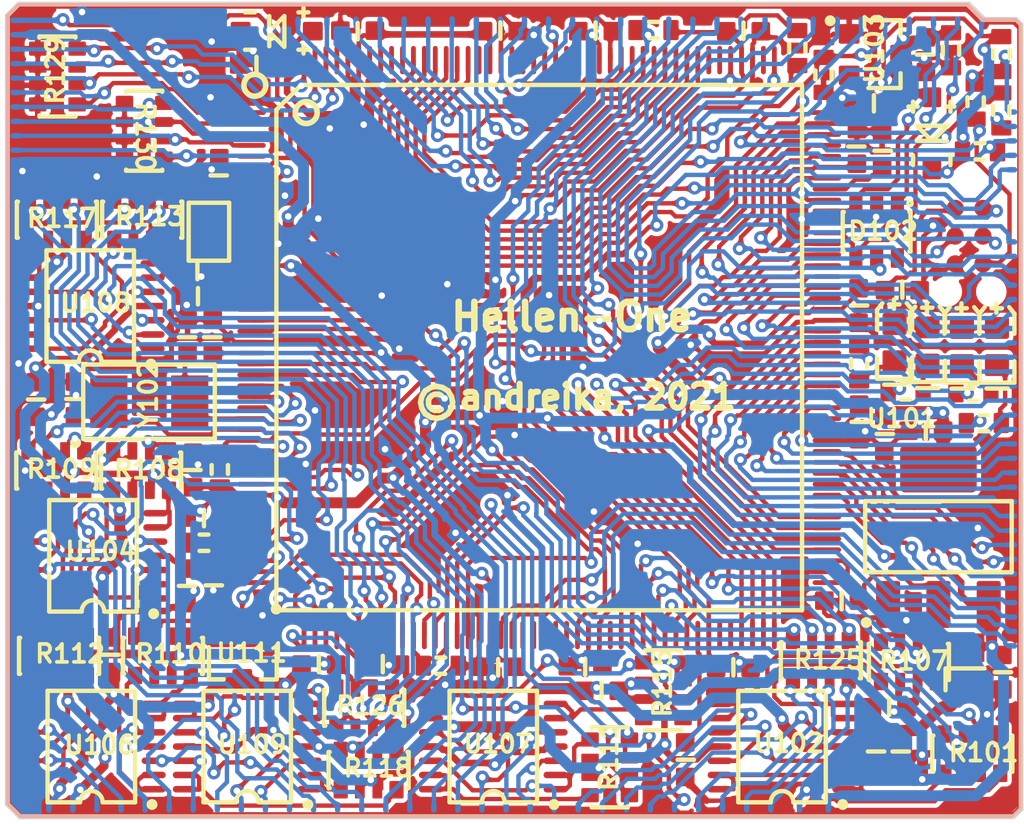
<source format=kicad_pcb>
(kicad_pcb (version 20210108) (generator pcbnew)
  (layers (0 "F.Cu" signal "Top Layer") (31 "B.Cu" signal "Bottom Layer") (34 "B.Paste" user) (35 "F.Paste" user) (36 "B.SilkS" user "B.Silkscreen") (37 "F.SilkS" user "F.Silkscreen") (38 "B.Mask" user) (39 "F.Mask" user) (44 "Edge.Cuts" user))
  (net 0 "")
  (net 1 "VIGN")
  (net 2 "NetC116_2")
  (net 3 "NetC115_2")
  (net 4 "OUT_IO7")
  (net 5 "OUT_IO5")
  (net 6 "OUT_IO3")
  (net 7 "NetR104_2")
  (net 8 "IO8")
  (net 9 "IO7")
  (net 10 "IO6")
  (net 11 "SWO")
  (net 12 "SWDIO")
  (net 13 "SWCLK")
  (net 14 "UART_TX")
  (net 15 "UART_RX")
  (net 16 "SPI_SD_SCK")
  (net 17 "SPI_SD_MOSI")
  (net 18 "SPI_SD_MISO")
  (net 19 "SPI_SD_CS")
  (net 20 "SPI_SCK")
  (net 21 "SPI_MOSI")
  (net 22 "SPI_MISO")
  (net 23 "SPI_CS2")
  (net 24 "SPI_CS1")
  (net 25 "OUT_PWM4")
  (net 26 "OUT_PWM3")
  (net 27 "OUT_PWM2")
  (net 28 "OUT_PWM1")
  (net 29 "OUT_PWM7")
  (net 30 "OUT_INJ2")
  (net 31 "OUT_INJ1")
  (net 32 "OUT_IO13")
  (net 33 "OUT_IO12")
  (net 34 "OUT_IO11")
  (net 35 "OUT_IO10")
  (net 36 "OUT_IO9")
  (net 37 "OUT_PWM6")
  (net 38 "OUT_PWM5")
  (net 39 "OUT_IO8")
  (net 40 "OUT_IO6")
  (net 41 "OUT_IO4")
  (net 42 "OUT_IO2")
  (net 43 "OUT_IO1")
  (net 44 "OUT_INJ5")
  (net 45 "OUT_INJ4")
  (net 46 "OUT_INJ3")
  (net 47 "OUT_PWM8")
  (net 48 "NetC124_2")
  (net 49 "NetC131_2")
  (net 50 "NetC114_1")
  (net 51 "OUT_INJ8")
  (net 52 "OUT_INJ7")
  (net 53 "OUT_INJ6")
  (net 54 "IO5")
  (net 55 "IO4")
  (net 56 "IO3")
  (net 57 "IO2")
  (net 58 "IO1")
  (net 59 "DIN1")
  (net 60 "CAN_TX")
  (net 61 "CAN_RX")
  (net 62 "AIN24")
  (net 63 "AIN23")
  (net 64 "AIN22")
  (net 65 "AIN21")
  (net 66 "AIN20")
  (net 67 "AIN19")
  (net 68 "AIN18")
  (net 69 "AIN17")
  (net 70 "AIN16")
  (net 71 "AIN15")
  (net 72 "AIN14")
  (net 73 "AIN13")
  (net 74 "AIN12")
  (net 75 "AIN11")
  (net 76 "AIN10")
  (net 77 "AIN9")
  (net 78 "AIN8")
  (net 79 "AIN7")
  (net 80 "AIN6")
  (net 81 "AIN4")
  (net 82 "AIN3")
  (net 83 "AIN2")
  (net 84 "AIN1")
  (net 85 "NetR126_4")
  (net 86 "NetR126_1")
  (net 87 "NetR118_4")
  (net 88 "NetR118_1")
  (net 89 "NetR115_4")
  (net 90 "NetR115_1")
  (net 91 "NetR111_4")
  (net 92 "NetR111_1")
  (net 93 "A24")
  (net 94 "A23")
  (net 95 "A22")
  (net 96 "A21")
  (net 97 "A20")
  (net 98 "A19")
  (net 99 "A18")
  (net 100 "A17")
  (net 101 "V33A")
  (net 102 "USBID")
  (net 103 "R18_4")
  (net 104 "NetR117_1")
  (net 105 "R12_4")
  (net 106 "NetR113_1")
  (net 107 "R11_4")
  (net 108 "NetR112_1")
  (net 109 "R9_4")
  (net 110 "NetR110_1")
  (net 111 "R8_4")
  (net 112 "NetR109_1")
  (net 113 "R7_4")
  (net 114 "NetR108_1")
  (net 115 "NetR107_4")
  (net 116 "NetR107_1")
  (net 117 "NetR101_4")
  (net 118 "NetR101_1")
  (net 119 "IGN3")
  (net 120 "IGN4")
  (net 121 "IGN5")
  (net 122 "IGN6")
  (net 123 "IGN7")
  (net 124 "IGN8")
  (net 125 "D4")
  (net 126 "D3")
  (net 127 "D2")
  (net 128 "D1")
  (net 129 "A16")
  (net 130 "A15")
  (net 131 "A14")
  (net 132 "A13")
  (net 133 "A12")
  (net 134 "A11")
  (net 135 "A10")
  (net 136 "A9")
  (net 137 "A8")
  (net 138 "A7")
  (net 139 "A6")
  (net 140 "D5")
  (net 141 "A4")
  (net 142 "A3")
  (net 143 "A2")
  (net 144 "A1")
  (net 145 "LED4")
  (net 146 "LED3")
  (net 147 "LED2")
  (net 148 "LED1")
  (net 149 "V33")
  (net 150 "IGN1")
  (net 151 "IGN2")
  (net 152 "DIN4")
  (net 153 "DIN3")
  (net 154 "DIN2")
  (net 155 "DIN5")
  (net 156 "USBP")
  (net 157 "USBM")
  (net 158 "VCC")
  (net 159 "VBUS")
  (net 160 "V5A")
  (net 161 "nReset")
  (net 162 "BOOT0")
  (net 163 "I2C_SCL")
  (net 164 "I2C_SDA")
  (net 165 "NetD106_2")
  (net 166 "NetD105_2")
  (net 167 "NetD104_2")
  (net 168 "NetD103_2")
  (net 169 "VBAT")
  (net 170 "X0")
  (net 171 "X1")
  (net 172 "GND")
  (net 173 "GNDA")
  (footprint "General.pcblib:Cap" (layer "F.Cu") (at 40.950002 -3.075 -90)
    (fp_text reference "C139" hide)
    (fp_text value "100n" hide)
  )
  (footprint "General.pcblib:Net Tie" (layer "F.Cu") (at 41.925001 -2.35 90)
    (fp_text reference "J102" hide)
    (fp_text value "Net Tie" hide)
  )
  (footprint "General.pcblib:Cap" (layer "F.Cu") (at 8.575002 -15.950004 -90)
    (fp_text reference "C122" hide)
    (fp_text value "100n" hide)
  )
  (footprint "General.pcblib:Cap" (layer "F.Cu") (at 39.024999 -18.150015 90)
    (fp_text reference "C121" hide)
    (fp_text value "100n" hide)
  )
  (footprint "General.pcblib:Res" (layer "F.Cu") (at 45.524999 -34.974987 -90)
    (fp_text reference "R105" hide)
    (fp_text value "10k" hide)
  )
  (footprint "General.pcblib:Cap" (layer "F.Cu") (at 9.775005 -29.424978 -90)
    (fp_text reference "C115" hide)
    (fp_text value "12p" hide)
  )
  (footprint "General.pcblib:Cap" (layer "F.Cu") (at 8.325007 -22.02498 -90)
    (fp_text reference "C132" hide)
    (fp_text value "18p" hide)
  )
  (footprint "General.pcblib:LED" (layer "F.Cu") (at 43.675013 -21.65 90)
    (fp_text reference "D104" hide)
    (fp_text value "LED-GREEN" hide)
  )
  (footprint "General.pcblib:Res" (layer "F.Cu") (at 39.025002 -20.825003 90)
    (fp_text reference "R120" hide)
    (fp_text value "510" hide)
  )
  (footprint "IC.PcbLib:MCP6004" (layer "F.Cu") (at 4.000007 -12.025 180)
    (fp_text reference "U104")
    (fp_text value "LMV324IPWR" hide)
  )
  (footprint "General.pcblib:Res" (layer "F.Cu") (at 41.150002 -19.550002 180)
    (fp_text reference "R116" hide)
    (fp_text value "510" hide)
  )
  (footprint "General.pcblib:Cap" (layer "F.Cu") (at 31.075003 -2.7 90)
    (fp_text reference "C131" hide)
    (fp_text value "2.2u" hide)
  )
  (footprint "General.pcblib:Res" (layer "F.Cu") (at 44.350005 -32.800018 -90)
    (fp_text reference "R106" hide)
    (fp_text value "100" hide)
  )
  (footprint "General.pcblib:Cap" (layer "F.Cu") (at 42.075001 -17.75)
    (fp_text reference "C103" hide)
    (fp_text value "4.7u" hide)
  )
  (footprint "General.pcblib:Cap" (layer "F.Cu") (at 40.399995 -5.100003 180)
    (fp_text reference "C107" hide)
    (fp_text value "100n" hide)
  )
  (footprint "General.pcblib:Cap" (layer "F.Cu") (at 9.075001 -13.775002)
    (fp_text reference "C124" hide)
    (fp_text value "100n" hide)
  )
  (footprint "General.pcblib:Cap" (layer "F.Cu") (at 11.474996 -34.500002)
    (fp_text reference "C140" hide)
    (fp_text value "4.7u" hide)
  )
  (footprint "General.pcblib:Cap" (layer "F.Cu") (at 45.575002 -6.699999 90)
    (fp_text reference "C102" hide)
    (fp_text value "4.7u" hide)
  )
  (footprint "General.pcblib:Cap" (layer "F.Cu") (at 40.075002 -30.55 90)
    (fp_text reference "C114" hide)
    (fp_text value "2.2u" hide)
  )
  (footprint "IC.PcbLib:MCP6004" (layer "F.Cu") (at 3.875001 -23.449999 180)
    (fp_text reference "U108")
    (fp_text value "LMV324IPWR" hide)
  )
  (footprint "General.pcblib:Res" (layer "F.Cu") (at 9.800008 -15.975002 90)
    (fp_text reference "R121" hide)
    (fp_text value "10k" hide)
  )
  (footprint "General.pcblib:Res" (layer "F.Cu") (at 44.725003 -18.099999 180)
    (fp_text reference "R124" hide)
    (fp_text value "510" hide)
  )
  (footprint "Small.PcbLib:Quartz" (layer "F.Cu") (at 6.575006 -19.075004)
    (fp_text reference "Y102")
    (fp_text value "8.0 MHz" hide)
  )
  (footprint "General.pcblib:Cap" (layer "F.Cu") (at 38.925002 -30.749999 -90)
    (fp_text reference "C113" hide)
    (fp_text value "100n" hide)
  )
  (footprint "General.pcblib:Res" (layer "F.Cu") (at 45.525007 -32.399996 90)
    (fp_text reference "R104" hide)
    (fp_text value "100" hide)
  )
  (footprint "Small.PcbLib:Res Array 4" (layer "F.Cu") (at 2.325002 -15.925 90)
    (fp_text reference "R109")
    (fp_text value "4k7" hide)
  )
  (footprint "General.pcblib:Cap" (layer "F.Cu") (at 22.525002 -6.950001)
    (fp_text reference "C128" hide)
    (fp_text value "100n" hide)
  )
  (footprint "General.pcblib:Cap" (layer "F.Cu") (at 40.175007 -17.600008 90)
    (fp_text reference "C104" hide)
    (fp_text value "4.7u" hide)
  )
  (footprint "General.pcblib:Res" (layer "F.Cu") (at 19.899998 -7.000001 180)
    (fp_text reference "R128" hide)
    (fp_text value "10k" hide)
  )
  (footprint "Small.PcbLib:Res Array 4" (layer "F.Cu") (at 41.300006 -7.175 90)
    (fp_text reference "R107")
    (fp_text value "4k7" hide)
  )
  (footprint "General.pcblib:Res" (layer "F.Cu") (at 44.550005 -30.524999)
    (fp_text reference "R103" hide)
    (fp_text value "10k" hide)
  )
  (footprint "Small.PcbLib:D TVS Array 4" (layer "F.Cu") (at 39.824988 -26.849992 -90)
    (fp_text reference "D102")
    (fp_text value "SRV05-4-P-T7" hide)
  )
  (footprint "General.pcblib:Inductor" (layer "F.Cu") (at 44.000001 -6.875 -90)
    (fp_text reference "L101" hide)
    (fp_text value "SDFL2012Q3R3KTF" hide)
  )
  (footprint "Small.PcbLib:Quartz" (layer "F.Cu") (at 9.299994 -26.849979 -90)
    (fp_text reference "Y101" hide)
    (fp_text value "32.768 kHz" hide)
  )
  (footprint "General.pcblib:Cap" (layer "F.Cu") (at 16.100001 -36.049999)
    (fp_text reference "C108" hide)
    (fp_text value "100n" hide)
  )
  (footprint "Small.PcbLib:Res Array 4" (layer "F.Cu") (at 16.399985 -5.075004 -90)
    (fp_text reference "R126")
    (fp_text value "4k7" hide)
  )
  (footprint "General.pcblib:Cap" (layer "F.Cu") (at 14.325011 -7.050001 180)
    (fp_text reference "C135" hide)
    (fp_text value "100n" hide)
  )
  (footprint "Small.PcbLib:Res Array 4" (layer "F.Cu") (at 6.200003 -15.924995 90)
    (fp_text reference "R108")
    (fp_text value "4k7" hide)
  )
  (footprint "Small.PcbLib:Res Array 4" (layer "F.Cu") (at 16.600002 -2.225002 90)
    (fp_text reference "R118")
    (fp_text value "4k7" hide)
  )
  (footprint "TH.PcbLib:JTAG-TC2030-IDC" (layer "F.Cu") (at 44.050001 -26.649995 -90)
    (fp_text reference "J101" hide)
    (fp_text value "TC2030-IDC-NL" hide)
  )
  (footprint "General.pcblib:Cap" (layer "F.Cu") (at 4.824994 -7.499995 -90)
    (fp_text reference "C120" hide)
    (fp_text value "100n" hide)
  )
  (footprint "IC.PcbLib:MCP6004" (layer "F.Cu") (at 22.299999 -3.299998 180)
    (fp_text reference "U107")
    (fp_text value "LMV324IPWR" hide)
  )
  (footprint "General.pcblib:Res" (layer "F.Cu") (at 36.200004 -35.250003 90)
    (fp_text reference "R123" hide)
    (fp_text value "10k" hide)
  )
  (footprint "Small.PcbLib:Res Array 4" (layer "F.Cu") (at 6.340003 -31.46981 180)
    (fp_text reference "R130")
    (fp_text value "10k" hide)
  )
  (footprint "General.pcblib:Cap" (layer "F.Cu") (at 8.799995 -23.924981)
    (fp_text reference "C117" hide)
    (fp_text value "100n" hide)
  )
  (footprint "Small.PcbLib:Res Array 4" (layer "F.Cu") (at 6.250003 -27.399996 90)
    (fp_text reference "R113")
    (fp_text value "4k7" hide)
  )
  (footprint "General.pcblib:Cap" (layer "F.Cu") (at 33.739971 -36.019999 180)
    (fp_text reference "C111" hide)
    (fp_text value "100n" hide)
  )
  (footprint "Small.PcbLib:Res Array 4" (layer "F.Cu") (at 2.350003 -27.399996 90)
    (fp_text reference "R117")
    (fp_text value "4k7" hide)
  )
  (footprint "General.pcblib:D Schottky" (layer "F.Cu") (at 12.400006 -36.024995)
    (fp_text reference "D107" hide)
    (fp_text value "B5819W" hide)
  )
  (footprint "General.pcblib:Cap" (layer "F.Cu") (at 39.825003 -3.075 -90)
    (fp_text reference "C138" hide)
    (fp_text value "4.7u" hide)
  )
  (footprint "IC.PcbLib:MCP6004" (layer "F.Cu") (at 11.050001 -3.299998 180)
    (fp_text reference "U109")
    (fp_text value "LMV324IPWR" hide)
  )
  (footprint "General.pcblib:Res" (layer "F.Cu") (at 44.250003 -19.499999 180)
    (fp_text reference "R119" hide)
    (fp_text value "510" hide)
  )
  (footprint "General.pcblib:Cap" (layer "F.Cu") (at 17.250021 -7.049999 180)
    (fp_text reference "C130" hide)
    (fp_text value "100n" hide)
  )
  (footprint "Mod.PcbLib:Mod-Hellen-MCU" (layer "F.Cu") (at 0 0)
    (fp_text reference "M101" hide)
    (fp_text value "Module:mcu/0.1" hide)
  )
  (footprint "General.pcblib:Cap" (layer "F.Cu") (at 22.624994 -36.025 180)
    (fp_text reference "C109" hide)
    (fp_text value "100n" hide)
  )
  (footprint "Small.PcbLib:78xx" (layer "F.Cu") (at 39.749999 -34.949989)
    (fp_text reference "U103")
    (fp_text value "AP2337SA-7" hide)
  )
  (footprint "General.pcblib:LED" (layer "F.Cu") (at 42.100012 -21.674999 90)
    (fp_text reference "D103" hide)
    (fp_text value "LED-RED" hide)
  )
  (footprint "Small.PcbLib:Res Array 4" (layer "F.Cu") (at 7.199988 -7.449995 90)
    (fp_text reference "R110")
    (fp_text value "4k7" hide)
  )
  (footprint "General.pcblib:Cap" (layer "F.Cu") (at 9.500001 -10.675 90)
    (fp_text reference "C137" hide)
    (fp_text value "4.7u" hide)
  )
  (footprint "General.pcblib:Cap" (layer "F.Cu") (at 3.175025 -19.2 -90)
    (fp_text reference "C136" hide)
    (fp_text value "18p" hide)
  )
  (footprint "Small.PcbLib:78xx" (layer "F.Cu") (at 42.650001 -12.9 90)
    (fp_text reference "U101")
    (fp_text value "AMS1117-3.3" hide)
  )
  (footprint "Small.PcbLib:Res Array 4" (layer "F.Cu") (at 37.274998 -7.249998 90)
    (fp_text reference "R125")
    (fp_text value "4k7" hide)
  )
  (footprint "General.pcblib:Cap" (layer "F.Cu") (at 8.275003 -10.649999 90)
    (fp_text reference "C112" hide)
    (fp_text value "100n" hide)
  )
  (footprint "General.pcblib:Cap" (layer "F.Cu") (at 41.000002 -24.175001 180)
    (fp_text reference "C101" hide)
    (fp_text value "100n" hide)
  )
  (footprint "General.pcblib:Cap" (layer "F.Cu") (at 33.275001 -6.899999 180)
    (fp_text reference "C127" hide)
    (fp_text value "100n" hide)
  )
  (footprint "Small.PcbLib:Res Array 4" (layer "F.Cu") (at 44.200001 -2.974993 90)
    (fp_text reference "R101")
    (fp_text value "4k7" hide)
  )
  (footprint "Small.PcbLib:Res Array 4" (layer "F.Cu") (at 2.450003 -7.449995 90)
    (fp_text reference "R112")
    (fp_text value "4k7" hide)
  )
  (footprint "Small.PcbLib:78xx" (layer "F.Cu") (at 10.825 -7.539998 -90)
    (fp_text reference "U111")
    (fp_text value "XC6206P332MR" hide)
  )
  (footprint "General.pcblib:Res" (layer "F.Cu") (at 43.225001 -35.150003 90)
    (fp_text reference "R102" hide)
    (fp_text value "10k" hide)
  )
  (footprint "General.pcblib:Res" (layer "F.Cu") (at 9.075001 -12.624999 180)
    (fp_text reference "R114" hide)
    (fp_text value "47" hide)
  )
  (footprint "IC.PcbLib:MCP6004" (layer "F.Cu") (at 35.500003 -3.299996 180)
    (fp_text reference "U102")
    (fp_text value "LMV324IPWR" hide)
  )
  (footprint "General.pcblib:Cap" (layer "F.Cu") (at 42.074998 -34.949999 -90)
    (fp_text reference "C105" hide)
    (fp_text value "100n" hide)
  )
  (footprint "Small.PcbLib:Res Array 4" (layer "F.Cu") (at 2.374999 -33.949991 180)
    (fp_text reference "R129")
    (fp_text value "10k" hide)
  )
  (footprint "General.pcblib:Cap" (layer "F.Cu") (at 39.700002 -32.699996 180)
    (fp_text reference "C106" hide)
    (fp_text value "100n" hide)
  )
  (footprint "IC.PcbLib:STM32H743Ix" (layer "F.Cu") (at 24.400002 -21.550003)
    (fp_text reference "U105" hide)
    (fp_text value "STM32F427IGT6" hide)
  )
  (footprint "Small.PcbLib:Res Array 4" (layer "F.Cu") (at 27.624994 -2.35)
    (fp_text reference "R111")
    (fp_text value "4k7" hide)
  )
  (footprint "General.pcblib:Res" (layer "F.Cu") (at 37.400004 -34.024999 90)
    (fp_text reference "R127" hide)
    (fp_text value "10k" hide)
  )
  (footprint "General.pcblib:Cap" (layer "F.Cu") (at 27.250001 -5.849998 180)
    (fp_text reference "C123" hide)
    (fp_text value "100n" hide)
  )
  (footprint "General.pcblib:Cap" (layer "F.Cu") (at 39.000003 -23.475 90)
    (fp_text reference "C118" hide)
    (fp_text value "100n" hide)
  )
  (footprint "General.pcblib:Cap" (layer "F.Cu") (at 38.225001 -9.975027)
    (fp_text reference "C125" hide)
    (fp_text value "100n" hide)
  )
  (footprint "Small.PcbLib:Res Array 4" (layer "F.Cu") (at 30.075002 -5.875)
    (fp_text reference "R115")
    (fp_text value "4k7" hide)
  )
  (footprint "General.pcblib:Cap" (layer "F.Cu") (at 26.975006 -36.024995 180)
    (fp_text reference "C110" hide)
    (fp_text value "100n" hide)
  )
  (footprint "General.pcblib:Res" (layer "F.Cu") (at 29.625011 -36.074995)
    (fp_text reference "R122" hide)
    (fp_text value "10k" hide)
  )
  (footprint "General.pcblib:LED" (layer "F.Cu") (at 45.275012 -21.65 90)
    (fp_text reference "D106" hide)
    (fp_text value "LED-YELLOW" hide)
  )
  (footprint "General.pcblib:LED" (layer "F.Cu") (at 40.594999 -21.825003 90)
    (fp_text reference "D105" hide)
    (fp_text value "LED-BLUE" hide)
  )
  (footprint "General.pcblib:Cap" (layer "F.Cu") (at 26.500003 -6.975)
    (fp_text reference "C129" hide)
    (fp_text value "100n" hide)
  )
  (footprint "General.pcblib:Cap" (layer "F.Cu") (at 9.475003 -22.024983 -90)
    (fp_text reference "C119" hide)
    (fp_text value "100n" hide)
  )
  (footprint "General.pcblib:Cap" (layer "F.Cu") (at 8.774994 -25.024979 180)
    (fp_text reference "C116" hide)
    (fp_text value "12p" hide)
  )
  (footprint "General.pcblib:Cap" (layer "F.Cu") (at 1.375001 -19.174998 90)
    (fp_text reference "C126" hide)
    (fp_text value "100n" hide)
  )
  (footprint "IC.PcbLib:MCP6004" (layer "F.Cu") (at 3.925004 -3.299998 180)
    (fp_text reference "U106")
    (fp_text value "LMV324IPWR" hide)
  )
  (footprint "General.pcblib:D Schottky" (layer "F.Cu") (at 42.350009 -31.349998 90)
    (fp_text reference "D101" hide)
    (fp_text value "B5819W" hide)
  )
  (gr_poly (pts (xy 12.005536 -11.896202) (xy 12.0353 -11.897398) (xy 12.062275 -11.900992) (xy 12.086468 -11.906979) (xy 12.107873 -11.915358) (xy 12.126493 -11.926136) (xy 12.142328 -11.939306) (xy 12.155376 -11.954873) (xy 12.165637 -11.972834) (xy 12.173115 -11.993189) (xy 12.177804 -12.015937) (xy 12.402302 -11.683949) (xy 12.391288 -11.686276) (xy 12.37788 -11.688359) (xy 12.343864 -11.69179) (xy 12.274847 -11.6951) (xy 12.184243 -11.696202)) (layer "F.Cu") (width 0) (fill solid))
  (gr_poly (pts (xy 9.89856 -22.250006) (xy 9.857273 -22.28991) (xy 9.783369 -22.352744) (xy 9.75075 -22.375678) (xy 9.721022 -22.392952) (xy 9.694182 -22.40457) (xy 9.670232 -22.410532) (xy 9.64917 -22.410837) (xy 9.630999 -22.405485) (xy 9.615719 -22.394476) (xy 9.895512 -22.67427) (xy 9.884504 -22.658989) (xy 9.879152 -22.640818) (xy 9.879457 -22.619757) (xy 9.885418 -22.595807) (xy 9.897036 -22.568967) (xy 9.914311 -22.539239) (xy 9.937245 -22.50662) (xy 9.965832 -22.471111) (xy 10.039982 -22.391428)) (layer "F.Cu") (width 0) (fill solid))
  (gr_poly (pts (xy 44.955595 -28.135831) (xy 44.976974 -28.116246) (xy 44.998828 -28.099769) (xy 45.021155 -28.086403) (xy 45.043956 -28.076149) (xy 45.06723 -28.069004) (xy 45.090979 -28.064971) (xy 45.115201 -28.064049) (xy 45.139897 -28.066235) (xy 45.165066 -28.071534) (xy 45.19071 -28.079944) (xy 45.016438 -27.697806) (xy 45.005343 -27.726828) (xy 44.980878 -27.781479) (xy 44.96751 -27.807112) (xy 44.9385 -27.854991) (xy 44.922859 -27.877237) (xy 44.889303 -27.918339) (xy 44.871389 -27.937196)) (layer "F.Cu") (width 0) (fill solid))
  (gr_poly (pts (xy 41.527446 -33.374988) (xy 41.593605 -33.375709) (xy 41.763947 -33.38654) (xy 41.811351 -33.39304) (xy 41.89209 -33.41037) (xy 41.925428 -33.421201) (xy 41.954074 -33.433476) (xy 41.978034 -33.447195) (xy 41.9295 -32.774989) (xy 41.92807 -32.81299) (xy 41.917998 -32.846988) (xy 41.899291 -32.876988) (xy 41.871943 -32.90299) (xy 41.835959 -32.924989) (xy 41.791334 -32.94299) (xy 41.738072 -32.956988) (xy 41.67617 -32.966988) (xy 41.605632 -32.97299) (xy 41.526452 -32.974989)) (layer "F.Cu") (width 0) (fill solid))
  (gr_poly (pts (xy 2.854561 -1.664614) (xy 2.830675 -1.64036) (xy 2.762936 -1.563784) (xy 2.752951 -1.549753) (xy 2.745748 -1.537764) (xy 2.741325 -1.52782) (xy 2.739685 -1.519918) (xy 2.740823 -1.514064) (xy 2.348238 -1.6469) (xy 2.553348 -1.929084)) (layer "F.Cu") (width 0) (fill solid))
  (gr_poly (pts (xy 39.067509 -32.182483) (xy 39.068197 -32.140304) (xy 39.073714 -32.069268) (xy 39.07854 -32.040408) (xy 39.084745 -32.015989) (xy 39.09233 -31.996009) (xy 39.101293 -31.980469) (xy 39.111634 -31.96937) (xy 39.123356 -31.96271) (xy 39.136455 -31.96049) (xy 38.698564 -31.96049) (xy 38.711662 -31.96271) (xy 38.723385 -31.96937) (xy 38.733725 -31.980469) (xy 38.742689 -31.996009) (xy 38.750273 -32.015989) (xy 38.756478 -32.040408) (xy 38.761304 -32.069268) (xy 38.764751 -32.102565) (xy 38.767509 -32.182483)) (layer "F.Cu") (width 0) (fill solid))
  (gr_poly (pts (xy 21.037842 -29.749999) (xy 21.010016 -29.748899) (xy 20.982849 -29.7456) (xy 20.956341 -29.740098) (xy 20.930494 -29.732399) (xy 20.905305 -29.722498) (xy 20.880774 -29.710398) (xy 20.856903 -29.6961) (xy 20.83369 -29.6796) (xy 20.811137 -29.660898) (xy 20.789242 -29.639999) (xy 20.789242 -30.059998) (xy 20.811137 -30.039099) (xy 20.83369 -30.020397) (xy 20.856903 -30.003897) (xy 20.880774 -29.9896) (xy 20.905305 -29.977499) (xy 20.930494 -29.967598) (xy 20.956341 -29.959899) (xy 20.982849 -29.954398) (xy 21.010016 -29.951098) (xy 21.037842 -29.949999)) (layer "F.Cu") (width 0) (fill solid))
  (gr_poly (pts (xy 40.774991 -24.643804) (xy 40.733073 -24.600505) (xy 40.667556 -24.523916) (xy 40.643952 -24.490627) (xy 40.626454 -24.460675) (xy 40.61506 -24.434058) (xy 40.609769 -24.410779) (xy 40.610582 -24.390838) (xy 40.617498 -24.374231) (xy 40.630521 -24.360962) (xy 40.305505 -24.595534) (xy 40.323442 -24.587182) (xy 40.345111 -24.585325) (xy 40.370506 -24.589966) (xy 40.399632 -24.601104) (xy 40.432487 -24.618737) (xy 40.469071 -24.642867) (xy 40.509383 -24.673494) (xy 40.601196 -24.754235) (xy 40.652697 -24.804352)) (layer "F.Cu") (width 0) (fill solid))
  (gr_poly (pts (xy 6.047562 -4.075003) (xy 6.317653 -4.08843) (xy 6.317653 -3.81158) (xy 6.311336 -3.81413) (xy 6.300419 -3.816414) (xy 6.284907 -3.818428) (xy 6.240084 -3.821648) (xy 6.047562 -3.825006)) (layer "F.Cu") (width 0) (fill solid))
  (gr_poly (pts (xy 44.660195 -8.024998) (xy 44.692466 -8.025597) (xy 44.75053 -8.030398) (xy 44.776327 -8.034599) (xy 44.799961 -8.039999) (xy 44.821439 -8.046598) (xy 44.840756 -8.054398) (xy 44.857916 -8.063398) (xy 44.872918 -8.073598) (xy 44.88576 -8.084998) (xy 44.88576 -7.664999) (xy 44.872918 -7.676398) (xy 44.857916 -7.686599) (xy 44.840756 -7.695598) (xy 44.821439 -7.703398) (xy 44.799961 -7.709997) (xy 44.776327 -7.715397) (xy 44.75053 -7.719598) (xy 44.722578 -7.722598) (xy 44.660195 -7.724999)) (layer "F.Cu") (width 0) (fill solid))
  (gr_poly (pts (xy 34.249985 -9.18288) (xy 34.250732 -8.981763) (xy 34.049238 -8.981763) (xy 34.049381 -8.983975) (xy 34.049716 -9.014478) (xy 34.049985 -9.18288)) (layer "F.Cu") (width 0) (fill solid))
  (gr_poly (pts (xy 27.249999 -7.598557) (xy 27.251 -7.559977) (xy 27.253999 -7.525461) (xy 27.258998 -7.495004) (xy 27.265998 -7.468606) (xy 27.274998 -7.446272) (xy 27.285998 -7.427996) (xy 27.298998 -7.413785) (xy 27.313999 -7.403633) (xy 27.330999 -7.397539) (xy 27.349999 -7.39551) (xy 26.949997 -7.39551) (xy 26.968996 -7.397539) (xy 26.985999 -7.403633) (xy 27.000998 -7.413785) (xy 27.013997 -7.427996) (xy 27.024998 -7.446272) (xy 27.034 -7.468606) (xy 27.041 -7.495004) (xy 27.045999 -7.525461) (xy 27.048998 -7.559977) (xy 27.049999 -7.598557)) (layer "F.Cu") (width 0) (fill solid))
  (gr_poly (pts (xy 10.09856 -21.200034) (xy 10.05998 -21.199033) (xy 10.025464 -21.196033) (xy 9.995007 -21.191035) (xy 9.968608 -21.184034) (xy 9.946274 -21.175035) (xy 9.927999 -21.164034) (xy 9.913788 -21.151035) (xy 9.903635 -21.136033) (xy 9.897542 -21.119033) (xy 9.895512 -21.100034) (xy 9.895512 -21.500033) (xy 9.897542 -21.481034) (xy 9.903635 -21.464034) (xy 9.913788 -21.449033) (xy 9.927999 -21.436033) (xy 9.946274 -21.425032) (xy 9.968608 -21.416033) (xy 9.995007 -21.409033) (xy 10.025464 -21.404034) (xy 10.05998 -21.401034) (xy 10.09856 -21.400033)) (layer "F.Cu") (width 0) (fill solid))
  (gr_poly (pts (xy 21.348261 -6.835021) (xy 21.290681 -6.833519) (xy 21.239163 -6.829021) (xy 21.193707 -6.821521) (xy 21.154311 -6.81102) (xy 21.120974 -6.79752) (xy 21.093702 -6.78102) (xy 21.072488 -6.761521) (xy 21.057334 -6.739021) (xy 21.048243 -6.71352) (xy 21.045213 -6.685021) (xy 21.045213 -7.28502) (xy 21.048243 -7.256521) (xy 21.057334 -7.231019) (xy 21.072488 -7.20852) (xy 21.093702 -7.18902) (xy 21.120974 -7.172521) (xy 21.154311 -7.15902) (xy 21.193707 -7.14852) (xy 21.239163 -7.14102) (xy 21.290681 -7.136521) (xy 21.348261 -7.13502)) (layer "F.Cu") (width 0) (fill solid))
  (gr_poly (pts (xy 31.838725 -31.651527) (xy 31.86655 -31.652627) (xy 31.893718 -31.655926) (xy 31.920226 -31.661428) (xy 31.946073 -31.669126) (xy 31.971262 -31.679027) (xy 31.995793 -31.691128) (xy 32.019664 -31.705426) (xy 32.042877 -31.721925) (xy 32.06543 -31.740627) (xy 32.087325 -31.761527) (xy 32.087325 -31.341527) (xy 32.06543 -31.362426) (xy 32.042877 -31.381129) (xy 32.019664 -31.397628) (xy 31.995793 -31.411926) (xy 31.971262 -31.424027) (xy 31.946073 -31.433927) (xy 31.920226 -31.441626) (xy 31.893718 -31.447128) (xy 31.86655 -31.450427) (xy 31.838725 -31.451527)) (layer "F.Cu") (width 0) (fill solid))
  (gr_poly (pts (xy 36.767132 -19.900011) (xy 36.96825 -19.900758) (xy 36.96825 -19.699265) (xy 36.966037 -19.699407) (xy 36.935534 -19.699742) (xy 36.767132 -19.700011)) (layer "F.Cu") (width 0) (fill solid))
  (gr_poly (pts (xy 36.767132 -22.400031) (xy 36.96825 -22.400778) (xy 36.96825 -22.199285) (xy 36.966037 -22.199427) (xy 36.935534 -22.199763) (xy 36.767132 -22.200032)) (layer "F.Cu") (width 0) (fill solid))
  (gr_poly (pts (xy 22.201078 -13.925667) (xy 22.199999 -13.950498) (xy 22.196763 -13.973592) (xy 22.191365 -13.994948) (xy 22.183814 -14.014564) (xy 22.174101 -14.032443) (xy 22.162232 -14.048585) (xy 22.148203 -14.062987) (xy 22.132016 -14.075651) (xy 22.113672 -14.086578) (xy 22.093169 -14.095768) (xy 22.460946 -14.225803) (xy 22.449572 -14.204582) (xy 22.439394 -14.182438) (xy 22.430412 -14.159372) (xy 22.42263 -14.135384) (xy 22.416046 -14.110475) (xy 22.410656 -14.08464) (xy 22.403473 -14.030208) (xy 22.401677 -14.00161) (xy 22.401078 -13.972088)) (layer "F.Cu") (width 0) (fill solid))
  (gr_poly (pts (xy 35.139787 -35.637) (xy 35.103806 -35.636657) (xy 34.986984 -35.628453) (xy 34.964555 -35.624694) (xy 34.944835 -35.620249) (xy 34.927827 -35.615121) (xy 34.913527 -35.609309) (xy 34.901939 -35.602814) (xy 34.950474 -35.937) (xy 34.949889 -35.918) (xy 34.953948 -35.901) (xy 34.962648 -35.885999) (xy 34.975991 -35.872999) (xy 34.993974 -35.862001) (xy 35.0166 -35.852999) (xy 35.043867 -35.845999) (xy 35.075777 -35.841) (xy 35.112328 -35.838) (xy 35.153521 -35.837)) (layer "F.Cu") (width 0) (fill solid))
  (gr_poly (pts (xy 5.540002 -31.495218) (xy 5.541002 -31.456638) (xy 5.544002 -31.422122) (xy 5.549001 -31.391664) (xy 5.556001 -31.365266) (xy 5.565003 -31.342932) (xy 5.576001 -31.324657) (xy 5.589001 -31.310445) (xy 5.604002 -31.300293) (xy 5.621002 -31.2942) (xy 5.640001 -31.29217) (xy 5.240002 -31.29217) (xy 5.259001 -31.2942) (xy 5.276002 -31.300293) (xy 5.291003 -31.310445) (xy 5.304003 -31.324657) (xy 5.315001 -31.342932) (xy 5.324003 -31.365266) (xy 5.331003 -31.391664) (xy 5.336002 -31.422122) (xy 5.339001 -31.456638) (xy 5.340002 -31.495218)) (layer "F.Cu") (width 0) (fill solid))
  (gr_poly (pts (xy 3.325 -29.174999) (xy 3.286999 -29.176998) (xy 3.253001 -29.183) (xy 3.223001 -29.193) (xy 3.196999 -29.206998) (xy 3.175 -29.224999) (xy 3.156999 -29.246998) (xy 3.143001 -29.273) (xy 3.133001 -29.303) (xy 3.126999 -29.336997) (xy 3.125 -29.374998) (xy 2.925001 -29.374998) (xy 2.923002 -29.336997) (xy 2.917 -29.303) (xy 2.907 -29.273) (xy 2.893002 -29.246998) (xy 2.875001 -29.224999) (xy 2.853002 -29.206998) (xy 2.827 -29.193) (xy 2.797 -29.183) (xy 2.763002 -29.176998) (xy 2.725001 -29.174999) (xy 3.025 -28.974999)) (layer "F.Cu") (width 0) (fill solid))
  (gr_poly (pts (xy 42.904291 -25.170712) (xy 42.928055 -25.194755) (xy 43.016454 -25.29666) (xy 43.022157 -25.306581) (xy 43.025278 -25.314488) (xy 43.025822 -25.320376) (xy 43.151001 -25.087923) (xy 43.145537 -25.091324) (xy 43.138946 -25.092665) (xy 43.131232 -25.091949) (xy 43.12239 -25.089173) (xy 43.112426 -25.084339) (xy 43.101334 -25.077448) (xy 43.089116 -25.068494) (xy 43.075774 -25.057486) (xy 43.045713 -25.02929)) (layer "F.Cu") (width 0) (fill solid))
  (gr_poly (pts (xy 16.050021 -33.917161) (xy 16.049274 -34.118278) (xy 16.250768 -34.118278) (xy 16.250625 -34.116066) (xy 16.25029 -34.085563) (xy 16.250021 -33.917161)) (layer "F.Cu") (width 0) (fill solid))
  (gr_poly (pts (xy 35.049983 -33.917161) (xy 35.049236 -34.118278) (xy 35.25073 -34.118278) (xy 35.250587 -34.116066) (xy 35.250252 -34.085563) (xy 35.249983 -33.917161)) (layer "F.Cu") (width 0) (fill solid))
  (gr_poly (pts (xy 10.325019 -9.393662) (xy 10.316911 -9.138933) (xy 10.025019 -9.190614) (xy 10.044019 -9.189458) (xy 10.061019 -9.19307) (xy 10.07602 -9.201452) (xy 10.08902 -9.214602) (xy 10.10002 -9.232524) (xy 10.10902 -9.255211) (xy 10.11602 -9.282671) (xy 10.121019 -9.314899) (xy 10.124018 -9.351896) (xy 10.125019 -9.393662)) (layer "F.Cu") (width 0) (fill solid))
  (gr_poly (pts (xy 17.749992 -9.18288) (xy 17.750739 -8.981763) (xy 17.549246 -8.981763) (xy 17.549388 -8.983975) (xy 17.549724 -9.014478) (xy 17.549993 -9.18288)) (layer "F.Cu") (width 0) (fill solid))
  (gr_poly (pts (xy 0.775002 -14.249999) (xy 0.775487 -14.221955) (xy 0.779358 -14.176014) (xy 0.782744 -14.158117) (xy 0.7871 -14.143604) (xy 0.792424 -14.132471) (xy 0.798713 -14.124719) (xy 0.805972 -14.12035) (xy 0.8142 -14.119365) (xy 0.823394 -14.12176) (xy 0.611569 -14.032316) (xy 0.604622 -14.024643) (xy 0.598404 -14.023513) (xy 0.59292 -14.028923) (xy 0.588167 -14.040879) (xy 0.584144 -14.059375) (xy 0.580852 -14.084414) (xy 0.576466 -14.154122) (xy 0.575003 -14.249999)) (layer "F.Cu") (width 0) (fill solid))
  (gr_poly (pts (xy 7.797038 -30.359904) (xy 7.82561 -30.361141) (xy 7.852796 -30.364849) (xy 7.878592 -30.371029) (xy 7.902999 -30.37968) (xy 7.926019 -30.390805) (xy 7.947652 -30.404402) (xy 7.967894 -30.42047) (xy 7.986751 -30.439009) (xy 8.004216 -30.460023) (xy 8.020296 -30.483508) (xy 8.111429 -30.073516) (xy 8.084853 -30.08993) (xy 8.031622 -30.117572) (xy 8.00497 -30.128804) (xy 7.97829 -30.138307) (xy 7.951587 -30.146081) (xy 7.924856 -30.152129) (xy 7.898102 -30.15645) (xy 7.87132 -30.159041) (xy 7.844513 -30.159904)) (layer "F.Cu") (width 0) (fill solid))
  (gr_poly (pts (xy 8.001475 -8.224998) (xy 8.031074 -8.2255) (xy 8.080764 -8.229526) (xy 8.100855 -8.233049) (xy 8.117779 -8.237581) (xy 8.131531 -8.243115) (xy 8.142115 -8.249658) (xy 8.149532 -8.25721) (xy 8.153776 -8.265765) (xy 8.154853 -8.275328) (xy 8.169935 -7.976362) (xy 8.167809 -7.985603) (xy 8.162412 -7.99387) (xy 8.153745 -8.001165) (xy 8.141805 -8.00749) (xy 8.126595 -8.012839) (xy 8.108112 -8.017215) (xy 8.086359 -8.020622) (xy 8.061335 -8.023052) (xy 8.001475 -8.024998)) (layer "F.Cu") (width 0) (fill solid))
  (gr_poly (pts (xy 30.249993 -9.18288) (xy 30.25074 -8.981763) (xy 30.049246 -8.981763) (xy 30.049389 -8.983975) (xy 30.049724 -9.014478) (xy 30.049993 -9.18288)) (layer "F.Cu") (width 0) (fill solid))
  (gr_poly (pts (xy 12.032851 -19.700011) (xy 11.831734 -19.699265) (xy 11.831734 -19.900758) (xy 11.833946 -19.900616) (xy 11.864449 -19.90028) (xy 12.032851 -19.900011)) (layer "F.Cu") (width 0) (fill solid))
  (gr_poly (pts (xy 38.356068 -32.956056) (xy 38.381605 -32.93267) (xy 38.404432 -32.916299) (xy 38.424551 -32.90694) (xy 38.44196 -32.904593) (xy 38.456659 -32.909261) (xy 38.468648 -32.92094) (xy 38.477929 -32.939632) (xy 38.484503 -32.965337) (xy 38.488363 -32.998057) (xy 38.489517 -33.037788) (xy 38.492829 -32.328013) (xy 38.48765 -32.345927) (xy 38.478765 -32.366204) (xy 38.466177 -32.388846) (xy 38.449882 -32.413852) (xy 38.429885 -32.44122) (xy 38.378778 -32.503049) (xy 38.312855 -32.574337) (xy 38.274338 -32.613524)) (layer "F.Cu") (width 0) (fill solid))
  (gr_poly (pts (xy 3.075023 -7.20597) (xy 3.06213 -6.937098) (xy 2.637914 -6.937098) (xy 2.663965 -6.950453) (xy 2.687274 -6.967804) (xy 2.707841 -6.989148) (xy 2.725664 -7.014487) (xy 2.740746 -7.043819) (xy 2.753086 -7.077146) (xy 2.762684 -7.114466) (xy 2.76954 -7.155782) (xy 2.773652 -7.201093) (xy 2.775024 -7.250397)) (layer "F.Cu") (width 0) (fill solid))
  (gr_poly (pts (xy 10.46716 -31.899987) (xy 10.668277 -31.900734) (xy 10.668277 -31.699241) (xy 10.666065 -31.699383) (xy 10.635562 -31.699718) (xy 10.46716 -31.699987)) (layer "F.Cu") (width 0) (fill solid))
  (gr_poly (pts (xy 7.30999 -25.069963) (xy 7.309526 -25.007522) (xy 7.29835 -24.83816) (xy 7.293226 -24.815917) (xy 7.287174 -24.801716) (xy 7.280189 -24.795556) (xy 7.272271 -24.797433) (xy 7.263425 -24.807352) (xy 7.009991 -24.896796) (xy 7.02899 -24.892472) (xy 7.04599 -24.893623) (xy 7.060992 -24.900247) (xy 7.073991 -24.912343) (xy 7.08499 -24.929912) (xy 7.093991 -24.952952) (xy 7.100992 -24.981466) (xy 7.10599 -25.015452) (xy 7.10899 -25.054911) (xy 7.109991 -25.099843)) (layer "F.Cu") (width 0) (fill solid))
  (gr_poly (pts (xy 20.59799 -32.206568) (xy 20.57909 -32.186113) (xy 20.562214 -32.164571) (xy 20.54736 -32.141937) (xy 20.534526 -32.118216) (xy 20.523716 -32.093403) (xy 20.514927 -32.067503) (xy 20.508158 -32.04051) (xy 20.503411 -32.01243) (xy 20.500688 -31.983258) (xy 20.499984 -31.952999) (xy 20.203 -32.249984) (xy 20.233259 -32.250687) (xy 20.262431 -32.25341) (xy 20.290511 -32.258157) (xy 20.317503 -32.264927) (xy 20.343404 -32.273715) (xy 20.368217 -32.284525) (xy 20.391938 -32.29736) (xy 20.414572 -32.312214) (xy 20.436114 -32.32909) (xy 20.456568 -32.34799)) (layer "F.Cu") (width 0) (fill solid))
  (gr_poly (pts (xy 30.234288 -22.004604) (xy 30.215599 -21.984482) (xy 30.198611 -21.963192) (xy 30.183328 -21.940738) (xy 30.169749 -21.917119) (xy 30.157872 -21.892336) (xy 30.147699 -21.866385) (xy 30.139229 -21.839271) (xy 30.132459 -21.81099) (xy 30.127395 -21.781544) (xy 30.124032 -21.750934) (xy 29.855041 -22.073489) (xy 29.884586 -22.07163) (xy 29.913153 -22.0721) (xy 29.940743 -22.074894) (xy 29.967352 -22.080017) (xy 29.992985 -22.087467) (xy 30.017636 -22.097243) (xy 30.041312 -22.109346) (xy 30.064006 -22.123778) (xy 30.085726 -22.140537) (xy 30.106463 -22.159623)) (layer "F.Cu") (width 0) (fill solid))
  (gr_poly (pts (xy 1.574998 -33.198156) (xy 1.575999 -33.159576) (xy 1.578999 -33.125059) (xy 1.583997 -33.094602) (xy 1.590998 -33.068204) (xy 1.599997 -33.04587) (xy 1.610998 -33.027595) (xy 1.623997 -33.013383) (xy 1.638999 -33.003231) (xy 1.655999 -32.997137) (xy 1.674998 -32.995108) (xy 1.274999 -32.995108) (xy 1.293998 -32.997137) (xy 1.310998 -33.003231) (xy 1.325999 -33.013383) (xy 1.338999 -33.027595) (xy 1.35 -33.04587) (xy 1.358999 -33.068204) (xy 1.365999 -33.094602) (xy 1.370998 -33.125059) (xy 1.373998 -33.159576) (xy 1.374999 -33.198156)) (layer "F.Cu") (width 0) (fill solid))
  (gr_poly (pts (xy 38.754291 -18.785705) (xy 38.781558 -18.813224) (xy 38.894108 -18.941796) (xy 38.898998 -18.951009) (xy 38.901093 -18.957935) (xy 39.067943 -18.791085) (xy 39.061017 -18.78899) (xy 39.051804 -18.7841) (xy 39.0403 -18.776412) (xy 39.026511 -18.765926) (xy 38.992063 -18.736567) (xy 38.895713 -18.644283)) (layer "F.Cu") (width 0) (fill solid))
  (gr_poly (pts (xy 25.407386 -33.978982) (xy 25.446215 -34.019198) (xy 25.507097 -34.091146) (xy 25.529144 -34.122881) (xy 25.5456 -34.151791) (xy 25.556464 -34.177874) (xy 25.561732 -34.201133) (xy 25.561407 -34.221562) (xy 25.555489 -34.23917) (xy 25.543977 -34.253947) (xy 25.727086 -34.082899) (xy 25.761732 -34.104804) (xy 25.784853 -34.116526) (xy 25.796448 -34.118062) (xy 25.796519 -34.109416) (xy 25.785064 -34.090585) (xy 25.762085 -34.06157) (xy 25.681551 -33.97299) (xy 25.554917 -33.843671)) (layer "F.Cu") (width 0) (fill solid))
  (gr_poly (pts (xy 35.837503 -5.751815) (xy 35.836509 -5.790458) (xy 35.833528 -5.825035) (xy 35.828557 -5.855548) (xy 35.821597 -5.881995) (xy 35.812651 -5.904377) (xy 35.801717 -5.922693) (xy 35.788793 -5.936943) (xy 35.773883 -5.947128) (xy 35.756985 -5.953249) (xy 35.738097 -5.955304) (xy 36.137502 -5.954862) (xy 36.118503 -5.952851) (xy 36.101503 -5.946775) (xy 36.086501 -5.936635) (xy 36.073502 -5.922427) (xy 36.062503 -5.904156) (xy 36.053502 -5.881817) (xy 36.046501 -5.855416) (xy 36.041503 -5.824946) (xy 36.038503 -5.790413) (xy 36.037502 -5.751815)) (layer "F.Cu") (width 0) (fill solid))
  (gr_poly (pts (xy 40.748572 -3.615002) (xy 40.66685 -3.613511) (xy 40.522921 -3.601585) (xy 40.460717 -3.591151) (xy 40.405017 -3.577735) (xy 40.355822 -3.561339) (xy 40.313132 -3.541959) (xy 40.27695 -3.519599) (xy 40.247273 -3.49426) (xy 40.2241 -3.465937) (xy 40.2241 -4.264106) (xy 40.247278 -4.235775) (xy 40.276958 -4.210428) (xy 40.313145 -4.188061) (xy 40.355835 -4.168678) (xy 40.40503 -4.152278) (xy 40.460729 -4.138856) (xy 40.522934 -4.128419) (xy 40.591641 -4.120965) (xy 40.748572 -4.115001)) (layer "F.Cu") (width 0) (fill solid))
  (gr_poly (pts (xy 7.601318 -7.649992) (xy 7.635519 -7.650117) (xy 7.787013 -7.66) (xy 7.790683 -7.662347) (xy 7.825059 -7.251327) (xy 7.646563 -7.249993)) (layer "F.Cu") (width 0) (fill solid))
  (gr_poly (pts (xy 44.925308 -35.626721) (xy 44.954642 -35.657437) (xy 45.003385 -35.717249) (xy 45.022793 -35.746345) (xy 45.038894 -35.774899) (xy 45.051688 -35.802913) (xy 45.061172 -35.830386) (xy 45.06735 -35.85732) (xy 45.070217 -35.88371) (xy 45.069778 -35.909562) (xy 45.108868 -35.431908) (xy 45.096742 -35.437933) (xy 45.083265 -35.440696) (xy 45.068442 -35.440201) (xy 45.05227 -35.436449) (xy 45.034749 -35.429436) (xy 45.015879 -35.419165) (xy 44.995661 -35.405632) (xy 44.974093 -35.388842) (xy 44.951178 -35.368791) (xy 44.926913 -35.345484)) (layer "F.Cu") (width 0) (fill solid))
  (gr_poly (pts (xy 21.90451 -2.699984) (xy 21.954945 -2.700304) (xy 22.14418 -2.711465) (xy 22.16944 -2.715611) (xy 22.190504 -2.720393) (xy 22.207372 -2.725816) (xy 22.220047 -2.731874) (xy 22.115041 -2.325215) (xy 22.105181 -2.339421) (xy 22.092834 -2.352131) (xy 22.078 -2.363348) (xy 22.060677 -2.373069) (xy 22.040868 -2.381293) (xy 22.018572 -2.388022) (xy 21.993786 -2.393257) (xy 21.966514 -2.396995) (xy 21.936756 -2.399238) (xy 21.904508 -2.399985)) (layer "F.Cu") (width 0) (fill solid))
  (gr_poly (pts (xy 6.473 -35.351527) (xy 6.500452 -35.352543) (xy 6.527518 -35.355591) (xy 6.554201 -35.360671) (xy 6.580495 -35.367783) (xy 6.606405 -35.376924) (xy 6.631932 -35.3881) (xy 6.657071 -35.401308) (xy 6.681826 -35.416546) (xy 6.706194 -35.433818) (xy 6.730177 -35.453119) (xy 6.693032 -35.034766) (xy 6.673408 -35.05695) (xy 6.652837 -35.076801) (xy 6.631318 -35.094314) (xy 6.608851 -35.109493) (xy 6.585435 -35.122338) (xy 6.561074 -35.132846) (xy 6.535763 -35.141019) (xy 6.509504 -35.146856) (xy 6.482298 -35.150359) (xy 6.454143 -35.151527)) (layer "F.Cu") (width 0) (fill solid))
  (gr_poly (pts (xy 26.409983 -35.900017) (xy 26.432126 -35.900446) (xy 26.470303 -35.903873) (xy 26.486335 -35.90687) (xy 26.500328 -35.910726) (xy 26.512286 -35.915437) (xy 26.522205 -35.921008) (xy 26.530087 -35.927434) (xy 26.535934 -35.934716) (xy 26.539741 -35.942854) (xy 26.586081 -35.668572) (xy 26.580023 -35.674546) (xy 26.571395 -35.679893) (xy 26.560203 -35.68461) (xy 26.546444 -35.688697) (xy 26.530117 -35.692156) (xy 26.511225 -35.694986) (xy 26.465738 -35.69876) (xy 26.409983 -35.700018)) (layer "F.Cu") (width 0) (fill solid))
  (gr_poly (pts (xy 29.549969 -33.917161) (xy 29.549222 -34.118278) (xy 29.750715 -34.118278) (xy 29.750573 -34.116066) (xy 29.750238 -34.085563) (xy 29.749968 -33.917161)) (layer "F.Cu") (width 0) (fill solid))
  (gr_poly (pts (xy 40.02644 -2.534994) (xy 40.10816 -2.536485) (xy 40.252084 -2.548412) (xy 40.314288 -2.558847) (xy 40.369988 -2.572266) (xy 40.419183 -2.588666) (xy 40.461872 -2.608047) (xy 40.498057 -2.630409) (xy 40.527737 -2.655755) (xy 40.550912 -2.684082) (xy 40.550912 -1.885912) (xy 40.527737 -1.914238) (xy 40.49806 -1.939582) (xy 40.461875 -1.961944) (xy 40.419185 -1.981324) (xy 40.36999 -1.997725) (xy 40.314291 -2.011142) (xy 40.252086 -2.021578) (xy 40.183377 -2.029031) (xy 40.02644 -2.034995)) (layer "F.Cu") (width 0) (fill solid))
  (gr_poly (pts (xy 13.450016 -35.800015) (xy 13.480118 -35.80048) (xy 13.530217 -35.804193) (xy 13.550214 -35.807444) (xy 13.566846 -35.811623) (xy 13.58011 -35.816731) (xy 13.590008 -35.822766) (xy 13.596539 -35.82973) (xy 13.599701 -35.837625) (xy 13.599495 -35.846446) (xy 13.64803 -35.607798) (xy 13.648146 -35.606319) (xy 13.643836 -35.604996) (xy 13.635101 -35.603828) (xy 13.621939 -35.602817) (xy 13.489734 -35.600094) (xy 13.450016 -35.600015)) (layer "F.Cu") (width 0) (fill solid))
  (gr_poly (pts (xy 40.02644 -4.115001) (xy 40.108162 -4.116492) (xy 40.252091 -4.128417) (xy 40.314298 -4.138851) (xy 40.369998 -4.152265) (xy 40.419193 -4.168663) (xy 40.46188 -4.188041) (xy 40.498062 -4.210401) (xy 40.52774 -4.235742) (xy 40.550912 -4.264063) (xy 40.550912 -3.465894) (xy 40.527735 -3.494225) (xy 40.498055 -3.519571) (xy 40.461867 -3.541939) (xy 40.419177 -3.561324) (xy 40.369983 -3.577725) (xy 40.314283 -3.591143) (xy 40.252079 -3.601583) (xy 40.183372 -3.609038) (xy 40.02644 -3.615002)) (layer "F.Cu") (width 0) (fill solid))
  (gr_poly (pts (xy 38.831086 -26.273684) (xy 38.831807 -26.239793) (xy 38.83757 -26.18293) (xy 38.842612 -26.15996) (xy 38.849097 -26.140631) (xy 38.857022 -26.124941) (xy 38.866387 -26.112894) (xy 38.877194 -26.104484) (xy 38.889442 -26.099719) (xy 38.90313 -26.098591) (xy 38.591381 -26.083585) (xy 38.598925 -26.088447) (xy 38.605676 -26.096453) (xy 38.61163 -26.107601) (xy 38.616791 -26.121896) (xy 38.62116 -26.139333) (xy 38.624734 -26.159915) (xy 38.627512 -26.183641) (xy 38.63069 -26.240524) (xy 38.631086 -26.273684)) (layer "F.Cu") (width 0) (fill solid))
  (gr_poly (pts (xy 31.049991 -33.917161) (xy 31.049244 -34.118278) (xy 31.250738 -34.118278) (xy 31.250595 -34.116066) (xy 31.25026 -34.085563) (xy 31.249991 -33.917161)) (layer "F.Cu") (width 0) (fill solid))
  (gr_poly (pts (xy 44.775003 -2.775407) (xy 44.775374 -2.718646) (xy 44.788361 -2.519614) (xy 44.793184 -2.496762) (xy 44.798752 -2.479558) (xy 44.805059 -2.468009) (xy 44.81211 -2.462108) (xy 44.387894 -2.462108) (xy 44.404445 -2.471735) (xy 44.419253 -2.486188) (xy 44.432319 -2.505459) (xy 44.443645 -2.529556) (xy 44.453226 -2.558473) (xy 44.461067 -2.592215) (xy 44.467163 -2.63078) (xy 44.471519 -2.674165) (xy 44.475004 -2.775407)) (layer "F.Cu") (width 0) (fill solid))
  (gr_poly (pts (xy 35.056572 -2.62701) (xy 35.036117 -2.64591) (xy 35.014576 -2.662786) (xy 34.991942 -2.67764) (xy 34.968221 -2.690475) (xy 34.943407 -2.701285) (xy 34.917507 -2.710073) (xy 34.890514 -2.716842) (xy 34.862435 -2.72159) (xy 34.833263 -2.724313) (xy 34.803004 -2.725016) (xy 35.099988 -3.022001) (xy 35.100692 -2.991742) (xy 35.103415 -2.96257) (xy 35.108162 -2.93449) (xy 35.114931 -2.907497) (xy 35.123719 -2.881597) (xy 35.13453 -2.856784) (xy 35.147364 -2.833063) (xy 35.162218 -2.810429) (xy 35.179094 -2.788887) (xy 35.197994 -2.768432)) (layer "F.Cu") (width 0) (fill solid))
  (gr_poly (pts (xy 8.909942 -3.850005) (xy 8.872304 -3.849621) (xy 8.749261 -3.840399) (xy 8.725378 -3.836172) (xy 8.704247 -3.831176) (xy 8.685868 -3.825413) (xy 8.670239 -3.81888) (xy 8.657361 -3.81158) (xy 8.657361 -4.08843) (xy 8.670239 -4.08113) (xy 8.685868 -4.074597) (xy 8.704247 -4.068834) (xy 8.725378 -4.063837) (xy 8.749261 -4.059611) (xy 8.805278 -4.053464) (xy 8.872304 -4.050388) (xy 8.909942 -4.050005)) (layer "F.Cu") (width 0) (fill solid))
  (gr_poly (pts (xy 6.384211 -15.932381) (xy 6.416891 -15.932777) (xy 6.50158 -15.938736) (xy 6.525357 -15.94231) (xy 6.566238 -15.95184) (xy 6.58334 -15.957796) (xy 6.598216 -15.964548) (xy 6.610866 -15.972092) (xy 6.530505 -15.559852) (xy 6.519748 -15.573634) (xy 6.506609 -15.585963) (xy 6.491082 -15.596842) (xy 6.47317 -15.606271) (xy 6.452875 -15.614249) (xy 6.430193 -15.620776) (xy 6.405128 -15.625854) (xy 6.377676 -15.629481) (xy 6.347841 -15.631655) (xy 6.315619 -15.632382)) (layer "F.Cu") (width 0) (fill solid))
  (gr_poly (pts (xy 4.255605 -33.889185) (xy 4.236842 -33.868942) (xy 4.219893 -33.847555) (xy 4.204757 -33.825025) (xy 4.191437 -33.801352) (xy 4.179931 -33.776534) (xy 4.170241 -33.750575) (xy 4.162364 -33.723473) (xy 4.156304 -33.695226) (xy 4.152059 -33.665838) (xy 4.149628 -33.635305) (xy 3.870655 -33.949269) (xy 3.90049 -33.948286) (xy 3.929301 -33.949526) (xy 3.957091 -33.952988) (xy 3.98386 -33.958672) (xy 4.009611 -33.966579) (xy 4.034338 -33.976711) (xy 4.058046 -33.989063) (xy 4.080731 -34.00364) (xy 4.102397 -34.02044) (xy 4.123042 -34.039462)) (layer "F.Cu") (width 0) (fill solid))
  (gr_poly (pts (xy 9.92299 -2.356569) (xy 9.90409 -2.336114) (xy 9.887214 -2.314572) (xy 9.87236 -2.291939) (xy 9.859526 -2.268217) (xy 9.848715 -2.243404) (xy 9.839927 -2.217504) (xy 9.833158 -2.190511) (xy 9.828411 -2.162432) (xy 9.825688 -2.13326) (xy 9.824984 -2.103001) (xy 9.528 -2.399985) (xy 9.558259 -2.400689) (xy 9.587431 -2.403412) (xy 9.61551 -2.408159) (xy 9.642503 -2.414928) (xy 9.668403 -2.423716) (xy 9.693217 -2.434527) (xy 9.716938 -2.447361) (xy 9.739572 -2.462215) (xy 9.761113 -2.479091) (xy 9.781568 -2.497991)) (layer "F.Cu") (width 0) (fill solid))
  (gr_poly (pts (xy 25.900002 -2.24142) (xy 25.871132 -2.21455) (xy 25.841089 -2.190509) (xy 25.809877 -2.169295) (xy 25.777492 -2.15091) (xy 25.743936 -2.135353) (xy 25.709207 -2.122625) (xy 25.673309 -2.112726) (xy 25.636238 -2.105655) (xy 25.597996 -2.101413) (xy 25.55858 -2.099998) (xy 25.500002 -1.899999) (xy 25.538003 -1.898) (xy 25.572001 -1.891998) (xy 25.602001 -1.881998) (xy 25.628003 -1.868) (xy 25.650002 -1.849999) (xy 25.668003 -1.828) (xy 25.682001 -1.801998) (xy 25.692001 -1.771998) (xy 25.698003 -1.738) (xy 25.700002 -1.699999) (xy 25.900002 -1.758577) (xy 25.901416 -1.797992) (xy 25.905658 -1.836235) (xy 25.912729 -1.873306) (xy 25.922628 -1.909204) (xy 25.935356 -1.943933) (xy 25.950913 -1.977489) (xy 25.969298 -2.009874) (xy 25.990512 -2.041086) (xy 26.014553 -2.071129) (xy 26.041424 -2.099998)) (layer "F.Cu") (width 0) (fill solid))
  (gr_poly (pts (xy 7.951478 -7.975001) (xy 7.9259 -7.974879) (xy 7.826753 -7.96906) (xy 7.819283 -7.967241) (xy 7.814399 -7.965181) (xy 7.8121 -7.962877) (xy 7.822352 -8.201078) (xy 7.823441 -8.196123) (xy 7.827157 -8.191691) (xy 7.833502 -8.187779) (xy 7.842474 -8.184388) (xy 7.854071 -8.18152) (xy 7.868298 -8.179173) (xy 7.885153 -8.177347) (xy 7.926741 -8.175262) (xy 7.951478 -8.175)) (layer "F.Cu") (width 0) (fill solid))
  (gr_poly (pts (xy 43.471884 -29.758922) (xy 43.447868 -29.734652) (xy 43.358029 -29.632666) (xy 43.352098 -29.622941) (xy 43.34875 -29.615293) (xy 43.347985 -29.60972) (xy 43.02126 -29.873633) (xy 43.148153 -30.000875)) (layer "F.Cu") (width 0) (fill solid))
  (gr_poly (pts (xy 25.859905 -4.499991) (xy 25.822267 -4.499607) (xy 25.699225 -4.490385) (xy 25.675341 -4.486158) (xy 25.654211 -4.481162) (xy 25.635831 -4.475399) (xy 25.620203 -4.468866) (xy 25.607325 -4.461566) (xy 25.607325 -4.738416) (xy 25.620203 -4.731116) (xy 25.635831 -4.724583) (xy 25.654211 -4.71882) (xy 25.675341 -4.713823) (xy 25.699225 -4.709597) (xy 25.755242 -4.70345) (xy 25.822267 -4.700374) (xy 25.859905 -4.699991)) (layer "F.Cu") (width 0) (fill solid))
  (gr_poly (pts (xy 3.479292 -17.087131) (xy 3.461939 -17.10327) (xy 3.444723 -17.116844) (xy 3.427644 -17.12785) (xy 3.410699 -17.136293) (xy 3.393892 -17.14217) (xy 3.377222 -17.14548) (xy 3.360689 -17.146224) (xy 3.344294 -17.144406) (xy 3.328032 -17.140019) (xy 3.311909 -17.133067) (xy 3.471024 -17.448695) (xy 3.475017 -17.431314) (xy 3.481451 -17.412907) (xy 3.490321 -17.393465) (xy 3.501631 -17.372998) (xy 3.51538 -17.351499) (xy 3.53157 -17.32897) (xy 3.571263 -17.280821) (xy 3.594768 -17.255203) (xy 3.620714 -17.228553)) (layer "F.Cu") (width 0) (fill solid))
  (gr_poly (pts (xy 33.657055 -4.573473) (xy 33.675516 -4.593229) (xy 33.692587 -4.614184) (xy 33.708271 -4.636343) (xy 33.722569 -4.659701) (xy 33.73548 -4.68426) (xy 33.747001 -4.710021) (xy 33.757136 -4.736983) (xy 33.765884 -4.765147) (xy 33.773242 -4.794509) (xy 33.779214 -4.825075) (xy 34.01901 -4.48026) (xy 33.990468 -4.484461) (xy 33.962767 -4.486054) (xy 33.935904 -4.485041) (xy 33.909884 -4.481424) (xy 33.884702 -4.475198) (xy 33.860364 -4.466369) (xy 33.836864 -4.454931) (xy 33.814205 -4.44089) (xy 33.792389 -4.424243) (xy 33.771411 -4.404987)) (layer "F.Cu") (width 0) (fill solid))
  (gr_poly (pts (xy 27.464007 -21.563439) (xy 27.442406 -21.583259) (xy 27.420623 -21.599695) (xy 27.398657 -21.612756) (xy 27.376506 -21.622436) (xy 27.354172 -21.628735) (xy 27.331655 -21.631653) (xy 27.308952 -21.631194) (xy 27.286067 -21.627356) (xy 27.262999 -21.620137) (xy 27.239747 -21.609538) (xy 27.3717 -22.002201) (xy 27.3839 -21.977916) (xy 27.414291 -21.927167) (xy 27.432485 -21.900703) (xy 27.474868 -21.8456) (xy 27.525243 -21.787589) (xy 27.583613 -21.726675)) (layer "F.Cu") (width 0) (fill solid))
  (gr_poly (pts (xy 12.046417 -14.900021) (xy 12.072526 -14.900714) (xy 12.125444 -14.906267) (xy 12.152254 -14.911123) (xy 12.206577 -14.925002) (xy 12.23409 -14.934024) (xy 12.28982 -14.956229) (xy 12.318035 -14.969414) (xy 12.178002 -14.573446) (xy 12.165322 -14.597494) (xy 12.150837 -14.619013) (xy 12.134548 -14.638) (xy 12.116455 -14.654454) (xy 12.096557 -14.668378) (xy 12.074855 -14.67977) (xy 12.05135 -14.68863) (xy 12.026039 -14.694959) (xy 11.998924 -14.698756) (xy 11.970004 -14.700021)) (layer "F.Cu") (width 0) (fill solid))
  (gr_poly (pts (xy 36.767132 -21.900007) (xy 36.96825 -21.900754) (xy 36.96825 -21.699261) (xy 36.966037 -21.699403) (xy 36.935534 -21.699738) (xy 36.767132 -21.700007)) (layer "F.Cu") (width 0) (fill solid))
  (gr_poly (pts (xy 30.049993 -33.917161) (xy 30.049246 -34.118278) (xy 30.25074 -34.118278) (xy 30.250597 -34.116066) (xy 30.250262 -34.085563) (xy 30.249993 -33.917161)) (layer "F.Cu") (width 0) (fill solid))
  (gr_poly (pts (xy 26.549975 -33.948784) (xy 26.549228 -34.118278) (xy 26.750721 -34.118278) (xy 26.750579 -34.116381) (xy 26.75034 -34.102553) (xy 26.749974 -33.948784)) (layer "F.Cu") (width 0) (fill solid))
  (gr_poly (pts (xy 12.032851 -10.700029) (xy 11.831734 -10.699283) (xy 11.831734 -10.900776) (xy 11.833946 -10.900634) (xy 11.864449 -10.900298) (xy 12.032851 -10.900029)) (layer "F.Cu") (width 0) (fill solid))
  (gr_poly (pts (xy 5.950016 -27.100416) (xy 5.951004 -27.060307) (xy 5.953968 -27.024419) (xy 5.958911 -26.992755) (xy 5.96583 -26.965313) (xy 5.974725 -26.94209) (xy 5.985596 -26.923091) (xy 5.998444 -26.908316) (xy 6.01327 -26.897759) (xy 6.030072 -26.891427) (xy 6.04885 -26.889316) (xy 5.651183 -26.889316) (xy 5.669961 -26.891427) (xy 5.686763 -26.897759) (xy 5.701589 -26.908316) (xy 5.714436 -26.923091) (xy 5.725307 -26.94209) (xy 5.734202 -26.965313) (xy 5.741121 -26.992755) (xy 5.746064 -27.024419) (xy 5.749028 -27.060307) (xy 5.750016 -27.100416)) (layer "F.Cu") (width 0) (fill solid))
  (gr_poly (pts (xy 42.998662 -26.144339) (xy 42.980056 -26.124347) (xy 42.963033 -26.103174) (xy 42.947598 -26.080814) (xy 42.933747 -26.057273) (xy 42.921484 -26.032549) (xy 42.910803 -26.006641) (xy 42.90171 -25.979552) (xy 42.894202 -25.951277) (xy 42.888278 -25.92182) (xy 42.883943 -25.89118) (xy 42.62564 -26.222358) (xy 42.654845 -26.219605) (xy 42.68312 -26.219285) (xy 42.710463 -26.2214) (xy 42.736877 -26.225947) (xy 42.762361 -26.23293) (xy 42.786915 -26.242345) (xy 42.810537 -26.254194) (xy 42.833229 -26.268477) (xy 42.854992 -26.285193) (xy 42.875825 -26.304342)) (layer "F.Cu") (width 0) (fill solid))
  (gr_poly (pts (xy 45.092605 -35.511174) (xy 45.07308 -35.489863) (xy 45.05658 -35.468001) (xy 45.043105 -35.445591) (xy 45.032653 -35.422627) (xy 45.025226 -35.399116) (xy 45.020822 -35.375052) (xy 45.01944 -35.35044) (xy 45.021086 -35.325276) (xy 45.025752 -35.299561) (xy 45.033446 -35.273298) (xy 44.657399 -35.460348) (xy 44.686883 -35.470539) (xy 44.742369 -35.493533) (xy 44.768371 -35.506337) (xy 44.816893 -35.534549) (xy 44.839412 -35.549962) (xy 44.880967 -35.583396) (xy 44.900004 -35.601417)) (layer "F.Cu") (width 0) (fill solid))
  (gr_poly (pts (xy 30.275002 -3.852725) (xy 30.275665 -3.820505) (xy 30.280978 -3.762764) (xy 30.285629 -3.737242) (xy 30.291606 -3.713952) (xy 30.298911 -3.692898) (xy 30.307547 -3.674074) (xy 30.317509 -3.657486) (xy 30.328799 -3.64313) (xy 30.341418 -3.631006) (xy 29.922881 -3.596) (xy 29.932785 -3.60915) (xy 29.941644 -3.624435) (xy 29.949463 -3.64186) (xy 29.956239 -3.66142) (xy 29.961972 -3.683119) (xy 29.966663 -3.706955) (xy 29.970311 -3.732929) (xy 29.974482 -3.791288) (xy 29.975002 -3.823673)) (layer "F.Cu") (width 0) (fill solid))
  (gr_poly (pts (xy 31.352139 -1.732857) (xy 31.35233 -1.714762) (xy 31.356879 -1.65623) (xy 31.358964 -1.645061) (xy 31.361428 -1.635277) (xy 31.364273 -1.626878) (xy 31.367496 -1.619862) (xy 31.371098 -1.614234) (xy 31.133181 -1.614234) (xy 31.136783 -1.619862) (xy 31.140006 -1.626878) (xy 31.142851 -1.635277) (xy 31.145315 -1.645061) (xy 31.1474 -1.65623) (xy 31.150433 -1.682725) (xy 31.151949 -1.714762) (xy 31.15214 -1.732857)) (layer "F.Cu") (width 0) (fill solid))
  (gr_poly (pts (xy 39.648575 -17.260029) (xy 39.609994 -17.259028) (xy 39.575478 -17.256028) (xy 39.545021 -17.25103) (xy 39.518623 -17.24403) (xy 39.496289 -17.235028) (xy 39.478014 -17.22403) (xy 39.463802 -17.21103) (xy 39.45365 -17.196029) (xy 39.447556 -17.179028) (xy 39.445527 -17.160029) (xy 39.445527 -17.560028) (xy 39.447556 -17.541029) (xy 39.45365 -17.524029) (xy 39.463802 -17.509028) (xy 39.478014 -17.496028) (xy 39.496289 -17.48503) (xy 39.518623 -17.476028) (xy 39.545021 -17.469028) (xy 39.575478 -17.464029) (xy 39.609994 -17.461029) (xy 39.648575 -17.460029)) (layer "F.Cu") (width 0) (fill solid))
  (gr_poly (pts (xy 22.245069 -7.543698) (xy 22.175988 -7.613449) (xy 22.003466 -7.809443) (xy 22.003537 -7.81809) (xy 22.015133 -7.816553) (xy 22.038254 -7.804831) (xy 22.0729 -7.782926) (xy 22.256008 -7.953974) (xy 22.244497 -7.939197) (xy 22.238579 -7.921589) (xy 22.238254 -7.90116) (xy 22.243522 -7.877901) (xy 22.254385 -7.851818) (xy 22.270842 -7.822908) (xy 22.292889 -7.791173) (xy 22.320532 -7.756611) (xy 22.392599 -7.679009)) (layer "F.Cu") (width 0) (fill solid))
  (gr_poly (pts (xy 17.15182 -4.499737) (xy 17.186725 -4.500286) (xy 17.247832 -4.504682) (xy 17.274035 -4.50853) (xy 17.297334 -4.513476) (xy 17.317735 -4.519521) (xy 17.335233 -4.526666) (xy 17.349831 -4.534908) (xy 17.361525 -4.544251) (xy 17.370321 -4.554692) (xy 17.354868 -4.199738) (xy 17.35362 -4.218737) (xy 17.348139 -4.235737) (xy 17.338421 -4.250738) (xy 17.324469 -4.263738) (xy 17.306282 -4.274739) (xy 17.283859 -4.283738) (xy 17.257202 -4.290738) (xy 17.22631 -4.295737) (xy 17.191182 -4.298737) (xy 17.15182 -4.299737)) (layer "F.Cu") (width 0) (fill solid))
  (gr_poly (pts (xy 6.639596 -31.972405) (xy 6.679811 -31.973393) (xy 6.715808 -31.976357) (xy 6.747581 -31.9813) (xy 6.77513 -31.988219) (xy 6.79846 -31.997114) (xy 6.817566 -32.007985) (xy 6.83245 -32.020833) (xy 6.843113 -32.035659) (xy 6.849552 -32.052461) (xy 6.851769 -32.071239) (xy 6.849621 -31.673571) (xy 6.847616 -31.69235) (xy 6.841391 -31.709152) (xy 6.830941 -31.723978) (xy 6.816273 -31.736825) (xy 6.79738 -31.747696) (xy 6.774269 -31.756591) (xy 6.746933 -31.76351) (xy 6.715376 -31.768453) (xy 6.679595 -31.771417) (xy 6.639596 -31.772405)) (layer "F.Cu") (width 0) (fill solid))
  (gr_poly (pts (xy 33.150002 -10.962841) (xy 33.151102 -10.935015) (xy 33.154402 -10.907847) (xy 33.159903 -10.88134) (xy 33.167602 -10.855493) (xy 33.177503 -10.830303) (xy 33.189603 -10.805772) (xy 33.203904 -10.781901) (xy 33.220403 -10.758691) (xy 33.239103 -10.736138) (xy 33.260005 -10.714246) (xy 32.840005 -10.714233) (xy 32.860905 -10.736128) (xy 32.879604 -10.758683) (xy 32.896104 -10.781894) (xy 32.910404 -10.805767) (xy 32.922502 -10.830296) (xy 32.932403 -10.855488) (xy 32.940102 -10.881335) (xy 32.945603 -10.907842) (xy 32.948903 -10.93501) (xy 32.950003 -10.962836)) (layer "F.Cu") (width 0) (fill solid))
  (gr_poly (pts (xy 23.850277 -36.12498) (xy 23.882271 -36.125135) (xy 24.046929 -36.134893) (xy 24.061981 -36.137525) (xy 24.074918 -36.140469) (xy 23.854153 -35.804343) (xy 23.849056 -35.827264) (xy 23.841222 -35.847772) (xy 23.830656 -35.865869) (xy 23.817354 -35.881551) (xy 23.801316 -35.89482) (xy 23.782543 -35.905679) (xy 23.761037 -35.914122) (xy 23.736795 -35.920154) (xy 23.709818 -35.923774) (xy 23.680105 -35.92498)) (layer "F.Cu") (width 0) (fill solid))
  (gr_poly (pts (xy 39.025012 -1.250008) (xy 38.987105 -1.249782) (xy 38.85742 -1.241859) (xy 38.843453 -1.238915) (xy 38.833478 -1.235522) (xy 38.827494 -1.231674) (xy 38.825498 -1.227374) (xy 38.825498 -1.472641) (xy 38.827494 -1.468341) (xy 38.833478 -1.464493) (xy 38.843453 -1.461099) (xy 38.85742 -1.458156) (xy 38.875376 -1.455666) (xy 38.92326 -1.452044) (xy 39.025012 -1.450007)) (layer "F.Cu") (width 0) (fill solid))
  (gr_poly (pts (xy 7.424994 -25.901843) (xy 7.423993 -25.940423) (xy 7.420994 -25.974939) (xy 7.415995 -26.005396) (xy 7.408995 -26.031795) (xy 7.399995 -26.054129) (xy 7.388995 -26.072404) (xy 7.375995 -26.086615) (xy 7.360994 -26.096768) (xy 7.343993 -26.102861) (xy 7.324994 -26.104891) (xy 7.724993 -26.104891) (xy 7.705994 -26.102861) (xy 7.688994 -26.096768) (xy 7.673993 -26.086615) (xy 7.660993 -26.072404) (xy 7.649992 -26.054129) (xy 7.640993 -26.031795) (xy 7.633993 -26.005396) (xy 7.628994 -25.974939) (xy 7.625994 -25.940423) (xy 7.624994 -25.901843)) (layer "F.Cu") (width 0) (fill solid))
  (gr_poly (pts (xy 12.032851 -23.20003) (xy 11.831734 -23.199283) (xy 11.831734 -23.400776) (xy 11.833946 -23.400634) (xy 11.864449 -23.400299) (xy 12.032851 -23.400029)) (layer "F.Cu") (width 0) (fill solid))
  (gr_poly (pts (xy 3.449208 -22.900005) (xy 3.477623 -22.901219) (xy 3.504827 -22.904859) (xy 3.530813 -22.910927) (xy 3.555591 -22.919421) (xy 3.579152 -22.930343) (xy 3.601504 -22.943693) (xy 3.622639 -22.959469) (xy 3.642563 -22.977671) (xy 3.661273 -22.9983) (xy 3.678771 -23.021359) (xy 3.74875 -22.607229) (xy 3.723114 -22.624857) (xy 3.697318 -22.640628) (xy 3.671362 -22.654544) (xy 3.645245 -22.666607) (xy 3.618972 -22.676813) (xy 3.592535 -22.685162) (xy 3.565939 -22.691656) (xy 3.539185 -22.696294) (xy 3.512269 -22.699078) (xy 3.485192 -22.700005)) (layer "F.Cu") (width 0) (fill solid))
  (gr_poly (pts (xy 29.444379 -10.985797) (xy 29.463144 -11.006041) (xy 29.480093 -11.027425) (xy 29.495227 -11.049958) (xy 29.508549 -11.07363) (xy 29.520053 -11.098446) (xy 29.529743 -11.124405) (xy 29.537619 -11.151509) (xy 29.54368 -11.179754) (xy 29.547927 -11.209144) (xy 29.55036 -11.239678) (xy 29.829326 -10.925708) (xy 29.799493 -10.926691) (xy 29.770682 -10.925454) (xy 29.742892 -10.921992) (xy 29.71612 -10.916308) (xy 29.690372 -10.908401) (xy 29.665646 -10.898269) (xy 29.641937 -10.885914) (xy 29.61925 -10.87134) (xy 29.597586 -10.85454) (xy 29.576941 -10.835516)) (layer "F.Cu") (width 0) (fill solid))
  (gr_poly (pts (xy 7.551456 -9.817913) (xy 7.611529 -9.819414) (xy 7.664988 -9.823912) (xy 7.711834 -9.831413) (xy 7.75206 -9.841913) (xy 7.785674 -9.855413) (xy 7.812669 -9.871913) (xy 7.833053 -9.891413) (xy 7.846817 -9.913912) (xy 7.853967 -9.939414) (xy 7.854503 -9.967913) (xy 7.903037 -9.442816) (xy 7.879293 -9.457085) (xy 7.853022 -9.469852) (xy 7.824226 -9.481116) (xy 7.7929 -9.490878) (xy 7.759047 -9.499138) (xy 7.722667 -9.505897) (xy 7.642324 -9.514909) (xy 7.598362 -9.517162) (xy 7.551872 -9.517913)) (layer "F.Cu") (width 0) (fill solid))
  (gr_poly (pts (xy 8.741418 -4.941588) (xy 8.738448 -4.657329) (xy 8.441418 -4.746772) (xy 8.460417 -4.743381) (xy 8.477418 -4.745258) (xy 8.492419 -4.752398) (xy 8.505419 -4.764806) (xy 8.516417 -4.782477) (xy 8.525419 -4.805416) (xy 8.532419 -4.833617) (xy 8.537418 -4.867087) (xy 8.540417 -4.90582) (xy 8.541418 -4.94982)) (layer "F.Cu") (width 0) (fill solid))
  (gr_poly (pts (xy 13.520727 -35.599141) (xy 13.33947 -35.397237) (xy 13.177401 -35.559307) (xy 13.183479 -35.561461) (xy 13.192691 -35.567163) (xy 13.205041 -35.576416) (xy 13.239151 -35.60557) (xy 13.345003 -35.706467) (xy 13.379305 -35.740564)) (layer "F.Cu") (width 0) (fill solid))
  (gr_poly (pts (xy 12.338578 -35.680462) (xy 12.315281 -35.702733) (xy 12.270671 -35.739139) (xy 12.249358 -35.753274) (xy 12.228703 -35.764696) (xy 12.208711 -35.773406) (xy 12.189379 -35.779403) (xy 12.170707 -35.782689) (xy 12.152696 -35.783261) (xy 12.135348 -35.781122) (xy 12.370016 -36.129448) (xy 12.374174 -36.114619) (xy 12.381568 -36.097677) (xy 12.392198 -36.078625) (xy 12.406059 -36.057464) (xy 12.423155 -36.03419) (xy 12.467049 -35.98131) (xy 12.523881 -35.919987) (xy 12.557148 -35.886156)) (layer "F.Cu") (width 0) (fill solid))
  (gr_poly (pts (xy 18.339575 -3.537006) (xy 18.299057 -3.495104) (xy 18.235402 -3.420379) (xy 18.212265 -3.387557) (xy 18.194922 -3.357761) (xy 18.18337 -3.330989) (xy 18.177614 -3.307243) (xy 18.17765 -3.286524) (xy 18.183482 -3.26883) (xy 18.195105 -3.254164) (xy 17.901498 -3.520145) (xy 17.917394 -3.509752) (xy 17.936045 -3.504877) (xy 17.957447 -3.505523) (xy 17.981602 -3.51169) (xy 18.008509 -3.523376) (xy 18.038171 -3.540585) (xy 18.070584 -3.56331) (xy 18.10575 -3.59156) (xy 18.18434 -3.664615)) (layer "F.Cu") (width 0) (fill solid))
  (gr_poly (pts (xy 21.111446 -36.024998) (xy 21.17008 -36.026499) (xy 21.222416 -36.030997) (xy 21.268459 -36.038498) (xy 21.308205 -36.048998) (xy 21.341659 -36.062498) (xy 21.368814 -36.078998) (xy 21.389678 -36.098498) (xy 21.404245 -36.120997) (xy 21.412518 -36.146499) (xy 21.414494 -36.174998) (xy 21.435919 -35.625895) (xy 21.420755 -35.644724) (xy 21.40175 -35.661572) (xy 21.378906 -35.676439) (xy 21.35222 -35.689322) (xy 21.321692 -35.700223) (xy 21.287326 -35.709141) (xy 21.249117 -35.716078) (xy 21.207067 -35.721033) (xy 21.161177 -35.724008) (xy 21.111446 -35.724998)) (layer "F.Cu") (width 0) (fill solid))
  (gr_poly (pts (xy 23.167691 -19.765889) (xy 23.146565 -19.785254) (xy 23.124714 -19.801832) (xy 23.102131 -19.815627) (xy 23.078818 -19.826633) (xy 23.054777 -19.834855) (xy 23.030007 -19.840291) (xy 23.004506 -19.84294) (xy 22.978275 -19.842803) (xy 22.951316 -19.839879) (xy 22.923627 -19.834169) (xy 23.14224 -20.192789) (xy 23.149989 -20.162502) (xy 23.169004 -20.105535) (xy 23.180266 -20.078852) (xy 23.192699 -20.053374) (xy 23.206304 -20.029094) (xy 23.221079 -20.006015) (xy 23.237025 -19.984138) (xy 23.254142 -19.963465) (xy 23.27243 -19.943991)) (layer "F.Cu") (width 0) (fill solid))
  (gr_poly (pts (xy 20.213795 -31.151513) (xy 20.185969 -31.150413) (xy 20.158801 -31.147113) (xy 20.132294 -31.141612) (xy 20.106447 -31.133913) (xy 20.081258 -31.124012) (xy 20.056726 -31.111911) (xy 20.032856 -31.097614) (xy 20.009642 -31.081114) (xy 19.98709 -31.062412) (xy 19.965195 -31.041513) (xy 19.965195 -31.461512) (xy 19.98709 -31.440613) (xy 20.009642 -31.421911) (xy 20.032856 -31.405411) (xy 20.056726 -31.391113) (xy 20.081258 -31.379013) (xy 20.106447 -31.369112) (xy 20.132294 -31.361413) (xy 20.158801 -31.355911) (xy 20.185969 -31.352612) (xy 20.213795 -31.351512)) (layer "F.Cu") (width 0) (fill solid))
  (gr_poly (pts (xy 7.749995 -7.250397) (xy 7.750617 -7.1955) (xy 7.759931 -7.062234) (xy 7.765522 -7.028284) (xy 7.772352 -6.999575) (xy 7.780426 -6.9761) (xy 7.789743 -6.957863) (xy 7.800299 -6.94486) (xy 7.8121 -6.937098) (xy 7.387885 -6.937098) (xy 7.399685 -6.944863) (xy 7.410244 -6.957863) (xy 7.419561 -6.9761) (xy 7.427636 -6.999575) (xy 7.434468 -7.028287) (xy 7.440059 -7.062234) (xy 7.444405 -7.101421) (xy 7.449373 -7.1955) (xy 7.449995 -7.250397)) (layer "F.Cu") (width 0) (fill solid))
  (gr_poly (pts (xy 42.366738 -35.994983) (xy 42.445709 -35.996982) (xy 42.51609 -36.002984) (xy 42.577875 -36.012984) (xy 42.63107 -36.026982) (xy 42.67567 -36.044983) (xy 42.71168 -36.066981) (xy 42.739094 -36.092983) (xy 42.757918 -36.122983) (xy 42.768147 -36.156981) (xy 42.769785 -36.194982) (xy 42.808876 -35.606932) (xy 42.807672 -35.604661) (xy 42.796912 -35.602631) (xy 42.776592 -35.600838) (xy 42.658289 -35.596896) (xy 42.366738 -35.594983)) (layer "F.Cu") (width 0) (fill solid))
  (gr_poly (pts (xy 13.19007 -2.749982) (xy 13.227708 -2.750365) (xy 13.350751 -2.759588) (xy 13.374634 -2.763815) (xy 13.395764 -2.768811) (xy 13.414144 -2.774574) (xy 13.429772 -2.781107) (xy 13.44265 -2.788407) (xy 13.44265 -2.511557) (xy 13.429772 -2.518857) (xy 13.414144 -2.52539) (xy 13.395764 -2.531153) (xy 13.374634 -2.536149) (xy 13.350751 -2.540376) (xy 13.294733 -2.546523) (xy 13.227708 -2.549599) (xy 13.19007 -2.549982)) (layer "F.Cu") (width 0) (fill solid))
  (gr_poly (pts (xy 29.049995 -33.948835) (xy 29.049248 -34.118278) (xy 29.250742 -34.118278) (xy 29.250599 -34.116383) (xy 29.250361 -34.102558) (xy 29.249995 -33.948835)) (layer "F.Cu") (width 0) (fill solid))
  (gr_poly (pts (xy 1.791503 -20.672593) (xy 1.767695 -20.648592) (xy 1.658381 -20.524066) (xy 1.654861 -20.516934) (xy 1.488641 -20.90264) (xy 1.50448 -20.897837) (xy 1.521163 -20.896049) (xy 1.538686 -20.897276) (xy 1.55705 -20.901515) (xy 1.576258 -20.908772) (xy 1.596306 -20.919041) (xy 1.617198 -20.932328) (xy 1.63893 -20.948627) (xy 1.661505 -20.967944) (xy 1.684922 -20.990273)) (layer "F.Cu") (width 0) (fill solid))
  (gr_poly (pts (xy 22.71728 -7.349993) (xy 22.755537 -7.350166) (xy 22.925753 -7.360999) (xy 22.936129 -7.363925) (xy 22.94302 -7.367191) (xy 22.894486 -7.049994) (xy 22.895209 -7.068993) (xy 22.89126 -7.085993) (xy 22.882636 -7.100994) (xy 22.869342 -7.113994) (xy 22.851374 -7.124995) (xy 22.828733 -7.133994) (xy 22.801417 -7.140994) (xy 22.769431 -7.145993) (xy 22.732771 -7.148993) (xy 22.691438 -7.149993)) (layer "F.Cu") (width 0) (fill solid))
  (gr_poly (pts (xy 1.85991 -9.975012) (xy 1.822272 -9.974628) (xy 1.69923 -9.965406) (xy 1.675346 -9.961179) (xy 1.654216 -9.956183) (xy 1.635836 -9.95042) (xy 1.620208 -9.943887) (xy 1.60733 -9.936587) (xy 1.60733 -10.213437) (xy 1.620208 -10.206137) (xy 1.635836 -10.199604) (xy 1.654216 -10.19384) (xy 1.675346 -10.188844) (xy 1.69923 -10.184618) (xy 1.755247 -10.178471) (xy 1.822272 -10.175395) (xy 1.85991 -10.175011)) (layer "F.Cu") (width 0) (fill solid))
  (gr_poly (pts (xy 10.46716 -18.400039) (xy 10.668277 -18.400786) (xy 10.668277 -18.199293) (xy 10.666065 -18.199435) (xy 10.635562 -18.199771) (xy 10.46716 -18.20004)) (layer "F.Cu") (width 0) (fill solid))
  (gr_poly (pts (xy 20.362301 -6.520183) (xy 20.272146 -6.370701) (xy 19.898591 -6.347338) (xy 20.072165 -6.65431)) (layer "F.Cu") (width 0) (fill solid))
  (gr_poly (pts (xy 42.362852 -2.825016) (xy 42.330634 -2.824302) (xy 42.273243 -2.818595) (xy 42.248064 -2.813599) (xy 42.225232 -2.807178) (xy 42.204744 -2.799326) (xy 42.186606 -2.79005) (xy 42.17081 -2.779347) (xy 42.15736 -2.767216) (xy 42.146258 -2.753657) (xy 42.076233 -3.167779) (xy 42.089111 -3.159653) (xy 42.10418 -3.152384) (xy 42.12144 -3.145968) (xy 42.140889 -3.14041) (xy 42.162529 -3.135706) (xy 42.18636 -3.131858) (xy 42.240594 -3.126725) (xy 42.303593 -3.125015)) (layer "F.Cu") (width 0) (fill solid))
  (gr_poly (pts (xy 38.332824 -17.200042) (xy 38.131707 -17.199295) (xy 38.131707 -17.400788) (xy 38.133919 -17.400646) (xy 38.164422 -17.400311) (xy 38.332824 -17.400041)) (layer "F.Cu") (width 0) (fill solid))
  (gr_poly (pts (xy 9.471939 -18.20004) (xy 9.433359 -18.199039) (xy 9.398843 -18.196039) (xy 9.368386 -18.191041) (xy 9.341988 -18.18404) (xy 9.319654 -18.175041) (xy 9.301378 -18.16404) (xy 9.287167 -18.151041) (xy 9.277015 -18.136039) (xy 9.270921 -18.119039) (xy 9.268892 -18.10004) (xy 9.268892 -18.500039) (xy 9.270921 -18.48104) (xy 9.277015 -18.46404) (xy 9.287167 -18.449039) (xy 9.301378 -18.436039) (xy 9.319654 -18.425038) (xy 9.341988 -18.416039) (xy 9.368386 -18.409039) (xy 9.398843 -18.40404) (xy 9.433359 -18.40104) (xy 9.471939 -18.400039)) (layer "F.Cu") (width 0) (fill solid))
  (gr_poly (pts (xy 10.212136 -23.824969) (xy 10.173825 -23.823983) (xy 10.139548 -23.821024) (xy 10.109304 -23.816097) (xy 10.083091 -23.809195) (xy 10.060912 -23.800323) (xy 10.042764 -23.789477) (xy 10.028649 -23.776663) (xy 10.018568 -23.761875) (xy 10.01252 -23.745114) (xy 10.010503 -23.726384) (xy 10.010503 -24.123553) (xy 10.01252 -24.104824) (xy 10.018568 -24.088062) (xy 10.028649 -24.073274) (xy 10.042764 -24.06046) (xy 10.060912 -24.049614) (xy 10.083091 -24.040742) (xy 10.109304 -24.033841) (xy 10.139548 -24.028913) (xy 10.173825 -24.025954) (xy 10.212136 -24.024968)) (layer "F.Cu") (width 0) (fill solid))
  (gr_poly (pts (xy 42.821474 -27.90762) (xy 42.856846 -27.908692) (xy 42.889058 -27.91191) (xy 42.918106 -27.917275) (xy 42.943991 -27.92478) (xy 42.966711 -27.934435) (xy 42.986272 -27.946233) (xy 43.002667 -27.960178) (xy 43.015901 -27.976266) (xy 43.025972 -27.994501) (xy 43.032878 -28.014879) (xy 43.147069 -27.631527) (xy 43.129685 -27.645985) (xy 43.110305 -27.658921) (xy 43.088931 -27.670333) (xy 43.065565 -27.680227) (xy 43.040203 -27.688596) (xy 43.012848 -27.695446) (xy 42.983498 -27.700773) (xy 42.952154 -27.704578) (xy 42.918814 -27.706858) (xy 42.883483 -27.70762)) (layer "F.Cu") (width 0) (fill solid))
  (gr_poly (pts (xy 27.549973 -35.401456) (xy 27.548972 -35.440036) (xy 27.545972 -35.474552) (xy 27.540974 -35.505009) (xy 27.533973 -35.531407) (xy 27.524974 -35.553741) (xy 27.513973 -35.572017) (xy 27.500974 -35.586228) (xy 27.485972 -35.59638) (xy 27.468972 -35.602474) (xy 27.449973 -35.604503) (xy 27.849972 -35.604503) (xy 27.830973 -35.602474) (xy 27.813973 -35.59638) (xy 27.798972 -35.586228) (xy 27.785972 -35.572017) (xy 27.774971 -35.553741) (xy 27.765972 -35.531407) (xy 27.758972 -35.505009) (xy 27.753973 -35.474552) (xy 27.750973 -35.440036) (xy 27.749972 -35.401456)) (layer "F.Cu") (width 0) (fill solid))
  (gr_poly (pts (xy 16.3535 -35.928496) (xy 16.375543 -35.928625) (xy 16.45095 -35.933162) (xy 16.45907 -35.934848) (xy 16.464872 -35.936794) (xy 16.468352 -35.938996) (xy 16.469512 -35.94146) (xy 16.469512 -35.715532) (xy 16.468352 -35.717996) (xy 16.464872 -35.720198) (xy 16.45907 -35.722143) (xy 16.45095 -35.72383) (xy 16.440511 -35.725255) (xy 16.412667 -35.72733) (xy 16.3535 -35.728496)) (layer "F.Cu") (width 0) (fill solid))
  (gr_poly (pts (xy 10.480124 -31.400013) (xy 10.668277 -31.40076) (xy 10.668277 -31.199267) (xy 10.666194 -31.199409) (xy 10.650873 -31.199648) (xy 10.480124 -31.200014)) (layer "F.Cu") (width 0) (fill solid))
  (gr_poly (pts (xy 1.462895 -17.254289) (xy 1.437747 -17.228551) (xy 1.383467 -17.165394) (xy 1.372428 -17.149028) (xy 1.364917 -17.135008) (xy 1.360932 -17.123331) (xy 1.360477 -17.113997) (xy 1.363546 -17.107007) (xy 1.370145 -17.102361) (xy 1.086714 -17.220128) (xy 1.096587 -17.218757) (xy 1.109482 -17.221594) (xy 1.1254 -17.228635) (xy 1.144344 -17.239884) (xy 1.166307 -17.255338) (xy 1.191296 -17.275) (xy 1.250338 -17.326943) (xy 1.321473 -17.395711)) (layer "F.Cu") (width 0) (fill solid))
  (gr_poly (pts (xy 40.077103 -16.272896) (xy 40.076968 -16.295055) (xy 40.072216 -16.370859) (xy 40.070451 -16.379022) (xy 40.068416 -16.384852) (xy 40.066107 -16.388352) (xy 40.063529 -16.389518) (xy 40.290676 -16.389518) (xy 40.288098 -16.388352) (xy 40.285789 -16.384852) (xy 40.283755 -16.379022) (xy 40.28199 -16.370859) (xy 40.280496 -16.360364) (xy 40.278324 -16.332373) (xy 40.277103 -16.272896)) (layer "F.Cu") (width 0) (fill solid))
  (gr_poly (pts (xy 26.337156 -11.025) (xy 26.364982 -11.026099) (xy 26.392149 -11.029399) (xy 26.418657 -11.0349) (xy 26.444504 -11.042599) (xy 26.469693 -11.0525) (xy 26.494224 -11.064601) (xy 26.518095 -11.078898) (xy 26.541308 -11.095398) (xy 26.563861 -11.1141) (xy 26.585756 -11.134999) (xy 26.585756 -10.715) (xy 26.563861 -10.735899) (xy 26.541308 -10.754601) (xy 26.518095 -10.771101) (xy 26.494224 -10.785399) (xy 26.469693 -10.797499) (xy 26.444504 -10.8074) (xy 26.418657 -10.815099) (xy 26.392149 -10.820601) (xy 26.364982 -10.8239) (xy 26.337156 -10.825)) (layer "F.Cu") (width 0) (fill solid))
  (gr_poly (pts (xy 16.050021 -9.071554) (xy 16.048774 -9.100218) (xy 16.045033 -9.127388) (xy 16.0388 -9.153063) (xy 16.03007 -9.177241) (xy 16.018848 -9.199923) (xy 16.005132 -9.221107) (xy 15.988922 -9.240797) (xy 15.97022 -9.258993) (xy 15.949021 -9.275691) (xy 15.92533 -9.290893) (xy 16.332261 -9.394845) (xy 16.316635 -9.367294) (xy 16.302655 -9.338861) (xy 16.290318 -9.309552) (xy 16.279627 -9.279364) (xy 16.270582 -9.248297) (xy 16.263181 -9.216352) (xy 16.257422 -9.183527) (xy 16.250844 -9.115242) (xy 16.250021 -9.079781)) (layer "F.Cu") (width 0) (fill solid))
  (gr_poly (pts (xy 41.72124 -2.72909) (xy 41.648304 -2.655496) (xy 41.38738 -2.36298) (xy 41.373341 -2.339068) (xy 41.367718 -2.322253) (xy 41.370507 -2.312538) (xy 40.924731 -2.705506) (xy 40.935458 -2.703726) (xy 40.953644 -2.710724) (xy 40.979291 -2.726497) (xy 41.012394 -2.751046) (xy 41.100987 -2.826474) (xy 41.289823 -3.005437) (xy 41.367687 -3.082643)) (layer "F.Cu") (width 0) (fill solid))
  (gr_poly (pts (xy 14.206764 -13.752185) (xy 14.234902 -13.753348) (xy 14.262105 -13.756841) (xy 14.288381 -13.762662) (xy 14.313726 -13.770811) (xy 14.338137 -13.781288) (xy 14.36162 -13.794095) (xy 14.38417 -13.809228) (xy 14.40579 -13.826691) (xy 14.426481 -13.846482) (xy 14.44624 -13.868601) (xy 14.481241 -13.450062) (xy 14.457373 -13.469465) (xy 14.433103 -13.486826) (xy 14.408434 -13.502145) (xy 14.383362 -13.515421) (xy 14.357891 -13.526656) (xy 14.332019 -13.535845) (xy 14.305745 -13.542993) (xy 14.279072 -13.548101) (xy 14.251996 -13.551164) (xy 14.224521 -13.552185)) (layer "F.Cu") (width 0) (fill solid))
  (gr_poly (pts (xy 15.824604 -4.716859) (xy 15.974144 -4.572389) (xy 15.777649 -4.475899) (xy 15.777276 -4.477235) (xy 15.774797 -4.480578) (xy 15.77021 -4.485924) (xy 15.715681 -4.542737) (xy 15.679123 -4.579496)) (layer "F.Cu") (width 0) (fill solid))
  (gr_poly (pts (xy 42.514355 -12.269963) (xy 42.514467 -12.249567) (xy 42.519864 -12.17055) (xy 42.521551 -12.164606) (xy 42.523463 -12.160725) (xy 42.525599 -12.158911) (xy 42.304894 -12.149559) (xy 42.306692 -12.151523) (xy 42.3083 -12.155726) (xy 42.30972 -12.162168) (xy 42.310949 -12.170849) (xy 42.312841 -12.194929) (xy 42.314355 -12.269963)) (layer "F.Cu") (width 0) (fill solid))
  (gr_poly (pts (xy 15.40999 -36.673577) (xy 15.41099 -36.634997) (xy 15.41399 -36.600481) (xy 15.418989 -36.570023) (xy 15.425989 -36.543625) (xy 15.434991 -36.521291) (xy 15.445989 -36.503016) (xy 15.458989 -36.488804) (xy 15.47399 -36.478652) (xy 15.49099 -36.472559) (xy 15.509989 -36.470529) (xy 15.10999 -36.470529) (xy 15.128989 -36.472559) (xy 15.14599 -36.478652) (xy 15.160991 -36.488804) (xy 15.17399 -36.503016) (xy 15.184989 -36.521291) (xy 15.19399 -36.543625) (xy 15.200991 -36.570023) (xy 15.205989 -36.600481) (xy 15.208989 -36.634997) (xy 15.20999 -36.673577)) (layer "F.Cu") (width 0) (fill solid))
  (gr_poly (pts (xy 40.739977 -17.208584) (xy 40.701186 -17.168411) (xy 40.639835 -17.095988) (xy 40.617275 -17.063743) (xy 40.600122 -17.034137) (xy 40.58838 -17.007175) (xy 40.582047 -16.982851) (xy 40.581125 -16.961173) (xy 40.585611 -16.942135) (xy 40.595507 -16.925742) (xy 40.340714 -17.230537) (xy 40.354882 -17.218416) (xy 40.37219 -17.212198) (xy 40.392632 -17.211883) (xy 40.416211 -17.217476) (xy 40.442926 -17.22897) (xy 40.472779 -17.246369) (xy 40.505769 -17.269671) (xy 40.541895 -17.298878) (xy 40.623556 -17.375007)) (layer "F.Cu") (width 0) (fill solid))
  (gr_poly (pts (xy 39.899989 -4.549988) (xy 39.926875 -4.026657) (xy 39.573103 -4.026657) (xy 39.578211 -4.036736) (xy 39.582781 -4.056205) (xy 39.586814 -4.085062) (xy 39.593269 -4.170949) (xy 39.599989 -4.549988)) (layer "F.Cu") (width 0) (fill solid))
  (gr_poly (pts (xy 31.926586 -25.467165) (xy 31.927749 -25.439027) (xy 31.931242 -25.411824) (xy 31.937063 -25.385547) (xy 31.945212 -25.360203) (xy 31.955689 -25.335791) (xy 31.968496 -25.312309) (xy 31.983629 -25.289759) (xy 32.001092 -25.268138) (xy 32.020883 -25.247448) (xy 32.043002 -25.227689) (xy 31.624463 -25.192688) (xy 31.643866 -25.216556) (xy 31.661227 -25.240826) (xy 31.676546 -25.265494) (xy 31.689822 -25.290567) (xy 31.701057 -25.316038) (xy 31.710246 -25.34191) (xy 31.717394 -25.368184) (xy 31.722502 -25.394857) (xy 31.725565 -25.421933) (xy 31.726586 -25.449408)) (layer "F.Cu") (width 0) (fill solid))
  (gr_poly (pts (xy 4.849995 -25.924993) (xy 4.849226 -25.959173) (xy 4.846922 -25.989755) (xy 4.843079 -26.01674) (xy 4.837699 -26.040128) (xy 4.830783 -26.059917) (xy 4.82233 -26.076107) (xy 4.81234 -26.088701) (xy 4.800811 -26.097695) (xy 4.787748 -26.103092) (xy 4.773145 -26.104891) (xy 5.126845 -26.104891) (xy 5.112243 -26.103092) (xy 5.09918 -26.097695) (xy 5.08765 -26.088701) (xy 5.077661 -26.076107) (xy 5.069208 -26.059917) (xy 5.062291 -26.040128) (xy 5.056911 -26.01674) (xy 5.053068 -25.989755) (xy 5.050765 -25.959173) (xy 5.049995 -25.924993)) (layer "F.Cu") (width 0) (fill solid))
  (gr_poly (pts (xy 24.440071 -4.050005) (xy 24.477708 -4.050388) (xy 24.600751 -4.059611) (xy 24.624635 -4.063837) (xy 24.645765 -4.068834) (xy 24.664144 -4.074597) (xy 24.679773 -4.08113) (xy 24.692651 -4.08843) (xy 24.692651 -3.81158) (xy 24.679773 -3.81888) (xy 24.664144 -3.825413) (xy 24.645765 -3.831176) (xy 24.624635 -3.836172) (xy 24.600751 -3.840399) (xy 24.544734 -3.846546) (xy 24.477708 -3.849621) (xy 24.440071 -3.850005)) (layer "F.Cu") (width 0) (fill solid))
  (gr_poly (pts (xy 12.996629 -18.249999) (xy 13.025311 -18.251249) (xy 13.052478 -18.254993) (xy 13.07813 -18.261236) (xy 13.102265 -18.269976) (xy 13.124886 -18.281216) (xy 13.145991 -18.294949) (xy 13.165582 -18.311183) (xy 13.183657 -18.329913) (xy 13.200215 -18.351139) (xy 13.215259 -18.374863) (xy 13.321508 -17.968524) (xy 13.294332 -17.984005) (xy 13.240174 -18.010076) (xy 13.213192 -18.020668) (xy 13.186273 -18.029631) (xy 13.159417 -18.036964) (xy 13.132626 -18.042666) (xy 13.105897 -18.046741) (xy 13.079232 -18.049184) (xy 13.052631 -18.049999)) (layer "F.Cu") (width 0) (fill solid))
  (gr_poly (pts (xy 5.340002 -31.444402) (xy 5.339001 -31.482983) (xy 5.336002 -31.517499) (xy 5.331003 -31.547956) (xy 5.324003 -31.574354) (xy 5.315001 -31.596688) (xy 5.304003 -31.614963) (xy 5.291003 -31.629175) (xy 5.276002 -31.639327) (xy 5.259001 -31.645421) (xy 5.240002 -31.64745) (xy 5.640001 -31.64745) (xy 5.621002 -31.645421) (xy 5.604002 -31.639327) (xy 5.589001 -31.629175) (xy 5.576001 -31.614963) (xy 5.565003 -31.596688) (xy 5.556001 -31.574354) (xy 5.549001 -31.547956) (xy 5.544002 -31.517499) (xy 5.541002 -31.482983) (xy 5.540002 -31.444402)) (layer "F.Cu") (width 0) (fill solid))
  (gr_poly (pts (xy 23.876127 -31.445683) (xy 23.848301 -31.444583) (xy 23.821133 -31.441283) (xy 23.794626 -31.435782) (xy 23.768779 -31.428083) (xy 23.74359 -31.418182) (xy 23.719058 -31.406081) (xy 23.695188 -31.391784) (xy 23.671975 -31.375284) (xy 23.649422 -31.356582) (xy 23.627527 -31.335683) (xy 23.627527 -31.755682) (xy 23.649422 -31.734783) (xy 23.671975 -31.716081) (xy 23.695188 -31.699581) (xy 23.719058 -31.685283) (xy 23.74359 -31.673183) (xy 23.768779 -31.663282) (xy 23.794626 -31.655583) (xy 23.821133 -31.650081) (xy 23.848301 -31.646782) (xy 23.876127 -31.645682)) (layer "F.Cu") (width 0) (fill solid))
  (gr_poly (pts (xy 1.328072 -12.794137) (xy 1.356276 -12.795314) (xy 1.383485 -12.798847) (xy 1.409697 -12.804732) (xy 1.434912 -12.812972) (xy 1.459131 -12.823563) (xy 1.482354 -12.836512) (xy 1.504582 -12.851813) (xy 1.525814 -12.869471) (xy 1.54605 -12.889481) (xy 1.565288 -12.911846) (xy 1.608493 -12.494075) (xy 1.58419 -12.513086) (xy 1.559542 -12.530097) (xy 1.534554 -12.545106) (xy 1.509222 -12.558116) (xy 1.483551 -12.569121) (xy 1.457533 -12.578128) (xy 1.431173 -12.585131) (xy 1.404473 -12.590135) (xy 1.377429 -12.593137) (xy 1.350043 -12.594138)) (layer "F.Cu") (width 0) (fill solid))
  (gr_poly (pts (xy 6.641838 -32.809904) (xy 6.680418 -32.810905) (xy 6.714935 -32.813904) (xy 6.745392 -32.818903) (xy 6.77179 -32.825903) (xy 6.794124 -32.834905) (xy 6.812399 -32.845903) (xy 6.826611 -32.858903) (xy 6.836763 -32.873904) (xy 6.842857 -32.890905) (xy 6.844886 -32.909904) (xy 6.844886 -32.509905) (xy 6.842857 -32.528904) (xy 6.836763 -32.545904) (xy 6.826611 -32.560905) (xy 6.812399 -32.573905) (xy 6.794124 -32.584903) (xy 6.77179 -32.593905) (xy 6.745392 -32.600905) (xy 6.714935 -32.605904) (xy 6.680418 -32.608904) (xy 6.641838 -32.609904)) (layer "F.Cu") (width 0) (fill solid))
  (gr_poly (pts (xy 16.749994 -9.18288) (xy 16.750741 -8.981763) (xy 16.549248 -8.981763) (xy 16.54939 -8.983975) (xy 16.549726 -9.014478) (xy 16.549995 -9.18288)) (layer "F.Cu") (width 0) (fill solid))
  (gr_poly (pts (xy 8.851445 -22.927483) (xy 8.890025 -22.928483) (xy 8.924541 -22.931483) (xy 8.954999 -22.936482) (xy 8.981397 -22.943482) (xy 9.003731 -22.952481) (xy 9.022006 -22.963482) (xy 9.036218 -22.976482) (xy 9.04637 -22.991483) (xy 9.052463 -23.008483) (xy 9.054493 -23.027483) (xy 9.054493 -22.627483) (xy 9.052463 -22.646483) (xy 9.04637 -22.663483) (xy 9.036218 -22.678484) (xy 9.022006 -22.691484) (xy 9.003731 -22.702484) (xy 8.981397 -22.711484) (xy 8.954999 -22.718484) (xy 8.924541 -22.723483) (xy 8.890025 -22.726482) (xy 8.851445 -22.727483)) (layer "F.Cu") (width 0) (fill solid))
  (gr_poly (pts (xy 31.90081 -23.050002) (xy 31.872395 -23.048788) (xy 31.845194 -23.045148) (xy 31.819205 -23.03908) (xy 31.79443 -23.030586) (xy 31.770866 -23.019662) (xy 31.748519 -23.006314) (xy 31.727384 -22.990538) (xy 31.70746 -22.972334) (xy 31.68875 -22.951704) (xy 31.671255 -22.928646) (xy 31.60125 -23.34277) (xy 31.626886 -23.325143) (xy 31.652682 -23.309374) (xy 31.678641 -23.295458) (xy 31.704758 -23.283398) (xy 31.731034 -23.273195) (xy 31.75747 -23.264846) (xy 31.784064 -23.258351) (xy 31.81082 -23.253713) (xy 31.837737 -23.250929) (xy 31.864811 -23.250002)) (layer "F.Cu") (width 0) (fill solid))
  (gr_poly (pts (xy 6.324991 -1.45001) (xy 6.28699 -1.452009) (xy 6.252992 -1.458011) (xy 6.222992 -1.468011) (xy 6.19699 -1.482009) (xy 6.174991 -1.50001) (xy 6.15699 -1.522009) (xy 6.142993 -1.548011) (xy 6.132993 -1.578011) (xy 6.126991 -1.612008) (xy 6.124992 -1.650009) (xy 5.924992 -1.724988) (xy 5.923577 -1.701025) (xy 5.919335 -1.682565) (xy 5.912264 -1.6696) (xy 5.902366 -1.662138) (xy 5.889638 -1.660174) (xy 5.87408 -1.663713) (xy 5.855696 -1.672747) (xy 5.834482 -1.687284) (xy 5.810441 -1.707317) (xy 5.78357 -1.732852) (xy 6.024992 -1.35001)) (layer "F.Cu") (width 0) (fill solid))
  (gr_poly (pts (xy 40.910393 -19.643987) (xy 40.869509 -19.601718) (xy 40.800652 -19.52179) (xy 40.772679 -19.484132) (xy 40.749009 -19.448008) (xy 40.729644 -19.413421) (xy 40.714579 -19.38037) (xy 40.703823 -19.348854) (xy 40.697366 -19.318877) (xy 40.695215 -19.290434) (xy 40.695215 -19.856117) (xy 40.69666 -19.830113) (xy 40.700993 -19.809887) (xy 40.708217 -19.795442) (xy 40.718329 -19.786773) (xy 40.731331 -19.783882) (xy 40.747224 -19.786773) (xy 40.766004 -19.795442) (xy 40.787676 -19.809887) (xy 40.812235 -19.830113) (xy 40.839685 -19.856117)) (layer "F.Cu") (width 0) (fill solid))
  (gr_poly (pts (xy 2.650023 -5.757865) (xy 2.637914 -6.162881) (xy 3.06213 -6.162881) (xy 3.059829 -6.157928) (xy 3.057771 -6.145075) (xy 3.055955 -6.124324) (xy 3.051112 -5.962317) (xy 3.050022 -5.757865)) (layer "F.Cu") (width 0) (fill solid))
  (gr_poly (pts (xy 4.52882 -35.151527) (xy 4.49964 -35.150262) (xy 4.472589 -35.146465) (xy 4.447667 -35.140135) (xy 4.424873 -35.131276) (xy 4.40421 -35.119884) (xy 4.385673 -35.10596) (xy 4.369267 -35.089506) (xy 4.35499 -35.070519) (xy 4.342841 -35.049) (xy 4.332821 -35.024949) (xy 3.940937 -35.404473) (xy 3.913838 -35.394415) (xy 3.83299 -35.370587) (xy 3.80619 -35.364763) (xy 3.752814 -35.356292) (xy 3.726238 -35.353645) (xy 3.673312 -35.351527) (xy 3.571174 -35.151527) (xy 3.600353 -35.150262) (xy 3.627404 -35.146465) (xy 3.652327 -35.140135) (xy 3.675121 -35.131276) (xy 3.695784 -35.119884) (xy 3.714321 -35.10596) (xy 3.730727 -35.089506) (xy 3.745004 -35.070519) (xy 3.757153 -35.049) (xy 3.767173 -35.024949) (xy 4.159057 -35.404473) (xy 4.186156 -35.394415) (xy 4.267004 -35.370587) (xy 4.293804 -35.364763) (xy 4.34718 -35.356292) (xy 4.373756 -35.353645) (xy 4.426682 -35.351527)) (layer "F.Cu") (width 0) (fill solid))
  (gr_poly (pts (xy 39.987883 -20.762882) (xy 40.009034 -20.762966) (xy 40.094746 -20.768173) (xy 40.098086 -20.76958) (xy 40.099198 -20.77115) (xy 40.099198 -20.554615) (xy 40.098086 -20.556184) (xy 40.094746 -20.557592) (xy 40.089181 -20.558831) (xy 40.081388 -20.559906) (xy 40.059125 -20.561559) (xy 39.987883 -20.562882)) (layer "F.Cu") (width 0) (fill solid))
  (gr_poly (pts (xy 14.424924 -15.200737) (xy 14.45435 -15.201984) (xy 14.48135 -15.205725) (xy 14.505932 -15.211963) (xy 14.528091 -15.220696) (xy 14.547827 -15.231923) (xy 14.565142 -15.245644) (xy 14.580037 -15.261862) (xy 14.592508 -15.280571) (xy 14.602557 -15.301778) (xy 14.610187 -15.325479) (xy 14.807265 -14.965675) (xy 14.785492 -14.972337) (xy 14.739635 -14.983557) (xy 14.715554 -14.988113) (xy 14.638693 -14.997582) (xy 14.611533 -14.999335) (xy 14.554909 -15.000737)) (layer "F.Cu") (width 0) (fill solid))
  (gr_poly (pts (xy 21.011457 -7.13502) (xy 21.069036 -7.136521) (xy 21.120555 -7.14102) (xy 21.166011 -7.14852) (xy 21.205406 -7.15902) (xy 21.238743 -7.172521) (xy 21.266015 -7.18902) (xy 21.287229 -7.20852) (xy 21.302383 -7.231019) (xy 21.311474 -7.256521) (xy 21.314504 -7.28502) (xy 21.314504 -6.685021) (xy 21.311474 -6.71352) (xy 21.302383 -6.739021) (xy 21.287229 -6.761521) (xy 21.266015 -6.78102) (xy 21.238743 -6.79752) (xy 21.205406 -6.81102) (xy 21.166011 -6.821521) (xy 21.120555 -6.829021) (xy 21.069036 -6.833519) (xy 21.011457 -6.835021)) (layer "F.Cu") (width 0) (fill solid))
  (gr_poly (pts (xy 1.784944 -3.850005) (xy 1.747307 -3.849621) (xy 1.624264 -3.840399) (xy 1.60038 -3.836172) (xy 1.57925 -3.831176) (xy 1.560871 -3.825413) (xy 1.545242 -3.81888) (xy 1.532364 -3.81158) (xy 1.532364 -4.08843) (xy 1.545242 -4.08113) (xy 1.560871 -4.074597) (xy 1.57925 -4.068834) (xy 1.60038 -4.063837) (xy 1.624264 -4.059611) (xy 1.680281 -4.053464) (xy 1.747307 -4.050388) (xy 1.784944 -4.050005)) (layer "F.Cu") (width 0) (fill solid))
  (gr_poly (pts (xy 33.249987 -34.213488) (xy 33.25098 -34.186132) (xy 33.253959 -34.159099) (xy 33.258928 -34.13239) (xy 33.265882 -34.106002) (xy 33.274823 -34.079939) (xy 33.28575 -34.054199) (xy 33.298666 -34.028781) (xy 33.313568 -34.003686) (xy 33.330457 -33.978914) (xy 33.349331 -33.954466) (xy 32.931859 -34.000463) (xy 32.954303 -34.019523) (xy 32.974384 -34.039602) (xy 32.992103 -34.060699) (xy 33.00746 -34.082815) (xy 33.020455 -34.105949) (xy 33.031087 -34.130102) (xy 33.039355 -34.155273) (xy 33.045263 -34.181463) (xy 33.048806 -34.208672) (xy 33.049987 -34.236899)) (layer "F.Cu") (width 0) (fill solid))
  (gr_poly (pts (xy 3.851816 -1.468971) (xy 3.724986 -1.327998) (xy 3.428002 -1.624983) (xy 3.431931 -1.626225) (xy 3.438121 -1.630012) (xy 3.446572 -1.636339) (xy 3.470247 -1.656621) (xy 3.54471 -1.72769) (xy 3.568974 -1.751813)) (layer "F.Cu") (width 0) (fill solid))
  (gr_poly (pts (xy 21.749984 -7.573551) (xy 21.750985 -7.534971) (xy 21.753985 -7.500455) (xy 21.758984 -7.469998) (xy 21.765984 -7.4436) (xy 21.774983 -7.421265) (xy 21.785984 -7.40299) (xy 21.798984 -7.388779) (xy 21.813985 -7.378626) (xy 21.830985 -7.372533) (xy 21.849984 -7.370503) (xy 21.449985 -7.370503) (xy 21.468984 -7.372533) (xy 21.485984 -7.378626) (xy 21.500986 -7.388779) (xy 21.513985 -7.40299) (xy 21.524986 -7.421265) (xy 21.533985 -7.4436) (xy 21.540986 -7.469998) (xy 21.545984 -7.500455) (xy 21.548984 -7.534971) (xy 21.549985 -7.573551)) (layer "F.Cu") (width 0) (fill solid))
  (gr_poly (pts (xy 20.050013 -33.917161) (xy 20.049266 -34.118278) (xy 20.25076 -34.118278) (xy 20.250617 -34.116066) (xy 20.250282 -34.085563) (xy 20.250013 -33.917161)) (layer "F.Cu") (width 0) (fill solid))
  (gr_poly (pts (xy 22.252701 -1.675) (xy 22.212287 -1.674459) (xy 22.099245 -1.666344) (xy 22.064294 -1.661475) (xy 21.99849 -1.64849) (xy 21.967637 -1.640378) (xy 21.910027 -1.620901) (xy 22.082232 -2.001634) (xy 22.092407 -1.977575) (xy 22.104693 -1.956046) (xy 22.119087 -1.937052) (xy 22.135595 -1.920588) (xy 22.154208 -1.906659) (xy 22.174934 -1.895262) (xy 22.197769 -1.886397) (xy 22.222714 -1.880065) (xy 22.24977 -1.876268) (xy 22.278934 -1.875)) (layer "F.Cu") (width 0) (fill solid))
  (gr_poly (pts (xy 35.077748 -16.924416) (xy 35.10124 -16.901599) (xy 35.165975 -16.847017) (xy 35.185637 -16.833446) (xy 35.204342 -16.822186) (xy 35.222089 -16.813238) (xy 35.238875 -16.806601) (xy 35.254707 -16.802273) (xy 35.269581 -16.800259) (xy 34.982409 -16.632994) (xy 34.988038 -16.647109) (xy 34.991236 -16.66158) (xy 34.992 -16.6764) (xy 34.990336 -16.691574) (xy 34.986239 -16.707101) (xy 34.979712 -16.722982) (xy 34.970756 -16.739215) (xy 34.959366 -16.755798) (xy 34.945546 -16.772735) (xy 34.929295 -16.790025)) (layer "F.Cu") (width 0) (fill solid))
  (gr_poly (pts (xy 17.855001 -12.674999) (xy 17.826083 -12.673734) (xy 17.798966 -12.669937) (xy 17.773655 -12.663607) (xy 17.75015 -12.654747) (xy 17.728446 -12.643355) (xy 17.708547 -12.629431) (xy 17.690452 -12.612977) (xy 17.674163 -12.593991) (xy 17.659675 -12.572472) (xy 17.646993 -12.548423) (xy 17.506988 -12.944399) (xy 17.535202 -12.931214) (xy 17.59093 -12.909004) (xy 17.618443 -12.899982) (xy 17.672766 -12.886103) (xy 17.699576 -12.881244) (xy 17.752494 -12.875692) (xy 17.778603 -12.874998)) (layer "F.Cu") (width 0) (fill solid))
  (gr_poly (pts (xy 15.025004 -33.383238) (xy 15.025604 -33.357256) (xy 15.030389 -33.311597) (xy 15.034575 -33.291917) (xy 15.03996 -33.274343) (xy 15.046538 -33.258867) (xy 15.054316 -33.245494) (xy 15.063287 -33.234221) (xy 15.073457 -33.225052) (xy 15.084824 -33.217983) (xy 14.772549 -33.191867) (xy 14.782516 -33.200708) (xy 14.791431 -33.211836) (xy 14.7993 -33.225255) (xy 14.80612 -33.24096) (xy 14.811891 -33.258953) (xy 14.816612 -33.279232) (xy 14.820283 -33.301803) (xy 14.822907 -33.326659) (xy 14.825005 -33.383238)) (layer "F.Cu") (width 0) (fill solid))
  (gr_poly (pts (xy 39.83006 -9.270721) (xy 39.879704 -9.321625) (xy 39.998526 -9.459341) (xy 40.028094 -9.50025) (xy 40.052645 -9.53866) (xy 40.072178 -9.574571) (xy 40.086691 -9.607982) (xy 40.096189 -9.638894) (xy 40.100664 -9.667309) (xy 40.36807 -9.399902) (xy 40.339655 -9.395427) (xy 40.308743 -9.38593) (xy 40.275332 -9.371416) (xy 40.239422 -9.351884) (xy 40.201012 -9.327332) (xy 40.160103 -9.297764) (xy 40.070791 -9.223568) (xy 39.971482 -9.129298)) (layer "F.Cu") (width 0) (fill solid))
  (gr_poly (pts (xy 1.85991 -11.925021) (xy 1.822272 -11.924637) (xy 1.69923 -11.915414) (xy 1.675346 -11.911188) (xy 1.654216 -11.906192) (xy 1.635836 -11.900428) (xy 1.620208 -11.893895) (xy 1.60733 -11.886595) (xy 1.60733 -12.163445) (xy 1.620208 -12.156145) (xy 1.635836 -12.149612) (xy 1.654216 -12.143849) (xy 1.675346 -12.138853) (xy 1.69923 -12.134626) (xy 1.755247 -12.12848) (xy 1.822272 -12.125404) (xy 1.85991 -12.12502)) (layer "F.Cu") (width 0) (fill solid))
  (gr_poly (pts (xy 28.249997 -9.18288) (xy 28.250744 -8.981763) (xy 28.04925 -8.981763) (xy 28.049393 -8.983975) (xy 28.049728 -9.014478) (xy 28.049997 -9.18288)) (layer "F.Cu") (width 0) (fill solid))
  (gr_poly (pts (xy 33.407843 -4.041419) (xy 33.340215 -3.974338) (xy 33.132494 -3.792794) (xy 33.130881 -3.79936) (xy 33.138699 -3.816447) (xy 33.155946 -3.844056) (xy 33.041991 -4.096784) (xy 33.052187 -4.080688) (xy 33.065573 -4.070551) (xy 33.082151 -4.066372) (xy 33.101918 -4.068153) (xy 33.124877 -4.07589) (xy 33.151023 -4.089583) (xy 33.180363 -4.109237) (xy 33.212893 -4.134848) (xy 33.248615 -4.166418) (xy 33.287526 -4.203946)) (layer "F.Cu") (width 0) (fill solid))
  (gr_poly (pts (xy 43.975005 -2.775407) (xy 43.975376 -2.718646) (xy 43.988363 -2.519614) (xy 43.993186 -2.496762) (xy 43.998754 -2.479558) (xy 44.005061 -2.468009) (xy 44.012112 -2.462108) (xy 43.587896 -2.462108) (xy 43.604447 -2.471735) (xy 43.619255 -2.486188) (xy 43.632321 -2.505459) (xy 43.643647 -2.529556) (xy 43.653227 -2.558473) (xy 43.661068 -2.592215) (xy 43.667164 -2.63078) (xy 43.67152 -2.674165) (xy 43.675005 -2.775407)) (layer "F.Cu") (width 0) (fill solid))
  (gr_poly (pts (xy 44.956301 -26.701882) (xy 44.977172 -26.682705) (xy 44.998952 -26.666007) (xy 45.021637 -26.651791) (xy 45.045231 -26.640053) (xy 45.069735 -26.630798) (xy 45.095142 -26.624023) (xy 45.121459 -26.619728) (xy 45.148683 -26.617915) (xy 45.176813 -26.618583) (xy 45.205851 -26.62173) (xy 44.952445 -26.28679) (xy 44.947667 -26.317428) (xy 44.94136 -26.346874) (xy 44.933517 -26.375131) (xy 44.924144 -26.402198) (xy 44.913238 -26.428075) (xy 44.900799 -26.452764) (xy 44.886829 -26.476262) (xy 44.871325 -26.49857) (xy 44.854287 -26.51969) (xy 44.835719 -26.539619)) (layer "F.Cu") (width 0) (fill solid))
  (gr_poly (pts (xy 40.924991 -7.998676) (xy 40.925808 -7.972057) (xy 40.928267 -7.945382) (xy 40.932362 -7.918651) (xy 40.938094 -7.891861) (xy 40.945465 -7.865019) (xy 40.954475 -7.838117) (xy 40.96512 -7.81116) (xy 40.991328 -7.757076) (xy 41.006888 -7.729949) (xy 40.600221 -7.834932) (xy 40.623927 -7.850063) (xy 40.645138 -7.8667) (xy 40.663853 -7.884841) (xy 40.680074 -7.904485) (xy 40.6938 -7.925636) (xy 40.705029 -7.94829) (xy 40.713762 -7.972448) (xy 40.72 -7.998112) (xy 40.723744 -8.02528) (xy 40.724991 -8.053954)) (layer "F.Cu") (width 0) (fill solid))
  (gr_poly (pts (xy 7.025028 -17.012519) (xy 6.985912 -17.011523) (xy 6.950984 -17.008536) (xy 6.920248 -17.003555) (xy 6.8937 -16.996583) (xy 6.87134 -16.987622) (xy 6.853171 -16.976664) (xy 6.839191 -16.963718) (xy 6.8294 -16.94878) (xy 6.823799 -16.931848) (xy 6.822387 -16.912925) (xy 6.812135 -17.212097) (xy 7.011116 -17.212518)) (layer "F.Cu") (width 0) (fill solid))
  (gr_poly (pts (xy 8.948588 -22.727483) (xy 8.910008 -22.726482) (xy 8.875492 -22.723483) (xy 8.845034 -22.718484) (xy 8.818636 -22.711484) (xy 8.796302 -22.702484) (xy 8.778027 -22.691484) (xy 8.763815 -22.678484) (xy 8.753663 -22.663483) (xy 8.74757 -22.646483) (xy 8.74554 -22.627483) (xy 8.74554 -23.027483) (xy 8.74757 -23.008483) (xy 8.753663 -22.991483) (xy 8.763815 -22.976482) (xy 8.778027 -22.963482) (xy 8.796302 -22.952481) (xy 8.818636 -22.943482) (xy 8.845034 -22.936482) (xy 8.875492 -22.931483) (xy 8.910008 -22.928483) (xy 8.948588 -22.927483)) (layer "F.Cu") (width 0) (fill solid))
  (gr_poly (pts (xy 4.920475 -16.35) (xy 4.892337 -16.348837) (xy 4.865134 -16.345345) (xy 4.838857 -16.339523) (xy 4.813513 -16.331375) (xy 4.789101 -16.320897) (xy 4.765619 -16.30809) (xy 4.743069 -16.292957) (xy 4.721449 -16.275495) (xy 4.700758 -16.255703) (xy 4.680999 -16.233585) (xy 4.645998 -16.652123) (xy 4.669866 -16.63272) (xy 4.694136 -16.615359) (xy 4.718804 -16.60004) (xy 4.743877 -16.586764) (xy 4.769348 -16.575529) (xy 4.79522 -16.56634) (xy 4.821494 -16.559192) (xy 4.848167 -16.554084) (xy 4.875243 -16.551021) (xy 4.902718 -16.55)) (layer "F.Cu") (width 0) (fill solid))
  (gr_poly (pts (xy 38.33749 -32.550372) (xy 38.313825 -32.573679) (xy 38.21671 -32.658215) (xy 38.201531 -32.668723) (xy 38.187767 -32.677097) (xy 38.175415 -32.683338) (xy 38.164478 -32.687448) (xy 38.535785 -32.883742) (xy 38.532034 -32.867087) (xy 38.531173 -32.849688) (xy 38.533207 -32.831545) (xy 38.538135 -32.812655) (xy 38.545955 -32.793021) (xy 38.556669 -32.77264) (xy 38.570273 -32.751517) (xy 38.586773 -32.729645) (xy 38.606166 -32.707031) (xy 38.628455 -32.683671)) (layer "F.Cu") (width 0) (fill solid))
  (gr_poly (pts (xy 12.032851 -11.200054) (xy 11.831734 -11.199307) (xy 11.831734 -11.4008) (xy 11.833946 -11.400658) (xy 11.864449 -11.400323) (xy 12.032851 -11.400053)) (layer "F.Cu") (width 0) (fill solid))
  (gr_poly (pts (xy 40.475774 -27.454136) (xy 40.475931 -27.486132) (xy 40.483432 -27.604519) (xy 40.485776 -27.611984) (xy 40.488433 -27.615947) (xy 40.491402 -27.616404) (xy 40.721862 -27.601398) (xy 40.713104 -27.600448) (xy 40.70527 -27.596391) (xy 40.698357 -27.589236) (xy 40.692365 -27.578977) (xy 40.687295 -27.565614) (xy 40.683147 -27.54915) (xy 40.679921 -27.529582) (xy 40.677617 -27.50691) (xy 40.675773 -27.452262)) (layer "F.Cu") (width 0) (fill solid))
  (gr_poly (pts (xy 5.853923 -29.174999) (xy 5.814507 -29.176414) (xy 5.776265 -29.180655) (xy 5.739194 -29.187727) (xy 5.703296 -29.197625) (xy 5.668566 -29.210353) (xy 5.63501 -29.225911) (xy 5.602625 -29.244295) (xy 5.571414 -29.265509) (xy 5.541371 -29.28955) (xy 5.512501 -29.316421) (xy 5.369291 -29.176787) (xy 5.367632 -29.176447) (xy 5.361935 -29.176144) (xy 5.171079 -29.174999) (xy 5.612501 -28.974999)) (layer "F.Cu") (width 0) (fill solid))
  (gr_poly (pts (xy 3.503557 -17.345711) (xy 3.527008 -17.32185) (xy 3.587537 -17.251523) (xy 3.594349 -17.240222) (xy 3.597834 -17.231431) (xy 3.597989 -17.225152) (xy 3.594816 -17.221383) (xy 3.588316 -17.220128) (xy 3.381022 -17.220128) (xy 3.374583 -17.219971) (xy 3.369155 -17.219496) (xy 3.364738 -17.218703) (xy 3.361332 -17.217593) (xy 3.358937 -17.216168) (xy 3.357555 -17.214426) (xy 3.357182 -17.212366) (xy 3.357822 -17.209991) (xy 3.359473 -17.207299) (xy 3.362135 -17.204289)) (layer "F.Cu") (width 0) (fill solid))
  (gr_poly (pts (xy 44.473287 -18.049999) (xy 44.434707 -18.048999) (xy 44.400191 -18.045999) (xy 44.369733 -18.041) (xy 44.343335 -18.034) (xy 44.321001 -18.024998) (xy 44.302726 -18.014) (xy 44.288514 -18.001) (xy 44.278362 -17.985999) (xy 44.272269 -17.968999) (xy 44.270239 -17.95) (xy 44.270239 -18.349999) (xy 44.272269 -18.331) (xy 44.278362 -18.313999) (xy 44.288514 -18.298998) (xy 44.302726 -18.285998) (xy 44.321001 -18.275) (xy 44.343335 -18.265999) (xy 44.369733 -18.258998) (xy 44.400191 -18.254) (xy 44.434707 -18.251) (xy 44.473287 -18.249999)) (layer "F.Cu") (width 0) (fill solid))
  (gr_poly (pts (xy 17.71142 -21.821765) (xy 17.728621 -21.805585) (xy 17.745448 -21.791826) (xy 17.761903 -21.78048) (xy 17.777986 -21.771552) (xy 17.793698 -21.765039) (xy 17.809037 -21.760945) (xy 17.824003 -21.759266) (xy 17.838598 -21.760005) (xy 17.852819 -21.763159) (xy 17.866667 -21.76873) (xy 17.70047 -21.483391) (xy 17.698527 -21.497966) (xy 17.694257 -21.513536) (xy 17.687663 -21.530102) (xy 17.678745 -21.547666) (xy 17.667498 -21.566223) (xy 17.653927 -21.585779) (xy 17.619807 -21.627874) (xy 17.599259 -21.650416) (xy 17.576386 -21.673955)) (layer "F.Cu") (width 0) (fill solid))
  (gr_poly (pts (xy 39.626835 -6.814594) (xy 39.67146 -6.771353) (xy 39.749816 -6.704066) (xy 39.783545 -6.680022) (xy 39.813647 -6.662374) (xy 39.840113 -6.651127) (xy 39.862953 -6.646278) (xy 39.882158 -6.647828) (xy 39.897733 -6.655778) (xy 39.909676 -6.670124) (xy 39.704884 -6.315329) (xy 39.712555 -6.33395) (xy 39.71531 -6.354717) (xy 39.713151 -6.377633) (xy 39.706075 -6.402695) (xy 39.694086 -6.429906) (xy 39.677183 -6.459263) (xy 39.655364 -6.490769) (xy 39.628628 -6.524422) (xy 39.596979 -6.560223) (xy 39.560414 -6.598171)) (layer "F.Cu") (width 0) (fill solid))
  (gr_poly (pts (xy 23.954283 -33.525) (xy 23.925568 -33.523748) (xy 23.898408 -33.519991) (xy 23.872802 -33.513733) (xy 23.848756 -33.504967) (xy 23.826264 -33.4937) (xy 23.805327 -33.479928) (xy 23.785947 -33.463652) (xy 23.768124 -33.444871) (xy 23.751855 -33.423588) (xy 23.737143 -33.399799) (xy 23.626084 -33.804847) (xy 23.65392 -33.789676) (xy 23.682645 -33.776102) (xy 23.712254 -33.764126) (xy 23.742749 -33.753745) (xy 23.774128 -33.744962) (xy 23.806394 -33.737776) (xy 23.873584 -33.728193) (xy 23.908509 -33.725797) (xy 23.944318 -33.725)) (layer "F.Cu") (width 0) (fill solid))
  (gr_poly (pts (xy 32.399996 -11.26283) (xy 32.401096 -11.235004) (xy 32.404395 -11.207836) (xy 32.409897 -11.181329) (xy 32.417596 -11.155482) (xy 32.427497 -11.130293) (xy 32.439597 -11.105761) (xy 32.453895 -11.08189) (xy 32.470395 -11.058677) (xy 32.489097 -11.036125) (xy 32.509996 -11.01423) (xy 32.089997 -11.01423) (xy 32.110896 -11.036125) (xy 32.129598 -11.058677) (xy 32.146098 -11.08189) (xy 32.160395 -11.105761) (xy 32.172496 -11.130293) (xy 32.182397 -11.155482) (xy 32.190096 -11.181329) (xy 32.195597 -11.207836) (xy 32.198897 -11.235004) (xy 32.199997 -11.26283)) (layer "F.Cu") (width 0) (fill solid))
  (gr_poly (pts (xy 12.032851 -22.200032) (xy 11.831734 -22.199285) (xy 11.831734 -22.400778) (xy 11.833946 -22.400636) (xy 11.864449 -22.400301) (xy 12.032851 -22.400031)) (layer "F.Cu") (width 0) (fill solid))
  (gr_poly (pts (xy 13.08769 -19.478732) (xy 13.116471 -19.450726) (xy 13.201917 -19.376954) (xy 13.230098 -19.355775) (xy 13.286008 -19.318542) (xy 13.313735 -19.302486) (xy 13.368741 -19.275494) (xy 12.97796 -19.126472) (xy 12.987696 -19.150775) (xy 12.994157 -19.174767) (xy 12.997348 -19.19845) (xy 12.997266 -19.221821) (xy 12.993911 -19.244882) (xy 12.987282 -19.267632) (xy 12.977381 -19.290073) (xy 12.964208 -19.312204) (xy 12.947764 -19.334023) (xy 12.928046 -19.355534)) (layer "F.Cu") (width 0) (fill solid))
  (gr_poly (pts (xy 41.474977 -5.619031) (xy 41.487872 -5.887898) (xy 41.912088 -5.887898) (xy 41.886038 -5.874545) (xy 41.862728 -5.85721) (xy 41.842162 -5.835884) (xy 41.824336 -5.810575) (xy 41.809253 -5.781279) (xy 41.796914 -5.747997) (xy 41.787315 -5.710728) (xy 41.78046 -5.669473) (xy 41.776348 -5.624233) (xy 41.774976 -5.575005)) (layer "F.Cu") (width 0) (fill solid))
  (gr_poly (pts (xy 26.702169 -7.575847) (xy 26.682736 -7.554641) (xy 26.666195 -7.532779) (xy 26.652543 -7.510259) (xy 26.641783 -7.487087) (xy 26.633914 -7.463257) (xy 26.628933 -7.438774) (xy 26.626848 -7.413633) (xy 26.627651 -7.387836) (xy 26.631344 -7.361385) (xy 26.63793 -7.334278) (xy 26.27151 -7.539548) (xy 26.301515 -7.548364) (xy 26.357953 -7.569116) (xy 26.384387 -7.581052) (xy 26.433681 -7.608044) (xy 26.456543 -7.623099) (xy 26.478215 -7.639195) (xy 26.498697 -7.65633) (xy 26.517986 -7.674506)) (layer "F.Cu") (width 0) (fill solid))
  (gr_poly (pts (xy 18.224348 -10.077933) (xy 18.223911 -10.111011) (xy 18.217352 -10.195321) (xy 18.213418 -10.21845) (xy 18.20861 -10.239093) (xy 18.202928 -10.257252) (xy 18.19637 -10.272921) (xy 18.18894 -10.286103) (xy 18.180634 -10.296802) (xy 18.49197 -10.214656) (xy 18.479122 -10.209355) (xy 18.467626 -10.20207) (xy 18.457482 -10.192804) (xy 18.448691 -10.181554) (xy 18.441253 -10.168324) (xy 18.435168 -10.153109) (xy 18.430433 -10.135911) (xy 18.427052 -10.116731) (xy 18.425023 -10.095568) (xy 18.424347 -10.072423)) (layer "F.Cu") (width 0) (fill solid))
  (gr_poly (pts (xy 34.10413 -22.773589) (xy 34.084717 -22.752406) (xy 34.068164 -22.730546) (xy 34.054473 -22.708009) (xy 34.043645 -22.684796) (xy 34.035677 -22.660905) (xy 34.030575 -22.636335) (xy 34.028332 -22.611093) (xy 34.028952 -22.585169) (xy 34.032431 -22.558573) (xy 34.038774 -22.531296) (xy 33.674495 -22.740341) (xy 33.704929 -22.749203) (xy 33.734855 -22.759825) (xy 33.764268 -22.772207) (xy 33.793173 -22.78635) (xy 33.821568 -22.802256) (xy 33.849452 -22.819921) (xy 33.876826 -22.839347) (xy 33.930044 -22.88348) (xy 33.955886 -22.908189)) (layer "F.Cu") (width 0) (fill solid))
  (gr_poly (pts (xy 36.767132 -21.400033) (xy 36.96825 -21.40078) (xy 36.96825 -21.199287) (xy 36.966037 -21.199429) (xy 36.935534 -21.199765) (xy 36.767132 -21.200034)) (layer "F.Cu") (width 0) (fill solid))
  (gr_poly (pts (xy 6.487848 -11.274984) (xy 6.460023 -11.273884) (xy 6.432857 -11.270585) (xy 6.40635 -11.265083) (xy 6.3805 -11.257384) (xy 6.355311 -11.247486) (xy 6.33078 -11.235385) (xy 6.306906 -11.221085) (xy 6.283693 -11.204585) (xy 6.261141 -11.185886) (xy 6.239246 -11.164987) (xy 6.239264 -11.584986) (xy 6.261156 -11.564087) (xy 6.283709 -11.545385) (xy 6.306919 -11.528885) (xy 6.33079 -11.514585) (xy 6.355319 -11.502484) (xy 6.380508 -11.492583) (xy 6.406358 -11.484884) (xy 6.432865 -11.479383) (xy 6.460033 -11.476083) (xy 6.487859 -11.474983)) (layer "F.Cu") (width 0) (fill solid))
  (gr_poly (pts (xy 41.218056 -28.501635) (xy 41.178152 -28.460349) (xy 41.11532 -28.386448) (xy 41.092389 -28.353832) (xy 41.075115 -28.324104) (xy 41.063494 -28.297266) (xy 41.057533 -28.273317) (xy 41.057228 -28.252257) (xy 41.062577 -28.234089) (xy 41.073586 -28.218808) (xy 40.793807 -28.498587) (xy 40.809088 -28.487578) (xy 40.827256 -28.482229) (xy 40.848316 -28.482534) (xy 40.872265 -28.488495) (xy 40.899103 -28.500116) (xy 40.928831 -28.51739) (xy 40.961447 -28.540321) (xy 40.996954 -28.568909) (xy 41.076634 -28.643057)) (layer "F.Cu") (width 0) (fill solid))
  (gr_poly (pts (xy 33.339855 -4.748423) (xy 33.313512 -4.721537) (xy 33.23303 -4.62801) (xy 33.219131 -4.608134) (xy 33.207721 -4.589661) (xy 33.198801 -4.572589) (xy 33.192367 -4.556917) (xy 33.188425 -4.54265) (xy 32.916988 -4.74677) (xy 32.934018 -4.737509) (xy 32.953518 -4.733488) (xy 32.975489 -4.734702) (xy 32.999929 -4.741154) (xy 33.02684 -4.752843) (xy 33.056218 -4.769767) (xy 33.088067 -4.791931) (xy 33.122387 -4.819333) (xy 33.198435 -4.889843)) (layer "F.Cu") (width 0) (fill solid))
  (gr_poly (pts (xy 3.825001 -8.948151) (xy 3.826002 -8.909571) (xy 3.829002 -8.875055) (xy 3.834 -8.844598) (xy 3.841001 -8.818199) (xy 3.85 -8.795865) (xy 3.861001 -8.77759) (xy 3.874 -8.763378) (xy 3.889002 -8.753226) (xy 3.906002 -8.747133) (xy 3.925001 -8.745103) (xy 3.525002 -8.745103) (xy 3.544001 -8.747133) (xy 3.561001 -8.753226) (xy 3.576003 -8.763378) (xy 3.589002 -8.77759) (xy 3.600003 -8.795865) (xy 3.609002 -8.818199) (xy 3.616002 -8.844598) (xy 3.621001 -8.875055) (xy 3.624001 -8.909571) (xy 3.625002 -8.948151)) (layer "F.Cu") (width 0) (fill solid))
  (gr_poly (pts (xy 43.892948 -3.72652) (xy 43.874487 -3.706767) (xy 43.857413 -3.685809) (xy 43.841728 -3.663653) (xy 43.827431 -3.640292) (xy 43.814522 -3.615733) (xy 43.802999 -3.589973) (xy 43.792866 -3.56301) (xy 43.784119 -3.534849) (xy 43.77676 -3.505484) (xy 43.770791 -3.474918) (xy 43.530987 -3.819728) (xy 43.559529 -3.81553) (xy 43.587233 -3.813937) (xy 43.614094 -3.81495) (xy 43.640116 -3.818567) (xy 43.665295 -3.824793) (xy 43.689636 -3.833622) (xy 43.713133 -3.84506) (xy 43.735793 -3.859101) (xy 43.757611 -3.87575) (xy 43.778587 -3.895004)) (layer "F.Cu") (width 0) (fill solid))
  (gr_poly (pts (xy 10.391077 -13.218028) (xy 10.466984 -13.293108) (xy 10.674101 -13.471284) (xy 10.681043 -13.467476) (xy 10.676489 -13.450519) (xy 10.660441 -13.420413) (xy 10.632897 -13.377159) (xy 10.788315 -13.19405) (xy 10.774187 -13.206214) (xy 10.757215 -13.212765) (xy 10.737395 -13.213702) (xy 10.714733 -13.209029) (xy 10.689227 -13.198742) (xy 10.660873 -13.182841) (xy 10.629676 -13.16133) (xy 10.595633 -13.134205) (xy 10.558747 -13.10147) (xy 10.519014 -13.063121)) (layer "F.Cu") (width 0) (fill solid))
  (gr_poly (pts (xy 35.700005 -17.622685) (xy 35.700145 -17.600879) (xy 35.705047 -17.524461) (xy 35.706865 -17.5157) (xy 35.708966 -17.509114) (xy 35.711346 -17.504702) (xy 35.714008 -17.502464) (xy 35.486002 -17.502464) (xy 35.488664 -17.504702) (xy 35.491044 -17.509114) (xy 35.493145 -17.5157) (xy 35.494963 -17.524461) (xy 35.496505 -17.535395) (xy 35.498745 -17.563788) (xy 35.500005 -17.622685)) (layer "F.Cu") (width 0) (fill solid))
  (gr_poly (pts (xy 7.294072 -31.169811) (xy 7.321898 -31.17091) (xy 7.349066 -31.17421) (xy 7.375573 -31.179712) (xy 7.40142 -31.18741) (xy 7.426609 -31.197311) (xy 7.451141 -31.209412) (xy 7.475012 -31.223709) (xy 7.498225 -31.240209) (xy 7.520777 -31.258911) (xy 7.542672 -31.27981) (xy 7.542672 -30.859811) (xy 7.520777 -30.88071) (xy 7.498225 -30.899412) (xy 7.475012 -30.915912) (xy 7.451141 -30.93021) (xy 7.426609 -30.94231) (xy 7.40142 -30.952211) (xy 7.375573 -30.95991) (xy 7.349066 -30.965412) (xy 7.321898 -30.968711) (xy 7.294072 -30.969811)) (layer "F.Cu") (width 0) (fill solid))
  (gr_poly (pts (xy 36.670689 -17.579264) (xy 36.659099 -17.56728) (xy 36.640742 -17.545756) (xy 36.63397 -17.536213) (xy 36.628807 -17.527488) (xy 36.625246 -17.519576) (xy 36.623295 -17.51248) (xy 36.622947 -17.506196) (xy 36.624204 -17.500727) (xy 36.627069 -17.496071) (xy 36.396869 -17.599988) (xy 36.400321 -17.601214) (xy 36.405947 -17.604854) (xy 36.41375 -17.610902) (xy 36.435881 -17.630224) (xy 36.529267 -17.720686)) (layer "F.Cu") (width 0) (fill solid))
  (gr_poly (pts (xy 18.300027 -4.387375) (xy 18.298927 -4.415201) (xy 18.295628 -4.442369) (xy 18.290126 -4.468876) (xy 18.282427 -4.494723) (xy 18.272526 -4.519912) (xy 18.260426 -4.544444) (xy 18.246128 -4.568314) (xy 18.229628 -4.591528) (xy 18.210926 -4.61408) (xy 18.190027 -4.635975) (xy 18.610026 -4.635975) (xy 18.589127 -4.61408) (xy 18.570425 -4.591528) (xy 18.553925 -4.568314) (xy 18.539628 -4.544444) (xy 18.527527 -4.519912) (xy 18.517626 -4.494723) (xy 18.509927 -4.468876) (xy 18.504426 -4.442369) (xy 18.501126 -4.415201) (xy 18.500027 -4.387375)) (layer "F.Cu") (width 0) (fill solid))
  (gr_poly (pts (xy 10.09128 -4.692015) (xy 10.110376 -4.712769) (xy 10.127127 -4.734497) (xy 10.141532 -4.757191) (xy 10.153592 -4.780859) (xy 10.163305 -4.805497) (xy 10.170673 -4.831103) (xy 10.175695 -4.857681) (xy 10.178372 -4.88523) (xy 10.178699 -4.913749) (xy 10.176685 -4.943239) (xy 10.500764 -4.676084) (xy 10.470144 -4.672554) (xy 10.440693 -4.667341) (xy 10.41241 -4.660443) (xy 10.385298 -4.651865) (xy 10.359352 -4.641604) (xy 10.334577 -4.629658) (xy 10.31097 -4.616031) (xy 10.288532 -4.600722) (xy 10.267262 -4.58373) (xy 10.24716 -4.565053)) (layer "F.Cu") (width 0) (fill solid))
  (gr_poly (pts (xy 3.675002 -5.951825) (xy 3.674001 -5.990405) (xy 3.671001 -6.024921) (xy 3.666002 -6.055378) (xy 3.659002 -6.081776) (xy 3.65 -6.10411) (xy 3.639002 -6.122386) (xy 3.626002 -6.136597) (xy 3.611001 -6.146749) (xy 3.594001 -6.152843) (xy 3.575002 -6.154872) (xy 3.975001 -6.154872) (xy 3.956002 -6.152843) (xy 3.939002 -6.146749) (xy 3.924 -6.136597) (xy 3.911001 -6.122386) (xy 3.900002 -6.10411) (xy 3.891001 -6.081776) (xy 3.884 -6.055378) (xy 3.879002 -6.024921) (xy 3.876002 -5.990405) (xy 3.875001 -5.951825)) (layer "F.Cu") (width 0) (fill solid))
  (gr_poly (pts (xy 7.756914 -30.969811) (xy 7.734198 -30.969646) (xy 7.656492 -30.96387) (xy 7.648123 -30.961724) (xy 7.642146 -30.95925) (xy 7.63856 -30.956443) (xy 7.637363 -30.953309) (xy 7.637363 -31.186313) (xy 7.63856 -31.183179) (xy 7.642146 -31.180372) (xy 7.648123 -31.177898) (xy 7.656492 -31.175752) (xy 7.667252 -31.173936) (xy 7.680401 -31.172452) (xy 7.713876 -31.170471) (xy 7.756914 -31.169811)) (layer "F.Cu") (width 0) (fill solid))
  (gr_poly (pts (xy 41.401164 -22.587496) (xy 41.439744 -22.588497) (xy 41.47426 -22.591497) (xy 41.504718 -22.596495) (xy 41.531116 -22.603496) (xy 41.55345 -22.612497) (xy 41.571725 -22.623496) (xy 41.585937 -22.636495) (xy 41.596089 -22.651496) (xy 41.602182 -22.668497) (xy 41.604212 -22.687496) (xy 41.604212 -22.287497) (xy 41.602182 -22.306496) (xy 41.596089 -22.323496) (xy 41.585937 -22.338497) (xy 41.571725 -22.351497) (xy 41.55345 -22.362495) (xy 41.531116 -22.371497) (xy 41.504718 -22.378497) (xy 41.47426 -22.383496) (xy 41.439744 -22.386496) (xy 41.401164 -22.387497)) (layer "F.Cu") (width 0) (fill solid))
  (gr_poly (pts (xy 6.986913 -31.772405) (xy 6.95912 -31.771313) (xy 6.93196 -31.768037) (xy 6.905432 -31.762573) (xy 6.879534 -31.754925) (xy 6.854269 -31.745093) (xy 6.829636 -31.733076) (xy 6.805633 -31.718872) (xy 6.782265 -31.702484) (xy 6.759524 -31.683912) (xy 6.737419 -31.663155) (xy 6.741053 -32.083139) (xy 6.762732 -32.0621) (xy 6.785097 -32.043273) (xy 6.80815 -32.026664) (xy 6.831889 -32.01227) (xy 6.856316 -32.000088) (xy 6.881429 -31.990121) (xy 6.907228 -31.982372) (xy 6.933715 -31.976835) (xy 6.960888 -31.973512) (xy 6.988747 -31.972405)) (layer "F.Cu") (width 0) (fill solid))
  (gr_poly (pts (xy 33.74996 -9.18288) (xy 33.750707 -8.981763) (xy 33.549214 -8.981763) (xy 33.549356 -8.983975) (xy 33.549692 -9.014478) (xy 33.549961 -9.18288)) (layer "F.Cu") (width 0) (fill solid))
  (gr_poly (pts (xy 24.400642 -6.952592) (xy 24.41985 -6.973504) (xy 24.436527 -6.9953) (xy 24.45068 -7.017977) (xy 24.462303 -7.041538) (xy 24.471399 -7.065983) (xy 24.477967 -7.091312) (xy 24.482008 -7.117525) (xy 24.483522 -7.144619) (xy 24.482506 -7.172597) (xy 24.478966 -7.201459) (xy 24.817629 -6.953052) (xy 24.787009 -6.947832) (xy 24.757586 -6.941134) (xy 24.729354 -6.932955) (xy 24.70232 -6.923298) (xy 24.676478 -6.912166) (xy 24.651833 -6.899549) (xy 24.628384 -6.885457) (xy 24.606126 -6.869885) (xy 24.585066 -6.852836) (xy 24.565199 -6.834307)) (layer "F.Cu") (width 0) (fill solid))
  (gr_poly (pts (xy 38.332824 -22.700005) (xy 38.131707 -22.699259) (xy 38.131707 -22.900752) (xy 38.133919 -22.90061) (xy 38.164422 -22.900274) (xy 38.332824 -22.900005)) (layer "F.Cu") (width 0) (fill solid))
  (gr_poly (pts (xy 9.923577 -10.900006) (xy 9.882289 -10.93991) (xy 9.808385 -11.002744) (xy 9.775767 -11.025678) (xy 9.746038 -11.042952) (xy 9.719198 -11.05457) (xy 9.695249 -11.060532) (xy 9.674187 -11.060836) (xy 9.656016 -11.055485) (xy 9.640735 -11.044476) (xy 9.920529 -11.32427) (xy 9.90952 -11.308989) (xy 9.904169 -11.290818) (xy 9.904473 -11.269756) (xy 9.910435 -11.245807) (xy 9.922053 -11.218967) (xy 9.939327 -11.189238) (xy 9.962261 -11.15662) (xy 9.990849 -11.121111) (xy 10.064999 -11.041428)) (layer "F.Cu") (width 0) (fill solid))
  (gr_poly (pts (xy 16.250021 -9.18288) (xy 16.250768 -8.981763) (xy 16.049274 -8.981763) (xy 16.049417 -8.983975) (xy 16.049752 -9.014478) (xy 16.050021 -9.18288)) (layer "F.Cu") (width 0) (fill solid))
  (gr_poly (pts (xy 39.623581 -24.165006) (xy 39.585001 -24.164006) (xy 39.550485 -24.161006) (xy 39.520028 -24.156007) (xy 39.493629 -24.149007) (xy 39.471295 -24.140008) (xy 39.45302 -24.129007) (xy 39.438809 -24.116007) (xy 39.428656 -24.101006) (xy 39.422563 -24.084006) (xy 39.420533 -24.065006) (xy 39.420533 -24.465006) (xy 39.422563 -24.446006) (xy 39.428656 -24.429006) (xy 39.438809 -24.414005) (xy 39.45302 -24.401005) (xy 39.471295 -24.390005) (xy 39.493629 -24.381005) (xy 39.520028 -24.374005) (xy 39.550485 -24.369006) (xy 39.585001 -24.366007) (xy 39.623581 -24.365006)) (layer "F.Cu") (width 0) (fill solid))
  (gr_poly (pts (xy 6.849991 -7.649992) (xy 6.299992 -7.249993) (xy 6.375992 -7.246993) (xy 6.443993 -7.237994) (xy 6.503993 -7.222993) (xy 6.555991 -7.201992) (xy 6.599992 -7.174992) (xy 6.635991 -7.141992) (xy 6.663992 -7.102993) (xy 6.683992 -7.057995) (xy 6.695991 -7.006994) (xy 6.699992 -6.949994) (xy 6.999991 -6.949994) (xy 7.003992 -7.006994) (xy 7.015991 -7.057995) (xy 7.035991 -7.102993) (xy 7.063991 -7.141992) (xy 7.099991 -7.174992) (xy 7.143991 -7.201992) (xy 7.19599 -7.222993) (xy 7.25599 -7.237994) (xy 7.323991 -7.246993) (xy 7.39999 -7.249993)) (layer "F.Cu") (width 0) (fill solid))
  (gr_poly (pts (xy 26.141423 -4.98283) (xy 26.114553 -4.956546) (xy 26.050913 -4.901689) (xy 26.035358 -4.891405) (xy 26.02263 -4.885116) (xy 26.012729 -4.88283) (xy 26.005658 -4.884542) (xy 26.001416 -4.890254) (xy 26.000001 -4.899965) (xy 25.800002 -4.899965) (xy 25.798003 -4.861969) (xy 25.792003 -4.827974) (xy 25.782003 -4.797979) (xy 25.768003 -4.771982) (xy 25.750002 -4.749983) (xy 25.728003 -4.731987) (xy 25.702003 -4.717989) (xy 25.672004 -4.707989) (xy 25.638003 -4.70199) (xy 25.600005 -4.699991) (xy 25.900004 -4.599991)) (layer "F.Cu") (width 0) (fill solid))
  (gr_poly (pts (xy 39.899989 -4.588579) (xy 39.90149 -4.530644) (xy 39.905988 -4.478848) (xy 39.913489 -4.433194) (xy 39.923989 -4.393679) (xy 39.937489 -4.360304) (xy 39.953989 -4.33307) (xy 39.973489 -4.311975) (xy 39.995988 -4.29702) (xy 40.02149 -4.288206) (xy 40.049988 -4.285531) (xy 39.451684 -4.277647) (xy 39.47986 -4.281107) (xy 39.505072 -4.29071) (xy 39.52732 -4.306451) (xy 39.546599 -4.328333) (xy 39.562913 -4.356357) (xy 39.576261 -4.39052) (xy 39.586642 -4.430824) (xy 39.594056 -4.477268) (xy 39.598506 -4.529854) (xy 39.599989 -4.588579)) (layer "F.Cu") (width 0) (fill solid))
  (gr_poly (pts (xy 22.032625 -10.82755) (xy 22.012171 -10.84645) (xy 21.990629 -10.863326) (xy 21.967995 -10.87818) (xy 21.944274 -10.891015) (xy 21.919461 -10.901825) (xy 21.89356 -10.910613) (xy 21.866568 -10.917382) (xy 21.838488 -10.92213) (xy 21.809316 -10.924852) (xy 21.779057 -10.925556) (xy 22.076042 -11.22254) (xy 22.076745 -11.192281) (xy 22.079468 -11.16311) (xy 22.084215 -11.13503) (xy 22.090985 -11.108037) (xy 22.099773 -11.082137) (xy 22.110583 -11.057324) (xy 22.123418 -11.033603) (xy 22.138272 -11.010969) (xy 22.155147 -10.989427) (xy 22.174048 -10.968972)) (layer "F.Cu") (width 0) (fill solid))
  (gr_poly (pts (xy 34.749958 -9.18288) (xy 34.750705 -8.981763) (xy 34.549212 -8.981763) (xy 34.549354 -8.983975) (xy 34.54969 -9.014478) (xy 34.549959 -9.18288)) (layer "F.Cu") (width 0) (fill solid))
  (gr_poly (pts (xy 35.809987 -33.90172) (xy 35.809504 -33.937712) (xy 35.802265 -34.027034) (xy 35.797919 -34.050587) (xy 35.792611 -34.071032) (xy 35.786337 -34.088367) (xy 35.779095 -34.102594) (xy 35.770891 -34.113709) (xy 35.761719 -34.121715) (xy 36.109984 -34.104768) (xy 36.090984 -34.103612) (xy 36.073984 -34.098202) (xy 36.058983 -34.088537) (xy 36.045983 -34.074616) (xy 36.034985 -34.056439) (xy 36.025983 -34.034006) (xy 36.018983 -34.007318) (xy 36.013984 -33.976374) (xy 36.010985 -33.941174) (xy 36.009984 -33.90172)) (layer "F.Cu") (width 0) (fill solid))
  (gr_poly (pts (xy 7.350001 -4.926607) (xy 7.349635 -4.865588) (xy 7.336831 -4.674131) (xy 7.332073 -4.658566) (xy 7.326584 -4.650577) (xy 7.320366 -4.650166) (xy 7.313414 -4.657329) (xy 7.050001 -4.746772) (xy 7.069 -4.742691) (xy 7.086001 -4.744029) (xy 7.101002 -4.750786) (xy 7.114002 -4.762962) (xy 7.125 -4.780557) (xy 7.134001 -4.803572) (xy 7.141002 -4.832005) (xy 7.146 -4.865858) (xy 7.149 -4.905129) (xy 7.150001 -4.94982)) (layer "F.Cu") (width 0) (fill solid))
  (gr_poly (pts (xy 31.494633 -1.168237) (xy 31.417603 -1.243178) (xy 31.218508 -1.410912) (xy 31.162808 -1.447795) (xy 31.112442 -1.475161) (xy 31.067408 -1.493015) (xy 31.027708 -1.501351) (xy 30.993339 -1.500175) (xy 30.964304 -1.489484) (xy 31.495512 -1.800708) (xy 31.473932 -1.782562) (xy 31.461931 -1.759019) (xy 31.459505 -1.73008) (xy 31.466658 -1.695747) (xy 31.483386 -1.656019) (xy 31.509693 -1.610896) (xy 31.545578 -1.560375) (xy 31.591039 -1.50446) (xy 31.710691 -1.376444)) (layer "F.Cu") (width 0) (fill solid))
  (gr_poly (pts (xy 33.359918 -1.899994) (xy 33.32228 -1.89961) (xy 33.199238 -1.890387) (xy 33.175354 -1.886161) (xy 33.154224 -1.881165) (xy 33.135844 -1.875401) (xy 33.120216 -1.868869) (xy 33.107338 -1.861569) (xy 33.107338 -2.138418) (xy 33.120216 -2.131118) (xy 33.135844 -2.124586) (xy 33.154224 -2.118822) (xy 33.175354 -2.113826) (xy 33.199238 -2.1096) (xy 33.255255 -2.103453) (xy 33.32228 -2.100377) (xy 33.359918 -2.099993)) (layer "F.Cu") (width 0) (fill solid))
  (gr_poly (pts (xy 33.359918 -2.54998) (xy 33.32228 -2.549596) (xy 33.199238 -2.540373) (xy 33.175354 -2.536147) (xy 33.154224 -2.531151) (xy 33.135844 -2.525387) (xy 33.120216 -2.518855) (xy 33.107338 -2.511555) (xy 33.107338 -2.788404) (xy 33.120216 -2.781104) (xy 33.135844 -2.774572) (xy 33.154224 -2.768808) (xy 33.175354 -2.763812) (xy 33.199238 -2.759586) (xy 33.255255 -2.753439) (xy 33.32228 -2.750363) (xy 33.359918 -2.749979)) (layer "F.Cu") (width 0) (fill solid))
  (gr_poly (pts (xy 19.424406 -9.459938) (xy 19.418884 -9.594858) (xy 19.637215 -9.556786) (xy 19.634782 -9.555335) (xy 19.632605 -9.552056) (xy 19.630682 -9.546946) (xy 19.629018 -9.540006) (xy 19.627609 -9.531238) (xy 19.625559 -9.508208) (xy 19.624533 -9.477858) (xy 19.624406 -9.459938)) (layer "F.Cu") (width 0) (fill solid))
  (gr_poly (pts (xy 31.795824 -3.132953) (xy 31.859901 -3.196115) (xy 32.04398 -3.358271) (xy 32.071942 -3.376186) (xy 32.092684 -3.385053) (xy 32.106205 -3.38487) (xy 32.112501 -3.375637) (xy 32.111577 -3.357354) (xy 32.449453 -3.153235) (xy 32.421769 -3.165277) (xy 32.390857 -3.16991) (xy 32.356715 -3.167129) (xy 32.319344 -3.156938) (xy 32.278742 -3.139336) (xy 32.234911 -3.114324) (xy 32.18785 -3.081899) (xy 32.137561 -3.042064) (xy 32.08404 -2.994817) (xy 32.027292 -2.940159)) (layer "F.Cu") (width 0) (fill solid))
  (gr_poly (pts (xy 9.198536 -15.074991) (xy 9.159956 -15.073991) (xy 9.12544 -15.070991) (xy 9.094983 -15.065992) (xy 9.068585 -15.058992) (xy 9.046251 -15.049993) (xy 9.027975 -15.038992) (xy 9.013764 -15.025992) (xy 9.003612 -15.010991) (xy 8.997518 -14.993991) (xy 8.995489 -14.974992) (xy 8.995489 -15.374991) (xy 8.997518 -15.355992) (xy 9.003612 -15.338991) (xy 9.013764 -15.32399) (xy 9.027975 -15.31099) (xy 9.046251 -15.29999) (xy 9.068585 -15.290991) (xy 9.094983 -15.28399) (xy 9.12544 -15.278992) (xy 9.159956 -15.275992) (xy 9.198536 -15.274991)) (layer "F.Cu") (width 0) (fill solid))
  (gr_poly (pts (xy 22.046184 -35.401423) (xy 22.045183 -35.442858) (xy 22.042184 -35.479596) (xy 22.037185 -35.511638) (xy 22.030185 -35.538987) (xy 22.021185 -35.561638) (xy 22.010185 -35.579596) (xy 21.997185 -35.592857) (xy 21.982184 -35.601425) (xy 21.965183 -35.605296) (xy 21.946184 -35.60447) (xy 22.252201 -35.653005) (xy 22.251058 -35.649294) (xy 22.250034 -35.641763) (xy 22.249133 -35.630411) (xy 22.246425 -35.51636) (xy 22.246184 -35.443998)) (layer "F.Cu") (width 0) (fill solid))
  (gr_poly (pts (xy 36.775611 -18.898291) (xy 36.96825 -18.90076) (xy 36.96825 -18.699267) (xy 36.966586 -18.699081) (xy 36.961011 -18.698916) (xy 36.775611 -18.698291)) (layer "F.Cu") (width 0) (fill solid))
  (gr_poly (pts (xy 29.325001 -3.312157) (xy 29.323901 -3.339983) (xy 29.320602 -3.367151) (xy 29.3151 -3.393658) (xy 29.307401 -3.419505) (xy 29.2975 -3.444695) (xy 29.2854 -3.469226) (xy 29.271102 -3.493097) (xy 29.254602 -3.51631) (xy 29.2359 -3.538863) (xy 29.215001 -3.560757) (xy 29.635 -3.560757) (xy 29.614101 -3.538863) (xy 29.595399 -3.51631) (xy 29.578899 -3.493097) (xy 29.564602 -3.469226) (xy 29.552501 -3.444695) (xy 29.5426 -3.419505) (xy 29.534902 -3.393658) (xy 29.5294 -3.367151) (xy 29.5261 -3.339983) (xy 29.525001 -3.312157)) (layer "F.Cu") (width 0) (fill solid))
  (gr_poly (pts (xy 39.875772 -34.087788) (xy 39.894975 -34.069668) (xy 39.915361 -34.052525) (xy 39.936928 -34.036363) (xy 39.959676 -34.021179) (xy 39.983606 -34.006973) (xy 40.035015 -33.981504) (xy 40.062493 -33.970237) (xy 40.120994 -33.950643) (xy 39.751084 -33.751731) (xy 39.758066 -33.778551) (xy 39.76211 -33.804751) (xy 39.763217 -33.830331) (xy 39.761384 -33.855292) (xy 39.756611 -33.879633) (xy 39.748902 -33.903354) (xy 39.738252 -33.926457) (xy 39.724665 -33.948939) (xy 39.708138 -33.970803) (xy 39.688673 -33.992048)) (layer "F.Cu") (width 0) (fill solid))
  (gr_poly (pts (xy 13.746175 -33.979434) (xy 13.746744 -33.939805) (xy 13.755286 -33.828165) (xy 13.760412 -33.793364) (xy 13.774077 -33.727387) (xy 13.782619 -33.696209) (xy 13.803119 -33.637477) (xy 13.41943 -33.805805) (xy 13.443511 -33.816366) (xy 13.465058 -33.82899) (xy 13.48407 -33.843679) (xy 13.500547 -33.860428) (xy 13.514489 -33.879241) (xy 13.525896 -33.900115) (xy 13.534768 -33.923054) (xy 13.541106 -33.948055) (xy 13.544908 -33.975119) (xy 13.546176 -34.004247)) (layer "F.Cu") (width 0) (fill solid))
  (gr_poly (pts (xy 6.140089 -11.474983) (xy 6.177727 -11.475367) (xy 6.30077 -11.48459) (xy 6.324653 -11.488816) (xy 6.345784 -11.493812) (xy 6.364163 -11.499576) (xy 6.379792 -11.506109) (xy 6.392669 -11.513409) (xy 6.392669 -11.236559) (xy 6.379792 -11.243859) (xy 6.364163 -11.250392) (xy 6.345784 -11.256155) (xy 6.324653 -11.261151) (xy 6.30077 -11.265378) (xy 6.244753 -11.271524) (xy 6.177727 -11.2746) (xy 6.140089 -11.274984)) (layer "F.Cu") (width 0) (fill solid))
  (gr_poly (pts (xy 36.767132 -13.400049) (xy 36.96825 -13.400796) (xy 36.96825 -13.199303) (xy 36.966037 -13.199445) (xy 36.935534 -13.199781) (xy 36.767132 -13.20005)) (layer "F.Cu") (width 0) (fill solid))
  (gr_poly (pts (xy 12.587168 -25.400025) (xy 12.614994 -25.401125) (xy 12.642162 -25.404425) (xy 12.668669 -25.409924) (xy 12.694519 -25.417625) (xy 12.719708 -25.427523) (xy 12.744239 -25.439621) (xy 12.768113 -25.453922) (xy 12.791326 -25.470422) (xy 12.813881 -25.489118) (xy 12.835778 -25.510018) (xy 12.835743 -25.090018) (xy 12.81385 -25.11092) (xy 12.791298 -25.129622) (xy 12.768087 -25.146122) (xy 12.744219 -25.160422) (xy 12.71969 -25.172525) (xy 12.694501 -25.182424) (xy 12.668651 -25.190125) (xy 12.642144 -25.195627) (xy 12.614979 -25.198926) (xy 12.58715 -25.200026)) (layer "F.Cu") (width 0) (fill solid))
  (gr_poly (pts (xy 6.140089 -12.775006) (xy 6.177727 -12.77539) (xy 6.30077 -12.784612) (xy 6.324653 -12.788839) (xy 6.345784 -12.793835) (xy 6.364163 -12.799598) (xy 6.379792 -12.806131) (xy 6.392669 -12.813431) (xy 6.392669 -12.536581) (xy 6.379792 -12.543881) (xy 6.364163 -12.550414) (xy 6.345784 -12.556178) (xy 6.324653 -12.561174) (xy 6.30077 -12.5654) (xy 6.244753 -12.571547) (xy 6.177727 -12.574623) (xy 6.140089 -12.575007)) (layer "F.Cu") (width 0) (fill solid))
  (gr_poly (pts (xy 5.340002 -32.221645) (xy 5.339001 -32.260225) (xy 5.336002 -32.294741) (xy 5.331003 -32.325198) (xy 5.324003 -32.351596) (xy 5.315001 -32.373931) (xy 5.304003 -32.392206) (xy 5.291003 -32.406417) (xy 5.276002 -32.41657) (xy 5.259001 -32.422663) (xy 5.240002 -32.424693) (xy 5.640001 -32.424693) (xy 5.621002 -32.422663) (xy 5.604002 -32.41657) (xy 5.589001 -32.406417) (xy 5.576001 -32.392206) (xy 5.565003 -32.373931) (xy 5.556001 -32.351596) (xy 5.549001 -32.325198) (xy 5.544002 -32.294741) (xy 5.541002 -32.260225) (xy 5.540002 -32.221645)) (layer "F.Cu") (width 0) (fill solid))
  (gr_poly (pts (xy 14.549999 -33.917161) (xy 14.549252 -34.118278) (xy 14.750745 -34.118278) (xy 14.750603 -34.116066) (xy 14.750268 -34.085563) (xy 14.749998 -33.917161)) (layer "F.Cu") (width 0) (fill solid))
  (gr_poly (pts (xy 37.640097 -2.749979) (xy 37.677735 -2.750363) (xy 37.800778 -2.759586) (xy 37.824661 -2.763812) (xy 37.845792 -2.768808) (xy 37.864171 -2.774572) (xy 37.8798 -2.781104) (xy 37.892678 -2.788404) (xy 37.892678 -2.511555) (xy 37.8798 -2.518855) (xy 37.864171 -2.525387) (xy 37.845792 -2.531151) (xy 37.824661 -2.536147) (xy 37.800778 -2.540373) (xy 37.744761 -2.54652) (xy 37.677735 -2.549596) (xy 37.640097 -2.54998)) (layer "F.Cu") (width 0) (fill solid))
  (gr_poly (pts (xy 12.854503 -12.899989) (xy 12.882641 -12.901153) (xy 12.909845 -12.904645) (xy 12.936121 -12.910467) (xy 12.961465 -12.918615) (xy 12.985877 -12.929093) (xy 13.009359 -12.941899) (xy 13.031909 -12.957033) (xy 13.05353 -12.974495) (xy 13.074221 -12.994287) (xy 13.093979 -13.016405) (xy 13.128981 -12.597867) (xy 13.105112 -12.61727) (xy 13.080843 -12.634631) (xy 13.056174 -12.649949) (xy 13.031102 -12.663226) (xy 13.005631 -12.67446) (xy 12.979758 -12.68365) (xy 12.953484 -12.690798) (xy 12.926812 -12.695906) (xy 12.899735 -12.698969) (xy 12.87226 -12.69999)) (layer "F.Cu") (width 0) (fill solid))
  (gr_poly (pts (xy 2.859733 -36.229303) (xy 2.846362 -36.24249) (xy 2.796964 -36.285427) (xy 2.790576 -36.289417) (xy 2.785354 -36.291873) (xy 2.781292 -36.292795) (xy 2.778397 -36.292185) (xy 2.913764 -36.468667) (xy 2.914221 -36.466206) (xy 2.916517 -36.462114) (xy 2.920655 -36.456394) (xy 2.926634 -36.449043) (xy 2.955613 -36.417217) (xy 3.001155 -36.370725)) (layer "F.Cu") (width 0) (fill solid))
  (gr_poly (pts (xy 4.524997 -14.442211) (xy 4.525767 -14.558823) (xy 4.544207 -14.821192) (xy 4.552658 -14.835767) (xy 4.562648 -14.829932) (xy 4.574172 -14.803694) (xy 4.587235 -14.757047) (xy 4.601832 -14.689993) (xy 4.824997 -14.629874) (xy 4.805998 -14.632694) (xy 4.788997 -14.630372) (xy 4.773996 -14.622915) (xy 4.760996 -14.610319) (xy 4.749998 -14.592582) (xy 4.740996 -14.569709) (xy 4.733996 -14.541696) (xy 4.728997 -14.508544) (xy 4.725998 -14.470256) (xy 4.724997 -14.426827)) (layer "F.Cu") (width 0) (fill solid))
  (gr_poly (pts (xy 7.037532 -17.225023) (xy 7.190834 -17.218345) (xy 7.154888 -17.010715) (xy 7.154161 -17.013433) (xy 7.150986 -17.015866) (xy 7.145365 -17.018013) (xy 7.137301 -17.019872) (xy 7.126788 -17.021447) (xy 7.098424 -17.023735) (xy 7.037532 -17.025023)) (layer "F.Cu") (width 0) (fill solid))
  (gr_poly (pts (xy 10.965183 -1.546786) (xy 10.946171 -1.526156) (xy 10.929363 -1.5045) (xy 10.914766 -1.481816) (xy 10.902373 -1.458105) (xy 10.892191 -1.433368) (xy 10.884212 -1.407605) (xy 10.878444 -1.380813) (xy 10.874883 -1.352995) (xy 10.873527 -1.32415) (xy 10.87438 -1.294277) (xy 10.561719 -1.574709) (xy 10.592234 -1.577002) (xy 10.621612 -1.581127) (xy 10.649849 -1.587083) (xy 10.676948 -1.594871) (xy 10.702907 -1.60449) (xy 10.727726 -1.61594) (xy 10.751406 -1.629222) (xy 10.773946 -1.644335) (xy 10.795345 -1.661277) (xy 10.815607 -1.680053)) (layer "F.Cu") (width 0) (fill solid))
  (gr_poly (pts (xy 43.950016 -19.399987) (xy 43.920608 -19.399468) (xy 43.871076 -19.395331) (xy 43.850954 -19.391709) (xy 43.833928 -19.387053) (xy 43.819996 -19.381361) (xy 43.809163 -19.374635) (xy 43.801424 -19.366875) (xy 43.796778 -19.358079) (xy 43.795231 -19.348249) (xy 43.795231 -19.651723) (xy 43.796778 -19.641894) (xy 43.801424 -19.633098) (xy 43.809163 -19.625338) (xy 43.819996 -19.618612) (xy 43.833928 -19.61292) (xy 43.850954 -19.608264) (xy 43.871076 -19.604642) (xy 43.894294 -19.602056) (xy 43.950016 -19.599986)) (layer "F.Cu") (width 0) (fill solid))
  (gr_poly (pts (xy 1.734904 -23.999977) (xy 1.697266 -23.999594) (xy 1.574223 -23.990371) (xy 1.55034 -23.986145) (xy 1.52921 -23.981148) (xy 1.51083 -23.975385) (xy 1.495201 -23.968852) (xy 1.482324 -23.961552) (xy 1.482324 -24.238402) (xy 1.495201 -24.231102) (xy 1.51083 -24.224569) (xy 1.52921 -24.218806) (xy 1.55034 -24.21381) (xy 1.574223 -24.209583) (xy 1.630241 -24.203436) (xy 1.697266 -24.200361) (xy 1.734904 -24.199977)) (layer "F.Cu") (width 0) (fill solid))
  (gr_poly (pts (xy 13.207848 -4.030873) (xy 13.240207 -4.031125) (xy 13.339115 -4.037142) (xy 13.356209 -4.0399) (xy 13.370248 -4.043162) (xy 13.381233 -4.046924) (xy 13.389163 -4.051186) (xy 13.394042 -4.055951) (xy 13.44265 -3.81158) (xy 13.435165 -3.815245) (xy 13.424256 -3.818527) (xy 13.409925 -3.82142) (xy 13.39217 -3.823927) (xy 13.346394 -3.827788) (xy 13.252064 -3.830681) (xy 13.213776 -3.830874)) (layer "F.Cu") (width 0) (fill solid))
  (gr_poly (pts (xy 28.277111 -1.598145) (xy 28.278112 -1.555242) (xy 28.281112 -1.51736) (xy 28.286111 -1.4845) (xy 28.293111 -1.456665) (xy 28.302113 -1.433848) (xy 28.313111 -1.416055) (xy 28.32611 -1.403281) (xy 28.341112 -1.395532) (xy 28.358112 -1.392804) (xy 28.377111 -1.395098) (xy 28.126842 -1.334978) (xy 28.117394 -1.292581) (xy 28.10894 -1.265395) (xy 28.101481 -1.253424) (xy 28.095014 -1.256665) (xy 28.089545 -1.275118) (xy 28.08507 -1.308786) (xy 28.081587 -1.357666) (xy 28.077112 -1.59558)) (layer "F.Cu") (width 0) (fill solid))
  (gr_poly (pts (xy 6.002299 -22.230888) (xy 6.037214 -22.231464) (xy 6.101456 -22.236067) (xy 6.130785 -22.240098) (xy 6.183859 -22.251609) (xy 6.207603 -22.259089) (xy 6.229485 -22.267723) (xy 6.249505 -22.277509) (xy 6.267663 -22.288444) (xy 6.267663 -22.011594) (xy 6.260178 -22.01526) (xy 6.249269 -22.018541) (xy 6.234938 -22.021434) (xy 6.217183 -22.023941) (xy 6.171408 -22.027802) (xy 6.077077 -22.030695) (xy 6.038789 -22.030888)) (layer "F.Cu") (width 0) (fill solid))
  (gr_poly (pts (xy 5.340002 -29.671642) (xy 5.339001 -29.710223) (xy 5.336002 -29.744739) (xy 5.331003 -29.775196) (xy 5.324003 -29.801594) (xy 5.315001 -29.823928) (xy 5.304003 -29.842203) (xy 5.291003 -29.856415) (xy 5.276002 -29.866567) (xy 5.259001 -29.872661) (xy 5.240002 -29.87469) (xy 5.640001 -29.87469) (xy 5.621002 -29.872661) (xy 5.604002 -29.866567) (xy 5.589001 -29.856415) (xy 5.576001 -29.842203) (xy 5.565003 -29.823928) (xy 5.556001 -29.801594) (xy 5.549001 -29.775196) (xy 5.544002 -29.744739) (xy 5.541002 -29.710223) (xy 5.540002 -29.671642)) (layer "F.Cu") (width 0) (fill solid))
  (gr_poly (pts (xy 36.405 -0.944847) (xy 36.405149 -0.906625) (xy 36.417049 -0.728815) (xy 36.419876 -0.722584) (xy 36.190123 -0.722584) (xy 36.19295 -0.728815) (xy 36.19548 -0.738599) (xy 36.19771 -0.751939) (xy 36.201281 -0.789282) (xy 36.204406 -0.871957) (xy 36.205 -0.944847)) (layer "F.Cu") (width 0) (fill solid))
  (gr_poly (pts (xy 16.603853 -4.787567) (xy 16.654125 -4.73868) (xy 16.785052 -4.62851) (xy 16.822064 -4.603951) (xy 16.855763 -4.585472) (xy 16.886146 -4.57308) (xy 16.913215 -4.566765) (xy 16.936969 -4.566536) (xy 16.957406 -4.572389) (xy 16.577648 -4.392559) (xy 16.59334 -4.403156) (xy 16.602857 -4.417164) (xy 16.606195 -4.434581) (xy 16.603358 -4.455409) (xy 16.594341 -4.479646) (xy 16.579149 -4.507291) (xy 16.55778 -4.538345) (xy 16.530234 -4.57281) (xy 16.496513 -4.610684) (xy 16.456612 -4.651967)) (layer "F.Cu") (width 0) (fill solid))
  (gr_poly (pts (xy 28.510014 -25.99359) (xy 28.479961 -25.963301) (xy 28.356494 -25.824896) (xy 28.351269 -25.815641) (xy 28.349148 -25.809014) (xy 28.184015 -25.974147) (xy 28.190642 -25.976268) (xy 28.199898 -25.981492) (xy 28.211783 -25.989818) (xy 28.226296 -26.001251) (xy 28.285613 -26.054167) (xy 28.368592 -26.135013)) (layer "F.Cu") (width 0) (fill solid))
  (gr_poly (pts (xy 10.1 -4.262836) (xy 10.1011 -4.235011) (xy 10.104399 -4.207843) (xy 10.109901 -4.181335) (xy 10.1176 -4.155488) (xy 10.127501 -4.130299) (xy 10.139601 -4.105768) (xy 10.153899 -4.081897) (xy 10.170399 -4.058684) (xy 10.189101 -4.036131) (xy 10.21 -4.014236) (xy 9.790001 -4.014236) (xy 9.8109 -4.036131) (xy 9.829602 -4.058684) (xy 9.846102 -4.081897) (xy 9.860399 -4.105768) (xy 9.8725 -4.130299) (xy 9.882401 -4.155488) (xy 9.8901 -4.181335) (xy 9.895601 -4.207843) (xy 9.898901 -4.235011) (xy 9.900001 -4.262836)) (layer "F.Cu") (width 0) (fill solid))
  (gr_poly (pts (xy 38.332824 -27.699995) (xy 38.131707 -27.699249) (xy 38.131707 -27.900742) (xy 38.133919 -27.9006) (xy 38.164422 -27.900264) (xy 38.332824 -27.899995)) (layer "F.Cu") (width 0) (fill solid))
  (gr_poly (pts (xy 6.176566 -21.789837) (xy 6.215825 -21.751963) (xy 6.286934 -21.691925) (xy 6.318783 -21.669761) (xy 6.348161 -21.652837) (xy 6.375072 -21.641148) (xy 6.399512 -21.634696) (xy 6.421483 -21.633482) (xy 6.440983 -21.637503) (xy 6.458014 -21.646764) (xy 6.186576 -21.442644) (xy 6.182634 -21.456912) (xy 6.176201 -21.472583) (xy 6.16728 -21.489655) (xy 6.15587 -21.508128) (xy 6.141971 -21.528004) (xy 6.106709 -21.571963) (xy 6.061489 -21.621532) (xy 6.035147 -21.648417)) (layer "F.Cu") (width 0) (fill solid))
  (gr_poly (pts (xy 32.108953 -18.525757) (xy 32.094404 -18.510522) (xy 32.08193 -18.495988) (xy 32.071531 -18.482155) (xy 32.06321 -18.469023) (xy 32.056962 -18.456595) (xy 32.052791 -18.44487) (xy 32.050695 -18.433844) (xy 32.050678 -18.423522) (xy 32.052732 -18.413903) (xy 32.056865 -18.404982) (xy 31.808095 -18.549882) (xy 31.817076 -18.550854) (xy 31.827602 -18.55422) (xy 31.839677 -18.559973) (xy 31.853302 -18.568119) (xy 31.868471 -18.578652) (xy 31.903452 -18.606892) (xy 31.944625 -18.644692) (xy 31.967531 -18.667179)) (layer "F.Cu") (width 0) (fill solid))
  (gr_poly (pts (xy 44.86673 -34.406749) (xy 44.896921 -34.407714) (xy 44.925292 -34.410609) (xy 44.951843 -34.415433) (xy 44.976575 -34.422187) (xy 44.999483 -34.430873) (xy 45.020573 -34.441486) (xy 45.039841 -34.454031) (xy 45.057289 -34.468506) (xy 45.072917 -34.484909) (xy 45.086725 -34.503243) (xy 45.069778 -34.106749) (xy 45.068515 -34.125748) (xy 45.063024 -34.142749) (xy 45.053298 -34.15775) (xy 45.039341 -34.17075) (xy 45.021152 -34.18175) (xy 44.998731 -34.19075) (xy 44.972079 -34.19775) (xy 44.941195 -34.202748) (xy 44.906077 -34.205748) (xy 44.86673 -34.206749)) (layer "F.Cu") (width 0) (fill solid))
  (gr_poly (pts (xy 26.67701 -24.018431) (xy 26.695911 -24.038885) (xy 26.712786 -24.060427) (xy 26.72764 -24.083061) (xy 26.740475 -24.106782) (xy 26.751285 -24.131595) (xy 26.760073 -24.157496) (xy 26.766843 -24.184488) (xy 26.77159 -24.212568) (xy 26.774313 -24.24174) (xy 26.775016 -24.271999) (xy 27.072001 -23.975014) (xy 27.041742 -23.974311) (xy 27.01257 -23.971588) (xy 26.98449 -23.966841) (xy 26.957498 -23.960071) (xy 26.931597 -23.951283) (xy 26.906784 -23.940473) (xy 26.883063 -23.927638) (xy 26.860429 -23.912784) (xy 26.838887 -23.895909) (xy 26.818433 -23.877008)) (layer "F.Cu") (width 0) (fill solid))
  (gr_poly (pts (xy 21.250011 -9.18288) (xy 21.250758 -8.981763) (xy 21.049264 -8.981763) (xy 21.049407 -8.983975) (xy 21.049742 -9.014478) (xy 21.050011 -9.18288)) (layer "F.Cu") (width 0) (fill solid))
  (gr_poly (pts (xy 7.074992 -9.149999) (xy 6.774993 -8.95) (xy 6.812994 -8.948499) (xy 6.846992 -8.944) (xy 6.876992 -8.9365) (xy 6.902994 -8.925997) (xy 6.924993 -8.912497) (xy 6.942993 -8.895994) (xy 6.956991 -8.876492) (xy 6.966991 -8.85399) (xy 6.972993 -8.828489) (xy 6.974992 -8.799985) (xy 7.174992 -8.799985) (xy 7.176013 -8.828489) (xy 7.179076 -8.85399) (xy 7.184179 -8.876492) (xy 7.191327 -8.895994) (xy 7.200514 -8.912497) (xy 7.211743 -8.925997) (xy 7.225015 -8.9365) (xy 7.240326 -8.944) (xy 7.257682 -8.948499) (xy 7.277077 -8.95)) (layer "F.Cu") (width 0) (fill solid))
  (gr_poly (pts (xy 6.065073 -1.45001) (xy 6.102711 -1.450393) (xy 6.225753 -1.459616) (xy 6.249637 -1.463843) (xy 6.270767 -1.468839) (xy 6.289147 -1.474602) (xy 6.304775 -1.481135) (xy 6.317653 -1.488435) (xy 6.317653 -1.211585) (xy 6.304775 -1.218885) (xy 6.289147 -1.225418) (xy 6.270767 -1.231181) (xy 6.249637 -1.236177) (xy 6.225753 -1.240404) (xy 6.169736 -1.246551) (xy 6.102711 -1.249627) (xy 6.065073 -1.25001)) (layer "F.Cu") (width 0) (fill solid))
  (gr_poly (pts (xy 5.340002 -30.644404) (xy 5.339001 -30.682984) (xy 5.336002 -30.7175) (xy 5.331003 -30.747957) (xy 5.324003 -30.774356) (xy 5.315001 -30.79669) (xy 5.304003 -30.814965) (xy 5.291003 -30.829176) (xy 5.276002 -30.839329) (xy 5.259001 -30.845422) (xy 5.240002 -30.847452) (xy 5.640001 -30.847452) (xy 5.621002 -30.845422) (xy 5.604002 -30.839329) (xy 5.589001 -30.829176) (xy 5.576001 -30.814965) (xy 5.565003 -30.79669) (xy 5.556001 -30.774356) (xy 5.549001 -30.747957) (xy 5.544002 -30.7175) (xy 5.541002 -30.682984) (xy 5.540002 -30.644404)) (layer "F.Cu") (width 0) (fill solid))
  (gr_poly (pts (xy 35.012897 -22.721476) (xy 34.9947 -22.702149) (xy 34.977568 -22.681634) (xy 34.9615 -22.659922) (xy 34.946493 -22.637018) (xy 34.932551 -22.612919) (xy 34.919674 -22.587631) (xy 34.897111 -22.53347) (xy 34.887423 -22.504601) (xy 34.8788 -22.474537) (xy 34.671069 -22.839566) (xy 34.698287 -22.83314) (xy 34.724833 -22.829584) (xy 34.750713 -22.8289) (xy 34.77592 -22.831087) (xy 34.800459 -22.836149) (xy 34.82433 -22.844082) (xy 34.84753 -22.854887) (xy 34.87006 -22.868562) (xy 34.891922 -22.88511) (xy 34.913113 -22.904531)) (layer "F.Cu") (width 0) (fill solid))
  (gr_poly (pts (xy 16.376538 -9.998202) (xy 16.375878 -10.021176) (xy 16.373899 -10.042167) (xy 16.370602 -10.061174) (xy 16.365987 -10.078194) (xy 16.360051 -10.093228) (xy 16.352797 -10.106282) (xy 16.344224 -10.117346) (xy 16.334331 -10.126426) (xy 16.32312 -10.133523) (xy 16.31059 -10.138634) (xy 16.619055 -10.22002) (xy 16.610978 -10.209667) (xy 16.603749 -10.196779) (xy 16.597371 -10.181356) (xy 16.591844 -10.163399) (xy 16.587168 -10.142908) (xy 16.58334 -10.119881) (xy 16.57824 -10.066228) (xy 16.576962 -10.035601) (xy 16.576538 -10.002439)) (layer "F.Cu") (width 0) (fill solid))
  (gr_poly (pts (xy 12.108985 -12.881783) (xy 12.032955 -12.806581) (xy 11.82561 -12.628288) (xy 11.818704 -12.632174) (xy 11.823319 -12.649241) (xy 11.839456 -12.679487) (xy 11.867114 -12.722916) (xy 11.712014 -12.906024) (xy 11.726128 -12.893848) (xy 11.743085 -12.887284) (xy 11.76289 -12.886332) (xy 11.785542 -12.890993) (xy 11.811036 -12.901267) (xy 11.839374 -12.917152) (xy 11.87056 -12.938653) (xy 11.904591 -12.965765) (xy 11.941467 -12.998488) (xy 11.981188 -13.036827)) (layer "F.Cu") (width 0) (fill solid))
  (gr_poly (pts (xy 33.359918 -5.149974) (xy 33.32228 -5.149591) (xy 33.199238 -5.140368) (xy 33.175354 -5.136142) (xy 33.154224 -5.131145) (xy 33.135844 -5.125382) (xy 33.120216 -5.118849) (xy 33.107338 -5.111549) (xy 33.107338 -5.388399) (xy 33.120216 -5.381099) (xy 33.135844 -5.374566) (xy 33.154224 -5.368803) (xy 33.175354 -5.363807) (xy 33.199238 -5.35958) (xy 33.255255 -5.353434) (xy 33.32228 -5.350358) (xy 33.359918 -5.349974)) (layer "F.Cu") (width 0) (fill solid))
  (gr_poly (pts (xy 16.185919 -1.648021) (xy 16.424499 -1.893727) (xy 16.573548 -1.502948) (xy 16.558285 -1.508293) (xy 16.542116 -1.510556) (xy 16.525034 -1.50974) (xy 16.507043 -1.505847) (xy 16.488143 -1.498872) (xy 16.468331 -1.488821) (xy 16.44761 -1.475689) (xy 16.425977 -1.459479) (xy 16.403437 -1.44019) (xy 16.379982 -1.417823)) (layer "F.Cu") (width 0) (fill solid))
  (gr_poly (pts (xy 38.332824 -28.699993) (xy 38.131707 -28.699247) (xy 38.131707 -28.90074) (xy 38.133919 -28.900598) (xy 38.164422 -28.900262) (xy 38.332824 -28.899993)) (layer "F.Cu") (width 0) (fill solid))
  (gr_poly (pts (xy 1.549197 -11.474983) (xy 1.577612 -11.476198) (xy 1.604815 -11.479837) (xy 1.630802 -11.485905) (xy 1.655577 -11.494402) (xy 1.679141 -11.505324) (xy 1.701488 -11.518671) (xy 1.722623 -11.53445) (xy 1.742544 -11.552652) (xy 1.761254 -11.573284) (xy 1.778747 -11.596342) (xy 1.848769 -11.18222) (xy 1.823131 -11.199846) (xy 1.797334 -11.215614) (xy 1.771376 -11.229531) (xy 1.745259 -11.241588) (xy 1.718983 -11.251794) (xy 1.692547 -11.260143) (xy 1.66595 -11.266635) (xy 1.639194 -11.271273) (xy 1.61228 -11.274057) (xy 1.585204 -11.274984)) (layer "F.Cu") (width 0) (fill solid))
  (gr_poly (pts (xy 36.984983 -34.281735) (xy 36.984602 -34.316546) (xy 36.978892 -34.406182) (xy 36.975468 -34.43113) (xy 36.966332 -34.473634) (xy 36.960625 -34.491188) (xy 36.954153 -34.506276) (xy 36.946921 -34.5189) (xy 37.284983 -34.479809) (xy 37.265983 -34.47986) (xy 37.248983 -34.475387) (xy 37.233982 -34.46639) (xy 37.220982 -34.452872) (xy 37.209984 -34.434828) (xy 37.200982 -34.412263) (xy 37.193982 -34.385171) (xy 37.188983 -34.353558) (xy 37.185984 -34.317422) (xy 37.184983 -34.276762)) (layer "F.Cu") (width 0) (fill solid))
  (gr_poly (pts (xy 17.42501 -3.349998) (xy 17.383747 -3.349003) (xy 17.347148 -3.346016) (xy 17.315218 -3.341035) (xy 17.287954 -3.334062) (xy 17.265358 -3.325099) (xy 17.247426 -3.314144) (xy 17.234162 -3.301197) (xy 17.225564 -3.286257) (xy 17.221632 -3.269325) (xy 17.222366 -3.250402) (xy 17.180006 -3.525436) (xy 17.171782 -3.530102) (xy 17.170832 -3.534278) (xy 17.177151 -3.537963) (xy 17.190743 -3.541156) (xy 17.211609 -3.543859) (xy 17.275152 -3.547788) (xy 17.42501 -3.549998)) (layer "F.Cu") (width 0) (fill solid))
  (gr_poly (pts (xy 30.669469 -1.196955) (xy 30.69098 -1.177237) (xy 30.712799 -1.160793) (xy 30.73493 -1.14762) (xy 30.757371 -1.137719) (xy 30.780121 -1.13109) (xy 30.803182 -1.127735) (xy 30.826553 -1.127653) (xy 30.850235 -1.130844) (xy 30.874228 -1.137305) (xy 30.898531 -1.147041) (xy 30.749509 -0.75626) (xy 30.736868 -0.783687) (xy 30.706461 -0.838992) (xy 30.688697 -0.866874) (xy 30.648049 -0.923084) (xy 30.625166 -0.951415) (xy 30.546271 -1.037311)) (layer "F.Cu") (width 0) (fill solid))
  (gr_poly (pts (xy 30.600002 -6.642207) (xy 30.599819 -6.679743) (xy 30.588242 -6.848081) (xy 30.585118 -6.85864) (xy 30.581628 -6.865826) (xy 30.900002 -6.82988) (xy 30.881003 -6.829882) (xy 30.864002 -6.825371) (xy 30.849001 -6.816347) (xy 30.836001 -6.802811) (xy 30.825003 -6.784764) (xy 30.816001 -6.762201) (xy 30.809001 -6.735128) (xy 30.804002 -6.703543) (xy 30.801003 -6.667444) (xy 30.800002 -6.626832)) (layer "F.Cu") (width 0) (fill solid))
  (gr_poly (pts (xy 4.539882 -5.47272) (xy 4.563798 -5.496979) (xy 4.643422 -5.58863) (xy 4.651357 -5.60103) (xy 4.656628 -5.611457) (xy 4.659234 -5.619905) (xy 4.659178 -5.626377) (xy 5.017795 -5.407759) (xy 4.922723 -5.289878)) (layer "F.Cu") (width 0) (fill solid))
  (gr_poly (pts (xy 41.849998 -20.076147) (xy 41.848997 -20.114727) (xy 41.845997 -20.149243) (xy 41.840998 -20.179701) (xy 41.833998 -20.206099) (xy 41.824996 -20.228433) (xy 41.813998 -20.246708) (xy 41.800998 -20.26092) (xy 41.785997 -20.271072) (xy 41.768997 -20.277165) (xy 41.749998 -20.279195) (xy 42.149997 -20.279195) (xy 42.130998 -20.277165) (xy 42.113998 -20.271072) (xy 42.098996 -20.26092) (xy 42.085997 -20.246708) (xy 42.074998 -20.228433) (xy 42.065997 -20.206099) (xy 42.058996 -20.179701) (xy 42.053998 -20.149243) (xy 42.050998 -20.114727) (xy 42.049997 -20.076147)) (layer "F.Cu") (width 0) (fill solid))
  (gr_poly (pts (xy 44.124997 -9.950018) (xy 44.219437 -9.950318) (xy 44.640553 -9.974232) (xy 44.651394 -9.979911) (xy 44.651394 -9.620126) (xy 44.640553 -9.625805) (xy 44.620424 -9.630888) (xy 44.591006 -9.635371) (xy 44.504305 -9.642546) (xy 44.219437 -9.649719) (xy 44.124997 -9.650019)) (layer "F.Cu") (width 0) (fill solid))
  (gr_poly (pts (xy 15.358788 -4.575259) (xy 15.427736 -4.716206) (xy 15.76229 -4.816439) (xy 15.597629 -4.531256)) (layer "F.Cu") (width 0) (fill solid))
  (gr_poly (pts (xy 0.675002 -13.836457) (xy 0.575003 -13.836457) (xy 0.775002 -13.595035) (xy 0.776094 -13.634128) (xy 0.779371 -13.671405) (xy 0.784832 -13.706866) (xy 0.79248 -13.740514) (xy 0.80231 -13.772345) (xy 0.814327 -13.80236) (xy 0.828525 -13.830559) (xy 0.844911 -13.856945) (xy 0.863481 -13.881514) (xy 0.884235 -13.904267)) (layer "F.Cu") (width 0) (fill solid))
  (gr_poly (pts (xy 33.99962 -31.208066) (xy 33.980719 -31.187611) (xy 33.963844 -31.166069) (xy 33.94899 -31.143435) (xy 33.936155 -31.119714) (xy 33.925345 -31.094901) (xy 33.916557 -31.069001) (xy 33.909787 -31.042008) (xy 33.90504 -31.013928) (xy 33.902317 -30.984756) (xy 33.901614 -30.954497) (xy 33.604629 -31.251482) (xy 33.634888 -31.252185) (xy 33.66406 -31.254908) (xy 33.69214 -31.259656) (xy 33.719132 -31.266425) (xy 33.745033 -31.275213) (xy 33.769846 -31.286023) (xy 33.793567 -31.298858) (xy 33.816201 -31.313712) (xy 33.837743 -31.330588) (xy 33.858197 -31.349488)) (layer "F.Cu") (width 0) (fill solid))
  (gr_poly (pts (xy 1.86914 -12.594138) (xy 1.834901 -12.593561) (xy 1.771795 -12.588959) (xy 1.742928 -12.584928) (xy 1.690566 -12.573417) (xy 1.667071 -12.565936) (xy 1.645366 -12.557303) (xy 1.625453 -12.547516) (xy 1.60733 -12.536581) (xy 1.60733 -12.813431) (xy 1.614815 -12.809766) (xy 1.625724 -12.806484) (xy 1.640055 -12.803591) (xy 1.65781 -12.801084) (xy 1.703586 -12.797224) (xy 1.797916 -12.794331) (xy 1.836204 -12.794137)) (layer "F.Cu") (width 0) (fill solid))
  (gr_poly (pts (xy 2.275025 -7.20597) (xy 2.262132 -6.937098) (xy 1.837916 -6.937098) (xy 1.863966 -6.950453) (xy 1.887276 -6.967804) (xy 1.907842 -6.989148) (xy 1.925665 -7.014487) (xy 1.940748 -7.043819) (xy 1.953087 -7.077146) (xy 1.962686 -7.114466) (xy 1.969541 -7.155782) (xy 1.973654 -7.201093) (xy 1.975025 -7.250397)) (layer "F.Cu") (width 0) (fill solid))
  (gr_poly (pts (xy 30.46318 -28.250004) (xy 30.491026 -28.251109) (xy 30.518197 -28.254419) (xy 30.544691 -28.259938) (xy 30.570515 -28.267665) (xy 30.595664 -28.277602) (xy 30.620142 -28.289743) (xy 30.643944 -28.304094) (xy 30.667071 -28.320652) (xy 30.689527 -28.339418) (xy 30.71131 -28.36039) (xy 30.713208 -27.940394) (xy 30.691204 -27.961222) (xy 30.668552 -27.979855) (xy 30.645257 -27.996297) (xy 30.621318 -28.010546) (xy 30.596733 -28.022603) (xy 30.571504 -28.032466) (xy 30.545631 -28.04014) (xy 30.519111 -28.045621) (xy 30.491948 -28.048908) (xy 30.46414 -28.050005)) (layer "F.Cu") (width 0) (fill solid))
  (gr_poly (pts (xy 45.575019 -18.73173) (xy 45.575753 -18.698197) (xy 45.581628 -18.641718) (xy 45.586772 -18.618774) (xy 45.593381 -18.599358) (xy 45.601461 -18.583476) (xy 45.611009 -18.571121) (xy 45.622025 -18.562295) (xy 45.634511 -18.557001) (xy 45.648466 -18.555236) (xy 45.301573 -18.555236) (xy 45.315528 -18.557001) (xy 45.328015 -18.562295) (xy 45.33903 -18.571121) (xy 45.348578 -18.583476) (xy 45.356658 -18.599358) (xy 45.363267 -18.618774) (xy 45.368411 -18.641718) (xy 45.372081 -18.668192) (xy 45.374286 -18.698197) (xy 45.37502 -18.73173)) (layer "F.Cu") (width 0) (fill solid))
  (gr_poly (pts (xy 17.400839 -5.379674) (xy 17.400397 -5.412638) (xy 17.393765 -5.49907) (xy 17.389785 -5.523725) (xy 17.379175 -5.566809) (xy 17.372543 -5.585234) (xy 17.365028 -5.601581) (xy 17.356628 -5.615854) (xy 17.700838 -5.579908) (xy 17.681839 -5.579758) (xy 17.664839 -5.575127) (xy 17.649838 -5.566019) (xy 17.636838 -5.552432) (xy 17.625837 -5.534368) (xy 17.616838 -5.511823) (xy 17.609838 -5.4848) (xy 17.604839 -5.453299) (xy 17.601839 -5.41732) (xy 17.600839 -5.37686)) (layer "F.Cu") (width 0) (fill solid))
  (gr_poly (pts (xy 11.97103 -18.557423) (xy 11.930814 -18.596252) (xy 11.858866 -18.657133) (xy 11.827132 -18.67918) (xy 11.798221 -18.695637) (xy 11.772138 -18.706501) (xy 11.748879 -18.711769) (xy 11.72845 -18.711443) (xy 11.710843 -18.705525) (xy 11.696065 -18.694014) (xy 11.867114 -18.877123) (xy 11.845209 -18.911768) (xy 11.833487 -18.93489) (xy 11.83195 -18.946485) (xy 11.840596 -18.946556) (xy 11.859428 -18.935101) (xy 11.888442 -18.912121) (xy 11.977022 -18.831588) (xy 12.106341 -18.704954)) (layer "F.Cu") (width 0) (fill solid))
  (gr_poly (pts (xy 6.577724 -12.575007) (xy 6.550249 -12.573986) (xy 6.523175 -12.570922) (xy 6.4965 -12.565814) (xy 6.470226 -12.558667) (xy 6.444356 -12.549475) (xy 6.418882 -12.538243) (xy 6.393812 -12.524966) (xy 6.369144 -12.509647) (xy 6.344874 -12.492286) (xy 6.321006 -12.472881) (xy 6.355997 -12.891419) (xy 6.375758 -12.869301) (xy 6.396446 -12.849512) (xy 6.418067 -12.83205) (xy 6.44062 -12.816916) (xy 6.464102 -12.80411) (xy 6.488516 -12.793632) (xy 6.51386 -12.785484) (xy 6.540134 -12.779662) (xy 6.56734 -12.77617) (xy 6.595476 -12.775006)) (layer "F.Cu") (width 0) (fill solid))
  (gr_poly (pts (xy 12.032851 -20.200036) (xy 11.831734 -20.199289) (xy 11.831734 -20.400782) (xy 11.833946 -20.40064) (xy 11.864449 -20.400305) (xy 12.032851 -20.400035)) (layer "F.Cu") (width 0) (fill solid))
  (gr_poly (pts (xy 39.355006 -10.598584) (xy 39.355598 -10.56304) (xy 39.360325 -10.500683) (xy 39.36446 -10.47387) (xy 39.369776 -10.449969) (xy 39.376276 -10.428976) (xy 39.383957 -10.410894) (xy 39.392822 -10.395722) (xy 39.402865 -10.383462) (xy 39.414092 -10.374112) (xy 39.055007 -10.395537) (xy 39.074006 -10.396494) (xy 39.091006 -10.40175) (xy 39.106008 -10.411305) (xy 39.119007 -10.425161) (xy 39.130006 -10.443314) (xy 39.139007 -10.46577) (xy 39.146008 -10.492524) (xy 39.151006 -10.523578) (xy 39.154006 -10.558932) (xy 39.155007 -10.598584)) (layer "F.Cu") (width 0) (fill solid))
  (gr_poly (pts (xy 11.964632 -36.501791) (xy 11.983547 -36.483653) (xy 12.024043 -36.449384) (xy 12.04562 -36.433252) (xy 12.091444 -36.40299) (xy 12.115688 -36.388863) (xy 12.166839 -36.362612) (xy 12.193748 -36.350489) (xy 11.802966 -36.201469) (xy 11.812699 -36.225772) (xy 11.819164 -36.249762) (xy 11.822354 -36.273445) (xy 11.82227 -36.296818) (xy 11.818915 -36.319879) (xy 11.812288 -36.34263) (xy 11.802387 -36.365071) (xy 11.789214 -36.387199) (xy 11.772768 -36.40902) (xy 11.75305 -36.430529)) (layer "F.Cu") (width 0) (fill solid))
  (gr_poly (pts (xy 9.676702 -30.10026) (xy 9.656176 -30.078152) (xy 9.63944 -30.056668) (xy 9.626491 -30.035807) (xy 9.617332 -30.015569) (xy 9.611959 -29.995955) (xy 9.610374 -29.976963) (xy 9.612579 -29.958594) (xy 9.618574 -29.940847) (xy 9.628355 -29.923725) (xy 9.641924 -29.907227) (xy 9.252598 -29.945515) (xy 9.491424 -30.197826)) (layer "F.Cu") (width 0) (fill solid))
  (gr_poly (pts (xy 22.681568 -31.177009) (xy 22.661113 -31.195909) (xy 22.639571 -31.212785) (xy 22.616937 -31.227639) (xy 22.593216 -31.240473) (xy 22.568403 -31.251284) (xy 22.542503 -31.260072) (xy 22.51551 -31.266841) (xy 22.48743 -31.271588) (xy 22.458258 -31.274311) (xy 22.427999 -31.275015) (xy 22.724984 -31.571999) (xy 22.725687 -31.54174) (xy 22.72841 -31.512568) (xy 22.733157 -31.484489) (xy 22.739927 -31.457496) (xy 22.748715 -31.431596) (xy 22.759525 -31.406783) (xy 22.77236 -31.383061) (xy 22.787214 -31.360428) (xy 22.80409 -31.338886) (xy 22.82299 -31.318431)) (layer "F.Cu") (width 0) (fill solid))
  (gr_poly (pts (xy 43.522278 -19.599986) (xy 43.549755 -19.601007) (xy 43.576829 -19.604071) (xy 43.603502 -19.609178) (xy 43.629776 -19.616326) (xy 43.655648 -19.625518) (xy 43.681119 -19.636753) (xy 43.706189 -19.650029) (xy 43.730857 -19.665348) (xy 43.755127 -19.682709) (xy 43.778996 -19.702115) (xy 43.744015 -19.283573) (xy 43.724253 -19.305692) (xy 43.703563 -19.325483) (xy 43.681942 -19.342943) (xy 43.659389 -19.358079) (xy 43.635907 -19.370883) (xy 43.611493 -19.381361) (xy 43.586149 -19.389509) (xy 43.559875 -19.395331) (xy 43.532669 -19.398823) (xy 43.504533 -19.399987)) (layer "F.Cu") (width 0) (fill solid))
  (gr_poly (pts (xy 20.159942 -1.25001) (xy 20.122304 -1.249627) (xy 19.999262 -1.240404) (xy 19.975378 -1.236177) (xy 19.954248 -1.231181) (xy 19.935868 -1.225418) (xy 19.92024 -1.218885) (xy 19.907362 -1.211585) (xy 19.907362 -1.488435) (xy 19.92024 -1.481135) (xy 19.935868 -1.474602) (xy 19.954248 -1.468839) (xy 19.975378 -1.463843) (xy 19.999262 -1.459616) (xy 20.055279 -1.453469) (xy 20.122304 -1.450393) (xy 20.159942 -1.45001)) (layer "F.Cu") (width 0) (fill solid))
  (gr_poly (pts (xy 40.074985 -25.55) (xy 40.075442 -25.52365) (xy 40.07911 -25.477663) (xy 40.082318 -25.458024) (xy 40.086445 -25.440622) (xy 40.091487 -25.425456) (xy 40.097446 -25.412527) (xy 40.104322 -25.401836) (xy 40.112114 -25.393381) (xy 40.120821 -25.387163) (xy 39.829148 -25.387163) (xy 39.837855 -25.393381) (xy 39.845648 -25.401836) (xy 39.852524 -25.412527) (xy 39.858483 -25.425456) (xy 39.863525 -25.440622) (xy 39.867652 -25.458024) (xy 39.87086 -25.477663) (xy 39.873151 -25.499538) (xy 39.874985 -25.55)) (layer "F.Cu") (width 0) (fill solid))
  (gr_poly (pts (xy 5.540002 -32.295216) (xy 5.541002 -32.256636) (xy 5.544002 -32.22212) (xy 5.549001 -32.191663) (xy 5.556001 -32.165265) (xy 5.565003 -32.14293) (xy 5.576001 -32.124655) (xy 5.589001 -32.110444) (xy 5.604002 -32.100291) (xy 5.621002 -32.094198) (xy 5.640001 -32.092168) (xy 5.240002 -32.092168) (xy 5.259001 -32.094198) (xy 5.276002 -32.100291) (xy 5.291003 -32.110444) (xy 5.304003 -32.124655) (xy 5.315001 -32.14293) (xy 5.324003 -32.165265) (xy 5.331003 -32.191663) (xy 5.336002 -32.22212) (xy 5.339001 -32.256636) (xy 5.340002 -32.295216)) (layer "F.Cu") (width 0) (fill solid))
  (gr_poly (pts (xy 10.725003 -9.672282) (xy 10.723982 -9.699757) (xy 10.720918 -9.726831) (xy 10.71581 -9.753506) (xy 10.708663 -9.779777) (xy 10.699471 -9.80565) (xy 10.688239 -9.831123) (xy 10.674962 -9.856193) (xy 10.659643 -9.880864) (xy 10.642283 -9.905131) (xy 10.622879 -9.929) (xy 11.041418 -9.894004) (xy 11.0193 -9.874242) (xy 10.999508 -9.853554) (xy 10.982046 -9.831934) (xy 10.966912 -9.809381) (xy 10.954106 -9.785899) (xy 10.943628 -9.761487) (xy 10.93548 -9.736143) (xy 10.929658 -9.709869) (xy 10.926166 -9.682663) (xy 10.925002 -9.654527)) (layer "F.Cu") (width 0) (fill solid))
  (gr_poly (pts (xy 4.921425 -16.604991) (xy 4.895111 -16.577744) (xy 4.847379 -16.52253) (xy 4.825957 -16.494564) (xy 4.788007 -16.437912) (xy 4.771476 -16.409228) (xy 4.743308 -16.351141) (xy 4.731669 -16.321738) (xy 4.558876 -16.704546) (xy 4.584446 -16.696055) (xy 4.609551 -16.690688) (xy 4.634192 -16.68844) (xy 4.658368 -16.689311) (xy 4.682079 -16.693304) (xy 4.705325 -16.700416) (xy 4.728106 -16.71065) (xy 4.750425 -16.724003) (xy 4.772276 -16.740477) (xy 4.793663 -16.760071)) (layer "F.Cu") (width 0) (fill solid))
  (gr_poly (pts (xy 40.396046 -19.649984) (xy 40.42521 -19.651251) (xy 40.452264 -19.655048) (xy 40.477209 -19.661381) (xy 40.500043 -19.670245) (xy 40.520767 -19.681642) (xy 40.53938 -19.695571) (xy 40.555883 -19.712033) (xy 40.570277 -19.73103) (xy 40.582558 -19.752556) (xy 40.592731 -19.776618) (xy 40.764973 -19.395912) (xy 40.736858 -19.406184) (xy 40.676523 -19.423489) (xy 40.644305 -19.430517) (xy 40.575771 -19.441333) (xy 40.539452 -19.445117) (xy 40.422292 -19.449984)) (layer "F.Cu") (width 0) (fill solid))
  (gr_poly (pts (xy 6.249965 -8.932842) (xy 6.243323 -8.709157) (xy 5.965274 -8.745103) (xy 5.981365 -8.745009) (xy 5.995761 -8.749109) (xy 6.008467 -8.757402) (xy 6.019477 -8.769886) (xy 6.028792 -8.786564) (xy 6.036414 -8.807435) (xy 6.042343 -8.832497) (xy 6.046577 -8.861753) (xy 6.049119 -8.895202) (xy 6.049965 -8.932842)) (layer "F.Cu") (width 0) (fill solid))
  (gr_poly (pts (xy 9.825002 -28.148242) (xy 9.826003 -28.109662) (xy 9.829002 -28.075146) (xy 9.834001 -28.044689) (xy 9.841001 -28.01829) (xy 9.850003 -27.995956) (xy 9.861001 -27.977681) (xy 9.874001 -27.96347) (xy 9.889002 -27.953317) (xy 9.906003 -27.947224) (xy 9.925002 -27.945194) (xy 9.525003 -27.945194) (xy 9.544002 -27.947224) (xy 9.561002 -27.953317) (xy 9.576003 -27.96347) (xy 9.589003 -27.977681) (xy 9.600001 -27.995956) (xy 9.609003 -28.01829) (xy 9.616003 -28.044689) (xy 9.621002 -28.075146) (xy 9.624002 -28.109662) (xy 9.625002 -28.148242)) (layer "F.Cu") (width 0) (fill solid))
  (gr_poly (pts (xy 12.024992 -29.699991) (xy 11.831734 -29.699245) (xy 11.831734 -29.900738) (xy 11.833868 -29.900596) (xy 11.863192 -29.90026) (xy 12.024992 -29.899991)) (layer "F.Cu") (width 0) (fill solid))
  (gr_poly (pts (xy 17.0742 -11.125002) (xy 17.102615 -11.126216) (xy 17.129818 -11.129856) (xy 17.155808 -11.135924) (xy 17.180583 -11.144418) (xy 17.204144 -11.15534) (xy 17.226493 -11.16869) (xy 17.247629 -11.184466) (xy 17.267552 -11.20267) (xy 17.286262 -11.2233) (xy 17.303758 -11.246358) (xy 17.373755 -10.832231) (xy 17.348119 -10.849859) (xy 17.322322 -10.86563) (xy 17.296366 -10.879544) (xy 17.27025 -10.891604) (xy 17.243974 -10.90181) (xy 17.217537 -10.910159) (xy 17.190941 -10.916653) (xy 17.164185 -10.921291) (xy 17.137271 -10.924075) (xy 17.110194 -10.925002)) (layer "F.Cu") (width 0) (fill solid))
  (gr_poly (pts (xy 9.210025 -29.916427) (xy 9.354495 -30.059302) (xy 9.388325 -29.811271) (xy 9.387937 -29.811) (xy 9.386796 -29.809963) (xy 9.35072 -29.774279)) (layer "F.Cu") (width 0) (fill solid))
  (gr_poly (pts (xy 36.767132 -28.400019) (xy 36.96825 -28.400766) (xy 36.96825 -28.199273) (xy 36.966037 -28.199415) (xy 36.935534 -28.199751) (xy 36.767132 -28.20002)) (layer "F.Cu") (width 0) (fill solid))
  (gr_poly (pts (xy 38.332824 -29.699991) (xy 38.131707 -29.699245) (xy 38.131707 -29.900738) (xy 38.133919 -29.900596) (xy 38.164422 -29.90026) (xy 38.332824 -29.899991)) (layer "F.Cu") (width 0) (fill solid))
  (gr_poly (pts (xy 44.731125 -34.089701) (xy 44.70512 -34.062251) (xy 44.684894 -34.037692) (xy 44.670449 -34.01602) (xy 44.66178 -33.99724) (xy 44.65889 -33.981347) (xy 44.66178 -33.968345) (xy 44.670449 -33.958233) (xy 44.684894 -33.951009) (xy 44.70512 -33.946676) (xy 44.731125 -33.945231) (xy 44.165441 -33.945231) (xy 44.193176 -33.946676) (xy 44.221034 -33.951009) (xy 44.249012 -33.958233) (xy 44.277115 -33.968345) (xy 44.305337 -33.981347) (xy 44.333683 -33.99724) (xy 44.362149 -34.01602) (xy 44.390739 -34.037692) (xy 44.419449 -34.062251) (xy 44.448283 -34.089701)) (layer "F.Cu") (width 0) (fill solid))
  (gr_poly (pts (xy 13.189999 -35.409835) (xy 12.821338 -35.259836) (xy 12.862885 -35.256836) (xy 12.900055 -35.247837) (xy 12.932855 -35.232835) (xy 12.961282 -35.211835) (xy 12.985333 -35.184837) (xy 13.005013 -35.151835) (xy 13.020319 -35.112836) (xy 13.031254 -35.067837) (xy 13.037812 -35.016836) (xy 13.039999 -34.959836) (xy 13.189999 -35.409835)) (layer "F.Cu") (width 0) (fill solid))
  (gr_poly (pts (xy 14.959998 -9.291071) (xy 14.958896 -9.321289) (xy 14.955586 -9.348333) (xy 14.950072 -9.372204) (xy 14.942353 -9.392902) (xy 14.932426 -9.410428) (xy 14.920295 -9.424779) (xy 14.90596 -9.43596) (xy 14.889417 -9.443966) (xy 14.870669 -9.448797) (xy 14.849716 -9.450459) (xy 15.146833 -9.702386) (xy 15.159998 -9.355519)) (layer "F.Cu") (width 0) (fill solid))
  (gr_poly (pts (xy 42.125387 -8.325015) (xy 42.083764 -8.324014) (xy 42.046876 -8.321015) (xy 42.014727 -8.316016) (xy 41.987315 -8.309016) (xy 41.964643 -8.300014) (xy 41.946706 -8.289016) (xy 41.933508 -8.276016) (xy 41.925047 -8.261015) (xy 41.921326 -8.244015) (xy 41.922339 -8.225015) (xy 41.87998 -8.475411) (xy 41.860879 -8.484837) (xy 41.851473 -8.493267) (xy 41.851768 -8.500709) (xy 41.861763 -8.507159) (xy 41.881453 -8.512614) (xy 41.910843 -8.517077) (xy 41.949931 -8.520549) (xy 42.125387 -8.525015)) (layer "F.Cu") (width 0) (fill solid))
  (gr_poly (pts (xy 10.46716 -17.900015) (xy 10.668277 -17.900762) (xy 10.668277 -17.699269) (xy 10.666065 -17.699411) (xy 10.635562 -17.699746) (xy 10.46716 -17.700015)) (layer "F.Cu") (width 0) (fill solid))
  (gr_poly (pts (xy 17.053844 -9.683946) (xy 17.052905 -9.711073) (xy 17.050085 -9.738012) (xy 17.045386 -9.764763) (xy 17.038808 -9.791327) (xy 17.030349 -9.817702) (xy 17.020012 -9.843889) (xy 17.007794 -9.869889) (xy 16.993697 -9.8957) (xy 16.977721 -9.921324) (xy 16.959864 -9.946759) (xy 17.374682 -9.880989) (xy 17.351723 -9.863214) (xy 17.331179 -9.84426) (xy 17.313054 -9.824126) (xy 17.297347 -9.802815) (xy 17.284055 -9.780326) (xy 17.273179 -9.756658) (xy 17.26472 -9.731809) (xy 17.258678 -9.705785) (xy 17.255053 -9.678581) (xy 17.253844 -9.650197)) (layer "F.Cu") (width 0) (fill solid))
  (gr_poly (pts (xy 11.810195 -4.199999) (xy 11.842466 -4.200599) (xy 11.90053 -4.205399) (xy 11.926326 -4.2096) (xy 11.949961 -4.214998) (xy 11.971439 -4.221599) (xy 11.990756 -4.2294) (xy 12.007916 -4.238399) (xy 12.022917 -4.2486) (xy 12.03576 -4.259999) (xy 12.03576 -3.84) (xy 12.022917 -3.851399) (xy 12.007916 -3.8616) (xy 11.990756 -3.870599) (xy 11.971439 -3.8784) (xy 11.949961 -3.885001) (xy 11.926326 -3.890399) (xy 11.90053 -3.8946) (xy 11.872577 -3.8976) (xy 11.810195 -3.9)) (layer "F.Cu") (width 0) (fill solid))
  (gr_poly (pts (xy 22.250009 -9.18288) (xy 22.250756 -8.981763) (xy 22.049262 -8.981763) (xy 22.049405 -8.983975) (xy 22.04974 -9.014478) (xy 22.050009 -9.18288)) (layer "F.Cu") (width 0) (fill solid))
  (gr_poly (pts (xy 0.775002 -13.674822) (xy 0.776003 -13.63013) (xy 0.779003 -13.590859) (xy 0.784001 -13.557006) (xy 0.791002 -13.528573) (xy 0.800003 -13.505558) (xy 0.811002 -13.487964) (xy 0.824001 -13.475787) (xy 0.839003 -13.469031) (xy 0.856003 -13.467692) (xy 0.875002 -13.471774) (xy 0.611569 -13.38233) (xy 0.604622 -13.375173) (xy 0.598404 -13.375589) (xy 0.59292 -13.383583) (xy 0.588167 -13.39915) (xy 0.584144 -13.422292) (xy 0.580852 -13.453008) (xy 0.576466 -13.537164) (xy 0.575003 -13.651621)) (layer "F.Cu") (width 0) (fill solid))
  (gr_poly (pts (xy 43.118883 -29.971604) (xy 43.202576 -30.058096) (xy 43.333228 -30.211131) (xy 43.380185 -30.277674) (xy 43.414897 -30.337567) (xy 43.437363 -30.39081) (xy 43.447584 -30.437404) (xy 43.44556 -30.477348) (xy 43.431287 -30.510643) (xy 43.404772 -30.537287) (xy 44.05611 -30.071921) (xy 43.988159 -30.055503) (xy 43.919737 -30.033189) (xy 43.850844 -30.004982) (xy 43.781482 -29.970877) (xy 43.711647 -29.93088) (xy 43.641345 -29.884985) (xy 43.570571 -29.833197) (xy 43.427609 -29.711934) (xy 43.355423 -29.64246)) (layer "F.Cu") (width 0) (fill solid))
  (gr_poly (pts (xy 5.540002 -30.717975) (xy 5.541002 -30.679395) (xy 5.544002 -30.644879) (xy 5.549001 -30.614422) (xy 5.556001 -30.588024) (xy 5.565003 -30.565689) (xy 5.576001 -30.547414) (xy 5.589001 -30.533203) (xy 5.604002 -30.52305) (xy 5.621002 -30.516957) (xy 5.640001 -30.514928) (xy 5.240002 -30.514928) (xy 5.259001 -30.516957) (xy 5.276002 -30.52305) (xy 5.291003 -30.533203) (xy 5.304003 -30.547414) (xy 5.315001 -30.565689) (xy 5.324003 -30.588024) (xy 5.331003 -30.614422) (xy 5.336002 -30.644879) (xy 5.339001 -30.679395) (xy 5.340002 -30.717975)) (layer "F.Cu") (width 0) (fill solid))
  (gr_poly (pts (xy 7.109991 -25.050171) (xy 7.10899 -25.095103) (xy 7.10599 -25.134562) (xy 7.100992 -25.168548) (xy 7.093991 -25.197062) (xy 7.08499 -25.220102) (xy 7.073991 -25.237671) (xy 7.060992 -25.249767) (xy 7.04599 -25.256391) (xy 7.02899 -25.257542) (xy 7.009991 -25.253218) (xy 7.263425 -25.342662) (xy 7.272271 -25.352581) (xy 7.280189 -25.354458) (xy 7.287174 -25.348298) (xy 7.293226 -25.334097) (xy 7.29835 -25.311854) (xy 7.302541 -25.281575) (xy 7.305799 -25.243254) (xy 7.30999 -25.080051)) (layer "F.Cu") (width 0) (fill solid))
  (gr_poly (pts (xy 31.639982 -3.913584) (xy 31.600079 -3.872296) (xy 31.537245 -3.798392) (xy 31.514311 -3.765774) (xy 31.497036 -3.736045) (xy 31.485418 -3.709205) (xy 31.479457 -3.685256) (xy 31.479152 -3.664194) (xy 31.484504 -3.646023) (xy 31.495512 -3.630742) (xy 31.215719 -3.910536) (xy 31.230999 -3.899527) (xy 31.24917 -3.894176) (xy 31.270232 -3.89448) (xy 31.294182 -3.900442) (xy 31.321022 -3.91206) (xy 31.35075 -3.929334) (xy 31.383369 -3.952268) (xy 31.418878 -3.980856) (xy 31.49856 -4.055006)) (layer "F.Cu") (width 0) (fill solid))
  (gr_poly (pts (xy 14.609905 -5.149977) (xy 14.572267 -5.149593) (xy 14.449224 -5.140371) (xy 14.425341 -5.136144) (xy 14.40421 -5.131148) (xy 14.385831 -5.125385) (xy 14.370202 -5.118852) (xy 14.357325 -5.111552) (xy 14.357325 -5.388402) (xy 14.370202 -5.381102) (xy 14.385831 -5.374569) (xy 14.40421 -5.368806) (xy 14.425341 -5.363809) (xy 14.449224 -5.359583) (xy 14.505242 -5.353436) (xy 14.572267 -5.35036) (xy 14.609905 -5.349977)) (layer "F.Cu") (width 0) (fill solid))
  (gr_poly (pts (xy 2.767056 -25.679931) (xy 2.744663 -25.656687) (xy 2.706997 -25.612235) (xy 2.691727 -25.591026) (xy 2.678834 -25.570495) (xy 2.668313 -25.55064) (xy 2.66017 -25.531465) (xy 2.654402 -25.512967) (xy 2.651006 -25.495148) (xy 2.649987 -25.478006) (xy 2.352995 -25.774983) (xy 2.370138 -25.776004) (xy 2.387956 -25.779397) (xy 2.406454 -25.785168) (xy 2.425629 -25.793311) (xy 2.445482 -25.803832) (xy 2.466015 -25.816728) (xy 2.487224 -25.831998) (xy 2.509111 -25.849641) (xy 2.55492 -25.892056)) (layer "F.Cu") (width 0) (fill solid))
  (gr_poly (pts (xy 6.999991 -7.242114) (xy 7.012102 -6.937098) (xy 6.587886 -6.937098) (xy 6.609187 -6.948589) (xy 6.628244 -6.96449) (xy 6.645059 -6.984797) (xy 6.659634 -7.009514) (xy 6.671965 -7.03864) (xy 6.682054 -7.072175) (xy 6.689903 -7.110118) (xy 6.695509 -7.15247) (xy 6.698872 -7.199229) (xy 6.699992 -7.250397)) (layer "F.Cu") (width 0) (fill solid))
  (gr_poly (pts (xy 14.900003 -32.374987) (xy 15.423335 -32.401873) (xy 15.423335 -32.048102) (xy 15.413256 -32.05321) (xy 15.393787 -32.057779) (xy 15.36493 -32.061813) (xy 15.279042 -32.068267) (xy 14.900003 -32.074988)) (layer "F.Cu") (width 0) (fill solid))
  (gr_poly (pts (xy 10.528968 -15.042609) (xy 10.569184 -15.00378) (xy 10.641132 -14.942899) (xy 10.672867 -14.920852) (xy 10.701777 -14.904395) (xy 10.72786 -14.893534) (xy 10.751116 -14.888263) (xy 10.771548 -14.888588) (xy 10.789153 -14.894509) (xy 10.803931 -14.90602) (xy 10.632897 -14.722912) (xy 10.654807 -14.688259) (xy 10.666534 -14.665129) (xy 10.668074 -14.653529) (xy 10.659428 -14.653453) (xy 10.640598 -14.664906) (xy 10.611582 -14.687885) (xy 10.522996 -14.768424) (xy 10.393667 -14.895068)) (layer "F.Cu") (width 0) (fill solid))
  (gr_poly (pts (xy 39.148949 -3.461083) (xy 39.49999 -3.850145) (xy 39.750144 -3.59999) (xy 39.739405 -3.596475) (xy 39.722407 -3.585942) (xy 39.699148 -3.568388) (xy 39.633855 -3.512218) (xy 39.361082 -3.24895)) (layer "F.Cu") (width 0) (fill solid))
  (gr_poly (pts (xy 38.376466 -22.900005) (xy 38.415046 -22.901006) (xy 38.449562 -22.904006) (xy 38.48002 -22.909004) (xy 38.506418 -22.916004) (xy 38.528752 -22.925004) (xy 38.547027 -22.936004) (xy 38.561239 -22.949004) (xy 38.571391 -22.964005) (xy 38.577484 -22.981006) (xy 38.579514 -23.000005) (xy 38.579514 -22.600006) (xy 38.577484 -22.619005) (xy 38.571391 -22.636005) (xy 38.561239 -22.651006) (xy 38.547027 -22.664006) (xy 38.528752 -22.675007) (xy 38.506418 -22.684006) (xy 38.48002 -22.691006) (xy 38.449562 -22.696005) (xy 38.415046 -22.699005) (xy 38.376466 -22.700005)) (layer "F.Cu") (width 0) (fill solid))
  (gr_poly (pts (xy 12.032851 -21.700007) (xy 11.831734 -21.699261) (xy 11.831734 -21.900754) (xy 11.833946 -21.900612) (xy 11.864449 -21.900276) (xy 12.032851 -21.900007)) (layer "F.Cu") (width 0) (fill solid))
  (gr_poly (pts (xy 1.574998 -33.975398) (xy 1.575999 -33.936818) (xy 1.578999 -33.902302) (xy 1.583997 -33.871845) (xy 1.590998 -33.845447) (xy 1.599997 -33.823112) (xy 1.610998 -33.804837) (xy 1.623997 -33.790626) (xy 1.638999 -33.780473) (xy 1.655999 -33.77438) (xy 1.674998 -33.772351) (xy 1.274999 -33.772351) (xy 1.293998 -33.77438) (xy 1.310998 -33.780473) (xy 1.325999 -33.790626) (xy 1.338999 -33.804837) (xy 1.35 -33.823112) (xy 1.358999 -33.845447) (xy 1.365999 -33.871845) (xy 1.370998 -33.902302) (xy 1.373998 -33.936818) (xy 1.374999 -33.975398)) (layer "F.Cu") (width 0) (fill solid))
  (gr_poly (pts (xy 1.875 -25.88118) (xy 1.874317 -25.923613) (xy 1.868843 -25.994954) (xy 1.864055 -26.023862) (xy 1.857898 -26.048261) (xy 1.850372 -26.068155) (xy 1.841477 -26.083537) (xy 1.831216 -26.094413) (xy 1.819585 -26.100781) (xy 1.806588 -26.10264) (xy 2.162106 -26.112892) (xy 2.164555 -26.111535) (xy 2.166747 -26.105333) (xy 2.168682 -26.094281) (xy 2.170359 -26.078381) (xy 2.173839 -26.001596) (xy 2.174999 -25.88118)) (layer "F.Cu") (width 0) (fill solid))
  (gr_poly (pts (xy 36.767132 -20.400035) (xy 36.96825 -20.400782) (xy 36.96825 -20.199289) (xy 36.966037 -20.199431) (xy 36.935534 -20.199767) (xy 36.767132 -20.200036)) (layer "F.Cu") (width 0) (fill solid))
  (gr_poly (pts (xy 7.570714 -13.404289) (xy 7.534039 -13.368071) (xy 7.412157 -13.262166) (xy 7.400077 -13.256019) (xy 7.392096 -13.254886) (xy 7.388212 -13.258764) (xy 7.388431 -13.267654) (xy 7.276892 -13.466366) (xy 7.283143 -13.458739) (xy 7.291393 -13.454568) (xy 7.301639 -13.453854) (xy 7.313884 -13.456603) (xy 7.328124 -13.462808) (xy 7.344364 -13.47247) (xy 7.362599 -13.485592) (xy 7.382833 -13.502173) (xy 7.429292 -13.545711)) (layer "F.Cu") (width 0) (fill solid))
  (gr_poly (pts (xy 4.262173 -23.874999) (xy 4.289999 -23.876099) (xy 4.317167 -23.879399) (xy 4.343674 -23.8849) (xy 4.369521 -23.892599) (xy 4.394711 -23.9025) (xy 4.419242 -23.9146) (xy 4.443113 -23.928898) (xy 4.466326 -23.945398) (xy 4.488879 -23.9641) (xy 4.510773 -23.984999) (xy 4.510773 -23.565) (xy 4.488879 -23.585899) (xy 4.466326 -23.604601) (xy 4.443113 -23.621101) (xy 4.419242 -23.635399) (xy 4.394711 -23.647499) (xy 4.369521 -23.6574) (xy 4.343674 -23.665099) (xy 4.317167 -23.6706) (xy 4.289999 -23.6739) (xy 4.262173 -23.675)) (layer "F.Cu") (width 0) (fill solid))
  (gr_poly (pts (xy 12.032851 -25.200026) (xy 11.831734 -25.199279) (xy 11.831734 -25.400772) (xy 11.833946 -25.40063) (xy 11.864449 -25.400295) (xy 12.032851 -25.400025)) (layer "F.Cu") (width 0) (fill solid))
  (gr_poly (pts (xy 22.749982 -35.482853) (xy 22.750729 -35.281735) (xy 22.549236 -35.281735) (xy 22.549378 -35.283948) (xy 22.549714 -35.314451) (xy 22.549983 -35.482853)) (layer "F.Cu") (width 0) (fill solid))
  (gr_poly (pts (xy 30.260432 -23.374238) (xy 30.260572 -23.351716) (xy 30.265439 -23.272697) (xy 30.267247 -23.263611) (xy 30.269335 -23.256763) (xy 30.2717 -23.252156) (xy 30.274341 -23.249786) (xy 30.04516 -23.256644) (xy 30.048063 -23.258861) (xy 30.050659 -23.2632) (xy 30.05295 -23.269656) (xy 30.054934 -23.278236) (xy 30.056615 -23.288935) (xy 30.059059 -23.316695) (xy 30.06028 -23.352938) (xy 30.060433 -23.374238)) (layer "F.Cu") (width 0) (fill solid))
  (gr_poly (pts (xy 39.776441 -17.375007) (xy 39.816514 -17.336305) (xy 39.888734 -17.275073) (xy 39.92088 -17.252541) (xy 39.950382 -17.235399) (xy 39.97724 -17.223649) (xy 40.001457 -17.217286) (xy 40.023029 -17.216313) (xy 40.04196 -17.22073) (xy 40.058246 -17.230537) (xy 39.754487 -16.976781) (xy 39.766512 -16.99085) (xy 39.772654 -17.008056) (xy 39.772913 -17.028396) (xy 39.767289 -17.051873) (xy 39.755783 -17.078488) (xy 39.738397 -17.108236) (xy 39.715125 -17.141119) (xy 39.685971 -17.177139) (xy 39.610017 -17.258586)) (layer "F.Cu") (width 0) (fill solid))
  (gr_poly (pts (xy 20.549987 -33.917161) (xy 20.54924 -34.118278) (xy 20.750733 -34.118278) (xy 20.750591 -34.116066) (xy 20.750256 -34.085563) (xy 20.749986 -33.917161)) (layer "F.Cu") (width 0) (fill solid))
  (gr_poly (pts (xy 27.907399 -33.979025) (xy 27.946228 -34.019239) (xy 28.007107 -34.091189) (xy 28.029157 -34.122924) (xy 28.045613 -34.151834) (xy 28.056477 -34.17792) (xy 28.061747 -34.201179) (xy 28.061425 -34.221611) (xy 28.055507 -34.239218) (xy 28.043998 -34.253998) (xy 28.227106 -34.082899) (xy 28.261724 -34.104786) (xy 28.284823 -34.116493) (xy 28.2964 -34.118019) (xy 28.296459 -34.109368) (xy 28.284998 -34.090536) (xy 28.262019 -34.061524) (xy 28.181496 -33.972962) (xy 28.054894 -33.843681)) (layer "F.Cu") (width 0) (fill solid))
  (gr_poly (pts (xy 12.032851 -17.200042) (xy 11.831734 -17.199295) (xy 11.831734 -17.400788) (xy 11.833946 -17.400646) (xy 11.864449 -17.400311) (xy 12.032851 -17.400041)) (layer "F.Cu") (width 0) (fill solid))
  (gr_poly (pts (xy 42.898865 -22.387497) (xy 42.860285 -22.386496) (xy 42.825769 -22.383496) (xy 42.795312 -22.378497) (xy 42.768914 -22.371497) (xy 42.746579 -22.362495) (xy 42.728304 -22.351497) (xy 42.714093 -22.338497) (xy 42.703941 -22.323496) (xy 42.697847 -22.306496) (xy 42.695818 -22.287497) (xy 42.695818 -22.687496) (xy 42.697847 -22.668497) (xy 42.703941 -22.651496) (xy 42.714093 -22.636495) (xy 42.728304 -22.623496) (xy 42.746579 -22.612497) (xy 42.768914 -22.603496) (xy 42.795312 -22.596495) (xy 42.825769 -22.591497) (xy 42.860285 -22.588497) (xy 42.898865 -22.587496)) (layer "F.Cu") (width 0) (fill solid))
  (gr_poly (pts (xy 22.05548 -35.813088) (xy 21.833192 -36.024998) (xy 21.984993 -36.176798) (xy 21.987134 -36.172686) (xy 21.993509 -36.164545) (xy 22.004117 -36.152381) (xy 22.196903 -35.95451)) (layer "F.Cu") (width 0) (fill solid))
  (gr_poly (pts (xy 3.875001 -12.654529) (xy 3.873795 -12.684244) (xy 3.870178 -12.711222) (xy 3.864148 -12.735461) (xy 3.855707 -12.756962) (xy 3.844854 -12.775728) (xy 3.831587 -12.791752) (xy 3.815911 -12.805042) (xy 3.797823 -12.815593) (xy 3.777323 -12.823408) (xy 3.75441 -12.828483) (xy 4.090322 -13.049443) (xy 4.087411 -13.036603) (xy 4.082506 -13.004531) (xy 4.078831 -12.963929) (xy 4.075153 -12.85715) (xy 4.075001 -12.825125)) (layer "F.Cu") (width 0) (fill solid))
  (gr_poly (pts (xy 19.627136 -6.34002) (xy 19.675815 -6.340384) (xy 19.860026 -6.353132) (xy 19.88503 -6.357869) (xy 19.906087 -6.363332) (xy 19.923201 -6.369522) (xy 19.936366 -6.376444) (xy 19.845343 -5.966427) (xy 19.834964 -5.98041) (xy 19.822157 -5.992922) (xy 19.806923 -6.003961) (xy 19.789259 -6.013526) (xy 19.769168 -6.021621) (xy 19.746648 -6.028246) (xy 19.721703 -6.033397) (xy 19.694327 -6.037077) (xy 19.664525 -6.039284) (xy 19.632295 -6.040021)) (layer "F.Cu") (width 0) (fill solid))
  (gr_poly (pts (xy 15.319312 -6.654277) (xy 15.28779 -6.684988) (xy 15.201496 -6.759125) (xy 15.175489 -6.77784) (xy 15.150859 -6.793553) (xy 15.127608 -6.806268) (xy 15.105733 -6.815986) (xy 15.085238 -6.822702) (xy 15.066122 -6.82642) (xy 15.28859 -7.048889) (xy 15.292309 -7.029773) (xy 15.299025 -7.009277) (xy 15.308743 -6.987403) (xy 15.321458 -6.964152) (xy 15.33717 -6.939521) (xy 15.355885 -6.913514) (xy 15.402311 -6.857362) (xy 15.430022 -6.82722) (xy 15.460734 -6.795699)) (layer "F.Cu") (width 0) (fill solid))
  (gr_poly (pts (xy 42.019883 -26.836291) (xy 42.039022 -26.857112) (xy 42.055745 -26.878867) (xy 42.07005 -26.901562) (xy 42.081938 -26.925191) (xy 42.091404 -26.949761) (xy 42.098455 -26.97527) (xy 42.103088 -27.001714) (xy 42.105303 -27.029098) (xy 42.1051 -27.057419) (xy 42.102479 -27.086677) (xy 42.432394 -26.826764) (xy 42.401757 -26.822573) (xy 42.372298 -26.816776) (xy 42.34402 -26.80938) (xy 42.316923 -26.800378) (xy 42.291005 -26.789774) (xy 42.266271 -26.777566) (xy 42.242717 -26.763756) (xy 42.220345 -26.748344) (xy 42.199151 -26.731328) (xy 42.179141 -26.712708)) (layer "F.Cu") (width 0) (fill solid))
  (gr_poly (pts (xy 16.572786 -35.899207) (xy 16.604249 -35.930896) (xy 16.73863 -36.083451) (xy 16.740762 -36.089897) (xy 16.904899 -35.92576) (xy 16.898452 -35.923629) (xy 16.889199 -35.918237) (xy 16.877139 -35.909585) (xy 16.862278 -35.897678) (xy 16.800863 -35.842397) (xy 16.714208 -35.757785)) (layer "F.Cu") (width 0) (fill solid))
  (gr_poly (pts (xy 31.027766 -28.917819) (xy 31.055986 -28.919) (xy 31.083194 -28.922538) (xy 31.109392 -28.928438) (xy 31.134578 -28.936696) (xy 31.158754 -28.947316) (xy 31.181919 -28.960295) (xy 31.204073 -28.975632) (xy 31.225216 -28.99333) (xy 31.245345 -29.013389) (xy 31.264466 -29.035807) (xy 31.309521 -28.618231) (xy 31.285122 -28.637151) (xy 31.260392 -28.654083) (xy 31.235333 -28.669021) (xy 31.209943 -28.681967) (xy 31.184225 -28.692922) (xy 31.158177 -28.701886) (xy 31.1318 -28.708855) (xy 31.105094 -28.713836) (xy 31.078058 -28.716823) (xy 31.050692 -28.717819)) (layer "F.Cu") (width 0) (fill solid))
  (gr_poly (pts (xy 30.051538 -6.123462) (xy 30.049544 -6.201082) (xy 30.244618 -6.252553) (xy 30.251537 -6.123462)) (layer "F.Cu") (width 0) (fill solid))
  (gr_poly (pts (xy 31.549965 -33.917161) (xy 31.549218 -34.118278) (xy 31.750711 -34.118278) (xy 31.750569 -34.116066) (xy 31.750234 -34.085563) (xy 31.749964 -33.917161)) (layer "F.Cu") (width 0) (fill solid))
  (gr_poly (pts (xy 22.358147 -3.604725) (xy 21.969085 -3.955766) (xy 22.219239 -4.20592) (xy 22.222755 -4.195181) (xy 22.233288 -4.178183) (xy 22.250842 -4.154924) (xy 22.307012 -4.089631) (xy 22.57028 -3.816858)) (layer "F.Cu") (width 0) (fill solid))
  (gr_poly (pts (xy 29.575397 -5.837481) (xy 29.528724 -5.883516) (xy 29.358999 -6.030953) (xy 29.337782 -6.043892) (xy 29.32081 -6.051314) (xy 29.308077 -6.053221) (xy 29.299588 -6.049612) (xy 29.575397 -6.32542) (xy 29.571787 -6.316932) (xy 29.573695 -6.304199) (xy 29.581117 -6.287226) (xy 29.594056 -6.26601) (xy 29.612511 -6.240549) (xy 29.665968 -6.176902) (xy 29.741492 -6.096284) (xy 29.787527 -6.049612)) (layer "F.Cu") (width 0) (fill solid))
  (gr_poly (pts (xy 40.674978 -5.619031) (xy 40.687874 -5.887898) (xy 41.112089 -5.887898) (xy 41.086039 -5.874542) (xy 41.06273 -5.857192) (xy 41.042163 -5.835848) (xy 41.024338 -5.810509) (xy 41.009255 -5.781177) (xy 40.996916 -5.74785) (xy 40.987317 -5.71053) (xy 40.980462 -5.669214) (xy 40.976349 -5.623903) (xy 40.974978 -5.574599)) (layer "F.Cu") (width 0) (fill solid))
  (gr_poly (pts (xy 38.116843 -32.882401) (xy 37.816109 -32.88191) (xy 37.8552 -33.3324) (xy 37.855888 -33.303901) (xy 37.863158 -33.278399) (xy 37.877008 -33.2559) (xy 37.89744 -33.2364) (xy 37.924453 -33.219901) (xy 37.95805 -33.2064) (xy 37.998227 -33.1959) (xy 38.044986 -33.188399) (xy 38.098326 -33.183901) (xy 38.158247 -33.1824)) (layer "F.Cu") (width 0) (fill solid))
  (gr_poly (pts (xy 29.139302 -23.770689) (xy 29.139733 -23.727004) (xy 29.150122 -23.572676) (xy 29.154882 -23.539199) (xy 29.167 -23.478363) (xy 29.174359 -23.451007) (xy 29.182583 -23.425694) (xy 28.813496 -23.612262) (xy 28.837397 -23.620981) (xy 28.858787 -23.63199) (xy 28.877656 -23.645284) (xy 28.894011 -23.660867) (xy 28.907849 -23.678739) (xy 28.919173 -23.698899) (xy 28.927979 -23.721344) (xy 28.93427 -23.746079) (xy 28.938045 -23.773102) (xy 28.939302 -23.802411)) (layer "F.Cu") (width 0) (fill solid))
  (gr_poly (pts (xy 4.097734 -33.072388) (xy 4.115572 -33.091115) (xy 4.149209 -33.131864) (xy 4.165011 -33.153888) (xy 4.194576 -33.201232) (xy 4.208338 -33.226553) (xy 4.233829 -33.28049) (xy 4.245557 -33.309108) (xy 4.410342 -32.922784) (xy 4.385173 -32.931694) (xy 4.360418 -32.937435) (xy 4.336082 -32.940003) (xy 4.312161 -32.939398) (xy 4.288653 -32.935624) (xy 4.265564 -32.928674) (xy 4.24289 -32.918557) (xy 4.220629 -32.905266) (xy 4.198785 -32.888804) (xy 4.177358 -32.86917)) (layer "F.Cu") (width 0) (fill solid))
  (gr_poly (pts (xy 32.049989 -7.617188) (xy 32.049242 -7.818305) (xy 32.250736 -7.818305) (xy 32.250593 -7.816093) (xy 32.250258 -7.78559) (xy 32.249989 -7.617188)) (layer "F.Cu") (width 0) (fill solid))
  (gr_poly (pts (xy 15.625003 -4.675038) (xy 15.620672 -4.715665) (xy 15.796948 -4.873335) (xy 15.825003 -4.675038)) (layer "F.Cu") (width 0) (fill solid))
  (gr_poly (pts (xy 42.671187 -34.835229) (xy 42.716077 -34.791721) (xy 42.794492 -34.724376) (xy 42.828014 -34.70054) (xy 42.857748 -34.683261) (xy 42.883691 -34.672537) (xy 42.905848 -34.668371) (xy 42.924212 -34.670761) (xy 42.938789 -34.67971) (xy 42.949574 -34.695214) (xy 42.769785 -34.315415) (xy 42.776343 -34.335149) (xy 42.778233 -34.356782) (xy 42.775454 -34.380315) (xy 42.768009 -34.405748) (xy 42.755896 -34.433083) (xy 42.739117 -34.462316) (xy 42.717667 -34.493451) (xy 42.69155 -34.526487) (xy 42.660768 -34.561422) (xy 42.625315 -34.598257)) (layer "F.Cu") (width 0) (fill solid))
  (gr_poly (pts (xy 20.749986 -9.18288) (xy 20.750733 -8.981763) (xy 20.54924 -8.981763) (xy 20.549382 -8.983975) (xy 20.549718 -9.014478) (xy 20.549987 -9.18288)) (layer "F.Cu") (width 0) (fill solid))
  (gr_poly (pts (xy 36.767132 -31.899987) (xy 36.96825 -31.900734) (xy 36.96825 -31.699241) (xy 36.966037 -31.699383) (xy 36.935534 -31.699718) (xy 36.767132 -31.699987)) (layer "F.Cu") (width 0) (fill solid))
  (gr_poly (pts (xy 7.463089 -5.446664) (xy 7.439315 -5.421846) (xy 7.397636 -5.371821) (xy 7.379734 -5.346614) (xy 7.363788 -5.321275) (xy 7.349797 -5.295809) (xy 7.337768 -5.27021) (xy 7.327692 -5.244483) (xy 7.319574 -5.218626) (xy 7.313414 -5.192639) (xy 6.991967 -5.396758) (xy 7.010497 -5.388999) (xy 7.032236 -5.387213) (xy 7.057184 -5.391407) (xy 7.085343 -5.401574) (xy 7.116707 -5.417718) (xy 7.151281 -5.439839) (xy 7.189066 -5.467937) (xy 7.230057 -5.502011) (xy 7.321667 -5.588086)) (layer "F.Cu") (width 0) (fill solid))
  (gr_poly (pts (xy 14.2462 -33.464152) (xy 14.24731 -33.436278) (xy 14.250642 -33.4091) (xy 14.256197 -33.382626) (xy 14.263972 -33.356847) (xy 14.273967 -33.331772) (xy 14.286184 -33.307393) (xy 14.300624 -33.283716) (xy 14.317284 -33.260739) (xy 14.336166 -33.23846) (xy 14.357269 -33.216883) (xy 13.937305 -33.211559) (xy 13.957993 -33.233764) (xy 13.976507 -33.256588) (xy 13.992842 -33.280033) (xy 14.006998 -33.304094) (xy 14.018976 -33.328775) (xy 14.028776 -33.354074) (xy 14.036398 -33.379994) (xy 14.041844 -33.406532) (xy 14.04511 -33.433687) (xy 14.0462 -33.461465)) (layer "F.Cu") (width 0) (fill solid))
  (gr_poly (pts (xy 2.042599 -18.292597) (xy 1.995655 -18.291658) (xy 1.916593 -18.284134) (xy 1.884472 -18.277553) (xy 1.857294 -18.269092) (xy 1.835059 -18.258749) (xy 1.817764 -18.246524) (xy 1.805409 -18.23242) (xy 1.797997 -18.216436) (xy 1.795526 -18.198572) (xy 1.795526 -18.686623) (xy 1.797997 -18.668759) (xy 1.805409 -18.652774) (xy 1.817764 -18.63867) (xy 1.835059 -18.626445) (xy 1.857294 -18.616102) (xy 1.884472 -18.607641) (xy 1.916593 -18.60106) (xy 1.953654 -18.596359) (xy 1.995655 -18.593537) (xy 2.042599 -18.592597)) (layer "F.Cu") (width 0) (fill solid))
  (gr_poly (pts (xy 22.358147 -3.604725) (xy 21.969085 -3.955766) (xy 22.219239 -4.20592) (xy 22.222755 -4.195181) (xy 22.233288 -4.178183) (xy 22.250842 -4.154924) (xy 22.307012 -4.089631) (xy 22.57028 -3.816858)) (layer "F.Cu") (width 0) (fill solid))
  (gr_poly (pts (xy 3.539808 -15.725) (xy 3.507537 -15.724401) (xy 3.449472 -15.7196) (xy 3.423676 -15.715399) (xy 3.400041 -15.710002) (xy 3.378563 -15.7034) (xy 3.359247 -15.6956) (xy 3.342086 -15.686601) (xy 3.327085 -15.6764) (xy 3.314243 -15.665) (xy 3.314243 -16.085) (xy 3.327085 -16.0736) (xy 3.342086 -16.063399) (xy 3.359247 -16.0544) (xy 3.378563 -16.0466) (xy 3.400041 -16.039998) (xy 3.423676 -16.034601) (xy 3.449472 -16.0304) (xy 3.477425 -16.0274) (xy 3.539808 -16.025)) (layer "F.Cu") (width 0) (fill solid))
  (gr_poly (pts (xy 23.717943 -28.451518) (xy 23.695523 -28.428267) (xy 23.657768 -28.38384) (xy 23.642432 -28.362666) (xy 23.629455 -28.342186) (xy 23.618843 -28.322402) (xy 23.610588 -28.303309) (xy 23.604698 -28.284912) (xy 23.601167 -28.267205) (xy 23.599996 -28.250195) (xy 23.404584 -28.531177) (xy 23.420786 -28.526445) (xy 23.437271 -28.5242) (xy 23.454035 -28.524441) (xy 23.471083 -28.527167) (xy 23.488414 -28.532376) (xy 23.506029 -28.540072) (xy 23.523923 -28.550255) (xy 23.542099 -28.562922) (xy 23.560557 -28.578076) (xy 23.579298 -28.595716)) (layer "F.Cu") (width 0) (fill solid))
  (gr_poly (pts (xy 20.00201 -17.04343) (xy 20.02091 -17.063885) (xy 20.037786 -17.085427) (xy 20.05264 -17.108061) (xy 20.065474 -17.131782) (xy 20.076284 -17.156595) (xy 20.085073 -17.182495) (xy 20.091842 -17.209488) (xy 20.096589 -17.237568) (xy 20.099312 -17.26674) (xy 20.100016 -17.296999) (xy 20.397 -17.000014) (xy 20.366741 -16.999311) (xy 20.337569 -16.996588) (xy 20.309489 -16.991841) (xy 20.282497 -16.985071) (xy 20.256597 -16.976283) (xy 20.231783 -16.965473) (xy 20.208062 -16.952638) (xy 20.185428 -16.937784) (xy 20.163887 -16.920909) (xy 20.143432 -16.902008)) (layer "F.Cu") (width 0) (fill solid))
  (gr_poly (pts (xy 39.318034 -26.17661) (xy 39.274793 -26.131987) (xy 39.207509 -26.053633) (xy 39.183465 -26.019902) (xy 39.16582 -25.989803) (xy 39.15457 -25.963334) (xy 39.149721 -25.940497) (xy 39.15127 -25.921289) (xy 39.159218 -25.905714) (xy 39.173564 -25.893768) (xy 38.8188 -26.098591) (xy 38.837418 -26.090921) (xy 38.858185 -26.088162) (xy 38.881101 -26.090321) (xy 38.906163 -26.097395) (xy 38.933371 -26.109384) (xy 38.962731 -26.12629) (xy 38.994237 -26.148109) (xy 39.02789 -26.174845) (xy 39.063691 -26.206496) (xy 39.101641 -26.243062)) (layer "F.Cu") (width 0) (fill solid))
  (gr_poly (pts (xy 12.425627 -9.618028) (xy 12.424606 -9.645503) (xy 12.421542 -9.672579) (xy 12.416434 -9.699252) (xy 12.409287 -9.725525) (xy 12.400097 -9.751398) (xy 12.388863 -9.776869) (xy 12.375586 -9.801941) (xy 12.360267 -9.82661) (xy 12.342906 -9.850879) (xy 12.323503 -9.874748) (xy 12.742042 -9.839747) (xy 12.719924 -9.819988) (xy 12.700132 -9.799297) (xy 12.68267 -9.777677) (xy 12.667536 -9.755127) (xy 12.65473 -9.731644) (xy 12.644252 -9.707232) (xy 12.636104 -9.681888) (xy 12.630282 -9.655612) (xy 12.62679 -9.628408) (xy 12.625626 -9.60027)) (layer "F.Cu") (width 0) (fill solid))
  (gr_poly (pts (xy 14.900003 -32.374987) (xy 15.423335 -32.401873) (xy 15.423335 -32.048102) (xy 15.413256 -32.05321) (xy 15.393787 -32.057779) (xy 15.36493 -32.061813) (xy 15.279042 -32.068267) (xy 14.900003 -32.074988)) (layer "F.Cu") (width 0) (fill solid))
  (gr_poly (pts (xy 36.767132 -25.899999) (xy 36.96825 -25.900746) (xy 36.96825 -25.699253) (xy 36.966037 -25.699395) (xy 36.935534 -25.69973) (xy 36.767132 -25.699999)) (layer "F.Cu") (width 0) (fill solid))
  (gr_poly (pts (xy 20.474991 -1.45001) (xy 20.446492 -1.452009) (xy 20.420995 -1.458011) (xy 20.398496 -1.468011) (xy 20.378997 -1.482009) (xy 20.362499 -1.50001) (xy 20.348999 -1.522009) (xy 20.338501 -1.548011) (xy 20.331001 -1.578011) (xy 20.326502 -1.612008) (xy 20.325001 -1.650009) (xy 20.125002 -1.650009) (xy 20.123003 -1.612008) (xy 20.117001 -1.578011) (xy 20.107001 -1.548011) (xy 20.093003 -1.522009) (xy 20.075002 -1.50001) (xy 20.053003 -1.482009) (xy 20.027001 -1.468011) (xy 19.997001 -1.458011) (xy 19.963003 -1.452009) (xy 19.925002 -1.45001) (xy 20.225001 -1.25001)) (layer "F.Cu") (width 0) (fill solid))
  (gr_poly (pts (xy 45.046946 -7.724999) (xy 44.989366 -7.723497) (xy 44.937848 -7.718999) (xy 44.892392 -7.711498) (xy 44.852996 -7.700998) (xy 44.819661 -7.687498) (xy 44.792387 -7.670998) (xy 44.771173 -7.651499) (xy 44.756019 -7.628999) (xy 44.746929 -7.603498) (xy 44.743898 -7.574999) (xy 44.743898 -8.174998) (xy 44.746929 -8.146499) (xy 44.756019 -8.120997) (xy 44.771173 -8.098498) (xy 44.792387 -8.078998) (xy 44.819661 -8.062498) (xy 44.852996 -8.048998) (xy 44.892392 -8.038498) (xy 44.937848 -8.030997) (xy 44.989366 -8.026499) (xy 45.046946 -8.024998)) (layer "F.Cu") (width 0) (fill solid))
  (gr_poly (pts (xy 9.625002 -28.01142) (xy 9.624002 -28.05) (xy 9.621002 -28.084516) (xy 9.616003 -28.114973) (xy 9.609003 -28.141371) (xy 9.600001 -28.163705) (xy 9.589003 -28.181981) (xy 9.576003 -28.196192) (xy 9.561002 -28.206344) (xy 9.544002 -28.212438) (xy 9.525003 -28.214467) (xy 9.925002 -28.214467) (xy 9.906003 -28.212438) (xy 9.889002 -28.206344) (xy 9.874001 -28.196192) (xy 9.861001 -28.181981) (xy 9.850003 -28.163705) (xy 9.841001 -28.141371) (xy 9.834001 -28.114973) (xy 9.829002 -28.084516) (xy 9.826003 -28.05) (xy 9.825002 -28.01142)) (layer "F.Cu") (width 0) (fill solid))
  (gr_poly (pts (xy 36.037502 -6.282177) (xy 36.038379 -6.255324) (xy 36.041002 -6.228517) (xy 36.045379 -6.201761) (xy 36.051505 -6.17505) (xy 36.059382 -6.148388) (xy 36.069011 -6.121771) (xy 36.080388 -6.095205) (xy 36.093514 -6.068685) (xy 36.108394 -6.042213) (xy 36.125023 -6.015789) (xy 35.714244 -6.103308) (xy 35.737663 -6.11963) (xy 35.758615 -6.137313) (xy 35.777107 -6.15635) (xy 35.793129 -6.176749) (xy 35.806687 -6.198504) (xy 35.817782 -6.221618) (xy 35.82641 -6.246091) (xy 35.832572 -6.27192) (xy 35.836271 -6.299111) (xy 35.837503 -6.327656)) (layer "F.Cu") (width 0) (fill solid))
  (gr_poly (pts (xy 44.473866 -22.349998) (xy 44.435286 -22.348998) (xy 44.40077 -22.345998) (xy 44.370313 -22.340999) (xy 44.343914 -22.333999) (xy 44.32158 -22.325) (xy 44.303305 -22.313999) (xy 44.289094 -22.300999) (xy 44.278941 -22.285998) (xy 44.272848 -22.268998) (xy 44.270818 -22.249999) (xy 44.270818 -22.649998) (xy 44.272848 -22.630999) (xy 44.278941 -22.613998) (xy 44.289094 -22.598997) (xy 44.303305 -22.585998) (xy 44.32158 -22.574997) (xy 44.343914 -22.565998) (xy 44.370313 -22.558997) (xy 44.40077 -22.553999) (xy 44.435286 -22.550999) (xy 44.473866 -22.549998)) (layer "F.Cu") (width 0) (fill solid))
  (gr_poly (pts (xy 30.600002 -6.696052) (xy 30.598735 -6.725216) (xy 30.594938 -6.75227) (xy 30.588605 -6.777215) (xy 30.579741 -6.80005) (xy 30.568344 -6.820776) (xy 30.554414 -6.839389) (xy 30.537953 -6.855894) (xy 30.518956 -6.870289) (xy 30.497429 -6.882575) (xy 30.473368 -6.89275) (xy 30.854094 -7.064964) (xy 30.843814 -7.036844) (xy 30.826507 -6.976506) (xy 30.819474 -6.944289) (xy 30.808656 -6.875752) (xy 30.804871 -6.839438) (xy 30.800002 -6.72229)) (layer "F.Cu") (width 0) (fill solid))
  (gr_poly (pts (xy 30.430412 -22.20073) (xy 30.366531 -22.135762) (xy 30.178235 -21.921368) (xy 30.147969 -21.879141) (xy 30.124425 -21.841463) (xy 30.107603 -21.808331) (xy 30.097506 -21.779748) (xy 30.094131 -21.755715) (xy 29.843976 -22.005869) (xy 29.86801 -22.009245) (xy 29.896592 -22.019341) (xy 29.929724 -22.036164) (xy 29.967403 -22.059707) (xy 30.00963 -22.089974) (xy 30.10773 -22.170674) (xy 30.224024 -22.278269) (xy 30.288992 -22.34215)) (layer "F.Cu") (width 0) (fill solid))
  (gr_poly (pts (xy 33.049987 -33.917161) (xy 33.04924 -34.118278) (xy 33.250734 -34.118278) (xy 33.250591 -34.116066) (xy 33.250256 -34.085563) (xy 33.249987 -33.917161)) (layer "F.Cu") (width 0) (fill solid))
  (gr_poly (pts (xy 2.216107 -25.902204) (xy 2.239498 -25.879377) (xy 2.303592 -25.823705) (xy 2.322934 -25.809418) (xy 2.358578 -25.787251) (xy 2.374885 -25.779369) (xy 2.390176 -25.773624) (xy 2.404458 -25.770015) (xy 2.056135 -25.535341) (xy 2.058274 -25.552692) (xy 2.0577 -25.570703) (xy 2.054416 -25.589375) (xy 2.048416 -25.608707) (xy 2.039706 -25.628699) (xy 2.028284 -25.649352) (xy 2.014149 -25.670667) (xy 1.997304 -25.692641) (xy 1.977746 -25.715278) (xy 1.955475 -25.738574)) (layer "F.Cu") (width 0) (fill solid))
  (gr_poly (pts (xy 44.299988 -31.0966) (xy 44.299447 -31.122902) (xy 44.295121 -31.175863) (xy 44.291336 -31.202523) (xy 44.280521 -31.256199) (xy 44.27349 -31.283214) (xy 44.256185 -31.337606) (xy 44.245911 -31.364982) (xy 44.626621 -31.192744) (xy 44.60256 -31.182572) (xy 44.581034 -31.170288) (xy 44.562037 -31.155894) (xy 44.545575 -31.139392) (xy 44.531646 -31.120779) (xy 44.520249 -31.100055) (xy 44.511384 -31.07722) (xy 44.505052 -31.052275) (xy 44.501255 -31.025221) (xy 44.499987 -30.996054)) (layer "F.Cu") (width 0) (fill solid))
  (gr_poly (pts (xy 2.150024 -8.950394) (xy 2.151012 -8.910284) (xy 2.153976 -8.874397) (xy 2.158919 -8.842733) (xy 2.165838 -8.815291) (xy 2.174733 -8.792068) (xy 2.185604 -8.773069) (xy 2.198451 -8.758293) (xy 2.213277 -8.747737) (xy 2.230079 -8.741405) (xy 2.248858 -8.739294) (xy 1.85119 -8.739294) (xy 1.869968 -8.741405) (xy 1.88677 -8.747737) (xy 1.901596 -8.758293) (xy 1.914444 -8.773069) (xy 1.925315 -8.792068) (xy 1.93421 -8.815291) (xy 1.941129 -8.842733) (xy 1.946072 -8.874397) (xy 1.949036 -8.910284) (xy 1.950024 -8.950394)) (layer "F.Cu") (width 0) (fill solid))
  (gr_poly (pts (xy 44.83087 -8.225955) (xy 44.828371 -8.323001) (xy 44.82087 -8.409661) (xy 44.808371 -8.485932) (xy 44.790871 -8.551817) (xy 44.768371 -8.607316) (xy 44.740871 -8.652426) (xy 44.708371 -8.687151) (xy 44.670871 -8.711489) (xy 44.628372 -8.725438) (xy 44.580871 -8.729002) (xy 45.467113 -8.757892) (xy 45.441227 -8.736188) (xy 45.418065 -8.707486) (xy 45.397628 -8.671789) (xy 45.379917 -8.629091) (xy 45.364931 -8.579396) (xy 45.352668 -8.522703) (xy 45.343133 -8.459013) (xy 45.33632 -8.388325) (xy 45.330869 -8.225955)) (layer "F.Cu") (width 0) (fill solid))
  (gr_poly (pts (xy 31.30027 -30.098606) (xy 31.328716 -30.099826) (xy 31.355916 -30.103478) (xy 31.381868 -30.109571) (xy 31.406577 -30.118098) (xy 31.430039 -30.129061) (xy 31.452254 -30.142462) (xy 31.473224 -30.158299) (xy 31.492947 -30.176572) (xy 31.511423 -30.197283) (xy 31.528654 -30.22043) (xy 31.602642 -29.806997) (xy 31.576818 -29.824403) (xy 31.550864 -29.839976) (xy 31.524773 -29.853717) (xy 31.49855 -29.865627) (xy 31.472193 -29.875704) (xy 31.4457 -29.883948) (xy 31.419076 -29.890362) (xy 31.392317 -29.894941) (xy 31.365424 -29.89769) (xy 31.338398 -29.898607)) (layer "F.Cu") (width 0) (fill solid))
  (gr_poly (pts (xy 14.599968 -1.25001) (xy 14.564218 -1.249627) (xy 14.44674 -1.240404) (xy 14.423751 -1.236177) (xy 14.403316 -1.231181) (xy 14.385432 -1.225418) (xy 14.370103 -1.218885) (xy 14.357325 -1.211585) (xy 14.357325 -1.488435) (xy 14.370103 -1.481135) (xy 14.385432 -1.474602) (xy 14.403316 -1.468839) (xy 14.423751 -1.463843) (xy 14.44674 -1.459616) (xy 14.500372 -1.453469) (xy 14.564218 -1.450393) (xy 14.599968 -1.45001)) (layer "F.Cu") (width 0) (fill solid))
  (gr_poly (pts (xy 7.838168 -30.159904) (xy 7.799545 -30.158903) (xy 7.764993 -30.155904) (xy 7.734513 -30.150905) (xy 7.708102 -30.143905) (xy 7.685763 -30.134905) (xy 7.667493 -30.123905) (xy 7.653294 -30.110905) (xy 7.643165 -30.095904) (xy 7.637107 -30.078904) (xy 7.635121 -30.059904) (xy 7.634166 -30.459309) (xy 7.636248 -30.440422) (xy 7.642403 -30.423523) (xy 7.652626 -30.408613) (xy 7.666921 -30.39569) (xy 7.685286 -30.384755) (xy 7.707721 -30.375809) (xy 7.734226 -30.36885) (xy 7.764803 -30.363879) (xy 7.799451 -30.360897) (xy 7.838168 -30.359904)) (layer "F.Cu") (width 0) (fill solid))
  (gr_poly (pts (xy 43.127341 -12.264083) (xy 43.148004 -12.245045) (xy 43.16968 -12.228256) (xy 43.19237 -12.213707) (xy 43.216073 -12.201406) (xy 43.240787 -12.191345) (xy 43.266515 -12.183529) (xy 43.293254 -12.177959) (xy 43.321008 -12.174631) (xy 43.349774 -12.173549) (xy 43.37955 -12.17471) (xy 43.10256 -11.858996) (xy 43.099944 -11.889547) (xy 43.095532 -11.91895) (xy 43.089332 -11.947208) (xy 43.081336 -11.974314) (xy 43.07155 -12.000276) (xy 43.05997 -12.025086) (xy 43.046597 -12.048752) (xy 43.031433 -12.071266) (xy 43.014476 -12.092635) (xy 42.995726 -12.112856)) (layer "F.Cu") (width 0) (fill solid))
  (gr_poly (pts (xy 3.050022 -5.778586) (xy 3.060017 -5.589227) (xy 2.640018 -5.589255) (xy 2.641918 -5.592912) (xy 2.643619 -5.599968) (xy 2.64512 -5.610416) (xy 2.647521 -5.6415) (xy 2.649924 -5.744408) (xy 2.650023 -5.778622)) (layer "F.Cu") (width 0) (fill solid))
  (gr_poly (pts (xy 12.032851 -21.200034) (xy 11.831734 -21.199287) (xy 11.831734 -21.40078) (xy 11.833946 -21.400638) (xy 11.864449 -21.400303) (xy 12.032851 -21.400033)) (layer "F.Cu") (width 0) (fill solid))
  (gr_poly (pts (xy 28.143982 -19.469255) (xy 28.123528 -19.488155) (xy 28.101986 -19.505031) (xy 28.079352 -19.519885) (xy 28.055631 -19.532719) (xy 28.030818 -19.54353) (xy 28.004917 -19.552318) (xy 27.977925 -19.559087) (xy 27.949845 -19.563834) (xy 27.920673 -19.566557) (xy 27.890414 -19.567261) (xy 28.187399 -19.864245) (xy 28.188102 -19.833986) (xy 28.190825 -19.804814) (xy 28.195572 -19.776735) (xy 28.202341 -19.749742) (xy 28.21113 -19.723842) (xy 28.22194 -19.699028) (xy 28.234775 -19.675307) (xy 28.249629 -19.652673) (xy 28.266504 -19.631132) (xy 28.285404 -19.610677)) (layer "F.Cu") (width 0) (fill solid))
  (gr_poly (pts (xy 2.850022 -9.359336) (xy 3.08007 -9.27071) (xy 3.064645 -9.288963) (xy 3.053822 -9.308272) (xy 3.047599 -9.328638) (xy 3.045976 -9.350058) (xy 3.048955 -9.372534) (xy 3.056534 -9.396067) (xy 3.068716 -9.420657) (xy 3.085498 -9.446301) (xy 3.10688 -9.473001) (xy 3.132864 -9.500758)) (layer "F.Cu") (width 0) (fill solid))
  (gr_poly (pts (xy 13.821029 -5.925) (xy 13.849701 -5.926247) (xy 13.876868 -5.929991) (xy 13.902533 -5.936229) (xy 13.926693 -5.944961) (xy 13.949347 -5.956191) (xy 13.970498 -5.969917) (xy 13.990145 -5.986135) (xy 14.008285 -6.004852) (xy 14.024922 -6.026061) (xy 14.040056 -6.049767) (xy 14.145019 -5.643095) (xy 14.117892 -5.658658) (xy 14.06381 -5.684868) (xy 14.036853 -5.695513) (xy 14.009952 -5.704525) (xy 13.983106 -5.711896) (xy 13.95632 -5.717629) (xy 13.929589 -5.721723) (xy 13.902914 -5.724182) (xy 13.876294 -5.725)) (layer "F.Cu") (width 0) (fill solid))
  (gr_poly (pts (xy 42.128656 -34.438633) (xy 42.127846 -34.453355) (xy 42.12541 -34.466253) (xy 42.121353 -34.477328) (xy 42.115671 -34.486576) (xy 42.108369 -34.494003) (xy 42.099443 -34.499606) (xy 42.088892 -34.503388) (xy 42.076721 -34.505344) (xy 42.062926 -34.505476) (xy 42.047505 -34.503784) (xy 42.298826 -34.773464) (xy 42.328656 -34.438633)) (layer "F.Cu") (width 0) (fill solid))
  (gr_poly (pts (xy 8.441881 -2.73749) (xy 8.469536 -2.738552) (xy 8.496666 -2.74174) (xy 8.523265 -2.747053) (xy 8.549338 -2.75449) (xy 8.57488 -2.764051) (xy 8.599896 -2.77574) (xy 8.624385 -2.78955) (xy 8.648344 -2.805488) (xy 8.671773 -2.82355) (xy 8.694677 -2.843736) (xy 8.677189 -2.424102) (xy 8.656343 -2.445647) (xy 8.634705 -2.464923) (xy 8.612274 -2.481931) (xy 8.589048 -2.49667) (xy 8.56503 -2.509144) (xy 8.540219 -2.519347) (xy 8.514613 -2.527285) (xy 8.488215 -2.532954) (xy 8.461022 -2.536358) (xy 8.433036 -2.53749)) (layer "F.Cu") (width 0) (fill solid))
  (gr_poly (pts (xy 0.750016 -14.442239) (xy 0.749833 -14.479781) (xy 0.738274 -14.648111) (xy 0.735155 -14.658665) (xy 0.731667 -14.665843) (xy 1.050016 -14.629897) (xy 1.031016 -14.6299) (xy 1.014016 -14.625389) (xy 0.999015 -14.616364) (xy 0.986015 -14.602828) (xy 0.975015 -14.584782) (xy 0.966015 -14.562219) (xy 0.959015 -14.535145) (xy 0.954016 -14.50356) (xy 0.951017 -14.467462) (xy 0.950016 -14.426849)) (layer "F.Cu") (width 0) (fill solid))
  (gr_poly (pts (xy 3.873165 -35.151527) (xy 3.834585 -35.150527) (xy 3.800069 -35.147527) (xy 3.769611 -35.142528) (xy 3.743213 -35.135528) (xy 3.720879 -35.126529) (xy 3.702604 -35.115528) (xy 3.688392 -35.102528) (xy 3.67824 -35.087527) (xy 3.672147 -35.070527) (xy 3.670117 -35.051528) (xy 3.670117 -35.451527) (xy 3.672147 -35.432528) (xy 3.67824 -35.415527) (xy 3.688392 -35.400526) (xy 3.702604 -35.387526) (xy 3.720879 -35.376526) (xy 3.743213 -35.367526) (xy 3.769611 -35.360526) (xy 3.800069 -35.355527) (xy 3.834585 -35.352528) (xy 3.873165 -35.351527)) (layer "F.Cu") (width 0) (fill solid))
  (gr_poly (pts (xy 42.976165 -22.587496) (xy 43.014745 -22.588497) (xy 43.049261 -22.591497) (xy 43.079718 -22.596495) (xy 43.106116 -22.603496) (xy 43.128451 -22.612497) (xy 43.146726 -22.623496) (xy 43.160937 -22.636495) (xy 43.17109 -22.651496) (xy 43.177183 -22.668497) (xy 43.179213 -22.687496) (xy 43.179213 -22.287497) (xy 43.177183 -22.306496) (xy 43.17109 -22.323496) (xy 43.160937 -22.338497) (xy 43.146726 -22.351497) (xy 43.128451 -22.362495) (xy 43.106116 -22.371497) (xy 43.079718 -22.378497) (xy 43.049261 -22.383496) (xy 43.014745 -22.386496) (xy 42.976165 -22.387497)) (layer "F.Cu") (width 0) (fill solid))
  (gr_poly (pts (xy 12.016257 -19.196213) (xy 11.831734 -19.199291) (xy 11.831734 -19.400784) (xy 11.835033 -19.399915) (xy 11.842199 -19.399138) (xy 11.868114 -19.397858) (xy 12.038576 -19.396212)) (layer "F.Cu") (width 0) (fill solid))
  (gr_poly (pts (xy 38.698599 -32.613524) (xy 38.758099 -32.550054) (xy 38.802978 -32.493268) (xy 38.833235 -32.443161) (xy 38.848873 -32.399735) (xy 38.849889 -32.362988) (xy 38.836288 -32.332925) (xy 38.808063 -32.309542) (xy 38.765218 -32.292841) (xy 38.707753 -32.282818) (xy 38.635668 -32.279478) (xy 39.011456 -32.279478) (xy 38.936902 -32.277449) (xy 38.874471 -32.271355) (xy 38.824164 -32.261203) (xy 38.785978 -32.246989) (xy 38.759917 -32.228714) (xy 38.745975 -32.206377) (xy 38.744159 -32.179979) (xy 38.754464 -32.149519) (xy 38.776892 -32.114998) (xy 38.811444 -32.076418)) (layer "F.Cu") (width 0) (fill solid))
  (gr_poly (pts (xy 1.574998 -34.775397) (xy 1.575999 -34.736816) (xy 1.578999 -34.7023) (xy 1.583997 -34.671843) (xy 1.590998 -34.645445) (xy 1.599997 -34.623111) (xy 1.610998 -34.604836) (xy 1.623997 -34.590624) (xy 1.638999 -34.580472) (xy 1.655999 -34.574378) (xy 1.674998 -34.572349) (xy 1.274999 -34.572349) (xy 1.293998 -34.574378) (xy 1.310998 -34.580472) (xy 1.325999 -34.590624) (xy 1.338999 -34.604836) (xy 1.35 -34.623111) (xy 1.358999 -34.645445) (xy 1.365999 -34.671843) (xy 1.370998 -34.7023) (xy 1.373998 -34.736816) (xy 1.374999 -34.775397)) (layer "F.Cu") (width 0) (fill solid))
  (gr_poly (pts (xy 36.767132 -25.400025) (xy 36.96825 -25.400772) (xy 36.96825 -25.199279) (xy 36.966037 -25.199421) (xy 36.935534 -25.199757) (xy 36.767132 -25.200026)) (layer "F.Cu") (width 0) (fill solid))
  (gr_poly (pts (xy 17.499823 -10.599227) (xy 17.498609 -10.627639) (xy 17.494969 -10.654843) (xy 17.488903 -10.680835) (xy 17.48041 -10.705612) (xy 17.469493 -10.729181) (xy 17.456145 -10.751541) (xy 17.440374 -10.772686) (xy 17.422175 -10.79262) (xy 17.40155 -10.811345) (xy 17.378497 -10.828858) (xy 17.792664 -10.898607) (xy 17.775024 -10.872981) (xy 17.759241 -10.847194) (xy 17.745316 -10.821246) (xy 17.733246 -10.795137) (xy 17.723033 -10.768866) (xy 17.714676 -10.742432) (xy 17.708179 -10.715838) (xy 17.703536 -10.689085) (xy 17.700752 -10.662168) (xy 17.699822 -10.635089)) (layer "F.Cu") (width 0) (fill solid))
  (gr_poly (pts (xy 8.671938 -24.413357) (xy 8.692116 -24.435234) (xy 8.708641 -24.45686) (xy 8.721517 -24.478234) (xy 8.730739 -24.499354) (xy 8.73631 -24.520225) (xy 8.73823 -24.540845) (xy 8.736498 -24.561213) (xy 8.731115 -24.581328) (xy 8.722081 -24.601193) (xy 8.709393 -24.620804) (xy 9.103045 -24.54196) (xy 9.092682 -24.535333) (xy 9.06777 -24.51671) (xy 9.037269 -24.490929) (xy 8.95951 -24.417889) (xy 8.936579 -24.395156)) (layer "F.Cu") (width 0) (fill solid))
  (gr_poly (pts (xy 10.488559 -13.700023) (xy 10.449979 -13.699023) (xy 10.415463 -13.696023) (xy 10.385006 -13.691024) (xy 10.358608 -13.684024) (xy 10.336273 -13.675025) (xy 10.317998 -13.664024) (xy 10.303787 -13.651024) (xy 10.293634 -13.636023) (xy 10.287541 -13.619023) (xy 10.285512 -13.600024) (xy 10.285512 -14.000023) (xy 10.287541 -13.981024) (xy 10.293634 -13.964023) (xy 10.303787 -13.949022) (xy 10.317998 -13.936022) (xy 10.336273 -13.925022) (xy 10.358608 -13.916022) (xy 10.385006 -13.909022) (xy 10.415463 -13.904024) (xy 10.449979 -13.901024) (xy 10.488559 -13.900023)) (layer "F.Cu") (width 0) (fill solid))
  (gr_poly (pts (xy 8.401733 -26.049989) (xy 8.441119 -26.050989) (xy 8.476264 -26.053989) (xy 8.507169 -26.058988) (xy 8.533834 -26.065988) (xy 8.556259 -26.07499) (xy 8.574443 -26.085988) (xy 8.588388 -26.098988) (xy 8.598093 -26.113989) (xy 8.603557 -26.130989) (xy 8.604781 -26.149988) (xy 8.621728 -25.771711) (xy 8.610112 -25.786583) (xy 8.596188 -25.79989) (xy 8.579957 -25.811632) (xy 8.561421 -25.82181) (xy 8.540575 -25.830418) (xy 8.51742 -25.837464) (xy 8.491959 -25.842943) (xy 8.464192 -25.846857) (xy 8.434116 -25.849207) (xy 8.401733 -25.849989)) (layer "F.Cu") (width 0) (fill solid))
  (gr_poly (pts (xy 43.708234 -24.875348) (xy 43.682628 -24.899658) (xy 43.657299 -24.921103) (xy 43.632247 -24.939678) (xy 43.607474 -24.955391) (xy 43.582976 -24.968236) (xy 43.558757 -24.978213) (xy 43.534813 -24.985325) (xy 43.511147 -24.989569) (xy 43.487759 -24.990946) (xy 43.464648 -24.989457) (xy 43.780801 -25.234501) (xy 43.774048 -25.212967) (xy 43.770741 -25.190966) (xy 43.770873 -25.168502) (xy 43.774449 -25.145571) (xy 43.781467 -25.122175) (xy 43.791929 -25.098314) (xy 43.805833 -25.073988) (xy 43.823181 -25.049198) (xy 43.843969 -25.02394) (xy 43.868203 -24.99822)) (layer "F.Cu") (width 0) (fill solid))
  (gr_poly (pts (xy 37.600186 -5.349974) (xy 37.645409 -5.350358) (xy 37.790801 -5.35958) (xy 37.818276 -5.363807) (xy 37.8422 -5.368803) (xy 37.862576 -5.374566) (xy 37.879401 -5.381099) (xy 37.892678 -5.388399) (xy 37.892678 -5.111549) (xy 37.879401 -5.118849) (xy 37.862576 -5.125382) (xy 37.8422 -5.131145) (xy 37.818276 -5.136142) (xy 37.790801 -5.140368) (xy 37.725205 -5.146515) (xy 37.645409 -5.149591) (xy 37.600186 -5.149974)) (layer "F.Cu") (width 0) (fill solid))
  (gr_poly (pts (xy 32.249989 -9.18288) (xy 32.250736 -8.981763) (xy 32.049242 -8.981763) (xy 32.049385 -8.983975) (xy 32.04972 -9.014478) (xy 32.049989 -9.18288)) (layer "F.Cu") (width 0) (fill solid))
  (gr_poly (pts (xy 38.31623 -27.196197) (xy 38.131707 -27.199275) (xy 38.131707 -27.400768) (xy 38.135006 -27.399899) (xy 38.142172 -27.399122) (xy 38.168087 -27.397842) (xy 38.338549 -27.396196)) (layer "F.Cu") (width 0) (fill solid))
  (gr_poly (pts (xy 29.749968 -9.18288) (xy 29.750715 -8.981763) (xy 29.549222 -8.981763) (xy 29.549364 -8.983975) (xy 29.5497 -9.014478) (xy 29.549969 -9.18288)) (layer "F.Cu") (width 0) (fill solid))
  (gr_poly (pts (xy 2.116437 -10.457853) (xy 2.089567 -10.432984) (xy 2.065525 -10.414942) (xy 2.044311 -10.403728) (xy 2.025927 -10.399344) (xy 2.010369 -10.401788) (xy 1.997641 -10.411059) (xy 1.987743 -10.42716) (xy 1.980672 -10.450088) (xy 1.97643 -10.479847) (xy 1.975015 -10.516433) (xy 1.775016 -10.375011) (xy 1.773017 -10.33701) (xy 1.767015 -10.303012) (xy 1.757015 -10.273012) (xy 1.743017 -10.24701) (xy 1.725016 -10.225011) (xy 1.703017 -10.20701) (xy 1.677015 -10.193012) (xy 1.647015 -10.183012) (xy 1.613017 -10.17701) (xy 1.575016 -10.175011) (xy 1.875015 -10.075012)) (layer "F.Cu") (width 0) (fill solid))
  (gr_poly (pts (xy 36.773538 -32.400011) (xy 36.96825 -32.400758) (xy 36.96825 -32.199265) (xy 36.966101 -32.199407) (xy 36.936558 -32.199743) (xy 36.773538 -32.200012)) (layer "F.Cu") (width 0) (fill solid))
  (gr_poly (pts (xy 40.548169 -8.325) (xy 40.505946 -8.323999) (xy 40.468728 -8.320999) (xy 40.436518 -8.316001) (xy 40.409312 -8.309) (xy 40.387115 -8.299999) (xy 40.369922 -8.289) (xy 40.357737 -8.276001) (xy 40.350557 -8.260999) (xy 40.348385 -8.243999) (xy 40.351217 -8.225) (xy 40.285002 -8.473168) (xy 40.240699 -8.483016) (xy 40.212023 -8.491827) (xy 40.198975 -8.499602) (xy 40.201553 -8.506341) (xy 40.219757 -8.512043) (xy 40.25359 -8.516706) (xy 40.303049 -8.520333) (xy 40.545184 -8.524999)) (layer "F.Cu") (width 0) (fill solid))
  (gr_poly (pts (xy 3.678072 -18.510021) (xy 3.716652 -18.511022) (xy 3.751169 -18.514022) (xy 3.781626 -18.519021) (xy 3.808024 -18.526021) (xy 3.830358 -18.53502) (xy 3.848633 -18.546021) (xy 3.862845 -18.559021) (xy 3.872997 -18.574022) (xy 3.879091 -18.591022) (xy 3.88112 -18.610021) (xy 3.88112 -18.210022) (xy 3.879091 -18.229021) (xy 3.872997 -18.246021) (xy 3.862845 -18.261023) (xy 3.848633 -18.274022) (xy 3.830358 -18.285023) (xy 3.808024 -18.294022) (xy 3.781626 -18.301023) (xy 3.751169 -18.306021) (xy 3.716652 -18.309021) (xy 3.678072 -18.310022)) (layer "F.Cu") (width 0) (fill solid))
  (gr_poly (pts (xy 36.767132 -12.900025) (xy 36.96825 -12.900772) (xy 36.96825 -12.699279) (xy 36.966037 -12.699421) (xy 36.935534 -12.699756) (xy 36.767132 -12.700025)) (layer "F.Cu") (width 0) (fill solid))
  (gr_poly (pts (xy 28.998418 -6.987499) (xy 28.97014 -6.986308) (xy 28.942932 -6.982737) (xy 28.916795 -6.976783) (xy 28.891728 -6.968447) (xy 28.867732 -6.957731) (xy 28.844806 -6.944634) (xy 28.822952 -6.929153) (xy 28.80217 -6.911292) (xy 28.782457 -6.89105) (xy 28.763816 -6.868427) (xy 28.711314 -7.285131) (xy 28.736097 -7.266582) (xy 28.761157 -7.249983) (xy 28.786493 -7.23534) (xy 28.812109 -7.222647) (xy 28.838002 -7.211908) (xy 28.864174 -7.20312) (xy 28.890623 -7.196285) (xy 28.917349 -7.191405) (xy 28.944354 -7.188474) (xy 28.971636 -7.187499)) (layer "F.Cu") (width 0) (fill solid))
  (gr_poly (pts (xy 42.587159 -29.675013) (xy 42.614985 -29.676113) (xy 42.642152 -29.679412) (xy 42.66866 -29.684914) (xy 42.694507 -29.692613) (xy 42.719696 -29.702514) (xy 42.744227 -29.714614) (xy 42.768098 -29.728912) (xy 42.791311 -29.745412) (xy 42.813864 -29.764114) (xy 42.835759 -29.785013) (xy 42.835759 -29.365014) (xy 42.813864 -29.385913) (xy 42.791311 -29.404615) (xy 42.768098 -29.421115) (xy 42.744227 -29.435412) (xy 42.719696 -29.447513) (xy 42.694507 -29.457414) (xy 42.66866 -29.465113) (xy 42.642152 -29.470614) (xy 42.614985 -29.473914) (xy 42.587159 -29.475013)) (layer "F.Cu") (width 0) (fill solid))
  (gr_poly (pts (xy 32.326425 -36.076999) (xy 32.365005 -36.078) (xy 32.399521 -36.081) (xy 32.429978 -36.085998) (xy 32.456377 -36.092999) (xy 32.478711 -36.102) (xy 32.496986 -36.112999) (xy 32.511197 -36.125998) (xy 32.52135 -36.141) (xy 32.527443 -36.158) (xy 32.529473 -36.176999) (xy 32.529473 -35.777) (xy 32.527443 -35.795999) (xy 32.52135 -35.812999) (xy 32.511197 -35.828) (xy 32.496986 -35.841) (xy 32.478711 -35.851998) (xy 32.456377 -35.861) (xy 32.429978 -35.868) (xy 32.399521 -35.872999) (xy 32.365005 -35.875999) (xy 32.326425 -35.877)) (layer "F.Cu") (width 0) (fill solid))
  (gr_poly (pts (xy 12.032851 -14.700021) (xy 11.831734 -14.699275) (xy 11.831734 -14.900768) (xy 11.833946 -14.900626) (xy 11.864449 -14.90029) (xy 12.032851 -14.900021)) (layer "F.Cu") (width 0) (fill solid))
  (gr_poly (pts (xy 32.300001 -7.474999) (xy 32.300517 -7.444059) (xy 32.304632 -7.392507) (xy 32.308234 -7.371895) (xy 32.312864 -7.354722) (xy 32.318523 -7.340994) (xy 32.325211 -7.330709) (xy 32.33293 -7.323864) (xy 32.341675 -7.32046) (xy 32.351452 -7.320501) (xy 32.067815 -7.271967) (xy 32.073931 -7.282668) (xy 32.079402 -7.295505) (xy 32.084231 -7.310473) (xy 32.088414 -7.327575) (xy 32.091955 -7.346813) (xy 32.097106 -7.391684) (xy 32.099679 -7.445093) (xy 32.100002 -7.474999)) (layer "F.Cu") (width 0) (fill solid))
  (gr_poly (pts (xy 6.047562 -3.425017) (xy 6.317653 -3.438444) (xy 6.317653 -3.161594) (xy 6.311336 -3.164144) (xy 6.300419 -3.166428) (xy 6.284907 -3.168442) (xy 6.240084 -3.171662) (xy 6.047562 -3.17502)) (layer "F.Cu") (width 0) (fill solid))
  (gr_poly (pts (xy 36.305 -1.004992) (xy 36.195719 -0.754289) (xy 36.197482 -0.754052) (xy 36.199059 -0.74963) (xy 36.200451 -0.741022) (xy 36.201657 -0.728228) (xy 36.204164 -0.664736) (xy 36.205 -0.56357) (xy 36.405 -0.76357) (xy 36.406414 -0.802985) (xy 36.410656 -0.841228) (xy 36.417728 -0.878299) (xy 36.427626 -0.914197) (xy 36.440354 -0.948926) (xy 36.455911 -0.982482) (xy 36.474296 -1.014867) (xy 36.49551 -1.046079) (xy 36.519551 -1.076122) (xy 36.546422 -1.104991)) (layer "F.Cu") (width 0) (fill solid))
  (gr_poly (pts (xy 3.79859 -18.310022) (xy 3.76001 -18.309021) (xy 3.725494 -18.306021) (xy 3.695037 -18.301023) (xy 3.668639 -18.294022) (xy 3.646305 -18.285023) (xy 3.628029 -18.274022) (xy 3.613818 -18.261023) (xy 3.603666 -18.246021) (xy 3.597572 -18.229021) (xy 3.595543 -18.210022) (xy 3.595543 -18.610021) (xy 3.597572 -18.591022) (xy 3.603666 -18.574022) (xy 3.613818 -18.559021) (xy 3.628029 -18.546021) (xy 3.646305 -18.53502) (xy 3.668639 -18.526021) (xy 3.695037 -18.519021) (xy 3.725494 -18.514022) (xy 3.76001 -18.511022) (xy 3.79859 -18.510021)) (layer "F.Cu") (width 0) (fill solid))
  (gr_poly (pts (xy 3.135394 -14.553923) (xy 3.178543 -14.598454) (xy 3.245706 -14.676689) (xy 3.269719 -14.710387) (xy 3.287357 -14.740479) (xy 3.298614 -14.766958) (xy 3.303494 -14.789826) (xy 3.301995 -14.809081) (xy 3.294118 -14.82473) (xy 3.279864 -14.836765) (xy 3.632584 -14.629897) (xy 3.613348 -14.636953) (xy 3.590531 -14.637659) (xy 3.564133 -14.632015) (xy 3.534151 -14.620022) (xy 3.500587 -14.60168) (xy 3.46344 -14.576986) (xy 3.422711 -14.545942) (xy 3.330506 -14.46481) (xy 3.279031 -14.414718)) (layer "F.Cu") (width 0) (fill solid))
  (gr_poly (pts (xy 43.32001 -31.489386) (xy 43.300757 -31.468411) (xy 43.284107 -31.446592) (xy 43.270066 -31.423933) (xy 43.258628 -31.400435) (xy 43.249799 -31.376094) (xy 43.243574 -31.350915) (xy 43.239957 -31.324893) (xy 43.238943 -31.298032) (xy 43.240536 -31.270329) (xy 43.244734 -31.241787) (xy 42.899924 -31.481591) (xy 42.930491 -31.48756) (xy 42.959856 -31.494918) (xy 42.988017 -31.503666) (xy 43.014979 -31.513798) (xy 43.040739 -31.525322) (xy 43.065299 -31.53823) (xy 43.088659 -31.552528) (xy 43.110815 -31.568212) (xy 43.131773 -31.585286) (xy 43.151527 -31.603747)) (layer "F.Cu") (width 0) (fill solid))
  (gr_poly (pts (xy 1.450002 -25.055147) (xy 1.449001 -25.104532) (xy 1.441003 -25.183584) (xy 1.434003 -25.213252) (xy 1.425001 -25.236345) (xy 1.414003 -25.252865) (xy 1.401003 -25.262815) (xy 1.386002 -25.266188) (xy 1.369002 -25.26299) (xy 1.350002 -25.253218) (xy 1.574815 -25.4) (xy 1.5891 -25.465268) (xy 1.601881 -25.509868) (xy 1.613162 -25.533797) (xy 1.622936 -25.537058) (xy 1.631206 -25.519654) (xy 1.637972 -25.48158) (xy 1.643235 -25.422835) (xy 1.64925 -25.243343) (xy 1.650002 -25.122594)) (layer "F.Cu") (width 0) (fill solid))
  (gr_poly (pts (xy 19.907415 -7.679052) (xy 19.946244 -7.719266) (xy 20.007123 -7.791216) (xy 20.029173 -7.822951) (xy 20.045629 -7.851861) (xy 20.056493 -7.877947) (xy 20.061763 -7.901206) (xy 20.061441 -7.921638) (xy 20.055523 -7.939245) (xy 20.044014 -7.954025) (xy 20.227122 -7.782926) (xy 20.26174 -7.804813) (xy 20.284839 -7.81652) (xy 20.296416 -7.818046) (xy 20.296475 -7.809395) (xy 20.285014 -7.790564) (xy 20.262035 -7.761552) (xy 20.181512 -7.672989) (xy 20.05491 -7.543709)) (layer "F.Cu") (width 0) (fill solid))
  (gr_poly (pts (xy 30.549967 -33.917161) (xy 30.54922 -34.118278) (xy 30.750713 -34.118278) (xy 30.750571 -34.116066) (xy 30.750236 -34.085563) (xy 30.749966 -33.917161)) (layer "F.Cu") (width 0) (fill solid))
  (gr_poly (pts (xy 8.896172 -2.53749) (xy 8.857785 -2.537231) (xy 8.714202 -2.528153) (xy 8.695157 -2.524783) (xy 8.679332 -2.520894) (xy 8.666737 -2.516485) (xy 8.657361 -2.511557) (xy 8.657361 -2.788407) (xy 8.673503 -2.778732) (xy 8.691451 -2.770076) (xy 8.711202 -2.762441) (xy 8.732759 -2.755821) (xy 8.756119 -2.750221) (xy 8.781285 -2.745636) (xy 8.837028 -2.739527) (xy 8.867607 -2.737998) (xy 8.89999 -2.73749)) (layer "F.Cu") (width 0) (fill solid))
  (gr_poly (pts (xy 45.275134 -25.327303) (xy 45.239813 -25.326251) (xy 45.20724 -25.323099) (xy 45.177418 -25.317844) (xy 45.150347 -25.310485) (xy 45.126026 -25.301026) (xy 45.104454 -25.289464) (xy 45.08563 -25.275799) (xy 45.069557 -25.260033) (xy 45.056235 -25.242164) (xy 45.045663 -25.222195) (xy 44.997616 -25.619299) (xy 45.012813 -25.601818) (xy 45.030245 -25.586179) (xy 45.04991 -25.57238) (xy 45.07181 -25.560421) (xy 45.09594 -25.550302) (xy 45.122302 -25.542022) (xy 45.1509 -25.535583) (xy 45.181728 -25.530983) (xy 45.214791 -25.528222) (xy 45.250087 -25.527302)) (layer "F.Cu") (width 0) (fill solid))
  (gr_poly (pts (xy 10.476448 -25.896174) (xy 10.668277 -25.900746) (xy 10.668277 -25.699253) (xy 10.667261 -25.698668) (xy 10.662371 -25.698145) (xy 10.653606 -25.697683) (xy 10.483753 -25.696174)) (layer "F.Cu") (width 0) (fill solid))
  (gr_poly (pts (xy 25.698422 -4.960122) (xy 25.659164 -4.997996) (xy 25.588054 -5.058034) (xy 25.556205 -5.080198) (xy 25.526827 -5.097122) (xy 25.499916 -5.108811) (xy 25.475476 -5.115263) (xy 25.453505 -5.116477) (xy 25.434006 -5.112456) (xy 25.416975 -5.103195) (xy 25.688412 -5.307315) (xy 25.692354 -5.293048) (xy 25.698788 -5.277376) (xy 25.707708 -5.260304) (xy 25.719118 -5.241831) (xy 25.733017 -5.221956) (xy 25.76828 -5.177996) (xy 25.813499 -5.128428) (xy 25.839842 -5.101542)) (layer "F.Cu") (width 0) (fill solid))
  (gr_poly (pts (xy 26.149988 -3.499985) (xy 26.186011 -3.500755) (xy 26.246033 -3.506902) (xy 26.270036 -3.512282) (xy 26.290029 -3.5192) (xy 26.306015 -3.527654) (xy 26.317997 -3.537646) (xy 26.32597 -3.549175) (xy 26.329935 -3.562241) (xy 26.329894 -3.576843) (xy 26.36584 -3.306628) (xy 26.365472 -3.305366) (xy 26.360387 -3.304238) (xy 26.350587 -3.30324) (xy 26.316849 -3.301647) (xy 26.149988 -3.299986)) (layer "F.Cu") (width 0) (fill solid))
  (gr_poly (pts (xy 1.374999 -33.124585) (xy 1.373998 -33.163165) (xy 1.370998 -33.197681) (xy 1.365999 -33.228138) (xy 1.358999 -33.254536) (xy 1.35 -33.27687) (xy 1.338999 -33.295146) (xy 1.325999 -33.309357) (xy 1.310998 -33.319509) (xy 1.293998 -33.325603) (xy 1.274999 -33.327632) (xy 1.674998 -33.327632) (xy 1.655999 -33.325603) (xy 1.638999 -33.319509) (xy 1.623997 -33.309357) (xy 1.610998 -33.295146) (xy 1.599997 -33.27687) (xy 1.590998 -33.254536) (xy 1.583997 -33.228138) (xy 1.578999 -33.197681) (xy 1.575999 -33.163165) (xy 1.574998 -33.124585)) (layer "F.Cu") (width 0) (fill solid))
  (gr_poly (pts (xy 0.775002 -14.249999) (xy 0.775487 -14.221955) (xy 0.779358 -14.176014) (xy 0.782744 -14.158117) (xy 0.7871 -14.143604) (xy 0.792424 -14.132471) (xy 0.798713 -14.124719) (xy 0.805972 -14.12035) (xy 0.8142 -14.119365) (xy 0.823394 -14.12176) (xy 0.611569 -14.032316) (xy 0.604622 -14.024643) (xy 0.598404 -14.023513) (xy 0.59292 -14.028923) (xy 0.588167 -14.040879) (xy 0.584144 -14.059375) (xy 0.580852 -14.084414) (xy 0.576466 -14.154122) (xy 0.575003 -14.249999)) (layer "F.Cu") (width 0) (fill solid))
  (gr_poly (pts (xy 10.46716 -21.400033) (xy 10.668277 -21.40078) (xy 10.668277 -21.199287) (xy 10.666065 -21.199429) (xy 10.635562 -21.199765) (xy 10.46716 -21.200034)) (layer "F.Cu") (width 0) (fill solid))
  (gr_poly (pts (xy 41.050025 -34.101354) (xy 41.048026 -34.181397) (xy 41.042024 -34.252611) (xy 41.032024 -34.314994) (xy 41.018026 -34.368544) (xy 41.000025 -34.413266) (xy 40.978026 -34.449154) (xy 40.952024 -34.476212) (xy 40.922024 -34.49444) (xy 40.888026 -34.503835) (xy 40.850025 -34.504401) (xy 41.38693 -34.556083) (xy 41.398919 -34.568534) (xy 41.409643 -34.568112) (xy 41.419107 -34.554818) (xy 41.427311 -34.528653) (xy 41.43425 -34.489616) (xy 41.43993 -34.437709) (xy 41.447499 -34.295276) (xy 41.450024 -34.101354)) (layer "F.Cu") (width 0) (fill solid))
  (gr_poly (pts (xy 36.052013 -32.568434) (xy 36.070913 -32.588888) (xy 36.087789 -32.61043) (xy 36.102643 -32.633064) (xy 36.115478 -32.656785) (xy 36.126288 -32.681598) (xy 36.135076 -32.707499) (xy 36.141845 -32.734491) (xy 36.146593 -32.762571) (xy 36.149316 -32.791743) (xy 36.150019 -32.822002) (xy 36.447004 -32.525018) (xy 36.416745 -32.524314) (xy 36.387573 -32.521591) (xy 36.359493 -32.516844) (xy 36.3325 -32.510075) (xy 36.3066 -32.501286) (xy 36.281787 -32.490476) (xy 36.258066 -32.477641) (xy 36.235432 -32.462788) (xy 36.21389 -32.445912) (xy 36.193435 -32.427012)) (layer "F.Cu") (width 0) (fill solid))
  (gr_poly (pts (xy 42.049997 -20.208245) (xy 42.050998 -20.169665) (xy 42.053998 -20.135149) (xy 42.058996 -20.104692) (xy 42.065997 -20.078294) (xy 42.074998 -20.055959) (xy 42.085997 -20.037684) (xy 42.098996 -20.023473) (xy 42.113998 -20.01332) (xy 42.130998 -20.007227) (xy 42.149997 -20.005197) (xy 41.749998 -20.005197) (xy 41.768997 -20.007227) (xy 41.785997 -20.01332) (xy 41.800998 -20.023473) (xy 41.813998 -20.037684) (xy 41.824996 -20.055959) (xy 41.833998 -20.078294) (xy 41.840998 -20.104692) (xy 41.845997 -20.135149) (xy 41.848997 -20.169665) (xy 41.849998 -20.208245)) (layer "F.Cu") (width 0) (fill solid))
  (gr_poly (pts (xy 21.549985 -7.617188) (xy 21.549238 -7.818305) (xy 21.750731 -7.818305) (xy 21.750589 -7.816093) (xy 21.750254 -7.78559) (xy 21.749984 -7.617188)) (layer "F.Cu") (width 0) (fill solid))
  (gr_poly (pts (xy 10.737159 -2.675001) (xy 10.764985 -2.676101) (xy 10.792153 -2.6794) (xy 10.81866 -2.684902) (xy 10.844507 -2.692601) (xy 10.869696 -2.702502) (xy 10.894228 -2.714602) (xy 10.918099 -2.7289) (xy 10.941312 -2.7454) (xy 10.963864 -2.764102) (xy 10.985759 -2.785001) (xy 10.985759 -2.365002) (xy 10.963864 -2.385901) (xy 10.941312 -2.404603) (xy 10.918099 -2.421103) (xy 10.894228 -2.4354) (xy 10.869696 -2.447501) (xy 10.844507 -2.457402) (xy 10.81866 -2.4651) (xy 10.792153 -2.470602) (xy 10.764985 -2.473902) (xy 10.737159 -2.475001)) (layer "F.Cu") (width 0) (fill solid))
  (gr_poly (pts (xy 19.892587 -9.121016) (xy 19.853758 -9.080802) (xy 19.792879 -9.008852) (xy 19.770829 -8.977117) (xy 19.754372 -8.948207) (xy 19.743509 -8.922121) (xy 19.738238 -8.898862) (xy 19.738561 -8.87843) (xy 19.744479 -8.860823) (xy 19.755988 -8.846043) (xy 19.572879 -9.017142) (xy 19.538262 -8.995255) (xy 19.515163 -8.983548) (xy 19.503586 -8.982022) (xy 19.503527 -8.990673) (xy 19.514988 -9.009504) (xy 19.537967 -9.038516) (xy 19.61849 -9.127079) (xy 19.745091 -9.256359)) (layer "F.Cu") (width 0) (fill solid))
  (gr_poly (pts (xy 19.549989 -33.948784) (xy 19.549242 -34.118278) (xy 19.750735 -34.118278) (xy 19.750593 -34.116381) (xy 19.750354 -34.102553) (xy 19.749988 -33.948784)) (layer "F.Cu") (width 0) (fill solid))
  (gr_poly (pts (xy 40.748572 -2.034995) (xy 40.666853 -2.033504) (xy 40.522929 -2.021576) (xy 40.460724 -2.011139) (xy 40.405025 -1.997723) (xy 40.35583 -1.981322) (xy 40.31314 -1.961939) (xy 40.276955 -1.939577) (xy 40.247275 -1.91423) (xy 40.2241 -1.885904) (xy 40.2241 -2.684074) (xy 40.247275 -2.655748) (xy 40.276953 -2.630406) (xy 40.313138 -2.608044) (xy 40.355827 -2.588661) (xy 40.405022 -2.572263) (xy 40.460722 -2.558847) (xy 40.522926 -2.54841) (xy 40.591636 -2.540958) (xy 40.748572 -2.534994)) (layer "F.Cu") (width 0) (fill solid))
  (gr_poly (pts (xy 45.07105 -26.304288) (xy 45.054309 -26.320374) (xy 45.023946 -26.345482) (xy 45.010324 -26.354507) (xy 44.997738 -26.361179) (xy 44.986194 -26.3655) (xy 44.975689 -26.367466) (xy 44.966225 -26.36708) (xy 44.957797 -26.364339) (xy 44.95041 -26.359246) (xy 45.077578 -26.620612) (xy 45.078426 -26.612162) (xy 45.082082 -26.601704) (xy 45.088548 -26.589238) (xy 45.097824 -26.57476) (xy 45.109907 -26.558276) (xy 45.142506 -26.519276) (xy 45.186341 -26.472241) (xy 45.212472 -26.44571)) (layer "F.Cu") (width 0) (fill solid))
  (gr_poly (pts (xy 5.85151 -21.832067) (xy 5.831756 -21.850528) (xy 5.810799 -21.867602) (xy 5.788642 -21.883286) (xy 5.765282 -21.897584) (xy 5.740723 -21.910492) (xy 5.714962 -21.922016) (xy 5.688 -21.932148) (xy 5.659839 -21.940896) (xy 5.630474 -21.948254) (xy 5.599908 -21.954223) (xy 5.944718 -22.194027) (xy 5.940519 -22.165485) (xy 5.938926 -22.137781) (xy 5.93994 -22.110921) (xy 5.943557 -22.084899) (xy 5.949782 -22.05972) (xy 5.958611 -22.035379) (xy 5.970049 -22.011881) (xy 5.98409 -21.989222) (xy 6.00074 -21.967403) (xy 6.019993 -21.946428)) (layer "F.Cu") (width 0) (fill solid))
  (gr_poly (pts (xy 36.602337 -28.229309) (xy 36.581466 -28.249588) (xy 36.525576 -28.296619) (xy 36.509183 -28.30769) (xy 36.493912 -28.316464) (xy 36.479762 -28.322933) (xy 36.466729 -28.327101) (xy 36.454819 -28.328968) (xy 36.444027 -28.328534) (xy 36.675548 -28.510926) (xy 36.672454 -28.500342) (xy 36.671565 -28.488996) (xy 36.672878 -28.476885) (xy 36.676394 -28.46401) (xy 36.682114 -28.450372) (xy 36.690036 -28.435971) (xy 36.700163 -28.420804) (xy 36.712492 -28.404876) (xy 36.727023 -28.388186) (xy 36.743759 -28.370731)) (layer "F.Cu") (width 0) (fill solid))
  (gr_poly (pts (xy 3.873165 -32.624992) (xy 3.834585 -32.623991) (xy 3.800069 -32.620991) (xy 3.769611 -32.615993) (xy 3.743213 -32.608992) (xy 3.720879 -32.599991) (xy 3.702604 -32.588992) (xy 3.688392 -32.575993) (xy 3.67824 -32.560992) (xy 3.672147 -32.543991) (xy 3.670117 -32.524992) (xy 3.670117 -32.924991) (xy 3.672147 -32.905992) (xy 3.67824 -32.888992) (xy 3.688392 -32.873991) (xy 3.702604 -32.860991) (xy 3.720879 -32.849993) (xy 3.743213 -32.840991) (xy 3.769611 -32.833991) (xy 3.800069 -32.828992) (xy 3.834585 -32.825992) (xy 3.873165 -32.824992)) (layer "F.Cu") (width 0) (fill solid))
  (gr_poly (pts (xy 38.591449 -10.540007) (xy 38.627637 -10.504693) (xy 38.718858 -10.426576) (xy 38.743486 -10.409812) (xy 38.765226 -10.397683) (xy 38.784075 -10.39019) (xy 38.800037 -10.387335) (xy 38.813108 -10.389118) (xy 38.82329 -10.395537) (xy 38.594497 -10.166744) (xy 38.600916 -10.176927) (xy 38.602699 -10.189997) (xy 38.599844 -10.205959) (xy 38.592351 -10.224808) (xy 38.580223 -10.246548) (xy 38.563459 -10.271176) (xy 38.542057 -10.298694) (xy 38.485341 -10.362397) (xy 38.450027 -10.398585)) (layer "F.Cu") (width 0) (fill solid))
  (gr_poly (pts (xy 30.581107 -5.135288) (xy 30.632491 -5.085291) (xy 30.76527 -4.973267) (xy 30.802407 -4.948583) (xy 30.835981 -4.930231) (xy 30.865994 -4.918207) (xy 30.892445 -4.912512) (xy 30.915333 -4.913145) (xy 30.93466 -4.92011) (xy 30.579868 -4.715314) (xy 30.594214 -4.727258) (xy 30.602164 -4.742833) (xy 30.603713 -4.76204) (xy 30.598864 -4.784877) (xy 30.587617 -4.811344) (xy 30.569969 -4.841446) (xy 30.545926 -4.875177) (xy 30.515481 -4.912538) (xy 30.435398 -4.998156)) (layer "F.Cu") (width 0) (fill solid))
  (gr_poly (pts (xy 32.395119 -23.700001) (xy 32.369028 -23.699213) (xy 32.344886 -23.696851) (xy 32.322696 -23.692917) (xy 32.302458 -23.687405) (xy 32.284167 -23.680321) (xy 32.26783 -23.671662) (xy 32.253443 -23.661428) (xy 32.241005 -23.64962) (xy 32.23052 -23.636237) (xy 32.221983 -23.621281) (xy 32.165907 -23.961027) (xy 32.178925 -23.949431) (xy 32.194073 -23.939058) (xy 32.211353 -23.929904) (xy 32.230766 -23.921969) (xy 32.25231 -23.915258) (xy 32.275986 -23.909764) (xy 32.301795 -23.905492) (xy 32.329737 -23.902441) (xy 32.392013 -23.9)) (layer "F.Cu") (width 0) (fill solid))
  (gr_poly (pts (xy 12.325005 -33.876419) (xy 12.324004 -33.915175) (xy 12.321004 -33.949831) (xy 12.316005 -33.980387) (xy 12.309005 -34.006841) (xy 12.300006 -34.029195) (xy 12.289005 -34.04745) (xy 12.276005 -34.061606) (xy 12.261004 -34.071659) (xy 12.244004 -34.077613) (xy 12.225005 -34.079467) (xy 12.62441 -34.083389) (xy 12.605522 -34.081143) (xy 12.588624 -34.074796) (xy 12.573714 -34.064351) (xy 12.56079 -34.049805) (xy 12.549856 -34.031159) (xy 12.54091 -34.008411) (xy 12.53395 -33.981563) (xy 12.528979 -33.950615) (xy 12.525997 -33.915568) (xy 12.525004 -33.876419)) (layer "F.Cu") (width 0) (fill solid))
  (gr_poly (pts (xy 1.734904 -22.700005) (xy 1.697266 -22.699622) (xy 1.574223 -22.690399) (xy 1.55034 -22.686173) (xy 1.52921 -22.681176) (xy 1.51083 -22.675413) (xy 1.495201 -22.66888) (xy 1.482324 -22.66158) (xy 1.482324 -22.93843) (xy 1.495201 -22.93113) (xy 1.51083 -22.924597) (xy 1.52921 -22.918834) (xy 1.55034 -22.913838) (xy 1.574223 -22.909611) (xy 1.630241 -22.903464) (xy 1.697266 -22.900389) (xy 1.734904 -22.900005)) (layer "F.Cu") (width 0) (fill solid))
  (gr_poly (pts (xy 39.952877 -32.981608) (xy 39.975036 -32.981743) (xy 40.050839 -32.986495) (xy 40.059003 -32.98826) (xy 40.064832 -32.990295) (xy 40.068332 -32.992604) (xy 40.069498 -32.995182) (xy 40.069498 -32.768035) (xy 40.068332 -32.770613) (xy 40.064832 -32.772922) (xy 40.059003 -32.774956) (xy 40.050839 -32.776721) (xy 40.040342 -32.778215) (xy 40.012353 -32.780387) (xy 39.952877 -32.781608)) (layer "F.Cu") (width 0) (fill solid))
  (gr_poly (pts (xy 2.4 -14.675) (xy 2.14216 -14.475) (xy 2.17215 -14.473001) (xy 2.198982 -14.466999) (xy 2.222657 -14.456999) (xy 2.243178 -14.443001) (xy 2.260539 -14.425) (xy 2.274745 -14.403001) (xy 2.285794 -14.376999) (xy 2.293686 -14.347) (xy 2.298423 -14.313002) (xy 2.3 -14.275001) (xy 2.5 -14.275001) (xy 2.501999 -14.313002) (xy 2.508001 -14.347) (xy 2.518001 -14.376999) (xy 2.531999 -14.403001) (xy 2.55 -14.425) (xy 2.571999 -14.443001) (xy 2.598001 -14.456999) (xy 2.628001 -14.466999) (xy 2.661999 -14.473001) (xy 2.7 -14.475)) (layer "F.Cu") (width 0) (fill solid))
  (gr_poly (pts (xy 38.301437 -29.899991) (xy 38.340193 -29.900992) (xy 38.374848 -29.903992) (xy 38.405405 -29.90899) (xy 38.431859 -29.91599) (xy 38.454213 -29.92499) (xy 38.472468 -29.93599) (xy 38.486624 -29.94899) (xy 38.496677 -29.963991) (xy 38.502631 -29.980992) (xy 38.504485 -29.999991) (xy 38.508407 -29.600586) (xy 38.506161 -29.619473) (xy 38.499814 -29.636372) (xy 38.489369 -29.651282) (xy 38.474823 -29.664205) (xy 38.456177 -29.67514) (xy 38.433428 -29.684086) (xy 38.406581 -29.691046) (xy 38.375633 -29.696016) (xy 38.340586 -29.698998) (xy 38.301437 -29.699991)) (layer "F.Cu") (width 0) (fill solid))
  (gr_poly (pts (xy 2.750022 -4.645871) (xy 2.749253 -4.736981) (xy 2.7308 -5.021725) (xy 2.722344 -5.072987) (xy 2.712349 -5.116279) (xy 2.700815 -5.1516) (xy 2.687744 -5.178951) (xy 2.673137 -5.198331) (xy 3.026908 -5.198331) (xy 3.0123 -5.178951) (xy 2.999229 -5.1516) (xy 2.987695 -5.116279) (xy 2.9777 -5.072987) (xy 2.969245 -5.021725) (xy 2.956941 -4.895294) (xy 2.950792 -4.736981) (xy 2.950022 -4.645871)) (layer "F.Cu") (width 0) (fill solid))
  (gr_poly (pts (xy 23.647959 -21.693462) (xy 23.669709 -21.673459) (xy 23.691413 -21.656995) (xy 23.713072 -21.644072) (xy 23.734682 -21.634689) (xy 23.756244 -21.628847) (xy 23.777763 -21.626543) (xy 23.799234 -21.62778) (xy 23.820656 -21.632558) (xy 23.842033 -21.640876) (xy 23.863364 -21.652733) (xy 23.760415 -21.258614) (xy 23.750717 -21.275827) (xy 23.727595 -21.311603) (xy 23.699513 -21.34918) (xy 23.666468 -21.388553) (xy 23.607593 -21.450988)) (layer "F.Cu") (width 0) (fill solid))
  (gr_poly (pts (xy 33.725815 -26.500508) (xy 33.726638 -26.473876) (xy 33.729107 -26.447191) (xy 33.733219 -26.420458) (xy 33.738977 -26.393673) (xy 33.746382 -26.366838) (xy 33.755432 -26.339955) (xy 33.766128 -26.313018) (xy 33.792455 -26.259) (xy 33.808086 -26.231916) (xy 33.401132 -26.335779) (xy 33.42482 -26.350989) (xy 33.446016 -26.367692) (xy 33.464721 -26.385891) (xy 33.480929 -26.405583) (xy 33.494645 -26.426775) (xy 33.505866 -26.449457) (xy 33.514594 -26.473638) (xy 33.520827 -26.499312) (xy 33.524568 -26.526482) (xy 33.525816 -26.555146)) (layer "F.Cu") (width 0) (fill solid))
  (gr_poly (pts (xy 7.350003 -14.426827) (xy 7.349002 -14.465407) (xy 7.346003 -14.499923) (xy 7.341004 -14.53038) (xy 7.334004 -14.556778) (xy 7.325004 -14.579112) (xy 7.314004 -14.597388) (xy 7.301004 -14.611599) (xy 7.286003 -14.621751) (xy 7.269002 -14.627845) (xy 7.250003 -14.629874) (xy 7.650002 -14.629874) (xy 7.631003 -14.627845) (xy 7.614003 -14.621751) (xy 7.599002 -14.611599) (xy 7.586002 -14.597388) (xy 7.575001 -14.579112) (xy 7.566002 -14.556778) (xy 7.559002 -14.53038) (xy 7.554003 -14.499923) (xy 7.551003 -14.465407) (xy 7.550003 -14.426827)) (layer "F.Cu") (width 0) (fill solid))
  (gr_poly (pts (xy 12.032851 -16.700017) (xy 11.831734 -16.699271) (xy 11.831734 -16.900764) (xy 11.833946 -16.900622) (xy 11.864449 -16.900286) (xy 12.032851 -16.900017)) (layer "F.Cu") (width 0) (fill solid))
  (gr_poly (pts (xy 42.973567 -29.475013) (xy 42.934987 -29.474013) (xy 42.90047 -29.471013) (xy 42.870013 -29.466014) (xy 42.843615 -29.459014) (xy 42.821281 -29.450015) (xy 42.803006 -29.439014) (xy 42.788794 -29.426014) (xy 42.778642 -29.411013) (xy 42.772548 -29.394013) (xy 42.770519 -29.375014) (xy 42.770519 -29.775013) (xy 42.772548 -29.756014) (xy 42.778642 -29.739013) (xy 42.788794 -29.724012) (xy 42.803006 -29.711012) (xy 42.821281 -29.700012) (xy 42.843615 -29.691013) (xy 42.870013 -29.684012) (xy 42.90047 -29.679014) (xy 42.934987 -29.676014) (xy 42.973567 -29.675013)) (layer "F.Cu") (width 0) (fill solid))
  (gr_poly (pts (xy 32.187164 -20.250003) (xy 32.21499 -20.251103) (xy 32.242158 -20.254402) (xy 32.268665 -20.259904) (xy 32.294513 -20.267602) (xy 32.319702 -20.277503) (xy 32.344233 -20.289604) (xy 32.368104 -20.303901) (xy 32.391317 -20.320401) (xy 32.41387 -20.339103) (xy 32.435764 -20.360002) (xy 32.435764 -19.940003) (xy 32.41387 -19.960902) (xy 32.391317 -19.979604) (xy 32.368104 -19.996104) (xy 32.344233 -20.010402) (xy 32.319702 -20.022503) (xy 32.294513 -20.032403) (xy 32.268665 -20.040102) (xy 32.242158 -20.045604) (xy 32.21499 -20.048903) (xy 32.187164 -20.050003)) (layer "F.Cu") (width 0) (fill solid))
  (gr_poly (pts (xy 13.520727 -35.599141) (xy 13.33947 -35.397237) (xy 13.177401 -35.559307) (xy 13.183479 -35.561461) (xy 13.192691 -35.567163) (xy 13.205041 -35.576416) (xy 13.239151 -35.60557) (xy 13.345003 -35.706467) (xy 13.379305 -35.740564)) (layer "F.Cu") (width 0) (fill solid))
  (gr_poly (pts (xy 45.600015 -20.051149) (xy 45.599015 -20.092576) (xy 45.596015 -20.12931) (xy 45.591016 -20.161349) (xy 45.584016 -20.188695) (xy 45.575017 -20.211346) (xy 45.564016 -20.229304) (xy 45.551016 -20.242568) (xy 45.536015 -20.251138) (xy 45.519015 -20.255014) (xy 45.500016 -20.254196) (xy 45.866342 -20.312172) (xy 45.853741 -20.291745) (xy 45.842464 -20.270168) (xy 45.832514 -20.247437) (xy 45.823894 -20.223559) (xy 45.816596 -20.19853) (xy 45.810627 -20.17235) (xy 45.805984 -20.145019) (xy 45.800678 -20.086904) (xy 45.800015 -20.056122)) (layer "F.Cu") (width 0) (fill solid))
  (gr_poly (pts (xy 7.047852 -32.609904) (xy 7.019602 -32.608718) (xy 6.992394 -32.605162) (xy 6.966227 -32.599234) (xy 6.941101 -32.590936) (xy 6.917017 -32.580268) (xy 6.893977 -32.567225) (xy 6.871975 -32.551815) (xy 6.851015 -32.534032) (xy 6.831099 -32.513877) (xy 6.812222 -32.491352) (xy 6.763355 -32.908499) (xy 6.787952 -32.889767) (xy 6.812852 -32.873005) (xy 6.838056 -32.858215) (xy 6.86356 -32.845398) (xy 6.889369 -32.834552) (xy 6.91548 -32.82568) (xy 6.941896 -32.818779) (xy 6.968612 -32.813849) (xy 6.995632 -32.810889) (xy 7.022955 -32.809904)) (layer "F.Cu") (width 0) (fill solid))
  (gr_poly (pts (xy 39.189327 -3.501459) (xy 39.245217 -3.559305) (xy 39.334084 -3.663815) (xy 39.367061 -3.710478) (xy 39.392398 -3.753411) (xy 39.410096 -3.792619) (xy 39.420157 -3.828095) (xy 39.422578 -3.859845) (xy 39.417361 -3.887869) (xy 39.404506 -3.912161) (xy 39.752166 -3.444512) (xy 39.733052 -3.462546) (xy 39.70906 -3.471791) (xy 39.680185 -3.472249) (xy 39.646433 -3.463915) (xy 39.607802 -3.446793) (xy 39.564295 -3.42088) (xy 39.515905 -3.386176) (xy 39.462636 -3.342686) (xy 39.341463 -3.229333)) (layer "F.Cu") (width 0) (fill solid))
  (gr_poly (pts (xy 18.603024 -3.122216) (xy 18.664936 -3.183395) (xy 18.870981 -3.363737) (xy 18.891486 -3.374695) (xy 18.905093 -3.377286) (xy 18.911796 -3.371507) (xy 18.9116 -3.357357) (xy 19.267391 -3.153237) (xy 19.239233 -3.164804) (xy 19.207904 -3.169021) (xy 19.173406 -3.165884) (xy 19.135735 -3.155396) (xy 19.094895 -3.137553) (xy 19.050881 -3.112359) (xy 19.003701 -3.079814) (xy 18.953345 -3.039913) (xy 18.899823 -2.992661) (xy 18.843127 -2.938059)) (layer "F.Cu") (width 0) (fill solid))
  (gr_poly (pts (xy 20.139607 -6.721752) (xy 20.191265 -6.775503) (xy 20.274493 -6.875455) (xy 20.306058 -6.921657) (xy 20.330925 -6.965343) (xy 20.349093 -7.006511) (xy 20.360564 -7.045162) (xy 20.365336 -7.081296) (xy 20.363411 -7.114913) (xy 20.354785 -7.146016) (xy 20.596009 -6.544808) (xy 20.581061 -6.569586) (xy 20.560165 -6.584234) (xy 20.533319 -6.588752) (xy 20.500528 -6.583142) (xy 20.461788 -6.567401) (xy 20.417099 -6.541529) (xy 20.366464 -6.505529) (xy 20.309878 -6.459398) (xy 20.178865 -6.336749)) (layer "F.Cu") (width 0) (fill solid))
  (gr_poly (pts (xy 8.908557 -13.984996) (xy 8.867135 -13.983995) (xy 8.830404 -13.980996) (xy 8.798367 -13.975997) (xy 8.771024 -13.968997) (xy 8.748372 -13.959997) (xy 8.730414 -13.948997) (xy 8.717148 -13.935997) (xy 8.708575 -13.920996) (xy 8.704697 -13.903996) (xy 8.70551 -13.884996) (xy 8.656975 -14.192199) (xy 8.661024 -14.19083) (xy 8.668857 -14.189606) (xy 8.680473 -14.188526) (xy 8.764786 -14.185643) (xy 8.867757 -14.184996)) (layer "F.Cu") (width 0) (fill solid))
  (gr_poly (pts (xy 1.554526 -2.749982) (xy 1.582661 -2.751145) (xy 1.609867 -2.754638) (xy 1.636141 -2.760459) (xy 1.661485 -2.76861) (xy 1.685897 -2.779088) (xy 1.709379 -2.791892) (xy 1.731929 -2.807028) (xy 1.753547 -2.82449) (xy 1.774238 -2.844282) (xy 1.793994 -2.8664) (xy 1.829018 -2.447864) (xy 1.805148 -2.467267) (xy 1.780878 -2.484628) (xy 1.756207 -2.499944) (xy 1.731134 -2.513221) (xy 1.705663 -2.524453) (xy 1.679791 -2.533642) (xy 1.653517 -2.540792) (xy 1.626842 -2.545898) (xy 1.599768 -2.548961) (xy 1.572293 -2.549982)) (layer "F.Cu") (width 0) (fill solid))
  (gr_poly (pts (xy 10.46716 -17.400041) (xy 10.668277 -17.400788) (xy 10.668277 -17.199295) (xy 10.666065 -17.199437) (xy 10.635562 -17.199773) (xy 10.46716 -17.200042)) (layer "F.Cu") (width 0) (fill solid))
  (gr_poly (pts (xy 8.225003 -25.648536) (xy 8.225996 -25.609967) (xy 8.228978 -25.575456) (xy 8.233948 -25.545006) (xy 8.240906 -25.518615) (xy 8.249851 -25.496286) (xy 8.260784 -25.478019) (xy 8.273707 -25.46381) (xy 8.288614 -25.453663) (xy 8.305513 -25.447574) (xy 8.324398 -25.445547) (xy 7.925003 -25.445489) (xy 7.944002 -25.447521) (xy 7.961003 -25.453614) (xy 7.976004 -25.463769) (xy 7.989004 -25.477983) (xy 8.000004 -25.496258) (xy 8.009004 -25.518593) (xy 8.016004 -25.544988) (xy 8.021003 -25.575443) (xy 8.024002 -25.609959) (xy 8.025003 -25.648536)) (layer "F.Cu") (width 0) (fill solid))
  (gr_poly (pts (xy 39.184489 -33.549999) (xy 38.988947 -33.558091) (xy 39.040628 -33.790811) (xy 39.040435 -33.783057) (xy 39.043483 -33.77612) (xy 39.04977 -33.769996) (xy 39.059295 -33.76469) (xy 39.072061 -33.760202) (xy 39.088068 -33.756529) (xy 39.107313 -33.753671) (xy 39.129797 -33.751632) (xy 39.184489 -33.749999)) (layer "F.Cu") (width 0) (fill solid))
  (gr_poly (pts (xy 6.500028 -16.824988) (xy 6.499388 -16.847886) (xy 6.497465 -16.868795) (xy 6.494264 -16.887713) (xy 6.489781 -16.904642) (xy 6.484018 -16.91958) (xy 6.476972 -16.932529) (xy 6.468648 -16.943489) (xy 6.459042 -16.952458) (xy 6.448153 -16.959438) (xy 6.435987 -16.964426) (xy 6.741711 -17.043055) (xy 6.733791 -17.03306) (xy 6.726705 -17.020438) (xy 6.720454 -17.005193) (xy 6.715034 -16.987324) (xy 6.710449 -16.966829) (xy 6.706697 -16.94371) (xy 6.701693 -16.889598) (xy 6.700027 -16.824988)) (layer "F.Cu") (width 0) (fill solid))
  (gr_poly (pts (xy 12.016257 -11.696202) (xy 11.831734 -11.699281) (xy 11.831734 -11.900774) (xy 11.835033 -11.899905) (xy 11.842199 -11.899128) (xy 11.868114 -11.897848) (xy 12.038576 -11.896202)) (layer "F.Cu") (width 0) (fill solid))
  (gr_poly (pts (xy 6.740423 -2.765415) (xy 6.874734 -2.769283) (xy 6.882912 -2.513381) (xy 6.881299 -2.513767) (xy 6.87688 -2.514115) (xy 6.831117 -2.51509) (xy 6.740423 -2.515418)) (layer "F.Cu") (width 0) (fill solid))
  (gr_poly (pts (xy 38.058247 -34.78751) (xy 38.019667 -34.786509) (xy 37.985151 -34.783509) (xy 37.954694 -34.778511) (xy 37.928296 -34.77151) (xy 37.905962 -34.762511) (xy 37.887686 -34.75151) (xy 37.873475 -34.738511) (xy 37.863323 -34.723509) (xy 37.857229 -34.706509) (xy 37.8552 -34.68751) (xy 37.8552 -35.087509) (xy 37.857229 -35.06851) (xy 37.863323 -35.05151) (xy 37.873475 -35.036509) (xy 37.887686 -35.023509) (xy 37.905962 -35.012508) (xy 37.928296 -35.003509) (xy 37.954694 -34.996509) (xy 37.985151 -34.99151) (xy 38.019667 -34.98851) (xy 38.058247 -34.987509)) (layer "F.Cu") (width 0) (fill solid))
  (gr_poly (pts (xy 45.279374 -5.017237) (xy 45.25708 -4.993973) (xy 45.220235 -4.94936) (xy 45.20568 -4.928014) (xy 45.193707 -4.907303) (xy 45.184314 -4.887229) (xy 45.177499 -4.867796) (xy 45.173265 -4.849002) (xy 45.171611 -4.830844) (xy 45.172539 -4.813325) (xy 44.842623 -5.073239) (xy 44.858404 -5.07601) (xy 44.875023 -5.080983) (xy 44.892476 -5.088164) (xy 44.910761 -5.097546) (xy 44.929882 -5.109134) (xy 44.949839 -5.122926) (xy 44.992254 -5.157122) (xy 45.014713 -5.177526) (xy 45.038007 -5.200134)) (layer "F.Cu") (width 0) (fill solid))
  (gr_poly (pts (xy 39.599989 -4.376458) (xy 39.598488 -4.435071) (xy 39.59399 -4.487395) (xy 39.586489 -4.533428) (xy 39.575989 -4.573168) (xy 39.562489 -4.606618) (xy 39.545989 -4.633778) (xy 39.526489 -4.654647) (xy 39.50399 -4.669224) (xy 39.478488 -4.677509) (xy 39.44999 -4.679506) (xy 40.009097 -4.70093) (xy 39.988366 -4.684563) (xy 39.969818 -4.664624) (xy 39.953451 -4.641111) (xy 39.939267 -4.614024) (xy 39.927266 -4.583364) (xy 39.917446 -4.54913) (xy 39.909808 -4.511322) (xy 39.904353 -4.46994) (xy 39.901081 -4.424985) (xy 39.899989 -4.376458)) (layer "F.Cu") (width 0) (fill solid))
  (gr_poly (pts (xy 5.200002 -6.04583) (xy 5.192773 -5.876244) (xy 4.778647 -5.946244) (xy 4.782706 -5.950854) (xy 4.786335 -5.958743) (xy 4.789538 -5.969907) (xy 4.792315 -5.984347) (xy 4.794664 -6.002066) (xy 4.79808 -6.047331) (xy 4.800003 -6.139805)) (layer "F.Cu") (width 0) (fill solid))
  (gr_poly (pts (xy 15.319312 -6.654277) (xy 15.28779 -6.684988) (xy 15.201496 -6.759125) (xy 15.175489 -6.77784) (xy 15.150859 -6.793553) (xy 15.127608 -6.806268) (xy 15.105733 -6.815986) (xy 15.085238 -6.822702) (xy 15.066122 -6.82642) (xy 15.28859 -7.048889) (xy 15.292309 -7.029773) (xy 15.299025 -7.009277) (xy 15.308743 -6.987403) (xy 15.321458 -6.964152) (xy 15.33717 -6.939521) (xy 15.355885 -6.913514) (xy 15.402311 -6.857362) (xy 15.430022 -6.82722) (xy 15.460734 -6.795699)) (layer "F.Cu") (width 0) (fill solid))
  (gr_poly (pts (xy 5.425041 -16.35) (xy 5.309913 -16.350767) (xy 5.051897 -16.369205) (xy 5.038019 -16.377656) (xy 5.044389 -16.387643) (xy 5.071008 -16.399167) (xy 5.117879 -16.412225) (xy 5.184999 -16.426823) (xy 5.245118 -16.642253) (xy 5.242283 -16.624724) (xy 5.244076 -16.609042) (xy 5.250498 -16.595204) (xy 5.261549 -16.58321) (xy 5.277226 -16.573063) (xy 5.297533 -16.56476) (xy 5.322468 -16.558303) (xy 5.352031 -16.553691) (xy 5.386222 -16.550922) (xy 5.425041 -16.55)) (layer "F.Cu") (width 0) (fill solid))
  (gr_poly (pts (xy 45.230273 -5.330269) (xy 45.224672 -5.491622) (xy 45.536467 -5.489512) (xy 45.535291 -5.487927) (xy 45.534237 -5.483156) (xy 45.533307 -5.475196) (xy 45.531822 -5.449722) (xy 45.530272 -5.330269)) (layer "F.Cu") (width 0) (fill solid))
  (gr_poly (pts (xy 20.107844 -1.880865) (xy 19.916889 -1.871604) (xy 19.96231 -2.090966) (xy 19.963389 -2.089048) (xy 19.967461 -2.087331) (xy 19.97453 -2.085815) (xy 19.98459 -2.084502) (xy 20.013699 -2.08248) (xy 20.107844 -2.080865)) (layer "F.Cu") (width 0) (fill solid))
  (gr_poly (pts (xy 22.539795 -16.495674) (xy 22.518977 -16.514816) (xy 22.497222 -16.531537) (xy 22.474527 -16.545842) (xy 22.450895 -16.557729) (xy 22.426325 -16.567198) (xy 22.400819 -16.574249) (xy 22.374375 -16.57888) (xy 22.346991 -16.581095) (xy 22.31867 -16.580891) (xy 22.289412 -16.57827) (xy 22.549322 -16.908188) (xy 22.553513 -16.877548) (xy 22.55931 -16.848089) (xy 22.566709 -16.819811) (xy 22.575708 -16.792715) (xy 22.586312 -16.766799) (xy 22.59852 -16.742065) (xy 22.61233 -16.718511) (xy 22.627742 -16.696136) (xy 22.64476 -16.674945) (xy 22.663379 -16.654932)) (layer "F.Cu") (width 0) (fill solid))
  (gr_poly (pts (xy 36.767132 -26.400023) (xy 36.96825 -26.40077) (xy 36.96825 -26.199277) (xy 36.966037 -26.199419) (xy 36.935534 -26.199755) (xy 36.767132 -26.200024)) (layer "F.Cu") (width 0) (fill solid))
  (gr_poly (pts (xy 22.991427 -36.58996) (xy 23.032715 -36.550056) (xy 23.106619 -36.487222) (xy 23.139237 -36.464288) (xy 23.168966 -36.447014) (xy 23.195806 -36.435396) (xy 23.219755 -36.429434) (xy 23.240817 -36.42913) (xy 23.258988 -36.434481) (xy 23.274269 -36.44549) (xy 22.994475 -36.165696) (xy 23.005484 -36.180977) (xy 23.010835 -36.199148) (xy 23.010531 -36.22021) (xy 23.004569 -36.244159) (xy 22.992951 -36.270999) (xy 22.975677 -36.300728) (xy 22.952743 -36.333346) (xy 22.924155 -36.368855) (xy 22.850005 -36.448538)) (layer "F.Cu") (width 0) (fill solid))
  (gr_poly (pts (xy 1.784944 -2.549982) (xy 1.747307 -2.549599) (xy 1.624264 -2.540376) (xy 1.60038 -2.536149) (xy 1.57925 -2.531153) (xy 1.560871 -2.52539) (xy 1.545242 -2.518857) (xy 1.532364 -2.511557) (xy 1.532364 -2.788407) (xy 1.545242 -2.781107) (xy 1.560871 -2.774574) (xy 1.57925 -2.768811) (xy 1.60038 -2.763815) (xy 1.624264 -2.759588) (xy 1.680281 -2.753441) (xy 1.747307 -2.750365) (xy 1.784944 -2.749982)) (layer "F.Cu") (width 0) (fill solid))
  (gr_poly (pts (xy 38.647352 -34.987509) (xy 38.675899 -34.988741) (xy 38.703087 -34.99244) (xy 38.728917 -34.998602) (xy 38.75339 -35.00723) (xy 38.776504 -35.018325) (xy 38.798261 -35.031881) (xy 38.81866 -35.047906) (xy 38.837702 -35.066394) (xy 38.855386 -35.087347) (xy 38.87171 -35.110765) (xy 38.959196 -34.699979) (xy 38.932775 -34.716611) (xy 38.879785 -34.744619) (xy 38.853219 -34.755999) (xy 38.826605 -34.765628) (xy 38.799943 -34.773504) (xy 38.773232 -34.779633) (xy 38.746473 -34.78401) (xy 38.719666 -34.786634) (xy 38.692813 -34.78751)) (layer "F.Cu") (width 0) (fill solid))
  (gr_poly (pts (xy 37.853244 -33.1824) (xy 37.885924 -33.182796) (xy 37.970612 -33.188755) (xy 37.994389 -33.192329) (xy 38.035271 -33.201859) (xy 38.052372 -33.207815) (xy 38.067249 -33.214567) (xy 38.079898 -33.22211) (xy 37.999538 -32.809871) (xy 37.988781 -32.823653) (xy 37.975642 -32.835982) (xy 37.960115 -32.846861) (xy 37.942203 -32.856289) (xy 37.921908 -32.864268) (xy 37.899226 -32.870795) (xy 37.874161 -32.875873) (xy 37.846709 -32.8795) (xy 37.816874 -32.881674) (xy 37.784651 -32.882401)) (layer "F.Cu") (width 0) (fill solid))
  (gr_poly (pts (xy 12.06737 -19.396212) (xy 12.412594 -19.372646) (xy 12.150435 -19.091133) (xy 12.149907 -19.111097) (xy 12.146054 -19.128961) (xy 12.138878 -19.144722) (xy 12.128378 -19.158384) (xy 12.114555 -19.169941) (xy 12.097408 -19.1794) (xy 12.076938 -19.186756) (xy 12.053143 -19.192009) (xy 12.026026 -19.195161) (xy 11.995584 -19.196213)) (layer "F.Cu") (width 0) (fill solid))
  (gr_poly (pts (xy 44.100958 -9.950018) (xy 44.158538 -9.951519) (xy 44.210056 -9.956018) (xy 44.255512 -9.963518) (xy 44.294908 -9.974019) (xy 44.328243 -9.987519) (xy 44.355517 -10.004019) (xy 44.376731 -10.023518) (xy 44.391885 -10.046018) (xy 44.400975 -10.071519) (xy 44.404006 -10.100018) (xy 44.404006 -9.500019) (xy 44.400975 -9.528518) (xy 44.391885 -9.55402) (xy 44.376731 -9.576519) (xy 44.355517 -9.596018) (xy 44.328243 -9.612518) (xy 44.294908 -9.626018) (xy 44.255512 -9.636519) (xy 44.210056 -9.644019) (xy 44.158538 -9.648518) (xy 44.100958 -9.650019)) (layer "F.Cu") (width 0) (fill solid))
  (gr_poly (pts (xy 6.23981 -3.825001) (xy 5.893468 -3.814933) (xy 6.090539 -4.174747) (xy 6.097044 -4.155796) (xy 6.106287 -4.138839) (xy 6.118276 -4.123875) (xy 6.133003 -4.110909) (xy 6.150475 -4.099938) (xy 6.170686 -4.090962) (xy 6.193643 -4.08398) (xy 6.219337 -4.078991) (xy 6.247778 -4.075999) (xy 6.278956 -4.075003)) (layer "F.Cu") (width 0) (fill solid))
  (gr_poly (pts (xy 17.613579 -35.724998) (xy 17.560836 -35.724257) (xy 17.429671 -35.713149) (xy 17.394966 -35.706482) (xy 17.364776 -35.698336) (xy 17.339094 -35.688707) (xy 17.317921 -35.677597) (xy 17.301258 -35.665006) (xy 17.289107 -35.650935) (xy 17.310532 -36.174998) (xy 17.31246 -36.146499) (xy 17.320692 -36.120997) (xy 17.335231 -36.098498) (xy 17.356077 -36.078998) (xy 17.383227 -36.062498) (xy 17.416686 -36.048998) (xy 17.45645 -36.038498) (xy 17.50252 -36.030997) (xy 17.554898 -36.026499) (xy 17.613579 -36.024998)) (layer "F.Cu") (width 0) (fill solid))
  (gr_poly (pts (xy 14.801812 -1.45001) (xy 14.840392 -1.451011) (xy 14.874908 -1.45401) (xy 14.905365 -1.459009) (xy 14.931763 -1.466009) (xy 14.954098 -1.475008) (xy 14.972373 -1.486009) (xy 14.986584 -1.499009) (xy 14.996737 -1.51401) (xy 15.00283 -1.53101) (xy 15.00486 -1.55001) (xy 15.00486 -1.15001) (xy 15.00283 -1.16901) (xy 14.996737 -1.18601) (xy 14.986584 -1.201011) (xy 14.972373 -1.214011) (xy 14.954098 -1.225012) (xy 14.931763 -1.234011) (xy 14.905365 -1.241011) (xy 14.874908 -1.24601) (xy 14.840392 -1.249009) (xy 14.801812 -1.25001)) (layer "F.Cu") (width 0) (fill solid))
  (gr_poly (pts (xy 36.767132 -31.400013) (xy 36.96825 -31.40076) (xy 36.96825 -31.199267) (xy 36.966037 -31.199409) (xy 36.935534 -31.199745) (xy 36.767132 -31.200014)) (layer "F.Cu") (width 0) (fill solid))
  (gr_poly (pts (xy 2.599997 -25.875003) (xy 2.599375 -25.915572) (xy 2.594407 -25.985521) (xy 2.590061 -26.014904) (xy 2.58447 -26.040558) (xy 2.577638 -26.06248) (xy 2.569566 -26.080677) (xy 2.560249 -26.095145) (xy 2.54969 -26.105881) (xy 2.537889 -26.112892) (xy 2.962105 -26.112892) (xy 2.950304 -26.105881) (xy 2.939745 -26.095145) (xy 2.930428 -26.080677) (xy 2.922356 -26.06248) (xy 2.915524 -26.040558) (xy 2.909933 -26.014904) (xy 2.905587 -25.985521) (xy 2.902481 -25.952409) (xy 2.899997 -25.875003)) (layer "F.Cu") (width 0) (fill solid))
  (gr_poly (pts (xy 44.273866 -20.109726) (xy 44.232579 -20.14963) (xy 44.158675 -20.212464) (xy 44.126056 -20.235398) (xy 44.096328 -20.252672) (xy 44.069488 -20.26429) (xy 44.045538 -20.270252) (xy 44.024476 -20.270556) (xy 44.006305 -20.265205) (xy 43.991025 -20.254196) (xy 44.270818 -20.53399) (xy 44.25981 -20.518709) (xy 44.254458 -20.500538) (xy 44.254763 -20.479476) (xy 44.260724 -20.455527) (xy 44.272342 -20.428687) (xy 44.289617 -20.398958) (xy 44.31255 -20.36634) (xy 44.341138 -20.330831) (xy 44.415288 -20.251148)) (layer "F.Cu") (width 0) (fill solid))
  (gr_poly (pts (xy 22.863924 -20.751005) (xy 22.836099 -20.749905) (xy 22.808931 -20.746606) (xy 22.782423 -20.741104) (xy 22.756576 -20.733405) (xy 22.731387 -20.723504) (xy 22.706856 -20.711404) (xy 22.682985 -20.697106) (xy 22.659772 -20.680606) (xy 22.637219 -20.661904) (xy 22.615324 -20.641005) (xy 22.615324 -21.061004) (xy 22.637219 -21.040105) (xy 22.659772 -21.021403) (xy 22.682985 -21.004903) (xy 22.706856 -20.990606) (xy 22.731387 -20.978505) (xy 22.756576 -20.968604) (xy 22.782423 -20.960906) (xy 22.808931 -20.955404) (xy 22.836099 -20.952104) (xy 22.863924 -20.951005)) (layer "F.Cu") (width 0) (fill solid))
  (gr_poly (pts (xy 36.673058 -4.26052) (xy 36.652413 -4.279544) (xy 36.63075 -4.296344) (xy 36.608062 -4.310918) (xy 36.584354 -4.323273) (xy 36.559627 -4.333405) (xy 36.533879 -4.341312) (xy 36.507108 -4.346997) (xy 36.479317 -4.350459) (xy 36.450506 -4.351696) (xy 36.420674 -4.350713) (xy 36.69964 -4.664682) (xy 36.702073 -4.634149) (xy 36.70632 -4.604758) (xy 36.71238 -4.576514) (xy 36.720257 -4.549409) (xy 36.729947 -4.52345) (xy 36.741451 -4.498635) (xy 36.754773 -4.474962) (xy 36.769906 -4.45243) (xy 36.786856 -4.431045) (xy 36.805621 -4.410801)) (layer "F.Cu") (width 0) (fill solid))
  (gr_poly (pts (xy 44.576164 -22.549998) (xy 44.614744 -22.550999) (xy 44.64926 -22.553999) (xy 44.679718 -22.558997) (xy 44.706116 -22.565998) (xy 44.72845 -22.574997) (xy 44.746725 -22.585998) (xy 44.760937 -22.598997) (xy 44.771089 -22.613998) (xy 44.777182 -22.630999) (xy 44.779212 -22.649998) (xy 44.779212 -22.249999) (xy 44.777182 -22.268998) (xy 44.771089 -22.285998) (xy 44.760937 -22.300999) (xy 44.746725 -22.313999) (xy 44.72845 -22.325) (xy 44.706116 -22.333999) (xy 44.679718 -22.340999) (xy 44.64926 -22.345998) (xy 44.614744 -22.348998) (xy 44.576164 -22.349998)) (layer "F.Cu") (width 0) (fill solid))
  (gr_poly (pts (xy 5.12365 -34.474993) (xy 5.097031 -34.474175) (xy 5.070356 -34.471717) (xy 5.043625 -34.467625) (xy 5.016838 -34.461892) (xy 4.989993 -34.454521) (xy 4.963091 -34.445514) (xy 4.936132 -34.434869) (xy 4.882045 -34.408666) (xy 4.854918 -34.393109) (xy 4.959937 -34.799765) (xy 4.975065 -34.776059) (xy 4.991699 -34.754848) (xy 5.009838 -34.736131) (xy 5.029482 -34.71991) (xy 5.05063 -34.706187) (xy 5.073284 -34.694957) (xy 5.097442 -34.686222) (xy 5.123106 -34.679984) (xy 5.150274 -34.67624) (xy 5.178948 -34.674993)) (layer "F.Cu") (width 0) (fill solid))
  (gr_poly (pts (xy 1.521046 -4.050005) (xy 1.55021 -4.051272) (xy 1.577264 -4.055069) (xy 1.602209 -4.061402) (xy 1.625044 -4.070266) (xy 1.64577 -4.081663) (xy 1.664383 -4.095593) (xy 1.680888 -4.112057) (xy 1.695285 -4.131051) (xy 1.707568 -4.152577) (xy 1.717744 -4.176639) (xy 1.889956 -3.795911) (xy 1.862577 -3.806187) (xy 1.78116 -3.830531) (xy 1.754261 -3.836482) (xy 1.700822 -3.845136) (xy 1.674284 -3.847841) (xy 1.621564 -3.850005)) (layer "F.Cu") (width 0) (fill solid))
  (gr_poly (pts (xy 10.46716 -30.899989) (xy 10.668277 -30.900736) (xy 10.668277 -30.699243) (xy 10.666065 -30.699385) (xy 10.635562 -30.69972) (xy 10.46716 -30.699989)) (layer "F.Cu") (width 0) (fill solid))
  (gr_poly (pts (xy 28.746145 -9.188605) (xy 28.750717 -8.981763) (xy 28.549224 -8.981763) (xy 28.54864 -8.982779) (xy 28.548117 -8.987668) (xy 28.547654 -8.996434) (xy 28.546146 -9.166286)) (layer "F.Cu") (width 0) (fill solid))
  (gr_poly (pts (xy 44.100003 -33.525003) (xy 44.099254 -33.55451) (xy 44.097004 -33.582046) (xy 44.093252 -33.607611) (xy 44.088002 -33.631205) (xy 44.08125 -33.652826) (xy 44.072998 -33.672475) (xy 44.063247 -33.690151) (xy 44.051995 -33.705856) (xy 44.039244 -33.71959) (xy 44.024992 -33.731352) (xy 44.375014 -33.731352) (xy 44.360762 -33.71959) (xy 44.348011 -33.705856) (xy 44.336759 -33.690151) (xy 44.327008 -33.672475) (xy 44.318756 -33.652826) (xy 44.312004 -33.631205) (xy 44.306754 -33.607611) (xy 44.303003 -33.582046) (xy 44.300752 -33.55451) (xy 44.300003 -33.525003)) (layer "F.Cu") (width 0) (fill solid))
  (gr_poly (pts (xy 27.282877 -19.477967) (xy 27.262422 -19.496867) (xy 27.24088 -19.513743) (xy 27.218246 -19.528597) (xy 27.194525 -19.541432) (xy 27.169712 -19.552242) (xy 27.143812 -19.56103) (xy 27.116819 -19.567799) (xy 27.088739 -19.572547) (xy 27.059567 -19.575269) (xy 27.029308 -19.575973) (xy 27.326293 -19.872957) (xy 27.326996 -19.842698) (xy 27.329719 -19.813527) (xy 27.334467 -19.785447) (xy 27.341236 -19.758454) (xy 27.350024 -19.732554) (xy 27.360834 -19.707741) (xy 27.373669 -19.68402) (xy 27.388523 -19.661386) (xy 27.405399 -19.639844) (xy 27.424299 -19.619389)) (layer "F.Cu") (width 0) (fill solid))
  (gr_poly (pts (xy 24.520027 -2.497973) (xy 24.501597 -2.478268) (xy 24.484513 -2.457359) (xy 24.46878 -2.435248) (xy 24.454394 -2.411933) (xy 24.441358 -2.387417) (xy 24.429669 -2.361697) (xy 24.419329 -2.334776) (xy 24.410335 -2.30665) (xy 24.402692 -2.277323) (xy 24.396395 -2.246793) (xy 24.160376 -2.594204) (xy 24.188773 -2.589723) (xy 24.21635 -2.587884) (xy 24.243104 -2.588682) (xy 24.269037 -2.592121) (xy 24.29415 -2.598199) (xy 24.31844 -2.606916) (xy 24.34191 -2.618273) (xy 24.364556 -2.632268) (xy 24.386383 -2.648903) (xy 24.407388 -2.668176)) (layer "F.Cu") (width 0) (fill solid))
  (gr_poly (pts (xy 12.032851 -22.700005) (xy 11.831734 -22.699259) (xy 11.831734 -22.900752) (xy 11.833946 -22.90061) (xy 11.864449 -22.900274) (xy 12.032851 -22.900005)) (layer "F.Cu") (width 0) (fill solid))
  (gr_poly (pts (xy 8.054282 -6.133206) (xy 8.077589 -6.156856) (xy 8.141371 -6.228895) (xy 8.149956 -6.241265) (xy 8.155595 -6.251377) (xy 8.158292 -6.259236) (xy 8.158046 -6.264836) (xy 8.154853 -6.268182) (xy 8.393196 -6.154872) (xy 8.387024 -6.155238) (xy 8.377834 -6.151895) (xy 8.365627 -6.144849) (xy 8.350405 -6.1341) (xy 8.332163 -6.119642) (xy 8.259338 -6.054044) (xy 8.195704 -5.991784)) (layer "F.Cu") (width 0) (fill solid))
  (gr_poly (pts (xy 39.243671 -35.799969) (xy 39.205091 -35.798968) (xy 39.170574 -35.795969) (xy 39.140117 -35.79097) (xy 39.113719 -35.78397) (xy 39.091385 -35.77497) (xy 39.07311 -35.76397) (xy 39.058898 -35.75097) (xy 39.048746 -35.735969) (xy 39.042652 -35.718968) (xy 39.040623 -35.699969) (xy 39.040623 -36.099968) (xy 39.042652 -36.080969) (xy 39.048746 -36.063969) (xy 39.058898 -36.048968) (xy 39.07311 -36.035968) (xy 39.091385 -36.024967) (xy 39.113719 -36.015968) (xy 39.140117 -36.008968) (xy 39.170574 -36.003969) (xy 39.205091 -36.000969) (xy 39.243671 -35.999969)) (layer "F.Cu") (width 0) (fill solid))
  (gr_poly (pts (xy 39.28346 -21.076747) (xy 39.282459 -21.117715) (xy 39.279459 -21.15409) (xy 39.27446 -21.185873) (xy 39.26746 -21.213067) (xy 39.258458 -21.235667) (xy 39.24746 -21.253676) (xy 39.234461 -21.267092) (xy 39.219459 -21.275919) (xy 39.202459 -21.280153) (xy 39.18346 -21.279795) (xy 39.478074 -21.318885) (xy 39.479063 -21.318548) (xy 39.479946 -21.31442) (xy 39.480724 -21.306503) (xy 39.482441 -21.260024) (xy 39.483271 -21.14501)) (layer "F.Cu") (width 0) (fill solid))
  (gr_poly (pts (xy 31.439434 -0.299484) (xy 31.438776 -0.298785) (xy 31.438281 -0.298158) (xy 31.437943 -0.297607) (xy 31.437768 -0.297127) (xy 31.43775 -0.296723) (xy 31.437895 -0.29639) (xy 31.438197 -0.296134) (xy 31.438662 -0.295948) (xy 31.439284 -0.295839) (xy 31.440069 -0.295801) (xy 31.154685 -0.295801) (xy 31.155797 -0.297251) (xy 31.159849 -0.301605) (xy 31.298012 -0.440906)) (layer "F.Cu") (width 0) (fill solid))
  (gr_poly (pts (xy 41.716668 -3.78998) (xy 41.649508 -3.789048) (xy 41.491418 -3.775083) (xy 41.453186 -3.766701) (xy 41.422185 -3.756459) (xy 41.398419 -3.744354) (xy 41.381883 -3.730386) (xy 41.372579 -3.714557) (xy 41.370507 -3.696866) (xy 41.321972 -4.282176) (xy 41.323816 -4.283659) (xy 41.334022 -4.284985) (xy 41.352589 -4.286156) (xy 41.716668 -4.289979)) (layer "F.Cu") (width 0) (fill solid))
  (gr_poly (pts (xy 1.374999 -33.924583) (xy 1.373998 -33.963163) (xy 1.370998 -33.997679) (xy 1.365999 -34.028136) (xy 1.358999 -34.054534) (xy 1.35 -34.076869) (xy 1.338999 -34.095144) (xy 1.325999 -34.109355) (xy 1.310998 -34.119508) (xy 1.293998 -34.125601) (xy 1.274999 -34.127631) (xy 1.674998 -34.127631) (xy 1.655999 -34.125601) (xy 1.638999 -34.119508) (xy 1.623997 -34.109355) (xy 1.610998 -34.095144) (xy 1.599997 -34.076869) (xy 1.590998 -34.054534) (xy 1.583997 -34.028136) (xy 1.578999 -33.997679) (xy 1.575999 -33.963163) (xy 1.574998 -33.924583)) (layer "F.Cu") (width 0) (fill solid))
  (gr_poly (pts (xy 22.847371 -5.13762) (xy 22.875916 -5.138852) (xy 22.903104 -5.14255) (xy 22.928938 -5.148712) (xy 22.953411 -5.157338) (xy 22.97653 -5.16843) (xy 22.998293 -5.181986) (xy 23.018699 -5.198008) (xy 23.037747 -5.216495) (xy 23.05544 -5.237447) (xy 23.071775 -5.260861) (xy 23.15911 -4.850044) (xy 23.132694 -4.866683) (xy 23.079718 -4.894707) (xy 23.053154 -4.906094) (xy 23.026543 -4.915726) (xy 22.99988 -4.923607) (xy 22.973172 -4.929739) (xy 22.946413 -4.934118) (xy 22.919606 -4.936744) (xy 22.892751 -4.93762)) (layer "F.Cu") (width 0) (fill solid))
  (gr_poly (pts (xy 40.616756 -11.850573) (xy 40.584486 -11.849974) (xy 40.526421 -11.845173) (xy 40.500625 -11.840972) (xy 40.47699 -11.835572) (xy 40.455512 -11.828973) (xy 40.436195 -11.821173) (xy 40.419035 -11.812173) (xy 40.404034 -11.801973) (xy 40.391192 -11.790573) (xy 40.391192 -12.210572) (xy 40.404034 -12.199173) (xy 40.419035 -12.188972) (xy 40.436195 -12.179973) (xy 40.455512 -12.172173) (xy 40.47699 -12.165574) (xy 40.500625 -12.160174) (xy 40.526421 -12.155973) (xy 40.554374 -12.152973) (xy 40.616756 -12.150573)) (layer "F.Cu") (width 0) (fill solid))
  (gr_poly (pts (xy 2.750022 -6.549989) (xy 2.749827 -6.570876) (xy 2.745118 -6.637899) (xy 2.742959 -6.650523) (xy 2.740406 -6.661493) (xy 2.737465 -6.670812) (xy 2.734127 -6.67848) (xy 2.730398 -6.684493) (xy 2.969646 -6.684493) (xy 2.965917 -6.67848) (xy 2.96258 -6.670812) (xy 2.959638 -6.661493) (xy 2.957086 -6.650523) (xy 2.954927 -6.637899) (xy 2.951787 -6.607693) (xy 2.950218 -6.570876) (xy 2.950022 -6.549989)) (layer "F.Cu") (width 0) (fill solid))
  (gr_poly (pts (xy 22.246184 -35.488578) (xy 22.250756 -35.281735) (xy 22.049262 -35.281735) (xy 22.048678 -35.282751) (xy 22.048155 -35.287641) (xy 22.047693 -35.296406) (xy 22.046184 -35.466259)) (layer "F.Cu") (width 0) (fill solid))
  (gr_poly (pts (xy 2.750022 -4.912149) (xy 2.748923 -4.939975) (xy 2.745623 -4.967143) (xy 2.740122 -4.99365) (xy 2.732423 -5.019497) (xy 2.722522 -5.044686) (xy 2.710421 -5.069218) (xy 2.696119 -5.093086) (xy 2.679619 -5.116297) (xy 2.660917 -5.138849) (xy 2.640018 -5.160742) (xy 3.060017 -5.160769) (xy 3.039118 -5.138875) (xy 3.020418 -5.116319) (xy 3.003918 -5.093106) (xy 2.989621 -5.069235) (xy 2.97752 -5.044704) (xy 2.967622 -5.019512) (xy 2.95992 -4.993663) (xy 2.954421 -4.967155) (xy 2.951122 -4.93999) (xy 2.950022 -4.912164)) (layer "F.Cu") (width 0) (fill solid))
  (gr_poly (pts (xy 10.486156 -21.903832) (xy 10.668277 -21.900754) (xy 10.668277 -21.699261) (xy 10.665224 -21.700129) (xy 10.658803 -21.700907) (xy 10.635854 -21.702187) (xy 10.486156 -21.703833)) (layer "F.Cu") (width 0) (fill solid))
  (gr_poly (pts (xy 11.317143 -35.882864) (xy 11.294984 -35.88273) (xy 11.219177 -35.877975) (xy 11.211011 -35.87621) (xy 11.205182 -35.874175) (xy 11.201682 -35.871866) (xy 11.200516 -35.869286) (xy 11.200516 -36.096443) (xy 11.201682 -36.093862) (xy 11.205182 -36.091553) (xy 11.211011 -36.089519) (xy 11.219177 -36.087754) (xy 11.229673 -36.086258) (xy 11.257664 -36.084086) (xy 11.317143 -36.082864)) (layer "F.Cu") (width 0) (fill solid))
  (gr_poly (pts (xy 44.712161 -11.849999) (xy 44.739987 -11.851099) (xy 44.767155 -11.854398) (xy 44.793662 -11.8599) (xy 44.819509 -11.867599) (xy 44.844698 -11.8775) (xy 44.86923 -11.8896) (xy 44.8931 -11.903898) (xy 44.916314 -11.920398) (xy 44.938866 -11.9391) (xy 44.960761 -11.959999) (xy 44.960761 -11.54) (xy 44.938866 -11.560899) (xy 44.916314 -11.579601) (xy 44.8931 -11.596101) (xy 44.86923 -11.610398) (xy 44.844698 -11.622499) (xy 44.819509 -11.6324) (xy 44.793662 -11.640099) (xy 44.767155 -11.6456) (xy 44.739987 -11.6489) (xy 44.712161 -11.65)) (layer "F.Cu") (width 0) (fill solid))
  (gr_poly (pts (xy 26.337166 -10.224999) (xy 26.364992 -10.226098) (xy 26.39216 -10.229398) (xy 26.418667 -10.2349) (xy 26.444514 -10.242598) (xy 26.469703 -10.252499) (xy 26.494235 -10.2646) (xy 26.518105 -10.278897) (xy 26.541319 -10.295397) (xy 26.563871 -10.314099) (xy 26.585766 -10.334998) (xy 26.585766 -9.914999) (xy 26.563871 -9.935898) (xy 26.541319 -9.9546) (xy 26.518105 -9.9711) (xy 26.494235 -9.985398) (xy 26.469703 -9.997498) (xy 26.444514 -10.007399) (xy 26.418667 -10.015098) (xy 26.39216 -10.0206) (xy 26.364992 -10.023899) (xy 26.337166 -10.024999)) (layer "F.Cu") (width 0) (fill solid))
  (gr_poly (pts (xy 39.351435 -31.589985) (xy 39.395154 -31.591476) (xy 39.436368 -31.595949) (xy 39.475077 -31.603404) (xy 39.511282 -31.613841) (xy 39.544983 -31.627257) (xy 39.576177 -31.643658) (xy 39.604866 -31.663041) (xy 39.631051 -31.685405) (xy 39.654731 -31.710749) (xy 39.675907 -31.739078) (xy 39.654483 -31.139986) (xy 39.652418 -31.168485) (xy 39.644076 -31.193986) (xy 39.629461 -31.216486) (xy 39.60857 -31.235985) (xy 39.581402 -31.252485) (xy 39.54796 -31.265985) (xy 39.508242 -31.276486) (xy 39.462248 -31.283986) (xy 39.40998 -31.288485) (xy 39.351435 -31.289986)) (layer "F.Cu") (width 0) (fill solid))
  (gr_poly (pts (xy 8.300024 -20.471976) (xy 8.301025 -20.433396) (xy 8.304025 -20.39888) (xy 8.309023 -20.368423) (xy 8.316024 -20.342024) (xy 8.325023 -20.31969) (xy 8.336023 -20.301415) (xy 8.349023 -20.287204) (xy 8.364024 -20.277051) (xy 8.381025 -20.270958) (xy 8.400024 -20.268928) (xy 8.000025 -20.268928) (xy 8.019024 -20.270958) (xy 8.036024 -20.277051) (xy 8.051025 -20.287204) (xy 8.064025 -20.301415) (xy 8.075026 -20.31969) (xy 8.084025 -20.342024) (xy 8.091025 -20.368423) (xy 8.096024 -20.39888) (xy 8.099024 -20.433396) (xy 8.100024 -20.471976)) (layer "F.Cu") (width 0) (fill solid))
  (gr_poly (pts (xy 44.400003 -8.024998) (xy 44.923334 -8.051884) (xy 44.923334 -7.698113) (xy 44.913255 -7.703221) (xy 44.893786 -7.70779) (xy 44.864929 -7.711824) (xy 44.779042 -7.718278) (xy 44.400003 -7.724999)) (layer "F.Cu") (width 0) (fill solid))
  (gr_poly (pts (xy 5.771972 -18.025834) (xy 5.733392 -18.024833) (xy 5.698876 -18.021833) (xy 5.668419 -18.016835) (xy 5.642021 -18.009834) (xy 5.619687 -18.000833) (xy 5.601411 -17.989834) (xy 5.5872 -17.976835) (xy 5.577048 -17.961834) (xy 5.570954 -17.944833) (xy 5.568925 -17.925834) (xy 5.568925 -18.325833) (xy 5.570954 -18.306834) (xy 5.577048 -18.289834) (xy 5.5872 -18.274833) (xy 5.601411 -18.261833) (xy 5.619687 -18.250835) (xy 5.642021 -18.241833) (xy 5.668419 -18.234833) (xy 5.698876 -18.229834) (xy 5.733392 -18.226834) (xy 5.771972 -18.225834)) (layer "F.Cu") (width 0) (fill solid))
  (gr_poly (pts (xy 27.749972 -35.482853) (xy 27.750719 -35.281735) (xy 27.549226 -35.281735) (xy 27.549368 -35.283948) (xy 27.549704 -35.314451) (xy 27.549973 -35.482853)) (layer "F.Cu") (width 0) (fill solid))
  (gr_poly (pts (xy 39.586454 -24.365006) (xy 39.625034 -24.366007) (xy 39.65955 -24.369006) (xy 39.690007 -24.374005) (xy 39.716405 -24.381005) (xy 39.738739 -24.390005) (xy 39.757015 -24.401005) (xy 39.771226 -24.414005) (xy 39.781378 -24.429006) (xy 39.787472 -24.446006) (xy 39.789501 -24.465006) (xy 39.789501 -24.065006) (xy 39.787472 -24.084006) (xy 39.781378 -24.101006) (xy 39.771226 -24.116007) (xy 39.757015 -24.129007) (xy 39.738739 -24.140008) (xy 39.716405 -24.149007) (xy 39.690007 -24.156007) (xy 39.65955 -24.161006) (xy 39.625034 -24.164006) (xy 39.586454 -24.165006)) (layer "F.Cu") (width 0) (fill solid))
  (gr_poly (pts (xy 10.46716 -13.900023) (xy 10.668277 -13.90077) (xy 10.668277 -13.699277) (xy 10.666065 -13.699419) (xy 10.635562 -13.699754) (xy 10.46716 -13.700023)) (layer "F.Cu") (width 0) (fill solid))
  (gr_poly (pts (xy 1.774815 -21.399983) (xy 1.729593 -21.399599) (xy 1.584201 -21.390376) (xy 1.556725 -21.38615) (xy 1.532801 -21.381154) (xy 1.512425 -21.37539) (xy 1.4956 -21.368857) (xy 1.482324 -21.361557) (xy 1.482324 -21.638407) (xy 1.4956 -21.631107) (xy 1.512425 -21.624574) (xy 1.532801 -21.618811) (xy 1.556725 -21.613815) (xy 1.584201 -21.609588) (xy 1.649796 -21.603442) (xy 1.729593 -21.600366) (xy 1.774815 -21.599982)) (layer "F.Cu") (width 0) (fill solid))
  (gr_poly (pts (xy 42.328656 -34.77702) (xy 42.329585 -34.739483) (xy 42.332372 -34.705892) (xy 42.337015 -34.676243) (xy 42.343515 -34.65054) (xy 42.351874 -34.62878) (xy 42.36209 -34.610967) (xy 42.374162 -34.597096) (xy 42.388094 -34.58717) (xy 42.403883 -34.581188) (xy 42.421528 -34.579151) (xy 42.035189 -34.580505) (xy 42.052949 -34.58241) (xy 42.068836 -34.58826) (xy 42.082857 -34.598054) (xy 42.095009 -34.61179) (xy 42.10529 -34.629471) (xy 42.1137 -34.651094) (xy 42.120243 -34.676659) (xy 42.124917 -34.706169) (xy 42.127721 -34.739623) (xy 42.128656 -34.77702)) (layer "F.Cu") (width 0) (fill solid))
  (gr_poly (pts (xy 13.29592 -7.899791) (xy 13.268079 -7.926774) (xy 13.18389 -7.998112) (xy 13.155605 -8.018689) (xy 13.098704 -8.055031) (xy 13.070086 -8.070799) (xy 13.012517 -8.09753) (xy 13.401167 -8.256745) (xy 13.391972 -8.231861) (xy 13.385985 -8.207357) (xy 13.383204 -8.183232) (xy 13.383628 -8.159491) (xy 13.387261 -8.136131) (xy 13.394096 -8.113151) (xy 13.404139 -8.090553) (xy 13.41739 -8.068335) (xy 13.433844 -8.046499) (xy 13.453506 -8.025044)) (layer "F.Cu") (width 0) (fill solid))
  (gr_poly (pts (xy 41.180649 -8.830008) (xy 41.125267 -8.829698) (xy 40.915217 -8.814816) (xy 40.900584 -8.810165) (xy 40.891772 -8.804892) (xy 40.88878 -8.799002) (xy 40.896002 -9.361607) (xy 40.898775 -9.355602) (xy 40.907259 -9.35023) (xy 40.92145 -9.345491) (xy 40.941351 -9.341383) (xy 40.966962 -9.337906) (xy 41.035308 -9.332852) (xy 41.180649 -9.330007)) (layer "F.Cu") (width 0) (fill solid))
  (gr_poly (pts (xy 10.300002 -28.399999) (xy 10.195514 -28.398559) (xy 10.195514 -28.601439) (xy 10.196558 -28.601165) (xy 10.199693 -28.600921) (xy 10.233129 -28.60023) (xy 10.300002 -28.599999)) (layer "F.Cu") (width 0) (fill solid))
  (gr_poly (pts (xy 37.249997 -3.150017) (xy 36.726665 -3.123131) (xy 36.726665 -3.476902) (xy 36.736744 -3.471794) (xy 36.756213 -3.467224) (xy 36.78507 -3.463191) (xy 36.870958 -3.456737) (xy 37.249997 -3.450016)) (layer "F.Cu") (width 0) (fill solid))
  (gr_poly (pts (xy 18.250017 -9.18288) (xy 18.250764 -8.981763) (xy 18.04927 -8.981763) (xy 18.049413 -8.983975) (xy 18.049748 -9.014478) (xy 18.050017 -9.18288)) (layer "F.Cu") (width 0) (fill solid))
  (gr_poly (pts (xy 5.049995 -26.352718) (xy 5.051016 -26.325243) (xy 5.054079 -26.298169) (xy 5.059187 -26.271494) (xy 5.066335 -26.245221) (xy 5.075527 -26.219351) (xy 5.086759 -26.193877) (xy 5.100036 -26.168807) (xy 5.115354 -26.144139) (xy 5.132715 -26.119869) (xy 5.152121 -26.096001) (xy 4.733582 -26.130992) (xy 4.7557 -26.150753) (xy 4.77549 -26.171441) (xy 4.792952 -26.193062) (xy 4.808085 -26.215614) (xy 4.820892 -26.239097) (xy 4.83137 -26.263511) (xy 4.839518 -26.288855) (xy 4.84534 -26.315129) (xy 4.848832 -26.342335) (xy 4.849995 -26.370471)) (layer "F.Cu") (width 0) (fill solid))
  (gr_poly (pts (xy 23.100002 -24.237175) (xy 23.098902 -24.265001) (xy 23.095603 -24.292169) (xy 23.090101 -24.318676) (xy 23.082402 -24.344523) (xy 23.072501 -24.369713) (xy 23.060401 -24.394244) (xy 23.046103 -24.418115) (xy 23.029603 -24.441328) (xy 23.010901 -24.46388) (xy 22.990002 -24.485775) (xy 23.410001 -24.485775) (xy 23.389102 -24.46388) (xy 23.3704 -24.441328) (xy 23.3539 -24.418115) (xy 23.339603 -24.394244) (xy 23.327502 -24.369713) (xy 23.317601 -24.344523) (xy 23.309903 -24.318676) (xy 23.304401 -24.292169) (xy 23.301101 -24.265001) (xy 23.300002 -24.237175)) (layer "F.Cu") (width 0) (fill solid))
  (gr_poly (pts (xy 30.800002 -6.700426) (xy 30.801003 -6.661257) (xy 30.804002 -6.626278) (xy 30.809001 -6.595494) (xy 30.816001 -6.5689) (xy 30.825003 -6.546497) (xy 30.836001 -6.52829) (xy 30.849001 -6.514275) (xy 30.864002 -6.50445) (xy 30.881003 -6.498819) (xy 30.900002 -6.497378) (xy 30.587876 -6.487127) (xy 30.59018 -6.490081) (xy 30.592243 -6.496934) (xy 30.594061 -6.507688) (xy 30.595636 -6.522342) (xy 30.59891 -6.589697) (xy 30.600002 -6.692148)) (layer "F.Cu") (width 0) (fill solid))
  (gr_poly (pts (xy 41.900953 -10.765005) (xy 41.935748 -10.765777) (xy 41.997605 -10.771944) (xy 42.024663 -10.777342) (xy 42.049146 -10.784281) (xy 42.071051 -10.792765) (xy 42.090378 -10.802788) (xy 42.107127 -10.814355) (xy 42.121298 -10.827464) (xy 42.13289 -10.842114) (xy 42.104 -10.465024) (xy 42.10335 -10.484023) (xy 42.098331 -10.501023) (xy 42.088943 -10.516024) (xy 42.075189 -10.529024) (xy 42.057069 -10.540025) (xy 42.034579 -10.549024) (xy 42.007724 -10.556024) (xy 41.976502 -10.561023) (xy 41.940912 -10.564023) (xy 41.900953 -10.565023)) (layer "F.Cu") (width 0) (fill solid))
  (gr_poly (pts (xy 1.524856 -4.910059) (xy 1.523855 -4.959965) (xy 1.515857 -5.039383) (xy 1.508857 -5.068893) (xy 1.499855 -5.091608) (xy 1.488857 -5.107521) (xy 1.475857 -5.116637) (xy 1.460856 -5.118956) (xy 1.443855 -5.114475) (xy 1.424856 -5.103195) (xy 1.624856 -5.249977) (xy 1.643855 -5.338473) (xy 1.675856 -5.443136) (xy 1.688856 -5.459301) (xy 1.699854 -5.451358) (xy 1.708856 -5.419301) (xy 1.715856 -5.363136) (xy 1.720855 -5.28286) (xy 1.724856 -5.049977)) (layer "F.Cu") (width 0) (fill solid))
  (gr_poly (pts (xy 27.406572 -22.377011) (xy 27.386117 -22.395909) (xy 27.364573 -22.412785) (xy 27.341942 -22.427641) (xy 27.318218 -22.440473) (xy 27.293407 -22.451284) (xy 27.267505 -22.460074) (xy 27.240514 -22.466841) (xy 27.212432 -22.471588) (xy 27.183263 -22.474311) (xy 27.153004 -22.475015) (xy 27.449986 -22.772002) (xy 27.450689 -22.74174) (xy 27.453415 -22.712571) (xy 27.458159 -22.684489) (xy 27.464929 -22.657499) (xy 27.473717 -22.631598) (xy 27.48453 -22.606785) (xy 27.497362 -22.583064) (xy 27.512216 -22.56043) (xy 27.529094 -22.538886) (xy 27.547992 -22.518434)) (layer "F.Cu") (width 0) (fill solid))
  (gr_poly (pts (xy 18.908725 -4.908362) (xy 18.9116 -5.192639) (xy 19.208725 -5.103195) (xy 19.189725 -5.106584) (xy 19.172725 -5.104707) (xy 19.157724 -5.097564) (xy 19.144724 -5.085156) (xy 19.133723 -5.067485) (xy 19.124724 -5.044547) (xy 19.117724 -5.016345) (xy 19.112725 -4.982878) (xy 19.109726 -4.944146) (xy 19.108725 -4.900148)) (layer "F.Cu") (width 0) (fill solid))
  (gr_poly (pts (xy 27.01672 -2.845432) (xy 27.254977 -2.595377) (xy 26.861859 -2.469076) (xy 26.867993 -2.483264) (xy 26.871252 -2.498187) (xy 26.87164 -2.513841) (xy 26.869156 -2.530229) (xy 26.863802 -2.547348) (xy 26.855575 -2.565202) (xy 26.844475 -2.583787) (xy 26.830505 -2.603106) (xy 26.813662 -2.623157) (xy 26.793947 -2.643942)) (layer "F.Cu") (width 0) (fill solid))
  (gr_poly (pts (xy 36.767132 -24.900001) (xy 36.96825 -24.900748) (xy 36.96825 -24.699255) (xy 36.966037 -24.699397) (xy 36.935534 -24.699732) (xy 36.767132 -24.700001)) (layer "F.Cu") (width 0) (fill solid))
  (gr_poly (pts (xy 1.931071 -17.589645) (xy 1.949206 -17.60856) (xy 1.983478 -17.649055) (xy 1.99961 -17.670635) (xy 2.029871 -17.716459) (xy 2.043999 -17.740704) (xy 2.07025 -17.791854) (xy 2.082373 -17.818763) (xy 2.231395 -17.427981) (xy 2.207092 -17.437717) (xy 2.1831 -17.444179) (xy 2.159417 -17.447369) (xy 2.136046 -17.447288) (xy 2.112985 -17.443933) (xy 2.090235 -17.437303) (xy 2.067794 -17.427402) (xy 2.045663 -17.41423) (xy 2.023844 -17.397786) (xy 2.002333 -17.378068)) (layer "F.Cu") (width 0) (fill solid))
  (gr_poly (pts (xy 21.367933 -4.93762) (xy 21.33995 -4.936487) (xy 21.312759 -4.933086) (xy 21.286358 -4.927417) (xy 21.26075 -4.919482) (xy 21.235937 -4.909279) (xy 21.211913 -4.89681) (xy 21.188683 -4.882073) (xy 21.166244 -4.86507) (xy 21.144596 -4.845799) (xy 21.123742 -4.82426) (xy 21.106407 -5.243901) (xy 21.129302 -5.223708) (xy 21.152724 -5.205641) (xy 21.176679 -5.189698) (xy 21.201159 -5.17588) (xy 21.226173 -5.164191) (xy 21.251713 -5.154625) (xy 21.277783 -5.147186) (xy 21.304382 -5.141872) (xy 21.331512 -5.138682) (xy 21.35917 -5.13762)) (layer "F.Cu") (width 0) (fill solid))
  (gr_poly (pts (xy 15.589568 -4.523194) (xy 15.551889 -4.484134) (xy 15.492021 -4.413197) (xy 15.469832 -4.38132) (xy 15.452804 -4.351838) (xy 15.440937 -4.324751) (xy 15.434234 -4.300057) (xy 15.432692 -4.277761) (xy 15.436314 -4.25786) (xy 15.445097 -4.240352) (xy 15.215304 -4.570146) (xy 15.228359 -4.556912) (xy 15.244801 -4.549828) (xy 15.264625 -4.548896) (xy 15.287833 -4.554116) (xy 15.314425 -4.565487) (xy 15.344402 -4.583011) (xy 15.377762 -4.606684) (xy 15.414506 -4.636511) (xy 15.498145 -4.714616)) (layer "F.Cu") (width 0) (fill solid))
  (gr_poly (pts (xy 39.473576 -18.304322) (xy 39.420231 -18.356501) (xy 39.287082 -18.472155) (xy 39.251659 -18.49708) (xy 39.220719 -18.51519) (xy 39.19426 -18.526488) (xy 39.172281 -18.530974) (xy 39.154783 -18.528645) (xy 39.141768 -18.519501) (xy 39.445527 -18.873262) (xy 39.437981 -18.858649) (xy 39.436893 -18.839909) (xy 39.442263 -18.817044) (xy 39.454094 -18.790054) (xy 39.472382 -18.758936) (xy 39.49713 -18.723691) (xy 39.528336 -18.684321) (xy 39.610124 -18.593204) (xy 39.660706 -18.541454)) (layer "F.Cu") (width 0) (fill solid))
  (gr_poly (pts (xy 13.42787 -8.00926) (xy 13.450171 -8.009392) (xy 13.526051 -8.013969) (xy 13.534103 -8.015671) (xy 13.539777 -8.017634) (xy 13.543077 -8.019857) (xy 13.544001 -8.022344) (xy 13.566572 -7.797871) (xy 13.564979 -7.800035) (xy 13.560659 -7.801971) (xy 13.553608 -7.80368) (xy 13.543831 -7.805161) (xy 13.516089 -7.807439) (xy 13.454017 -7.809146) (xy 13.42787 -7.80926)) (layer "F.Cu") (width 0) (fill solid))
  (gr_poly (pts (xy 2.950022 -8.950394) (xy 2.95101 -8.910284) (xy 2.953974 -8.874397) (xy 2.958917 -8.842733) (xy 2.965836 -8.815291) (xy 2.974731 -8.792068) (xy 2.985602 -8.773069) (xy 2.99845 -8.758293) (xy 3.013276 -8.747737) (xy 3.030078 -8.741405) (xy 3.048856 -8.739294) (xy 2.651189 -8.739294) (xy 2.669967 -8.741405) (xy 2.686769 -8.747737) (xy 2.701595 -8.758293) (xy 2.714442 -8.773069) (xy 2.725313 -8.792068) (xy 2.734208 -8.815291) (xy 2.741127 -8.842733) (xy 2.74607 -8.874397) (xy 2.749034 -8.910284) (xy 2.750022 -8.950394)) (layer "F.Cu") (width 0) (fill solid))
  (gr_poly (pts (xy 26.793947 -2.056074) (xy 26.810792 -2.073272) (xy 26.848996 -2.116742) (xy 26.857617 -2.128525) (xy 26.864186 -2.138952) (xy 26.868697 -2.148027) (xy 26.87115 -2.155751) (xy 26.871552 -2.162119) (xy 26.869893 -2.167133) (xy 27.175341 -2.029254) (xy 27.006078 -1.843943)) (layer "F.Cu") (width 0) (fill solid))
  (gr_poly (pts (xy 36.771207 -24.396202) (xy 36.96825 -24.400774) (xy 36.96825 -24.199281) (xy 36.967234 -24.198697) (xy 36.962344 -24.198174) (xy 36.953579 -24.197711) (xy 36.783726 -24.196203)) (layer "F.Cu") (width 0) (fill solid))
  (gr_poly (pts (xy 16.704554 -21.400033) (xy 16.732692 -21.401197) (xy 16.759895 -21.404689) (xy 16.786172 -21.410511) (xy 16.811516 -21.418659) (xy 16.83593 -21.429137) (xy 16.859413 -21.441941) (xy 16.881965 -21.457074) (xy 16.903588 -21.474534) (xy 16.924279 -21.494326) (xy 16.944043 -21.516442) (xy 16.979001 -21.0979) (xy 16.954873 -21.117306) (xy 16.929819 -21.134669) (xy 16.903837 -21.149988) (xy 16.876933 -21.163265) (xy 16.849103 -21.174502) (xy 16.820345 -21.183691) (xy 16.790662 -21.190842) (xy 16.760055 -21.195949) (xy 16.728521 -21.199013) (xy 16.696063 -21.200034)) (layer "F.Cu") (width 0) (fill solid))
  (gr_poly (pts (xy 21.96924 -4.455765) (xy 21.96924 -4.205765) (xy 22.643503 -3.743635) (xy 22.608197 -3.78394) (xy 22.587135 -3.820003) (xy 22.580316 -3.851821) (xy 22.587737 -3.879398) (xy 22.609404 -3.902733) (xy 22.645312 -3.921824) (xy 22.695461 -3.936675) (xy 22.759855 -3.947279) (xy 22.838491 -3.953645) (xy 22.931369 -3.955766)) (layer "F.Cu") (width 0) (fill solid))
  (gr_poly (pts (xy 8.100024 -20.61144) (xy 8.099024 -20.65002) (xy 8.096024 -20.684536) (xy 8.091025 -20.714993) (xy 8.084025 -20.741391) (xy 8.075026 -20.763725) (xy 8.064025 -20.782001) (xy 8.051025 -20.796212) (xy 8.036024 -20.806364) (xy 8.019024 -20.812458) (xy 8.000025 -20.814487) (xy 8.400024 -20.814487) (xy 8.381025 -20.812458) (xy 8.364024 -20.806364) (xy 8.349023 -20.796212) (xy 8.336023 -20.782001) (xy 8.325023 -20.763725) (xy 8.316024 -20.741391) (xy 8.309023 -20.714993) (xy 8.304025 -20.684536) (xy 8.301025 -20.65002) (xy 8.300024 -20.61144)) (layer "F.Cu") (width 0) (fill solid))
  (gr_poly (pts (xy 44.925328 -32.876747) (xy 44.95908 -32.911288) (xy 45.034596 -32.998651) (xy 45.051188 -33.022352) (xy 45.063489 -33.043343) (xy 45.071502 -33.061623) (xy 45.075224 -33.077191) (xy 45.074655 -33.090051) (xy 45.069798 -33.100201) (xy 45.265203 -32.854793) (xy 45.256666 -32.861263) (xy 45.245061 -32.863086) (xy 45.230387 -32.860259) (xy 45.212645 -32.852784) (xy 45.191832 -32.840663) (xy 45.167954 -32.823892) (xy 45.141004 -32.802472) (xy 45.077903 -32.745688) (xy 45.041749 -32.710323)) (layer "F.Cu") (width 0) (fill solid))
  (gr_poly (pts (xy 15.628422 -6.491369) (xy 15.584058 -6.534348) (xy 15.506476 -6.600858) (xy 15.473256 -6.624391) (xy 15.443749 -6.641442) (xy 15.417957 -6.652014) (xy 15.395877 -6.6561) (xy 15.377511 -6.653708) (xy 15.362857 -6.644836) (xy 15.35192 -6.629479) (xy 15.535534 -7.005452) (xy 15.529514 -6.985183) (xy 15.529613 -6.961561) (xy 15.535831 -6.934586) (xy 15.548168 -6.904258) (xy 15.566626 -6.870581) (xy 15.591206 -6.833547) (xy 15.621902 -6.793164) (xy 15.701658 -6.702341) (xy 15.750713 -6.651899)) (layer "F.Cu") (width 0) (fill solid))
  (gr_poly (pts (xy 30.430412 -22.20073) (xy 30.366531 -22.135762) (xy 30.178235 -21.921368) (xy 30.147969 -21.879141) (xy 30.124425 -21.841463) (xy 30.107603 -21.808331) (xy 30.097506 -21.779748) (xy 30.094131 -21.755715) (xy 29.843976 -22.005869) (xy 29.86801 -22.009245) (xy 29.896592 -22.019341) (xy 29.929724 -22.036164) (xy 29.967403 -22.059707) (xy 30.00963 -22.089974) (xy 30.10773 -22.170674) (xy 30.224024 -22.278269) (xy 30.288992 -22.34215)) (layer "F.Cu") (width 0) (fill solid))
  (gr_poly (pts (xy 13.546176 -33.933755) (xy 13.549254 -34.118278) (xy 13.750747 -34.118278) (xy 13.749879 -34.114979) (xy 13.749101 -34.107813) (xy 13.747821 -34.081898) (xy 13.746175 -33.911436)) (layer "F.Cu") (width 0) (fill solid))
  (gr_poly (pts (xy 42.202999 -25.075093) (xy 42.176129 -25.050224) (xy 42.152087 -25.032183) (xy 42.130873 -25.020969) (xy 42.112489 -25.016584) (xy 42.096931 -25.019028) (xy 42.084203 -25.028299) (xy 42.074305 -25.0444) (xy 42.067234 -25.067329) (xy 42.062992 -25.097087) (xy 42.061577 -25.133673) (xy 41.861577 -24.692252) (xy 42.061577 -24.45083) (xy 42.062992 -24.490246) (xy 42.067234 -24.528488) (xy 42.074305 -24.565559) (xy 42.084203 -24.601457) (xy 42.096931 -24.636186) (xy 42.112489 -24.669742) (xy 42.130873 -24.702127) (xy 42.152087 -24.733339) (xy 42.176129 -24.763382) (xy 42.202999 -24.792252)) (layer "F.Cu") (width 0) (fill solid))
  (gr_poly (pts (xy 26.126846 -1.000011) (xy 26.167309 -1.001011) (xy 26.203293 -1.004011) (xy 26.234796 -1.00901) (xy 26.261822 -1.01601) (xy 26.284367 -1.025012) (xy 26.302432 -1.03601) (xy 26.316015 -1.04901) (xy 26.325121 -1.064011) (xy 26.329747 -1.081011) (xy 26.329894 -1.100011) (xy 26.36584 -0.75662) (xy 26.351791 -0.764865) (xy 26.335619 -0.772241) (xy 26.317326 -0.778749) (xy 26.296907 -0.78439) (xy 26.274367 -0.789163) (xy 26.222919 -0.796107) (xy 26.194009 -0.798276) (xy 26.129823 -0.800011)) (layer "F.Cu") (width 0) (fill solid))
  (gr_poly (pts (xy 27.269303 -36.587148) (xy 27.313387 -36.544448) (xy 27.390832 -36.47807) (xy 27.424195 -36.454395) (xy 27.453981 -36.437062) (xy 27.480194 -36.426071) (xy 27.50283 -36.421421) (xy 27.521896 -36.423112) (xy 27.537385 -36.431146) (xy 27.5493 -36.445523) (xy 27.34451 -36.090725) (xy 27.352181 -36.109346) (xy 27.354936 -36.130113) (xy 27.352777 -36.153029) (xy 27.345701 -36.178091) (xy 27.333712 -36.205302) (xy 27.316808 -36.23466) (xy 27.29499 -36.266166) (xy 27.268254 -36.299818) (xy 27.236605 -36.335619) (xy 27.20004 -36.373567)) (layer "F.Cu") (width 0) (fill solid))
  (gr_poly (pts (xy 36.811468 -10.202027) (xy 36.850048 -10.203028) (xy 36.884564 -10.206027) (xy 36.915021 -10.211026) (xy 36.94142 -10.218026) (xy 36.963754 -10.227026) (xy 36.982029 -10.238026) (xy 36.99624 -10.251026) (xy 37.006393 -10.266027) (xy 37.012486 -10.283027) (xy 37.014516 -10.302027) (xy 37.014516 -9.902027) (xy 37.012486 -9.921027) (xy 37.006393 -9.938027) (xy 36.99624 -9.953028) (xy 36.982029 -9.966028) (xy 36.963754 -9.977029) (xy 36.94142 -9.986028) (xy 36.915021 -9.993028) (xy 36.884564 -9.998027) (xy 36.850048 -10.001026) (xy 36.811468 -10.002027)) (layer "F.Cu") (width 0) (fill solid))
  (gr_poly (pts (xy 17.57155 -5.229527) (xy 17.472035 -5.122741) (xy 17.353765 -5.316756) (xy 17.356826 -5.315605) (xy 17.360905 -5.315915) (xy 17.365998 -5.317683) (xy 17.372112 -5.320914) (xy 17.379239 -5.325603) (xy 17.387382 -5.331752) (xy 17.406722 -5.34843) (xy 17.430128 -5.370949)) (layer "F.Cu") (width 0) (fill solid))
  (gr_poly (pts (xy 36.767132 -12.400051) (xy 36.96825 -12.400798) (xy 36.96825 -12.199305) (xy 36.966037 -12.199447) (xy 36.935534 -12.199783) (xy 36.767132 -12.200052)) (layer "F.Cu") (width 0) (fill solid))
  (gr_poly (pts (xy 28.755167 -5.325021) (xy 28.592102 -5.326035) (xy 28.218829 -5.350375) (xy 28.195257 -5.361531) (xy 28.199588 -5.374716) (xy 28.231818 -5.389931) (xy 28.291947 -5.40717) (xy 28.379976 -5.426441) (xy 28.460487 -5.77502) (xy 28.457281 -5.746521) (xy 28.461523 -5.72102) (xy 28.47321 -5.69852) (xy 28.492346 -5.679021) (xy 28.518927 -5.662521) (xy 28.552955 -5.649021) (xy 28.594428 -5.638521) (xy 28.643351 -5.63102) (xy 28.699719 -5.626522) (xy 28.763534 -5.625021)) (layer "F.Cu") (width 0) (fill solid))
  (gr_poly (pts (xy 42.615 -16.826433) (xy 42.613509 -16.908153) (xy 42.601581 -17.052079) (xy 42.591147 -17.114284) (xy 42.577728 -17.169983) (xy 42.56133 -17.219178) (xy 42.541947 -17.261868) (xy 42.519585 -17.29805) (xy 42.494241 -17.32773) (xy 42.465915 -17.350905) (xy 43.264084 -17.350905) (xy 43.235758 -17.32773) (xy 43.210414 -17.29805) (xy 43.188052 -17.261868) (xy 43.168669 -17.219178) (xy 43.152271 -17.169983) (xy 43.138852 -17.114284) (xy 43.128418 -17.052079) (xy 43.120963 -16.983367) (xy 43.114999 -16.826433)) (layer "F.Cu") (width 0) (fill solid))
  (gr_poly (pts (xy 19.986264 -3.658753) (xy 19.947037 -3.696597) (xy 19.875878 -3.756685) (xy 19.843948 -3.778931) (xy 19.814449 -3.795977) (xy 19.78738 -3.807826) (xy 19.762742 -3.814473) (xy 19.740537 -3.815923) (xy 19.720763 -3.812172) (xy 19.703423 -3.803223) (xy 19.988449 -4.007343) (xy 19.992978 -3.989908) (xy 19.999813 -3.971524) (xy 20.008959 -3.952189) (xy 20.020412 -3.931902) (xy 20.034176 -3.910668) (xy 20.068629 -3.865347) (xy 20.08932 -3.84126) (xy 20.137625 -3.790236)) (layer "F.Cu") (width 0) (fill solid))
  (gr_poly (pts (xy 30.190412 -2.867276) (xy 29.982442 -3.151162) (xy 30.373282 -3.199638) (xy 30.36633 -3.189305) (xy 30.362688 -3.177482) (xy 30.362352 -3.164172) (xy 30.365327 -3.149371) (xy 30.371608 -3.133085) (xy 30.381199 -3.115307) (xy 30.394097 -3.096042) (xy 30.410302 -3.075287) (xy 30.429817 -3.053044) (xy 30.452639 -3.029313)) (layer "F.Cu") (width 0) (fill solid))
  (gr_poly (pts (xy 39.012147 -1.899994) (xy 38.85596 -1.894048) (xy 38.85596 -2.105939) (xy 38.858236 -2.104809) (xy 38.863478 -2.103798) (xy 38.871685 -2.102907) (xy 38.914095 -2.100946) (xy 39.012147 -2.099993)) (layer "F.Cu") (width 0) (fill solid))
  (gr_poly (pts (xy 44.951815 -4.274993) (xy 45.190809 -4.268353) (xy 45.154863 -3.974993) (xy 45.155038 -3.993993) (xy 45.150662 -4.010993) (xy 45.141736 -4.025994) (xy 45.128256 -4.038994) (xy 45.110227 -4.049994) (xy 45.087647 -4.058994) (xy 45.060517 -4.065994) (xy 45.028833 -4.070993) (xy 44.9926 -4.073992) (xy 44.951815 -4.074993)) (layer "F.Cu") (width 0) (fill solid))
  (gr_poly (pts (xy 2.849997 -27.100408) (xy 2.850985 -27.060299) (xy 2.853949 -27.024411) (xy 2.858892 -26.992748) (xy 2.865811 -26.965305) (xy 2.874706 -26.942082) (xy 2.885577 -26.923083) (xy 2.898424 -26.908308) (xy 2.91325 -26.897752) (xy 2.930053 -26.891419) (xy 2.948831 -26.889309) (xy 2.551163 -26.889309) (xy 2.569942 -26.891419) (xy 2.586744 -26.897752) (xy 2.60157 -26.908308) (xy 2.614417 -26.923083) (xy 2.625288 -26.942082) (xy 2.634183 -26.965305) (xy 2.641102 -26.992748) (xy 2.646045 -27.024411) (xy 2.649009 -27.060299) (xy 2.649997 -27.100408)) (layer "F.Cu") (width 0) (fill solid))
  (gr_poly (pts (xy 1.36889 -5.939693) (xy 1.324879 -5.98232) (xy 1.242629 -6.053498) (xy 1.204389 -6.082053) (xy 1.168072 -6.105916) (xy 1.133678 -6.125088) (xy 1.101209 -6.139571) (xy 1.070661 -6.149363) (xy 1.042038 -6.154463) (xy 1.015337 -6.154872) (xy 1.493352 -6.190818) (xy 1.487533 -6.179015) (xy 1.48494 -6.165842) (xy 1.48557 -6.151298) (xy 1.489426 -6.135388) (xy 1.496505 -6.118108) (xy 1.506807 -6.099457) (xy 1.520332 -6.079439) (xy 1.537084 -6.05805) (xy 1.557058 -6.035294) (xy 1.580256 -6.011167)) (layer "F.Cu") (width 0) (fill solid))
  (gr_poly (pts (xy 30.973293 -35.877) (xy 30.934713 -35.875999) (xy 30.900197 -35.872999) (xy 30.86974 -35.868) (xy 30.843342 -35.861) (xy 30.821008 -35.851998) (xy 30.802732 -35.841) (xy 30.788521 -35.828) (xy 30.778369 -35.812999) (xy 30.772275 -35.795999) (xy 30.770246 -35.777) (xy 30.770246 -36.176999) (xy 30.772275 -36.158) (xy 30.778369 -36.141) (xy 30.788521 -36.125998) (xy 30.802732 -36.112999) (xy 30.821008 -36.102) (xy 30.843342 -36.092999) (xy 30.86974 -36.085998) (xy 30.900197 -36.081) (xy 30.934713 -36.078) (xy 30.973293 -36.076999)) (layer "F.Cu") (width 0) (fill solid))
  (gr_poly (pts (xy 11.76621 -5.950001) (xy 11.674869 -5.949531) (xy 11.297689 -5.927011) (xy 11.263302 -5.919975) (xy 11.237054 -5.911997) (xy 11.218941 -5.903084) (xy 11.270623 -6.699999) (xy 11.272736 -6.652499) (xy 11.285555 -6.609999) (xy 11.309088 -6.572499) (xy 11.343328 -6.54) (xy 11.388278 -6.512499) (xy 11.443937 -6.49) (xy 11.510307 -6.472499) (xy 11.587383 -6.46) (xy 11.675174 -6.452499) (xy 11.77367 -6.45)) (layer "F.Cu") (width 0) (fill solid))
  (gr_poly (pts (xy 12.462701 -29.379116) (xy 12.484303 -29.401762) (xy 12.520597 -29.446403) (xy 12.535286 -29.468397) (xy 12.547674 -29.490172) (xy 12.557752 -29.511729) (xy 12.56553 -29.533068) (xy 12.571001 -29.554188) (xy 12.574168 -29.575089) (xy 12.575032 -29.595775) (xy 12.800686 -29.30935) (xy 12.780769 -29.313165) (xy 12.76081 -29.31444) (xy 12.740805 -29.313172) (xy 12.720757 -29.309365) (xy 12.700665 -29.303012) (xy 12.680531 -29.29412) (xy 12.660353 -29.282685) (xy 12.640132 -29.26871) (xy 12.619866 -29.252192) (xy 12.599558 -29.233132)) (layer "F.Cu") (width 0) (fill solid))
  (gr_poly (pts (xy 2.625004 -14.613212) (xy 2.618872 -14.919015) (xy 2.831135 -14.919015) (xy 2.829969 -14.914852) (xy 2.828928 -14.904819) (xy 2.827211 -14.867138) (xy 2.825003 -14.613212)) (layer "F.Cu") (width 0) (fill solid))
  (gr_poly (pts (xy 1.650002 -21.777389) (xy 1.64925 -21.656639) (xy 1.631206 -21.380328) (xy 1.622936 -21.362924) (xy 1.613162 -21.366185) (xy 1.601881 -21.390115) (xy 1.5891 -21.434715) (xy 1.574815 -21.499982) (xy 1.350002 -21.646764) (xy 1.369002 -21.636993) (xy 1.386002 -21.633795) (xy 1.401003 -21.637168) (xy 1.414003 -21.647117) (xy 1.425001 -21.663637) (xy 1.434003 -21.686731) (xy 1.441003 -21.716398) (xy 1.446002 -21.752636) (xy 1.449001 -21.79545) (xy 1.450002 -21.844836)) (layer "F.Cu") (width 0) (fill solid))
  (gr_poly (pts (xy 31.88716 -30.849999) (xy 31.914986 -30.851099) (xy 31.942154 -30.854399) (xy 31.968661 -30.8599) (xy 31.994508 -30.867599) (xy 32.019697 -30.8775) (xy 32.044229 -30.8896) (xy 32.068099 -30.903898) (xy 32.091313 -30.920398) (xy 32.113865 -30.9391) (xy 32.13576 -30.959999) (xy 32.13576 -30.54) (xy 32.113865 -30.560899) (xy 32.091313 -30.579601) (xy 32.068099 -30.596101) (xy 32.044229 -30.610399) (xy 32.019697 -30.622499) (xy 31.994508 -30.6324) (xy 31.968661 -30.640099) (xy 31.942154 -30.6456) (xy 31.914986 -30.6489) (xy 31.88716 -30.65)) (layer "F.Cu") (width 0) (fill solid))
  (gr_poly (pts (xy 9.30799 -14.341564) (xy 9.28909 -14.321109) (xy 9.272214 -14.299568) (xy 9.25736 -14.276934) (xy 9.244526 -14.253213) (xy 9.233715 -14.228399) (xy 9.224927 -14.202499) (xy 9.218158 -14.175506) (xy 9.213411 -14.147427) (xy 9.210688 -14.118255) (xy 9.209984 -14.087996) (xy 8.913 -14.38498) (xy 8.943259 -14.385684) (xy 8.972431 -14.388407) (xy 9.00051 -14.393154) (xy 9.027503 -14.399923) (xy 9.053403 -14.408711) (xy 9.078217 -14.419522) (xy 9.101938 -14.432356) (xy 9.124572 -14.44721) (xy 9.146113 -14.464086) (xy 9.166568 -14.482986)) (layer "F.Cu") (width 0) (fill solid))
  (gr_poly (pts (xy 12.032851 -20.700009) (xy 11.831734 -20.699263) (xy 11.831734 -20.900756) (xy 11.833946 -20.900614) (xy 11.864449 -20.900278) (xy 12.032851 -20.900009)) (layer "F.Cu") (width 0) (fill solid))
  (gr_poly (pts (xy 16.425415 -6.17504) (xy 16.384298 -6.174039) (xy 16.347806 -6.171039) (xy 16.315939 -6.166041) (xy 16.288697 -6.15904) (xy 16.266079 -6.150041) (xy 16.248088 -6.13904) (xy 16.23472 -6.126041) (xy 16.225977 -6.111039) (xy 16.22186 -6.094039) (xy 16.222368 -6.07504) (xy 16.180008 -6.375433) (xy 16.380958 -6.375039)) (layer "F.Cu") (width 0) (fill solid))
  (gr_poly (pts (xy 20.578023 -21.519482) (xy 20.596924 -21.539937) (xy 20.613799 -21.561478) (xy 20.628653 -21.584112) (xy 20.641488 -21.607833) (xy 20.652298 -21.632647) (xy 20.661086 -21.658547) (xy 20.667856 -21.68554) (xy 20.672603 -21.713619) (xy 20.675326 -21.742791) (xy 20.676029 -21.77305) (xy 20.973014 -21.476066) (xy 20.942755 -21.475362) (xy 20.913583 -21.472639) (xy 20.885503 -21.467892) (xy 20.85851 -21.461123) (xy 20.83261 -21.452335) (xy 20.807797 -21.441524) (xy 20.784076 -21.42869) (xy 20.761442 -21.413836) (xy 20.7399 -21.39696) (xy 20.719445 -21.37806)) (layer "F.Cu") (width 0) (fill solid))
  (gr_poly (pts (xy 6.327729 -3.17502) (xy 6.297414 -3.174169) (xy 6.26854 -3.171619) (xy 6.2411 -3.167367) (xy 6.215098 -3.161419) (xy 6.190531 -3.153768) (xy 6.167404 -3.144416) (xy 6.145713 -3.133367) (xy 6.125456 -3.120616) (xy 6.10664 -3.106163) (xy 6.089259 -3.090014) (xy 6.089231 -3.510013) (xy 6.106612 -3.493864) (xy 6.125434 -3.479414) (xy 6.14569 -3.466666) (xy 6.167382 -3.455617) (xy 6.190511 -3.446267) (xy 6.215078 -3.438616) (xy 6.24108 -3.432668) (xy 6.268519 -3.428418) (xy 6.297397 -3.425868) (xy 6.327709 -3.425017)) (layer "F.Cu") (width 0) (fill solid))
  (gr_poly (pts (xy 5.837514 -11.900002) (xy 5.765477 -11.899572) (xy 5.469428 -11.878948) (xy 5.442783 -11.872501) (xy 5.422623 -11.865196) (xy 5.408948 -11.857032) (xy 5.408948 -12.24297) (xy 5.422623 -12.234807) (xy 5.442783 -12.227502) (xy 5.469428 -12.221055) (xy 5.502559 -12.21547) (xy 5.588272 -12.206877) (xy 5.699925 -12.201721) (xy 5.837514 -12.200001)) (layer "F.Cu") (width 0) (fill solid))
  (gr_poly (pts (xy 41.393852 -22.387497) (xy 41.355272 -22.386496) (xy 41.320756 -22.383496) (xy 41.290298 -22.378497) (xy 41.2639 -22.371497) (xy 41.241566 -22.362495) (xy 41.223291 -22.351497) (xy 41.209079 -22.338497) (xy 41.198927 -22.323496) (xy 41.192834 -22.306496) (xy 41.190804 -22.287497) (xy 41.190804 -22.687496) (xy 41.192834 -22.668497) (xy 41.198927 -22.651496) (xy 41.209079 -22.636495) (xy 41.223291 -22.623496) (xy 41.241566 -22.612497) (xy 41.2639 -22.603496) (xy 41.290298 -22.596495) (xy 41.320756 -22.591497) (xy 41.355272 -22.588497) (xy 41.393852 -22.587496)) (layer "F.Cu") (width 0) (fill solid))
  (gr_poly (pts (xy 28.474581 -5.625021) (xy 28.529478 -5.625643) (xy 28.662744 -5.634957) (xy 28.696691 -5.640548) (xy 28.725404 -5.64738) (xy 28.748878 -5.655452) (xy 28.767115 -5.664769) (xy 28.780115 -5.675328) (xy 28.78788 -5.687129) (xy 28.78788 -5.262913) (xy 28.780115 -5.274714) (xy 28.767115 -5.285273) (xy 28.748878 -5.294589) (xy 28.725404 -5.302661) (xy 28.696691 -5.309494) (xy 28.662744 -5.315085) (xy 28.62356 -5.319431) (xy 28.529478 -5.324399) (xy 28.474581 -5.325021)) (layer "F.Cu") (width 0) (fill solid))
  (gr_poly (pts (xy 6.022327 -22.060177) (xy 5.807893 -21.994934) (xy 5.936866 -22.162257) (xy 5.880905 -22.201599)) (layer "F.Cu") (width 0) (fill solid))
  (gr_poly (pts (xy 22.93157 -33.07701) (xy 22.911115 -33.09591) (xy 22.889573 -33.112786) (xy 22.866939 -33.12764) (xy 22.843218 -33.140475) (xy 22.818405 -33.151285) (xy 22.792505 -33.160073) (xy 22.765512 -33.166842) (xy 22.737432 -33.17159) (xy 22.70826 -33.174313) (xy 22.678001 -33.175016) (xy 22.974986 -33.472001) (xy 22.975689 -33.441742) (xy 22.978412 -33.41257) (xy 22.98316 -33.38449) (xy 22.989929 -33.357497) (xy 22.998717 -33.331597) (xy 23.009527 -33.306784) (xy 23.022362 -33.283063) (xy 23.037216 -33.260429) (xy 23.054092 -33.238887) (xy 23.072992 -33.218432)) (layer "F.Cu") (width 0) (fill solid))
  (gr_poly (pts (xy 17.237842 -13.399988) (xy 17.210016 -13.398889) (xy 17.182849 -13.395589) (xy 17.156341 -13.390088) (xy 17.130494 -13.382389) (xy 17.105305 -13.372488) (xy 17.080774 -13.360387) (xy 17.056903 -13.34609) (xy 17.03369 -13.32959) (xy 17.011137 -13.310888) (xy 16.989242 -13.289989) (xy 16.989242 -13.709988) (xy 17.011137 -13.689089) (xy 17.03369 -13.670387) (xy 17.056903 -13.653887) (xy 17.080774 -13.639589) (xy 17.105305 -13.627489) (xy 17.130494 -13.617588) (xy 17.156341 -13.609889) (xy 17.182849 -13.604387) (xy 17.210016 -13.601088) (xy 17.237842 -13.599988)) (layer "F.Cu") (width 0) (fill solid))
  (gr_poly (pts (xy 2.950022 -6.549989) (xy 2.950548 -6.542964) (xy 2.952123 -6.535377) (xy 2.954746 -6.527226) (xy 2.958422 -6.518511) (xy 2.963149 -6.509233) (xy 2.968925 -6.49939) (xy 2.983626 -6.478016) (xy 2.992552 -6.466484) (xy 3.002529 -6.454389) (xy 2.697516 -6.454389) (xy 2.707493 -6.466484) (xy 2.73112 -6.49939) (xy 2.736896 -6.509233) (xy 2.741623 -6.518511) (xy 2.745298 -6.527226) (xy 2.747922 -6.535377) (xy 2.749497 -6.542964) (xy 2.750022 -6.549989)) (layer "F.Cu") (width 0) (fill solid))
  (gr_poly (pts (xy 34.670718 -16.416233) (xy 34.655862 -16.400757) (xy 34.632245 -16.372172) (xy 34.623484 -16.359066) (xy 34.616756 -16.346752) (xy 34.612062 -16.335225) (xy 34.609397 -16.324491) (xy 34.608767 -16.314547) (xy 34.610167 -16.305393) (xy 34.613601 -16.297029) (xy 34.379284 -16.4495) (xy 34.387681 -16.449944) (xy 34.397546 -16.452693) (xy 34.408877 -16.457747) (xy 34.421679 -16.465106) (xy 34.435946 -16.474768) (xy 34.451681 -16.486736) (xy 34.487554 -16.517587) (xy 34.529296 -16.557655)) (layer "F.Cu") (width 0) (fill solid))
  (gr_poly (pts (xy 28.939302 -25.372858) (xy 28.938202 -25.400683) (xy 28.934903 -25.427851) (xy 28.929401 -25.454359) (xy 28.921702 -25.480206) (xy 28.911801 -25.505395) (xy 28.899701 -25.529926) (xy 28.885403 -25.553797) (xy 28.868903 -25.57701) (xy 28.850201 -25.599563) (xy 28.829302 -25.621458) (xy 29.249301 -25.621458) (xy 29.228402 -25.599563) (xy 29.2097 -25.57701) (xy 29.1932 -25.553797) (xy 29.178903 -25.529926) (xy 29.166802 -25.505395) (xy 29.156901 -25.480206) (xy 29.149203 -25.454359) (xy 29.143701 -25.427851) (xy 29.140401 -25.400683) (xy 29.139302 -25.372858)) (layer "F.Cu") (width 0) (fill solid))
  (gr_poly (pts (xy 27.049999 -7.617188) (xy 27.049252 -7.818305) (xy 27.250746 -7.818305) (xy 27.250603 -7.816093) (xy 27.250268 -7.78559) (xy 27.249999 -7.617188)) (layer "F.Cu") (width 0) (fill solid))
  (gr_poly (pts (xy 40.125 -23.551467) (xy 40.123999 -23.590047) (xy 40.120999 -23.624563) (xy 40.116001 -23.65502) (xy 40.109 -23.681418) (xy 40.100001 -23.703752) (xy 40.089 -23.722028) (xy 40.076001 -23.736239) (xy 40.060999 -23.746391) (xy 40.043999 -23.752485) (xy 40.025 -23.754514) (xy 40.424999 -23.754514) (xy 40.406 -23.752485) (xy 40.389 -23.746391) (xy 40.373999 -23.736239) (xy 40.360999 -23.722028) (xy 40.349998 -23.703752) (xy 40.340999 -23.681418) (xy 40.333999 -23.65502) (xy 40.329 -23.624563) (xy 40.326 -23.590047) (xy 40.324999 -23.551467)) (layer "F.Cu") (width 0) (fill solid))
  (gr_poly (pts (xy 12.032851 -16.200044) (xy 11.831734 -16.199297) (xy 11.831734 -16.40079) (xy 11.833946 -16.400648) (xy 11.864449 -16.400313) (xy 12.032851 -16.400043)) (layer "F.Cu") (width 0) (fill solid))
  (gr_poly (pts (xy 36.767132 -29.400017) (xy 36.96825 -29.400764) (xy 36.96825 -29.199271) (xy 36.966037 -29.199413) (xy 36.935534 -29.199749) (xy 36.767132 -29.200018)) (layer "F.Cu") (width 0) (fill solid))
  (gr_poly (pts (xy 33.428549 -35.455032) (xy 33.384815 -35.497384) (xy 33.307645 -35.563482) (xy 33.274211 -35.587231) (xy 33.244208 -35.60478) (xy 33.217642 -35.616126) (xy 33.194508 -35.621272) (xy 33.174808 -35.620216) (xy 33.158539 -35.612959) (xy 33.145707 -35.599502) (xy 33.370492 -35.934305) (xy 33.361932 -35.916575) (xy 33.358483 -35.896499) (xy 33.360149 -35.874079) (xy 33.366926 -35.849311) (xy 33.378818 -35.822199) (xy 33.395821 -35.792743) (xy 33.417937 -35.760942) (xy 33.445166 -35.726794) (xy 33.514962 -35.651463)) (layer "F.Cu") (width 0) (fill solid))
  (gr_poly (pts (xy 12.032851 -15.200046) (xy 11.831734 -15.199299) (xy 11.831734 -15.400792) (xy 11.833946 -15.40065) (xy 11.864449 -15.400315) (xy 12.032851 -15.400045)) (layer "F.Cu") (width 0) (fill solid))
  (gr_poly (pts (xy 37.896358 -35.999969) (xy 37.934938 -36.000969) (xy 37.969454 -36.003969) (xy 37.999911 -36.008968) (xy 38.02631 -36.015968) (xy 38.048644 -36.024967) (xy 38.066919 -36.035968) (xy 38.08113 -36.048968) (xy 38.091283 -36.063969) (xy 38.097376 -36.080969) (xy 38.099406 -36.099968) (xy 38.099406 -35.699969) (xy 38.097376 -35.718968) (xy 38.091283 -35.735969) (xy 38.08113 -35.75097) (xy 38.066919 -35.76397) (xy 38.048644 -35.77497) (xy 38.02631 -35.78397) (xy 37.999911 -35.79097) (xy 37.969454 -35.795969) (xy 37.934938 -35.798968) (xy 37.896358 -35.799969)) (layer "F.Cu") (width 0) (fill solid))
  (gr_poly (pts (xy 9.600019 -12.088543) (xy 9.60102 -12.049963) (xy 9.604019 -12.015447) (xy 9.609018 -11.98499) (xy 9.616018 -11.958592) (xy 9.62502 -11.936258) (xy 9.636018 -11.917982) (xy 9.649018 -11.903771) (xy 9.664019 -11.893619) (xy 9.68102 -11.887525) (xy 9.700019 -11.885496) (xy 9.30002 -11.885496) (xy 9.319019 -11.887525) (xy 9.336019 -11.893619) (xy 9.35102 -11.903771) (xy 9.36402 -11.917982) (xy 9.375018 -11.936258) (xy 9.38402 -11.958592) (xy 9.39102 -11.98499) (xy 9.396019 -12.015447) (xy 9.399019 -12.049963) (xy 9.400019 -12.088543)) (layer "F.Cu") (width 0) (fill solid))
  (gr_poly (pts (xy 42.915777 -26.344296) (xy 42.940069 -26.369917) (xy 42.96142 -26.395256) (xy 42.979825 -26.42031) (xy 42.995286 -26.445078) (xy 43.007803 -26.469564) (xy 43.017379 -26.493765) (xy 43.024008 -26.517679) (xy 43.027697 -26.541311) (xy 43.028438 -26.564656) (xy 43.026239 -26.587719) (xy 43.281392 -26.279668) (xy 43.259515 -26.285797) (xy 43.237211 -26.28855) (xy 43.214481 -26.287931) (xy 43.191326 -26.283938) (xy 43.167745 -26.276572) (xy 43.143739 -26.265833) (xy 43.119307 -26.251718) (xy 43.09445 -26.23423) (xy 43.069167 -26.213369) (xy 43.043457 -26.189132)) (layer "F.Cu") (width 0) (fill solid))
  (gr_poly (pts (xy 36.767132 -20.900009) (xy 36.96825 -20.900756) (xy 36.96825 -20.699263) (xy 36.966037 -20.699405) (xy 36.935534 -20.69974) (xy 36.767132 -20.700009)) (layer "F.Cu") (width 0) (fill solid))
  (gr_poly (pts (xy 24.038542 -35.92498) (xy 23.999962 -35.923979) (xy 23.965446 -35.92098) (xy 23.934989 -35.915981) (xy 23.908591 -35.908981) (xy 23.886257 -35.899979) (xy 23.867981 -35.888981) (xy 23.85377 -35.875981) (xy 23.843618 -35.86098) (xy 23.837524 -35.84398) (xy 23.835495 -35.82498) (xy 23.835495 -36.22498) (xy 23.837524 -36.20598) (xy 23.843618 -36.18898) (xy 23.85377 -36.173979) (xy 23.867981 -36.160979) (xy 23.886257 -36.149981) (xy 23.908591 -36.140979) (xy 23.934989 -36.133979) (xy 23.965446 -36.12898) (xy 23.999962 -36.125981) (xy 24.038542 -36.12498)) (layer "F.Cu") (width 0) (fill solid))
  (gr_poly (pts (xy 38.373327 -27.899995) (xy 38.412611 -27.900996) (xy 38.447675 -27.903996) (xy 38.478524 -27.908994) (xy 38.505155 -27.915994) (xy 38.527568 -27.924994) (xy 38.545765 -27.935994) (xy 38.559743 -27.948994) (xy 38.569504 -27.963995) (xy 38.575049 -27.980996) (xy 38.576374 -27.999995) (xy 38.591381 -27.616404) (xy 38.582968 -27.632287) (xy 38.571579 -27.646498) (xy 38.557215 -27.659035) (xy 38.539872 -27.669901) (xy 38.519555 -27.679096) (xy 38.496263 -27.68662) (xy 38.469992 -27.692472) (xy 38.440746 -27.696653) (xy 38.408526 -27.69916) (xy 38.373327 -27.699995)) (layer "F.Cu") (width 0) (fill solid))
  (gr_poly (pts (xy 28.077112 -1.524602) (xy 28.077587 -1.591866) (xy 28.088984 -1.765981) (xy 28.094208 -1.785775) (xy 28.100381 -1.796075) (xy 28.107503 -1.79688) (xy 28.115578 -1.78819) (xy 28.1246 -1.770009) (xy 28.377111 -1.72765) (xy 28.358112 -1.728638) (xy 28.341112 -1.724896) (xy 28.32611 -1.71642) (xy 28.313111 -1.703215) (xy 28.302113 -1.685275) (xy 28.293111 -1.662605) (xy 28.286111 -1.635201) (xy 28.281112 -1.603068) (xy 28.278112 -1.5662) (xy 28.277111 -1.524602)) (layer "F.Cu") (width 0) (fill solid))
  (gr_poly (pts (xy 6.525029 -15.26431) (xy 6.508844 -15.598699) (xy 6.901782 -15.450383) (xy 6.8872 -15.442283) (xy 6.874152 -15.431491) (xy 6.862638 -15.418006) (xy 6.852661 -15.401828) (xy 6.844218 -15.382961) (xy 6.837309 -15.361399) (xy 6.831937 -15.337147) (xy 6.828099 -15.310201) (xy 6.825795 -15.280564) (xy 6.825028 -15.248235)) (layer "F.Cu") (width 0) (fill solid))
  (gr_poly (pts (xy 32.538241 -18.184424) (xy 32.539341 -18.156598) (xy 32.54264 -18.12943) (xy 32.548142 -18.102923) (xy 32.55584 -18.077076) (xy 32.565741 -18.051887) (xy 32.577842 -18.027355) (xy 32.59214 -18.003484) (xy 32.608639 -17.980271) (xy 32.627341 -17.957719) (xy 32.648241 -17.935824) (xy 32.228241 -17.935824) (xy 32.24914 -17.957719) (xy 32.267843 -17.980271) (xy 32.284342 -18.003484) (xy 32.29864 -18.027355) (xy 32.310741 -18.051887) (xy 32.320641 -18.077076) (xy 32.32834 -18.102923) (xy 32.333842 -18.12943) (xy 32.337141 -18.156598) (xy 32.338241 -18.184424)) (layer "F.Cu") (width 0) (fill solid))
  (gr_poly (pts (xy 22.288896 -30.776494) (xy 22.261071 -30.775394) (xy 22.233903 -30.772095) (xy 22.207395 -30.766593) (xy 22.181548 -30.758895) (xy 22.156359 -30.748994) (xy 22.131828 -30.736893) (xy 22.107957 -30.722595) (xy 22.084744 -30.706096) (xy 22.062191 -30.687394) (xy 22.040296 -30.666494) (xy 22.040296 -31.086494) (xy 22.062191 -31.065594) (xy 22.084744 -31.046892) (xy 22.107957 -31.030393) (xy 22.131828 -31.016095) (xy 22.156359 -31.003994) (xy 22.181548 -30.994093) (xy 22.207395 -30.986395) (xy 22.233903 -30.980893) (xy 22.261071 -30.977594) (xy 22.288896 -30.976494)) (layer "F.Cu") (width 0) (fill solid))
  (gr_poly (pts (xy 35.249983 -34.230544) (xy 35.251027 -34.202975) (xy 35.254154 -34.17587) (xy 35.259368 -34.149231) (xy 35.266666 -34.123059) (xy 35.276051 -34.097349) (xy 35.287522 -34.072106) (xy 35.301077 -34.047328) (xy 35.316719 -34.023018) (xy 35.334445 -33.99917) (xy 35.354257 -33.975789) (xy 34.935066 -34.00185) (xy 34.9569 -34.022167) (xy 34.976438 -34.043346) (xy 34.993674 -34.065383) (xy 35.008614 -34.088281) (xy 35.021253 -34.11204) (xy 35.031596 -34.13666) (xy 35.03964 -34.162139) (xy 35.045386 -34.188479) (xy 35.048835 -34.21568) (xy 35.049983 -34.243739)) (layer "F.Cu") (width 0) (fill solid))
  (gr_poly (pts (xy 40.737503 -33.323545) (xy 40.738496 -33.284759) (xy 40.741478 -33.250048) (xy 40.746449 -33.21941) (xy 40.753408 -33.19285) (xy 40.762354 -33.170363) (xy 40.773289 -33.151953) (xy 40.786213 -33.137617) (xy 40.801122 -33.127358) (xy 40.818021 -33.121173) (xy 40.836908 -33.119065) (xy 40.437504 -33.120498) (xy 40.456503 -33.122464) (xy 40.473503 -33.128504) (xy 40.488504 -33.138621) (xy 40.501504 -33.152814) (xy 40.512502 -33.171079) (xy 40.521504 -33.193424) (xy 40.528504 -33.21984) (xy 40.533503 -33.250332) (xy 40.536503 -33.284902) (xy 40.537503 -33.323545)) (layer "F.Cu") (width 0) (fill solid))
  (gr_poly (pts (xy 25.870713 -1.454287) (xy 25.83515 -1.418933) (xy 25.689311 -1.289639) (xy 25.688412 -1.292672) (xy 25.546809 -1.496792) (xy 25.554795 -1.4889) (xy 25.565059 -1.48496) (xy 25.577607 -1.484973) (xy 25.592435 -1.488935) (xy 25.609542 -1.496852) (xy 25.62893 -1.508719) (xy 25.650601 -1.524538) (xy 25.674551 -1.54431) (xy 25.729291 -1.595709)) (layer "F.Cu") (width 0) (fill solid))
  (gr_poly (pts (xy 26.141423 -4.982832) (xy 26.114553 -4.956546) (xy 26.050913 -4.901689) (xy 26.035356 -4.891405) (xy 26.022628 -4.885119) (xy 26.012729 -4.88283) (xy 26.005658 -4.884542) (xy 26.001416 -4.890254) (xy 26.000001 -4.899965) (xy 25.800002 -4.899965) (xy 25.798003 -4.861969) (xy 25.792001 -4.827974) (xy 25.782001 -4.797979) (xy 25.768003 -4.771982) (xy 25.750002 -4.749983) (xy 25.728003 -4.731987) (xy 25.702001 -4.717989) (xy 25.672001 -4.707989) (xy 25.638003 -4.70199) (xy 25.600002 -4.699991) (xy 25.900002 -4.599991)) (layer "F.Cu") (width 0) (fill solid))
  (gr_poly (pts (xy 1.63465 -18.592597) (xy 1.666872 -18.593323) (xy 1.72416 -18.599125) (xy 1.749224 -18.604202) (xy 1.771907 -18.61073) (xy 1.792201 -18.618708) (xy 1.810113 -18.628136) (xy 1.82564 -18.639015) (xy 1.83878 -18.651344) (xy 1.849537 -18.665127) (xy 1.929897 -18.252887) (xy 1.917248 -18.260431) (xy 1.902371 -18.267182) (xy 1.885269 -18.273138) (xy 1.865942 -18.278302) (xy 1.844388 -18.282669) (xy 1.794607 -18.289024) (xy 1.766377 -18.29101) (xy 1.703243 -18.292597)) (layer "F.Cu") (width 0) (fill solid))
  (gr_poly (pts (xy 14.13223 -9.577476) (xy 14.111775 -9.596377) (xy 14.090233 -9.613252) (xy 14.0676 -9.628106) (xy 14.043878 -9.640941) (xy 14.019065 -9.651751) (xy 13.993165 -9.660539) (xy 13.966172 -9.667309) (xy 13.938093 -9.672056) (xy 13.908921 -9.674779) (xy 13.878662 -9.675482) (xy 14.175646 -9.972467) (xy 14.17635 -9.942208) (xy 14.179072 -9.913036) (xy 14.18382 -9.884956) (xy 14.190589 -9.857964) (xy 14.199377 -9.832063) (xy 14.210187 -9.80725) (xy 14.223022 -9.783529) (xy 14.237876 -9.760895) (xy 14.254752 -9.739353) (xy 14.273652 -9.718899)) (layer "F.Cu") (width 0) (fill solid))
  (gr_poly (pts (xy 8.541418 -4.900148) (xy 8.540417 -4.944148) (xy 8.537418 -4.982881) (xy 8.532419 -5.01635) (xy 8.525419 -5.044552) (xy 8.516417 -5.067491) (xy 8.505419 -5.085161) (xy 8.492419 -5.097569) (xy 8.477418 -5.104709) (xy 8.460417 -5.106586) (xy 8.441418 -5.103195) (xy 8.738448 -5.192639) (xy 8.739012 -5.190597) (xy 8.739518 -5.18269) (xy 8.741298 -5.012136) (xy 8.741418 -4.90838)) (layer "F.Cu") (width 0) (fill solid))
  (gr_poly (pts (xy 9.876361 -6.449997) (xy 9.974857 -6.452497) (xy 10.062647 -6.459997) (xy 10.139723 -6.472497) (xy 10.206093 -6.489997) (xy 10.261752 -6.512497) (xy 10.306703 -6.539997) (xy 10.340942 -6.572496) (xy 10.364475 -6.609997) (xy 10.377294 -6.652496) (xy 10.379408 -6.699997) (xy 10.431089 -5.903084) (xy 10.412976 -5.911997) (xy 10.386731 -5.919973) (xy 10.352344 -5.927011) (xy 10.309822 -5.93311) (xy 10.200371 -5.942493) (xy 9.975164 -5.949528) (xy 9.883823 -5.949998)) (layer "F.Cu") (width 0) (fill solid))
  (gr_poly (pts (xy 44.86673 -35.899984) (xy 44.90531 -35.900985) (xy 44.939826 -35.903985) (xy 44.970283 -35.908983) (xy 44.996682 -35.915984) (xy 45.019016 -35.924983) (xy 45.037291 -35.935984) (xy 45.051502 -35.948983) (xy 45.061655 -35.963984) (xy 45.067748 -35.980985) (xy 45.069778 -35.999984) (xy 45.069778 -35.599985) (xy 45.067748 -35.618984) (xy 45.061655 -35.635984) (xy 45.051502 -35.650985) (xy 45.037291 -35.663985) (xy 45.019016 -35.674986) (xy 44.996682 -35.683985) (xy 44.970283 -35.690985) (xy 44.939826 -35.695984) (xy 44.90531 -35.698984) (xy 44.86673 -35.699984)) (layer "F.Cu") (width 0) (fill solid))
  (gr_poly (pts (xy 1.85991 -11.274984) (xy 1.822272 -11.2746) (xy 1.69923 -11.265378) (xy 1.675346 -11.261151) (xy 1.654216 -11.256155) (xy 1.635836 -11.250392) (xy 1.620208 -11.243859) (xy 1.60733 -11.236559) (xy 1.60733 -11.513409) (xy 1.620208 -11.506109) (xy 1.635836 -11.499576) (xy 1.654216 -11.493812) (xy 1.675346 -11.488816) (xy 1.69923 -11.48459) (xy 1.755247 -11.478443) (xy 1.822272 -11.475367) (xy 1.85991 -11.474983)) (layer "F.Cu") (width 0) (fill solid))
  (gr_poly (pts (xy 27.449998 -3.551319) (xy 27.449181 -3.577938) (xy 27.446722 -3.604613) (xy 27.442627 -3.631344) (xy 27.436895 -3.658133) (xy 27.429524 -3.684979) (xy 27.420517 -3.71188) (xy 27.409869 -3.738837) (xy 27.383664 -3.792921) (xy 27.368104 -3.820048) (xy 27.774768 -3.715057) (xy 27.751062 -3.699927) (xy 27.729851 -3.68329) (xy 27.711136 -3.665151) (xy 27.694915 -3.645505) (xy 27.681192 -3.624356) (xy 27.669962 -3.601702) (xy 27.661227 -3.577542) (xy 27.654989 -3.55188) (xy 27.651245 -3.524712) (xy 27.649998 -3.496038)) (layer "F.Cu") (width 0) (fill solid))
  (gr_poly (pts (xy 13.137502 -30.324999) (xy 13.135127 -30.326998) (xy 13.133001 -30.333) (xy 13.131127 -30.343) (xy 13.129501 -30.356998) (xy 13.127002 -30.396998) (xy 13.125 -30.524999) (xy 12.925001 -30.524999) (xy 12.923002 -30.486998) (xy 12.917 -30.453) (xy 12.907 -30.423) (xy 12.893002 -30.396998) (xy 12.875001 -30.374999) (xy 12.853002 -30.356998) (xy 12.827 -30.343) (xy 12.797 -30.333) (xy 12.763002 -30.326998) (xy 12.725001 -30.324999) (xy 13.025001 -30.124999)) (layer "F.Cu") (width 0) (fill solid))
  (gr_poly (pts (xy 9.141747 -15.274991) (xy 9.180327 -15.275992) (xy 9.214843 -15.278992) (xy 9.2453 -15.28399) (xy 9.271699 -15.290991) (xy 9.294033 -15.29999) (xy 9.312308 -15.31099) (xy 9.326519 -15.32399) (xy 9.336672 -15.338991) (xy 9.342765 -15.355992) (xy 9.344795 -15.374991) (xy 9.344795 -14.974992) (xy 9.342765 -14.993991) (xy 9.336672 -15.010991) (xy 9.326519 -15.025992) (xy 9.312308 -15.038992) (xy 9.294033 -15.049993) (xy 9.271699 -15.058992) (xy 9.2453 -15.065992) (xy 9.214843 -15.070991) (xy 9.180327 -15.073991) (xy 9.141747 -15.074991)) (layer "F.Cu") (width 0) (fill solid))
  (gr_poly (pts (xy 8.633569 -24.149969) (xy 8.592 -24.148969) (xy 8.555157 -24.145969) (xy 8.523039 -24.14097) (xy 8.495645 -24.13397) (xy 8.472978 -24.124971) (xy 8.455035 -24.11397) (xy 8.44182 -24.10097) (xy 8.433328 -24.085969) (xy 8.429562 -24.068969) (xy 8.430522 -24.04997) (xy 8.381987 -24.342166) (xy 8.382401 -24.34365) (xy 8.388314 -24.344975) (xy 8.399724 -24.346146) (xy 8.439043 -24.348018) (xy 8.633569 -24.349969)) (layer "F.Cu") (width 0) (fill solid))
  (gr_poly (pts (xy 29.468602 -17.252244) (xy 29.22872 -17.503691) (xy 29.618424 -17.544349) (xy 29.604886 -17.527661) (xy 29.59513 -17.510371) (xy 29.589159 -17.492482) (xy 29.586966 -17.473994) (xy 29.588557 -17.454903) (xy 29.593931 -17.435213) (xy 29.603085 -17.414921) (xy 29.616024 -17.394029) (xy 29.632745 -17.372536) (xy 29.653245 -17.350443)) (layer "F.Cu") (width 0) (fill solid))
  (gr_poly (pts (xy 41.105465 -31.545695) (xy 41.104609 -31.572469) (xy 41.102041 -31.599231) (xy 41.097761 -31.625985) (xy 41.091769 -31.652726) (xy 41.084066 -31.679457) (xy 41.074647 -31.706177) (xy 41.06352 -31.732888) (xy 41.05068 -31.759589) (xy 41.019862 -31.812959) (xy 41.429297 -31.719342) (xy 41.405769 -31.703434) (xy 41.384718 -31.686114) (xy 41.366143 -31.667387) (xy 41.350044 -31.647249) (xy 41.336422 -31.625705) (xy 41.325277 -31.602749) (xy 41.31661 -31.578385) (xy 41.310418 -31.552612) (xy 41.306704 -31.525431) (xy 41.305465 -31.496838)) (layer "F.Cu") (width 0) (fill solid))
  (gr_poly (pts (xy 35.249983 -9.18288) (xy 35.25073 -8.981763) (xy 35.049236 -8.981763) (xy 35.049379 -8.983975) (xy 35.049714 -9.014478) (xy 35.049983 -9.18288)) (layer "F.Cu") (width 0) (fill solid))
  (gr_poly (pts (xy 29.249995 -9.18288) (xy 29.250742 -8.981763) (xy 29.049248 -8.981763) (xy 29.049391 -8.983975) (xy 29.049726 -9.014478) (xy 29.049995 -9.18288)) (layer "F.Cu") (width 0) (fill solid))
  (gr_poly (pts (xy 26.416551 -19.495778) (xy 26.396295 -19.514551) (xy 26.374898 -19.531495) (xy 26.35236 -19.546613) (xy 26.328682 -19.559905) (xy 26.303864 -19.571368) (xy 26.277905 -19.581002) (xy 26.250806 -19.58881) (xy 26.222566 -19.594789) (xy 26.193186 -19.598942) (xy 26.162665 -19.601266) (xy 26.475627 -19.881365) (xy 26.474743 -19.851502) (xy 26.476071 -19.822665) (xy 26.479612 -19.794852) (xy 26.48536 -19.768066) (xy 26.49332 -19.742305) (xy 26.503493 -19.71757) (xy 26.515875 -19.69386) (xy 26.53047 -19.671175) (xy 26.547272 -19.649516) (xy 26.566289 -19.628884)) (layer "F.Cu") (width 0) (fill solid))
  (gr_poly (pts (xy 39.600957 -9.300009) (xy 39.639537 -9.30101) (xy 39.674053 -9.30401) (xy 39.70451 -9.309009) (xy 39.730909 -9.316009) (xy 39.753243 -9.325011) (xy 39.771518 -9.336009) (xy 39.785729 -9.349008) (xy 39.795882 -9.36401) (xy 39.801975 -9.38101) (xy 39.804005 -9.400009) (xy 39.804005 -9.00001) (xy 39.801975 -9.019009) (xy 39.795882 -9.036009) (xy 39.785729 -9.051011) (xy 39.771518 -9.06401) (xy 39.753243 -9.075009) (xy 39.730909 -9.08401) (xy 39.70451 -9.091011) (xy 39.674053 -9.096009) (xy 39.639537 -9.099009) (xy 39.600957 -9.10001)) (layer "F.Cu") (width 0) (fill solid))
  (gr_poly (pts (xy 41.76249 -8.021638) (xy 41.76331 -7.991493) (xy 41.765774 -7.962661) (xy 41.769881 -7.935145) (xy 41.775629 -7.908948) (xy 41.783018 -7.884063) (xy 41.792053 -7.860497) (xy 41.802726 -7.838244) (xy 41.815045 -7.81731) (xy 41.829004 -7.797688) (xy 41.844608 -7.779385) (xy 41.462935 -7.827455) (xy 41.48185 -7.841059) (xy 41.498774 -7.856309) (xy 41.513709 -7.873202) (xy 41.526651 -7.891742) (xy 41.5376 -7.911925) (xy 41.546562 -7.933754) (xy 41.553529 -7.957226) (xy 41.558507 -7.982344) (xy 41.561494 -8.009105) (xy 41.56249 -8.037513)) (layer "F.Cu") (width 0) (fill solid))
  (gr_poly (pts (xy 36.761407 -19.396212) (xy 36.96825 -19.400784) (xy 36.96825 -19.199291) (xy 36.967234 -19.198707) (xy 36.962344 -19.198184) (xy 36.953579 -19.197721) (xy 36.783726 -19.196213)) (layer "F.Cu") (width 0) (fill solid))
  (gr_poly (pts (xy 44.074197 -18.249999) (xy 44.102612 -18.251213) (xy 44.129813 -18.254853) (xy 44.155802 -18.260921) (xy 44.180577 -18.269415) (xy 44.204141 -18.280337) (xy 44.22649 -18.293687) (xy 44.247626 -18.309463) (xy 44.267547 -18.327667) (xy 44.286256 -18.348297) (xy 44.303752 -18.371355) (xy 44.373757 -17.957231) (xy 44.348118 -17.974856) (xy 44.322322 -17.990627) (xy 44.296366 -18.004544) (xy 44.270249 -18.016604) (xy 44.243973 -18.026807) (xy 44.217537 -18.035156) (xy 44.19094 -18.04165) (xy 44.164184 -18.046289) (xy 44.13727 -18.049072) (xy 44.110194 -18.049999)) (layer "F.Cu") (width 0) (fill solid))
  (gr_poly (pts (xy 10.496156 -28.403845) (xy 10.668277 -28.400766) (xy 10.668277 -28.199273) (xy 10.665323 -28.200142) (xy 10.659201 -28.200919) (xy 10.649913 -28.201605) (xy 10.527627 -28.203799) (xy 10.496156 -28.203845)) (layer "F.Cu") (width 0) (fill solid))
  (gr_poly (pts (xy 4.800003 -5.886432) (xy 4.798004 -5.965731) (xy 4.792002 -6.036366) (xy 4.782002 -6.098334) (xy 4.768004 -6.151639) (xy 4.750003 -6.196277) (xy 4.728004 -6.232248) (xy 4.702002 -6.259553) (xy 4.672002 -6.278194) (xy 4.638004 -6.288169) (xy 4.600004 -6.289479) (xy 5.242176 -6.338014) (xy 5.234163 -6.32222) (xy 5.226995 -6.300086) (xy 5.220668 -6.271616) (xy 5.215184 -6.236805) (xy 5.206751 -6.148169) (xy 5.200424 -5.967672) (xy 5.200002 -5.894829)) (layer "F.Cu") (width 0) (fill solid))
  (gr_poly (pts (xy 32.461807 -0.725) (xy 32.156004 -0.718868) (xy 32.156004 -0.931131) (xy 32.160167 -0.929965) (xy 32.1702 -0.928924) (xy 32.207881 -0.927207) (xy 32.461807 -0.924999)) (layer "F.Cu") (width 0) (fill solid))
  (gr_poly (pts (xy 42.427741 -1.611554) (xy 42.4753 -1.660495) (xy 42.550517 -1.746783) (xy 42.578177 -1.784129) (xy 42.599206 -1.817609) (xy 42.6136 -1.847225) (xy 42.621363 -1.872978) (xy 42.622493 -1.894863) (xy 42.616991 -1.912884) (xy 42.604855 -1.92704) (xy 42.917285 -1.679882) (xy 42.899899 -1.688785) (xy 42.878639 -1.691051) (xy 42.853506 -1.686674) (xy 42.824502 -1.675658) (xy 42.791626 -1.658003) (xy 42.754878 -1.633708) (xy 42.714258 -1.602773) (xy 42.621398 -1.520985) (xy 42.569163 -1.470132)) (layer "F.Cu") (width 0) (fill solid))
  (gr_poly (pts (xy 38.767509 -32.737483) (xy 38.765389 -32.70296) (xy 38.759023 -32.676536) (xy 38.748419 -32.658213) (xy 38.733567 -32.647989) (xy 38.714477 -32.645866) (xy 38.691142 -32.65184) (xy 38.663565 -32.665916) (xy 38.631746 -32.688093) (xy 38.595684 -32.71837) (xy 38.555379 -32.756747) (xy 38.555379 -32.332483) (xy 38.595684 -32.289179) (xy 38.631746 -32.244116) (xy 38.663565 -32.197297) (xy 38.691142 -32.148719) (xy 38.714477 -32.098384) (xy 38.733567 -32.046294) (xy 38.748419 -31.992443) (xy 38.759023 -31.936837) (xy 38.765389 -31.879474) (xy 38.767509 -31.820353) (xy 39.067509 -32.182483)) (layer "F.Cu") (width 0) (fill solid))
  (gr_poly (pts (xy 44.576063 -33.934636) (xy 44.450531 -33.809981) (xy 44.396741 -34.201494) (xy 44.414463 -34.188179) (xy 44.432659 -34.178611) (xy 44.451334 -34.172784) (xy 44.470485 -34.170701) (xy 44.490114 -34.172365) (xy 44.510221 -34.17777) (xy 44.530805 -34.186922) (xy 44.551864 -34.199815) (xy 44.573403 -34.216454) (xy 44.59542 -34.236835)) (layer "F.Cu") (width 0) (fill solid))
  (gr_poly (pts (xy 6.97152 -17.012519) (xy 6.928086 -17.012079) (xy 6.774238 -17.001505) (xy 6.740749 -16.996659) (xy 6.679733 -16.984325) (xy 6.652207 -16.976834) (xy 6.62667 -16.968465) (xy 6.812232 -17.338406) (xy 6.821056 -17.314487) (xy 6.832153 -17.293087) (xy 6.845529 -17.274202) (xy 6.861175 -17.257837) (xy 6.8791 -17.243991) (xy 6.899298 -17.23266) (xy 6.921772 -17.223849) (xy 6.946522 -17.217553) (xy 6.973547 -17.213778) (xy 7.002846 -17.212518)) (layer "F.Cu") (width 0) (fill solid))
  (gr_poly (pts (xy 37.640097 -4.050002) (xy 37.677735 -4.050386) (xy 37.800778 -4.059608) (xy 37.824661 -4.063835) (xy 37.845792 -4.068831) (xy 37.864171 -4.074594) (xy 37.8798 -4.081127) (xy 37.892678 -4.088427) (xy 37.892678 -3.811577) (xy 37.8798 -3.818877) (xy 37.864171 -3.82541) (xy 37.845792 -3.831173) (xy 37.824661 -3.83617) (xy 37.800778 -3.840396) (xy 37.744761 -3.846543) (xy 37.677735 -3.849619) (xy 37.640097 -3.850002)) (layer "F.Cu") (width 0) (fill solid))
  (gr_poly (pts (xy 27.987259 -2.281283) (xy 28.012197 -2.257115) (xy 28.05763 -2.217834) (xy 28.078125 -2.202721) (xy 28.09714 -2.190626) (xy 28.114673 -2.181548) (xy 28.130729 -2.175487) (xy 28.145301 -2.172444) (xy 28.158394 -2.172421) (xy 28.170007 -2.175416) (xy 28.1246 -1.770009) (xy 28.122479 -1.789438) (xy 28.116113 -1.811287) (xy 28.105509 -1.835559) (xy 28.090658 -1.862249) (xy 28.071567 -1.891363) (xy 28.048232 -1.922894) (xy 27.988837 -1.993222) (xy 27.912469 -2.073234)) (layer "F.Cu") (width 0) (fill solid))
  (gr_poly (pts (xy 25.050003 -35.324197) (xy 25.048756 -35.35362) (xy 25.045015 -35.380623) (xy 25.038776 -35.405202) (xy 25.030044 -35.427361) (xy 25.018817 -35.4471) (xy 25.005096 -35.464415) (xy 24.988878 -35.479309) (xy 24.970169 -35.491781) (xy 24.948962 -35.501831) (xy 24.925259 -35.509459) (xy 25.28507 -35.706535) (xy 25.278408 -35.68476) (xy 25.267186 -35.6389) (xy 25.262627 -35.614818) (xy 25.25316 -35.537955) (xy 25.251405 -35.510798) (xy 25.250003 -35.454173)) (layer "F.Cu") (width 0) (fill solid))
  (gr_poly (pts (xy 36.689708 -23.224757) (xy 36.768801 -23.302943) (xy 36.963449 -23.475805) (xy 36.981679 -23.484048) (xy 36.987737 -23.478305) (xy 36.98162 -23.458571) (xy 36.963332 -23.424848) (xy 36.93287 -23.377139) (xy 37.080195 -23.19403) (xy 37.066431 -23.206555) (xy 37.049812 -23.213459) (xy 37.030337 -23.214744) (xy 37.008013 -23.210406) (xy 36.982834 -23.200449) (xy 36.9548 -23.184869) (xy 36.923914 -23.16367) (xy 36.890175 -23.136847) (xy 36.853581 -23.104406) (xy 36.814135 -23.066342)) (layer "F.Cu") (width 0) (fill solid))
  (gr_poly (pts (xy 8.219755 -30.969811) (xy 8.191929 -30.968711) (xy 8.164761 -30.965412) (xy 8.138254 -30.95991) (xy 8.112407 -30.952211) (xy 8.087218 -30.94231) (xy 8.062686 -30.93021) (xy 8.038816 -30.915912) (xy 8.015602 -30.899412) (xy 7.99305 -30.88071) (xy 7.971155 -30.859811) (xy 7.971155 -31.27981) (xy 7.99305 -31.258911) (xy 8.015602 -31.240209) (xy 8.038816 -31.223709) (xy 8.062686 -31.209412) (xy 8.087218 -31.197311) (xy 8.112407 -31.18741) (xy 8.138254 -31.179712) (xy 8.164761 -31.17421) (xy 8.191929 -31.17091) (xy 8.219755 -31.169811)) (layer "F.Cu") (width 0) (fill solid))
  (gr_poly (pts (xy 21.050011 -33.917161) (xy 21.049264 -34.118278) (xy 21.250758 -34.118278) (xy 21.250615 -34.116066) (xy 21.25028 -34.085563) (xy 21.250011 -33.917161)) (layer "F.Cu") (width 0) (fill solid))
  (gr_poly (pts (xy 1.784944 -3.200019) (xy 1.747307 -3.199635) (xy 1.624264 -3.190413) (xy 1.60038 -3.186186) (xy 1.57925 -3.18119) (xy 1.560871 -3.175427) (xy 1.545242 -3.168894) (xy 1.532364 -3.161594) (xy 1.532364 -3.438444) (xy 1.545242 -3.431144) (xy 1.560871 -3.424611) (xy 1.57925 -3.418848) (xy 1.60038 -3.413851) (xy 1.624264 -3.409625) (xy 1.680281 -3.403478) (xy 1.747307 -3.400402) (xy 1.784944 -3.400019)) (layer "F.Cu") (width 0) (fill solid))
  (gr_poly (pts (xy 8.909942 -4.499991) (xy 8.872304 -4.499607) (xy 8.749261 -4.490385) (xy 8.725378 -4.486158) (xy 8.704247 -4.481162) (xy 8.685868 -4.475399) (xy 8.670239 -4.468866) (xy 8.657361 -4.461566) (xy 8.657361 -4.738416) (xy 8.670239 -4.731116) (xy 8.685868 -4.724583) (xy 8.704247 -4.71882) (xy 8.725378 -4.713823) (xy 8.749261 -4.709597) (xy 8.805278 -4.70345) (xy 8.872304 -4.700374) (xy 8.909942 -4.699991)) (layer "F.Cu") (width 0) (fill solid))
  (gr_poly (pts (xy 2.849997 -26.986807) (xy 2.856128 -26.681003) (xy 2.643866 -26.681003) (xy 2.645032 -26.685166) (xy 2.646073 -26.695199) (xy 2.64779 -26.73288) (xy 2.649997 -26.986807)) (layer "F.Cu") (width 0) (fill solid))
  (gr_poly (pts (xy 23.212158 -14.325001) (xy 23.239984 -14.3261) (xy 23.267152 -14.3294) (xy 23.293659 -14.334901) (xy 23.319506 -14.3426) (xy 23.344696 -14.352501) (xy 23.369227 -14.364602) (xy 23.393098 -14.378899) (xy 23.416311 -14.395399) (xy 23.438863 -14.414101) (xy 23.460758 -14.435) (xy 23.460758 -14.015001) (xy 23.438863 -14.0359) (xy 23.416311 -14.054602) (xy 23.393098 -14.071102) (xy 23.369227 -14.0854) (xy 23.344696 -14.0975) (xy 23.319506 -14.107401) (xy 23.293659 -14.1151) (xy 23.267152 -14.120602) (xy 23.239984 -14.123901) (xy 23.212158 -14.125001)) (layer "F.Cu") (width 0) (fill solid))
  (gr_poly (pts (xy 14.924692 -10.424998) (xy 14.895215 -10.424251) (xy 14.867717 -10.422014) (xy 14.842198 -10.41828) (xy 14.818655 -10.413055) (xy 14.79709 -10.406339) (xy 14.777502 -10.398128) (xy 14.759894 -10.388425) (xy 14.744261 -10.377228) (xy 14.730608 -10.364541) (xy 14.718932 -10.35036) (xy 14.718932 -10.699636) (xy 14.730608 -10.685455) (xy 14.744261 -10.672768) (xy 14.759894 -10.661571) (xy 14.777502 -10.651868) (xy 14.79709 -10.643657) (xy 14.818655 -10.636941) (xy 14.842198 -10.631716) (xy 14.867717 -10.627982) (xy 14.895215 -10.625745) (xy 14.924692 -10.624998)) (layer "F.Cu") (width 0) (fill solid))
  (gr_poly (pts (xy 2.750022 -4.801794) (xy 2.749608 -4.876368) (xy 2.729682 -5.17734) (xy 2.723457 -5.203091) (xy 2.7164 -5.221867) (xy 2.708514 -5.233665) (xy 2.991531 -5.233665) (xy 2.983644 -5.221867) (xy 2.976588 -5.203091) (xy 2.970362 -5.17734) (xy 2.964965 -5.144618) (xy 2.956664 -5.058242) (xy 2.950436 -4.876368) (xy 2.950022 -4.801794)) (layer "F.Cu") (width 0) (fill solid))
  (gr_poly (pts (xy 33.57354 -35.877) (xy 33.53496 -35.875999) (xy 33.500444 -35.872999) (xy 33.469986 -35.868) (xy 33.443588 -35.861) (xy 33.421254 -35.851998) (xy 33.402979 -35.841) (xy 33.388767 -35.828) (xy 33.378615 -35.812999) (xy 33.372522 -35.795999) (xy 33.370492 -35.777) (xy 33.370492 -36.176999) (xy 33.372522 -36.158) (xy 33.378615 -36.141) (xy 33.388767 -36.125998) (xy 33.402979 -36.112999) (xy 33.421254 -36.102) (xy 33.443588 -36.092999) (xy 33.469986 -36.085998) (xy 33.500444 -36.081) (xy 33.53496 -36.078) (xy 33.57354 -36.076999)) (layer "F.Cu") (width 0) (fill solid))
  (gr_poly (pts (xy 31.646942 -21.319213) (xy 31.625791 -21.338601) (xy 31.603932 -21.355167) (xy 31.581372 -21.368913) (xy 31.558103 -21.379835) (xy 31.534128 -21.38794) (xy 31.509449 -21.393221) (xy 31.484065 -21.395682) (xy 31.457974 -21.395322) (xy 31.431177 -21.392139) (xy 31.403676 -21.386137) (xy 31.617912 -21.747389) (xy 31.626018 -21.717185) (xy 31.645609 -21.660376) (xy 31.657097 -21.633769) (xy 31.669711 -21.608362) (xy 31.683452 -21.584153) (xy 31.698321 -21.561143) (xy 31.714318 -21.539332) (xy 31.73144 -21.518717) (xy 31.74969 -21.499304)) (layer "F.Cu") (width 0) (fill solid))
  (gr_poly (pts (xy 43.114999 -17.576104) (xy 43.117498 -17.480524) (xy 43.124999 -17.395007) (xy 43.137498 -17.319549) (xy 43.154999 -17.254154) (xy 43.177498 -17.198818) (xy 43.204999 -17.153545) (xy 43.237498 -17.11833) (xy 43.274999 -17.093179) (xy 43.317498 -17.078086) (xy 43.364998 -17.073057) (xy 42.365 -17.073057) (xy 42.412501 -17.078086) (xy 42.455 -17.093179) (xy 42.492501 -17.11833) (xy 42.525 -17.153545) (xy 42.552501 -17.198818) (xy 42.575 -17.254154) (xy 42.592501 -17.319549) (xy 42.605 -17.395007) (xy 42.612501 -17.480524) (xy 42.615 -17.576104)) (layer "F.Cu") (width 0) (fill solid))
  (gr_poly (pts (xy 4.905146 -33.488724) (xy 4.886005 -33.467906) (xy 4.869284 -33.446151) (xy 4.854979 -33.423456) (xy 4.843092 -33.399824) (xy 4.833625 -33.375255) (xy 4.826574 -33.349748) (xy 4.821941 -33.323304) (xy 4.819726 -33.29592) (xy 4.819929 -33.267599) (xy 4.822551 -33.238341) (xy 4.49263 -33.498249) (xy 4.52327 -33.50244) (xy 4.552729 -33.508236) (xy 4.581007 -33.515635) (xy 4.608104 -33.524637) (xy 4.634019 -33.535239) (xy 4.658756 -33.547449) (xy 4.68231 -33.561259) (xy 4.704682 -33.576671) (xy 4.725876 -33.593687) (xy 4.745886 -33.612308)) (layer "F.Cu") (width 0) (fill solid))
  (gr_poly (pts (xy 1.374999 -34.701825) (xy 1.373998 -34.740406) (xy 1.370998 -34.774922) (xy 1.365999 -34.805379) (xy 1.358999 -34.831777) (xy 1.35 -34.854111) (xy 1.338999 -34.872386) (xy 1.325999 -34.886598) (xy 1.310998 -34.89675) (xy 1.293998 -34.902844) (xy 1.274999 -34.904873) (xy 1.674998 -34.904873) (xy 1.655999 -34.902844) (xy 1.638999 -34.89675) (xy 1.623997 -34.886598) (xy 1.610998 -34.872386) (xy 1.599997 -34.854111) (xy 1.590998 -34.831777) (xy 1.583997 -34.805379) (xy 1.578999 -34.774922) (xy 1.575999 -34.740406) (xy 1.574998 -34.701825)) (layer "F.Cu") (width 0) (fill solid))
  (gr_poly (pts (xy 13.085625 -16.728727) (xy 13.10464 -16.749362) (xy 13.121444 -16.771021) (xy 13.136037 -16.793705) (xy 13.148419 -16.817414) (xy 13.158592 -16.842151) (xy 13.166552 -16.867911) (xy 13.1723 -16.894696) (xy 13.175839 -16.922509) (xy 13.177167 -16.951345) (xy 13.176283 -16.981208) (xy 13.489252 -16.70112) (xy 13.458731 -16.698793) (xy 13.429351 -16.69464) (xy 13.401111 -16.688659) (xy 13.374012 -16.680851) (xy 13.348053 -16.671216) (xy 13.323235 -16.659753) (xy 13.299557 -16.646462) (xy 13.277019 -16.631343) (xy 13.255622 -16.614399) (xy 13.235366 -16.595626)) (layer "F.Cu") (width 0) (fill solid))
  (gr_poly (pts (xy 7.146046 -34.674993) (xy 7.174718 -34.67624) (xy 7.201886 -34.679984) (xy 7.22755 -34.686222) (xy 7.251708 -34.694957) (xy 7.274362 -34.706187) (xy 7.29551 -34.71991) (xy 7.315154 -34.736131) (xy 7.333295 -34.754845) (xy 7.349929 -34.776057) (xy 7.365058 -34.799765) (xy 7.470066 -34.393104) (xy 7.442939 -34.408664) (xy 7.388855 -34.434866) (xy 7.361895 -34.445514) (xy 7.334994 -34.454521) (xy 7.308149 -34.461892) (xy 7.281362 -34.467622) (xy 7.254631 -34.471717) (xy 7.227956 -34.474175) (xy 7.201337 -34.474993)) (layer "F.Cu") (width 0) (fill solid))
  (gr_poly (pts (xy 8.779292 -1.792996) (xy 8.757303 -1.814302) (xy 8.71884 -1.847286) (xy 8.702368 -1.858965) (xy 8.687735 -1.867436) (xy 8.674941 -1.872699) (xy 8.663986 -1.874751) (xy 8.65487 -1.873595) (xy 8.647595 -1.869229) (xy 8.64216 -1.861655) (xy 8.738448 -2.057334) (xy 8.737618 -2.06944) (xy 8.741024 -2.076125) (xy 8.748664 -2.077387) (xy 8.760539 -2.073227) (xy 8.776647 -2.063646) (xy 8.79699 -2.048645) (xy 8.82157 -2.02822) (xy 8.920714 -1.934418)) (layer "F.Cu") (width 0) (fill solid))
  (gr_poly (pts (xy 29.875396 -5.325021) (xy 29.820499 -5.324399) (xy 29.687233 -5.315085) (xy 29.653286 -5.309494) (xy 29.624574 -5.302661) (xy 29.601099 -5.294589) (xy 29.582862 -5.285273) (xy 29.569862 -5.274714) (xy 29.562097 -5.262913) (xy 29.562097 -5.687129) (xy 29.569862 -5.675328) (xy 29.582862 -5.664769) (xy 29.601099 -5.655452) (xy 29.624574 -5.64738) (xy 29.653286 -5.640548) (xy 29.687233 -5.634957) (xy 29.726418 -5.630611) (xy 29.820499 -5.625643) (xy 29.875396 -5.625021)) (layer "F.Cu") (width 0) (fill solid))
  (gr_poly (pts (xy 32.726582 -25.79103) (xy 32.727509 -25.763954) (xy 32.730293 -25.73704) (xy 32.734931 -25.710284) (xy 32.741426 -25.683688) (xy 32.749774 -25.657251) (xy 32.759978 -25.630975) (xy 32.772038 -25.604859) (xy 32.785954 -25.578902) (xy 32.801725 -25.553106) (xy 32.81935 -25.527467) (xy 32.405226 -25.597472) (xy 32.428284 -25.614968) (xy 32.448914 -25.633677) (xy 32.467118 -25.653599) (xy 32.482894 -25.674734) (xy 32.496244 -25.697083) (xy 32.507166 -25.720647) (xy 32.51566 -25.745422) (xy 32.521728 -25.771412) (xy 32.525368 -25.798612) (xy 32.526582 -25.827027)) (layer "F.Cu") (width 0) (fill solid))
  (gr_poly (pts (xy 10.46716 -32.400011) (xy 10.668277 -32.400758) (xy 10.668277 -32.199265) (xy 10.666065 -32.199407) (xy 10.635562 -32.199743) (xy 10.46716 -32.200012)) (layer "F.Cu") (width 0) (fill solid))
  (gr_poly (pts (xy 42.898581 -35.594983) (xy 42.820834 -35.59299) (xy 42.751388 -35.587008) (xy 42.690242 -35.577036) (xy 42.637395 -35.563078) (xy 42.592846 -35.545133) (xy 42.556598 -35.523198) (xy 42.52865 -35.497275) (xy 42.509001 -35.467364) (xy 42.497649 -35.433465) (xy 42.494599 -35.395578) (xy 42.474109 -36.139062) (xy 42.495681 -36.111685) (xy 42.521891 -36.087192) (xy 42.552742 -36.065582) (xy 42.588231 -36.046852) (xy 42.628358 -36.031002) (xy 42.673125 -36.018036) (xy 42.722531 -36.007949) (xy 42.776574 -36.000746) (xy 42.835259 -35.996423) (xy 42.898581 -35.994983)) (layer "F.Cu") (width 0) (fill solid))
  (gr_poly (pts (xy 5.250002 -9.013579) (xy 5.242176 -8.661997) (xy 4.800003 -8.710531) (xy 4.828502 -8.710597) (xy 4.854004 -8.717384) (xy 4.876503 -8.730889) (xy 4.896002 -8.751115) (xy 4.912502 -8.77806) (xy 4.926002 -8.811725) (xy 4.936503 -8.852108) (xy 4.944003 -8.899213) (xy 4.948502 -8.953035) (xy 4.950003 -9.013579)) (layer "F.Cu") (width 0) (fill solid))
  (gr_poly (pts (xy 32.301962 -21.635918) (xy 32.056258 -21.8745) (xy 32.447037 -22.023542) (xy 32.441683 -22.008295) (xy 32.439386 -21.992156) (xy 32.440146 -21.97513) (xy 32.443966 -21.957215) (xy 32.450842 -21.938409) (xy 32.460776 -21.918717) (xy 32.473765 -21.898138) (xy 32.489813 -21.876667) (xy 32.508919 -21.85431) (xy 32.53108 -21.831061)) (layer "F.Cu") (width 0) (fill solid))
  (gr_poly (pts (xy 6.750014 -27.100416) (xy 6.751003 -27.060307) (xy 6.753967 -27.024419) (xy 6.75891 -26.992755) (xy 6.765828 -26.965313) (xy 6.774724 -26.94209) (xy 6.785595 -26.923091) (xy 6.798442 -26.908316) (xy 6.813268 -26.897759) (xy 6.83007 -26.891427) (xy 6.848848 -26.889316) (xy 6.451181 -26.889316) (xy 6.469959 -26.891427) (xy 6.486761 -26.897759) (xy 6.501587 -26.908316) (xy 6.514435 -26.923091) (xy 6.525306 -26.94209) (xy 6.534201 -26.965313) (xy 6.54112 -26.992755) (xy 6.546063 -27.024419) (xy 6.549027 -27.060307) (xy 6.550015 -27.100416)) (layer "F.Cu") (width 0) (fill solid))
  (gr_poly (pts (xy 8.547283 -4.050005) (xy 8.574758 -4.051026) (xy 8.601834 -4.054089) (xy 8.628507 -4.059194) (xy 8.654781 -4.066344) (xy 8.680653 -4.075534) (xy 8.706124 -4.086769) (xy 8.731197 -4.100043) (xy 8.755865 -4.115361) (xy 8.780135 -4.132722) (xy 8.804006 -4.152125) (xy 8.768997 -3.733587) (xy 8.749238 -3.755708) (xy 8.728547 -3.775499) (xy 8.706927 -3.792962) (xy 8.684377 -3.808095) (xy 8.660895 -3.820902) (xy 8.636483 -3.831379) (xy 8.611138 -3.839528) (xy 8.584865 -3.845349) (xy 8.557659 -3.848842) (xy 8.529523 -3.850005)) (layer "F.Cu") (width 0) (fill solid))
  (gr_poly (pts (xy 17.253844 -9.166286) (xy 17.250766 -8.981763) (xy 17.049272 -8.981763) (xy 17.050141 -8.985062) (xy 17.050918 -8.992227) (xy 17.052199 -9.018143) (xy 17.053844 -9.188605)) (layer "F.Cu") (width 0) (fill solid))
  (gr_poly (pts (xy 39.60002 -18.540009) (xy 39.754487 -18.541429) (xy 39.754487 -18.238589) (xy 39.752943 -18.238859) (xy 39.748308 -18.2391) (xy 39.60002 -18.240009)) (layer "F.Cu") (width 0) (fill solid))
  (gr_poly (pts (xy 7.150001 -4.900148) (xy 7.149 -4.944839) (xy 7.146 -4.98411) (xy 7.141002 -5.017963) (xy 7.134001 -5.046396) (xy 7.125 -5.069411) (xy 7.114002 -5.087005) (xy 7.101002 -5.099182) (xy 7.086001 -5.105938) (xy 7.069 -5.107277) (xy 7.050001 -5.103195) (xy 7.313414 -5.192639) (xy 7.320366 -5.199802) (xy 7.326584 -5.19939) (xy 7.332073 -5.191402) (xy 7.336831 -5.175837) (xy 7.340854 -5.152697) (xy 7.344146 -5.121981) (xy 7.348538 -5.037823) (xy 7.350001 -4.923361)) (layer "F.Cu") (width 0) (fill solid))
  (gr_poly (pts (xy 39.648552 -31.289986) (xy 39.604833 -31.288495) (xy 39.563617 -31.284022) (xy 39.524907 -31.276567) (xy 39.488704 -31.26613) (xy 39.455004 -31.252714) (xy 39.42381 -31.236313) (xy 39.395118 -31.21693) (xy 39.368933 -31.194568) (xy 39.345255 -31.169221) (xy 39.324079 -31.140895) (xy 39.345504 -31.739985) (xy 39.347569 -31.711486) (xy 39.355911 -31.685984) (xy 39.370526 -31.663485) (xy 39.391417 -31.643985) (xy 39.418585 -31.627486) (xy 39.452027 -31.613986) (xy 39.491745 -31.603485) (xy 39.537739 -31.595985) (xy 39.590007 -31.591486) (xy 39.648552 -31.589985)) (layer "F.Cu") (width 0) (fill solid))
  (gr_poly (pts (xy 37.335026 -9.414975) (xy 37.33466 -9.441487) (xy 37.329186 -9.504281) (xy 37.325902 -9.51963) (xy 37.321889 -9.532191) (xy 37.317144 -9.54196) (xy 37.311668 -9.548934) (xy 37.305465 -9.553123) (xy 37.298531 -9.554517) (xy 37.57152 -9.554517) (xy 37.564586 -9.553123) (xy 37.558383 -9.548934) (xy 37.552907 -9.54196) (xy 37.548162 -9.532191) (xy 37.544149 -9.51963) (xy 37.540865 -9.504281) (xy 37.538309 -9.486141) (xy 37.536486 -9.465211) (xy 37.535025 -9.414975)) (layer "F.Cu") (width 0) (fill solid))
  (gr_poly (pts (xy 25.250003 -35.482853) (xy 25.25075 -35.281735) (xy 25.049256 -35.281735) (xy 25.049399 -35.283948) (xy 25.049734 -35.314451) (xy 25.050003 -35.482853)) (layer "F.Cu") (width 0) (fill solid))
  (gr_poly (pts (xy 7.774998 -32.600001) (xy 7.748422 -32.599633) (xy 7.685476 -32.594108) (xy 7.670089 -32.590793) (xy 7.657501 -32.586742) (xy 7.647709 -32.581954) (xy 7.640716 -32.57643) (xy 7.63652 -32.570169) (xy 7.635121 -32.563171) (xy 7.635121 -32.83683) (xy 7.63652 -32.829833) (xy 7.640716 -32.823572) (xy 7.647709 -32.818047) (xy 7.657501 -32.813259) (xy 7.670089 -32.809208) (xy 7.685476 -32.805893) (xy 7.70366 -32.803315) (xy 7.724643 -32.801474) (xy 7.774998 -32.8)) (layer "F.Cu") (width 0) (fill solid))
  (gr_poly (pts (xy 28.576824 -7.187499) (xy 28.615422 -7.1885) (xy 28.649955 -7.191499) (xy 28.680425 -7.196498) (xy 28.706826 -7.203498) (xy 28.729165 -7.212498) (xy 28.747436 -7.223498) (xy 28.761644 -7.236498) (xy 28.771784 -7.251499) (xy 28.77786 -7.2685) (xy 28.779871 -7.287499) (xy 28.780311 -6.888094) (xy 28.778256 -6.906981) (xy 28.772134 -6.92388) (xy 28.761949 -6.93879) (xy 28.7477 -6.951713) (xy 28.729384 -6.962648) (xy 28.707001 -6.971594) (xy 28.680555 -6.978553) (xy 28.650044 -6.983524) (xy 28.615467 -6.986506) (xy 28.576824 -6.987499)) (layer "F.Cu") (width 0) (fill solid))
  (gr_poly (pts (xy 7.840411 -31.775001) (xy 7.800518 -31.774013) (xy 7.764846 -31.771049) (xy 7.733398 -31.766106) (xy 7.70617 -31.759187) (xy 7.683165 -31.750292) (xy 7.664381 -31.739421) (xy 7.649817 -31.726574) (xy 7.639477 -31.711748) (xy 7.633358 -31.694946) (xy 7.631463 -31.676167) (xy 7.62716 -32.073835) (xy 7.629487 -32.055057) (xy 7.636032 -32.038254) (xy 7.646802 -32.023428) (xy 7.661793 -32.010581) (xy 7.681008 -31.99971) (xy 7.704445 -31.990815) (xy 7.732103 -31.983896) (xy 7.763982 -31.978953) (xy 7.800086 -31.975989) (xy 7.840411 -31.975001)) (layer "F.Cu") (width 0) (fill solid))
  (gr_poly (pts (xy 43.108537 -18.519422) (xy 43.109495 -18.453067) (xy 43.117165 -18.341332) (xy 43.123876 -18.295953) (xy 43.132507 -18.257563) (xy 43.143053 -18.226169) (xy 43.155517 -18.201762) (xy 43.169896 -18.18435) (xy 43.186195 -18.173929) (xy 43.204412 -18.1705) (xy 42.513258 -18.168104) (xy 42.53136 -18.171678) (xy 42.547558 -18.182262) (xy 42.56185 -18.199862) (xy 42.574238 -18.224475) (xy 42.584718 -18.256098) (xy 42.593293 -18.294736) (xy 42.599963 -18.340388) (xy 42.604728 -18.393054) (xy 42.608538 -18.519422)) (layer "F.Cu") (width 0) (fill solid))
  (gr_poly (pts (xy 1.907845 -17.566422) (xy 1.878975 -17.539551) (xy 1.848932 -17.51551) (xy 1.817721 -17.494296) (xy 1.785336 -17.475911) (xy 1.75178 -17.460354) (xy 1.71705 -17.447626) (xy 1.681152 -17.437727) (xy 1.644081 -17.430656) (xy 1.605839 -17.426414) (xy 1.566423 -17.424999) (xy 1.507846 -17.225) (xy 1.545847 -17.223001) (xy 1.579844 -17.216999) (xy 1.609844 -17.206999) (xy 1.635846 -17.193001) (xy 1.657845 -17.175) (xy 1.675846 -17.153001) (xy 1.689844 -17.126999) (xy 1.699844 -17.096999) (xy 1.705846 -17.063001) (xy 1.707845 -17.025) (xy 1.907845 -17.083578) (xy 1.90926 -17.122993) (xy 1.913501 -17.161236) (xy 1.920573 -17.198307) (xy 1.930471 -17.234205) (xy 1.943199 -17.268934) (xy 1.958757 -17.30249) (xy 1.977141 -17.334875) (xy 1.998355 -17.366087) (xy 2.022396 -17.39613) (xy 2.049267 -17.424999)) (layer "F.Cu") (width 0) (fill solid))
  (gr_poly (pts (xy 9.275003 -13.550001) (xy 9.309451 -13.550666) (xy 9.366679 -13.55598) (xy 9.389461 -13.560631) (xy 9.408353 -13.566612) (xy 9.423359 -13.57392) (xy 9.434474 -13.582556) (xy 9.441703 -13.592523) (xy 9.445041 -13.603818) (xy 9.444492 -13.616442) (xy 9.493026 -13.357804) (xy 9.492948 -13.356321) (xy 9.488043 -13.354995) (xy 9.47831 -13.353824) (xy 9.44436 -13.351952) (xy 9.275003 -13.350001)) (layer "F.Cu") (width 0) (fill solid))
  (gr_poly (pts (xy 33.20429 -1.731345) (xy 33.173497 -1.761421) (xy 33.09633 -1.827794) (xy 33.075679 -1.841967) (xy 33.057564 -1.852165) (xy 33.041986 -1.858391) (xy 33.028943 -1.860639) (xy 33.018435 -1.858914) (xy 33.010465 -1.853212) (xy 33.188425 -2.057331) (xy 33.191125 -2.049447) (xy 33.19652 -2.039417) (xy 33.204607 -2.027238) (xy 33.215387 -2.012912) (xy 33.245026 -1.977817) (xy 33.309682 -1.909069) (xy 33.336619 -1.881861)) (layer "F.Cu") (width 0) (fill solid))
  (gr_poly (pts (xy 34.922991 -26.831567) (xy 34.904091 -26.811112) (xy 34.887215 -26.789571) (xy 34.872361 -26.766937) (xy 34.859526 -26.743216) (xy 34.848716 -26.718402) (xy 34.839928 -26.692502) (xy 34.833159 -26.665509) (xy 34.828411 -26.63743) (xy 34.825689 -26.608258) (xy 34.824985 -26.577999) (xy 34.528001 -26.874983) (xy 34.55826 -26.875687) (xy 34.587431 -26.87841) (xy 34.615511 -26.883157) (xy 34.642504 -26.889926) (xy 34.668404 -26.898714) (xy 34.693217 -26.909525) (xy 34.716938 -26.922359) (xy 34.739572 -26.937213) (xy 34.761114 -26.954089) (xy 34.781569 -26.972989)) (layer "F.Cu") (width 0) (fill solid))
  (gr_poly (pts (xy 21.749984 -7.396823) (xy 21.756116 -7.09102) (xy 21.543853 -7.09102) (xy 21.545019 -7.095183) (xy 21.546061 -7.105216) (xy 21.547778 -7.142897) (xy 21.549985 -7.396823)) (layer "F.Cu") (width 0) (fill solid))
  (gr_poly (pts (xy 16.419058 -6.375039) (xy 16.620007 -6.375433) (xy 16.577648 -6.07504) (xy 16.578156 -6.094039) (xy 16.574038 -6.111039) (xy 16.565296 -6.126041) (xy 16.551928 -6.13904) (xy 16.533937 -6.150041) (xy 16.511318 -6.15904) (xy 16.484077 -6.166041) (xy 16.45221 -6.171039) (xy 16.415718 -6.174039) (xy 16.3746 -6.17504)) (layer "F.Cu") (width 0) (fill solid))
  (gr_poly (pts (xy 40.474575 -8.524999) (xy 40.542751 -8.524504) (xy 40.718489 -8.512602) (xy 40.738181 -8.507148) (xy 40.748176 -8.500702) (xy 40.748476 -8.493262) (xy 40.739078 -8.484832) (xy 40.719982 -8.475411) (xy 40.677622 -8.225) (xy 40.678636 -8.243999) (xy 40.674915 -8.260999) (xy 40.666454 -8.276001) (xy 40.653254 -8.289) (xy 40.635319 -8.299999) (xy 40.612644 -8.309) (xy 40.585235 -8.316001) (xy 40.553086 -8.320999) (xy 40.516198 -8.323999) (xy 40.474575 -8.325)) (layer "F.Cu") (width 0) (fill solid))
  (gr_poly (pts (xy 37.730237 -4.96473) (xy 37.730935 -5.08223) (xy 37.747725 -5.354503) (xy 37.755419 -5.373141) (xy 37.764512 -5.372006) (xy 37.775004 -5.351102) (xy 37.786897 -5.310424) (xy 37.800186 -5.249974) (xy 38.030236 -5.103193) (xy 38.011237 -5.112687) (xy 37.994237 -5.115646) (xy 37.979236 -5.11207) (xy 37.966236 -5.101961) (xy 37.955235 -5.085316) (xy 37.946236 -5.062139) (xy 37.939236 -5.032426) (xy 37.934237 -4.996177) (xy 37.931237 -4.953396) (xy 37.930237 -4.90408)) (layer "F.Cu") (width 0) (fill solid))
  (gr_poly (pts (xy 16.250021 -35.482853) (xy 16.250768 -35.281735) (xy 16.049274 -35.281735) (xy 16.049417 -35.283948) (xy 16.049752 -35.314451) (xy 16.050021 -35.482853)) (layer "F.Cu") (width 0) (fill solid))
  (gr_poly (pts (xy 24.507266 -36.170837) (xy 24.487876 -36.149684) (xy 24.47131 -36.127827) (xy 24.457569 -36.105267) (xy 24.446652 -36.082) (xy 24.438559 -36.058033) (xy 24.433289 -36.033362) (xy 24.430845 -36.007987) (xy 24.431224 -35.981909) (xy 24.434429 -35.955127) (xy 24.440457 -35.927642) (xy 24.078979 -36.141497) (xy 24.109175 -36.149633) (xy 24.165971 -36.169275) (xy 24.19257 -36.180781) (xy 24.217973 -36.193413) (xy 24.242174 -36.207164) (xy 24.265179 -36.222041) (xy 24.286985 -36.238043) (xy 24.307592 -36.255168) (xy 24.327 -36.273415)) (layer "F.Cu") (width 0) (fill solid))
  (gr_poly (pts (xy 36.767132 -13.900023) (xy 36.96825 -13.90077) (xy 36.96825 -13.699277) (xy 36.966037 -13.699419) (xy 36.935534 -13.699754) (xy 36.767132 -13.700023)) (layer "F.Cu") (width 0) (fill solid))
  (gr_poly (pts (xy 12.038576 -29.203843) (xy 11.831734 -29.199271) (xy 11.831734 -29.400764) (xy 11.83275 -29.401348) (xy 11.83764 -29.401872) (xy 11.846405 -29.402334) (xy 12.016257 -29.403843)) (layer "F.Cu") (width 0) (fill solid))
  (gr_poly (pts (xy 1.650002 -25.677406) (xy 1.64925 -25.556657) (xy 1.631206 -25.280346) (xy 1.622936 -25.262942) (xy 1.613162 -25.266203) (xy 1.601881 -25.290132) (xy 1.5891 -25.334732) (xy 1.574815 -25.4) (xy 1.350002 -25.546782) (xy 1.369002 -25.53701) (xy 1.386002 -25.533812) (xy 1.401003 -25.537185) (xy 1.414003 -25.547135) (xy 1.425001 -25.563655) (xy 1.434003 -25.586748) (xy 1.441003 -25.616416) (xy 1.446002 -25.652654) (xy 1.449001 -25.695468) (xy 1.450002 -25.744853)) (layer "F.Cu") (width 0) (fill solid))
  (gr_poly (pts (xy 36.234289 -1.075703) (xy 36.254779 -1.097295) (xy 36.272805 -1.118631) (xy 36.28837 -1.139711) (xy 36.301474 -1.160534) (xy 36.312114 -1.1811) (xy 36.320293 -1.20141) (xy 36.326011 -1.221463) (xy 36.329264 -1.241262) (xy 36.330057 -1.260803) (xy 36.328388 -1.280089) (xy 36.580097 -1.02838) (xy 36.560811 -1.030049) (xy 36.541271 -1.029256) (xy 36.521471 -1.026003) (xy 36.501418 -1.020285) (xy 36.481108 -1.012106) (xy 36.460542 -1.001466) (xy 36.439719 -0.988362) (xy 36.418639 -0.972797) (xy 36.397303 -0.954771) (xy 36.375711 -0.934281)) (layer "F.Cu") (width 0) (fill solid))
  (gr_poly (pts (xy 38.40146 -17.400041) (xy 38.44004 -17.401042) (xy 38.474556 -17.404042) (xy 38.505013 -17.409041) (xy 38.531411 -17.416041) (xy 38.553746 -17.42504) (xy 38.572021 -17.436041) (xy 38.586232 -17.449041) (xy 38.596385 -17.464042) (xy 38.602478 -17.481042) (xy 38.604508 -17.500041) (xy 38.604508 -17.100042) (xy 38.602478 -17.119041) (xy 38.596385 -17.136041) (xy 38.586232 -17.151043) (xy 38.572021 -17.164042) (xy 38.553746 -17.175043) (xy 38.531411 -17.184042) (xy 38.505013 -17.191043) (xy 38.474556 -17.196041) (xy 38.44004 -17.199041) (xy 38.40146 -17.200042)) (layer "F.Cu") (width 0) (fill solid))
  (gr_poly (pts (xy 15.553822 -33.946181) (xy 15.54925 -34.118278) (xy 15.750743 -34.118278) (xy 15.751327 -34.117387) (xy 15.751851 -34.112868) (xy 15.752313 -34.104725) (xy 15.753822 -33.946181)) (layer "F.Cu") (width 0) (fill solid))
  (gr_poly (pts (xy 31.549965 -7.617188) (xy 31.549218 -7.818305) (xy 31.750711 -7.818305) (xy 31.750569 -7.816093) (xy 31.750234 -7.78559) (xy 31.749964 -7.617188)) (layer "F.Cu") (width 0) (fill solid))
  (gr_poly (pts (xy 25.538427 -6.2) (xy 25.624747 -6.200673) (xy 25.95181 -6.224191) (xy 25.996316 -6.232926) (xy 26.033854 -6.243005) (xy 26.064421 -6.25443) (xy 26.08802 -6.267196) (xy 26.060911 -5.450914) (xy 26.025709 -5.498241) (xy 25.986677 -5.540586) (xy 25.943809 -5.577949) (xy 25.897111 -5.610329) (xy 25.84658 -5.637728) (xy 25.792217 -5.660146) (xy 25.73402 -5.677583) (xy 25.671993 -5.690037) (xy 25.606131 -5.69751) (xy 25.536439 -5.700001)) (layer "F.Cu") (width 0) (fill solid))
  (gr_poly (pts (xy 14.0462 -33.933755) (xy 14.049278 -34.118278) (xy 14.250772 -34.118278) (xy 14.249903 -34.114979) (xy 14.249126 -34.107813) (xy 14.247846 -34.081898) (xy 14.2462 -33.911436)) (layer "F.Cu") (width 0) (fill solid))
  (gr_poly (pts (xy 28.127013 -6.793431) (xy 28.145913 -6.813885) (xy 28.162788 -6.835427) (xy 28.177642 -6.858061) (xy 28.190477 -6.881782) (xy 28.201287 -6.906595) (xy 28.210076 -6.932496) (xy 28.216845 -6.959488) (xy 28.221592 -6.987568) (xy 28.224315 -7.01674) (xy 28.225018 -7.046999) (xy 28.522003 -6.750014) (xy 28.491744 -6.749311) (xy 28.462572 -6.746588) (xy 28.434492 -6.741841) (xy 28.4075 -6.735072) (xy 28.381599 -6.726283) (xy 28.356786 -6.715473) (xy 28.333065 -6.702638) (xy 28.310431 -6.687784) (xy 28.288889 -6.670909) (xy 28.268435 -6.652009)) (layer "B.Cu") (width 0) (fill solid))
  (gr_poly (pts (xy 7.627965 -2.615141) (xy 7.599393 -2.613904) (xy 7.572207 -2.610195) (xy 7.546411 -2.604016) (xy 7.522004 -2.595364) (xy 7.498987 -2.584239) (xy 7.477359 -2.57064) (xy 7.457117 -2.554572) (xy 7.438266 -2.53603) (xy 7.420803 -2.515017) (xy 7.404727 -2.491529) (xy 7.313531 -2.901508) (xy 7.34011 -2.8851) (xy 7.393343 -2.857462) (xy 7.419998 -2.846233) (xy 7.446678 -2.836733) (xy 7.473384 -2.828961) (xy 7.500112 -2.822913) (xy 7.526868 -2.818595) (xy 7.553648 -2.816004) (xy 7.580455 -2.81514)) (layer "B.Cu") (width 0) (fill solid))
  (gr_poly (pts (xy 35.25076 -0.784334) (xy 35.213534 -0.745726) (xy 35.154268 -0.675391) (xy 35.132228 -0.643664) (xy 35.115251 -0.614233) (xy 35.103336 -0.587096) (xy 35.09648 -0.562254) (xy 35.09469 -0.539704) (xy 35.097959 -0.519453) (xy 35.10629 -0.501493) (xy 34.937413 -0.762876) (xy 34.940972 -0.764718) (xy 34.947136 -0.769341) (xy 34.955899 -0.77675) (xy 35.016986 -0.834217) (xy 35.090125 -0.906544)) (layer "B.Cu") (width 0) (fill solid))
  (gr_poly (pts (xy 32.079291 -17.504054) (xy 32.09577 -17.520895) (xy 32.133573 -17.56412) (xy 32.142293 -17.576096) (xy 32.149072 -17.586853) (xy 32.153913 -17.596396) (xy 32.156814 -17.60472) (xy 32.157774 -17.611829) (xy 32.156794 -17.617719) (xy 32.334378 -17.440135) (xy 32.328488 -17.441116) (xy 32.321378 -17.440156) (xy 32.313055 -17.437255) (xy 32.303512 -17.432414) (xy 32.292755 -17.425634) (xy 32.280779 -17.416915) (xy 32.253179 -17.393653) (xy 32.220713 -17.362632)) (layer "B.Cu") (width 0) (fill solid))
  (gr_poly (pts (xy 32.885002 -0.917847) (xy 32.885151 -0.879625) (xy 32.897051 -0.701815) (xy 32.899878 -0.695584) (xy 32.670125 -0.695584) (xy 32.672952 -0.701815) (xy 32.675482 -0.711599) (xy 32.677712 -0.724939) (xy 32.681283 -0.762282) (xy 32.684408 -0.844956) (xy 32.685002 -0.917847)) (layer "B.Cu") (width 0) (fill solid))
  (gr_poly (pts (xy 36.22293 -1.077361) (xy 36.24485 -1.100351) (xy 36.264218 -1.122921) (xy 36.281032 -1.145073) (xy 36.295292 -1.16681) (xy 36.307001 -1.188126) (xy 36.316155 -1.209027) (xy 36.322757 -1.22951) (xy 36.326806 -1.249573) (xy 36.328299 -1.26922) (xy 36.327243 -1.288451) (xy 36.619972 -1.025042) (xy 36.60091 -1.024184) (xy 36.581418 -1.020981) (xy 36.561497 -1.015429) (xy 36.541141 -1.007529) (xy 36.520356 -0.997283) (xy 36.49914 -0.984689) (xy 36.477494 -0.969749) (xy 36.455416 -0.952462) (xy 36.432907 -0.932828) (xy 36.409965 -0.910844)) (layer "B.Cu") (width 0) (fill solid))
  (gr_poly (pts (xy 34.05365 -30.724988) (xy 34.012914 -30.724457) (xy 33.899297 -30.716515) (xy 33.864286 -30.711747) (xy 33.798558 -30.699037) (xy 33.767842 -30.691094) (xy 33.710702 -30.672029) (xy 33.884448 -31.051566) (xy 33.894469 -31.027515) (xy 33.90662 -31.005998) (xy 33.920897 -30.987012) (xy 33.937306 -30.970555) (xy 33.955843 -30.956631) (xy 33.976508 -30.945239) (xy 33.999302 -30.93638) (xy 34.024225 -30.93005) (xy 34.051276 -30.926253) (xy 34.080455 -30.924988)) (layer "B.Cu") (width 0) (fill solid))
  (gr_poly (pts (xy 36.009997 -4.377891) (xy 36.029014 -4.398523) (xy 36.045818 -4.420184) (xy 36.06041 -4.442869) (xy 36.07279 -4.466577) (xy 36.082963 -4.491312) (xy 36.090921 -4.517073) (xy 36.096669 -4.543859) (xy 36.100205 -4.57167) (xy 36.101531 -4.600506) (xy 36.100644 -4.630369) (xy 36.413641 -4.350309) (xy 36.383117 -4.34798) (xy 36.353737 -4.343824) (xy 36.325498 -4.337842) (xy 36.298398 -4.330032) (xy 36.27244 -4.320395) (xy 36.247621 -4.308932) (xy 36.223943 -4.29564) (xy 36.201406 -4.280522) (xy 36.180009 -4.263575) (xy 36.159752 -4.244802)) (layer "B.Cu") (width 0) (fill solid))
  (gr_poly (pts (xy 23.47992 -36.169417) (xy 23.511685 -36.202112) (xy 23.56229 -36.260161) (xy 23.581129 -36.285515) (xy 23.59566 -36.308421) (xy 23.605884 -36.328881) (xy 23.611799 -36.346895) (xy 23.613405 -36.362462) (xy 23.610705 -36.375581) (xy 23.603694 -36.386252) (xy 23.772571 -36.212122) (xy 23.778451 -36.211751) (xy 23.779663 -36.20737) (xy 23.776208 -36.19898) (xy 23.768086 -36.186582) (xy 23.755297 -36.170174) (xy 23.715716 -36.12533) (xy 23.621342 -36.027995)) (layer "B.Cu") (width 0) (fill solid))
  (gr_poly (pts (xy 22.775001 -33.937842) (xy 22.776101 -33.910016) (xy 22.779401 -33.882848) (xy 22.784902 -33.856341) (xy 22.792601 -33.830494) (xy 22.802502 -33.805305) (xy 22.814603 -33.780773) (xy 22.8289 -33.756902) (xy 22.8454 -33.733689) (xy 22.864102 -33.711137) (xy 22.885001 -33.689242) (xy 22.465002 -33.689242) (xy 22.485901 -33.711137) (xy 22.504603 -33.733689) (xy 22.521103 -33.756902) (xy 22.535401 -33.780773) (xy 22.547501 -33.805305) (xy 22.557402 -33.830494) (xy 22.565101 -33.856341) (xy 22.570603 -33.882848) (xy 22.573902 -33.910016) (xy 22.575002 -33.937842)) (layer "B.Cu") (width 0) (fill solid))
  (gr_poly (pts (xy 16.67369 -13.037614) (xy 16.672593 -13.065422) (xy 16.669306 -13.092585) (xy 16.663825 -13.119103) (xy 16.656152 -13.144978) (xy 16.646284 -13.170205) (xy 16.634226 -13.194787) (xy 16.619974 -13.218724) (xy 16.60353 -13.242016) (xy 16.584894 -13.264665) (xy 16.564066 -13.286666) (xy 16.984063 -13.28483) (xy 16.963093 -13.263044) (xy 16.944327 -13.240586) (xy 16.927772 -13.217454) (xy 16.913423 -13.193649) (xy 16.901282 -13.169171) (xy 16.891351 -13.14402) (xy 16.883624 -13.118196) (xy 16.878104 -13.091701) (xy 16.874795 -13.064531) (xy 16.87369 -13.036687)) (layer "B.Cu") (width 0) (fill solid))
  (gr_poly (pts (xy 29.225016 -35.410188) (xy 29.224089 -35.437265) (xy 29.221306 -35.464179) (xy 29.216668 -35.490935) (xy 29.210173 -35.517531) (xy 29.201824 -35.543968) (xy 29.191621 -35.570244) (xy 29.179561 -35.59636) (xy 29.165644 -35.622316) (xy 29.149873 -35.648113) (xy 29.132248 -35.673751) (xy 29.546372 -35.603746) (xy 29.523314 -35.586251) (xy 29.502684 -35.567541) (xy 29.48448 -35.54762) (xy 29.468704 -35.526485) (xy 29.455354 -35.504135) (xy 29.444432 -35.480572) (xy 29.435938 -35.455797) (xy 29.42987 -35.429807) (xy 29.42623 -35.402606) (xy 29.425016 -35.374191)) (layer "B.Cu") (width 0) (fill solid))
  (gr_poly (pts (xy 17.330435 -12.198325) (xy 17.329214 -12.226795) (xy 17.325546 -12.253994) (xy 17.319435 -12.279914) (xy 17.310877 -12.30456) (xy 17.299879 -12.327928) (xy 17.286432 -12.350021) (xy 17.270542 -12.370839) (xy 17.252208 -12.390382) (xy 17.231429 -12.408647) (xy 17.208205 -12.425637) (xy 17.620973 -12.503244) (xy 17.60377 -12.477255) (xy 17.574798 -12.424948) (xy 17.563028 -12.398632) (xy 17.553069 -12.3722) (xy 17.54492 -12.345662) (xy 17.538583 -12.319013) (xy 17.534057 -12.292251) (xy 17.531339 -12.265381) (xy 17.530435 -12.238401)) (layer "B.Cu") (width 0) (fill solid))
  (gr_poly (pts (xy 14.266804 -5.421813) (xy 14.265565 -5.450406) (xy 14.261851 -5.477586) (xy 14.255659 -5.50336) (xy 14.246992 -5.527726) (xy 14.235847 -5.550682) (xy 14.222227 -5.572229) (xy 14.206129 -5.592369) (xy 14.187556 -5.611101) (xy 14.166505 -5.628424) (xy 14.142979 -5.644337) (xy 14.552427 -5.737888) (xy 14.536158 -5.711213) (xy 14.508759 -5.657827) (xy 14.497627 -5.631117) (xy 14.488208 -5.604396) (xy 14.480504 -5.577667) (xy 14.47451 -5.550924) (xy 14.470228 -5.524172) (xy 14.46766 -5.497408) (xy 14.466804 -5.470634)) (layer "B.Cu") (width 0) (fill solid))
  (gr_poly (pts (xy 8.737841 -30.224999) (xy 8.710016 -30.223899) (xy 8.682848 -30.2206) (xy 8.65634 -30.215098) (xy 8.630493 -30.2074) (xy 8.605304 -30.197499) (xy 8.580773 -30.185398) (xy 8.556902 -30.1711) (xy 8.533689 -30.154601) (xy 8.511136 -30.135899) (xy 8.489241 -30.114999) (xy 8.489241 -30.534999) (xy 8.511136 -30.5141) (xy 8.533689 -30.495397) (xy 8.556902 -30.478898) (xy 8.580773 -30.4646) (xy 8.605304 -30.452499) (xy 8.630493 -30.442599) (xy 8.65634 -30.4349) (xy 8.682848 -30.429398) (xy 8.710016 -30.426099) (xy 8.737841 -30.424999)) (layer "B.Cu") (width 0) (fill solid))
  (gr_poly (pts (xy 20.975008 -5.495968) (xy 20.976173 -5.46782) (xy 20.979674 -5.440614) (xy 20.985505 -5.41435) (xy 20.993672 -5.389029) (xy 21.004169 -5.364648) (xy 21.016999 -5.341211) (xy 21.032163 -5.318714) (xy 21.049658 -5.29716) (xy 21.069488 -5.276548) (xy 21.091652 -5.256878) (xy 20.673233 -5.22047) (xy 20.69257 -5.244412) (xy 20.709872 -5.268747) (xy 20.725138 -5.293472) (xy 20.738368 -5.31859) (xy 20.749565 -5.344097) (xy 20.758724 -5.369994) (xy 20.765849 -5.396281) (xy 20.770936 -5.422961) (xy 20.773989 -5.45003) (xy 20.775008 -5.47749)) (layer "B.Cu") (width 0) (fill solid))
  (gr_poly (pts (xy 28.350256 -19.767245) (xy 28.32243 -19.766145) (xy 28.295262 -19.762846) (xy 28.268755 -19.757344) (xy 28.242908 -19.749646) (xy 28.217719 -19.739745) (xy 28.193187 -19.727644) (xy 28.169316 -19.713346) (xy 28.146103 -19.696847) (xy 28.123551 -19.678145) (xy 28.101656 -19.657245) (xy 28.101656 -20.077245) (xy 28.123551 -20.056345) (xy 28.146103 -20.037643) (xy 28.169316 -20.021144) (xy 28.193187 -20.006846) (xy 28.217719 -19.994745) (xy 28.242908 -19.984844) (xy 28.268755 -19.977146) (xy 28.295262 -19.971644) (xy 28.32243 -19.968345) (xy 28.350256 -19.967245)) (layer "B.Cu") (width 0) (fill solid))
  (gr_poly (pts (xy 23.925002 -3.276476) (xy 23.92456 -3.302605) (xy 23.921032 -3.348134) (xy 23.917943 -3.36754) (xy 23.913973 -3.3847) (xy 23.909122 -3.39962) (xy 23.903386 -3.412297) (xy 23.89677 -3.422734) (xy 23.889269 -3.430928) (xy 23.88089 -3.436882) (xy 24.169113 -3.436882) (xy 24.160734 -3.430928) (xy 24.153233 -3.422734) (xy 24.146617 -3.412297) (xy 24.140881 -3.39962) (xy 24.13603 -3.3847) (xy 24.13206 -3.36754) (xy 24.128971 -3.348134) (xy 24.126767 -3.326491) (xy 24.125001 -3.276476)) (layer "B.Cu") (width 0) (fill solid))
  (gr_poly (pts (xy 30.71291 -9.354848) (xy 30.6924 -9.373781) (xy 30.670818 -9.390637) (xy 30.648163 -9.405409) (xy 30.62444 -9.418104) (xy 30.599644 -9.428716) (xy 30.573777 -9.437248) (xy 30.546838 -9.443697) (xy 30.518829 -9.448068) (xy 30.489749 -9.450357) (xy 30.459599 -9.450565) (xy 30.751463 -9.752584) (xy 30.752664 -9.722228) (xy 30.755826 -9.69298) (xy 30.760949 -9.664837) (xy 30.768039 -9.637801) (xy 30.777086 -9.611873) (xy 30.788097 -9.587052) (xy 30.801071 -9.563336) (xy 30.816009 -9.54073) (xy 30.832905 -9.519227) (xy 30.851767 -9.498833)) (layer "B.Cu") (width 0) (fill solid))
  (gr_poly (pts (xy 21.875001 -0.932845) (xy 21.87525 -0.894474) (xy 21.883964 -0.751431) (xy 21.8872 -0.732587) (xy 21.890937 -0.716999) (xy 21.895168 -0.704665) (xy 21.8999 -0.695584) (xy 21.670147 -0.695584) (xy 21.671069 -0.698965) (xy 21.671895 -0.706199) (xy 21.673254 -0.732234) (xy 21.675001 -0.902848)) (layer "B.Cu") (width 0) (fill solid))
  (gr_poly (pts (xy 34.250846 -4.275) (xy 34.279263 -4.276214) (xy 34.306464 -4.279857) (xy 34.332451 -4.285925) (xy 34.357221 -4.294421) (xy 34.380777 -4.305346) (xy 34.403119 -4.318699) (xy 34.424244 -4.33448) (xy 34.444153 -4.352689) (xy 34.462847 -4.373324) (xy 34.480327 -4.396387) (xy 34.550586 -3.982306) (xy 34.524937 -3.999918) (xy 34.499128 -4.015677) (xy 34.473164 -4.02958) (xy 34.447041 -4.04163) (xy 34.420759 -4.051826) (xy 34.39432 -4.06017) (xy 34.367721 -4.066659) (xy 34.340965 -4.071292) (xy 34.314051 -4.074074) (xy 34.28698 -4.075001)) (layer "B.Cu") (width 0) (fill solid))
  (gr_poly (pts (xy 7.585052 -0.917847) (xy 7.585202 -0.879625) (xy 7.597102 -0.701815) (xy 7.599929 -0.695584) (xy 7.370176 -0.695584) (xy 7.373003 -0.701815) (xy 7.375533 -0.711599) (xy 7.377763 -0.724939) (xy 7.381334 -0.762282) (xy 7.384458 -0.844956) (xy 7.385053 -0.917847)) (layer "B.Cu") (width 0) (fill solid))
  (gr_poly (pts (xy 45.60715 -17.904996) (xy 45.645372 -17.905146) (xy 45.823182 -17.917046) (xy 45.829413 -17.919873) (xy 45.829413 -17.69012) (xy 45.823182 -17.692947) (xy 45.813398 -17.695476) (xy 45.800058 -17.697707) (xy 45.762715 -17.701278) (xy 45.680041 -17.704402) (xy 45.60715 -17.704996)) (layer "B.Cu") (width 0) (fill solid))
  (gr_poly (pts (xy 42.750001 -2.529121) (xy 42.75077 -2.438011) (xy 42.769224 -2.153267) (xy 42.777679 -2.102005) (xy 42.787674 -2.058713) (xy 42.799208 -2.023392) (xy 42.812279 -1.996041) (xy 42.826887 -1.976661) (xy 42.473115 -1.976661) (xy 42.487723 -1.996041) (xy 42.500794 -2.023392) (xy 42.512328 -2.058713) (xy 42.522323 -2.102005) (xy 42.530779 -2.153267) (xy 42.543082 -2.279698) (xy 42.549232 -2.438011) (xy 42.550001 -2.529121)) (layer "B.Cu") (width 0) (fill solid))
  (gr_poly (pts (xy 45.12896 -12.424997) (xy 45.099796 -12.423729) (xy 45.072742 -12.419932) (xy 45.047797 -12.4136) (xy 45.024962 -12.404735) (xy 45.004236 -12.393338) (xy 44.985623 -12.379409) (xy 44.969118 -12.362947) (xy 44.954723 -12.34395) (xy 44.942437 -12.322424) (xy 44.932262 -12.298363) (xy 44.760048 -12.679088) (xy 44.788168 -12.668809) (xy 44.848506 -12.651501) (xy 44.880723 -12.644468) (xy 44.94926 -12.63365) (xy 44.985574 -12.629866) (xy 45.102722 -12.624996)) (layer "B.Cu") (width 0) (fill solid))
  (gr_poly (pts (xy 45.60715 -21.204994) (xy 45.645372 -21.205144) (xy 45.823182 -21.217044) (xy 45.829413 -21.219871) (xy 45.829413 -20.990118) (xy 45.823182 -20.992945) (xy 45.813398 -20.995475) (xy 45.800058 -20.997705) (xy 45.762715 -21.001276) (xy 45.680041 -21.0044) (xy 45.60715 -21.004995)) (layer "B.Cu") (width 0) (fill solid))
  (gr_poly (pts (xy 38.400002 -5.421473) (xy 38.398757 -5.450129) (xy 38.395018 -5.477299) (xy 38.38879 -5.502989) (xy 38.380071 -5.527195) (xy 38.368859 -5.549918) (xy 38.355156 -5.571157) (xy 38.338963 -5.590916) (xy 38.320276 -5.609189) (xy 38.2991 -5.625981) (xy 38.27543 -5.641292) (xy 38.682757 -5.743689) (xy 38.667032 -5.716661) (xy 38.64055 -5.662729) (xy 38.629793 -5.635826) (xy 38.62069 -5.608963) (xy 38.613243 -5.582143) (xy 38.607449 -5.555364) (xy 38.603311 -5.528625) (xy 38.60083 -5.50193) (xy 38.600002 -5.475275)) (layer "B.Cu") (width 0) (fill solid))
  (gr_poly (pts (xy 8.837841 -33.824997) (xy 8.810015 -33.823897) (xy 8.782848 -33.820598) (xy 8.75634 -33.815096) (xy 8.730493 -33.807397) (xy 8.705304 -33.797497) (xy 8.680773 -33.785396) (xy 8.656902 -33.771098) (xy 8.633689 -33.754598) (xy 8.611136 -33.735896) (xy 8.589241 -33.714997) (xy 8.589241 -34.134997) (xy 8.611136 -34.114097) (xy 8.633689 -34.095395) (xy 8.656902 -34.078896) (xy 8.680773 -34.064598) (xy 8.705304 -34.052497) (xy 8.730493 -34.042596) (xy 8.75634 -34.034898) (xy 8.782848 -34.029396) (xy 8.810015 -34.026097) (xy 8.837841 -34.024997)) (layer "B.Cu") (width 0) (fill solid))
  (gr_poly (pts (xy 17.015003 -36.072112) (xy 17.010123 -36.279414) (xy 17.239877 -36.279414) (xy 17.23515 -36.270341) (xy 17.230923 -36.258012) (xy 17.227192 -36.242429) (xy 17.223956 -36.22359) (xy 17.218983 -36.176146) (xy 17.215998 -36.115678) (xy 17.215002 -36.042191)) (layer "B.Cu") (width 0) (fill solid))
  (gr_poly (pts (xy 45.60715 -19.884995) (xy 45.645372 -19.885144) (xy 45.823182 -19.897044) (xy 45.829413 -19.899871) (xy 45.829413 -19.670118) (xy 45.823182 -19.672945) (xy 45.813398 -19.675475) (xy 45.800058 -19.677705) (xy 45.762715 -19.681276) (xy 45.680041 -19.684401) (xy 45.60715 -19.684995)) (layer "B.Cu") (width 0) (fill solid))
  (gr_poly (pts (xy 33.51497 -36.072112) (xy 33.51009 -36.279414) (xy 33.739844 -36.279414) (xy 33.735117 -36.270341) (xy 33.73089 -36.258012) (xy 33.727159 -36.242429) (xy 33.723923 -36.22359) (xy 33.71895 -36.176146) (xy 33.715965 -36.115678) (xy 33.714969 -36.042191)) (layer "B.Cu") (width 0) (fill solid))
  (gr_poly (pts (xy 45.76619 -8.83076) (xy 45.804252 -8.794082) (xy 45.873855 -8.735545) (xy 45.9054 -8.713688) (xy 45.93477 -8.696772) (xy 45.961968 -8.684796) (xy 45.986992 -8.677758) (xy 46.009844 -8.675662) (xy 46.030525 -8.678507) (xy 46.049032 -8.686289) (xy 45.762121 -8.517412) (xy 45.759075 -8.527026) (xy 45.753373 -8.538606) (xy 45.745016 -8.55215) (xy 45.734 -8.567659) (xy 45.703998 -8.604575) (xy 45.663371 -8.649353) (xy 45.612116 -8.701989)) (layer "B.Cu") (width 0) (fill solid))
  (gr_poly (pts (xy 44.582062 -30.52348) (xy 44.600523 -30.543233) (xy 44.617597 -30.564191) (xy 44.633281 -30.586347) (xy 44.647579 -30.609705) (xy 44.660487 -30.634264) (xy 44.672009 -30.660025) (xy 44.682143 -30.686987) (xy 44.690891 -30.715151) (xy 44.698249 -30.744516) (xy 44.704218 -30.775079) (xy 44.944022 -30.430269) (xy 44.915478 -30.434468) (xy 44.887777 -30.436061) (xy 44.860914 -30.43505) (xy 44.834894 -30.43143) (xy 44.809712 -30.425207) (xy 44.785374 -30.416376) (xy 44.761874 -30.40494) (xy 44.739217 -30.390897) (xy 44.717399 -30.37425) (xy 44.696421 -30.354996)) (layer "B.Cu") (width 0) (fill solid))
  (gr_poly (pts (xy 39.972026 -12.417628) (xy 39.995269 -12.395233) (xy 40.039722 -12.35757) (xy 40.060931 -12.342299) (xy 40.081464 -12.329406) (xy 40.101317 -12.318886) (xy 40.120491 -12.31074) (xy 40.13899 -12.304972) (xy 40.156808 -12.301576) (xy 40.173951 -12.300557) (xy 39.876966 -12.003573) (xy 39.875948 -12.020715) (xy 39.872552 -12.038533) (xy 39.866783 -12.057032) (xy 39.858638 -12.076206) (xy 39.848117 -12.096059) (xy 39.835224 -12.116592) (xy 39.819953 -12.137801) (xy 39.802308 -12.159689) (xy 39.759895 -12.205498)) (layer "B.Cu") (width 0) (fill solid))
  (gr_poly (pts (xy 22.350001 -6.920474) (xy 22.350748 -6.888226) (xy 22.356729 -6.831195) (xy 22.361964 -6.80641) (xy 22.368693 -6.784114) (xy 22.376917 -6.764304) (xy 22.386638 -6.746982) (xy 22.397855 -6.732148) (xy 22.410565 -6.719801) (xy 22.424771 -6.709941) (xy 22.018112 -6.604935) (xy 22.02417 -6.616687) (xy 22.029593 -6.630797) (xy 22.034376 -6.647259) (xy 22.038521 -6.666075) (xy 22.042029 -6.687246) (xy 22.047131 -6.736654) (xy 22.049682 -6.79548) (xy 22.050002 -6.828427)) (layer "B.Cu") (width 0) (fill solid))
  (gr_poly (pts (xy 0.869848 -33.120005) (xy 0.831626 -33.119855) (xy 0.653816 -33.107955) (xy 0.647586 -33.105128) (xy 0.647586 -33.334881) (xy 0.653816 -33.332054) (xy 0.6636 -33.329524) (xy 0.67694 -33.327294) (xy 0.714284 -33.323723) (xy 0.796958 -33.320599) (xy 0.869848 -33.320004)) (layer "B.Cu") (width 0) (fill solid))
  (gr_poly (pts (xy 45.60715 -17.244995) (xy 45.645372 -17.245145) (xy 45.823182 -17.257044) (xy 45.829413 -17.259872) (xy 45.829413 -17.030118) (xy 45.823182 -17.032945) (xy 45.813398 -17.035475) (xy 45.800058 -17.037705) (xy 45.762715 -17.041277) (xy 45.680041 -17.044401) (xy 45.60715 -17.044995)) (layer "B.Cu") (width 0) (fill solid))
  (gr_poly (pts (xy 2.153973 -1.018677) (xy 2.175314 -1.04143) (xy 2.193308 -1.063655) (xy 2.207951 -1.085352) (xy 2.219246 -1.106521) (xy 2.227191 -1.127163) (xy 2.231789 -1.147275) (xy 2.233036 -1.166861) (xy 2.230933 -1.185918) (xy 2.225482 -1.20445) (xy 2.216681 -1.222451) (xy 2.610457 -1.107321) (xy 2.60273 -1.102307) (xy 2.59112 -1.093125) (xy 2.556246 -1.062253) (xy 2.358415 -0.869566)) (layer "B.Cu") (width 0) (fill solid))
  (gr_poly (pts (xy 11.964568 -36.085422) (xy 11.964403 -36.121177) (xy 11.956433 -36.256468) (xy 11.953941 -36.265808) (xy 11.951119 -36.271375) (xy 11.947964 -36.273169) (xy 12.169877 -36.279414) (xy 12.168868 -36.276044) (xy 12.167967 -36.269112) (xy 12.167169 -36.258619) (xy 12.164781 -36.152717) (xy 12.164568 -36.085422)) (layer "B.Cu") (width 0) (fill solid))
  (gr_poly (pts (xy 25.185017 -0.917847) (xy 25.185167 -0.879625) (xy 25.197067 -0.701815) (xy 25.199894 -0.695584) (xy 24.970141 -0.695584) (xy 24.972968 -0.701815) (xy 24.975497 -0.711599) (xy 24.977728 -0.724939) (xy 24.981299 -0.762282) (xy 24.984423 -0.844956) (xy 24.985017 -0.917847)) (layer "B.Cu") (width 0) (fill solid))
  (gr_poly (pts (xy 41.447349 -11.920835) (xy 41.446082 -11.949974) (xy 41.442279 -11.977035) (xy 41.435945 -12.002018) (xy 41.427075 -12.024924) (xy 41.41567 -12.045754) (xy 41.401731 -12.064505) (xy 41.385259 -12.08118) (xy 41.366252 -12.095777) (xy 41.344708 -12.108297) (xy 41.320634 -12.118741) (xy 41.703417 -12.288269) (xy 41.692764 -12.259699) (xy 41.674821 -12.198795) (xy 41.667534 -12.166458) (xy 41.65632 -12.098023) (xy 41.652396 -12.061922) (xy 41.647349 -11.946085)) (layer "B.Cu") (width 0) (fill solid))
  (gr_poly (pts (xy 2.993974 -4.948184) (xy 2.853002 -5.075014) (xy 3.149986 -5.371998) (xy 3.151228 -5.368069) (xy 3.155015 -5.361879) (xy 3.161342 -5.353428) (xy 3.181624 -5.329753) (xy 3.252694 -5.25529) (xy 3.276816 -5.231026)) (layer "B.Cu") (width 0) (fill solid))
  (gr_poly (pts (xy 20.112159 -29.949999) (xy 20.139985 -29.951098) (xy 20.167153 -29.954398) (xy 20.19366 -29.959899) (xy 20.219507 -29.967598) (xy 20.244697 -29.977499) (xy 20.269228 -29.9896) (xy 20.293099 -30.003897) (xy 20.316312 -30.020397) (xy 20.338865 -30.039099) (xy 20.360759 -30.059998) (xy 20.360759 -29.639999) (xy 20.338865 -29.660898) (xy 20.316312 -29.6796) (xy 20.293099 -29.6961) (xy 20.269228 -29.710398) (xy 20.244697 -29.722498) (xy 20.219507 -29.732399) (xy 20.19366 -29.740098) (xy 20.167153 -29.7456) (xy 20.139985 -29.748899) (xy 20.112159 -29.749999)) (layer "B.Cu") (width 0) (fill solid))
  (gr_poly (pts (xy 29.800001 -27.628962) (xy 29.801249 -27.60029) (xy 29.804992 -27.573122) (xy 29.811231 -27.547458) (xy 29.819966 -27.5233) (xy 29.831195 -27.500646) (xy 29.844919 -27.479495) (xy 29.861139 -27.459851) (xy 29.879854 -27.441713) (xy 29.901065 -27.425079) (xy 29.924771 -27.409948) (xy 29.518112 -27.304942) (xy 29.53367 -27.332071) (xy 29.559875 -27.386156) (xy 29.57052 -27.413113) (xy 29.579529 -27.440016) (xy 29.5869 -27.466859) (xy 29.592631 -27.493648) (xy 29.596725 -27.520379) (xy 29.599184 -27.547054) (xy 29.600002 -27.573674)) (layer "B.Cu") (width 0) (fill solid))
  (gr_poly (pts (xy 45.592832 -31.095427) (xy 45.631197 -31.095671) (xy 45.774 -31.104228) (xy 45.792756 -31.107405) (xy 45.808245 -31.111071) (xy 45.820462 -31.115226) (xy 45.829413 -31.119872) (xy 45.829413 -30.890119) (xy 45.825903 -30.891127) (xy 45.818552 -30.892029) (xy 45.792329 -30.893517) (xy 45.621468 -30.895427)) (layer "B.Cu") (width 0) (fill solid))
  (gr_poly (pts (xy 33.952391 -22.032275) (xy 33.932625 -22.050743) (xy 33.911657 -22.067815) (xy 33.88949 -22.083486) (xy 33.86612 -22.097764) (xy 33.84155 -22.110642) (xy 33.815782 -22.122125) (xy 33.78881 -22.132209) (xy 33.760639 -22.140896) (xy 33.731266 -22.148185) (xy 33.700695 -22.154078) (xy 34.044875 -22.394784) (xy 34.040745 -22.366206) (xy 34.039211 -22.338475) (xy 34.040275 -22.311589) (xy 34.043938 -22.285546) (xy 34.050196 -22.260349) (xy 34.059056 -22.235998) (xy 34.070511 -22.212493) (xy 34.084565 -22.189831) (xy 34.101215 -22.168015) (xy 34.120463 -22.147045)) (layer "B.Cu") (width 0) (fill solid))
  (gr_poly (pts (xy 40.40569 -33.968558) (xy 40.383374 -33.945154) (xy 40.364044 -33.922569) (xy 40.347704 -33.900803) (xy 40.334357 -33.879856) (xy 40.323999 -33.859727) (xy 40.31663 -33.840417) (xy 40.312249 -33.821926) (xy 40.310862 -33.804255) (xy 40.312462 -33.787403) (xy 40.317052 -33.771368) (xy 39.934246 -33.944164) (xy 39.94232 -33.94791) (xy 39.952158 -33.953872) (xy 39.963755 -33.96205) (xy 39.992231 -33.985058) (xy 40.048147 -34.036191) (xy 40.09423 -34.081359)) (layer "B.Cu") (width 0) (fill solid))
  (gr_poly (pts (xy 25.141672 -6.941909) (xy 25.120041 -6.961762) (xy 25.098271 -6.9782) (xy 25.076361 -6.991228) (xy 25.054311 -7.000842) (xy 25.032119 -7.007042) (xy 25.009787 -7.009831) (xy 24.987316 -7.009206) (xy 24.964702 -7.005168) (xy 24.941952 -6.997718) (xy 24.919059 -6.986854) (xy 25.045398 -7.379973) (xy 25.057364 -7.356805) (xy 25.087633 -7.307674) (xy 25.105934 -7.281708) (xy 25.173506 -7.198223) (xy 25.200252 -7.168528) (xy 25.260079 -7.106343)) (layer "B.Cu") (width 0) (fill solid))
  (gr_poly (pts (xy 43.525001 -33.726143) (xy 43.525542 -33.699841) (xy 43.52987 -33.646882) (xy 43.533654 -33.620222) (xy 43.544472 -33.566545) (xy 43.551505 -33.539527) (xy 43.568813 -33.48513) (xy 43.579092 -33.457754) (xy 43.198367 -33.629968) (xy 43.222428 -33.640144) (xy 43.243955 -33.65243) (xy 43.262951 -33.666824) (xy 43.279413 -33.683329) (xy 43.293342 -33.701942) (xy 43.304739 -33.722668) (xy 43.313604 -33.745503) (xy 43.319936 -33.770448) (xy 43.323734 -33.797502) (xy 43.325001 -33.826666)) (layer "B.Cu") (width 0) (fill solid))
  (gr_poly (pts (xy 36.550003 -33.250002) (xy 36.55046 -33.223652) (xy 36.554128 -33.177665) (xy 36.557336 -33.158026) (xy 36.561461 -33.140625) (xy 36.566503 -33.125461) (xy 36.572462 -33.112532) (xy 36.579338 -33.101841) (xy 36.58713 -33.093388) (xy 36.595837 -33.08717) (xy 36.304169 -33.08717) (xy 36.312876 -33.093388) (xy 36.320669 -33.101841) (xy 36.327545 -33.112532) (xy 36.333504 -33.125461) (xy 36.338546 -33.140625) (xy 36.342671 -33.158026) (xy 36.345879 -33.177665) (xy 36.34817 -33.19954) (xy 36.350004 -33.250002)) (layer "B.Cu") (width 0) (fill solid))
  (gr_poly (pts (xy 32.973467 -17.827442) (xy 32.972654 -17.854031) (xy 32.970221 -17.880688) (xy 32.966162 -17.907414) (xy 32.96048 -17.934208) (xy 32.953175 -17.961074) (xy 32.944245 -17.988006) (xy 32.933693 -18.015006) (xy 32.907717 -18.069215) (xy 32.892294 -18.096423) (xy 33.298397 -17.989273) (xy 33.27466 -17.974292) (xy 33.253421 -17.957787) (xy 33.234681 -17.939758) (xy 33.21844 -17.920208) (xy 33.204699 -17.899134) (xy 33.193457 -17.876538) (xy 33.184711 -17.852418) (xy 33.178463 -17.826774) (xy 33.174716 -17.799609) (xy 33.173467 -17.770922)) (layer "B.Cu") (width 0) (fill solid))
  (gr_poly (pts (xy 15.1 -26.149999) (xy 14.142895 -26.753551) (xy 14.205069 -26.686375) (xy 14.250175 -26.626271) (xy 14.278206 -26.573239) (xy 14.289169 -26.527277) (xy 14.28306 -26.488385) (xy 14.25988 -26.456566) (xy 14.219629 -26.431817) (xy 14.162306 -26.414141) (xy 14.087914 -26.403534) (xy 13.996449 -26.399998) (xy 15.1 -25.899999)) (layer "B.Cu") (width 0) (fill solid))
  (gr_poly (pts (xy 28.48501 -0.917847) (xy 28.48516 -0.879625) (xy 28.49706 -0.701815) (xy 28.499887 -0.695584) (xy 28.270134 -0.695584) (xy 28.272961 -0.701815) (xy 28.275491 -0.711599) (xy 28.277721 -0.724939) (xy 28.281292 -0.762282) (xy 28.284416 -0.844956) (xy 28.285011 -0.917847)) (layer "B.Cu") (width 0) (fill solid))
  (gr_poly (pts (xy 31.785004 -0.917847) (xy 31.785154 -0.879625) (xy 31.797054 -0.701815) (xy 31.799881 -0.695584) (xy 31.570127 -0.695584) (xy 31.572954 -0.701815) (xy 31.575484 -0.711599) (xy 31.577714 -0.724939) (xy 31.581286 -0.762282) (xy 31.58441 -0.844956) (xy 31.585004 -0.917847)) (layer "B.Cu") (width 0) (fill solid))
  (gr_poly (pts (xy 45.592832 -16.575428) (xy 45.631197 -16.575672) (xy 45.774 -16.584229) (xy 45.792756 -16.587407) (xy 45.808245 -16.591072) (xy 45.820462 -16.595227) (xy 45.829413 -16.599873) (xy 45.829413 -16.37012) (xy 45.825903 -16.371128) (xy 45.818552 -16.37203) (xy 45.792329 -16.373518) (xy 45.621468 -16.375428)) (layer "B.Cu") (width 0) (fill solid))
  (gr_poly (pts (xy 3.543424 -13.52299) (xy 3.563879 -13.50409) (xy 3.585421 -13.487215) (xy 3.608055 -13.472361) (xy 3.631776 -13.459526) (xy 3.656589 -13.448716) (xy 3.682489 -13.439927) (xy 3.709482 -13.433158) (xy 3.737562 -13.428411) (xy 3.766734 -13.425688) (xy 3.796993 -13.424985) (xy 3.500008 -13.128) (xy 3.499305 -13.158259) (xy 3.496582 -13.187431) (xy 3.491835 -13.215511) (xy 3.485065 -13.242503) (xy 3.476277 -13.268404) (xy 3.465467 -13.293217) (xy 3.452632 -13.316938) (xy 3.437778 -13.339572) (xy 3.420902 -13.361114) (xy 3.402002 -13.381568)) (layer "B.Cu") (width 0) (fill solid))
  (gr_poly (pts (xy 14.595005 -36.057152) (xy 14.594855 -36.095374) (xy 14.582955 -36.273184) (xy 14.580128 -36.279414) (xy 14.809881 -36.279414) (xy 14.807054 -36.273184) (xy 14.804525 -36.2634) (xy 14.802295 -36.25006) (xy 14.798723 -36.212717) (xy 14.795599 -36.130042) (xy 14.795005 -36.057152)) (layer "B.Cu") (width 0) (fill solid))
  (gr_poly (pts (xy 30.205408 -36.102991) (xy 30.210097 -36.279414) (xy 30.43985 -36.279414) (xy 30.433307 -36.267682) (xy 30.42745 -36.253108) (xy 30.422284 -36.235686) (xy 30.417808 -36.215419) (xy 30.414018 -36.192308) (xy 30.408507 -36.13755) (xy 30.405753 -36.071411) (xy 30.405408 -36.034073)) (layer "B.Cu") (width 0) (fill solid))
  (gr_poly (pts (xy 19.925002 -18.785195) (xy 19.924403 -18.817466) (xy 19.919602 -18.87553) (xy 19.915401 -18.901326) (xy 19.910003 -18.924961) (xy 19.903402 -18.946439) (xy 19.895602 -18.965756) (xy 19.886602 -18.982916) (xy 19.876402 -18.997917) (xy 19.865002 -19.01076) (xy 20.285001 -19.01076) (xy 20.273602 -18.997917) (xy 20.263401 -18.982916) (xy 20.254402 -18.965756) (xy 20.246602 -18.946439) (xy 20.24 -18.924961) (xy 20.234603 -18.901326) (xy 20.230402 -18.87553) (xy 20.227402 -18.847577) (xy 20.225001 -18.785195)) (layer "B.Cu") (width 0) (fill solid))
  (gr_poly (pts (xy 14.950765 -15.72654) (xy 14.951979 -15.698127) (xy 14.955619 -15.670924) (xy 14.961687 -15.644934) (xy 14.970181 -15.620159) (xy 14.981103 -15.596593) (xy 14.994451 -15.574244) (xy 15.010227 -15.553106) (xy 15.028428 -15.53318) (xy 15.049058 -15.514467) (xy 15.072114 -15.496967) (xy 14.657979 -15.42702) (xy 14.675609 -15.452656) (xy 14.691383 -15.47845) (xy 14.705302 -15.504406) (xy 14.717362 -15.53052) (xy 14.72757 -15.556796) (xy 14.735919 -15.58323) (xy 14.742414 -15.609827) (xy 14.747055 -15.63658) (xy 14.749838 -15.663497) (xy 14.750766 -15.690573)) (layer "B.Cu") (width 0) (fill solid))
  (gr_poly (pts (xy 33.224008 -21.986044) (xy 33.203352 -22.005074) (xy 33.181681 -22.021871) (xy 33.158994 -22.03643) (xy 33.135288 -22.048757) (xy 33.110569 -22.058848) (xy 33.084831 -22.066705) (xy 33.058077 -22.072326) (xy 33.030307 -22.075714) (xy 33.001522 -22.076867) (xy 32.971717 -22.075785) (xy 33.249596 -22.39072) (xy 33.252128 -22.360174) (xy 33.256466 -22.330778) (xy 33.262606 -22.302526) (xy 33.270546 -22.275419) (xy 33.280289 -22.24946) (xy 33.291836 -22.224644) (xy 33.305186 -22.200977) (xy 33.320337 -22.178455) (xy 33.337292 -22.157078) (xy 33.356047 -22.136849)) (layer "B.Cu") (width 0) (fill solid))
  (gr_poly (pts (xy 17.251004 -10.601246) (xy 17.252218 -10.572834) (xy 17.255858 -10.54563) (xy 17.261924 -10.519639) (xy 17.270418 -10.494861) (xy 17.281335 -10.471292) (xy 17.294682 -10.448933) (xy 17.310453 -10.427787) (xy 17.328652 -10.407853) (xy 17.349277 -10.389128) (xy 17.37233 -10.371615) (xy 16.958163 -10.301867) (xy 16.975803 -10.327493) (xy 16.991587 -10.353279) (xy 17.005511 -10.379227) (xy 17.017581 -10.405336) (xy 17.027794 -10.431607) (xy 17.036151 -10.458041) (xy 17.042648 -10.484635) (xy 17.047291 -10.511389) (xy 17.050075 -10.538305) (xy 17.051005 -10.565384)) (layer "B.Cu") (width 0) (fill solid))
  (gr_poly (pts (xy 32.654291 -33.864509) (xy 32.682117 -33.865609) (xy 32.709284 -33.868909) (xy 32.735792 -33.87441) (xy 32.761639 -33.882109) (xy 32.786828 -33.89201) (xy 32.811359 -33.904111) (xy 32.83523 -33.918408) (xy 32.858443 -33.934908) (xy 32.880996 -33.95361) (xy 32.902891 -33.974509) (xy 32.902891 -33.55451) (xy 32.880996 -33.575409) (xy 32.858443 -33.594111) (xy 32.83523 -33.610611) (xy 32.811359 -33.624909) (xy 32.786828 -33.637009) (xy 32.761639 -33.64691) (xy 32.735792 -33.654609) (xy 32.709284 -33.66011) (xy 32.682117 -33.66341) (xy 32.654291 -33.66451)) (layer "B.Cu") (width 0) (fill solid))
  (gr_poly (pts (xy 5.052012 -27.618431) (xy 5.070912 -27.638886) (xy 5.087788 -27.660427) (xy 5.102642 -27.683061) (xy 5.115476 -27.706782) (xy 5.126286 -27.731596) (xy 5.135075 -27.757496) (xy 5.141844 -27.784489) (xy 5.146591 -27.812568) (xy 5.149314 -27.84174) (xy 5.150018 -27.871999) (xy 5.447002 -27.575015) (xy 5.416743 -27.574311) (xy 5.387571 -27.571588) (xy 5.359491 -27.566841) (xy 5.332499 -27.560072) (xy 5.306598 -27.551283) (xy 5.281785 -27.540473) (xy 5.258064 -27.527639) (xy 5.23543 -27.512785) (xy 5.213888 -27.495909) (xy 5.193434 -27.477009)) (layer "B.Cu") (width 0) (fill solid))
  (gr_poly (pts (xy 45.60715 -15.924995) (xy 45.645372 -15.925145) (xy 45.823182 -15.937045) (xy 45.829413 -15.939872) (xy 45.829413 -15.710118) (xy 45.823182 -15.712945) (xy 45.813398 -15.715475) (xy 45.800058 -15.717705) (xy 45.762715 -15.721277) (xy 45.680041 -15.724401) (xy 45.60715 -15.724995)) (layer "B.Cu") (width 0) (fill solid))
  (gr_poly (pts (xy 34.679308 -15.829275) (xy 34.66055 -15.846288) (xy 34.64114 -15.860466) (xy 34.621069 -15.871812) (xy 34.600345 -15.880324) (xy 34.578966 -15.886003) (xy 34.556929 -15.888848) (xy 34.534239 -15.888861) (xy 34.510891 -15.886039) (xy 34.486888 -15.880382) (xy 34.46223 -15.871894) (xy 34.635183 -16.248847) (xy 34.645432 -16.221001) (xy 34.668673 -16.168129) (xy 34.68166 -16.143105) (xy 34.710373 -16.095868) (xy 34.726098 -16.073661) (xy 34.760286 -16.032066) (xy 34.778749 -16.012678)) (layer "B.Cu") (width 0) (fill solid))
  (gr_poly (pts (xy 11.262304 -10.345877) (xy 11.243683 -10.325867) (xy 11.226668 -10.304673) (xy 11.211255 -10.282301) (xy 11.197445 -10.258748) (xy 11.185238 -10.234013) (xy 11.174633 -10.208095) (xy 11.165632 -10.180998) (xy 11.158235 -10.15272) (xy 11.152439 -10.123261) (xy 11.148248 -10.092624) (xy 10.888335 -10.422539) (xy 10.917593 -10.419918) (xy 10.945914 -10.419715) (xy 10.973298 -10.42193) (xy 10.999742 -10.426563) (xy 11.025251 -10.433614) (xy 11.04982 -10.44308) (xy 11.07345 -10.454968) (xy 11.096145 -10.469273) (xy 11.1179 -10.485996) (xy 11.13872 -10.505135)) (layer "B.Cu") (width 0) (fill solid))
  (gr_poly (pts (xy 24.403431 -21.175) (xy 24.377129 -21.174459) (xy 24.324168 -21.170133) (xy 24.29751 -21.166346) (xy 24.243833 -21.155528) (xy 24.216815 -21.148497) (xy 24.162421 -21.13119) (xy 24.135044 -21.120913) (xy 24.307267 -21.501633) (xy 24.317442 -21.477572) (xy 24.329725 -21.456045) (xy 24.344119 -21.437049) (xy 24.360624 -21.420587) (xy 24.379238 -21.406658) (xy 24.399964 -21.395261) (xy 24.422799 -21.386396) (xy 24.447741 -21.380064) (xy 24.474797 -21.376267) (xy 24.503962 -21.374999)) (layer "B.Cu") (width 0) (fill solid))
  (gr_poly (pts (xy 33.053612 -19.850003) (xy 32.705934 -19.855264) (xy 32.949693 -20.163699) (xy 32.952258 -20.142096) (xy 32.957882 -20.122769) (xy 32.966558 -20.105713) (xy 32.978291 -20.090933) (xy 32.993079 -20.078428) (xy 33.010922 -20.068195) (xy 33.031821 -20.060237) (xy 33.055773 -20.05455) (xy 33.082784 -20.051141) (xy 33.112847 -20.050003)) (layer "B.Cu") (width 0) (fill solid))
  (gr_poly (pts (xy 17.37363 -11.498235) (xy 17.393039 -11.479985) (xy 17.413646 -11.462863) (xy 17.435452 -11.446861) (xy 17.458456 -11.431984) (xy 17.48266 -11.418232) (xy 17.50806 -11.405601) (xy 17.534661 -11.394095) (xy 17.591456 -11.374453) (xy 17.621651 -11.366317) (xy 17.260176 -11.152459) (xy 17.266204 -11.179945) (xy 17.269407 -11.206726) (xy 17.269788 -11.232805) (xy 17.267342 -11.258182) (xy 17.262074 -11.282853) (xy 17.253981 -11.30682) (xy 17.243064 -11.330084) (xy 17.229323 -11.352644) (xy 17.212757 -11.374501) (xy 17.193367 -11.395657)) (layer "B.Cu") (width 0) (fill solid))
  (gr_poly (pts (xy 44.100003 -33.512171) (xy 44.098903 -33.539996) (xy 44.095604 -33.567164) (xy 44.090102 -33.593672) (xy 44.082404 -33.619519) (xy 44.072503 -33.644708) (xy 44.060402 -33.669239) (xy 44.046104 -33.69311) (xy 44.029605 -33.716323) (xy 44.010903 -33.738876) (xy 43.990003 -33.760771) (xy 44.410003 -33.760771) (xy 44.389104 -33.738876) (xy 44.370401 -33.716323) (xy 44.353902 -33.69311) (xy 44.339604 -33.669239) (xy 44.327503 -33.644708) (xy 44.317603 -33.619519) (xy 44.309904 -33.593672) (xy 44.304402 -33.567164) (xy 44.301103 -33.539996) (xy 44.300003 -33.512171)) (layer "B.Cu") (width 0) (fill solid))
  (gr_poly (pts (xy 45.654625 -11.764996) (xy 45.62556 -11.763728) (xy 45.598481 -11.759923) (xy 45.573389 -11.753581) (xy 45.550285 -11.744703) (xy 45.529167 -11.733289) (xy 45.510036 -11.719336) (xy 45.492891 -11.702849) (xy 45.477732 -11.683822) (xy 45.464562 -11.662263) (xy 45.453376 -11.638163) (xy 45.292383 -12.026082) (xy 45.321642 -12.014474) (xy 45.3833 -11.994926) (xy 45.4157 -11.986986) (xy 45.48364 -11.974769) (xy 45.519183 -11.970492) (xy 45.593404 -11.965605) (xy 45.632086 -11.964995)) (layer "B.Cu") (width 0) (fill solid))
  (gr_poly (pts (xy 45.60715 -11.964995) (xy 45.645372 -11.965145) (xy 45.823182 -11.977045) (xy 45.829413 -11.979872) (xy 45.829413 -11.750119) (xy 45.823182 -11.752946) (xy 45.813398 -11.755476) (xy 45.800058 -11.757706) (xy 45.762715 -11.761277) (xy 45.680041 -11.764401) (xy 45.60715 -11.764996)) (layer "B.Cu") (width 0) (fill solid))
  (gr_poly (pts (xy 23.101082 -20.564173) (xy 23.101424 -20.517305) (xy 23.113403 -20.323706) (xy 23.117853 -20.293134) (xy 23.128808 -20.24014) (xy 23.135311 -20.217714) (xy 22.77647 -20.415842) (xy 22.800145 -20.42336) (xy 22.821329 -20.433314) (xy 22.84002 -20.445705) (xy 22.85622 -20.460528) (xy 22.869929 -20.477787) (xy 22.881143 -20.497483) (xy 22.889868 -20.519611) (xy 22.896098 -20.544175) (xy 22.899835 -20.571176) (xy 22.901082 -20.600612)) (layer "B.Cu") (width 0) (fill solid))
  (gr_poly (pts (xy 31.877724 -22.974999) (xy 31.850249 -22.973977) (xy 31.823175 -22.970914) (xy 31.7965 -22.965806) (xy 31.770229 -22.958659) (xy 31.744356 -22.949466) (xy 31.718882 -22.938235) (xy 31.693813 -22.924958) (xy 31.669142 -22.909639) (xy 31.644874 -22.892278) (xy 31.621006 -22.872875) (xy 31.656002 -23.291414) (xy 31.675763 -23.269296) (xy 31.696452 -23.249504) (xy 31.718072 -23.232041) (xy 31.740625 -23.216908) (xy 31.764107 -23.204101) (xy 31.788519 -23.193624) (xy 31.813863 -23.185476) (xy 31.840137 -23.179654) (xy 31.867343 -23.176161) (xy 31.895479 -23.174998)) (layer "B.Cu") (width 0) (fill solid))
  (gr_poly (pts (xy 39.122347 -21.250001) (xy 39.148568 -21.250549) (xy 39.201453 -21.254936) (xy 39.228118 -21.258776) (xy 39.281895 -21.269744) (xy 39.309004 -21.276871) (xy 39.363673 -21.29442) (xy 39.391229 -21.304842) (xy 39.220028 -20.923334) (xy 39.209754 -20.9474) (xy 39.197379 -20.968934) (xy 39.182909 -20.987934) (xy 39.166338 -21.0044) (xy 39.147671 -21.018335) (xy 39.126907 -21.029734) (xy 39.104047 -21.038602) (xy 39.079086 -21.044934) (xy 39.05203 -21.048734) (xy 39.022873 -21.050001)) (layer "B.Cu") (width 0) (fill solid))
  (gr_poly (pts (xy 22.590691 -15.11744) (xy 22.614339 -15.094776) (xy 22.657689 -15.059292) (xy 22.677392 -15.046475) (xy 22.695781 -15.036937) (xy 22.712855 -15.030684) (xy 22.728613 -15.027712) (xy 22.743058 -15.028019) (xy 22.756185 -15.031611) (xy 22.768001 -15.038484) (xy 22.693107 -14.645058) (xy 22.419742 -14.864126)) (layer "B.Cu") (width 0) (fill solid))
  (gr_poly (pts (xy 1.475001 -27.362158) (xy 1.473901 -27.389983) (xy 1.470602 -27.417151) (xy 1.4651 -27.443659) (xy 1.457401 -27.469506) (xy 1.4475 -27.494695) (xy 1.4354 -27.519226) (xy 1.421102 -27.543097) (xy 1.404602 -27.56631) (xy 1.3859 -27.588863) (xy 1.365001 -27.610758) (xy 1.785 -27.610758) (xy 1.764101 -27.588863) (xy 1.745399 -27.56631) (xy 1.728899 -27.543097) (xy 1.714602 -27.519226) (xy 1.702501 -27.494695) (xy 1.6926 -27.469506) (xy 1.684901 -27.443659) (xy 1.6794 -27.417151) (xy 1.6761 -27.389983) (xy 1.675 -27.362158)) (layer "B.Cu") (width 0) (fill solid))
  (gr_poly (pts (xy 35.922275 -28.675) (xy 35.950693 -28.676214) (xy 35.977894 -28.679854) (xy 36.003883 -28.685922) (xy 36.028658 -28.694416) (xy 36.052222 -28.705338) (xy 36.074571 -28.718688) (xy 36.095706 -28.734464) (xy 36.11563 -28.752665) (xy 36.13434 -28.773298) (xy 36.151838 -28.796353) (xy 36.221825 -28.382227) (xy 36.196189 -28.399854) (xy 36.170392 -28.415625) (xy 36.144436 -28.429542) (xy 36.11832 -28.441602) (xy 36.092044 -28.451807) (xy 36.06561 -28.460156) (xy 36.039014 -28.466651) (xy 36.012257 -28.471289) (xy 35.985343 -28.474073) (xy 35.958267 -28.475)) (layer "B.Cu") (width 0) (fill solid))
  (gr_poly (pts (xy 23.787844 -5.000003) (xy 23.760019 -4.998903) (xy 23.732851 -4.995603) (xy 23.706343 -4.990102) (xy 23.680496 -4.982403) (xy 23.655307 -4.972502) (xy 23.630776 -4.960402) (xy 23.606905 -4.946104) (xy 23.583692 -4.929604) (xy 23.561139 -4.910902) (xy 23.539244 -4.890003) (xy 23.539244 -5.310002) (xy 23.561139 -5.289103) (xy 23.583692 -5.270401) (xy 23.606905 -5.253901) (xy 23.630776 -5.239603) (xy 23.655307 -5.227503) (xy 23.680496 -5.217602) (xy 23.706343 -5.209903) (xy 23.732851 -5.204402) (xy 23.760019 -5.201102) (xy 23.787844 -5.200002)) (layer "B.Cu") (width 0) (fill solid))
  (gr_poly (pts (xy 26.876296 -12.188401) (xy 26.877396 -12.160575) (xy 26.880696 -12.133407) (xy 26.886197 -12.1069) (xy 26.893896 -12.081053) (xy 26.903797 -12.055864) (xy 26.915897 -12.031332) (xy 26.930195 -12.007461) (xy 26.946695 -11.984248) (xy 26.965397 -11.961696) (xy 26.986296 -11.939801) (xy 26.566297 -11.939801) (xy 26.587196 -11.961696) (xy 26.605898 -11.984248) (xy 26.622398 -12.007461) (xy 26.636696 -12.031332) (xy 26.648796 -12.055864) (xy 26.658697 -12.081053) (xy 26.666396 -12.1069) (xy 26.671897 -12.133407) (xy 26.675197 -12.160575) (xy 26.676297 -12.188401)) (layer "B.Cu") (width 0) (fill solid))
  (gr_poly (pts (xy 32.390692 -23.500001) (xy 32.343804 -23.499658) (xy 32.150172 -23.487695) (xy 32.119606 -23.483253) (xy 32.066634 -23.472315) (xy 32.044226 -23.46582) (xy 32.242415 -23.824606) (xy 32.249928 -23.80093) (xy 32.259875 -23.779749) (xy 32.27226 -23.761057) (xy 32.28708 -23.74486) (xy 32.304335 -23.731151) (xy 32.324027 -23.719937) (xy 32.346156 -23.711215) (xy 32.37072 -23.704984) (xy 32.39772 -23.701248) (xy 32.427156 -23.700001)) (layer "B.Cu") (width 0) (fill solid))
  (gr_poly (pts (xy 20.975 -21.296053) (xy 20.973735 -21.324961) (xy 20.969938 -21.352078) (xy 20.963611 -21.377405) (xy 20.954754 -21.400938) (xy 20.943367 -21.42268) (xy 20.929448 -21.442632) (xy 20.912999 -21.46079) (xy 20.894017 -21.477158) (xy 20.872506 -21.491732) (xy 20.848465 -21.504516) (xy 21.244944 -21.643096) (xy 21.231654 -21.614915) (xy 21.209272 -21.559236) (xy 21.200179 -21.53174) (xy 21.186191 -21.477427) (xy 21.181294 -21.450615) (xy 21.175698 -21.397671) (xy 21.175 -21.371542)) (layer "B.Cu") (width 0) (fill solid))
  (gr_poly (pts (xy 0.85553 -31.790434) (xy 0.647586 -31.785126) (xy 0.647586 -32.014879) (xy 0.656537 -32.010233) (xy 0.668754 -32.006078) (xy 0.684243 -32.002413) (xy 0.702998 -31.999235) (xy 0.750313 -31.994345) (xy 0.810705 -31.991412) (xy 0.884166 -31.990434)) (layer "B.Cu") (width 0) (fill solid))
  (gr_poly (pts (xy 40.564062 -20.039498) (xy 40.585113 -20.020186) (xy 40.606952 -20.003574) (xy 40.629578 -19.989663) (xy 40.652987 -19.978449) (xy 40.677181 -19.969937) (xy 40.702161 -19.964123) (xy 40.727927 -19.961009) (xy 40.754478 -19.960595) (xy 40.781813 -19.962881) (xy 40.809934 -19.967867) (xy 40.580897 -19.615813) (xy 40.574008 -19.646262) (xy 40.556406 -19.703547) (xy 40.54569 -19.730385) (xy 40.533696 -19.756018) (xy 40.520427 -19.780448) (xy 40.505883 -19.803674) (xy 40.490061 -19.825693) (xy 40.472965 -19.846511) (xy 40.45459 -19.866125)) (layer "B.Cu") (width 0) (fill solid))
  (gr_poly (pts (xy 22.168432 -31.972989) (xy 22.188886 -31.954089) (xy 22.210428 -31.937213) (xy 22.233062 -31.922359) (xy 22.256783 -31.909525) (xy 22.281596 -31.898714) (xy 22.307497 -31.889926) (xy 22.334489 -31.883157) (xy 22.362569 -31.87841) (xy 22.391741 -31.875687) (xy 22.422 -31.874983) (xy 22.125015 -31.577999) (xy 22.124312 -31.608258) (xy 22.121589 -31.63743) (xy 22.116842 -31.665509) (xy 22.110073 -31.692502) (xy 22.101284 -31.718402) (xy 22.090474 -31.743216) (xy 22.077639 -31.766937) (xy 22.062785 -31.789571) (xy 22.04591 -31.811112) (xy 22.02701 -31.831567)) (layer "B.Cu") (width 0) (fill solid))
  (gr_poly (pts (xy 19.224996 -36.057152) (xy 19.224846 -36.095374) (xy 19.212946 -36.273184) (xy 19.210119 -36.279414) (xy 19.439872 -36.279414) (xy 19.437045 -36.273184) (xy 19.434515 -36.2634) (xy 19.432285 -36.25006) (xy 19.428714 -36.212717) (xy 19.42559 -36.130042) (xy 19.424995 -36.057152)) (layer "B.Cu") (width 0) (fill solid))
  (gr_poly (pts (xy 12.213176 -11.579591) (xy 12.233557 -11.601607) (xy 12.250196 -11.623147) (xy 12.26309 -11.644206) (xy 12.272241 -11.66479) (xy 12.277646 -11.684897) (xy 12.27931 -11.704526) (xy 12.277227 -11.723677) (xy 12.2714 -11.742351) (xy 12.261832 -11.760548) (xy 12.248518 -11.77827) (xy 12.640031 -11.72448) (xy 12.394408 -11.477983)) (layer "B.Cu") (width 0) (fill solid))
  (gr_poly (pts (xy 38.31842 -9.047991) (xy 38.338874 -9.02909) (xy 38.360416 -9.012215) (xy 38.38305 -8.997361) (xy 38.406771 -8.984526) (xy 38.431584 -8.973716) (xy 38.457485 -8.964927) (xy 38.484477 -8.958158) (xy 38.512557 -8.953411) (xy 38.541729 -8.950688) (xy 38.571988 -8.949985) (xy 38.275003 -8.653) (xy 38.2743 -8.683259) (xy 38.271577 -8.712431) (xy 38.26683 -8.740511) (xy 38.260061 -8.767503) (xy 38.251272 -8.793404) (xy 38.240462 -8.818217) (xy 38.227627 -8.841938) (xy 38.212773 -8.864572) (xy 38.195898 -8.886114) (xy 38.176998 -8.906568)) (layer "B.Cu") (width 0) (fill solid))
  (gr_poly (pts (xy 6.171052 -32.520712) (xy 6.191423 -32.541243) (xy 6.273035 -32.633046) (xy 6.275984 -32.638746) (xy 6.276757 -32.642592) (xy 6.39967 -32.431568) (xy 6.395143 -32.433677) (xy 6.389685 -32.434157) (xy 6.383297 -32.433003) (xy 6.375974 -32.430222) (xy 6.367722 -32.42581) (xy 6.358537 -32.419765) (xy 6.348418 -32.412092) (xy 6.325387 -32.391855) (xy 6.312474 -32.37929)) (layer "B.Cu") (width 0) (fill solid))
  (gr_poly (pts (xy 45.60715 -15.264996) (xy 45.645372 -15.265146) (xy 45.823182 -15.277046) (xy 45.829413 -15.279873) (xy 45.829413 -15.05012) (xy 45.823182 -15.052947) (xy 45.813398 -15.055477) (xy 45.800058 -15.057707) (xy 45.762715 -15.061278) (xy 45.680041 -15.064402) (xy 45.60715 -15.064997)) (layer "B.Cu") (width 0) (fill solid))
  (gr_poly (pts (xy 0.85553 -33.770438) (xy 0.647586 -33.765129) (xy 0.647586 -33.994882) (xy 0.656537 -33.990237) (xy 0.668754 -33.986081) (xy 0.684243 -33.982416) (xy 0.702998 -33.979239) (xy 0.750313 -33.974349) (xy 0.810705 -33.971415) (xy 0.884166 -33.970438)) (layer "B.Cu") (width 0) (fill solid))
  (gr_poly (pts (xy 21.424991 -36.057152) (xy 21.424842 -36.095374) (xy 21.412942 -36.273184) (xy 21.410115 -36.279414) (xy 21.639868 -36.279414) (xy 21.637041 -36.273184) (xy 21.634511 -36.2634) (xy 21.632281 -36.25006) (xy 21.62871 -36.212717) (xy 21.625585 -36.130042) (xy 21.624991 -36.057152)) (layer "B.Cu") (width 0) (fill solid))
  (gr_poly (pts (xy 29.862838 -17.649993) (xy 29.835013 -17.648893) (xy 29.807845 -17.645593) (xy 29.781337 -17.640092) (xy 29.75549 -17.632393) (xy 29.730301 -17.622492) (xy 29.70577 -17.610392) (xy 29.681899 -17.596094) (xy 29.658686 -17.579594) (xy 29.636133 -17.560892) (xy 29.614238 -17.539993) (xy 29.614238 -17.959992) (xy 29.636133 -17.939093) (xy 29.658686 -17.920391) (xy 29.681899 -17.903891) (xy 29.70577 -17.889593) (xy 29.730301 -17.877493) (xy 29.75549 -17.867592) (xy 29.781337 -17.859893) (xy 29.807845 -17.854392) (xy 29.835013 -17.851092) (xy 29.862838 -17.849992)) (layer "B.Cu") (width 0) (fill solid))
  (gr_poly (pts (xy 18.500882 -10.963333) (xy 18.501982 -10.935508) (xy 18.505282 -10.90834) (xy 18.510783 -10.881832) (xy 18.518482 -10.855985) (xy 18.528383 -10.830796) (xy 18.540484 -10.806265) (xy 18.554781 -10.782394) (xy 18.571281 -10.759181) (xy 18.589983 -10.736628) (xy 18.610882 -10.714733) (xy 18.190883 -10.714733) (xy 18.211782 -10.736628) (xy 18.230484 -10.759181) (xy 18.246984 -10.782394) (xy 18.261282 -10.806265) (xy 18.273382 -10.830796) (xy 18.283283 -10.855985) (xy 18.290982 -10.881832) (xy 18.296484 -10.90834) (xy 18.299783 -10.935508) (xy 18.300883 -10.963333)) (layer "B.Cu") (width 0) (fill solid))
  (gr_poly (pts (xy 9.625 -2.562842) (xy 9.6261 -2.535017) (xy 9.629399 -2.507849) (xy 9.634901 -2.481341) (xy 9.642599 -2.455494) (xy 9.6525 -2.430305) (xy 9.664601 -2.405774) (xy 9.678899 -2.381903) (xy 9.695398 -2.35869) (xy 9.7141 -2.336137) (xy 9.735 -2.314242) (xy 9.315 -2.314242) (xy 9.3359 -2.336137) (xy 9.354602 -2.35869) (xy 9.371101 -2.381903) (xy 9.385399 -2.405774) (xy 9.3975 -2.430305) (xy 9.407401 -2.455494) (xy 9.415099 -2.481341) (xy 9.420601 -2.507849) (xy 9.4239 -2.535017) (xy 9.425 -2.562842)) (layer "B.Cu") (width 0) (fill solid))
  (gr_poly (pts (xy 6.587846 -12.6) (xy 6.56002 -12.5989) (xy 6.532852 -12.595601) (xy 6.506345 -12.590099) (xy 6.480498 -12.582401) (xy 6.455308 -12.5725) (xy 6.430777 -12.560399) (xy 6.406906 -12.546101) (xy 6.383693 -12.529602) (xy 6.36114 -12.5109) (xy 6.339246 -12.49) (xy 6.339246 -12.91) (xy 6.36114 -12.8891) (xy 6.383693 -12.870398) (xy 6.406906 -12.853899) (xy 6.430777 -12.839601) (xy 6.455308 -12.8275) (xy 6.480498 -12.817599) (xy 6.506345 -12.809901) (xy 6.532852 -12.804399) (xy 6.56002 -12.8011) (xy 6.587846 -12.8)) (layer "B.Cu") (width 0) (fill solid))
  (gr_poly (pts (xy 23 -0.969361) (xy 22.999898 -0.695584) (xy 22.770145 -0.695584) (xy 22.775817 -0.706049) (xy 22.780892 -0.719572) (xy 22.785372 -0.736153) (xy 22.789253 -0.755795) (xy 22.795222 -0.804248) (xy 22.798806 -0.864939) (xy 22.8 -0.937859)) (layer "B.Cu") (width 0) (fill solid))
  (gr_poly (pts (xy 32.717941 -11.001517) (xy 32.69948 -10.981764) (xy 32.682406 -10.960806) (xy 32.666722 -10.93865) (xy 32.652424 -10.915289) (xy 32.639516 -10.89073) (xy 32.627994 -10.864969) (xy 32.61786 -10.838007) (xy 32.609114 -10.809844) (xy 32.601756 -10.780481) (xy 32.595787 -10.749915) (xy 32.355975 -11.09472) (xy 32.384517 -11.090521) (xy 32.412221 -11.088929) (xy 32.439084 -11.089942) (xy 32.465104 -11.093562) (xy 32.490286 -11.099785) (xy 32.514624 -11.108616) (xy 32.538124 -11.120051) (xy 32.560783 -11.134095) (xy 32.582599 -11.150742) (xy 32.603577 -11.169995)) (layer "B.Cu") (width 0) (fill solid))
  (gr_poly (pts (xy 29.750771 -0.78282) (xy 29.71358 -0.744245) (xy 29.65436 -0.673956) (xy 29.632331 -0.642242) (xy 29.615359 -0.612816) (xy 29.603438 -0.585673) (xy 29.596573 -0.560819) (xy 29.594762 -0.538251) (xy 29.598003 -0.517972) (xy 29.606301 -0.499979) (xy 29.437424 -0.762876) (xy 29.441343 -0.764789) (xy 29.447825 -0.769478) (xy 29.456875 -0.77694) (xy 29.499408 -0.81599) (xy 29.592026 -0.90692)) (layer "B.Cu") (width 0) (fill solid))
  (gr_poly (pts (xy 21.449988 -29.637853) (xy 21.451087 -29.610025) (xy 21.454387 -29.582859) (xy 21.459889 -29.556352) (xy 21.467587 -29.530502) (xy 21.477488 -29.505313) (xy 21.489589 -29.480782) (xy 21.503889 -29.456911) (xy 21.520389 -29.4337) (xy 21.539088 -29.411148) (xy 21.559987 -29.389253) (xy 21.139988 -29.38925) (xy 21.16089 -29.411143) (xy 21.179589 -29.433698) (xy 21.196089 -29.456908) (xy 21.210389 -29.480779) (xy 21.222487 -29.505311) (xy 21.232388 -29.5305) (xy 21.240087 -29.556349) (xy 21.245589 -29.582857) (xy 21.248888 -29.610025) (xy 21.249988 -29.63785)) (layer "B.Cu") (width 0) (fill solid))
  (gr_poly (pts (xy 13.051922 -13.214469) (xy 13.072831 -13.195143) (xy 13.094622 -13.178102) (xy 13.117297 -13.163344) (xy 13.140853 -13.150873) (xy 13.165292 -13.140682) (xy 13.190614 -13.13278) (xy 13.216816 -13.127159) (xy 13.243903 -13.123824) (xy 13.271871 -13.122775) (xy 13.300723 -13.124007) (xy 13.025184 -12.813901) (xy 13.023126 -12.843406) (xy 13.019174 -12.871917) (xy 13.013327 -12.899433) (xy 13.005587 -12.925953) (xy 12.995953 -12.95148) (xy 12.984422 -12.976012) (xy 12.970998 -12.99955) (xy 12.955679 -13.02209) (xy 12.938465 -13.043639) (xy 12.919357 -13.06419)) (layer "B.Cu") (width 0) (fill solid))
  (gr_poly (pts (xy 16.099234 -9.977242) (xy 16.099894 -9.954268) (xy 16.101873 -9.933277) (xy 16.10517 -9.91427) (xy 16.109785 -9.89725) (xy 16.115721 -9.882215) (xy 16.122975 -9.869162) (xy 16.131548 -9.858098) (xy 16.141441 -9.849018) (xy 16.152652 -9.841921) (xy 16.165182 -9.83681) (xy 15.856717 -9.755424) (xy 15.864794 -9.765777) (xy 15.872023 -9.778665) (xy 15.878401 -9.794088) (xy 15.883928 -9.812045) (xy 15.888604 -9.832536) (xy 15.892432 -9.855563) (xy 15.897532 -9.909216) (xy 15.89881 -9.939843) (xy 15.899234 -9.973005)) (layer "B.Cu") (width 0) (fill solid))
  (gr_poly (pts (xy 13.427824 -10.110605) (xy 13.455145 -10.11159) (xy 13.482163 -10.114544) (xy 13.508881 -10.119472) (xy 13.535299 -10.126365) (xy 13.561416 -10.135232) (xy 13.587232 -10.146068) (xy 13.612746 -10.158875) (xy 13.637964 -10.17365) (xy 13.662876 -10.190399) (xy 13.687491 -10.209113) (xy 13.638296 -9.792007) (xy 13.619442 -9.81454) (xy 13.599544 -9.834702) (xy 13.578599 -9.852492) (xy 13.556612 -9.86791) (xy 13.53358 -9.880956) (xy 13.509503 -9.891629) (xy 13.484382 -9.899932) (xy 13.45822 -9.90586) (xy 13.431012 -9.909419) (xy 13.40276 -9.910605)) (layer "B.Cu") (width 0) (fill solid))
  (gr_poly (pts (xy 31.38934 -28.051361) (xy 31.361515 -28.050261) (xy 31.334347 -28.046962) (xy 31.307839 -28.04146) (xy 31.281992 -28.033762) (xy 31.256803 -28.023861) (xy 31.232272 -28.01176) (xy 31.208401 -27.997462) (xy 31.185188 -27.980963) (xy 31.162635 -27.962261) (xy 31.14074 -27.941361) (xy 31.14074 -28.361361) (xy 31.162635 -28.340461) (xy 31.185188 -28.321759) (xy 31.208401 -28.30526) (xy 31.232272 -28.290962) (xy 31.256803 -28.278861) (xy 31.281992 -28.26896) (xy 31.307839 -28.261262) (xy 31.334347 -28.25576) (xy 31.361515 -28.252461) (xy 31.38934 -28.251361)) (layer "B.Cu") (width 0) (fill solid))
  (gr_poly (pts (xy 43.6394 -11.469182) (xy 43.619179 -11.487932) (xy 43.59781 -11.504889) (xy 43.575295 -11.520053) (xy 43.55163 -11.533426) (xy 43.526819 -11.545006) (xy 43.500858 -11.554793) (xy 43.473751 -11.562789) (xy 43.445494 -11.568989) (xy 43.41609 -11.573401) (xy 43.385539 -11.576017) (xy 43.701254 -11.853007) (xy 43.700093 -11.82323) (xy 43.701175 -11.794465) (xy 43.704502 -11.76671) (xy 43.710073 -11.739971) (xy 43.717888 -11.714244) (xy 43.727949 -11.68953) (xy 43.74025 -11.665826) (xy 43.754799 -11.643136) (xy 43.771589 -11.62146) (xy 43.790626 -11.600797)) (layer "B.Cu") (width 0) (fill solid))
  (gr_poly (pts (xy 16.125802 -12.34596) (xy 16.124552 -12.374641) (xy 16.120809 -12.401807) (xy 16.114565 -12.427461) (xy 16.105825 -12.451598) (xy 16.094588 -12.474222) (xy 16.080854 -12.495332) (xy 16.064624 -12.514928) (xy 16.045896 -12.53301) (xy 16.02467 -12.549579) (xy 16.000948 -12.564631) (xy 16.407321 -12.670747) (xy 16.391832 -12.643576) (xy 16.365746 -12.589429) (xy 16.355149 -12.562446) (xy 16.346183 -12.53553) (xy 16.338845 -12.508675) (xy 16.333137 -12.481883) (xy 16.329063 -12.455154) (xy 16.326617 -12.428489) (xy 16.325802 -12.401885)) (layer "B.Cu") (width 0) (fill solid))
  (gr_poly (pts (xy 37.434754 -9.080198) (xy 37.45501 -9.061425) (xy 37.476407 -9.04448) (xy 37.498945 -9.02936) (xy 37.522622 -9.016068) (xy 37.547441 -9.004605) (xy 37.5734 -8.994968) (xy 37.600499 -8.987158) (xy 37.628739 -8.981173) (xy 37.658119 -8.977018) (xy 37.688639 -8.974689) (xy 37.375638 -8.694636) (xy 37.376524 -8.724499) (xy 37.375201 -8.753333) (xy 37.371665 -8.781146) (xy 37.365917 -8.80793) (xy 37.357959 -8.833691) (xy 37.347789 -8.858425) (xy 37.335407 -8.882136) (xy 37.320814 -8.904821) (xy 37.30401 -8.926479) (xy 37.284995 -8.947114)) (layer "B.Cu") (width 0) (fill solid))
  (gr_poly (pts (xy 41.633518 -32.290131) (xy 41.614174 -32.269034) (xy 41.597583 -32.247185) (xy 41.583745 -32.224586) (xy 41.57266 -32.201236) (xy 41.564329 -32.177134) (xy 41.558748 -32.15228) (xy 41.555924 -32.126674) (xy 41.555853 -32.100319) (xy 41.558533 -32.073212) (xy 41.563968 -32.045354) (xy 41.20783 -32.267987) (xy 41.238183 -32.275407) (xy 41.295284 -32.293883) (xy 41.322031 -32.304937) (xy 41.347573 -32.317202) (xy 41.371911 -32.330677) (xy 41.395048 -32.345366) (xy 41.416983 -32.361264) (xy 41.437712 -32.378373) (xy 41.457242 -32.396694)) (layer "B.Cu") (width 0) (fill solid))
  (gr_poly (pts (xy 41.350999 -7.963949) (xy 41.371655 -7.944919) (xy 41.393326 -7.928125) (xy 41.416013 -7.913563) (xy 41.439719 -7.901236) (xy 41.464438 -7.891148) (xy 41.490176 -7.883291) (xy 41.51693 -7.877668) (xy 41.5447 -7.874282) (xy 41.573486 -7.873129) (xy 41.603287 -7.874211) (xy 41.325414 -7.559274) (xy 41.322882 -7.589817) (xy 41.318543 -7.619215) (xy 41.312404 -7.647468) (xy 41.304461 -7.674572) (xy 41.294718 -7.700533) (xy 41.283171 -7.725347) (xy 41.269823 -7.749014) (xy 41.25467 -7.771536) (xy 41.237718 -7.792913) (xy 41.21896 -7.813144)) (layer "B.Cu") (width 0) (fill solid))
  (gr_poly (pts (xy 18.500027 -5.275024) (xy 18.500484 -5.248704) (xy 18.504131 -5.202776) (xy 18.507324 -5.183167) (xy 18.511429 -5.165799) (xy 18.516445 -5.150665) (xy 18.522376 -5.13777) (xy 18.529216 -5.127112) (xy 18.536971 -5.118692) (xy 18.545637 -5.112509) (xy 18.254416 -5.112509) (xy 18.263083 -5.118692) (xy 18.270837 -5.127112) (xy 18.277677 -5.13777) (xy 18.283608 -5.150665) (xy 18.288625 -5.165799) (xy 18.292729 -5.183167) (xy 18.295922 -5.202776) (xy 18.298203 -5.22462) (xy 18.300027 -5.275024)) (layer "B.Cu") (width 0) (fill solid))
  (gr_poly (pts (xy 39.014959 -36.072112) (xy 39.010079 -36.279414) (xy 39.239833 -36.279414) (xy 39.235106 -36.270341) (xy 39.230879 -36.258012) (xy 39.227148 -36.242429) (xy 39.223912 -36.22359) (xy 39.218939 -36.176146) (xy 39.215954 -36.115678) (xy 39.214958 -36.042191)) (layer "B.Cu") (width 0) (fill solid))
  (gr_poly (pts (xy 13.275003 -36.057152) (xy 13.274853 -36.095374) (xy 13.262953 -36.273184) (xy 13.260126 -36.279414) (xy 13.489879 -36.279414) (xy 13.487052 -36.273184) (xy 13.484522 -36.2634) (xy 13.482292 -36.25006) (xy 13.478721 -36.212717) (xy 13.475597 -36.130042) (xy 13.475002 -36.057152)) (layer "B.Cu") (width 0) (fill solid))
  (gr_poly (pts (xy 42.683623 -11.477569) (xy 42.663168 -11.496469) (xy 42.641627 -11.513345) (xy 42.618993 -11.528199) (xy 42.595272 -11.541034) (xy 42.570458 -11.551844) (xy 42.544558 -11.560632) (xy 42.517565 -11.567401) (xy 42.489486 -11.572149) (xy 42.460314 -11.574871) (xy 42.430055 -11.575575) (xy 42.727039 -11.872559) (xy 42.727743 -11.8423) (xy 42.730466 -11.813129) (xy 42.735213 -11.785049) (xy 42.741982 -11.758056) (xy 42.75077 -11.732156) (xy 42.761581 -11.707343) (xy 42.774415 -11.683622) (xy 42.789269 -11.660988) (xy 42.806145 -11.639446) (xy 42.825045 -11.618991)) (layer "B.Cu") (width 0) (fill solid))
  (gr_poly (pts (xy 20.785026 -0.917847) (xy 20.785176 -0.879625) (xy 20.797076 -0.701815) (xy 20.799903 -0.695584) (xy 20.570149 -0.695584) (xy 20.572976 -0.701815) (xy 20.575506 -0.711599) (xy 20.577736 -0.724939) (xy 20.581308 -0.762282) (xy 20.584432 -0.844956) (xy 20.585026 -0.917847)) (layer "B.Cu") (width 0) (fill solid))
  (gr_poly (pts (xy 37.914961 -36.072112) (xy 37.910082 -36.279414) (xy 38.139835 -36.279414) (xy 38.135108 -36.270341) (xy 38.130881 -36.258012) (xy 38.12715 -36.242429) (xy 38.123914 -36.22359) (xy 38.118941 -36.176146) (xy 38.115956 -36.115678) (xy 38.114961 -36.042191)) (layer "B.Cu") (width 0) (fill solid))
  (gr_poly (pts (xy 45.60715 -29.784998) (xy 45.645372 -29.785147) (xy 45.823182 -29.797047) (xy 45.829413 -29.799874) (xy 45.829413 -29.570121) (xy 45.823182 -29.572948) (xy 45.813398 -29.575478) (xy 45.800058 -29.577708) (xy 45.762715 -29.581279) (xy 45.680041 -29.584404) (xy 45.60715 -29.584998)) (layer "B.Cu") (width 0) (fill solid))
  (gr_poly (pts (xy 9.266037 -3.53174) (xy 9.245473 -3.550709) (xy 9.223858 -3.567544) (xy 9.201188 -3.582241) (xy 9.177467 -3.594799) (xy 9.152692 -3.605223) (xy 9.126865 -3.613508) (xy 9.099987 -3.619657) (xy 9.072057 -3.623668) (xy 9.043073 -3.625545) (xy 9.013038 -3.625284) (xy 9.299913 -3.932042) (xy 9.301594 -3.901608) (xy 9.305181 -3.872296) (xy 9.31067 -3.844105) (xy 9.318064 -3.817038) (xy 9.327365 -3.79109) (xy 9.338569 -3.766266) (xy 9.351678 -3.742563) (xy 9.366692 -3.719982) (xy 9.383611 -3.698524) (xy 9.402435 -3.678187)) (layer "B.Cu") (width 0) (fill solid))
  (gr_poly (pts (xy 26.870713 -24.670723) (xy 26.89159 -24.650438) (xy 26.947505 -24.603395) (xy 26.963906 -24.592318) (xy 26.979189 -24.583545) (xy 26.993352 -24.577073) (xy 27.006395 -24.572902) (xy 27.01832 -24.571035) (xy 27.029126 -24.57147) (xy 26.797511 -24.389011) (xy 26.800607 -24.399608) (xy 26.801498 -24.41097) (xy 26.800185 -24.423093) (xy 26.79667 -24.435976) (xy 26.79095 -24.449626) (xy 26.783025 -24.464035) (xy 26.772898 -24.479209) (xy 26.760566 -24.495143) (xy 26.746032 -24.511841) (xy 26.729291 -24.529301)) (layer "B.Cu") (width 0) (fill solid))
  (gr_poly (pts (xy 40.652012 -35.443432) (xy 40.670912 -35.463886) (xy 40.687788 -35.485428) (xy 40.702641 -35.508062) (xy 40.715476 -35.531783) (xy 40.726286 -35.556596) (xy 40.735075 -35.582497) (xy 40.741844 -35.609489) (xy 40.746591 -35.637569) (xy 40.749314 -35.666741) (xy 40.750018 -35.697) (xy 41.047002 -35.400016) (xy 41.016743 -35.399312) (xy 40.987571 -35.396589) (xy 40.959491 -35.391842) (xy 40.932499 -35.385073) (xy 40.906598 -35.376284) (xy 40.881785 -35.365474) (xy 40.858064 -35.352639) (xy 40.83543 -35.337786) (xy 40.813888 -35.32091) (xy 40.793434 -35.30201)) (layer "B.Cu") (width 0) (fill solid))
  (gr_poly (pts (xy 8.423224 -10.601775) (xy 8.390311 -10.573863) (xy 8.360865 -10.559415) (xy 8.33488 -10.558429) (xy 8.312361 -10.570911) (xy 8.293308 -10.596857) (xy 8.277718 -10.636268) (xy 8.265592 -10.68914) (xy 8.25693 -10.75548) (xy 8.251734 -10.835282) (xy 8.250001 -10.928551) (xy 7.750002 -9.824999) (xy 8.250001 -9.221447) (xy 8.253537 -9.319981) (xy 8.264144 -9.41559) (xy 8.28182 -9.508266) (xy 8.30657 -9.598015) (xy 8.338388 -9.684835) (xy 8.377281 -9.768726) (xy 8.423242 -9.849688) (xy 8.476275 -9.92772) (xy 8.536379 -10.002825) (xy 8.603554 -10.074999)) (layer "B.Cu") (width 0) (fill solid))
  (gr_poly (pts (xy 22.514992 -36.072112) (xy 22.510112 -36.279414) (xy 22.739866 -36.279414) (xy 22.735139 -36.270341) (xy 22.730912 -36.258012) (xy 22.727181 -36.242429) (xy 22.723945 -36.22359) (xy 22.718972 -36.176146) (xy 22.715987 -36.115678) (xy 22.714991 -36.042191)) (layer "B.Cu") (width 0) (fill solid))
  (gr_poly (pts (xy 34.337163 -3.125) (xy 34.364988 -3.1261) (xy 34.392156 -3.129399) (xy 34.418664 -3.134901) (xy 34.444511 -3.1426) (xy 34.4697 -3.152501) (xy 34.494231 -3.164601) (xy 34.518102 -3.178899) (xy 34.541315 -3.195399) (xy 34.563868 -3.214101) (xy 34.585763 -3.235) (xy 34.585763 -2.815001) (xy 34.563868 -2.8359) (xy 34.541315 -2.854602) (xy 34.518102 -2.871102) (xy 34.494231 -2.885399) (xy 34.4697 -2.8975) (xy 34.444511 -2.907401) (xy 34.418664 -2.9151) (xy 34.392156 -2.920601) (xy 34.364988 -2.923901) (xy 34.337163 -2.925001)) (layer "B.Cu") (width 0) (fill solid))
  (gr_poly (pts (xy 43.273477 -3.942946) (xy 43.293233 -3.924485) (xy 43.314188 -3.907412) (xy 43.336347 -3.891727) (xy 43.359705 -3.877429) (xy 43.384264 -3.864519) (xy 43.410025 -3.852997) (xy 43.436987 -3.842865) (xy 43.465151 -3.834117) (xy 43.494513 -3.826759) (xy 43.525079 -3.82079) (xy 43.180272 -3.580983) (xy 43.18447 -3.609525) (xy 43.186063 -3.637229) (xy 43.18505 -3.66409) (xy 43.18143 -3.690112) (xy 43.175207 -3.715291) (xy 43.166375 -3.739632) (xy 43.15494 -3.763132) (xy 43.140897 -3.785789) (xy 43.12425 -3.807607) (xy 43.104996 -3.828585)) (layer "B.Cu") (width 0) (fill solid))
  (gr_poly (pts (xy 24.714987 -36.072643) (xy 24.710108 -36.279414) (xy 24.939861 -36.279414) (xy 24.935134 -36.270646) (xy 24.930908 -36.259232) (xy 24.927176 -36.24517) (xy 24.923941 -36.228462) (xy 24.918967 -36.187108) (xy 24.915983 -36.135168) (xy 24.914987 -36.072643)) (layer "B.Cu") (width 0) (fill solid))
  (gr_poly (pts (xy 17.561862 -16.485461) (xy 17.538619 -16.507833) (xy 17.494128 -16.545362) (xy 17.472881 -16.560518) (xy 17.452297 -16.573266) (xy 17.432378 -16.583612) (xy 17.413125 -16.591552) (xy 17.394537 -16.597084) (xy 17.376612 -16.600211) (xy 17.359356 -16.600935) (xy 17.650826 -16.903332) (xy 17.652139 -16.886331) (xy 17.655797 -16.868635) (xy 17.661799 -16.850246) (xy 17.670148 -16.831165) (xy 17.680841 -16.811389) (xy 17.693879 -16.790919) (xy 17.709264 -16.769753) (xy 17.726993 -16.747896) (xy 17.769487 -16.7021)) (layer "B.Cu") (width 0) (fill solid))
  (gr_poly (pts (xy 26.867775 -23.159164) (xy 26.888521 -23.140073) (xy 26.910243 -23.123319) (xy 26.932941 -23.1089) (xy 26.956611 -23.096819) (xy 26.981257 -23.087073) (xy 27.006875 -23.079667) (xy 27.033469 -23.074594) (xy 27.061038 -23.071861) (xy 27.08958 -23.071463) (xy 27.119097 -23.073403) (xy 26.851039 -22.750069) (xy 26.847592 -22.780686) (xy 26.842451 -22.810135) (xy 26.835618 -22.838415) (xy 26.827091 -22.86553) (xy 26.816873 -22.891478) (xy 26.804963 -22.916258) (xy 26.791359 -22.93987) (xy 26.77606 -22.962316) (xy 26.759073 -22.983596) (xy 26.740391 -23.003708)) (layer "B.Cu") (width 0) (fill solid))
  (gr_poly (pts (xy 40.114957 -36.072112) (xy 40.110077 -36.279414) (xy 40.33983 -36.279414) (xy 40.335103 -36.270341) (xy 40.330877 -36.258012) (xy 40.327146 -36.242429) (xy 40.32391 -36.22359) (xy 40.318936 -36.176146) (xy 40.315952 -36.115678) (xy 40.314956 -36.042191)) (layer "B.Cu") (width 0) (fill solid))
  (gr_poly (pts (xy 33.984999 -0.917847) (xy 33.985149 -0.879625) (xy 33.997049 -0.701815) (xy 33.999876 -0.695584) (xy 33.770123 -0.695584) (xy 33.77295 -0.701815) (xy 33.77548 -0.711599) (xy 33.77771 -0.724939) (xy 33.781281 -0.762282) (xy 33.784405 -0.844956) (xy 33.785 -0.917847)) (layer "B.Cu") (width 0) (fill solid))
  (gr_poly (pts (xy 19.675945 -31.721984) (xy 19.677151 -31.692268) (xy 19.680768 -31.665291) (xy 19.686798 -31.641052) (xy 19.695239 -31.619551) (xy 19.706092 -31.600785) (xy 19.719359 -31.58476) (xy 19.735035 -31.571471) (xy 19.753123 -31.56092) (xy 19.773623 -31.553104) (xy 19.796536 -31.548029) (xy 19.460624 -31.32707) (xy 19.463535 -31.341146) (xy 19.466141 -31.359833) (xy 19.470431 -31.411024) (xy 19.475333 -31.568695) (xy 19.475945 -31.675174)) (layer "B.Cu") (width 0) (fill solid))
  (gr_poly (pts (xy 45.95 -26.709337) (xy 45.951 -26.666927) (xy 45.954 -26.629563) (xy 45.958999 -26.597249) (xy 45.965999 -26.569982) (xy 45.975001 -26.547763) (xy 45.985999 -26.530592) (xy 45.998999 -26.518469) (xy 46.014 -26.511392) (xy 46.031 -26.509365) (xy 46.049999 -26.512385) (xy 45.762121 -26.432581) (xy 45.759817 -26.43203) (xy 45.757757 -26.437633) (xy 45.755938 -26.449388) (xy 45.754364 -26.467295) (xy 45.750485 -26.600465) (xy 45.75 -26.703967)) (layer "B.Cu") (width 0) (fill solid))
  (gr_poly (pts (xy 33.579973 -33.66451) (xy 33.552148 -33.66341) (xy 33.52498 -33.66011) (xy 33.498473 -33.654609) (xy 33.472625 -33.64691) (xy 33.447436 -33.637009) (xy 33.422905 -33.624909) (xy 33.399034 -33.610611) (xy 33.375821 -33.594111) (xy 33.353268 -33.575409) (xy 33.331374 -33.55451) (xy 33.331374 -33.974509) (xy 33.353268 -33.95361) (xy 33.375821 -33.934908) (xy 33.399034 -33.918408) (xy 33.422905 -33.904111) (xy 33.447436 -33.89201) (xy 33.472625 -33.882109) (xy 33.498473 -33.87441) (xy 33.52498 -33.868909) (xy 33.552148 -33.865609) (xy 33.579973 -33.864509)) (layer "B.Cu") (width 0) (fill solid))
  (gr_poly (pts (xy 45.545507 -22.329239) (xy 45.613498 -22.39663) (xy 45.808003 -22.570176) (xy 45.817818 -22.572203) (xy 45.817932 -22.563336) (xy 45.808351 -22.543572) (xy 45.789075 -22.512917) (xy 45.941183 -22.303702) (xy 45.928046 -22.316854) (xy 45.911933 -22.324263) (xy 45.892842 -22.325929) (xy 45.870777 -22.321853) (xy 45.845735 -22.312033) (xy 45.817716 -22.296468) (xy 45.786726 -22.275162) (xy 45.752756 -22.248111) (xy 45.715812 -22.21532) (xy 45.67589 -22.176783)) (layer "B.Cu") (width 0) (fill solid))
  (gr_poly (pts (xy 45.622619 -30.435431) (xy 45.655324 -30.435674) (xy 45.778765 -30.444232) (xy 45.795438 -30.447409) (xy 45.809436 -30.451074) (xy 45.820759 -30.45523) (xy 45.829413 -30.459876) (xy 45.829413 -30.230122) (xy 45.825915 -30.231131) (xy 45.8186 -30.232033) (xy 45.792512 -30.233521) (xy 45.622619 -30.235431)) (layer "B.Cu") (width 0) (fill solid))
  (gr_poly (pts (xy 30.31284 -11.124994) (xy 30.285014 -11.123894) (xy 30.257847 -11.120595) (xy 30.231339 -11.115093) (xy 30.205492 -11.107395) (xy 30.180303 -11.097494) (xy 30.155772 -11.085393) (xy 30.131901 -11.071095) (xy 30.108688 -11.054596) (xy 30.086135 -11.035894) (xy 30.06424 -11.014994) (xy 30.06424 -11.434994) (xy 30.086135 -11.414095) (xy 30.108688 -11.395393) (xy 30.131901 -11.378893) (xy 30.155772 -11.364595) (xy 30.180303 -11.352494) (xy 30.205492 -11.342594) (xy 30.231339 -11.334895) (xy 30.257847 -11.329393) (xy 30.285014 -11.326094) (xy 30.31284 -11.324994)) (layer "B.Cu") (width 0) (fill solid))
  (gr_poly (pts (xy 0.869848 -32.460004) (xy 0.831626 -32.459854) (xy 0.653816 -32.447954) (xy 0.647586 -32.445127) (xy 0.647586 -32.67488) (xy 0.653816 -32.672053) (xy 0.6636 -32.669523) (xy 0.67694 -32.667293) (xy 0.714284 -32.663722) (xy 0.796958 -32.660598) (xy 0.869848 -32.660003)) (layer "B.Cu") (width 0) (fill solid))
  (gr_poly (pts (xy 7.39645 -14.855952) (xy 7.463625 -14.783778) (xy 7.523729 -14.708673) (xy 7.576762 -14.630641) (xy 7.622723 -14.549679) (xy 7.661615 -14.465788) (xy 7.693434 -14.378968) (xy 7.718184 -14.28922) (xy 7.73586 -14.196543) (xy 7.746467 -14.100934) (xy 7.750002 -14.0024) (xy 8.250001 -13.502401) (xy 8.250751 -13.59665) (xy 8.268764 -13.858639) (xy 8.277019 -13.895382) (xy 8.286775 -13.920625) (xy 8.298033 -13.934369) (xy 8.310791 -13.936609) (xy 8.325051 -13.927351) (xy 8.176778 -14.782729)) (layer "B.Cu") (width 0) (fill solid))
  (gr_poly (pts (xy 45.676538 -34.395923) (xy 45.675288 -34.42461) (xy 45.671542 -34.451775) (xy 45.665293 -34.477419) (xy 45.656548 -34.501539) (xy 45.645306 -34.524135) (xy 45.631565 -34.545209) (xy 45.615324 -34.564759) (xy 45.596584 -34.582788) (xy 45.575344 -34.599293) (xy 45.551608 -34.614274) (xy 45.957711 -34.721424) (xy 45.942288 -34.694216) (xy 45.916312 -34.640007) (xy 45.90576 -34.613007) (xy 45.89683 -34.586075) (xy 45.889525 -34.55921) (xy 45.883843 -34.532415) (xy 45.879784 -34.505689) (xy 45.87735 -34.479032) (xy 45.876538 -34.452443)) (layer "B.Cu") (width 0) (fill solid))
  (gr_poly (pts (xy 2.720718 -17.929294) (xy 2.703309 -17.911331) (xy 2.674866 -17.878463) (xy 2.663835 -17.863556) (xy 2.654927 -17.849665) (xy 2.648146 -17.836794) (xy 2.64349 -17.824943) (xy 2.640957 -17.81411) (xy 2.640554 -17.804293) (xy 2.642273 -17.795497) (xy 2.442761 -17.987757) (xy 2.451572 -17.98639) (xy 2.461461 -17.98717) (xy 2.472426 -17.990096) (xy 2.484465 -17.995171) (xy 2.497579 -18.002395) (xy 2.511773 -18.011762) (xy 2.527038 -18.023281) (xy 2.560803 -18.052755) (xy 2.579296 -18.070716)) (layer "B.Cu") (width 0) (fill solid))
  (gr_poly (pts (xy 45.60715 -14.604995) (xy 45.645372 -14.605145) (xy 45.823182 -14.617045) (xy 45.829413 -14.619872) (xy 45.829413 -14.390119) (xy 45.823182 -14.392946) (xy 45.813398 -14.395475) (xy 45.800058 -14.397706) (xy 45.762715 -14.401277) (xy 45.680041 -14.404401) (xy 45.60715 -14.404995)) (layer "B.Cu") (width 0) (fill solid))
  (gr_poly (pts (xy 45.640551 -23.580707) (xy 45.663409 -23.604088) (xy 45.716454 -23.664959) (xy 45.728959 -23.68216) (xy 45.738875 -23.697816) (xy 45.746203 -23.711929) (xy 45.750942 -23.724494) (xy 45.753094 -23.735518) (xy 45.752657 -23.744994) (xy 46.061511 -23.623702) (xy 46.04642 -23.626686) (xy 46.028473 -23.624908) (xy 46.007665 -23.61837) (xy 45.984 -23.60707) (xy 45.957477 -23.591009) (xy 45.928092 -23.570187) (xy 45.895852 -23.544604) (xy 45.822791 -23.479153) (xy 45.781973 -23.439285)) (layer "B.Cu") (width 0) (fill solid))
  (gr_poly (pts (xy 4.221036 -34.625001) (xy 4.2502 -34.626268) (xy 4.277256 -34.630065) (xy 4.302199 -34.636398) (xy 4.325033 -34.645262) (xy 4.34576 -34.656659) (xy 4.364373 -34.670589) (xy 4.380878 -34.68705) (xy 4.395272 -34.706047) (xy 4.407555 -34.727573) (xy 4.417731 -34.751635) (xy 4.589953 -34.370914) (xy 4.561835 -34.381191) (xy 4.501497 -34.398499) (xy 4.469277 -34.405529) (xy 4.400743 -34.416347) (xy 4.364426 -34.420134) (xy 4.247276 -34.425001)) (layer "B.Cu") (width 0) (fill solid))
  (gr_poly (pts (xy 16.385035 -0.917847) (xy 16.385184 -0.879625) (xy 16.397084 -0.701815) (xy 16.399911 -0.695584) (xy 16.170158 -0.695584) (xy 16.172985 -0.701815) (xy 16.175515 -0.711599) (xy 16.177745 -0.724939) (xy 16.181316 -0.762282) (xy 16.184441 -0.844956) (xy 16.185035 -0.917847)) (layer "B.Cu") (width 0) (fill solid))
  (gr_poly (pts (xy 22.201078 -13.9532) (xy 22.200382 -13.975039) (xy 22.198292 -13.994928) (xy 22.194812 -14.01287) (xy 22.189935 -14.028859) (xy 22.183669 -14.042903) (xy 22.176008 -14.054996) (xy 22.166956 -14.065141) (xy 22.156511 -14.073337) (xy 22.144673 -14.079583) (xy 22.131442 -14.083883) (xy 22.43865 -14.192504) (xy 22.431512 -14.181529) (xy 22.425124 -14.168095) (xy 22.419488 -14.152199) (xy 22.414603 -14.133848) (xy 22.410471 -14.113035) (xy 22.404459 -14.064033) (xy 22.402582 -14.035844) (xy 22.401078 -13.972088)) (layer "B.Cu") (width 0) (fill solid))
  (gr_poly (pts (xy 35.654592 -16.199985) (xy 35.30697 -16.205926) (xy 35.551445 -16.513404) (xy 35.553932 -16.491854) (xy 35.559484 -16.472573) (xy 35.568103 -16.45556) (xy 35.579787 -16.440815) (xy 35.594536 -16.428339) (xy 35.612349 -16.418133) (xy 35.633231 -16.410193) (xy 35.657178 -16.404521) (xy 35.684188 -16.40112) (xy 35.714264 -16.399985)) (layer "B.Cu") (width 0) (fill solid))
  (gr_poly (pts (xy 45.60715 -19.224996) (xy 45.645372 -19.225146) (xy 45.823182 -19.237046) (xy 45.829413 -19.239873) (xy 45.829413 -19.010119) (xy 45.823182 -19.012946) (xy 45.813398 -19.015476) (xy 45.800058 -19.017706) (xy 45.762715 -19.021278) (xy 45.680041 -19.024402) (xy 45.60715 -19.024996)) (layer "B.Cu") (width 0) (fill solid))
  (gr_poly (pts (xy 34.014468 -25.97626) (xy 33.986643 -25.97516) (xy 33.959475 -25.971861) (xy 33.932967 -25.966359) (xy 33.90712 -25.95866) (xy 33.881931 -25.948759) (xy 33.8574 -25.936659) (xy 33.833529 -25.922361) (xy 33.810316 -25.905861) (xy 33.787763 -25.887159) (xy 33.765868 -25.86626) (xy 33.765868 -26.286259) (xy 33.787763 -26.26536) (xy 33.810316 -26.246658) (xy 33.833529 -26.230158) (xy 33.8574 -26.215861) (xy 33.881931 -26.20376) (xy 33.90712 -26.193859) (xy 33.932967 -26.18616) (xy 33.959475 -26.180659) (xy 33.986643 -26.177359) (xy 34.014468 -26.17626)) (layer "B.Cu") (width 0) (fill solid))
  (gr_poly (pts (xy 45.592192 -13.275) (xy 45.630564 -13.275249) (xy 45.773591 -13.283954) (xy 45.792431 -13.287187) (xy 45.808014 -13.290918) (xy 45.82034 -13.295147) (xy 45.829413 -13.299872) (xy 45.829413 -13.070119) (xy 45.826025 -13.071046) (xy 45.818783 -13.071876) (xy 45.792738 -13.073243) (xy 45.622108 -13.075001)) (layer "B.Cu") (width 0) (fill solid))
  (gr_poly (pts (xy 23.872988 -33.802239) (xy 23.854087 -33.781784) (xy 23.837212 -33.760242) (xy 23.822358 -33.737608) (xy 23.809523 -33.713887) (xy 23.798713 -33.689074) (xy 23.789924 -33.663174) (xy 23.783155 -33.636181) (xy 23.778408 -33.608101) (xy 23.775685 -33.57893) (xy 23.774982 -33.548671) (xy 23.477997 -33.845655) (xy 23.508256 -33.846359) (xy 23.537428 -33.849081) (xy 23.565508 -33.853829) (xy 23.5925 -33.860598) (xy 23.618401 -33.869386) (xy 23.643214 -33.880196) (xy 23.666935 -33.893031) (xy 23.689569 -33.907885) (xy 23.711111 -33.924761) (xy 23.731565 -33.943661)) (layer "B.Cu") (width 0) (fill solid))
  (gr_poly (pts (xy 0.475 -35.985008) (xy 0.564457 -35.985587) (xy 0.890003 -36.005783) (xy 0.930765 -36.013283) (xy 0.963412 -36.02194) (xy 0.987941 -36.031749) (xy 1.004357 -36.042714) (xy 1.004357 -35.677305) (xy 0.987941 -35.68827) (xy 0.963412 -35.698079) (xy 0.930765 -35.706736) (xy 0.890003 -35.714236) (xy 0.841126 -35.720584) (xy 0.719023 -35.729817) (xy 0.475 -35.735011)) (layer "B.Cu") (width 0) (fill solid))
  (gr_poly (pts (xy 11.987162 -19.174998) (xy 12.014987 -19.176098) (xy 12.042155 -19.179398) (xy 12.068663 -19.184899) (xy 12.094512 -19.192598) (xy 12.119701 -19.202497) (xy 12.144233 -19.214597) (xy 12.168104 -19.228897) (xy 12.191317 -19.245397) (xy 12.213869 -19.264097) (xy 12.235764 -19.284996) (xy 12.235752 -18.864997) (xy 12.213857 -18.885896) (xy 12.191307 -18.904598) (xy 12.168094 -18.921098) (xy 12.144223 -18.935398) (xy 12.119694 -18.947498) (xy 12.094505 -18.957399) (xy 12.068655 -18.965098) (xy 12.042148 -18.9706) (xy 12.014982 -18.973899) (xy 11.987154 -18.974999)) (layer "B.Cu") (width 0) (fill solid))
  (gr_poly (pts (xy 29.075002 -26.313567) (xy 29.076236 -26.285002) (xy 29.079942 -26.257816) (xy 29.086117 -26.23201) (xy 29.094763 -26.20758) (xy 29.105878 -26.184532) (xy 29.119462 -26.162864) (xy 29.135517 -26.142572) (xy 29.154041 -26.123659) (xy 29.175037 -26.106128) (xy 29.198501 -26.089973) (xy 28.788263 -25.999953) (xy 28.804743 -26.026483) (xy 28.8325 -26.079638) (xy 28.843775 -26.106265) (xy 28.853318 -26.132925) (xy 28.861123 -26.159617) (xy 28.867197 -26.186341) (xy 28.871532 -26.213097) (xy 28.874136 -26.239887) (xy 28.875002 -26.266706)) (layer "B.Cu") (width 0) (fill solid))
  (gr_poly (pts (xy 19.923227 -21.72701) (xy 19.902772 -21.74591) (xy 19.88123 -21.762786) (xy 19.858596 -21.77764) (xy 19.834875 -21.790475) (xy 19.810062 -21.801285) (xy 19.784162 -21.810073) (xy 19.757169 -21.816842) (xy 19.729089 -21.82159) (xy 19.699917 -21.824312) (xy 19.669658 -21.825016) (xy 19.966643 -22.122) (xy 19.967346 -22.091741) (xy 19.970069 -22.06257) (xy 19.974817 -22.03449) (xy 19.981586 -22.007497) (xy 19.990374 -21.981597) (xy 20.001184 -21.956784) (xy 20.014019 -21.933063) (xy 20.028873 -21.910429) (xy 20.045749 -21.888887) (xy 20.064649 -21.868432)) (layer "B.Cu") (width 0) (fill solid))
  (gr_poly (pts (xy 37.734837 -1.174999) (xy 37.776879 -1.175743) (xy 37.853884 -1.181689) (xy 37.888847 -1.186891) (xy 37.921453 -1.193579) (xy 37.9517 -1.201753) (xy 37.979586 -1.211415) (xy 38.005113 -1.22256) (xy 38.028283 -1.235194) (xy 38.049093 -1.249314) (xy 38.049093 -0.850687) (xy 38.028283 -0.864807) (xy 38.005113 -0.87744) (xy 37.979586 -0.888586) (xy 37.9517 -0.898248) (xy 37.921453 -0.906422) (xy 37.888847 -0.91311) (xy 37.853884 -0.918312) (xy 37.776879 -0.924258) (xy 37.734837 -0.925002)) (layer "B.Cu") (width 0) (fill solid))
  (gr_poly (pts (xy 3.016494 -1.093267) (xy 3.037329 -1.115304) (xy 3.055943 -1.137526) (xy 3.072341 -1.159934) (xy 3.086522 -1.182527) (xy 3.098483 -1.205306) (xy 3.108226 -1.228273) (xy 3.115749 -1.251425) (xy 3.121058 -1.274763) (xy 3.124147 -1.298288) (xy 3.125018 -1.321999) (xy 3.422002 -1.025014) (xy 3.398291 -1.024143) (xy 3.374766 -1.021055) (xy 3.351428 -1.015746) (xy 3.328276 -1.008223) (xy 3.30531 -0.998479) (xy 3.282531 -0.986518) (xy 3.259938 -0.972337) (xy 3.23753 -0.955939) (xy 3.215307 -0.937326) (xy 3.19327 -0.91649)) (layer "B.Cu") (width 0) (fill solid))
  (gr_poly (pts (xy 7.405007 -35.224999) (xy 7.376089 -35.223734) (xy 7.348972 -35.219937) (xy 7.323661 -35.213608) (xy 7.300156 -35.204748) (xy 7.278451 -35.193356) (xy 7.258553 -35.179432) (xy 7.240458 -35.162978) (xy 7.224169 -35.143991) (xy 7.209681 -35.122472) (xy 7.196999 -35.098424) (xy 7.056994 -35.494399) (xy 7.085208 -35.481214) (xy 7.140936 -35.459005) (xy 7.168449 -35.449982) (xy 7.222772 -35.436104) (xy 7.249582 -35.431245) (xy 7.3025 -35.425692) (xy 7.328609 -35.424999)) (layer "B.Cu") (width 0) (fill solid))
  (gr_poly (pts (xy 23.300002 -25.162858) (xy 23.301101 -25.135032) (xy 23.304401 -25.107864) (xy 23.309903 -25.081357) (xy 23.317601 -25.05551) (xy 23.327502 -25.030321) (xy 23.339603 -25.005789) (xy 23.3539 -24.981919) (xy 23.3704 -24.958705) (xy 23.389102 -24.936153) (xy 23.410001 -24.914258) (xy 22.990002 -24.914258) (xy 23.010901 -24.936153) (xy 23.029603 -24.958705) (xy 23.046103 -24.981919) (xy 23.060401 -25.005789) (xy 23.072501 -25.030321) (xy 23.082402 -25.05551) (xy 23.090101 -25.081357) (xy 23.095603 -25.107864) (xy 23.098902 -25.135032) (xy 23.100002 -25.162858)) (layer "B.Cu") (width 0) (fill solid))
  (gr_poly (pts (xy 44.129592 -18.008882) (xy 44.151128 -18.031363) (xy 44.187941 -18.07573) (xy 44.203214 -18.097617) (xy 44.216401 -18.119303) (xy 44.227501 -18.140794) (xy 44.236513 -18.162085) (xy 44.243437 -18.183179) (xy 44.248276 -18.204073) (xy 44.251024 -18.224772) (xy 44.451491 -17.916637) (xy 44.432017 -17.92211) (xy 44.412568 -17.924981) (xy 44.393142 -17.92525) (xy 44.373742 -17.922918) (xy 44.354364 -17.917986) (xy 44.335012 -17.910449) (xy 44.315682 -17.900312) (xy 44.296378 -17.887574) (xy 44.2771 -17.872232) (xy 44.257844 -17.85429)) (layer "B.Cu") (width 0) (fill solid))
  (gr_poly (pts (xy 16.795097 -4.787435) (xy 16.814231 -4.808245) (xy 16.830957 -4.829995) (xy 16.845277 -4.85269) (xy 16.857193 -4.876328) (xy 16.8667 -4.90091) (xy 16.873802 -4.926434) (xy 16.878498 -4.952901) (xy 16.880787 -4.980313) (xy 16.88067 -5.008667) (xy 16.878148 -5.037963) (xy 17.207126 -4.776866) (xy 17.176488 -4.772782) (xy 17.147029 -4.767082) (xy 17.118749 -4.759764) (xy 17.091647 -4.750831) (xy 17.065727 -4.740283) (xy 17.040984 -4.728119) (xy 17.017421 -4.714339) (xy 16.995036 -4.698942) (xy 16.973829 -4.681929) (xy 16.953804 -4.6633)) (layer "B.Cu") (width 0) (fill solid))
  (gr_poly (pts (xy 18.525002 -9.302641) (xy 18.524858 -9.334797) (xy 18.513174 -9.513133) (xy 18.5104 -9.525559) (xy 18.845398 -9.303766) (xy 18.822523 -9.29878) (xy 18.802055 -9.291046) (xy 18.783996 -9.280563) (xy 18.768344 -9.26733) (xy 18.755101 -9.251348) (xy 18.744265 -9.232618) (xy 18.735838 -9.21114) (xy 18.729818 -9.186911) (xy 18.726206 -9.159936) (xy 18.725002 -9.13021)) (layer "B.Cu") (width 0) (fill solid))
  (gr_poly (pts (xy 32.747991 -31.006567) (xy 32.729091 -30.986113) (xy 32.712216 -30.964571) (xy 32.697362 -30.941937) (xy 32.684527 -30.918216) (xy 32.673717 -30.893403) (xy 32.664928 -30.867502) (xy 32.658159 -30.84051) (xy 32.653412 -30.81243) (xy 32.650689 -30.783258) (xy 32.649986 -30.752999) (xy 32.353001 -31.049984) (xy 32.38326 -31.050687) (xy 32.412432 -31.05341) (xy 32.440512 -31.058157) (xy 32.467504 -31.064926) (xy 32.493405 -31.073715) (xy 32.518218 -31.084525) (xy 32.541939 -31.09736) (xy 32.564573 -31.112214) (xy 32.586115 -31.129089) (xy 32.606569 -31.14799)) (layer "B.Cu") (width 0) (fill solid))
  (gr_poly (pts (xy 34.02585 -7.100265) (xy 33.99743 -7.099051) (xy 33.970229 -7.095409) (xy 33.944245 -7.089338) (xy 33.919475 -7.080842) (xy 33.895922 -7.069915) (xy 33.873585 -7.056562) (xy 33.852465 -7.040778) (xy 33.832561 -7.022569) (xy 33.813872 -7.001932) (xy 33.796402 -6.978866) (xy 33.726029 -7.392927) (xy 33.751683 -7.375322) (xy 33.777494 -7.359569) (xy 33.803463 -7.34567) (xy 33.829589 -7.333623) (xy 33.855873 -7.32343) (xy 33.882315 -7.315091) (xy 33.908914 -7.308604) (xy 33.93567 -7.303971) (xy 33.962584 -7.301192) (xy 33.989655 -7.300265)) (layer "B.Cu") (width 0) (fill solid))
  (gr_poly (pts (xy 27.113494 -23.626135) (xy 27.14132 -23.627235) (xy 27.168488 -23.630534) (xy 27.194995 -23.636036) (xy 27.220842 -23.643735) (xy 27.246031 -23.653636) (xy 27.270563 -23.665736) (xy 27.294434 -23.680034) (xy 27.317647 -23.696534) (xy 27.340199 -23.715236) (xy 27.362094 -23.736135) (xy 27.362094 -23.316136) (xy 27.340199 -23.337035) (xy 27.317647 -23.355737) (xy 27.294434 -23.372237) (xy 27.270563 -23.386534) (xy 27.246031 -23.398635) (xy 27.220842 -23.408536) (xy 27.194995 -23.416235) (xy 27.168488 -23.421736) (xy 27.14132 -23.425036) (xy 27.113494 -23.426136)) (layer "B.Cu") (width 0) (fill solid))
  (gr_poly (pts (xy 3.277837 -27.392874) (xy 3.2477 -27.42233) (xy 3.132496 -27.521177) (xy 3.105028 -27.541146) (xy 3.051698 -27.575393) (xy 3.025833 -27.589673) (xy 3.000502 -27.602053) (xy 3.392645 -27.739472) (xy 3.382122 -27.716069) (xy 3.37456 -27.693275) (xy 3.36996 -27.67109) (xy 3.368324 -27.649513) (xy 3.369648 -27.628545) (xy 3.373938 -27.608187) (xy 3.381187 -27.588439) (xy 3.3914 -27.569297) (xy 3.404575 -27.550765) (xy 3.420712 -27.532843)) (layer "B.Cu") (width 0) (fill solid))
  (gr_poly (pts (xy 29.753954 -11.824998) (xy 29.724787 -11.82373) (xy 29.697733 -11.819933) (xy 29.672788 -11.813601) (xy 29.649953 -11.804736) (xy 29.62923 -11.793339) (xy 29.610616 -11.77941) (xy 29.594114 -11.762948) (xy 29.57972 -11.743952) (xy 29.567436 -11.722425) (xy 29.557264 -11.698364) (xy 29.385029 -12.079074) (xy 29.413147 -12.0688) (xy 29.473479 -12.051495) (xy 29.505697 -12.044464) (xy 29.574233 -12.033649) (xy 29.610553 -12.029864) (xy 29.727708 -12.024998)) (layer "B.Cu") (width 0) (fill solid))
  (gr_poly (pts (xy 44.514948 -36.072112) (xy 44.510068 -36.279414) (xy 44.739822 -36.279414) (xy 44.735095 -36.270341) (xy 44.730868 -36.258012) (xy 44.727137 -36.242429) (xy 44.723901 -36.22359) (xy 44.718928 -36.176146) (xy 44.715943 -36.115678) (xy 44.714947 -36.042191)) (layer "B.Cu") (width 0) (fill solid))
  (gr_poly (pts (xy 39.551318 -25.3) (xy 39.577937 -25.300818) (xy 39.604612 -25.303277) (xy 39.631343 -25.307371) (xy 39.658133 -25.313102) (xy 39.684975 -25.320473) (xy 39.711879 -25.329482) (xy 39.738836 -25.340127) (xy 39.79292 -25.366332) (xy 39.82005 -25.38189) (xy 39.715044 -24.975231) (xy 39.699913 -24.998937) (xy 39.683279 -25.020148) (xy 39.66514 -25.038863) (xy 39.645496 -25.055083) (xy 39.624345 -25.068807) (xy 39.601691 -25.080036) (xy 39.577533 -25.088771) (xy 39.551869 -25.09501) (xy 39.524701 -25.098753) (xy 39.49603 -25.100001)) (layer "B.Cu") (width 0) (fill solid))
  (gr_poly (pts (xy 36.837887 -28.474995) (xy 36.81081 -28.474068) (xy 36.783896 -28.471284) (xy 36.75714 -28.466646) (xy 36.730544 -28.460151) (xy 36.704107 -28.451802) (xy 36.677831 -28.441597) (xy 36.651715 -28.429537) (xy 36.625759 -28.415623) (xy 36.599962 -28.399852) (xy 36.574326 -28.382224) (xy 36.644323 -28.796351) (xy 36.661819 -28.773293) (xy 36.680529 -28.752663) (xy 36.700452 -28.734459) (xy 36.721588 -28.718683) (xy 36.743937 -28.705332) (xy 36.767498 -28.69441) (xy 36.792273 -28.685917) (xy 36.818263 -28.679849) (xy 36.845466 -28.676209) (xy 36.873881 -28.674995)) (layer "B.Cu") (width 0) (fill solid))
  (gr_poly (pts (xy 10.714332 -0.865823) (xy 10.596062 -0.975744) (xy 10.807263 -1.085126) (xy 10.805368 -1.081435) (xy 10.804972 -1.076836) (xy 10.806074 -1.071324) (xy 10.808675 -1.064903) (xy 10.812775 -1.05757) (xy 10.818373 -1.049327) (xy 10.82547 -1.040171) (xy 10.844162 -1.019132) (xy 10.855754 -1.007245)) (layer "B.Cu") (width 0) (fill solid))
  (gr_poly (pts (xy 22.515205 -21.308449) (xy 22.516262 -21.280816) (xy 22.519434 -21.253694) (xy 22.52472 -21.227082) (xy 22.532122 -21.200984) (xy 22.541636 -21.175396) (xy 22.553267 -21.150318) (xy 22.567014 -21.125752) (xy 22.582873 -21.101698) (xy 22.600846 -21.078154) (xy 22.620935 -21.055124) (xy 22.201401 -21.074896) (xy 22.223024 -21.095602) (xy 22.242371 -21.117118) (xy 22.259442 -21.139445) (xy 22.274235 -21.162584) (xy 22.286755 -21.186534) (xy 22.296996 -21.211294) (xy 22.304964 -21.236866) (xy 22.310654 -21.263249) (xy 22.314068 -21.290445) (xy 22.315206 -21.318449)) (layer "B.Cu") (width 0) (fill solid))
  (gr_poly (pts (xy 9.840846 -4.225574) (xy 9.860013 -4.207474) (xy 9.880356 -4.190332) (xy 9.90188 -4.174142) (xy 9.92458 -4.158905) (xy 9.973516 -4.1313) (xy 9.999749 -4.11893) (xy 10.055753 -4.097053) (xy 10.085522 -4.087546) (xy 9.714217 -3.89125) (xy 9.72136 -3.91795) (xy 9.725546 -3.944043) (xy 9.726773 -3.969532) (xy 9.72504 -3.994419) (xy 9.720351 -4.018699) (xy 9.712706 -4.042377) (xy 9.702102 -4.065448) (xy 9.68854 -4.087917) (xy 9.67202 -4.109781) (xy 9.652541 -4.131038)) (layer "B.Cu") (width 0) (fill solid))
  (gr_poly (pts (xy 42.314952 -36.072112) (xy 42.310073 -36.279414) (xy 42.539826 -36.279414) (xy 42.535099 -36.270341) (xy 42.530873 -36.258012) (xy 42.527141 -36.242429) (xy 42.523905 -36.22359) (xy 42.518932 -36.176146) (xy 42.515947 -36.115678) (xy 42.514952 -36.042191)) (layer "B.Cu") (width 0) (fill solid))
  (gr_poly (pts (xy 7.812159 -30.424999) (xy 7.839984 -30.426099) (xy 7.867152 -30.429398) (xy 7.89366 -30.4349) (xy 7.919507 -30.442599) (xy 7.944696 -30.452499) (xy 7.969227 -30.4646) (xy 7.993098 -30.478898) (xy 8.016311 -30.495397) (xy 8.038864 -30.5141) (xy 8.060759 -30.534999) (xy 8.060759 -30.114999) (xy 8.038864 -30.135899) (xy 8.016311 -30.154601) (xy 7.993098 -30.1711) (xy 7.969227 -30.185398) (xy 7.944696 -30.197499) (xy 7.919507 -30.2074) (xy 7.89366 -30.215098) (xy 7.867152 -30.2206) (xy 7.839984 -30.223899) (xy 7.812159 -30.224999)) (layer "B.Cu") (width 0) (fill solid))
  (gr_poly (pts (xy 45.622733 -11.304996) (xy 45.657996 -11.305146) (xy 45.814021 -11.314516) (xy 45.82334 -11.317046) (xy 45.829413 -11.319873) (xy 45.829413 -11.09012) (xy 45.82334 -11.092947) (xy 45.814021 -11.095477) (xy 45.80146 -11.097707) (xy 45.785659 -11.09964) (xy 45.718788 -11.103658) (xy 45.622733 -11.104997)) (layer "B.Cu") (width 0) (fill solid))
  (gr_poly (pts (xy 13.529226 -8.175384) (xy 13.503118 -8.17469) (xy 13.450199 -8.169138) (xy 13.423389 -8.164279) (xy 13.369066 -8.1504) (xy 13.341553 -8.141378) (xy 13.285826 -8.119168) (xy 13.257611 -8.105983) (xy 13.397616 -8.501959) (xy 13.410298 -8.47791) (xy 13.424786 -8.456392) (xy 13.441075 -8.437405) (xy 13.45917 -8.420951) (xy 13.479069 -8.407027) (xy 13.500773 -8.395635) (xy 13.524278 -8.386775) (xy 13.549589 -8.380446) (xy 13.576706 -8.376648) (xy 13.605624 -8.375383)) (layer "B.Cu") (width 0) (fill solid))
  (gr_poly (pts (xy 45.583993 -25.80531) (xy 45.621313 -25.805656) (xy 45.742197 -25.813951) (xy 45.765319 -25.817754) (xy 45.785603 -25.822245) (xy 45.803045 -25.827429) (xy 45.817648 -25.833306) (xy 45.829413 -25.839872) (xy 45.829413 -25.610119) (xy 45.82798 -25.609205) (xy 45.820802 -25.608389) (xy 45.807879 -25.607668) (xy 45.556571 -25.605311)) (layer "B.Cu") (width 0) (fill solid))
  (gr_poly (pts (xy 33.191308 -17.006263) (xy 33.21001 -17.026405) (xy 33.22699 -17.04771) (xy 33.242247 -17.070179) (xy 33.255786 -17.093809) (xy 33.267599 -17.118599) (xy 33.277693 -17.144553) (xy 33.286065 -17.17167) (xy 33.292715 -17.199945) (xy 33.297642 -17.229386) (xy 33.30085 -17.259986) (xy 33.571523 -16.938838) (xy 33.541927 -16.940555) (xy 33.513316 -16.939959) (xy 33.485691 -16.937053) (xy 33.459052 -16.931838) (xy 33.4334 -16.924312) (xy 33.408732 -16.914477) (xy 33.385051 -16.902331) (xy 33.362356 -16.887876) (xy 33.340647 -16.871112) (xy 33.319923 -16.852036)) (layer "B.Cu") (width 0) (fill solid))
  (gr_poly (pts (xy 45.615476 -22.964894) (xy 45.642398 -22.992029) (xy 45.759713 -23.126177) (xy 45.762121 -23.13258) (xy 46.035498 -22.963703) (xy 46.017274 -22.97177) (xy 45.996814 -22.974833) (xy 45.974119 -22.972893) (xy 45.949187 -22.965951) (xy 45.922021 -22.954005) (xy 45.892618 -22.937056) (xy 45.860983 -22.915105) (xy 45.827109 -22.888151) (xy 45.752657 -22.819233)) (layer "B.Cu") (width 0) (fill solid))
  (gr_poly (pts (xy 45.608799 -31.641778) (xy 45.588034 -31.660882) (xy 45.566305 -31.67763) (xy 45.543607 -31.692019) (xy 45.519945 -31.704054) (xy 45.495317 -31.713734) (xy 45.469724 -31.721054) (xy 45.443163 -31.72602) (xy 45.415637 -31.728628) (xy 45.387146 -31.728882) (xy 45.357687 -31.726779) (xy 45.623813 -32.051706) (xy 45.627437 -32.021082) (xy 45.632736 -31.991628) (xy 45.639703 -31.963345) (xy 45.648344 -31.936233) (xy 45.658654 -31.910292) (xy 45.670635 -31.885519) (xy 45.68429 -31.86192) (xy 45.699614 -31.839489) (xy 45.716609 -31.818232) (xy 45.735278 -31.798143)) (layer "B.Cu") (width 0) (fill solid))
  (gr_poly (pts (xy 42.750001 -2.529121) (xy 42.75077 -2.438011) (xy 42.769224 -2.153267) (xy 42.777679 -2.102005) (xy 42.787674 -2.058713) (xy 42.799208 -2.023392) (xy 42.812279 -1.996041) (xy 42.826887 -1.976661) (xy 42.473115 -1.976661) (xy 42.487723 -1.996041) (xy 42.500794 -2.023392) (xy 42.512328 -2.058713) (xy 42.522323 -2.102005) (xy 42.530779 -2.153267) (xy 42.543082 -2.279698) (xy 42.549232 -2.438011) (xy 42.550001 -2.529121)) (layer "B.Cu") (width 0) (fill solid))
  (gr_poly (pts (xy 12.98431 -9.910605) (xy 12.957414 -9.909719) (xy 12.930584 -9.907064) (xy 12.903825 -9.902637) (xy 12.877135 -9.896437) (xy 12.85051 -9.888469) (xy 12.823957 -9.878728) (xy 12.79747 -9.867217) (xy 12.771054 -9.853935) (xy 12.744704 -9.838883) (xy 12.718423 -9.822061) (xy 12.802619 -10.233533) (xy 12.819167 -10.210178) (xy 12.837046 -10.189279) (xy 12.856253 -10.170841) (xy 12.876792 -10.154859) (xy 12.898661 -10.141336) (xy 12.921861 -10.130274) (xy 12.946393 -10.121669) (xy 12.972252 -10.115522) (xy 12.999446 -10.111834) (xy 13.027967 -10.110605)) (layer "B.Cu") (width 0) (fill solid))
  (gr_poly (pts (xy 0.869848 -30.48) (xy 0.831626 -30.47985) (xy 0.653816 -30.46795) (xy 0.647586 -30.465123) (xy 0.647586 -30.694876) (xy 0.653816 -30.692049) (xy 0.6636 -30.68952) (xy 0.67694 -30.687289) (xy 0.714284 -30.683718) (xy 0.796958 -30.680594) (xy 0.869848 -30.68)) (layer "B.Cu") (width 0) (fill solid))
  (gr_poly (pts (xy 12.61843 -29.997987) (xy 12.638885 -29.979089) (xy 12.660429 -29.962213) (xy 12.683061 -29.947357) (xy 12.706784 -29.934525) (xy 12.731595 -29.923715) (xy 12.757498 -29.914924) (xy 12.784488 -29.908157) (xy 12.81257 -29.90341) (xy 12.84174 -29.900687) (xy 12.871999 -29.899983) (xy 12.575017 -29.602996) (xy 12.574313 -29.633258) (xy 12.571588 -29.662427) (xy 12.566843 -29.69051) (xy 12.560074 -29.7175) (xy 12.551286 -29.7434) (xy 12.540473 -29.768213) (xy 12.527641 -29.791934) (xy 12.512787 -29.814568) (xy 12.495908 -29.836113) (xy 12.477011 -29.856565)) (layer "B.Cu") (width 0) (fill solid))
  (gr_poly (pts (xy 32.414972 -36.072112) (xy 32.410093 -36.279414) (xy 32.639846 -36.279414) (xy 32.635119 -36.270341) (xy 32.630892 -36.258012) (xy 32.627161 -36.242429) (xy 32.623925 -36.22359) (xy 32.618952 -36.176146) (xy 32.615967 -36.115678) (xy 32.614972 -36.042191)) (layer "B.Cu") (width 0) (fill solid))
  (gr_poly (pts (xy 12.350003 -14.237157) (xy 12.348903 -14.264983) (xy 12.345604 -14.292151) (xy 12.340102 -14.318658) (xy 12.332404 -14.344505) (xy 12.322503 -14.369694) (xy 12.310402 -14.394226) (xy 12.296104 -14.418097) (xy 12.279605 -14.44131) (xy 12.260903 -14.463862) (xy 12.240003 -14.485757) (xy 12.660003 -14.485757) (xy 12.639104 -14.463862) (xy 12.620401 -14.44131) (xy 12.603902 -14.418097) (xy 12.589604 -14.394226) (xy 12.577503 -14.369694) (xy 12.567603 -14.344505) (xy 12.559904 -14.318658) (xy 12.554402 -14.292151) (xy 12.551103 -14.264983) (xy 12.550003 -14.237157)) (layer "B.Cu") (width 0) (fill solid))
  (gr_poly (pts (xy 2.487844 -2.574999) (xy 2.460018 -2.573899) (xy 2.43285 -2.570599) (xy 2.406343 -2.565098) (xy 2.380496 -2.557399) (xy 2.355306 -2.547498) (xy 2.330775 -2.535398) (xy 2.306904 -2.5211) (xy 2.283691 -2.5046) (xy 2.261138 -2.485898) (xy 2.239244 -2.464999) (xy 2.239244 -2.884998) (xy 2.261138 -2.864099) (xy 2.283691 -2.845397) (xy 2.306904 -2.828897) (xy 2.330775 -2.814599) (xy 2.355306 -2.802499) (xy 2.380496 -2.792598) (xy 2.406343 -2.784899) (xy 2.43285 -2.779398) (xy 2.460018 -2.776098) (xy 2.487844 -2.774998)) (layer "B.Cu") (width 0) (fill solid))
  (gr_poly (pts (xy 17.485032 -0.917847) (xy 17.485182 -0.879625) (xy 17.497082 -0.701815) (xy 17.499909 -0.695584) (xy 17.270156 -0.695584) (xy 17.272983 -0.701815) (xy 17.275513 -0.711599) (xy 17.277743 -0.724939) (xy 17.281314 -0.762282) (xy 17.284438 -0.844956) (xy 17.285033 -0.917847)) (layer "B.Cu") (width 0) (fill solid))
  (gr_poly (pts (xy 31.952717 -28.725) (xy 31.925242 -28.723979) (xy 31.898166 -28.720915) (xy 31.871493 -28.715807) (xy 31.84522 -28.70866) (xy 31.819347 -28.69947) (xy 31.793876 -28.688236) (xy 31.768804 -28.674959) (xy 31.744135 -28.65964) (xy 31.719865 -28.64228) (xy 31.695997 -28.622876) (xy 31.730998 -29.041415) (xy 31.750757 -29.019297) (xy 31.771448 -28.999505) (xy 31.793068 -28.982043) (xy 31.815618 -28.966909) (xy 31.839101 -28.954103) (xy 31.863513 -28.943625) (xy 31.888857 -28.935477) (xy 31.915133 -28.929655) (xy 31.942336 -28.926163) (xy 31.970475 -28.924999)) (layer "B.Cu") (width 0) (fill solid))
  (gr_poly (pts (xy 35.051573 -22.451088) (xy 35.023748 -22.449988) (xy 34.99658 -22.446689) (xy 34.970072 -22.441187) (xy 34.944225 -22.433488) (xy 34.919036 -22.423587) (xy 34.894505 -22.411487) (xy 34.870634 -22.397189) (xy 34.847421 -22.380689) (xy 34.824868 -22.361987) (xy 34.802973 -22.341088) (xy 34.802973 -22.761087) (xy 34.824868 -22.740188) (xy 34.847421 -22.721486) (xy 34.870634 -22.704986) (xy 34.894505 -22.690689) (xy 34.919036 -22.678588) (xy 34.944225 -22.668687) (xy 34.970072 -22.660988) (xy 34.99658 -22.655487) (xy 35.023748 -22.652187) (xy 35.051573 -22.651088)) (layer "B.Cu") (width 0) (fill solid))
  (gr_poly (pts (xy 34.733377 -33.518422) (xy 34.752277 -33.538876) (xy 34.769153 -33.560418) (xy 34.784007 -33.583052) (xy 34.796842 -33.606773) (xy 34.807652 -33.631586) (xy 34.81644 -33.657487) (xy 34.82321 -33.684479) (xy 34.827957 -33.712559) (xy 34.83068 -33.741731) (xy 34.831383 -33.77199) (xy 35.128368 -33.475005) (xy 35.098109 -33.474302) (xy 35.068937 -33.471579) (xy 35.040857 -33.466832) (xy 35.013864 -33.460063) (xy 34.987964 -33.451274) (xy 34.963151 -33.440464) (xy 34.93943 -33.427629) (xy 34.916796 -33.412775) (xy 34.895254 -33.3959) (xy 34.874799 -33.377)) (layer "B.Cu") (width 0) (fill solid))
  (gr_poly (pts (xy 13.316488 -17.426389) (xy 13.335655 -17.408289) (xy 13.355998 -17.391146) (xy 13.377522 -17.374956) (xy 13.400222 -17.359719) (xy 13.449158 -17.332114) (xy 13.475391 -17.319744) (xy 13.531395 -17.297867) (xy 13.561164 -17.28836) (xy 13.189859 -17.092064) (xy 13.197002 -17.118764) (xy 13.201188 -17.144858) (xy 13.202415 -17.170347) (xy 13.200682 -17.195234) (xy 13.195993 -17.219513) (xy 13.188348 -17.243191) (xy 13.177744 -17.266262) (xy 13.164182 -17.288731) (xy 13.147662 -17.310595) (xy 13.128183 -17.331853)) (layer "B.Cu") (width 0) (fill solid))
  (gr_poly (pts (xy 30.224636 -21.776494) (xy 30.114509 -21.696363) (xy 29.909412 -22.062877) (xy 29.915952 -22.062592) (xy 29.924459 -22.064993) (xy 29.934936 -22.070083) (xy 29.947382 -22.077858) (xy 29.961797 -22.08832) (xy 29.996531 -22.117307) (xy 30.03914 -22.157042) (xy 30.063397 -22.180939)) (layer "B.Cu") (width 0) (fill solid))
  (gr_poly (pts (xy 0.869848 -34.440007) (xy 0.831626 -34.439857) (xy 0.653816 -34.427958) (xy 0.647586 -34.425131) (xy 0.647586 -34.654884) (xy 0.653816 -34.652057) (xy 0.6636 -34.649527) (xy 0.67694 -34.647297) (xy 0.714284 -34.643725) (xy 0.796958 -34.640601) (xy 0.869848 -34.640007)) (layer "B.Cu") (width 0) (fill solid))
  (gr_poly (pts (xy 10.575 -5.437817) (xy 10.5761 -5.409992) (xy 10.5794 -5.382824) (xy 10.584901 -5.356316) (xy 10.5926 -5.330469) (xy 10.602501 -5.30528) (xy 10.614602 -5.280749) (xy 10.628899 -5.256878) (xy 10.645399 -5.233665) (xy 10.664101 -5.211112) (xy 10.685 -5.189217) (xy 10.265001 -5.189217) (xy 10.2859 -5.211112) (xy 10.304602 -5.233665) (xy 10.321102 -5.256878) (xy 10.3354 -5.280749) (xy 10.3475 -5.30528) (xy 10.357401 -5.330469) (xy 10.3651 -5.356316) (xy 10.370602 -5.382824) (xy 10.373901 -5.409992) (xy 10.375001 -5.437817)) (layer "B.Cu") (width 0) (fill solid))
  (gr_poly (pts (xy 30.112162 -7.275007) (xy 30.139988 -7.276107) (xy 30.167156 -7.279406) (xy 30.193663 -7.284908) (xy 30.21951 -7.292607) (xy 30.244699 -7.302508) (xy 30.269231 -7.314608) (xy 30.293102 -7.328906) (xy 30.316315 -7.345406) (xy 30.338867 -7.364108) (xy 30.360762 -7.385007) (xy 30.360762 -6.965008) (xy 30.338867 -6.985907) (xy 30.316315 -7.004609) (xy 30.293102 -7.021109) (xy 30.269231 -7.035406) (xy 30.244699 -7.047507) (xy 30.21951 -7.057408) (xy 30.193663 -7.065107) (xy 30.167156 -7.070608) (xy 30.139988 -7.073908) (xy 30.112162 -7.075007)) (layer "B.Cu") (width 0) (fill solid))
  (gr_poly (pts (xy 2.343658 -3.739921) (xy 2.322271 -3.759515) (xy 2.30042 -3.775989) (xy 2.278103 -3.789345) (xy 2.255322 -3.799578) (xy 2.232076 -3.80669) (xy 2.208365 -3.810683) (xy 2.184187 -3.811554) (xy 2.159546 -3.809307) (xy 2.134441 -3.80394) (xy 2.108871 -3.795451) (xy 2.281672 -4.178254) (xy 2.292866 -4.149293) (xy 2.317493 -4.094747) (xy 2.330925 -4.069159) (xy 2.360021 -4.021361) (xy 2.375687 -3.999149) (xy 2.409259 -3.9581) (xy 2.427161 -3.939263)) (layer "B.Cu") (width 0) (fill solid))
  (gr_poly (pts (xy 43.25 -2.049993) (xy 43.155001 -2.051992) (xy 42.995002 -2.067994) (xy 42.930001 -2.081992) (xy 42.875002 -2.099993) (xy 42.830001 -2.121992) (xy 42.795002 -2.147994) (xy 42.770001 -2.177994) (xy 42.755002 -2.211992) (xy 42.750001 -2.249993) (xy 42.550001 -2.249993) (xy 42.545 -2.211992) (xy 42.530001 -2.177994) (xy 42.505 -2.147994) (xy 42.470001 -2.121992) (xy 42.425 -2.099993) (xy 42.370002 -2.081992) (xy 42.305 -2.067994) (xy 42.230002 -2.057994) (xy 42.145001 -2.051992) (xy 42.050002 -2.049993) (xy 42.650001 -1.549994)) (layer "B.Cu") (width 0) (fill solid))
  (gr_poly (pts (xy 5.385057 -0.917847) (xy 5.385206 -0.879625) (xy 5.397106 -0.701815) (xy 5.399933 -0.695584) (xy 5.17018 -0.695584) (xy 5.173007 -0.701815) (xy 5.175537 -0.711599) (xy 5.177767 -0.724939) (xy 5.181338 -0.762282) (xy 5.184463 -0.844956) (xy 5.185057 -0.917847)) (layer "B.Cu") (width 0) (fill solid))
  (gr_poly (pts (xy 27.604926 -16.995739) (xy 27.58154 -17.018312) (xy 27.537146 -17.056222) (xy 27.516138 -17.071556) (xy 27.495919 -17.084474) (xy 27.476493 -17.094982) (xy 27.45786 -17.103075) (xy 27.440019 -17.108754) (xy 27.42297 -17.112018) (xy 27.406712 -17.112872) (xy 27.699924 -17.406084) (xy 27.700778 -17.389826) (xy 27.704042 -17.372777) (xy 27.709721 -17.354936) (xy 27.717814 -17.336303) (xy 27.728321 -17.316877) (xy 27.74124 -17.296658) (xy 27.756574 -17.27565) (xy 27.774321 -17.253849) (xy 27.817056 -17.20787)) (layer "B.Cu") (width 0) (fill solid))
  (gr_poly (pts (xy 45.614638 -20.55) (xy 45.829413 -20.559873) (xy 45.829413 -20.330119) (xy 45.82176 -20.333896) (xy 45.810703 -20.337277) (xy 45.796241 -20.340259) (xy 45.778372 -20.342842) (xy 45.732423 -20.34682) (xy 45.637961 -20.349802) (xy 45.599662 -20.35)) (layer "B.Cu") (width 0) (fill solid))
  (gr_poly (pts (xy 20.3 -36.007629) (xy 20.310117 -36.279414) (xy 20.53987 -36.279414) (xy 20.532296 -36.266184) (xy 20.525516 -36.250362) (xy 20.519537 -36.231947) (xy 20.514353 -36.210939) (xy 20.509967 -36.187339) (xy 20.503589 -36.132361) (xy 20.500398 -36.067009) (xy 20.5 -36.030446)) (layer "B.Cu") (width 0) (fill solid))
  (gr_poly (pts (xy 16.731508 -5.338018) (xy 16.712375 -5.317208) (xy 16.695649 -5.295458) (xy 16.681328 -5.272763) (xy 16.669413 -5.249126) (xy 16.659906 -5.224544) (xy 16.652804 -5.199019) (xy 16.648107 -5.172553) (xy 16.645819 -5.145141) (xy 16.645936 -5.116787) (xy 16.648458 -5.08749) (xy 16.31948 -5.348587) (xy 16.350117 -5.352672) (xy 16.379576 -5.358371) (xy 16.407856 -5.365689) (xy 16.434958 -5.374622) (xy 16.460879 -5.385171) (xy 16.485621 -5.397335) (xy 16.509185 -5.411114) (xy 16.53157 -5.426512) (xy 16.552776 -5.443525) (xy 16.572802 -5.462153)) (layer "B.Cu") (width 0) (fill solid))
  (gr_poly (pts (xy 32.83315 -24.953237) (xy 32.812695 -24.972134) (xy 32.791151 -24.98901) (xy 32.76852 -25.003867) (xy 32.744796 -25.016699) (xy 32.719985 -25.027509) (xy 32.694082 -25.0363) (xy 32.667092 -25.043067) (xy 32.63901 -25.047814) (xy 32.609841 -25.050537) (xy 32.579582 -25.05124) (xy 32.876564 -25.348227) (xy 32.877267 -25.317966) (xy 32.879993 -25.288796) (xy 32.884737 -25.260714) (xy 32.891506 -25.233724) (xy 32.900295 -25.207824) (xy 32.911108 -25.18301) (xy 32.92394 -25.159289) (xy 32.938794 -25.136655) (xy 32.955672 -25.115111) (xy 32.97457 -25.094659)) (layer "B.Cu") (width 0) (fill solid))
  (gr_poly (pts (xy 14.825 -14.118273) (xy 14.825937 -14.091158) (xy 14.828746 -14.064226) (xy 14.83343 -14.037475) (xy 14.839986 -14.010902) (xy 14.848416 -13.984511) (xy 14.858721 -13.958301) (xy 14.870897 -13.932271) (xy 14.884946 -13.906421) (xy 14.900872 -13.880752) (xy 14.918667 -13.855263) (xy 14.504025 -13.922129) (xy 14.527012 -13.939832) (xy 14.547576 -13.958722) (xy 14.565721 -13.978801) (xy 14.581449 -14.000069) (xy 14.594756 -14.022522) (xy 14.605645 -14.046162) (xy 14.614114 -14.07099) (xy 14.620161 -14.097008) (xy 14.623791 -14.124211) (xy 14.625 -14.152603)) (layer "B.Cu") (width 0) (fill solid))
  (gr_poly (pts (xy 30.539936 -0.731355) (xy 30.570907 -0.762917) (xy 30.673678 -0.879831) (xy 30.694089 -0.906724) (xy 30.72858 -0.957717) (xy 30.742659 -0.981814) (xy 30.754625 -1.004976) (xy 30.880947 -0.611858) (xy 30.858054 -0.622722) (xy 30.835303 -0.630174) (xy 30.812692 -0.634213) (xy 30.79022 -0.634837) (xy 30.767889 -0.632051) (xy 30.745699 -0.625848) (xy 30.723647 -0.616234) (xy 30.701737 -0.603209) (xy 30.679969 -0.58677) (xy 30.658338 -0.566915)) (layer "B.Cu") (width 0) (fill solid))
  (gr_poly (pts (xy 29.314978 -36.323923) (xy 29.316213 -36.294388) (xy 29.319913 -36.2674) (xy 29.326081 -36.242963) (xy 29.334717 -36.221071) (xy 29.345821 -36.201728) (xy 29.359393 -36.184934) (xy 29.37543 -36.170685) (xy 29.393937 -36.158988) (xy 29.414909 -36.149836) (xy 29.438349 -36.143232) (xy 29.087747 -35.936448) (xy 29.092921 -35.95621) (xy 29.097549 -35.979296) (xy 29.105174 -36.03545) (xy 29.110623 -36.104906) (xy 29.114979 -36.28374)) (layer "B.Cu") (width 0) (fill solid))
  (gr_poly (pts (xy 3.619739 -35.29044) (xy 3.646538 -35.291304) (xy 3.673318 -35.293889) (xy 3.700071 -35.298202) (xy 3.726802 -35.304237) (xy 3.753513 -35.311999) (xy 3.780201 -35.321484) (xy 3.806866 -35.332695) (xy 3.833505 -35.345632) (xy 3.886723 -35.376676) (xy 3.795105 -34.966791) (xy 3.77906 -34.990286) (xy 3.761621 -35.011304) (xy 3.742792 -35.029851) (xy 3.722568 -35.045927) (xy 3.700953 -35.059529) (xy 3.677948 -35.070656) (xy 3.653546 -35.079313) (xy 3.627755 -35.085495) (xy 3.600572 -35.089203) (xy 3.571994 -35.09044)) (layer "B.Cu") (width 0) (fill solid))
  (gr_poly (pts (xy 30.630612 -23.137312) (xy 30.602443 -23.108376) (xy 30.528303 -23.022735) (xy 30.507046 -22.994577) (xy 30.469713 -22.938839) (xy 30.453637 -22.91126) (xy 30.426668 -22.856685) (xy 30.279005 -23.247645) (xy 30.303226 -23.237838) (xy 30.327148 -23.231312) (xy 30.350767 -23.228069) (xy 30.374087 -23.228107) (xy 30.397107 -23.231424) (xy 30.419825 -23.238026) (xy 30.442245 -23.247906) (xy 30.464361 -23.261069) (xy 30.48618 -23.277515) (xy 30.507696 -23.297241)) (layer "B.Cu") (width 0) (fill solid))
  (gr_poly (pts (xy 8.087843 -34.549999) (xy 8.060017 -34.5489) (xy 8.032849 -34.5456) (xy 8.006342 -34.540099) (xy 7.980495 -34.5324) (xy 7.955305 -34.522499) (xy 7.930774 -34.510398) (xy 7.906903 -34.496101) (xy 7.88369 -34.479601) (xy 7.861137 -34.460899) (xy 7.839243 -34.44) (xy 7.839243 -34.859999) (xy 7.861137 -34.8391) (xy 7.88369 -34.820398) (xy 7.906903 -34.803898) (xy 7.930774 -34.7896) (xy 7.955305 -34.7775) (xy 7.980495 -34.767599) (xy 8.006342 -34.7599) (xy 8.032849 -34.754398) (xy 8.060017 -34.751099) (xy 8.087843 -34.749999)) (layer "B.Cu") (width 0) (fill solid))
  (gr_poly (pts (xy 31.650003 -17.810185) (xy 31.649076 -17.837262) (xy 31.646292 -17.864176) (xy 31.641654 -17.890932) (xy 31.635159 -17.917528) (xy 31.62681 -17.943965) (xy 31.616607 -17.970241) (xy 31.604547 -17.996357) (xy 31.59063 -18.022313) (xy 31.574859 -18.04811) (xy 31.557234 -18.073748) (xy 31.971358 -18.003744) (xy 31.9483 -17.986248) (xy 31.92767 -17.967538) (xy 31.909466 -17.947617) (xy 31.89369 -17.926482) (xy 31.88034 -17.904132) (xy 31.869418 -17.880569) (xy 31.860924 -17.855794) (xy 31.854856 -17.829804) (xy 31.851216 -17.802603) (xy 31.850002 -17.774188)) (layer "B.Cu") (width 0) (fill solid))
  (gr_poly (pts (xy 12.851536 -18.744418) (xy 12.870426 -18.76486) (xy 12.887307 -18.786396) (xy 12.902179 -18.809025) (xy 12.915039 -18.832746) (xy 12.925892 -18.857559) (xy 12.934734 -18.883467) (xy 12.941567 -18.910468) (xy 12.946388 -18.938563) (xy 12.949199 -18.96775) (xy 12.950005 -18.998029) (xy 13.245963 -18.700024) (xy 13.215722 -18.699419) (xy 13.18657 -18.696783) (xy 13.158503 -18.692114) (xy 13.131521 -18.685408) (xy 13.105625 -18.676673) (xy 13.080817 -18.665901) (xy 13.057094 -18.653097) (xy 13.034457 -18.638258) (xy 13.012905 -18.621385) (xy 12.99244 -18.60248)) (layer "B.Cu") (width 0) (fill solid))
  (gr_poly (pts (xy 11.985043 -0.917847) (xy 11.985193 -0.879625) (xy 11.997093 -0.701815) (xy 11.99992 -0.695584) (xy 11.770167 -0.695584) (xy 11.772994 -0.701815) (xy 11.775524 -0.711599) (xy 11.777754 -0.724939) (xy 11.781325 -0.762282) (xy 11.784449 -0.844956) (xy 11.785044 -0.917847)) (layer "B.Cu") (width 0) (fill solid))
  (gr_poly (pts (xy 16.500003 -10.88784) (xy 16.501102 -10.860014) (xy 16.504402 -10.832846) (xy 16.509903 -10.806339) (xy 16.517602 -10.780492) (xy 16.527503 -10.755302) (xy 16.539604 -10.730771) (xy 16.553901 -10.7069) (xy 16.570401 -10.683687) (xy 16.589103 -10.661134) (xy 16.610002 -10.63924) (xy 16.190003 -10.63924) (xy 16.210902 -10.661134) (xy 16.229604 -10.683687) (xy 16.246104 -10.7069) (xy 16.260402 -10.730771) (xy 16.272502 -10.755302) (xy 16.282403 -10.780492) (xy 16.290102 -10.806339) (xy 16.295604 -10.832846) (xy 16.298903 -10.860014) (xy 16.300003 -10.88784)) (layer "B.Cu") (width 0) (fill solid))
  (gr_poly (pts (xy 31.314974 -36.072112) (xy 31.310095 -36.279414) (xy 31.539848 -36.279414) (xy 31.535121 -36.27057) (xy 31.530895 -36.258924) (xy 31.527163 -36.244479) (xy 31.523927 -36.227235) (xy 31.518954 -36.184347) (xy 31.515969 -36.13026) (xy 31.514974 -36.064972)) (layer "B.Cu") (width 0) (fill solid))
  (gr_poly (pts (xy 4.750001 -3.203605) (xy 4.760001 -3.014241) (xy 4.340001 -3.014241) (xy 4.341901 -3.017901) (xy 4.343601 -3.024952) (xy 4.345102 -3.035402) (xy 4.347502 -3.066484) (xy 4.349902 -3.169392) (xy 4.350001 -3.203605)) (layer "B.Cu") (width 0) (fill solid))
  (gr_poly (pts (xy 45.796375 -24.670758) (xy 45.833863 -24.634652) (xy 45.902705 -24.576883) (xy 45.934056 -24.555216) (xy 45.963362 -24.538363) (xy 45.990624 -24.526321) (xy 46.015841 -24.519095) (xy 46.039011 -24.516679) (xy 46.060136 -24.519077) (xy 46.079217 -24.526288) (xy 45.762121 -24.357411) (xy 45.757762 -24.374074) (xy 45.751118 -24.391727) (xy 45.742187 -24.410373) (xy 45.73097 -24.43001) (xy 45.717465 -24.450634) (xy 45.683599 -24.494863) (xy 45.663239 -24.518463) (xy 45.615654 -24.568635)) (layer "B.Cu") (width 0) (fill solid))
  (gr_poly (pts (xy 23.603184 -2.244603) (xy 23.859663 -2.478075) (xy 23.886183 -2.090867) (xy 23.870636 -2.104558) (xy 23.854349 -2.114433) (xy 23.837326 -2.120494) (xy 23.819566 -2.122742) (xy 23.801067 -2.121172) (xy 23.781835 -2.115787) (xy 23.761865 -2.10659) (xy 23.741156 -2.093577) (xy 23.719711 -2.07675) (xy 23.697529 -2.056107)) (layer "B.Cu") (width 0) (fill solid))
  (gr_poly (pts (xy 13.005206 -18.15081) (xy 13.034922 -18.152016) (xy 13.061897 -18.155633) (xy 13.086136 -18.16166) (xy 13.107637 -18.170101) (xy 13.126397 -18.180954) (xy 13.14242 -18.194218) (xy 13.155704 -18.209892) (xy 13.16625 -18.227977) (xy 13.174058 -18.248475) (xy 13.179128 -18.271386) (xy 13.400154 -17.935547) (xy 13.387347 -17.938448) (xy 13.355323 -17.943332) (xy 13.314756 -17.946995) (xy 13.20798 -17.950658) (xy 13.175945 -17.95081)) (layer "B.Cu") (width 0) (fill solid))
  (gr_poly (pts (xy 26.043946 -7.618184) (xy 26.067349 -7.595867) (xy 26.089935 -7.576538) (xy 26.1117 -7.560201) (xy 26.132648 -7.546851) (xy 26.152777 -7.536492) (xy 26.172086 -7.529124) (xy 26.190575 -7.524745) (xy 26.208248 -7.523356) (xy 26.225101 -7.524956) (xy 26.241136 -7.529546) (xy 26.068343 -7.146737) (xy 26.064599 -7.154812) (xy 26.058635 -7.164649) (xy 26.050456 -7.176247) (xy 26.027451 -7.20472) (xy 25.976318 -7.260638) (xy 25.93115 -7.306719)) (layer "B.Cu") (width 0) (fill solid))
  (gr_poly (pts (xy 14.218435 -10.922988) (xy 14.238889 -10.904088) (xy 14.260431 -10.887212) (xy 14.283065 -10.872358) (xy 14.306786 -10.859524) (xy 14.331599 -10.848713) (xy 14.3575 -10.839925) (xy 14.384492 -10.833156) (xy 14.412572 -10.828409) (xy 14.441744 -10.825686) (xy 14.472003 -10.824982) (xy 14.175019 -10.527998) (xy 14.174315 -10.558257) (xy 14.171592 -10.587429) (xy 14.166845 -10.615508) (xy 14.160076 -10.642501) (xy 14.151287 -10.668401) (xy 14.140477 -10.693215) (xy 14.127643 -10.716936) (xy 14.112789 -10.73957) (xy 14.095913 -10.761111) (xy 14.077013 -10.781566)) (layer "B.Cu") (width 0) (fill solid))
  (gr_poly (pts (xy 6.627012 -27.518431) (xy 6.645913 -27.538886) (xy 6.662788 -27.560427) (xy 6.677642 -27.583061) (xy 6.690477 -27.606782) (xy 6.701287 -27.631596) (xy 6.710075 -27.657496) (xy 6.716845 -27.684489) (xy 6.721592 -27.712568) (xy 6.724315 -27.74174) (xy 6.725018 -27.771999) (xy 7.022003 -27.475015) (xy 6.991744 -27.474311) (xy 6.962572 -27.471588) (xy 6.934492 -27.466841) (xy 6.9075 -27.460072) (xy 6.881599 -27.451284) (xy 6.856786 -27.440473) (xy 6.833065 -27.427639) (xy 6.810431 -27.412785) (xy 6.788889 -27.395909) (xy 6.768435 -27.377009)) (layer "B.Cu") (width 0) (fill solid))
  (gr_poly (pts (xy 38.689808 -32.824999) (xy 38.657538 -32.8244) (xy 38.599473 -32.819599) (xy 38.573677 -32.815398) (xy 38.550042 -32.809998) (xy 38.528564 -32.803399) (xy 38.509247 -32.795599) (xy 38.492087 -32.786599) (xy 38.477086 -32.776399) (xy 38.464244 -32.764999) (xy 38.464244 -33.184998) (xy 38.477086 -33.173599) (xy 38.492087 -33.163398) (xy 38.509247 -33.154399) (xy 38.528564 -33.146599) (xy 38.550042 -33.14) (xy 38.573677 -33.1346) (xy 38.599473 -33.130399) (xy 38.627426 -33.127399) (xy 38.689808 -33.124999)) (layer "B.Cu") (width 0) (fill solid))
  (gr_poly (pts (xy 21.675001 -1.421028) (xy 21.67398 -1.453487) (xy 21.670917 -1.485021) (xy 21.665809 -1.515631) (xy 21.658661 -1.545313) (xy 21.649469 -1.574068) (xy 21.638235 -1.601902) (xy 21.624958 -1.628805) (xy 21.609637 -1.654787) (xy 21.592276 -1.679842) (xy 21.57287 -1.703972) (xy 21.991411 -1.669004) (xy 21.969293 -1.649242) (xy 21.949504 -1.628551) (xy 21.932041 -1.606928) (xy 21.916908 -1.584376) (xy 21.904104 -1.560894) (xy 21.893627 -1.536479) (xy 21.885478 -1.511135) (xy 21.879657 -1.484861) (xy 21.876164 -1.457655) (xy 21.875001 -1.42952)) (layer "B.Cu") (width 0) (fill solid))
  (gr_poly (pts (xy 18.079291 -10.260993) (xy 18.092872 -10.274833) (xy 18.130878 -10.319106) (xy 18.136301 -10.327396) (xy 18.140091 -10.334579) (xy 18.142247 -10.340652) (xy 18.142776 -10.345616) (xy 18.141668 -10.349469) (xy 18.327553 -10.209594) (xy 18.324065 -10.209301) (xy 18.31898 -10.207076) (xy 18.312295 -10.202913) (xy 18.30401 -10.196815) (xy 18.282643 -10.178811) (xy 18.238594 -10.137285) (xy 18.220713 -10.119571)) (layer "B.Cu") (width 0) (fill solid))
  (gr_poly (pts (xy 6.068098 -31.990434) (xy 6.095713 -31.991488) (xy 6.12283 -31.994645) (xy 6.149449 -31.999911) (xy 6.175571 -32.007284) (xy 6.201194 -32.016761) (xy 6.22632 -32.028346) (xy 6.250948 -32.042037) (xy 6.275078 -32.057833) (xy 6.29871 -32.075735) (xy 6.321844 -32.095745) (xy 6.300239 -31.676302) (xy 6.279647 -31.697986) (xy 6.258227 -31.717389) (xy 6.235984 -31.734509) (xy 6.212916 -31.749347) (xy 6.189022 -31.7619) (xy 6.164301 -31.772172) (xy 6.138756 -31.780163) (xy 6.112386 -31.78587) (xy 6.08519 -31.789294) (xy 6.057168 -31.790434)) (layer "B.Cu") (width 0) (fill solid))
  (gr_poly (pts (xy 27.368424 -4.372983) (xy 27.388878 -4.354083) (xy 27.41042 -4.337207) (xy 27.433054 -4.322354) (xy 27.456775 -4.309519) (xy 27.481588 -4.298709) (xy 27.507489 -4.28992) (xy 27.534481 -4.283151) (xy 27.562561 -4.278404) (xy 27.591733 -4.275681) (xy 27.621992 -4.274977) (xy 27.325008 -3.977993) (xy 27.324304 -4.008252) (xy 27.321581 -4.037424) (xy 27.316834 -4.065504) (xy 27.310065 -4.092496) (xy 27.301276 -4.118397) (xy 27.290466 -4.14321) (xy 27.277632 -4.166931) (xy 27.262778 -4.189565) (xy 27.245902 -4.211107) (xy 27.227002 -4.231561)) (layer "B.Cu") (width 0) (fill solid))
  (gr_poly (pts (xy 15.720713 -5.304287) (xy 15.69497 -5.247206) (xy 15.438699 -5.287317) (xy 15.579291 -5.445709)) (layer "B.Cu") (width 0) (fill solid))
  (gr_poly (pts (xy 26.450778 -0.783801) (xy 26.413564 -0.745203) (xy 26.354316 -0.674886) (xy 26.332279 -0.643164) (xy 26.315302 -0.613733) (xy 26.303387 -0.586595) (xy 26.296529 -0.561749) (xy 26.294728 -0.539194) (xy 26.297989 -0.51893) (xy 26.306308 -0.500959) (xy 26.137431 -0.762876) (xy 26.141116 -0.764743) (xy 26.147392 -0.769389) (xy 26.156257 -0.776818) (xy 26.217608 -0.834337) (xy 26.290808 -0.906676)) (layer "B.Cu") (width 0) (fill solid))
  (gr_poly (pts (xy 0.869848 -31.140001) (xy 0.831626 -31.139851) (xy 0.653816 -31.127951) (xy 0.647586 -31.125124) (xy 0.647586 -31.354878) (xy 0.653816 -31.352051) (xy 0.6636 -31.349521) (xy 0.67694 -31.347291) (xy 0.714284 -31.343719) (xy 0.796958 -31.340595) (xy 0.869848 -31.340001)) (layer "B.Cu") (width 0) (fill solid))
  (gr_poly (pts (xy 28.22243 -4.3675) (xy 28.242219 -4.349018) (xy 28.263207 -4.331952) (xy 28.285394 -4.316301) (xy 28.30878 -4.302062) (xy 28.333367 -4.28924) (xy 28.359153 -4.27783) (xy 28.386138 -4.267832) (xy 28.414325 -4.259252) (xy 28.44371 -4.252087) (xy 28.474294 -4.246334) (xy 28.131252 -4.00401) (xy 28.13526 -4.032649) (xy 28.136685 -4.060434) (xy 28.135529 -4.087365) (xy 28.131788 -4.113444) (xy 28.125463 -4.138668) (xy 28.116558 -4.16304) (xy 28.105067 -4.186558) (xy 28.090993 -4.209222) (xy 28.074336 -4.231035) (xy 28.055095 -4.251993)) (layer "B.Cu") (width 0) (fill solid))
  (gr_poly (pts (xy 42.570016 -29.577947) (xy 42.598906 -29.579212) (xy 42.626029 -29.583004) (xy 42.65138 -29.589329) (xy 42.674967 -29.598178) (xy 42.696783 -29.60956) (xy 42.716831 -29.623469) (xy 42.735109 -29.639908) (xy 42.751619 -29.658876) (xy 42.766361 -29.680372) (xy 42.779335 -29.704398) (xy 42.915228 -29.30699) (xy 42.887113 -29.320472) (xy 42.831532 -29.343177) (xy 42.804067 -29.352403) (xy 42.749782 -29.366594) (xy 42.722963 -29.371562) (xy 42.669976 -29.377239) (xy 42.643803 -29.377947)) (layer "B.Cu") (width 0) (fill solid))
  (gr_poly (pts (xy 10.885046 -0.917847) (xy 10.885195 -0.879625) (xy 10.897095 -0.701815) (xy 10.899922 -0.695584) (xy 10.670169 -0.695584) (xy 10.672996 -0.701815) (xy 10.675526 -0.711599) (xy 10.677756 -0.724939) (xy 10.681327 -0.762282) (xy 10.684452 -0.844956) (xy 10.685046 -0.917847)) (layer "B.Cu") (width 0) (fill solid))
  (gr_poly (pts (xy 16.027298 -16.058495) (xy 16.027245 -16.050428) (xy 16.025355 -16.022368) (xy 16.024654 -16.019214) (xy 16.023847 -16.016874) (xy 16.02293 -16.015355) (xy 16.021903 -16.014657) (xy 15.853644 -15.896194) (xy 15.827299 -16.058495)) (layer "B.Cu") (width 0) (fill solid))
  (gr_poly (pts (xy 14.994232 -0.903094) (xy 15.017468 -0.880842) (xy 15.064344 -0.84182) (xy 15.087981 -0.825053) (xy 15.111753 -0.810118) (xy 15.135659 -0.797009) (xy 15.159698 -0.785731) (xy 15.183874 -0.776285) (xy 15.208179 -0.768665) (xy 15.232621 -0.762876) (xy 15.063744 -0.412369) (xy 15.069769 -0.432636) (xy 15.069848 -0.45608) (xy 15.063981 -0.482704) (xy 15.052164 -0.512506) (xy 15.034402 -0.54549) (xy 15.010696 -0.58165) (xy 14.981039 -0.620992) (xy 14.903892 -0.709211) (xy 14.856397 -0.758088)) (layer "B.Cu") (width 0) (fill solid))
  (gr_poly (pts (xy 13.085041 -0.917847) (xy 13.085191 -0.879625) (xy 13.097091 -0.701815) (xy 13.099918 -0.695584) (xy 12.870165 -0.695584) (xy 12.872992 -0.701815) (xy 12.875522 -0.711599) (xy 12.877752 -0.724939) (xy 12.881323 -0.762282) (xy 12.884447 -0.844956) (xy 12.885042 -0.917847)) (layer "B.Cu") (width 0) (fill solid))
  (gr_poly (pts (xy 27.205407 -11.164722) (xy 27.186636 -11.144474) (xy 27.169689 -11.123082) (xy 27.154563 -11.100547) (xy 27.141256 -11.076871) (xy 27.129773 -11.052053) (xy 27.120108 -11.026094) (xy 27.112265 -10.998992) (xy 27.106242 -10.97075) (xy 27.102041 -10.941365) (xy 27.099661 -10.910839) (xy 26.82015 -11.224321) (xy 26.849997 -11.223386) (xy 26.878821 -11.224669) (xy 26.906621 -11.228167) (xy 26.933401 -11.233884) (xy 26.959154 -11.241816) (xy 26.983886 -11.251966) (xy 27.007594 -11.264334) (xy 27.030279 -11.278918) (xy 27.051942 -11.29572) (xy 27.072582 -11.31474)) (layer "B.Cu") (width 0) (fill solid))
  (gr_poly (pts (xy 24.537835 -1.4) (xy 24.510009 -1.3989) (xy 24.482842 -1.3956) (xy 24.456334 -1.390099) (xy 24.430487 -1.3824) (xy 24.405298 -1.372499) (xy 24.380767 -1.360399) (xy 24.356896 -1.346101) (xy 24.333683 -1.329601) (xy 24.31113 -1.310899) (xy 24.289235 -1.29) (xy 24.289235 -1.709999) (xy 24.31113 -1.6891) (xy 24.333683 -1.670398) (xy 24.356896 -1.653898) (xy 24.380767 -1.6396) (xy 24.405298 -1.6275) (xy 24.430487 -1.617599) (xy 24.456334 -1.6099) (xy 24.482842 -1.604399) (xy 24.510009 -1.601099) (xy 24.537835 -1.599999)) (layer "B.Cu") (width 0) (fill solid))
  (gr_poly (pts (xy 27.262849 -10.024999) (xy 27.235023 -10.023899) (xy 27.207855 -10.0206) (xy 27.181348 -10.015098) (xy 27.155501 -10.007399) (xy 27.130312 -9.997498) (xy 27.10578 -9.985398) (xy 27.081909 -9.9711) (xy 27.058696 -9.9546) (xy 27.036144 -9.935898) (xy 27.014249 -9.914999) (xy 27.014249 -10.334998) (xy 27.036144 -10.314099) (xy 27.058696 -10.295397) (xy 27.081909 -10.278897) (xy 27.10578 -10.2646) (xy 27.130312 -10.252499) (xy 27.155501 -10.242598) (xy 27.181348 -10.2349) (xy 27.207855 -10.229398) (xy 27.235023 -10.226098) (xy 27.262849 -10.224999)) (layer "B.Cu") (width 0) (fill solid))
  (gr_poly (pts (xy 43.59289 -4.875004) (xy 43.620715 -4.876104) (xy 43.647883 -4.879404) (xy 43.674391 -4.884905) (xy 43.700238 -4.892604) (xy 43.725427 -4.902505) (xy 43.749958 -4.914605) (xy 43.773829 -4.928903) (xy 43.797042 -4.945403) (xy 43.819595 -4.964105) (xy 43.84149 -4.985004) (xy 43.84149 -4.565005) (xy 43.819595 -4.585904) (xy 43.797042 -4.604606) (xy 43.773829 -4.621106) (xy 43.749958 -4.635403) (xy 43.725427 -4.647504) (xy 43.700238 -4.657405) (xy 43.674391 -4.665104) (xy 43.647883 -4.670605) (xy 43.620715 -4.673905) (xy 43.59289 -4.675005)) (layer "B.Cu") (width 0) (fill solid))
  (gr_poly (pts (xy 32.239382 -29.951454) (xy 32.211556 -29.950354) (xy 32.184388 -29.947055) (xy 32.157881 -29.941553) (xy 32.132034 -29.933854) (xy 32.106845 -29.923953) (xy 32.082313 -29.911853) (xy 32.058442 -29.897555) (xy 32.035229 -29.881055) (xy 32.012677 -29.862353) (xy 31.990782 -29.841454) (xy 31.990782 -30.261453) (xy 32.012677 -30.240554) (xy 32.035229 -30.221852) (xy 32.058442 -30.205352) (xy 32.082313 -30.191055) (xy 32.106845 -30.178954) (xy 32.132034 -30.169053) (xy 32.157881 -30.161354) (xy 32.184388 -30.155853) (xy 32.211556 -30.152553) (xy 32.239382 -30.151454)) (layer "B.Cu") (width 0) (fill solid))
  (gr_poly (pts (xy 45.60715 -12.624996) (xy 45.645372 -12.625146) (xy 45.823182 -12.637046) (xy 45.829413 -12.639873) (xy 45.829413 -12.41012) (xy 45.823182 -12.412947) (xy 45.813398 -12.415477) (xy 45.800058 -12.417707) (xy 45.762715 -12.421278) (xy 45.680041 -12.424402) (xy 45.60715 -12.424997)) (layer "B.Cu") (width 0) (fill solid))
  (gr_poly (pts (xy 41.560196 -34.949999) (xy 41.592467 -34.950598) (xy 41.650531 -34.955399) (xy 41.676328 -34.9596) (xy 41.699962 -34.965) (xy 41.721441 -34.971599) (xy 41.740757 -34.979399) (xy 41.757918 -34.988398) (xy 41.772919 -34.998599) (xy 41.785761 -35.009999) (xy 41.785761 -34.589999) (xy 41.772919 -34.601399) (xy 41.757918 -34.6116) (xy 41.740757 -34.620599) (xy 41.721441 -34.628399) (xy 41.699962 -34.634998) (xy 41.676328 -34.640398) (xy 41.650531 -34.644599) (xy 41.622579 -34.647599) (xy 41.560196 -34.649999)) (layer "B.Cu") (width 0) (fill solid))
  (gr_poly (pts (xy 4.275 -0.932899) (xy 4.275249 -0.894527) (xy 4.283977 -0.751467) (xy 4.287218 -0.732615) (xy 4.290959 -0.717017) (xy 4.295198 -0.704675) (xy 4.299936 -0.695584) (xy 4.070182 -0.695584) (xy 4.071097 -0.698955) (xy 4.071917 -0.706181) (xy 4.073266 -0.732198) (xy 4.075001 -0.902795)) (layer "B.Cu") (width 0) (fill solid))
  (gr_poly (pts (xy 29.019381 -3.535799) (xy 29.038146 -3.556043) (xy 29.055096 -3.57743) (xy 29.070231 -3.59996) (xy 29.083551 -3.623633) (xy 29.095057 -3.648448) (xy 29.104747 -3.67441) (xy 29.112621 -3.701512) (xy 29.118684 -3.729759) (xy 29.122929 -3.759147) (xy 29.125362 -3.78968) (xy 29.40433 -3.475713) (xy 29.374498 -3.476696) (xy 29.345687 -3.475457) (xy 29.317894 -3.471997) (xy 29.291125 -3.46631) (xy 29.265377 -3.458403) (xy 29.240648 -3.448274) (xy 29.216942 -3.435919) (xy 29.194255 -3.421342) (xy 29.172588 -3.404542) (xy 29.151946 -3.38552)) (layer "B.Cu") (width 0) (fill solid))
  (gr_poly (pts (xy 28.014981 -36.072112) (xy 28.010101 -36.279414) (xy 28.239855 -36.279414) (xy 28.235128 -36.270341) (xy 28.230901 -36.258012) (xy 28.22717 -36.242429) (xy 28.223934 -36.22359) (xy 28.218961 -36.176146) (xy 28.215976 -36.115678) (xy 28.21498 -36.042191)) (layer "B.Cu") (width 0) (fill solid))
  (gr_poly (pts (xy 45.60715 -13.944996) (xy 45.645372 -13.945146) (xy 45.823182 -13.957046) (xy 45.829413 -13.959873) (xy 45.829413 -13.73012) (xy 45.823182 -13.732947) (xy 45.813398 -13.735477) (xy 45.800058 -13.737707) (xy 45.762715 -13.741278) (xy 45.680041 -13.744402) (xy 45.60715 -13.744997)) (layer "B.Cu") (width 0) (fill solid))
  (gr_poly (pts (xy 22.251063 -29.63926) (xy 22.252163 -29.611432) (xy 22.255462 -29.584266) (xy 22.260964 -29.557759) (xy 22.268663 -29.531909) (xy 22.278564 -29.50672) (xy 22.290664 -29.482189) (xy 22.304964 -29.458318) (xy 22.321464 -29.435108) (xy 22.340164 -29.412555) (xy 22.361063 -29.39066) (xy 21.941064 -29.390658) (xy 21.961965 -29.41255) (xy 21.980665 -29.435105) (xy 21.997165 -29.458315) (xy 22.011465 -29.482186) (xy 22.023563 -29.506718) (xy 22.033464 -29.531907) (xy 22.041162 -29.557756) (xy 22.046664 -29.584264) (xy 22.049964 -29.611432) (xy 22.051063 -29.639257)) (layer "B.Cu") (width 0) (fill solid))
  (gr_poly (pts (xy 19.673778 -30.65) (xy 19.701452 -30.651066) (xy 19.728584 -30.654264) (xy 19.755175 -30.659596) (xy 19.781228 -30.667061) (xy 19.806737 -30.67666) (xy 19.831705 -30.688389) (xy 19.856133 -30.702253) (xy 19.880019 -30.718247) (xy 19.903364 -30.736375) (xy 19.926168 -30.756636) (xy 19.910422 -30.336932) (xy 19.889473 -30.358415) (xy 19.86774 -30.377638) (xy 19.845231 -30.394598) (xy 19.821939 -30.409297) (xy 19.79787 -30.421732) (xy 19.773019 -30.43191) (xy 19.747387 -30.439825) (xy 19.720979 -30.445476) (xy 19.693788 -30.44887) (xy 19.665818 -30.45)) (layer "B.Cu") (width 0) (fill solid))
  (gr_poly (pts (xy 25.66402 -36.161447) (xy 25.701173 -36.199983) (xy 25.76002 -36.269902) (xy 25.781716 -36.301284) (xy 25.798259 -36.33028) (xy 25.809651 -36.356892) (xy 25.815889 -36.381119) (xy 25.816974 -36.40296) (xy 25.812907 -36.422419) (xy 25.80369 -36.43949) (xy 25.972567 -36.212122) (xy 25.976392 -36.211203) (xy 25.975396 -36.205963) (xy 25.96958 -36.196402) (xy 25.958945 -36.182521) (xy 25.92322 -36.1418) (xy 25.793929 -36.008516)) (layer "B.Cu") (width 0) (fill solid))
  (gr_poly (pts (xy 20.941721 -12.76698) (xy 20.91802 -12.789743) (xy 20.874893 -12.825359) (xy 20.855465 -12.838214) (xy 20.837462 -12.84777) (xy 20.820883 -12.854021) (xy 20.805727 -12.856969) (xy 20.791998 -12.856616) (xy 20.779692 -12.852964) (xy 20.768808 -12.846007) (xy 20.738005 -13.326849) (xy 20.52592 -13.607044) (xy 20.26698 -13.441721) (xy 20.289744 -13.41802) (xy 20.325359 -13.374893) (xy 20.338214 -13.355465) (xy 20.34777 -13.337461) (xy 20.354021 -13.320883) (xy 20.35697 -13.305727) (xy 20.356617 -13.291998) (xy 20.352964 -13.279692) (xy 20.346007 -13.268808) (xy 20.826849 -13.238005) (xy 21.107044 -13.02592)) (layer "B.Cu") (width 0) (fill solid))
  (gr_poly (pts (xy 26.843436 -22.272991) (xy 26.863888 -22.254093) (xy 26.885433 -22.237215) (xy 26.908067 -22.222361) (xy 26.931788 -22.209529) (xy 26.956601 -22.198716) (xy 26.982501 -22.189928) (xy 27.009491 -22.183159) (xy 27.037574 -22.178414) (xy 27.066743 -22.175688) (xy 27.097004 -22.174985) (xy 26.800018 -21.878003) (xy 26.799314 -21.908262) (xy 26.796591 -21.937431) (xy 26.791844 -21.965514) (xy 26.785077 -21.992504) (xy 26.776286 -22.018407) (xy 26.765476 -22.043217) (xy 26.752644 -22.066941) (xy 26.737788 -22.089572) (xy 26.720912 -22.111117) (xy 26.702014 -22.131571)) (layer "B.Cu") (width 0) (fill solid))
  (gr_poly (pts (xy 9.785048 -0.917847) (xy 9.785198 -0.879625) (xy 9.797098 -0.701815) (xy 9.799925 -0.695584) (xy 9.570171 -0.695584) (xy 9.572998 -0.701815) (xy 9.575528 -0.711599) (xy 9.577758 -0.724939) (xy 9.58133 -0.762282) (xy 9.584454 -0.844956) (xy 9.585048 -0.917847)) (layer "B.Cu") (width 0) (fill solid))
  (gr_poly (pts (xy 35.588903 -8.750402) (xy 35.616728 -8.751501) (xy 35.643896 -8.754801) (xy 35.670404 -8.760303) (xy 35.696251 -8.768001) (xy 35.72144 -8.777902) (xy 35.745971 -8.790003) (xy 35.769842 -8.8043) (xy 35.793055 -8.8208) (xy 35.815608 -8.839502) (xy 35.837503 -8.860401) (xy 35.837503 -8.440402) (xy 35.815608 -8.461301) (xy 35.793055 -8.480003) (xy 35.769842 -8.496503) (xy 35.745971 -8.510801) (xy 35.72144 -8.522901) (xy 35.696251 -8.532802) (xy 35.670404 -8.540501) (xy 35.643896 -8.546003) (xy 35.616728 -8.549302) (xy 35.588903 -8.550402)) (layer "B.Cu") (width 0) (fill solid))
  (gr_poly (pts (xy 35.735768 -16.79781) (xy 35.716931 -16.815714) (xy 35.67588 -16.849283) (xy 35.653668 -16.86495) (xy 35.605867 -16.894045) (xy 35.580279 -16.907474) (xy 35.52573 -16.9321) (xy 35.496769 -16.943294) (xy 35.87956 -17.11612) (xy 35.871074 -17.090547) (xy 35.865707 -17.065442) (xy 35.863459 -17.040799) (xy 35.864333 -17.016621) (xy 35.868326 -16.99291) (xy 35.87544 -16.969664) (xy 35.885674 -16.94688) (xy 35.899027 -16.924564) (xy 35.915501 -16.902712) (xy 35.935097 -16.881325)) (layer "B.Cu") (width 0) (fill solid))
  (gr_poly (pts (xy 17.824714 -15.077628) (xy 17.590371 -15.333083) (xy 17.98415 -15.448158) (xy 17.977894 -15.43433) (xy 17.974833 -15.419423) (xy 17.974963 -15.403436) (xy 17.978285 -15.386373) (xy 17.9848 -15.368229) (xy 17.994508 -15.349009) (xy 18.007409 -15.32871) (xy 18.023502 -15.30733) (xy 18.042788 -15.284874) (xy 18.065265 -15.261339)) (layer "B.Cu") (width 0) (fill solid))
  (gr_poly (pts (xy 11.586637 -2.296945) (xy 11.56476 -2.317123) (xy 11.543134 -2.333648) (xy 11.52176 -2.346523) (xy 11.50064 -2.355746) (xy 11.479769 -2.361316) (xy 11.459149 -2.363236) (xy 11.438783 -2.361504) (xy 11.418669 -2.356122) (xy 11.398806 -2.347084) (xy 11.379195 -2.3344) (xy 11.458026 -2.728049) (xy 11.464651 -2.717691) (xy 11.483269 -2.692784) (xy 11.50905 -2.662288) (xy 11.604826 -2.5616)) (layer "B.Cu") (width 0) (fill solid))
  (gr_poly (pts (xy 2.28618 -0.797331) (xy 2.241192 -0.750606) (xy 2.169218 -0.664733) (xy 2.142233 -0.625587) (xy 2.121251 -0.58897) (xy 2.10627 -0.554878) (xy 2.097288 -0.523314) (xy 2.094309 -0.494274) (xy 2.097331 -0.467764) (xy 2.106356 -0.443779) (xy 1.937479 -0.762876) (xy 1.930735 -0.763603) (xy 1.930136 -0.769684) (xy 1.935673 -0.781119) (xy 1.947355 -0.797908) (xy 1.965175 -0.820052) (xy 2.019239 -0.880405) (xy 2.146394 -1.011098)) (layer "B.Cu") (width 0) (fill solid))
  (gr_poly (pts (xy 4.120792 -33.172263) (xy 4.139809 -33.172847) (xy 4.156951 -33.174602) (xy 4.172217 -33.177528) (xy 4.18561 -33.181625) (xy 4.197129 -33.186891) (xy 4.206771 -33.193325) (xy 4.214538 -33.200932) (xy 4.220434 -33.209708) (xy 4.224452 -33.219654) (xy 4.226596 -33.230769) (xy 4.35851 -32.950447) (xy 4.350537 -32.954592) (xy 4.339697 -32.958301) (xy 4.325988 -32.961575) (xy 4.309412 -32.96441) (xy 4.267657 -32.968773) (xy 4.214429 -32.971389) (xy 4.149733 -32.972263)) (layer "B.Cu") (width 0) (fill solid))
  (gr_poly (pts (xy 22.801077 -14.359573) (xy 22.800475 -14.391841) (xy 22.795649 -14.449892) (xy 22.791428 -14.475678) (xy 22.786 -14.4993) (xy 22.779368 -14.520763) (xy 22.771527 -14.540065) (xy 22.762482 -14.557205) (xy 22.752228 -14.572186) (xy 22.74077 -14.585003) (xy 23.160766 -14.586511) (xy 23.149425 -14.573646) (xy 23.139278 -14.558625) (xy 23.130325 -14.541449) (xy 23.122565 -14.522115) (xy 23.115999 -14.500621) (xy 23.110627 -14.476974) (xy 23.106449 -14.45117) (xy 23.103464 -14.42321) (xy 23.101076 -14.360817)) (layer "B.Cu") (width 0) (fill solid))
  (gr_poly (pts (xy 14.602534 -32.618952) (xy 14.62201 -32.640212) (xy 14.638531 -32.662076) (xy 14.652094 -32.684542) (xy 14.662699 -32.707616) (xy 14.670347 -32.731293) (xy 14.675035 -32.755576) (xy 14.676768 -32.78046) (xy 14.675541 -32.805952) (xy 14.671358 -32.832048) (xy 14.664215 -32.858748) (xy 15.035507 -32.662426) (xy 15.005738 -32.652922) (xy 14.949734 -32.631047) (xy 14.923498 -32.618677) (xy 14.874563 -32.591073) (xy 14.85186 -32.575838) (xy 14.830339 -32.55965) (xy 14.809993 -32.542505) (xy 14.790826 -32.524405)) (layer "B.Cu") (width 0) (fill solid))
  (gr_poly (pts (xy 18.100002 -36.007629) (xy 18.110121 -36.279414) (xy 18.339874 -36.279414) (xy 18.332298 -36.266184) (xy 18.325521 -36.250362) (xy 18.319539 -36.231944) (xy 18.314355 -36.210939) (xy 18.309971 -36.187337) (xy 18.303591 -36.132359) (xy 18.3004 -36.067009) (xy 18.300002 -36.030444)) (layer "B.Cu") (width 0) (fill solid))
  (gr_poly (pts (xy 23.156718 -31.943672) (xy 23.177172 -31.924772) (xy 23.198714 -31.907897) (xy 23.221348 -31.893043) (xy 23.245069 -31.880208) (xy 23.269882 -31.869398) (xy 23.295783 -31.860609) (xy 23.322775 -31.85384) (xy 23.350855 -31.849093) (xy 23.380027 -31.84637) (xy 23.410286 -31.845667) (xy 23.113302 -31.548682) (xy 23.112598 -31.578941) (xy 23.109875 -31.608113) (xy 23.105128 -31.636193) (xy 23.098359 -31.663185) (xy 23.08957 -31.689086) (xy 23.07876 -31.713899) (xy 23.065925 -31.73762) (xy 23.051072 -31.760254) (xy 23.034196 -31.781796) (xy 23.015296 -31.80225)) (layer "B.Cu") (width 0) (fill solid))
  (gr_poly (pts (xy 25.245715 -28.118506) (xy 25.23092 -28.10351) (xy 25.182304 -28.047856) (xy 25.177653 -28.040589) (xy 25.174692 -28.034612) (xy 25.173422 -28.029921) (xy 25.173843 -28.02652) (xy 25.00803 -28.181684) (xy 25.011342 -28.181572) (xy 25.016056 -28.183223) (xy 25.022172 -28.186639) (xy 25.029696 -28.191816) (xy 25.038619 -28.19876) (xy 25.060679 -28.217934) (xy 25.104293 -28.259928)) (layer "B.Cu") (width 0) (fill solid))
  (gr_poly (pts (xy 33.520484 -10.424998) (xy 33.492346 -10.423835) (xy 33.465143 -10.420342) (xy 33.438866 -10.414521) (xy 33.413522 -10.406372) (xy 33.38911 -10.395895) (xy 33.365628 -10.383088) (xy 33.343078 -10.367955) (xy 33.321457 -10.350492) (xy 33.300767 -10.330701) (xy 33.281008 -10.308582) (xy 33.246007 -10.727121) (xy 33.269875 -10.707718) (xy 33.294145 -10.690357) (xy 33.318813 -10.675038) (xy 33.343886 -10.661762) (xy 33.369357 -10.650527) (xy 33.395229 -10.641338) (xy 33.421503 -10.63419) (xy 33.448175 -10.629082) (xy 33.475252 -10.626019) (xy 33.502727 -10.624998)) (layer "B.Cu") (width 0) (fill solid))
  (gr_poly (pts (xy 32.694733 -31.817744) (xy 32.675761 -31.797178) (xy 32.658929 -31.77556) (xy 32.644235 -31.752891) (xy 32.63168 -31.729169) (xy 32.621266 -31.704397) (xy 32.61299 -31.678573) (xy 32.606851 -31.651697) (xy 32.602853 -31.62377) (xy 32.600994 -31.594788) (xy 32.601273 -31.564758) (xy 32.294332 -31.85144) (xy 32.324769 -31.853139) (xy 32.354083 -31.856741) (xy 32.382275 -31.862245) (xy 32.409346 -31.869652) (xy 32.435292 -31.878961) (xy 32.460115 -31.890172) (xy 32.483819 -31.903286) (xy 32.506399 -31.918303) (xy 32.527855 -31.935222) (xy 32.54819 -31.954046)) (layer "B.Cu") (width 0) (fill solid))
  (gr_poly (pts (xy 42.491221 -31.07499) (xy 42.521467 -31.076087) (xy 42.548518 -31.079377) (xy 42.572376 -31.08486) (xy 42.593044 -31.092539) (xy 42.610519 -31.102409) (xy 42.624802 -31.114472) (xy 42.635891 -31.128729) (xy 42.643791 -31.14518) (xy 42.648495 -31.163826) (xy 42.650009 -31.184662) (xy 42.903259 -30.889466) (xy 42.55656 -30.87499)) (layer "B.Cu") (width 0) (fill solid))
  (gr_poly (pts (xy 45.60715 -10.644995) (xy 45.645372 -10.645145) (xy 45.823182 -10.657045) (xy 45.829413 -10.659872) (xy 45.829413 -10.430119) (xy 45.823182 -10.432946) (xy 45.813398 -10.435476) (xy 45.800058 -10.437706) (xy 45.762715 -10.441277) (xy 45.680041 -10.444401) (xy 45.60715 -10.444996)) (layer "B.Cu") (width 0) (fill solid))
  (gr_poly (pts (xy 42.475033 -32.283118) (xy 42.456133 -32.262663) (xy 42.439257 -32.241122) (xy 42.424403 -32.218488) (xy 42.411569 -32.194767) (xy 42.400758 -32.169953) (xy 42.39197 -32.144053) (xy 42.385201 -32.11706) (xy 42.380454 -32.088981) (xy 42.377731 -32.059809) (xy 42.377027 -32.02955) (xy 42.080043 -32.326534) (xy 42.110302 -32.327238) (xy 42.139474 -32.329961) (xy 42.167553 -32.334708) (xy 42.194546 -32.341477) (xy 42.220446 -32.350266) (xy 42.24526 -32.361076) (xy 42.268981 -32.37391) (xy 42.291615 -32.388764) (xy 42.313156 -32.40564) (xy 42.333611 -32.42454)) (layer "B.Cu") (width 0) (fill solid))
  (gr_poly (pts (xy 8.68505 -0.917847) (xy 8.6852 -0.879625) (xy 8.6971 -0.701815) (xy 8.699927 -0.695584) (xy 8.470174 -0.695584) (xy 8.473001 -0.701815) (xy 8.47553 -0.711599) (xy 8.477761 -0.724939) (xy 8.481332 -0.762282) (xy 8.484456 -0.844956) (xy 8.48505 -0.917847)) (layer "B.Cu") (width 0) (fill solid))
  (gr_poly (pts (xy 32.134663 -24.680433) (xy 32.11827 -24.695953) (xy 32.102402 -24.709186) (xy 32.087063 -24.720141) (xy 32.072255 -24.728813) (xy 32.057972 -24.735201) (xy 32.044218 -24.739308) (xy 32.030995 -24.741132) (xy 32.018298 -24.740674) (xy 32.006131 -24.737936) (xy 31.99449 -24.732915) (xy 32.151531 -25.002528) (xy 32.152968 -24.990428) (xy 32.156834 -24.977021) (xy 32.163128 -24.96231) (xy 32.171853 -24.946287) (xy 32.183007 -24.928962) (xy 32.19659 -24.910329) (xy 32.231043 -24.869143) (xy 32.275211 -24.822729)) (layer "B.Cu") (width 0) (fill solid))
  (gr_poly (pts (xy 33.775132 -5.05) (xy 33.807156 -5.050152) (xy 33.971636 -5.059804) (xy 33.986607 -5.062408) (xy 33.999447 -5.065319) (xy 33.778485 -4.729409) (xy 33.77341 -4.752322) (xy 33.765594 -4.772823) (xy 33.755043 -4.79091) (xy 33.741754 -4.806587) (xy 33.725729 -4.819853) (xy 33.706963 -4.830707) (xy 33.685462 -4.839147) (xy 33.661223 -4.845177) (xy 33.634246 -4.848794) (xy 33.604533 -4.85)) (layer "B.Cu") (width 0) (fill solid))
  (gr_poly (pts (xy 29.114979 -36.072112) (xy 29.110099 -36.279414) (xy 29.339852 -36.279414) (xy 29.335125 -36.270603) (xy 29.330899 -36.259056) (xy 29.327168 -36.244776) (xy 29.323932 -36.227763) (xy 29.318958 -36.185536) (xy 29.315974 -36.132371) (xy 29.314978 -36.068272)) (layer "B.Cu") (width 0) (fill solid))
  (gr_poly (pts (xy 0.85553 -35.09044) (xy 0.647586 -35.085132) (xy 0.647586 -35.314885) (xy 0.656537 -35.310239) (xy 0.668754 -35.306084) (xy 0.684243 -35.302419) (xy 0.702998 -35.299241) (xy 0.750313 -35.294352) (xy 0.810705 -35.291418) (xy 0.884166 -35.29044)) (layer "B.Cu") (width 0) (fill solid))
  (gr_poly (pts (xy 34.791716 -26.182094) (xy 34.771145 -26.20107) (xy 34.749524 -26.2179) (xy 34.726852 -26.232584) (xy 34.703131 -26.245124) (xy 34.678361 -26.255518) (xy 34.652542 -26.263768) (xy 34.625674 -26.269871) (xy 34.597754 -26.273831) (xy 34.568788 -26.275647) (xy 34.53877 -26.275314) (xy 34.824899 -26.582771) (xy 34.826651 -26.552327) (xy 34.830299 -26.523005) (xy 34.835843 -26.494809) (xy 34.843283 -26.467735) (xy 34.85262 -26.441786) (xy 34.863855 -26.416963) (xy 34.876984 -26.393262) (xy 34.892008 -26.370686) (xy 34.908929 -26.349234) (xy 34.927748 -26.328906)) (layer "B.Cu") (width 0) (fill solid))
  (gr_poly (pts (xy 19.925002 -18.500001) (xy 19.898116 -19.023333) (xy 20.251887 -19.023333) (xy 20.246779 -19.013254) (xy 20.24221 -18.993785) (xy 20.238176 -18.964928) (xy 20.231722 -18.87904) (xy 20.225001 -18.500001)) (layer "B.Cu") (width 0) (fill solid))
  (gr_poly (pts (xy 44.298469 -31.023004) (xy 44.29794 -31.063743) (xy 44.289998 -31.177372) (xy 44.285235 -31.212384) (xy 44.272528 -31.278109) (xy 44.264588 -31.308822) (xy 44.24553 -31.365955) (xy 44.625044 -31.19218) (xy 44.600995 -31.182163) (xy 44.579477 -31.170014) (xy 44.56049 -31.155737) (xy 44.544036 -31.139331) (xy 44.530112 -31.120796) (xy 44.51872 -31.100133) (xy 44.50986 -31.077339) (xy 44.503531 -31.052417) (xy 44.499733 -31.025366) (xy 44.498468 -30.996186)) (layer "B.Cu") (width 0) (fill solid))
  (gr_poly (pts (xy 27.233743 -19.459585) (xy 27.213908 -19.478094) (xy 27.192874 -19.495153) (xy 27.170647 -19.510756) (xy 27.14722 -19.524909) (xy 27.122598 -19.537609) (xy 27.096778 -19.548856) (xy 27.069763 -19.55865) (xy 27.041549 -19.566992) (xy 27.012138 -19.573883) (xy 26.981531 -19.579318) (xy 27.321993 -19.825256) (xy 27.318259 -19.796483) (xy 27.317078 -19.768584) (xy 27.318444 -19.741553) (xy 27.322361 -19.715396) (xy 27.32883 -19.690108) (xy 27.33785 -19.665691) (xy 27.349417 -19.642148) (xy 27.363537 -19.619473) (xy 27.380207 -19.597672) (xy 27.399427 -19.57674)) (layer "B.Cu") (width 0) (fill solid))
  (gr_poly (pts (xy 6.078565 -5.424988) (xy 5.980031 -5.428524) (xy 5.884423 -5.439131) (xy 5.791746 -5.456806) (xy 5.701998 -5.481556) (xy 5.615178 -5.513375) (xy 5.531287 -5.552267) (xy 5.450324 -5.598229) (xy 5.372293 -5.651261) (xy 5.297188 -5.711365) (xy 5.225014 -5.778541) (xy 5.475013 -5.174988)) (layer "B.Cu") (width 0) (fill solid))
  (gr_poly (pts (xy 39.622542 -35.022879) (xy 39.372822 -34.780936) (xy 39.327503 -35.171337) (xy 39.344562 -35.15787) (xy 39.362174 -35.148172) (xy 39.380345 -35.142246) (xy 39.39907 -35.140087) (xy 39.418354 -35.141698) (xy 39.438194 -35.147077) (xy 39.45859 -35.156229) (xy 39.479543 -35.169147) (xy 39.501051 -35.185838) (xy 39.523116 -35.206295)) (layer "B.Cu") (width 0) (fill solid))
  (gr_poly (pts (xy 36.636272 -9.055821) (xy 36.656508 -9.037061) (xy 36.67789 -9.020109) (xy 36.700417 -9.004965) (xy 36.724087 -8.991633) (xy 36.748903 -8.980109) (xy 36.774864 -8.970394) (xy 36.801969 -8.962489) (xy 36.830216 -8.956393) (xy 36.859609 -8.952106) (xy 36.890147 -8.949627) (xy 36.575741 -8.671154) (xy 36.57677 -8.700973) (xy 36.575568 -8.729772) (xy 36.572142 -8.757554) (xy 36.566485 -8.784316) (xy 36.558601 -8.810061) (xy 36.548487 -8.834785) (xy 36.536147 -8.858491) (xy 36.521578 -8.881179) (xy 36.504781 -8.902847) (xy 36.485754 -8.923495)) (layer "B.Cu") (width 0) (fill solid))
  (gr_poly (pts (xy 13.101338 -33.699999) (xy 13.127957 -33.700817) (xy 13.154632 -33.703275) (xy 13.181363 -33.70737) (xy 13.208152 -33.7131) (xy 13.234995 -33.720471) (xy 13.261899 -33.72948) (xy 13.288856 -33.740126) (xy 13.34294 -33.766331) (xy 13.37007 -33.781888) (xy 13.265064 -33.375229) (xy 13.249933 -33.398935) (xy 13.233298 -33.420147) (xy 13.21516 -33.438861) (xy 13.195516 -33.455082) (xy 13.174365 -33.468805) (xy 13.151711 -33.480035) (xy 13.127553 -33.48877) (xy 13.101889 -33.495008) (xy 13.074721 -33.498752) (xy 13.04605 -33.499999)) (layer "B.Cu") (width 0) (fill solid))
  (gr_poly (pts (xy 45.70762 -25.325197) (xy 45.746137 -25.288065) (xy 45.815976 -25.229294) (xy 45.8473 -25.207656) (xy 45.876228 -25.191182) (xy 45.902758 -25.179873) (xy 45.926888 -25.173729) (xy 45.948623 -25.172751) (xy 45.967962 -25.176937) (xy 45.984902 -25.186287) (xy 45.762121 -25.01741) (xy 45.761387 -25.012528) (xy 45.756251 -25.01264) (xy 45.746713 -25.017743) (xy 45.732771 -25.027842) (xy 45.71443 -25.042934) (xy 45.632985 -25.118172) (xy 45.556675 -25.193297)) (layer "B.Cu") (width 0) (fill solid))
  (gr_poly (pts (xy 30.514293 -10.35049) (xy 30.486467 -10.34939) (xy 30.459299 -10.346091) (xy 30.432792 -10.340589) (xy 30.406945 -10.33289) (xy 30.381755 -10.322989) (xy 30.357224 -10.310889) (xy 30.333353 -10.296591) (xy 30.31014 -10.280091) (xy 30.287587 -10.261389) (xy 30.265693 -10.24049) (xy 30.265693 -10.660489) (xy 30.287587 -10.63959) (xy 30.31014 -10.620888) (xy 30.333353 -10.604388) (xy 30.357224 -10.590091) (xy 30.381755 -10.57799) (xy 30.406945 -10.568089) (xy 30.432792 -10.56039) (xy 30.459299 -10.554889) (xy 30.486467 -10.551589) (xy 30.514293 -10.550489)) (layer "B.Cu") (width 0) (fill solid))
  (gr_poly (pts (xy 2.117687 -12.365893) (xy 2.096562 -12.385258) (xy 2.07471 -12.401837) (xy 2.052127 -12.415632) (xy 2.028815 -12.426638) (xy 2.004774 -12.43486) (xy 1.980004 -12.440295) (xy 1.954502 -12.442944) (xy 1.928271 -12.442807) (xy 1.901312 -12.439884) (xy 1.873623 -12.434174) (xy 2.092236 -12.792794) (xy 2.099986 -12.762507) (xy 2.119 -12.70554) (xy 2.130262 -12.678857) (xy 2.142696 -12.653378) (xy 2.1563 -12.629098) (xy 2.171075 -12.60602) (xy 2.187021 -12.584143) (xy 2.204138 -12.56347) (xy 2.222426 -12.543996)) (layer "B.Cu") (width 0) (fill solid))
  (gr_poly (pts (xy 39.618641 -33.60577) (xy 39.642334 -33.629691) (xy 39.746128 -33.747842) (xy 39.75209 -33.75768) (xy 39.755836 -33.765754) (xy 39.928632 -33.382948) (xy 39.912597 -33.387538) (xy 39.895744 -33.389138) (xy 39.878074 -33.387751) (xy 39.859582 -33.38337) (xy 39.840273 -33.376001) (xy 39.820144 -33.365643) (xy 39.799197 -33.352296) (xy 39.777431 -33.335956) (xy 39.754846 -33.316626) (xy 39.731442 -33.29431)) (layer "B.Cu") (width 0) (fill solid))
  (gr_poly (pts (xy 36.814963 -36.072112) (xy 36.810084 -36.279414) (xy 37.039837 -36.279414) (xy 37.03511 -36.270341) (xy 37.030884 -36.258012) (xy 37.027152 -36.242429) (xy 37.023916 -36.22359) (xy 37.018943 -36.176146) (xy 37.015958 -36.115678) (xy 37.014963 -36.042191)) (layer "B.Cu") (width 0) (fill solid))
  (gr_poly (pts (xy 3.637844 -17.300006) (xy 3.610018 -17.298906) (xy 3.58285 -17.295607) (xy 3.556343 -17.290105) (xy 3.530496 -17.282406) (xy 3.505307 -17.272505) (xy 3.480775 -17.260405) (xy 3.456904 -17.246107) (xy 3.433691 -17.229607) (xy 3.411139 -17.210905) (xy 3.389244 -17.190006) (xy 3.389244 -17.610005) (xy 3.411139 -17.589106) (xy 3.433691 -17.570404) (xy 3.456904 -17.553904) (xy 3.480775 -17.539607) (xy 3.505307 -17.527506) (xy 3.530496 -17.517605) (xy 3.556343 -17.509907) (xy 3.58285 -17.504405) (xy 3.610018 -17.501105) (xy 3.637844 -17.500006)) (layer "B.Cu") (width 0) (fill solid))
  (gr_poly (pts (xy 19.500941 -9.379986) (xy 19.499778 -9.408124) (xy 19.496286 -9.435328) (xy 19.490464 -9.461604) (xy 19.482316 -9.486948) (xy 19.471838 -9.51136) (xy 19.459031 -9.534843) (xy 19.443898 -9.557393) (xy 19.426436 -9.579013) (xy 19.406644 -9.599704) (xy 19.384526 -9.619463) (xy 19.803064 -9.654464) (xy 19.783661 -9.630595) (xy 19.7663 -9.606326) (xy 19.750982 -9.581657) (xy 19.737705 -9.556585) (xy 19.726471 -9.531114) (xy 19.717281 -9.505241) (xy 19.710133 -9.478968) (xy 19.705025 -9.452295) (xy 19.701962 -9.425219) (xy 19.700941 -9.397743)) (layer "B.Cu") (width 0) (fill solid))
  (gr_poly (pts (xy 2.160445 -36.645012) (xy 2.190882 -36.645936) (xy 2.219676 -36.648713) (xy 2.246826 -36.653338) (xy 2.27233 -36.659815) (xy 2.296193 -36.668141) (xy 2.31841 -36.678319) (xy 2.338984 -36.690346) (xy 2.357912 -36.704224) (xy 2.375197 -36.719952) (xy 2.390839 -36.737531) (xy 2.432825 -36.319635) (xy 2.414115 -36.333958) (xy 2.394125 -36.34677) (xy 2.372855 -36.358078) (xy 2.350305 -36.367875) (xy 2.326477 -36.376168) (xy 2.30137 -36.38295) (xy 2.274981 -36.388228) (xy 2.247313 -36.391995) (xy 2.218367 -36.394258) (xy 2.188139 -36.39501)) (layer "B.Cu") (width 0) (fill solid))
  (gr_line (start 45.999999 0) (end 0.625 0) (layer "Edge.Cuts") (width 0.05))
  (gr_line (start 0 -36.774999) (end 0.575 -37.349999) (layer "Edge.Cuts") (width 0.05))
  (gr_line (start 0.625 0) (end 0.625 0) (layer "Edge.Cuts") (width 0.05))
  (gr_line (start 46.225 -36.65) (end 46.475 -36.400001) (layer "Edge.Cuts") (width 0.05))
  (gr_line (start 0 -0.625) (end 0 -36.774999) (layer "Edge.Cuts") (width 0.05))
  (gr_line (start 46.475 -36.400001) (end 46.475 -0.475) (layer "Edge.Cuts") (width 0.05))
  (gr_line (start 44.074999 -37.349999) (end 44.774998 -36.65) (layer "Edge.Cuts") (width 0.05))
  (gr_line (start 46.475 -0.475) (end 45.999999 0) (layer "Edge.Cuts") (width 0.05))
  (gr_line (start 0.575 -37.349999) (end 44.074999 -37.349999) (layer "Edge.Cuts") (width 0.05))
  (gr_line (start 0.625 0) (end 0 -0.625) (layer "Edge.Cuts") (width 0.05))
  (gr_line (start 44.774998 -36.65) (end 46.225 -36.65) (layer "Edge.Cuts") (width 0.05))
  (gr_text "andreika, 2021" (at 20.600002 -18.650014) (layer "F.SilkS") (effects (font (size 1.1 1.1) (thickness 0.299999)) (justify left bottom)))
  (gr_text "©" (at 18.600001 -18.375013) (layer "F.SilkS") (effects (font (size 1.1 1.1) (thickness 0.254) bold) (justify left bottom)))
  (gr_text "Hellen-One" (at 20.225001 -22.225) (layer "F.SilkS") (effects (font (size 1.25 1.25) (thickness 0.299999)) (justify left bottom)))
  (segment (start 30.325002 -1.400002) (end 30.325002 -2.274999) (width 0.2) (layer "F.Cu") (net 1))
  (segment (start 30.773464 -0.95154) (end 30.948473 -0.95154) (width 0.2) (layer "F.Cu") (net 1))
  (segment (start 16.476538 -9.998202) (end 16.675768 -9.798972) (width 0.2) (layer "F.Cu") (net 1))
  (segment (start 29.425001 -3.175) (end 29.425001 -3.774999) (width 0.2) (layer "F.Cu") (net 1))
  (segment (start 16.649995 -8.400034) (end 16.649995 -9.276146) (width 0.2) (layer "F.Cu") (net 1))
  (segment (start 16.649995 -9.276146) (end 16.675768 -9.301919) (width 0.2) (layer "F.Cu") (net 1))
  (segment (start 20.901015 -4.975235) (end 20.9634 -5.03762) (width 0.2) (layer "F.Cu") (net 1))
  (segment (start 30.325002 -1.400002) (end 30.773464 -0.95154) (width 0.2) (layer "F.Cu") (net 1))
  (segment (start 16.476538 -9.998202) (end 16.476538 -10.348463) (width 0.2) (layer "F.Cu") (net 1))
  (segment (start 20.9634 -5.03762) (end 23.26262 -5.03762) (width 0.2) (layer "F.Cu") (net 1))
  (segment (start 30.948473 -0.95154) (end 31.025008 -0.875005) (width 0.2) (layer "F.Cu") (net 1))
  (segment (start 29.425001 -3.175) (end 30.325002 -2.274999) (width 0.2) (layer "F.Cu") (net 1))
  (segment (start 16.675768 -9.301919) (end 16.675768 -9.798972) (width 0.2) (layer "F.Cu") (net 1))
  (segment (start 23.26262 -5.03762) (end 23.325003 -5.100003) (width 0.2) (layer "F.Cu") (net 1))
  (segment (start 16.400003 -10.424998) (end 16.476538 -10.348463) (width 0.2) (layer "F.Cu") (net 1))
  (via (at 16.400003 -10.424998) (size 0.599999) (drill 0.299999) (layers "F.Cu" "B.Cu") (net 1))
  (via (at 29.425001 -3.774999) (size 0.599999) (drill 0.299999) (layers "F.Cu" "B.Cu") (net 1))
  (via (at 23.325003 -5.100003) (size 0.599999) (drill 0.299999) (layers "F.Cu" "B.Cu") (net 1))
  (via (at 20.901015 -5.025238) (size 0.599999) (drill 0.299999) (layers "F.Cu" "B.Cu") (net 1))
  (via (at 31.025008 -0.875005) (size 0.599999) (drill 0.299999) (layers "F.Cu" "B.Cu") (net 1))
  (segment (start 15.550007 -13.123509) (end 16.050722 -13.624225) (width 0.2) (layer "B.Cu") (net 1))
  (segment (start 30.74847 -0.798469) (end 30.948473 -0.798469) (width 0.2) (layer "B.Cu") (net 1))
  (segment (start 16.050722 -13.624225) (end 16.050722 -13.624235) (width 0.2) (layer "B.Cu") (net 1))
  (segment (start 18.375 -12.465609) (end 18.375 -13.089204) (width 0.2) (layer "B.Cu") (net 1))
  (segment (start 20.875008 -5.001242) (end 20.875008 -8.379727) (width 0.2) (layer "B.Cu") (net 1))
  (segment (start 29.400002 -3.774999) (end 29.425001 -3.774999) (width 0.2) (layer "B.Cu") (net 1))
  (segment (start 17.67172 -13.674992) (end 17.789213 -13.674992) (width 0.2) (layer "B.Cu") (net 1))
  (segment (start 16.050722 -13.624235) (end 16.526474 -14.099987) (width 0.2) (layer "B.Cu") (net 1))
  (segment (start 20.961756 -8.466475) (end 20.961756 -9.87885) (width 0.2) (layer "B.Cu") (net 1))
  (segment (start 30.585006 -0.522999) (end 30.585006 -0.635005) (width 0.2) (layer "B.Cu") (net 1))
  (segment (start 20.875008 -8.379727) (end 20.961756 -8.466475) (width 0.2) (layer "B.Cu") (net 1))
  (segment (start 17.789213 -13.674992) (end 18.375 -13.089204) (width 0.2) (layer "B.Cu") (net 1))
  (segment (start 16.526474 -14.099987) (end 17.246724 -14.099987) (width 0.2) (layer "B.Cu") (net 1))
  (segment (start 30.585006 -0.635005) (end 30.74847 -0.798469) (width 0.2) (layer "B.Cu") (net 1))
  (segment (start 25.199998 -5.100003) (end 26.575001 -3.724999) (width 0.2) (layer "B.Cu") (net 1))
  (segment (start 18.625 -12.215607) (end 18.625 -12.215609) (width 0.2) (layer "B.Cu") (net 1))
  (segment (start 20.015149 -10.825457) (end 20.015152 -10.825457) (width 0.2) (layer "B.Cu") (net 1))
  (segment (start 26.949817 -3.350186) (end 28.97519 -3.350186) (width 0.2) (layer "B.Cu") (net 1))
  (segment (start 20.015152 -10.825457) (end 20.129495 -10.711114) (width 0.2) (layer "B.Cu") (net 1))
  (segment (start 26.575001 -3.724999) (end 26.575004 -3.724999) (width 0.2) (layer "B.Cu") (net 1))
  (segment (start 15.550007 -12.324994) (end 15.550007 -13.123509) (width 0.2) (layer "B.Cu") (net 1))
  (segment (start 30.948473 -0.798469) (end 31.025008 -0.875005) (width 0.2) (layer "B.Cu") (net 1))
  (segment (start 15.550007 -12.324994) (end 16.400003 -11.474999) (width 0.2) (layer "B.Cu") (net 1))
  (segment (start 28.97519 -3.350186) (end 29.400002 -3.774999) (width 0.2) (layer "B.Cu") (net 1))
  (segment (start 20.129492 -10.711114) (end 20.961756 -9.87885) (width 0.2) (layer "B.Cu") (net 1))
  (segment (start 17.246724 -14.099987) (end 17.67172 -13.674992) (width 0.2) (layer "B.Cu") (net 1))
  (segment (start 18.375 -12.465609) (end 18.625 -12.215609) (width 0.2) (layer "B.Cu") (net 1))
  (segment (start 23.325003 -5.100003) (end 25.199998 -5.100003) (width 0.2) (layer "B.Cu") (net 1))
  (segment (start 18.625 -12.215607) (end 20.015149 -10.825457) (width 0.2) (layer "B.Cu") (net 1))
  (segment (start 16.400003 -10.424998) (end 16.400003 -11.474999) (width 0.2) (layer "B.Cu") (net 1))
  (segment (start 26.575004 -3.724999) (end 26.949817 -3.350186) (width 0.2) (layer "B.Cu") (net 1))
  (segment (start 10.299995 -26.674991) (end 10.299995 -27.549991) (width 0.2) (layer "F.Cu") (net 2))
  (segment (start 9.545917 -26.420905) (end 10.045908 -26.420905) (width 0.2) (layer "F.Cu") (net 2))
  (segment (start 7.93499 -25.024979) (end 8.125003 -25.214991) (width 0.2) (layer "F.Cu") (net 2))
  (segment (start 8.125003 -25.674998) (end 8.399993 -25.949989) (width 0.2) (layer "F.Cu") (net 2))
  (segment (start 10.546174 -27.79617) (end 11.24618 -27.79617) (width 0.2) (layer "F.Cu") (net 2))
  (segment (start 9.075001 -25.949989) (end 9.545917 -26.420905) (width 0.2) (layer "F.Cu") (net 2))
  (segment (start 8.399993 -25.949989) (end 9.075001 -25.949989) (width 0.2) (layer "F.Cu") (net 2))
  (segment (start 8.125003 -25.214991) (end 8.125003 -25.674998) (width 0.2) (layer "F.Cu") (net 2))
  (segment (start 10.045908 -26.420905) (end 10.299995 -26.674991) (width 0.2) (layer "F.Cu") (net 2))
  (segment (start 10.299995 -27.549991) (end 10.546174 -27.79617) (width 0.2) (layer "F.Cu") (net 2))
  (segment (start 11.24618 -27.79617) (end 11.250005 -27.799995) (width 0.2) (layer "F.Cu") (net 2))
  (segment (start 9.725002 -27.924986) (end 9.725002 -28.709981) (width 0.2) (layer "F.Cu") (net 3))
  (segment (start 9.725002 -28.709981) (end 9.934984 -28.499999) (width 0.2) (layer "F.Cu") (net 3))
  (segment (start 10.300002 -28.499999) (end 10.496156 -28.303845) (width 0.2) (layer "F.Cu") (net 3))
  (segment (start 9.324995 -27.674984) (end 9.475 -27.674984) (width 0.2) (layer "F.Cu") (net 3))
  (segment (start 10.496156 -28.303845) (end 11.24618 -28.303845) (width 0.2) (layer "F.Cu") (net 3))
  (segment (start 9.934984 -28.499999) (end 10.300002 -28.499999) (width 0.2) (layer "F.Cu") (net 3))
  (segment (start 11.24618 -28.303845) (end 11.250005 -28.30002) (width 0.2) (layer "F.Cu") (net 3))
  (segment (start 9.475 -27.674984) (end 9.725002 -27.924986) (width 0.2) (layer "F.Cu") (net 3))
  (segment (start 32.395119 -23.800001) (end 32.970117 -24.374998) (width 0.2) (layer "F.Cu") (net 4))
  (segment (start 33.293632 -24.374998) (end 33.693631 -24.774997) (width 0.2) (layer "F.Cu") (net 4))
  (segment (start 32.000403 -23.800001) (end 32.395119 -23.800001) (width 0.2) (layer "F.Cu") (net 4))
  (segment (start 32.970117 -24.374998) (end 33.293632 -24.374998) (width 0.2) (layer "F.Cu") (net 4))
  (segment (start 33.699999 -24.774997) (end 34.500002 -25.575001) (width 0.2) (layer "F.Cu") (net 4))
  (segment (start 34.500002 -25.575001) (end 35.768636 -25.575001) (width 0.2) (layer "F.Cu") (net 4))
  (segment (start 36.493658 -26.300024) (end 37.549978 -26.300024) (width 0.2) (layer "F.Cu") (net 4))
  (segment (start 35.768636 -25.575001) (end 36.493658 -26.300024) (width 0.2) (layer "F.Cu") (net 4))
  (segment (start 33.693631 -24.774997) (end 33.699999 -24.774997) (width 0.2) (layer "F.Cu") (net 4))
  (segment (start 31.951549 -23.751146) (end 32.000403 -23.800001) (width 0.2) (layer "F.Cu") (net 4))
  (via (at 31.951549 -23.751146) (size 0.599999) (drill 0.299999) (layers "F.Cu" "B.Cu") (net 4))
  (segment (start 45.773114 -22.415426) (end 45.99243 -22.415426) (width 0.2) (layer "B.Cu") (net 4))
  (segment (start 38.814682 -23.226001) (end 41.083365 -23.226001) (width 0.2) (layer "B.Cu") (net 4))
  (segment (start 45.99243 -22.415426) (end 46.001998 -22.424995) (width 0.2) (layer "B.Cu") (net 4))
  (segment (start 45.457689 -22.100002) (end 45.773114 -22.415426) (width 0.2) (layer "B.Cu") (net 4))
  (segment (start 32.210934 -23.600001) (end 38.440683 -23.600001) (width 0.2) (layer "B.Cu") (net 4))
  (segment (start 32.059789 -23.751146) (end 32.210934 -23.600001) (width 0.2) (layer "B.Cu") (net 4))
  (segment (start 41.083365 -23.226001) (end 42.209364 -22.100002) (width 0.2) (layer "B.Cu") (net 4))
  (segment (start 42.209364 -22.100002) (end 45.457689 -22.100002) (width 0.2) (layer "B.Cu") (net 4))
  (segment (start 38.440683 -23.600001) (end 38.814682 -23.226001) (width 0.2) (layer "B.Cu") (net 4))
  (segment (start 31.951549 -23.751146) (end 32.059789 -23.751146) (width 0.2) (layer "B.Cu") (net 4))
  (segment (start 31.826586 -25.021692) (end 31.826586 -25.942267) (width 0.2) (layer "F.Cu") (net 5))
  (segment (start 35.478959 -31.399988) (end 36.277939 -31.399988) (width 0.2) (layer "F.Cu") (net 5))
  (segment (start 36.277939 -31.399988) (end 36.677938 -31.799987) (width 0.2) (layer "F.Cu") (net 5))
  (segment (start 36.677938 -31.799987) (end 37.549978 -31.799987) (width 0.2) (layer "F.Cu") (net 5))
  (segment (start 31.826586 -25.942267) (end 33.798081 -27.913762) (width 0.2) (layer "F.Cu") (net 5))
  (segment (start 33.798081 -27.913762) (end 33.798081 -29.71911) (width 0.2) (layer "F.Cu") (net 5))
  (segment (start 33.798081 -29.71911) (end 35.478959 -31.399988) (width 0.2) (layer "F.Cu") (net 5))
  (segment (start 31.826586 -25.021692) (end 31.851587 -24.996691) (width 0.2) (layer "F.Cu") (net 5))
  (via (at 31.851587 -24.996691) (size 0.599999) (drill 0.299999) (layers "F.Cu" "B.Cu") (net 5))
  (segment (start 45.711262 -23.509996) (end 45.867432 -23.666166) (width 0.2) (layer "B.Cu") (net 5))
  (segment (start 32.716915 -24.399999) (end 38.850001 -24.399999) (width 0.2) (layer "B.Cu") (net 5))
  (segment (start 45.700958 -23.509996) (end 45.711262 -23.509996) (width 0.2) (layer "B.Cu") (net 5))
  (segment (start 41.427608 -24.026) (end 42.553608 -22.9) (width 0.2) (layer "B.Cu") (net 5))
  (segment (start 31.837777 -25.062226) (end 31.894292 -25.062226) (width 0.2) (layer "B.Cu") (net 5))
  (segment (start 42.553608 -22.9) (end 45.090961 -22.9) (width 0.2) (layer "B.Cu") (net 5))
  (segment (start 45.867432 -23.721898) (end 45.890528 -23.744994) (width 0.2) (layer "B.Cu") (net 5))
  (segment (start 45.867432 -23.666166) (end 45.867432 -23.721898) (width 0.2) (layer "B.Cu") (net 5))
  (segment (start 32.205374 -24.751144) (end 32.36577 -24.751144) (width 0.2) (layer "B.Cu") (net 5))
  (segment (start 45.890528 -23.744994) (end 46.001998 -23.744994) (width 0.2) (layer "B.Cu") (net 5))
  (segment (start 38.850001 -24.399999) (end 39.224001 -24.026) (width 0.2) (layer "B.Cu") (net 5))
  (segment (start 31.894292 -25.062226) (end 32.205374 -24.751144) (width 0.2) (layer "B.Cu") (net 5))
  (segment (start 32.36577 -24.751144) (end 32.716915 -24.399999) (width 0.2) (layer "B.Cu") (net 5))
  (segment (start 45.090961 -22.9) (end 45.700958 -23.509996) (width 0.2) (layer "B.Cu") (net 5))
  (segment (start 39.224001 -24.026) (end 41.427608 -24.026) (width 0.2) (layer "B.Cu") (net 5))
  (segment (start 35.810327 -30.59999) (end 36.609307 -30.59999) (width 0.2) (layer "F.Cu") (net 6))
  (segment (start 34.598079 -27.573079) (end 34.598079 -29.387742) (width 0.2) (layer "F.Cu") (net 6))
  (segment (start 33.625815 -26.150448) (end 33.625815 -26.600815) (width 0.2) (layer "F.Cu") (net 6))
  (segment (start 36.809307 -30.799989) (end 37.549978 -30.799989) (width 0.2) (layer "F.Cu") (net 6))
  (segment (start 33.625815 -26.600815) (end 34.598079 -27.573079) (width 0.2) (layer "F.Cu") (net 6))
  (segment (start 36.609307 -30.59999) (end 36.809307 -30.799989) (width 0.2) (layer "F.Cu") (net 6))
  (segment (start 34.598079 -29.387742) (end 35.810327 -30.59999) (width 0.2) (layer "F.Cu") (net 6))
  (segment (start 33.551627 -26.07626) (end 33.625815 -26.150448) (width 0.2) (layer "F.Cu") (net 6))
  (via (at 33.551627 -26.07626) (size 0.599999) (drill 0.299999) (layers "F.Cu" "B.Cu") (net 6))
  (segment (start 41.218203 -24.905312) (end 43.388399 -24.905312) (width 0.2) (layer "B.Cu") (net 6))
  (segment (start 39.149998 -25.624998) (end 39.249995 -25.724996) (width 0.2) (layer "B.Cu") (net 6))
  (segment (start 44.355314 -25.305311) (end 45.586084 -25.305311) (width 0.2) (layer "B.Cu") (net 6))
  (segment (start 43.950001 -24.899998) (end 44.355314 -25.305311) (width 0.2) (layer "B.Cu") (net 6))
  (segment (start 45.586084 -25.305311) (end 45.816832 -25.074563) (width 0.2) (layer "B.Cu") (net 6))
  (segment (start 45.99243 -25.074563) (end 46.001998 -25.064994) (width 0.2) (layer "B.Cu") (net 6))
  (segment (start 33.551627 -26.07626) (end 34.048616 -26.07626) (width 0.2) (layer "B.Cu") (net 6))
  (segment (start 34.048616 -26.07626) (end 34.499878 -25.624998) (width 0.2) (layer "B.Cu") (net 6))
  (segment (start 40.39852 -25.724996) (end 41.218203 -24.905312) (width 0.2) (layer "B.Cu") (net 6))
  (segment (start 45.816832 -25.074563) (end 45.99243 -25.074563) (width 0.2) (layer "B.Cu") (net 6))
  (segment (start 43.393713 -24.899998) (end 43.950001 -24.899998) (width 0.2) (layer "B.Cu") (net 6))
  (segment (start 34.499878 -25.624998) (end 39.149998 -25.624998) (width 0.2) (layer "B.Cu") (net 6))
  (segment (start 43.388399 -24.905312) (end 43.393713 -24.899998) (width 0.2) (layer "B.Cu") (net 6))
  (segment (start 39.249995 -25.724996) (end 40.39852 -25.724996) (width 0.2) (layer "B.Cu") (net 6))
  (segment (start 26.761366 -27.945682) (end 27.439783 -27.945682) (width 0.2) (layer "F.Cu") (net 7))
  (segment (start 42.875002 -31.1858) (end 43.589999 -31.900797) (width 0.2) (layer "F.Cu") (net 7))
  (segment (start 18.750001 -30.26079) (end 18.750001 -31.917429) (width 0.2) (layer "F.Cu") (net 7))
  (segment (start 43.589999 -31.900797) (end 43.589999 -32.43328) (width 0.2) (layer "F.Cu") (net 7))
  (segment (start 43.80674 -32.650021) (end 43.820192 -32.650021) (width 0.2) (layer "F.Cu") (net 7))
  (segment (start 20.649987 -33.817415) (end 20.649987 -34.700007) (width 0.2) (layer "F.Cu") (net 7))
  (segment (start 25.715684 -26.9) (end 26.761366 -27.945682) (width 0.2) (layer "F.Cu") (net 7))
  (segment (start 18.750001 -30.26079) (end 22.110791 -26.9) (width 0.2) (layer "F.Cu") (net 7))
  (segment (start 43.94517 -32.774999) (end 44.965003 -32.774999) (width 0.2) (layer "F.Cu") (net 7))
  (segment (start 28.844103 -29.350002) (end 29.642313 -29.350002) (width 0.2) (layer "F.Cu") (net 7))
  (segment (start 44.965003 -32.774999) (end 45.400006 -33.210002) (width 0.2) (layer "F.Cu") (net 7))
  (segment (start 18.750001 -31.917429) (end 20.649987 -33.817415) (width 0.2) (layer "F.Cu") (net 7))
  (segment (start 31.04231 -30.749999) (end 32.350001 -30.749999) (width 0.2) (layer "F.Cu") (net 7))
  (segment (start 27.439783 -27.945682) (end 28.844103 -29.350002) (width 0.2) (layer "F.Cu") (net 7))
  (segment (start 29.642313 -29.350002) (end 31.04231 -30.749999) (width 0.2) (layer "F.Cu") (net 7))
  (segment (start 22.110791 -26.9) (end 25.715684 -26.9) (width 0.2) (layer "F.Cu") (net 7))
  (segment (start 45.400006 -33.210002) (end 45.400006 -33.225008) (width 0.2) (layer "F.Cu") (net 7))
  (segment (start 43.820192 -32.650021) (end 43.94517 -32.774999) (width 0.2) (layer "F.Cu") (net 7))
  (segment (start 43.589999 -32.43328) (end 43.80674 -32.650021) (width 0.2) (layer "F.Cu") (net 7))
  (via (at 42.950006 -31.1858) (size 0.599999) (drill 0.299999) (layers "F.Cu" "B.Cu") (net 7))
  (via (at 32.350001 -30.749999) (size 0.599999) (drill 0.299999) (layers "F.Cu" "B.Cu") (net 7))
  (segment (start 37.475028 -31.224987) (end 37.725025 -30.97499) (width 0.2) (layer "B.Cu") (net 7))
  (segment (start 37.725025 -30.97499) (end 42.822901 -30.97499) (width 0.2) (layer "B.Cu") (net 7))
  (segment (start 32.350001 -30.749999) (end 33.151498 -31.551496) (width 0.2) (layer "B.Cu") (net 7))
  (segment (start 33.151498 -31.551496) (end 34.04852 -31.551496) (width 0.2) (layer "B.Cu") (net 7))
  (segment (start 34.375029 -31.224987) (end 37.475028 -31.224987) (width 0.2) (layer "B.Cu") (net 7))
  (segment (start 34.04852 -31.551496) (end 34.375029 -31.224987) (width 0.2) (layer "B.Cu") (net 7))
  (segment (start 23.474998 -33.545671) (end 23.551533 -33.622206) (width 0.2) (layer "F.Cu") (net 8))
  (segment (start 25.646151 -34.696182) (end 25.649977 -34.700007) (width 0.2) (layer "F.Cu") (net 8))
  (segment (start 23.762866 -33.625) (end 25.194824 -33.625) (width 0.2) (layer "F.Cu") (net 8))
  (segment (start 25.194824 -33.625) (end 25.646151 -34.076328) (width 0.2) (layer "F.Cu") (net 8))
  (segment (start 23.551533 -33.622206) (end 23.760072 -33.622206) (width 0.2) (layer "F.Cu") (net 8))
  (segment (start 23.760072 -33.622206) (end 23.762866 -33.625) (width 0.2) (layer "F.Cu") (net 8))
  (segment (start 25.646151 -34.076328) (end 25.646151 -34.696182) (width 0.2) (layer "F.Cu") (net 8))
  (via (at 23.474998 -33.545671) (size 0.599999) (drill 0.299999) (layers "F.Cu" "B.Cu") (net 8))
  (segment (start 23.474998 -33.545671) (end 24.516166 -34.58684) (width 0.2) (layer "B.Cu") (net 8))
  (segment (start 25.905417 -36.261424) (end 25.905417 -36.442432) (width 0.2) (layer "B.Cu") (net 8))
  (segment (start 24.516166 -34.58684) (end 24.635366 -34.58684) (width 0.2) (layer "B.Cu") (net 8))
  (segment (start 24.635366 -34.58684) (end 25.6 -35.551473) (width 0.2) (layer "B.Cu") (net 8))
  (segment (start 25.6 -35.551473) (end 25.6 -35.956006) (width 0.2) (layer "B.Cu") (net 8))
  (segment (start 25.905417 -36.442432) (end 25.914985 -36.452) (width 0.2) (layer "B.Cu") (net 8))
  (segment (start 25.6 -35.956006) (end 25.905417 -36.261424) (width 0.2) (layer "B.Cu") (net 8))
  (segment (start 25.000001 -35.8) (end 25.150003 -35.649997) (width 0.2) (layer "F.Cu") (net 9))
  (segment (start 25.150003 -34.700007) (end 25.150003 -35.649997) (width 0.2) (layer "F.Cu") (net 9))
  (via (at 25.000001 -35.8) (size 0.599999) (drill 0.299999) (layers "F.Cu" "B.Cu") (net 9))
  (segment (start 24.814987 -36.072643) (end 25.000001 -35.88763) (width 0.2) (layer "B.Cu") (net 9))
  (segment (start 25.000001 -35.8) (end 25.000001 -35.88763) (width 0.2) (layer "B.Cu") (net 9))
  (segment (start 24.814987 -36.072643) (end 24.814987 -36.452) (width 0.2) (layer "B.Cu") (net 9))
  (segment (start 23.723524 -32.945672) (end 23.923523 -33.145672) (width 0.2) (layer "F.Cu") (net 10))
  (segment (start 22.675002 -33.475) (end 23.204327 -32.945675) (width 0.2) (layer "F.Cu") (net 10))
  (segment (start 23.204327 -32.945675) (end 23.226469 -32.945675) (width 0.2) (layer "F.Cu") (net 10))
  (segment (start 26.150001 -34.014494) (end 26.150001 -34.700007) (width 0.2) (layer "F.Cu") (net 10))
  (segment (start 23.226471 -32.945672) (end 23.723524 -32.945672) (width 0.2) (layer "F.Cu") (net 10))
  (segment (start 23.226469 -32.945675) (end 23.226471 -32.945672) (width 0.2) (layer "F.Cu") (net 10))
  (segment (start 23.923523 -33.145672) (end 25.281179 -33.145672) (width 0.2) (layer "F.Cu") (net 10))
  (segment (start 25.281179 -33.145672) (end 26.150001 -34.014494) (width 0.2) (layer "F.Cu") (net 10))
  (via (at 22.675002 -33.475) (size 0.599999) (drill 0.299999) (layers "F.Cu" "B.Cu") (net 10))
  (segment (start 23.705421 -36.253496) (end 23.705421 -36.442432) (width 0.2) (layer "B.Cu") (net 10))
  (segment (start 22.675002 -33.475) (end 22.675002 -34.979437) (width 0.2) (layer "B.Cu") (net 10))
  (segment (start 23.550631 -36.098706) (end 23.705421 -36.253496) (width 0.2) (layer "B.Cu") (net 10))
  (segment (start 23.705421 -36.442432) (end 23.714989 -36.452) (width 0.2) (layer "B.Cu") (net 10))
  (segment (start 22.675002 -34.979437) (end 23.550631 -35.855067) (width 0.2) (layer "B.Cu") (net 10))
  (segment (start 23.550631 -35.855067) (end 23.550631 -36.098706) (width 0.2) (layer "B.Cu") (net 10))
  (segment (start 45.9 -25.899999) (end 45.9 -28.564716) (width 0.2) (layer "F.Cu") (net 11))
  (segment (start 44.757266 -25.427302) (end 45.427303 -25.427302) (width 0.2) (layer "F.Cu") (net 11))
  (segment (start 44.709977 -25.380013) (end 44.757266 -25.427302) (width 0.2) (layer "F.Cu") (net 11))
  (segment (start 44.399987 -31.299988) (end 44.450003 -31.350003) (width 0.2) (layer "F.Cu") (net 11))
  (segment (start 44.399987 -30.064728) (end 45.9 -28.564716) (width 0.2) (layer "F.Cu") (net 11))
  (segment (start 35.824988 -32.199986) (end 36.450003 -32.825002) (width 0.2) (layer "F.Cu") (net 11))
  (segment (start 34.850118 -32.199986) (end 35.824988 -32.199986) (width 0.2) (layer "F.Cu") (net 11))
  (segment (start 33.60163 -30.951498) (end 34.850118 -32.199986) (width 0.2) (layer "F.Cu") (net 11))
  (segment (start 44.399987 -30.064728) (end 44.399987 -31.299988) (width 0.2) (layer "F.Cu") (net 11))
  (segment (start 45.427303 -25.427302) (end 45.9 -25.899999) (width 0.2) (layer "F.Cu") (net 11))
  (via (at 33.60163 -30.951498) (size 0.599999) (drill 0.299999) (layers "F.Cu" "B.Cu") (net 11))
  (via (at 44.525006 -31.475009) (size 0.599999) (drill 0.299999) (layers "F.Cu" "B.Cu") (net 11))
  (via (at 36.450003 -32.825002) (size 0.599999) (drill 0.299999) (layers "F.Cu" "B.Cu") (net 11))
  (segment (start 33.836379 -30.824988) (end 37.309344 -30.824988) (width 0.2) (layer "B.Cu") (net 11))
  (segment (start 37.559341 -30.574991) (end 44.023509 -30.574991) (width 0.2) (layer "B.Cu") (net 11))
  (segment (start 44.398468 -30.949951) (end 44.398468 -31.240232) (width 0.2) (layer "B.Cu") (net 11))
  (segment (start 39.114959 -35.914957) (end 39.114959 -36.452) (width 0.2) (layer "B.Cu") (net 11))
  (segment (start 37.309344 -30.824988) (end 37.559341 -30.574991) (width 0.2) (layer "B.Cu") (net 11))
  (segment (start 33.709869 -30.951498) (end 33.836379 -30.824988) (width 0.2) (layer "B.Cu") (net 11))
  (segment (start 36.450003 -32.825002) (end 36.450003 -33.250002) (width 0.2) (layer "B.Cu") (net 11))
  (segment (start 44.450003 -31.291766) (end 44.450003 -31.350003) (width 0.2) (layer "B.Cu") (net 11))
  (segment (start 44.023509 -30.574991) (end 44.398468 -30.949951) (width 0.2) (layer "B.Cu") (net 11))
  (segment (start 44.398468 -31.240232) (end 44.450003 -31.291766) (width 0.2) (layer "B.Cu") (net 11))
  (segment (start 33.60163 -30.951498) (end 33.709869 -30.951498) (width 0.2) (layer "B.Cu") (net 11))
  (segment (start 36.450003 -33.250002) (end 39.114959 -35.914957) (width 0.2) (layer "B.Cu") (net 11))
  (segment (start 45.125028 -27.824979) (end 45.423508 -27.824979) (width 0.2) (layer "F.Cu") (net 12))
  (segment (start 36.673048 -28.30002) (end 37.549978 -28.30002) (width 0.2) (layer "F.Cu") (net 12))
  (segment (start 44.875008 -28.074998) (end 45.125028 -27.824979) (width 0.2) (layer "F.Cu") (net 12))
  (segment (start 44.873466 -28.073457) (end 44.875008 -28.074998) (width 0.2) (layer "F.Cu") (net 12))
  (segment (start 36.22307 -28.749998) (end 36.673048 -28.30002) (width 0.2) (layer "F.Cu") (net 12))
  (segment (start 44.634973 -27.995016) (end 44.634973 -28.103965) (width 0.2) (layer "F.Cu") (net 12))
  (via (at 45.298502 -27.799977) (size 0.599999) (drill 0.299999) (layers "F.Cu" "B.Cu") (net 12))
  (via (at 36.398078 -28.624992) (size 0.599999) (drill 0.299999) (layers "F.Cu" "B.Cu") (net 12))
  (segment (start 44.115556 -27.499996) (end 44.115558 -27.499998) (width 0.2) (layer "B.Cu") (net 12))
  (segment (start 28.399999 -25.572052) (end 28.795947 -25.176104) (width 0.2) (layer "B.Cu") (net 12))
  (segment (start 31.419998 -27.751362) (end 32.619996 -27.751362) (width 0.2) (layer "B.Cu") (net 12))
  (segment (start 31.169851 -27.501218) (end 31.169854 -27.501218) (width 0.2) (layer "B.Cu") (net 12))
  (segment (start 29.476106 -25.176104) (end 29.651592 -25.35159) (width 0.2) (layer "B.Cu") (net 12))
  (segment (start 36.348086 -28.575) (end 36.398078 -28.624992) (width 0.2) (layer "B.Cu") (net 12))
  (segment (start 44.876489 -27.499998) (end 45.001472 -27.624982) (width 0.2) (layer "B.Cu") (net 12))
  (segment (start 43.452819 -27.499996) (end 44.115556 -27.499996) (width 0.2) (layer "B.Cu") (net 12))
  (segment (start 32.619996 -27.751362) (end 33.443634 -28.575) (width 0.2) (layer "B.Cu") (net 12))
  (segment (start 28.399999 -28.156365) (end 31.301568 -31.057934) (width 0.2) (layer "B.Cu") (net 12))
  (segment (start 28.399999 -25.572052) (end 28.399999 -28.156365) (width 0.2) (layer "B.Cu") (net 12))
  (segment (start 35.01817 -32.763264) (end 38.014961 -35.760055) (width 0.2) (layer "B.Cu") (net 12))
  (segment (start 36.398078 -28.624992) (end 36.448075 -28.574995) (width 0.2) (layer "B.Cu") (net 12))
  (segment (start 36.448075 -28.574995) (end 41.443643 -28.574995) (width 0.2) (layer "B.Cu") (net 12))
  (segment (start 41.843622 -28.175016) (end 42.777799 -28.175016) (width 0.2) (layer "B.Cu") (net 12))
  (segment (start 31.169854 -27.501218) (end 31.419998 -27.751362) (width 0.2) (layer "B.Cu") (net 12))
  (segment (start 28.795947 -25.176104) (end 29.476106 -25.176104) (width 0.2) (layer "B.Cu") (net 12))
  (segment (start 42.777799 -28.175016) (end 43.452819 -27.499996) (width 0.2) (layer "B.Cu") (net 12))
  (segment (start 45.001472 -27.624982) (end 45.010634 -27.624982) (width 0.2) (layer "B.Cu") (net 12))
  (segment (start 45.010634 -27.624982) (end 45.335652 -27.95) (width 0.2) (layer "B.Cu") (net 12))
  (segment (start 29.651592 -25.35159) (end 29.651592 -25.982958) (width 0.2) (layer "B.Cu") (net 12))
  (segment (start 31.301568 -31.989459) (end 32.075374 -32.763264) (width 0.2) (layer "B.Cu") (net 12))
  (segment (start 32.075374 -32.763264) (end 35.01817 -32.763264) (width 0.2) (layer "B.Cu") (net 12))
  (segment (start 38.014961 -35.760055) (end 38.014961 -36.452) (width 0.2) (layer "B.Cu") (net 12))
  (segment (start 31.301568 -31.057934) (end 31.301568 -31.989459) (width 0.2) (layer "B.Cu") (net 12))
  (segment (start 41.443643 -28.574995) (end 41.843622 -28.175016) (width 0.2) (layer "B.Cu") (net 12))
  (segment (start 44.115558 -27.499998) (end 44.876489 -27.499998) (width 0.2) (layer "B.Cu") (net 12))
  (segment (start 29.651592 -25.982958) (end 31.169851 -27.501218) (width 0.2) (layer "B.Cu") (net 12))
  (segment (start 33.443634 -28.575) (end 36.348086 -28.575) (width 0.2) (layer "B.Cu") (net 12))
  (segment (start 44.866748 -26.650013) (end 45.141761 -26.374999) (width 0.2) (layer "F.Cu") (net 13))
  (segment (start 45.141761 -26.374999) (end 45.343704 -26.374999) (width 0.2) (layer "F.Cu") (net 13))
  (segment (start 33.149987 -33.800024) (end 33.149987 -34.700007) (width 0.2) (layer "F.Cu") (net 13))
  (segment (start 44.709977 -26.650013) (end 44.866748 -26.650013) (width 0.2) (layer "F.Cu") (net 13))
  (via (at 33.117132 -33.76451) (size 0.599999) (drill 0.299999) (layers "F.Cu" "B.Cu") (net 13))
  (via (at 45.250001 -26.324997) (size 0.599999) (drill 0.299999) (layers "F.Cu" "B.Cu") (net 13))
  (segment (start 40.895572 -26.924993) (end 41.295566 -26.524999) (width 0.2) (layer "B.Cu") (net 13))
  (segment (start 29.807474 -24.376106) (end 30.45159 -25.020222) (width 0.2) (layer "B.Cu") (net 13))
  (segment (start 27.600001 -25.240684) (end 28.464579 -24.376106) (width 0.2) (layer "B.Cu") (net 13))
  (segment (start 35.401476 -27.574997) (end 36.151477 -26.824996) (width 0.2) (layer "B.Cu") (net 13))
  (segment (start 30.50157 -32.320827) (end 31.275 -33.094257) (width 0.2) (layer "B.Cu") (net 13))
  (segment (start 41.295566 -26.524999) (end 44.962133 -26.524999) (width 0.2) (layer "B.Cu") (net 13))
  (segment (start 31.275 -33.094257) (end 31.275 -33.096581) (width 0.2) (layer "B.Cu") (net 13))
  (segment (start 31.275 -33.096581) (end 31.942928 -33.76451) (width 0.2) (layer "B.Cu") (net 13))
  (segment (start 34.481366 -34.524998) (end 35.474999 -34.524998) (width 0.2) (layer "B.Cu") (net 13))
  (segment (start 33.720877 -33.76451) (end 34.481366 -34.524998) (width 0.2) (layer "B.Cu") (net 13))
  (segment (start 27.600001 -28.487733) (end 30.50157 -31.389302) (width 0.2) (layer "B.Cu") (net 13))
  (segment (start 38.349997 -26.824996) (end 38.449994 -26.924993) (width 0.2) (layer "B.Cu") (net 13))
  (segment (start 36.151477 -26.824996) (end 38.349997 -26.824996) (width 0.2) (layer "B.Cu") (net 13))
  (segment (start 30.50157 -31.389302) (end 30.50157 -32.320827) (width 0.2) (layer "B.Cu") (net 13))
  (segment (start 44.962133 -26.524999) (end 45.162135 -26.324997) (width 0.2) (layer "B.Cu") (net 13))
  (segment (start 30.45159 -25.65159) (end 31.75 -26.949999) (width 0.2) (layer "B.Cu") (net 13))
  (segment (start 36.914963 -35.964962) (end 36.914963 -36.452) (width 0.2) (layer "B.Cu") (net 13))
  (segment (start 31.75 -26.949999) (end 33.010793 -26.949999) (width 0.2) (layer "B.Cu") (net 13))
  (segment (start 38.449994 -26.924993) (end 40.895572 -26.924993) (width 0.2) (layer "B.Cu") (net 13))
  (segment (start 27.600001 -25.240684) (end 27.600001 -28.487733) (width 0.2) (layer "B.Cu") (net 13))
  (segment (start 28.464579 -24.376106) (end 29.807474 -24.376106) (width 0.2) (layer "B.Cu") (net 13))
  (segment (start 33.63579 -27.574997) (end 35.401476 -27.574997) (width 0.2) (layer "B.Cu") (net 13))
  (segment (start 30.45159 -25.020222) (end 30.45159 -25.65159) (width 0.2) (layer "B.Cu") (net 13))
  (segment (start 35.474999 -34.524998) (end 36.914963 -35.964962) (width 0.2) (layer "B.Cu") (net 13))
  (segment (start 33.117132 -33.76451) (end 33.720877 -33.76451) (width 0.2) (layer "B.Cu") (net 13))
  (segment (start 31.942928 -33.76451) (end 33.117132 -33.76451) (width 0.2) (layer "B.Cu") (net 13))
  (segment (start 33.010793 -26.949999) (end 33.63579 -27.574997) (width 0.2) (layer "B.Cu") (net 13))
  (segment (start 45.162135 -26.324997) (end 45.250001 -26.324997) (width 0.2) (layer "B.Cu") (net 13))
  (segment (start 25.612547 -32.345673) (end 27.01688 -33.750006) (width 0.2) (layer "F.Cu") (net 14))
  (segment (start 21.235096 -31.251512) (end 22.158582 -32.174998) (width 0.2) (layer "F.Cu") (net 14))
  (segment (start 19.750954 -31.251512) (end 21.235096 -31.251512) (width 0.2) (layer "F.Cu") (net 14))
  (segment (start 24.054892 -32.145674) (end 24.254892 -32.345673) (width 0.2) (layer "F.Cu") (net 14))
  (segment (start 27.01688 -33.750006) (end 27.8198 -33.750006) (width 0.2) (layer "F.Cu") (net 14))
  (segment (start 27.8198 -33.750006) (end 28.146172 -34.076378) (width 0.2) (layer "F.Cu") (net 14))
  (segment (start 22.158582 -32.174998) (end 22.843637 -32.174998) (width 0.2) (layer "F.Cu") (net 14))
  (segment (start 28.146172 -34.696182) (end 28.149997 -34.700007) (width 0.2) (layer "F.Cu") (net 14))
  (segment (start 24.254892 -32.345673) (end 25.612547 -32.345673) (width 0.2) (layer "F.Cu") (net 14))
  (segment (start 22.872962 -32.145674) (end 24.054892 -32.145674) (width 0.2) (layer "F.Cu") (net 14))
  (segment (start 22.843637 -32.174998) (end 22.872962 -32.145674) (width 0.2) (layer "F.Cu") (net 14))
  (segment (start 28.146172 -34.076378) (end 28.146172 -34.696182) (width 0.2) (layer "F.Cu") (net 14))
  (via (at 19.750954 -31.251512) (size 0.599999) (drill 0.299999) (layers "F.Cu" "B.Cu") (net 14))
  (segment (start 16.024573 -36.198957) (end 16.125002 -36.098528) (width 0.2) (layer "B.Cu") (net 14))
  (segment (start 16.125002 -35.726474) (end 19.575945 -32.275531) (width 0.2) (layer "B.Cu") (net 14))
  (segment (start 16.125002 -35.726474) (end 16.125002 -36.098528) (width 0.2) (layer "B.Cu") (net 14))
  (segment (start 19.575945 -31.426521) (end 19.575945 -32.275531) (width 0.2) (layer "B.Cu") (net 14))
  (segment (start 16.024573 -36.198957) (end 16.024573 -36.563071) (width 0.2) (layer "B.Cu") (net 14))
  (segment (start 19.575945 -31.426521) (end 19.750954 -31.251512) (width 0.2) (layer "B.Cu") (net 14))
  (segment (start 23.060787 -32.545673) (end 23.889208 -32.545673) (width 0.2) (layer "F.Cu") (net 15))
  (segment (start 23.060784 -32.545675) (end 23.060787 -32.545673) (width 0.2) (layer "F.Cu") (net 15))
  (segment (start 24.089208 -32.745672) (end 25.446863 -32.745672) (width 0.2) (layer "F.Cu") (net 15))
  (segment (start 20.824998 -32.574997) (end 23.009322 -32.574997) (width 0.2) (layer "F.Cu") (net 15))
  (segment (start 23.038643 -32.545675) (end 23.060784 -32.545675) (width 0.2) (layer "F.Cu") (net 15))
  (segment (start 20.2 -31.95) (end 20.824998 -32.574997) (width 0.2) (layer "F.Cu") (net 15))
  (segment (start 25.446863 -32.745672) (end 26.649975 -33.948784) (width 0.2) (layer "F.Cu") (net 15))
  (segment (start 26.649975 -33.948784) (end 26.649975 -34.700007) (width 0.2) (layer "F.Cu") (net 15))
  (segment (start 23.009322 -32.574997) (end 23.038643 -32.545675) (width 0.2) (layer "F.Cu") (net 15))
  (segment (start 23.889208 -32.545673) (end 24.089208 -32.745672) (width 0.2) (layer "F.Cu") (net 15))
  (via (at 20.2 -31.95) (size 0.599999) (drill 0.299999) (layers "F.Cu" "B.Cu") (net 15))
  (segment (start 17.115003 -35.319317) (end 17.115003 -36.401091) (width 0.2) (layer "B.Cu") (net 15))
  (segment (start 17.115003 -35.319317) (end 20.138608 -32.295711) (width 0.2) (layer "B.Cu") (net 15))
  (segment (start 20.138608 -32.011391) (end 20.2 -31.95) (width 0.2) (layer "B.Cu") (net 15))
  (segment (start 20.138608 -32.011391) (end 20.138608 -32.295711) (width 0.2) (layer "B.Cu") (net 15))
  (segment (start 35.245098 -12.800025) (end 37.549978 -12.800025) (width 0.2) (layer "F.Cu") (net 16))
  (segment (start 30.400008 -17.645116) (end 35.245098 -12.800025) (width 0.2) (layer "F.Cu") (net 16))
  (segment (start 27.370402 -21.798465) (end 30.400008 -18.76886) (width 0.2) (layer "F.Cu") (net 16))
  (segment (start 30.400008 -17.645116) (end 30.400008 -18.76886) (width 0.2) (layer "F.Cu") (net 16))
  (segment (start 27.100002 -21.875001) (end 27.176537 -21.798465) (width 0.2) (layer "F.Cu") (net 16))
  (segment (start 27.176537 -21.798465) (end 27.370402 -21.798465) (width 0.2) (layer "F.Cu") (net 16))
  (via (at 27.100002 -21.875001) (size 0.599999) (drill 0.299999) (layers "F.Cu" "B.Cu") (net 16))
  (segment (start 28.501574 -33.154988) (end 31.233654 -35.887068) (width 0.2) (layer "B.Cu") (net 16))
  (segment (start 25.575003 -23.744832) (end 26.306168 -23.013667) (width 0.2) (layer "B.Cu") (net 16))
  (segment (start 31.414974 -36.064972) (end 31.414974 -36.452) (width 0.2) (layer "B.Cu") (net 16))
  (segment (start 31.233654 -35.887068) (end 31.23707 -35.887068) (width 0.2) (layer "B.Cu") (net 16))
  (segment (start 26.306168 -22.668837) (end 27.100002 -21.875003) (width 0.2) (layer "B.Cu") (net 16))
  (segment (start 26.306168 -22.668837) (end 26.306168 -23.013667) (width 0.2) (layer "B.Cu") (net 16))
  (segment (start 27.100002 -21.875001) (end 27.100002 -21.875003) (width 0.2) (layer "B.Cu") (net 16))
  (segment (start 31.23707 -35.887068) (end 31.414974 -36.064972) (width 0.2) (layer "B.Cu") (net 16))
  (segment (start 25.575003 -29.291153) (end 28.501574 -32.217723) (width 0.2) (layer "B.Cu") (net 16))
  (segment (start 25.575003 -23.744832) (end 25.575003 -29.291153) (width 0.2) (layer "B.Cu") (net 16))
  (segment (start 28.501574 -32.217723) (end 28.501574 -33.154988) (width 0.2) (layer "B.Cu") (net 16))
  (segment (start 27.576336 -23.436933) (end 27.775002 -23.238267) (width 0.2) (layer "F.Cu") (net 17))
  (segment (start 27.775002 -22.80001) (end 27.775002 -23.238267) (width 0.2) (layer "F.Cu") (net 17))
  (segment (start 31.200006 -17.976484) (end 35.376467 -13.800023) (width 0.2) (layer "F.Cu") (net 17))
  (segment (start 27.775002 -22.80001) (end 31.200006 -19.375006) (width 0.2) (layer "F.Cu") (net 17))
  (segment (start 31.200006 -17.976484) (end 31.200006 -19.375006) (width 0.2) (layer "F.Cu") (net 17))
  (segment (start 35.376467 -13.800023) (end 37.549978 -13.800023) (width 0.2) (layer "F.Cu") (net 17))
  (segment (start 27.576336 -23.436933) (end 27.576336 -23.526135) (width 0.2) (layer "F.Cu") (net 17))
  (via (at 27.576336 -23.526135) (size 0.599999) (drill 0.299999) (layers "F.Cu" "B.Cu") (net 17))
  (segment (start 29.301572 -31.886355) (end 29.301572 -32.82362) (width 0.2) (layer "B.Cu") (net 17))
  (segment (start 30.52795 -34.049998) (end 30.531366 -34.049998) (width 0.2) (layer "B.Cu") (net 17))
  (segment (start 26.375002 -24.0762) (end 26.925067 -23.526135) (width 0.2) (layer "B.Cu") (net 17))
  (segment (start 29.301572 -32.82362) (end 30.52795 -34.049998) (width 0.2) (layer "B.Cu") (net 17))
  (segment (start 30.531366 -34.049998) (end 31.981364 -35.499995) (width 0.2) (layer "B.Cu") (net 17))
  (segment (start 26.375002 -28.959785) (end 29.301572 -31.886355) (width 0.2) (layer "B.Cu") (net 17))
  (segment (start 31.981364 -35.499995) (end 33.106159 -35.499995) (width 0.2) (layer "B.Cu") (net 17))
  (segment (start 33.106159 -35.499995) (end 33.61497 -36.008805) (width 0.2) (layer "B.Cu") (net 17))
  (segment (start 26.375002 -24.0762) (end 26.375002 -28.959785) (width 0.2) (layer "B.Cu") (net 17))
  (segment (start 33.61497 -36.008805) (end 33.61497 -36.452) (width 0.2) (layer "B.Cu") (net 17))
  (segment (start 26.925067 -23.526135) (end 27.576336 -23.526135) (width 0.2) (layer "B.Cu") (net 17))
  (segment (start 35.310757 -13.30005) (end 37.549978 -13.30005) (width 0.2) (layer "F.Cu") (net 18))
  (segment (start 30.800007 -17.8108) (end 35.310757 -13.30005) (width 0.2) (layer "F.Cu") (net 18))
  (segment (start 27.150004 -22.774999) (end 30.800007 -19.124996) (width 0.2) (layer "F.Cu") (net 18))
  (segment (start 27.150002 -22.774999) (end 27.150004 -22.774999) (width 0.2) (layer "F.Cu") (net 18))
  (segment (start 30.800007 -17.8108) (end 30.800007 -19.124996) (width 0.2) (layer "F.Cu") (net 18))
  (via (at 27.150002 -22.774999) (size 0.599999) (drill 0.299999) (layers "F.Cu" "B.Cu") (net 18))
  (segment (start 27.11052 -22.774999) (end 27.150002 -22.774999) (width 0.2) (layer "B.Cu") (net 18))
  (segment (start 28.901573 -32.989304) (end 31.399338 -35.487069) (width 0.2) (layer "B.Cu") (net 18))
  (segment (start 31.402754 -35.487069) (end 31.815679 -35.899994) (width 0.2) (layer "B.Cu") (net 18))
  (segment (start 31.815679 -35.899994) (end 32.427103 -35.899994) (width 0.2) (layer "B.Cu") (net 18))
  (segment (start 25.975003 -23.910516) (end 27.11052 -22.774999) (width 0.2) (layer "B.Cu") (net 18))
  (segment (start 25.975003 -23.910516) (end 25.975003 -29.125469) (width 0.2) (layer "B.Cu") (net 18))
  (segment (start 25.975003 -29.125469) (end 28.901573 -32.052039) (width 0.2) (layer "B.Cu") (net 18))
  (segment (start 28.901573 -32.052039) (end 28.901573 -32.989304) (width 0.2) (layer "B.Cu") (net 18))
  (segment (start 31.399338 -35.487069) (end 31.402754 -35.487069) (width 0.2) (layer "B.Cu") (net 18))
  (segment (start 32.514972 -35.987863) (end 32.514972 -36.452) (width 0.2) (layer "B.Cu") (net 18))
  (segment (start 32.427103 -35.899994) (end 32.514972 -35.987863) (width 0.2) (layer "B.Cu") (net 18))
  (segment (start 26.500003 -21.626474) (end 26.500003 -23.700001) (width 0.2) (layer "F.Cu") (net 19))
  (segment (start 28.487413 -20.115769) (end 30.000009 -18.603173) (width 0.2) (layer "F.Cu") (net 19))
  (segment (start 30.000009 -17.479432) (end 35.179389 -12.300052) (width 0.2) (layer "F.Cu") (net 19))
  (segment (start 35.179389 -12.300052) (end 37.549978 -12.300052) (width 0.2) (layer "F.Cu") (net 19))
  (segment (start 26.926479 -21.199998) (end 27.403186 -21.199998) (width 0.2) (layer "F.Cu") (net 19))
  (segment (start 30.000009 -17.479432) (end 30.000009 -18.603173) (width 0.2) (layer "F.Cu") (net 19))
  (segment (start 26.500003 -23.700001) (end 27.075 -24.274998) (width 0.2) (layer "F.Cu") (net 19))
  (segment (start 26.500003 -21.626474) (end 26.926479 -21.199998) (width 0.2) (layer "F.Cu") (net 19))
  (segment (start 27.403186 -21.199998) (end 28.487413 -20.115771) (width 0.2) (layer "F.Cu") (net 19))
  (segment (start 28.487413 -20.115769) (end 28.487413 -20.115771) (width 0.2) (layer "F.Cu") (net 19))
  (via (at 27.075 -24.274998) (size 0.599999) (drill 0.299999) (layers "F.Cu" "B.Cu") (net 19))
  (segment (start 29.701571 -32.657936) (end 30.693634 -33.649999) (width 0.2) (layer "B.Cu") (net 19))
  (segment (start 29.701571 -31.720671) (end 29.701571 -32.657936) (width 0.2) (layer "B.Cu") (net 19))
  (segment (start 32.147048 -35.099996) (end 33.271844 -35.099996) (width 0.2) (layer "B.Cu") (net 19))
  (segment (start 27.075 -24.274998) (end 27.075 -24.325014) (width 0.2) (layer "B.Cu") (net 19))
  (segment (start 33.971847 -35.8) (end 34.375001 -35.8) (width 0.2) (layer "B.Cu") (net 19))
  (segment (start 26.800002 -24.600012) (end 27.075 -24.325014) (width 0.2) (layer "B.Cu") (net 19))
  (segment (start 26.800002 -28.819102) (end 29.701571 -31.720671) (width 0.2) (layer "B.Cu") (net 19))
  (segment (start 30.697051 -33.649999) (end 32.147048 -35.099996) (width 0.2) (layer "B.Cu") (net 19))
  (segment (start 34.714967 -36.139966) (end 34.714967 -36.452) (width 0.2) (layer "B.Cu") (net 19))
  (segment (start 30.693634 -33.649999) (end 30.697051 -33.649999) (width 0.2) (layer "B.Cu") (net 19))
  (segment (start 34.375001 -35.8) (end 34.714967 -36.139966) (width 0.2) (layer "B.Cu") (net 19))
  (segment (start 33.271844 -35.099996) (end 33.971847 -35.8) (width 0.2) (layer "B.Cu") (net 19))
  (segment (start 26.800002 -24.600012) (end 26.800002 -28.819102) (width 0.2) (layer "B.Cu") (net 19))
  (segment (start 45.574994 -34.574985) (end 45.800007 -34.799999) (width 0.2) (layer "F.Cu") (net 20))
  (segment (start 27.274098 -28.345681) (end 28.678419 -29.750001) (width 0.2) (layer "F.Cu") (net 20))
  (segment (start 19.150955 -31.7527) (end 21.150011 -33.751756) (width 0.2) (layer "F.Cu") (net 20))
  (segment (start 31.278154 -31.551527) (end 32.301566 -31.551527) (width 0.2) (layer "F.Cu") (net 20))
  (segment (start 19.150955 -30.42552) (end 22.276476 -27.299999) (width 0.2) (layer "F.Cu") (net 20))
  (segment (start 44.200003 -33.525003) (end 44.200003 -33.950011) (width 0.2) (layer "F.Cu") (net 20))
  (segment (start 45.574994 -34.424988) (end 45.574994 -34.574985) (width 0.2) (layer "F.Cu") (net 20))
  (segment (start 21.150011 -33.751756) (end 21.150011 -34.700007) (width 0.2) (layer "F.Cu") (net 20))
  (segment (start 22.276476 -27.299999) (end 25.55 -27.299999) (width 0.2) (layer "F.Cu") (net 20))
  (segment (start 26.595682 -28.345681) (end 27.274098 -28.345681) (width 0.2) (layer "F.Cu") (net 20))
  (segment (start 29.476629 -29.750001) (end 31.278154 -31.551527) (width 0.2) (layer "F.Cu") (net 20))
  (segment (start 44.200003 -33.699999) (end 44.806753 -34.306749) (width 0.2) (layer "F.Cu") (net 20))
  (segment (start 19.150955 -30.42552) (end 19.150955 -31.7527) (width 0.2) (layer "F.Cu") (net 20))
  (segment (start 25.55 -27.299999) (end 26.595682 -28.345681) (width 0.2) (layer "F.Cu") (net 20))
  (segment (start 28.678419 -29.750001) (end 29.476629 -29.750001) (width 0.2) (layer "F.Cu") (net 20))
  (segment (start 45.456754 -34.306749) (end 45.574994 -34.424988) (width 0.2) (layer "F.Cu") (net 20))
  (segment (start 44.806753 -34.306749) (end 45.456754 -34.306749) (width 0.2) (layer "F.Cu") (net 20))
  (via (at 32.301566 -31.551527) (size 0.599999) (drill 0.299999) (layers "F.Cu" "B.Cu") (net 20))
  (via (at 45.700003 -34.875003) (size 0.599999) (drill 0.299999) (layers "F.Cu" "B.Cu") (net 20))
  (via (at 44.200003 -33.975012) (size 0.599999) (drill 0.299999) (layers "F.Cu" "B.Cu") (net 20))
  (segment (start 45.874653 -32.323867) (end 45.874653 -32.339752) (width 0.2) (layer "B.Cu") (net 20))
  (segment (start 37.890709 -31.374989) (end 42.274007 -31.374989) (width 0.2) (layer "B.Cu") (net 20))
  (segment (start 32.301566 -31.566) (end 32.687062 -31.951496) (width 0.2) (layer "B.Cu") (net 20))
  (segment (start 45.776538 -32.437868) (end 45.776538 -34.776529) (width 0.2) (layer "B.Cu") (net 20))
  (segment (start 34.700014 -31.624986) (end 37.640712 -31.624986) (width 0.2) (layer "B.Cu") (net 20))
  (segment (start 42.274007 -31.374989) (end 44.200003 -33.300985) (width 0.2) (layer "B.Cu") (net 20))
  (segment (start 45.776538 -34.776529) (end 45.800007 -34.799999) (width 0.2) (layer "B.Cu") (net 20))
  (segment (start 32.687062 -31.951496) (end 34.373505 -31.951496) (width 0.2) (layer "B.Cu") (net 20))
  (segment (start 32.301566 -31.551527) (end 32.301566 -31.566) (width 0.2) (layer "B.Cu") (net 20))
  (segment (start 45.776538 -32.437868) (end 45.874653 -32.339752) (width 0.2) (layer "B.Cu") (net 20))
  (segment (start 44.200003 -33.300985) (end 44.200003 -33.699999) (width 0.2) (layer "B.Cu") (net 20))
  (segment (start 37.640712 -31.624986) (end 37.890709 -31.374989) (width 0.2) (layer "B.Cu") (net 20))
  (segment (start 34.373505 -31.951496) (end 34.700014 -31.624986) (width 0.2) (layer "B.Cu") (net 20))
  (segment (start 29.807997 -28.950003) (end 30.856601 -29.998607) (width 0.2) (layer "F.Cu") (net 21))
  (segment (start 20.150013 -33.883125) (end 20.150013 -34.700007) (width 0.2) (layer "F.Cu") (net 21))
  (segment (start 18.350001 -32.083113) (end 20.150013 -33.883125) (width 0.2) (layer "F.Cu") (net 21))
  (segment (start 29.009787 -28.950003) (end 29.807997 -28.950003) (width 0.2) (layer "F.Cu") (net 21))
  (segment (start 18.350001 -30.095106) (end 18.350001 -32.083113) (width 0.2) (layer "F.Cu") (net 21))
  (segment (start 21.945107 -26.5) (end 25.881368 -26.5) (width 0.2) (layer "F.Cu") (net 21))
  (segment (start 30.856601 -29.998607) (end 31.723693 -29.998607) (width 0.2) (layer "F.Cu") (net 21))
  (segment (start 31.723693 -29.998607) (end 31.77654 -30.051454) (width 0.2) (layer "F.Cu") (net 21))
  (segment (start 25.881368 -26.5) (end 26.927051 -27.545683) (width 0.2) (layer "F.Cu") (net 21))
  (segment (start 27.605467 -27.545683) (end 29.009787 -28.950003) (width 0.2) (layer "F.Cu") (net 21))
  (segment (start 26.927051 -27.545683) (end 27.605467 -27.545683) (width 0.2) (layer "F.Cu") (net 21))
  (segment (start 18.350001 -30.095106) (end 21.945107 -26.5) (width 0.2) (layer "F.Cu") (net 21))
  (via (at 31.77654 -30.051454) (size 0.599999) (drill 0.299999) (layers "F.Cu" "B.Cu") (net 21))
  (via (at 45.000009 -30.724998) (size 0.599999) (drill 0.299999) (layers "F.Cu" "B.Cu") (net 21))
  (segment (start 32.499981 -30.051454) (end 32.623524 -30.174997) (width 0.2) (layer "B.Cu") (net 21))
  (segment (start 44.374996 -30.174992) (end 44.925003 -30.724998) (width 0.2) (layer "B.Cu") (net 21))
  (segment (start 35.268632 -30.174997) (end 35.518623 -30.424989) (width 0.2) (layer "B.Cu") (net 21))
  (segment (start 44.987873 -30.724998) (end 45.258302 -30.995427) (width 0.2) (layer "B.Cu") (net 21))
  (segment (start 31.77654 -30.051454) (end 32.499981 -30.051454) (width 0.2) (layer "B.Cu") (net 21))
  (segment (start 37.393656 -30.174992) (end 44.374996 -30.174992) (width 0.2) (layer "B.Cu") (net 21))
  (segment (start 45.258302 -30.995427) (end 45.919194 -30.995427) (width 0.2) (layer "B.Cu") (net 21))
  (segment (start 44.925003 -30.724998) (end 44.987873 -30.724998) (width 0.2) (layer "B.Cu") (net 21))
  (segment (start 37.14366 -30.424989) (end 37.393656 -30.174992) (width 0.2) (layer "B.Cu") (net 21))
  (segment (start 35.518623 -30.424989) (end 37.14366 -30.424989) (width 0.2) (layer "B.Cu") (net 21))
  (segment (start 32.623524 -30.174997) (end 35.268632 -30.174997) (width 0.2) (layer "B.Cu") (net 21))
  (via (at 45.325005 -32.024993) (size 0.599999) (drill 0.299999) (layers "F.Cu" "B.Cu") (net 22))
  (segment (start 45.722189 -31.66981) (end 45.961493 -31.66981) (width 0.2) (layer "B.Cu") (net 22))
  (segment (start 45.267001 -32.124998) (end 45.722189 -31.66981) (width 0.2) (layer "B.Cu") (net 22))
  (segment (start 21.613739 -25.700002) (end 26.212737 -25.700002) (width 0.2) (layer "F.Cu") (net 23))
  (segment (start 17.550003 -29.763738) (end 17.550003 -32.414482) (width 0.2) (layer "F.Cu") (net 23))
  (segment (start 29.341155 -28.150005) (end 30.925143 -28.150005) (width 0.2) (layer "F.Cu") (net 23))
  (segment (start 17.550003 -32.414482) (end 19.150015 -34.014494) (width 0.2) (layer "F.Cu") (net 23))
  (segment (start 19.150015 -34.014494) (end 19.150015 -34.700007) (width 0.2) (layer "F.Cu") (net 23))
  (segment (start 27.258419 -26.745684) (end 27.936835 -26.745684) (width 0.2) (layer "F.Cu") (net 23))
  (segment (start 27.936835 -26.745684) (end 29.341155 -28.150005) (width 0.2) (layer "F.Cu") (net 23))
  (segment (start 17.550003 -29.763738) (end 21.613739 -25.700002) (width 0.2) (layer "F.Cu") (net 23))
  (segment (start 30.925143 -28.150005) (end 30.926499 -28.151361) (width 0.2) (layer "F.Cu") (net 23))
  (segment (start 26.212737 -25.700002) (end 27.258419 -26.745684) (width 0.2) (layer "F.Cu") (net 23))
  (via (at 30.926499 -28.151361) (size 0.599999) (drill 0.299999) (layers "F.Cu" "B.Cu") (net 23))
  (segment (start 43.949871 -27.899995) (end 43.949874 -27.899998) (width 0.2) (layer "B.Cu") (net 23))
  (segment (start 41.609328 -28.974994) (end 42.009306 -28.575015) (width 0.2) (layer "B.Cu") (net 23))
  (segment (start 45.537869 -29.684998) (end 45.916357 -29.684998) (width 0.2) (layer "B.Cu") (net 23))
  (segment (start 42.009306 -28.575015) (end 42.943483 -28.575015) (width 0.2) (layer "B.Cu") (net 23))
  (segment (start 44.549997 -27.899998) (end 45.450001 -28.800001) (width 0.2) (layer "B.Cu") (net 23))
  (segment (start 45.450001 -29.597129) (end 45.537869 -29.684998) (width 0.2) (layer "B.Cu") (net 23))
  (segment (start 35.824998 -28.974999) (end 36.07499 -29.224991) (width 0.2) (layer "B.Cu") (net 23))
  (segment (start 32.296938 -28.151361) (end 33.120576 -28.974999) (width 0.2) (layer "B.Cu") (net 23))
  (segment (start 43.618503 -27.899995) (end 43.949871 -27.899995) (width 0.2) (layer "B.Cu") (net 23))
  (segment (start 43.949874 -27.899998) (end 44.549997 -27.899998) (width 0.2) (layer "B.Cu") (net 23))
  (segment (start 45.450001 -28.800001) (end 45.450001 -29.597129) (width 0.2) (layer "B.Cu") (net 23))
  (segment (start 36.896601 -28.974994) (end 41.609328 -28.974994) (width 0.2) (layer "B.Cu") (net 23))
  (segment (start 33.120576 -28.974999) (end 35.824998 -28.974999) (width 0.2) (layer "B.Cu") (net 23))
  (segment (start 36.646604 -29.224991) (end 36.896601 -28.974994) (width 0.2) (layer "B.Cu") (net 23))
  (segment (start 31.001503 -28.151361) (end 32.296938 -28.151361) (width 0.2) (layer "B.Cu") (net 23))
  (segment (start 42.943483 -28.575015) (end 43.618503 -27.899995) (width 0.2) (layer "B.Cu") (net 23))
  (segment (start 36.07499 -29.224991) (end 36.646604 -29.224991) (width 0.2) (layer "B.Cu") (net 23))
  (segment (start 17.950002 -29.929422) (end 21.779423 -26.100001) (width 0.2) (layer "F.Cu") (net 24))
  (segment (start 26.047052 -26.100001) (end 27.092735 -27.145684) (width 0.2) (layer "F.Cu") (net 24))
  (segment (start 30.241497 -28.817819) (end 31.467819 -28.817819) (width 0.2) (layer "F.Cu") (net 24))
  (segment (start 19.649989 -33.948784) (end 19.649989 -34.700007) (width 0.2) (layer "F.Cu") (net 24))
  (segment (start 17.950002 -29.929422) (end 17.950002 -32.248798) (width 0.2) (layer "F.Cu") (net 24))
  (segment (start 31.467819 -28.817819) (end 31.500001 -28.850001) (width 0.2) (layer "F.Cu") (net 24))
  (segment (start 29.175471 -28.550004) (end 29.973681 -28.550004) (width 0.2) (layer "F.Cu") (net 24))
  (segment (start 29.973681 -28.550004) (end 30.241497 -28.817819) (width 0.2) (layer "F.Cu") (net 24))
  (segment (start 17.950002 -32.248798) (end 19.649989 -33.948784) (width 0.2) (layer "F.Cu") (net 24))
  (segment (start 21.779423 -26.100001) (end 26.047052 -26.100001) (width 0.2) (layer "F.Cu") (net 24))
  (segment (start 27.771151 -27.145684) (end 29.175471 -28.550004) (width 0.2) (layer "F.Cu") (net 24))
  (segment (start 27.092735 -27.145684) (end 27.771151 -27.145684) (width 0.2) (layer "F.Cu") (net 24))
  (via (at 31.500001 -28.850001) (size 0.599999) (drill 0.299999) (layers "F.Cu" "B.Cu") (net 24))
  (segment (start 43.784187 -28.299997) (end 44.384313 -28.299997) (width 0.2) (layer "B.Cu") (net 24))
  (segment (start 32.954892 -29.374998) (end 35.6 -29.374998) (width 0.2) (layer "B.Cu") (net 24))
  (segment (start 45.050001 -28.965685) (end 45.050001 -29.762813) (width 0.2) (layer "B.Cu") (net 24))
  (segment (start 43.109167 -28.975014) (end 43.784187 -28.299994) (width 0.2) (layer "B.Cu") (net 24))
  (segment (start 32.404893 -28.825) (end 32.954892 -29.374998) (width 0.2) (layer "B.Cu") (net 24))
  (segment (start 36.812289 -29.62499) (end 37.06228 -29.374998) (width 0.2) (layer "B.Cu") (net 24))
  (segment (start 44.384313 -28.299997) (end 45.050001 -28.965685) (width 0.2) (layer "B.Cu") (net 24))
  (segment (start 45.050001 -29.762813) (end 45.622619 -30.335431) (width 0.2) (layer "B.Cu") (net 24))
  (segment (start 31.500001 -28.825) (end 32.404893 -28.825) (width 0.2) (layer "B.Cu") (net 24))
  (segment (start 35.6 -29.374998) (end 35.849992 -29.62499) (width 0.2) (layer "B.Cu") (net 24))
  (segment (start 41.775007 -29.374998) (end 42.174991 -28.975014) (width 0.2) (layer "B.Cu") (net 24))
  (segment (start 42.174991 -28.975014) (end 43.109167 -28.975014) (width 0.2) (layer "B.Cu") (net 24))
  (segment (start 45.622619 -30.335431) (end 46.042753 -30.335431) (width 0.2) (layer "B.Cu") (net 24))
  (segment (start 37.06228 -29.374998) (end 41.775007 -29.374998) (width 0.2) (layer "B.Cu") (net 24))
  (segment (start 35.849992 -29.62499) (end 36.812289 -29.62499) (width 0.2) (layer "B.Cu") (net 24))
  (segment (start 36.625027 -25.300026) (end 37.549978 -25.300026) (width 0.2) (layer "F.Cu") (net 25))
  (segment (start 31.077995 -21.076046) (end 32.004038 -20.150003) (width 0.2) (layer "F.Cu") (net 25))
  (segment (start 33.631368 -23.575) (end 34.831371 -24.775003) (width 0.2) (layer "F.Cu") (net 25))
  (segment (start 31.301947 -22.499998) (end 31.676462 -22.499998) (width 0.2) (layer "F.Cu") (net 25))
  (segment (start 31.676462 -22.499998) (end 31.926467 -22.750003) (width 0.2) (layer "F.Cu") (net 25))
  (segment (start 34.831371 -24.775003) (end 36.100004 -24.775003) (width 0.2) (layer "F.Cu") (net 25))
  (segment (start 32.004038 -20.150003) (end 32.650006 -20.150003) (width 0.2) (layer "F.Cu") (net 25))
  (segment (start 31.926467 -22.750003) (end 32.476488 -22.750003) (width 0.2) (layer "F.Cu") (net 25))
  (segment (start 31.077992 -21.076046) (end 31.077995 -21.076046) (width 0.2) (layer "F.Cu") (net 25))
  (segment (start 30.72652 -21.924571) (end 31.301947 -22.499998) (width 0.2) (layer "F.Cu") (net 25))
  (segment (start 30.72652 -21.427519) (end 30.72652 -21.924571) (width 0.2) (layer "F.Cu") (net 25))
  (segment (start 30.72652 -21.427519) (end 31.077992 -21.076046) (width 0.2) (layer "F.Cu") (net 25))
  (segment (start 32.476488 -22.750003) (end 33.301485 -23.575) (width 0.2) (layer "F.Cu") (net 25))
  (segment (start 36.100004 -24.775003) (end 36.625027 -25.300026) (width 0.2) (layer "F.Cu") (net 25))
  (segment (start 33.301485 -23.575) (end 33.631368 -23.575) (width 0.2) (layer "F.Cu") (net 25))
  (via (at 32.650006 -20.150003) (size 0.599999) (drill 0.299999) (layers "F.Cu" "B.Cu") (net 25))
  (segment (start 37.924997 -19.950003) (end 37.925002 -19.949998) (width 0.2) (layer "B.Cu") (net 25))
  (segment (start 40.150001 -19.549999) (end 40.675001 -19.024999) (width 0.2) (layer "B.Cu") (net 25))
  (segment (start 41.550001 -19.024999) (end 41.700887 -19.175885) (width 0.2) (layer "B.Cu") (net 25))
  (segment (start 32.575002 -20.150003) (end 32.775002 -19.950003) (width 0.2) (layer "B.Cu") (net 25))
  (segment (start 41.700887 -19.175885) (end 43.100602 -19.175885) (width 0.2) (layer "B.Cu") (net 25))
  (segment (start 37.925002 -19.949998) (end 38.105629 -19.949998) (width 0.2) (layer "B.Cu") (net 25))
  (segment (start 38.505628 -19.549999) (end 40.150001 -19.549999) (width 0.2) (layer "B.Cu") (net 25))
  (segment (start 32.775002 -19.950003) (end 37.924997 -19.950003) (width 0.2) (layer "B.Cu") (net 25))
  (segment (start 43.401485 -18.875002) (end 44.602692 -18.875002) (width 0.2) (layer "B.Cu") (net 25))
  (segment (start 38.105629 -19.949998) (end 38.505628 -19.549999) (width 0.2) (layer "B.Cu") (net 25))
  (segment (start 40.675001 -19.024999) (end 41.550001 -19.024999) (width 0.2) (layer "B.Cu") (net 25))
  (segment (start 44.602692 -18.875002) (end 44.852687 -19.124996) (width 0.2) (layer "B.Cu") (net 25))
  (segment (start 44.852687 -19.124996) (end 46.001998 -19.124996) (width 0.2) (layer "B.Cu") (net 25))
  (segment (start 43.100602 -19.175885) (end 43.401485 -18.875002) (width 0.2) (layer "B.Cu") (net 25))
  (segment (start 32.950008 -22.374997) (end 33.026543 -22.451532) (width 0.2) (layer "F.Cu") (net 26))
  (segment (start 36.709322 -24.800001) (end 37.549978 -24.800001) (width 0.2) (layer "F.Cu") (net 26))
  (segment (start 34.997055 -24.375003) (end 36.284324 -24.375003) (width 0.2) (layer "F.Cu") (net 26))
  (segment (start 33.026543 -22.451532) (end 33.026543 -22.734374) (width 0.2) (layer "F.Cu") (net 26))
  (segment (start 33.797052 -23.175001) (end 34.997055 -24.375003) (width 0.2) (layer "F.Cu") (net 26))
  (segment (start 36.284324 -24.375003) (end 36.709322 -24.800001) (width 0.2) (layer "F.Cu") (net 26))
  (segment (start 33.026543 -22.734374) (end 33.46717 -23.175001) (width 0.2) (layer "F.Cu") (net 26))
  (segment (start 33.46717 -23.175001) (end 33.797052 -23.175001) (width 0.2) (layer "F.Cu") (net 26))
  (via (at 32.950008 -22.374997) (size 0.599999) (drill 0.299999) (layers "F.Cu" "B.Cu") (net 26))
  (segment (start 33.801474 -21.55) (end 35.100001 -21.55) (width 0.2) (layer "B.Cu") (net 26))
  (segment (start 44.513533 -19.784995) (end 46.001998 -19.784995) (width 0.2) (layer "B.Cu") (net 26))
  (segment (start 41.718641 -20.25) (end 44.048528 -20.25) (width 0.2) (layer "B.Cu") (net 26))
  (segment (start 44.048528 -20.25) (end 44.513533 -19.784995) (width 0.2) (layer "B.Cu") (net 26))
  (segment (start 35.100001 -21.55) (end 35.176005 -21.626005) (width 0.2) (layer "B.Cu") (net 26))
  (segment (start 35.176005 -21.626005) (end 40.342637 -21.626005) (width 0.2) (layer "B.Cu") (net 26))
  (segment (start 32.9 -22.451474) (end 33.801474 -21.55) (width 0.2) (layer "B.Cu") (net 26))
  (segment (start 40.342637 -21.626005) (end 41.718641 -20.25) (width 0.2) (layer "B.Cu") (net 26))
  (segment (start 35.114116 -23.924997) (end 36.400001 -23.924997) (width 0.2) (layer "F.Cu") (net 27))
  (segment (start 36.400001 -23.924997) (end 36.771207 -24.296202) (width 0.2) (layer "F.Cu") (net 27))
  (segment (start 33.750001 -22.558238) (end 33.898111 -22.706348) (width 0.2) (layer "F.Cu") (net 27))
  (segment (start 33.898111 -22.706348) (end 33.898111 -22.708992) (width 0.2) (layer "F.Cu") (net 27))
  (segment (start 37.546153 -24.296202) (end 37.549978 -24.300028) (width 0.2) (layer "F.Cu") (net 27))
  (segment (start 33.898111 -22.708992) (end 35.114116 -23.924997) (width 0.2) (layer "F.Cu") (net 27))
  (segment (start 33.750001 -22.449998) (end 33.750001 -22.558238) (width 0.2) (layer "F.Cu") (net 27))
  (segment (start 36.771207 -24.296202) (end 37.546153 -24.296202) (width 0.2) (layer "F.Cu") (net 27))
  (via (at 33.750001 -22.449998) (size 0.599999) (drill 0.299999) (layers "F.Cu" "B.Cu") (net 27))
  (segment (start 34.174999 -21.951089) (end 34.837258 -21.951089) (width 0.2) (layer "B.Cu") (net 27))
  (segment (start 33.775 -22.351088) (end 34.174999 -21.951089) (width 0.2) (layer "B.Cu") (net 27))
  (segment (start 40.508319 -22.026004) (end 41.884323 -20.649999) (width 0.2) (layer "B.Cu") (net 27))
  (segment (start 44.214212 -20.649999) (end 44.414211 -20.45) (width 0.2) (layer "B.Cu") (net 27))
  (segment (start 44.414211 -20.45) (end 46.011793 -20.45) (width 0.2) (layer "B.Cu") (net 27))
  (segment (start 34.837258 -21.951089) (end 34.912173 -22.026004) (width 0.2) (layer "B.Cu") (net 27))
  (segment (start 41.884323 -20.649999) (end 44.214212 -20.649999) (width 0.2) (layer "B.Cu") (net 27))
  (segment (start 34.912173 -22.026004) (end 40.508319 -22.026004) (width 0.2) (layer "B.Cu") (net 27))
  (segment (start 34.701089 -22.551088) (end 35.674999 -23.524997) (width 0.2) (layer "F.Cu") (net 28))
  (segment (start 36.565685 -23.524997) (end 36.836866 -23.796178) (width 0.2) (layer "F.Cu") (net 28))
  (segment (start 34.588732 -22.551088) (end 34.701089 -22.551088) (width 0.2) (layer "F.Cu") (net 28))
  (segment (start 35.674999 -23.524997) (end 36.565685 -23.524997) (width 0.2) (layer "F.Cu") (net 28))
  (segment (start 37.546153 -23.796178) (end 37.549978 -23.800003) (width 0.2) (layer "F.Cu") (net 28))
  (segment (start 36.836866 -23.796178) (end 37.546153 -23.796178) (width 0.2) (layer "F.Cu") (net 28))
  (via (at 34.588732 -22.551088) (size 0.599999) (drill 0.299999) (layers "F.Cu" "B.Cu") (net 28))
  (segment (start 34.588732 -22.551088) (end 35.132411 -22.551088) (width 0.2) (layer "B.Cu") (net 28))
  (segment (start 35.132411 -22.551088) (end 35.257496 -22.426003) (width 0.2) (layer "B.Cu") (net 28))
  (segment (start 41.995009 -21.104995) (end 46.001998 -21.104995) (width 0.2) (layer "B.Cu") (net 28))
  (segment (start 40.674 -22.426003) (end 41.995009 -21.104995) (width 0.2) (layer "B.Cu") (net 28))
  (segment (start 35.257496 -22.426003) (end 40.674 -22.426003) (width 0.2) (layer "B.Cu") (net 28))
  (segment (start 38.622582 -16.610018) (end 40.121507 -15.111092) (width 0.2) (layer "F.Cu") (net 29))
  (segment (start 41.550006 -14.225001) (end 42.550001 -14.225001) (width 0.2) (layer "F.Cu") (net 29))
  (segment (start 37.549978 -16.800017) (end 38.095392 -16.800017) (width 0.2) (layer "F.Cu") (net 29))
  (segment (start 44.583955 -12.466048) (end 44.650005 -12.399998) (width 0.2) (layer "F.Cu") (net 29))
  (segment (start 38.185367 -16.710043) (end 38.339959 -16.710043) (width 0.2) (layer "F.Cu") (net 29))
  (segment (start 38.535577 -16.624999) (end 38.550558 -16.610018) (width 0.2) (layer "F.Cu") (net 29))
  (segment (start 42.550001 -14.225001) (end 44.308954 -12.466048) (width 0.2) (layer "F.Cu") (net 29))
  (segment (start 38.510576 -16.65) (end 38.535577 -16.624999) (width 0.2) (layer "F.Cu") (net 29))
  (segment (start 40.121507 -14.839526) (end 40.121507 -15.111092) (width 0.2) (layer "F.Cu") (net 29))
  (segment (start 38.400002 -16.65) (end 38.510576 -16.65) (width 0.2) (layer "F.Cu") (net 29))
  (segment (start 44.308954 -12.466048) (end 44.583955 -12.466048) (width 0.2) (layer "F.Cu") (net 29))
  (segment (start 38.095392 -16.800017) (end 38.185367 -16.710043) (width 0.2) (layer "F.Cu") (net 29))
  (segment (start 41.550001 -14.225006) (end 41.550006 -14.225001) (width 0.2) (layer "F.Cu") (net 29))
  (segment (start 40.736027 -14.225006) (end 41.550001 -14.225006) (width 0.2) (layer "F.Cu") (net 29))
  (segment (start 38.339959 -16.710043) (end 38.400002 -16.65) (width 0.2) (layer "F.Cu") (net 29))
  (segment (start 38.550558 -16.610018) (end 38.622582 -16.610018) (width 0.2) (layer "F.Cu") (net 29))
  (segment (start 40.121507 -14.839526) (end 40.736027 -14.225006) (width 0.2) (layer "F.Cu") (net 29))
  (via (at 44.650005 -12.399998) (size 0.599999) (drill 0.299999) (layers "F.Cu" "B.Cu") (net 29))
  (segment (start 44.600002 -12.399998) (end 44.650005 -12.399998) (width 0.2) (layer "B.Cu") (net 29))
  (segment (start 44.758244 -12.399998) (end 44.883243 -12.524997) (width 0.2) (layer "B.Cu") (net 29))
  (segment (start 44.883243 -12.524997) (end 46.001998 -12.524997) (width 0.2) (layer "B.Cu") (net 29))
  (segment (start 44.650005 -12.399998) (end 44.758244 -12.399998) (width 0.2) (layer "B.Cu") (net 29))
  (segment (start 36.317568 -22.300032) (end 37.549978 -22.300032) (width 0.2) (layer "F.Cu") (net 30))
  (segment (start 32.038242 -18.596468) (end 32.038242 -18.603925) (width 0.2) (layer "F.Cu") (net 30))
  (segment (start 33.267536 -19.25) (end 36.317568 -22.300032) (width 0.2) (layer "F.Cu") (net 30))
  (segment (start 31.800005 -18.358231) (end 32.038242 -18.596468) (width 0.2) (layer "F.Cu") (net 30))
  (segment (start 31.800005 -18.249991) (end 31.800005 -18.358231) (width 0.2) (layer "F.Cu") (net 30))
  (segment (start 32.684316 -19.25) (end 33.267536 -19.25) (width 0.2) (layer "F.Cu") (net 30))
  (segment (start 32.038242 -18.603925) (end 32.684316 -19.25) (width 0.2) (layer "F.Cu") (net 30))
  (via (at 31.800005 -18.249991) (size 0.599999) (drill 0.299999) (layers "F.Cu" "B.Cu") (net 30))
  (segment (start 33.477962 -13.89999) (end 44.700015 -13.89999) (width 0.2) (layer "B.Cu") (net 30))
  (segment (start 45.425004 -13.175) (end 45.831648 -13.175) (width 0.2) (layer "B.Cu") (net 30))
  (segment (start 44.700015 -13.89999) (end 45.425004 -13.175) (width 0.2) (layer "B.Cu") (net 30))
  (segment (start 31.750003 -15.627949) (end 31.750003 -18.399999) (width 0.2) (layer "B.Cu") (net 30))
  (segment (start 31.750003 -15.627949) (end 33.477962 -13.89999) (width 0.2) (layer "B.Cu") (net 30))
  (segment (start 45.831648 -13.175) (end 45.832075 -13.175427) (width 0.2) (layer "B.Cu") (net 30))
  (segment (start 45.832075 -13.175427) (end 46.053362 -13.175427) (width 0.2) (layer "B.Cu") (net 30))
  (segment (start 32.438241 -18.438241) (end 32.85 -18.85) (width 0.2) (layer "F.Cu") (net 31))
  (segment (start 32.85 -18.85) (end 33.43322 -18.85) (width 0.2) (layer "F.Cu") (net 31))
  (segment (start 32.438241 -17.721583) (end 32.438241 -18.438241) (width 0.2) (layer "F.Cu") (net 31))
  (segment (start 36.383227 -21.800007) (end 37.549978 -21.800007) (width 0.2) (layer "F.Cu") (net 31))
  (segment (start 33.43322 -18.85) (end 36.383227 -21.800007) (width 0.2) (layer "F.Cu") (net 31))
  (via (at 32.438241 -17.721583) (size 0.599999) (drill 0.299999) (layers "F.Cu" "B.Cu") (net 31))
  (segment (start 44.975023 -14.299989) (end 45.430016 -13.844996) (width 0.2) (layer "B.Cu") (net 31))
  (segment (start 32.896825 -15.04681) (end 32.896825 -15.046813) (width 0.2) (layer "B.Cu") (net 31))
  (segment (start 32.150002 -17.433343) (end 32.438241 -17.721583) (width 0.2) (layer "B.Cu") (net 31))
  (segment (start 33.643646 -14.299989) (end 44.975023 -14.299989) (width 0.2) (layer "B.Cu") (net 31))
  (segment (start 32.150002 -15.793636) (end 32.896825 -15.046813) (width 0.2) (layer "B.Cu") (net 31))
  (segment (start 32.896825 -15.04681) (end 33.643646 -14.299989) (width 0.2) (layer "B.Cu") (net 31))
  (segment (start 32.150002 -15.793636) (end 32.150002 -17.433343) (width 0.2) (layer "B.Cu") (net 31))
  (segment (start 45.430016 -13.844996) (end 46.001998 -13.844996) (width 0.2) (layer "B.Cu") (net 31))
  (segment (start 33.598904 -18.450001) (end 36.448937 -21.300034) (width 0.2) (layer "F.Cu") (net 32))
  (segment (start 33.458241 -18.450001) (end 33.598904 -18.450001) (width 0.2) (layer "F.Cu") (net 32))
  (segment (start 33.258242 -18.250002) (end 33.458241 -18.450001) (width 0.2) (layer "F.Cu") (net 32))
  (segment (start 36.448937 -21.300034) (end 37.549978 -21.300034) (width 0.2) (layer "F.Cu") (net 32))
  (segment (start 33.150002 -18.250002) (end 33.258242 -18.250002) (width 0.2) (layer "F.Cu") (net 32))
  (via (at 33.150002 -18.250002) (size 0.599999) (drill 0.299999) (layers "F.Cu" "B.Cu") (net 32))
  (segment (start 32.550001 -15.959318) (end 32.550001 -16.882646) (width 0.2) (layer "B.Cu") (net 32))
  (segment (start 33.000005 -17.33265) (end 33.000005 -17.48601) (width 0.2) (layer "B.Cu") (net 32))
  (segment (start 33.000005 -17.48601) (end 33.073467 -17.559472) (width 0.2) (layer "B.Cu") (net 32))
  (segment (start 33.80933 -14.699988) (end 45.140697 -14.699988) (width 0.2) (layer "B.Cu") (net 32))
  (segment (start 32.550001 -16.882646) (end 33.000005 -17.33265) (width 0.2) (layer "B.Cu") (net 32))
  (segment (start 45.33569 -14.504995) (end 45.998341 -14.504995) (width 0.2) (layer "B.Cu") (net 32))
  (segment (start 33.073467 -17.559472) (end 33.073467 -18.098463) (width 0.2) (layer "B.Cu") (net 32))
  (segment (start 33.073467 -18.098463) (end 33.150002 -18.174998) (width 0.2) (layer "B.Cu") (net 32))
  (segment (start 45.140697 -14.699988) (end 45.33569 -14.504995) (width 0.2) (layer "B.Cu") (net 32))
  (segment (start 32.550001 -15.959318) (end 33.80933 -14.699988) (width 0.2) (layer "B.Cu") (net 32))
  (segment (start 33.775 -18.060413) (end 36.514596 -20.800009) (width 0.2) (layer "F.Cu") (net 33))
  (segment (start 36.514596 -20.800009) (end 37.549978 -20.800009) (width 0.2) (layer "F.Cu") (net 33))
  (segment (start 33.600004 -17.345724) (end 33.775 -17.520719) (width 0.2) (layer "F.Cu") (net 33))
  (segment (start 33.775 -17.520719) (end 33.775 -18.060413) (width 0.2) (layer "F.Cu") (net 33))
  (segment (start 33.600004 -17.237484) (end 33.600004 -17.345724) (width 0.2) (layer "F.Cu") (net 33))
  (via (at 33.600004 -17.237484) (size 0.599999) (drill 0.299999) (layers "F.Cu" "B.Cu") (net 33))
  (segment (start 33.984331 -15.099988) (end 45.415672 -15.099988) (width 0.2) (layer "B.Cu") (net 33))
  (segment (start 32.95 -16.125005) (end 33.910008 -15.164996) (width 0.2) (layer "B.Cu") (net 33))
  (segment (start 45.415672 -15.099988) (end 45.480681 -15.164996) (width 0.2) (layer "B.Cu") (net 33))
  (segment (start 33.000005 -16.650002) (end 33.000005 -16.673538) (width 0.2) (layer "B.Cu") (net 33))
  (segment (start 32.95 -16.125005) (end 32.95 -16.599997) (width 0.2) (layer "B.Cu") (net 33))
  (segment (start 33.910008 -15.164996) (end 33.919323 -15.164996) (width 0.2) (layer "B.Cu") (net 33))
  (segment (start 45.480681 -15.164996) (end 46.001998 -15.164996) (width 0.2) (layer "B.Cu") (net 33))
  (segment (start 33.919323 -15.164996) (end 33.984331 -15.099988) (width 0.2) (layer "B.Cu") (net 33))
  (segment (start 33.000005 -16.673538) (end 33.523469 -17.197001) (width 0.2) (layer "B.Cu") (net 33))
  (segment (start 32.95 -16.599997) (end 33.000005 -16.650002) (width 0.2) (layer "B.Cu") (net 33))
  (segment (start 33.600004 -16.425012) (end 33.708243 -16.425012) (width 0.2) (layer "F.Cu") (net 34))
  (segment (start 34.200008 -16.847642) (end 34.200008 -17.919738) (width 0.2) (layer "F.Cu") (net 34))
  (segment (start 36.580305 -20.300036) (end 37.549978 -20.300036) (width 0.2) (layer "F.Cu") (net 34))
  (segment (start 33.708243 -16.425012) (end 33.836074 -16.552842) (width 0.2) (layer "F.Cu") (net 34))
  (segment (start 34.200008 -17.919738) (end 36.580305 -20.300036) (width 0.2) (layer "F.Cu") (net 34))
  (segment (start 33.836074 -16.552842) (end 33.905208 -16.552842) (width 0.2) (layer "F.Cu") (net 34))
  (segment (start 33.905208 -16.552842) (end 34.200008 -16.847642) (width 0.2) (layer "F.Cu") (net 34))
  (via (at 33.600004 -16.425012) (size 0.599999) (drill 0.299999) (layers "F.Cu" "B.Cu") (net 34))
  (segment (start 45.249988 -15.499987) (end 45.574996 -15.824995) (width 0.2) (layer "B.Cu") (net 34))
  (segment (start 34.150016 -15.499987) (end 45.249988 -15.499987) (width 0.2) (layer "B.Cu") (net 34))
  (segment (start 45.574996 -15.824995) (end 46.001998 -15.824995) (width 0.2) (layer "B.Cu") (net 34))
  (segment (start 33.578119 -16.071883) (end 33.578119 -16.146882) (width 0.2) (layer "B.Cu") (net 34))
  (segment (start 33.550001 -16.174999) (end 33.578119 -16.146882) (width 0.2) (layer "B.Cu") (net 34))
  (segment (start 33.578119 -16.071883) (end 34.150016 -15.499987) (width 0.2) (layer "B.Cu") (net 34))
  (segment (start 34.351666 -16.238604) (end 34.600007 -16.486944) (width 0.2) (layer "F.Cu") (net 35))
  (segment (start 34.351666 -16.150775) (end 34.351666 -16.238604) (width 0.2) (layer "F.Cu") (net 35))
  (segment (start 34.600007 -16.486944) (end 34.600007 -17.754054) (width 0.2) (layer "F.Cu") (net 35))
  (segment (start 36.645964 -19.800011) (end 37.549978 -19.800011) (width 0.2) (layer "F.Cu") (net 35))
  (segment (start 34.600007 -17.754054) (end 36.645964 -19.800011) (width 0.2) (layer "F.Cu") (net 35))
  (via (at 34.351666 -16.150775) (size 0.599999) (drill 0.299999) (layers "F.Cu" "B.Cu") (net 35))
  (segment (start 45.371001 -16.475428) (end 46.006426 -16.475428) (width 0.2) (layer "B.Cu") (net 35))
  (segment (start 34.351666 -16.150775) (end 34.49923 -16.150775) (width 0.2) (layer "B.Cu") (net 35))
  (segment (start 44.795559 -15.899986) (end 45.371001 -16.475428) (width 0.2) (layer "B.Cu") (net 35))
  (segment (start 34.49923 -16.150775) (end 34.750019 -15.899986) (width 0.2) (layer "B.Cu") (net 35))
  (segment (start 34.750019 -15.899986) (end 44.795559 -15.899986) (width 0.2) (layer "B.Cu") (net 35))
  (segment (start 37.546153 -19.296212) (end 37.549978 -19.300038) (width 0.2) (layer "F.Cu") (net 36))
  (segment (start 35.000006 -16.860736) (end 35.25171 -16.609032) (width 0.2) (layer "F.Cu") (net 36))
  (segment (start 36.707849 -19.296212) (end 37.546153 -19.296212) (width 0.2) (layer "F.Cu") (net 36))
  (segment (start 35.25171 -16.500793) (end 35.25171 -16.609032) (width 0.2) (layer "F.Cu") (net 36))
  (segment (start 35.000006 -17.58837) (end 36.707849 -19.296212) (width 0.2) (layer "F.Cu") (net 36))
  (segment (start 35.000006 -16.860736) (end 35.000006 -17.58837) (width 0.2) (layer "F.Cu") (net 36))
  (via (at 35.25171 -16.500793) (size 0.599999) (drill 0.299999) (layers "F.Cu" "B.Cu") (net 36))
  (segment (start 35.238766 -16.500793) (end 35.439574 -16.299985) (width 0.2) (layer "B.Cu") (net 36))
  (segment (start 35.151705 -16.500793) (end 35.238766 -16.500793) (width 0.2) (layer "B.Cu") (net 36))
  (segment (start 44.629875 -16.299985) (end 45.474885 -17.144995) (width 0.2) (layer "B.Cu") (net 36))
  (segment (start 35.439574 -16.299985) (end 44.629875 -16.299985) (width 0.2) (layer "B.Cu") (net 36))
  (segment (start 45.474885 -17.144995) (end 46.01721 -17.144995) (width 0.2) (layer "B.Cu") (net 36))
  (segment (start 35.600005 -17.622685) (end 36.775611 -18.798291) (width 0.2) (layer "F.Cu") (net 37))
  (segment (start 36.775611 -18.798291) (end 37.548256 -18.798291) (width 0.2) (layer "F.Cu") (net 37))
  (segment (start 35.600005 -17.224969) (end 35.600005 -17.622685) (width 0.2) (layer "F.Cu") (net 37))
  (segment (start 37.548256 -18.798291) (end 37.549978 -18.800013) (width 0.2) (layer "F.Cu") (net 37))
  (via (at 35.600005 -17.224969) (size 0.599999) (drill 0.299999) (layers "F.Cu" "B.Cu") (net 37))
  (segment (start 45.569203 -17.804996) (end 45.933119 -17.804996) (width 0.2) (layer "B.Cu") (net 37))
  (segment (start 35.975016 -16.699984) (end 44.464191 -16.699984) (width 0.2) (layer "B.Cu") (net 37))
  (segment (start 44.464191 -16.699984) (end 45.569203 -17.804996) (width 0.2) (layer "B.Cu") (net 37))
  (segment (start 35.651539 -17.023461) (end 35.975016 -16.699984) (width 0.2) (layer "B.Cu") (net 37))
  (segment (start 36.914539 -18.210014) (end 37.004564 -18.30004) (width 0.2) (layer "F.Cu") (net 38))
  (segment (start 36.84015 -18.210014) (end 36.914539 -18.210014) (width 0.2) (layer "F.Cu") (net 38))
  (segment (start 36.354123 -17.300004) (end 36.354123 -17.404121) (width 0.2) (layer "F.Cu") (net 38))
  (segment (start 36.599978 -17.969842) (end 36.84015 -18.210014) (width 0.2) (layer "F.Cu") (net 38))
  (segment (start 37.004564 -18.30004) (end 37.549978 -18.30004) (width 0.2) (layer "F.Cu") (net 38))
  (segment (start 36.599978 -17.649975) (end 36.599978 -17.969842) (width 0.2) (layer "F.Cu") (net 38))
  (segment (start 36.354123 -17.404121) (end 36.599978 -17.649975) (width 0.2) (layer "F.Cu") (net 38))
  (via (at 36.400008 -17.300004) (size 0.599999) (drill 0.299999) (layers "F.Cu" "B.Cu") (net 38))
  (segment (start 36.487857 -17.300004) (end 36.687877 -17.099984) (width 0.2) (layer "B.Cu") (net 38))
  (segment (start 45.16276 -17.964236) (end 45.16276 -17.964239) (width 0.2) (layer "B.Cu") (net 38))
  (segment (start 36.400008 -17.300004) (end 36.487857 -17.300004) (width 0.2) (layer "B.Cu") (net 38))
  (segment (start 45.653947 -18.455427) (end 45.885788 -18.455427) (width 0.2) (layer "B.Cu") (net 38))
  (segment (start 45.16276 -17.964239) (end 45.653947 -18.455427) (width 0.2) (layer "B.Cu") (net 38))
  (segment (start 36.687877 -17.099984) (end 44.298507 -17.099984) (width 0.2) (layer "B.Cu") (net 38))
  (segment (start 44.298507 -17.099984) (end 45.16276 -17.964236) (width 0.2) (layer "B.Cu") (net 38))
  (segment (start 34.665686 -25.175002) (end 35.93432 -25.175002) (width 0.2) (layer "F.Cu") (net 39))
  (segment (start 33.135801 -23.974999) (end 33.465684 -23.974999) (width 0.2) (layer "F.Cu") (net 39))
  (segment (start 36.559317 -25.799999) (end 37.549978 -25.799999) (width 0.2) (layer "F.Cu") (net 39))
  (segment (start 31.475012 -23.150002) (end 32.310804 -23.150002) (width 0.2) (layer "F.Cu") (net 39))
  (segment (start 31.425007 -23.099997) (end 31.475012 -23.150002) (width 0.2) (layer "F.Cu") (net 39))
  (segment (start 32.310804 -23.150002) (end 33.135801 -23.974999) (width 0.2) (layer "F.Cu") (net 39))
  (segment (start 35.93432 -25.175002) (end 36.559317 -25.799999) (width 0.2) (layer "F.Cu") (net 39))
  (segment (start 33.465684 -23.974999) (end 34.665686 -25.175002) (width 0.2) (layer "F.Cu") (net 39))
  (via (at 31.425007 -23.099997) (size 0.599999) (drill 0.299999) (layers "F.Cu" "B.Cu") (net 39))
  (segment (start 31.450006 -23.074998) (end 32.874999 -23.074998) (width 0.2) (layer "B.Cu") (net 39))
  (segment (start 33.000003 -23.200002) (end 38.274998 -23.200002) (width 0.2) (layer "B.Cu") (net 39))
  (segment (start 31.425007 -23.099997) (end 31.450006 -23.074998) (width 0.2) (layer "B.Cu") (net 39))
  (segment (start 45.790223 -21.727716) (end 45.826192 -21.727716) (width 0.2) (layer "B.Cu") (net 39))
  (segment (start 32.874999 -23.074998) (end 33.000003 -23.200002) (width 0.2) (layer "B.Cu") (net 39))
  (segment (start 38.648998 -22.826002) (end 40.849009 -22.826002) (width 0.2) (layer "B.Cu") (net 39))
  (segment (start 45.863472 -21.764996) (end 46.001998 -21.764996) (width 0.2) (layer "B.Cu") (net 39))
  (segment (start 45.734798 -21.672291) (end 45.790223 -21.727716) (width 0.2) (layer "B.Cu") (net 39))
  (segment (start 40.849009 -22.826002) (end 42.00272 -21.672291) (width 0.2) (layer "B.Cu") (net 39))
  (segment (start 45.826192 -21.727716) (end 45.863472 -21.764996) (width 0.2) (layer "B.Cu") (net 39))
  (segment (start 38.274998 -23.200002) (end 38.648998 -22.826002) (width 0.2) (layer "B.Cu") (net 39))
  (segment (start 42.00272 -21.672291) (end 45.734798 -21.672291) (width 0.2) (layer "B.Cu") (net 39))
  (segment (start 30.151461 -22.976108) (end 30.160432 -22.98508) (width 0.2) (layer "F.Cu") (net 40))
  (segment (start 36.099989 -31.799987) (end 36.525004 -32.225003) (width 0.2) (layer "F.Cu") (net 40))
  (segment (start 36.773538 -32.300012) (end 37.549978 -32.300012) (width 0.2) (layer "F.Cu") (net 40))
  (segment (start 36.525004 -32.225003) (end 36.69853 -32.225003) (width 0.2) (layer "F.Cu") (net 40))
  (segment (start 33.398082 -28.079446) (end 33.398082 -29.884794) (width 0.2) (layer "F.Cu") (net 40))
  (segment (start 30.160432 -23.374238) (end 31.251589 -24.465394) (width 0.2) (layer "F.Cu") (net 40))
  (segment (start 31.251589 -24.465394) (end 31.251589 -25.932953) (width 0.2) (layer "F.Cu") (net 40))
  (segment (start 36.69853 -32.225003) (end 36.773538 -32.300012) (width 0.2) (layer "F.Cu") (net 40))
  (segment (start 35.313275 -31.799987) (end 36.099989 -31.799987) (width 0.2) (layer "F.Cu") (net 40))
  (segment (start 30.160432 -22.98508) (end 30.160432 -23.374238) (width 0.2) (layer "F.Cu") (net 40))
  (segment (start 33.398082 -29.884794) (end 35.313275 -31.799987) (width 0.2) (layer "F.Cu") (net 40))
  (segment (start 31.251589 -25.932953) (end 33.398082 -28.079446) (width 0.2) (layer "F.Cu") (net 40))
  (via (at 30.151461 -22.976108) (size 0.599999) (drill 0.299999) (layers "F.Cu" "B.Cu") (net 40))
  (segment (start 30.404521 -23.052644) (end 31.703023 -24.351145) (width 0.2) (layer "B.Cu") (net 40))
  (segment (start 38.756366 -23.850001) (end 38.775 -23.850001) (width 0.2) (layer "B.Cu") (net 40))
  (segment (start 30.151461 -22.976108) (end 30.227996 -23.052644) (width 0.2) (layer "B.Cu") (net 40))
  (segment (start 31.703023 -24.351145) (end 32.200085 -24.351145) (width 0.2) (layer "B.Cu") (net 40))
  (segment (start 30.227996 -23.052644) (end 30.404521 -23.052644) (width 0.2) (layer "B.Cu") (net 40))
  (segment (start 41.249034 -23.626001) (end 42.375033 -22.500001) (width 0.2) (layer "B.Cu") (net 40))
  (segment (start 38.775 -23.850001) (end 38.999 -23.626001) (width 0.2) (layer "B.Cu") (net 40))
  (segment (start 38.999 -23.626001) (end 41.249034 -23.626001) (width 0.2) (layer "B.Cu") (net 40))
  (segment (start 45.877 -23.084996) (end 46.001998 -23.084996) (width 0.2) (layer "B.Cu") (net 40))
  (segment (start 32.55123 -24) (end 38.606367 -24) (width 0.2) (layer "B.Cu") (net 40))
  (segment (start 42.375033 -22.500001) (end 45.292005 -22.500001) (width 0.2) (layer "B.Cu") (net 40))
  (segment (start 32.200085 -24.351145) (end 32.55123 -24) (width 0.2) (layer "B.Cu") (net 40))
  (segment (start 38.606367 -24) (end 38.756366 -23.850001) (width 0.2) (layer "B.Cu") (net 40))
  (segment (start 45.292005 -22.500001) (end 45.877 -23.084996) (width 0.2) (layer "B.Cu") (net 40))
  (segment (start 34.19808 -29.553426) (end 35.644643 -30.999989) (width 0.2) (layer "F.Cu") (net 41))
  (segment (start 32.57658 -25.351224) (end 32.626582 -25.401227) (width 0.2) (layer "F.Cu") (net 41))
  (segment (start 36.743648 -31.300014) (end 37.549978 -31.300014) (width 0.2) (layer "F.Cu") (net 41))
  (segment (start 32.626582 -26.17658) (end 34.19808 -27.748078) (width 0.2) (layer "F.Cu") (net 41))
  (segment (start 34.19808 -27.748078) (end 34.19808 -29.553426) (width 0.2) (layer "F.Cu") (net 41))
  (segment (start 35.644643 -30.999989) (end 36.443623 -30.999989) (width 0.2) (layer "F.Cu") (net 41))
  (segment (start 36.443623 -30.999989) (end 36.743648 -31.300014) (width 0.2) (layer "F.Cu") (net 41))
  (segment (start 32.626582 -25.401227) (end 32.626582 -26.17658) (width 0.2) (layer "F.Cu") (net 41))
  (via (at 32.57658 -25.351224) (size 0.599999) (drill 0.299999) (layers "F.Cu" "B.Cu") (net 41))
  (segment (start 39.015685 -24.799999) (end 39.389685 -24.425999) (width 0.2) (layer "B.Cu") (net 41))
  (segment (start 44.580312 -24.905312) (end 45.420399 -24.905312) (width 0.2) (layer "B.Cu") (net 41))
  (segment (start 42.719287 -23.299999) (end 43.475001 -23.299999) (width 0.2) (layer "B.Cu") (net 41))
  (segment (start 33.127808 -24.799999) (end 39.015685 -24.799999) (width 0.2) (layer "B.Cu") (net 41))
  (segment (start 32.626582 -25.301222) (end 32.626584 -25.301222) (width 0.2) (layer "B.Cu") (net 41))
  (segment (start 32.626584 -25.301222) (end 33.127808 -24.799999) (width 0.2) (layer "B.Cu") (net 41))
  (segment (start 39.389685 -24.425999) (end 41.593287 -24.425999) (width 0.2) (layer "B.Cu") (net 41))
  (segment (start 45.890528 -24.404996) (end 46.001998 -24.404996) (width 0.2) (layer "B.Cu") (net 41))
  (segment (start 45.867432 -24.428092) (end 45.867432 -24.45828) (width 0.2) (layer "B.Cu") (net 41))
  (segment (start 41.593287 -24.425999) (end 42.719287 -23.299999) (width 0.2) (layer "B.Cu") (net 41))
  (segment (start 43.475001 -23.299999) (end 44.050001 -23.874999) (width 0.2) (layer "B.Cu") (net 41))
  (segment (start 45.420399 -24.905312) (end 45.867432 -24.45828) (width 0.2) (layer "B.Cu") (net 41))
  (segment (start 44.050001 -23.874999) (end 44.050001 -24.375001) (width 0.2) (layer "B.Cu") (net 41))
  (segment (start 45.867432 -24.428092) (end 45.890528 -24.404996) (width 0.2) (layer "B.Cu") (net 41))
  (segment (start 44.050001 -24.375001) (end 44.580312 -24.905312) (width 0.2) (layer "B.Cu") (net 41))
  (segment (start 34.525001 -26.574999) (end 34.998078 -27.048076) (width 0.2) (layer "F.Cu") (net 42))
  (segment (start 34.998078 -29.222057) (end 35.886037 -30.110016) (width 0.2) (layer "F.Cu") (net 42))
  (segment (start 36.873294 -30.298293) (end 37.548256 -30.298293) (width 0.2) (layer "F.Cu") (net 42))
  (segment (start 34.998078 -27.048076) (end 34.998078 -29.222057) (width 0.2) (layer "F.Cu") (net 42))
  (segment (start 35.886037 -30.110016) (end 36.685017 -30.110016) (width 0.2) (layer "F.Cu") (net 42))
  (segment (start 37.548256 -30.298293) (end 37.549978 -30.300016) (width 0.2) (layer "F.Cu") (net 42))
  (segment (start 36.685017 -30.110016) (end 36.873294 -30.298293) (width 0.2) (layer "F.Cu") (net 42))
  (via (at 34.525001 -26.574999) (size 0.599999) (drill 0.299999) (layers "F.Cu" "B.Cu") (net 42))
  (segment (start 43.724998 -25.299998) (end 44.130311 -25.705311) (width 0.2) (layer "B.Cu") (net 42))
  (segment (start 38.949996 -26.124995) (end 40.564204 -26.124995) (width 0.2) (layer "B.Cu") (net 42))
  (segment (start 34.590231 -26.525002) (end 35.090235 -26.024997) (width 0.2) (layer "B.Cu") (net 42))
  (segment (start 41.383887 -25.305311) (end 43.554084 -25.305311) (width 0.2) (layer "B.Cu") (net 42))
  (segment (start 45.821958 -25.705311) (end 45.832075 -25.715427) (width 0.2) (layer "B.Cu") (net 42))
  (segment (start 34.590228 -26.525002) (end 34.590231 -26.525002) (width 0.2) (layer "B.Cu") (net 42))
  (segment (start 35.090235 -26.024997) (end 38.849999 -26.024997) (width 0.2) (layer "B.Cu") (net 42))
  (segment (start 43.559397 -25.299998) (end 43.724998 -25.299998) (width 0.2) (layer "B.Cu") (net 42))
  (segment (start 44.130311 -25.705311) (end 45.821958 -25.705311) (width 0.2) (layer "B.Cu") (net 42))
  (segment (start 40.564204 -26.124995) (end 41.383887 -25.305311) (width 0.2) (layer "B.Cu") (net 42))
  (segment (start 45.832075 -25.715427) (end 45.99243 -25.715427) (width 0.2) (layer "B.Cu") (net 42))
  (segment (start 45.99243 -25.715427) (end 46.001998 -25.724996) (width 0.2) (layer "B.Cu") (net 42))
  (segment (start 38.849999 -26.024997) (end 38.949996 -26.124995) (width 0.2) (layer "B.Cu") (net 42))
  (segment (start 43.554084 -25.305311) (end 43.559397 -25.299998) (width 0.2) (layer "B.Cu") (net 42))
  (segment (start 35.149983 -33.849993) (end 35.149983 -34.700007) (width 0.2) (layer "F.Cu") (net 43))
  (via (at 35.131367 -33.77499) (size 0.599999) (drill 0.299999) (layers "F.Cu" "B.Cu") (net 43))
  (segment (start 43.287135 -27.099997) (end 44.28124 -27.099997) (width 0.2) (layer "B.Cu") (net 43))
  (segment (start 36.724994 -28.024993) (end 36.874996 -28.174996) (width 0.2) (layer "B.Cu") (net 43))
  (segment (start 34.519641 -33.163264) (end 35.131367 -33.77499) (width 0.2) (layer "B.Cu") (net 43))
  (segment (start 28 -28.322049) (end 30.901569 -31.223618) (width 0.2) (layer "B.Cu") (net 43))
  (segment (start 45.890528 -26.384997) (end 46.001998 -26.384997) (width 0.2) (layer "B.Cu") (net 43))
  (segment (start 45.500003 -27.099999) (end 45.85 -26.750002) (width 0.2) (layer "B.Cu") (net 43))
  (segment (start 28.630263 -24.776105) (end 29.64179 -24.776105) (width 0.2) (layer "B.Cu") (net 43))
  (segment (start 29.64179 -24.776105) (end 30.051591 -25.185906) (width 0.2) (layer "B.Cu") (net 43))
  (segment (start 42.662122 -27.725009) (end 43.287135 -27.099997) (width 0.2) (layer "B.Cu") (net 43))
  (segment (start 36.874996 -28.174996) (end 41.277959 -28.174996) (width 0.2) (layer "B.Cu") (net 43))
  (segment (start 41.277959 -28.174996) (end 41.727946 -27.725009) (width 0.2) (layer "B.Cu") (net 43))
  (segment (start 30.051591 -25.817274) (end 31.584316 -27.349999) (width 0.2) (layer "B.Cu") (net 43))
  (segment (start 33.520103 -28.024993) (end 36.724994 -28.024993) (width 0.2) (layer "B.Cu") (net 43))
  (segment (start 45.85 -26.497867) (end 45.867432 -26.480435) (width 0.2) (layer "B.Cu") (net 43))
  (segment (start 28 -25.406368) (end 28 -28.322049) (width 0.2) (layer "B.Cu") (net 43))
  (segment (start 30.051591 -25.185906) (end 30.051591 -25.817274) (width 0.2) (layer "B.Cu") (net 43))
  (segment (start 41.727946 -27.725009) (end 42.662122 -27.725009) (width 0.2) (layer "B.Cu") (net 43))
  (segment (start 30.901569 -32.155143) (end 31.90969 -33.163264) (width 0.2) (layer "B.Cu") (net 43))
  (segment (start 45.867432 -26.408093) (end 45.867432 -26.480435) (width 0.2) (layer "B.Cu") (net 43))
  (segment (start 31.90969 -33.163264) (end 34.519641 -33.163264) (width 0.2) (layer "B.Cu") (net 43))
  (segment (start 44.28124 -27.099997) (end 44.281242 -27.099999) (width 0.2) (layer "B.Cu") (net 43))
  (segment (start 44.281242 -27.099999) (end 45.500003 -27.099999) (width 0.2) (layer "B.Cu") (net 43))
  (segment (start 45.867432 -26.408093) (end 45.890528 -26.384997) (width 0.2) (layer "B.Cu") (net 43))
  (segment (start 31.584316 -27.349999) (end 32.845108 -27.349999) (width 0.2) (layer "B.Cu") (net 43))
  (segment (start 32.845108 -27.349999) (end 33.520103 -28.024993) (width 0.2) (layer "B.Cu") (net 43))
  (segment (start 28 -25.406368) (end 28.630263 -24.776105) (width 0.2) (layer "B.Cu") (net 43))
  (segment (start 30.901569 -31.223618) (end 30.901569 -32.155143) (width 0.2) (layer "B.Cu") (net 43))
  (segment (start 45.85 -26.497867) (end 45.85 -26.750002) (width 0.2) (layer "B.Cu") (net 43))
  (segment (start 38.499979 -14.198321) (end 38.499979 -14.469875) (width 0.2) (layer "F.Cu") (net 44))
  (segment (start 38.185367 -14.710047) (end 38.259807 -14.710047) (width 0.2) (layer "F.Cu") (net 44))
  (segment (start 37.549978 -14.800021) (end 38.095392 -14.800021) (width 0.2) (layer "F.Cu") (net 44))
  (segment (start 38.499979 -14.198321) (end 40.073296 -12.625004) (width 0.2) (layer "F.Cu") (net 44))
  (segment (start 38.095392 -14.800021) (end 38.185367 -14.710047) (width 0.2) (layer "F.Cu") (net 44))
  (segment (start 41.362135 -12.400001) (end 41.425 -12.400001) (width 0.2) (layer "F.Cu") (net 44))
  (segment (start 41.137131 -12.625004) (end 41.362135 -12.400001) (width 0.2) (layer "F.Cu") (net 44))
  (segment (start 40.073296 -12.625004) (end 41.137131 -12.625004) (width 0.2) (layer "F.Cu") (net 44))
  (segment (start 38.259807 -14.710047) (end 38.499979 -14.469875) (width 0.2) (layer "F.Cu") (net 44))
  (via (at 41.425 -12.400001) (size 0.599999) (drill 0.299999) (layers "F.Cu" "B.Cu") (net 44))
  (segment (start 45.565047 -10.034996) (end 45.715047 -9.884997) (width 0.2) (layer "B.Cu") (net 44))
  (segment (start 41.827056 -11.627033) (end 41.827056 -11.627035) (width 0.2) (layer "B.Cu") (net 44))
  (segment (start 42.22909 -11.224999) (end 42.511932 -11.224999) (width 0.2) (layer "B.Cu") (net 44))
  (segment (start 45.715047 -9.884997) (end 46.001998 -9.884997) (width 0.2) (layer "B.Cu") (net 44))
  (segment (start 41.425 -12.291761) (end 41.425 -12.400001) (width 0.2) (layer "B.Cu") (net 44))
  (segment (start 41.547349 -11.906743) (end 41.547349 -12.169412) (width 0.2) (layer "B.Cu") (net 44))
  (segment (start 43.701934 -10.034996) (end 45.565047 -10.034996) (width 0.2) (layer "B.Cu") (net 44))
  (segment (start 42.511932 -11.224999) (end 43.701934 -10.034996) (width 0.2) (layer "B.Cu") (net 44))
  (segment (start 41.425 -12.291761) (end 41.547349 -12.169412) (width 0.2) (layer "B.Cu") (net 44))
  (segment (start 41.827056 -11.627033) (end 42.22909 -11.224999) (width 0.2) (layer "B.Cu") (net 44))
  (segment (start 41.547349 -11.906743) (end 41.827056 -11.627035) (width 0.2) (layer "B.Cu") (net 44))
  (segment (start 38.899978 -14.364005) (end 38.899978 -14.635559) (width 0.2) (layer "F.Cu") (net 45))
  (segment (start 38.899978 -14.364005) (end 40.23898 -13.025003) (width 0.2) (layer "F.Cu") (net 45))
  (segment (start 40.23898 -13.025003) (end 41.659315 -13.025003) (width 0.2) (layer "F.Cu") (net 45))
  (segment (start 38.239316 -15.29622) (end 38.899978 -14.635559) (width 0.2) (layer "F.Cu") (net 45))
  (segment (start 42.414355 -11.888259) (end 42.414355 -12.269963) (width 0.2) (layer "F.Cu") (net 45))
  (segment (start 41.659315 -13.025003) (end 42.414355 -12.269963) (width 0.2) (layer "F.Cu") (net 45))
  (segment (start 37.549978 -15.300046) (end 37.553803 -15.29622) (width 0.2) (layer "F.Cu") (net 45))
  (segment (start 42.414355 -11.888259) (end 42.427055 -11.875559) (width 0.2) (layer "F.Cu") (net 45))
  (segment (start 37.553803 -15.29622) (end 38.239316 -15.29622) (width 0.2) (layer "F.Cu") (net 45))
  (via (at 42.427055 -11.875559) (size 0.599999) (drill 0.299999) (layers "F.Cu" "B.Cu") (net 45))
  (segment (start 43.757619 -10.544995) (end 46.001998 -10.544995) (width 0.2) (layer "B.Cu") (net 45))
  (segment (start 42.427055 -11.875559) (end 43.757619 -10.544995) (width 0.2) (layer "B.Cu") (net 45))
  (segment (start 38.095392 -15.800019) (end 38.185367 -15.710045) (width 0.2) (layer "F.Cu") (net 46))
  (segment (start 39.321509 -14.508157) (end 39.321509 -14.779724) (width 0.2) (layer "F.Cu") (net 46))
  (segment (start 38.391188 -15.710045) (end 39.321509 -14.779724) (width 0.2) (layer "F.Cu") (net 46))
  (segment (start 39.321509 -14.508157) (end 40.404664 -13.425002) (width 0.2) (layer "F.Cu") (net 46))
  (segment (start 40.404664 -13.425002) (end 41.824999 -13.425002) (width 0.2) (layer "F.Cu") (net 46))
  (segment (start 37.549978 -15.800019) (end 38.095392 -15.800019) (width 0.2) (layer "F.Cu") (net 46))
  (segment (start 41.824999 -13.425002) (end 43.374442 -11.875559) (width 0.2) (layer "F.Cu") (net 46))
  (segment (start 38.185367 -15.710045) (end 38.391188 -15.710045) (width 0.2) (layer "F.Cu") (net 46))
  (segment (start 43.374442 -11.875559) (end 43.402103 -11.875559) (width 0.2) (layer "F.Cu") (net 46))
  (via (at 43.402103 -11.875559) (size 0.599999) (drill 0.299999) (layers "F.Cu" "B.Cu") (net 46))
  (segment (start 45.622733 -11.204997) (end 46.001998 -11.204997) (width 0.2) (layer "B.Cu") (net 46))
  (segment (start 43.402103 -11.847899) (end 44.155007 -11.094994) (width 0.2) (layer "B.Cu") (net 46))
  (segment (start 46.001998 -11.204997) (end 46.080408 -11.204997) (width 0.2) (layer "B.Cu") (net 46))
  (segment (start 44.155007 -11.094994) (end 45.512731 -11.094994) (width 0.2) (layer "B.Cu") (net 46))
  (segment (start 43.402103 -11.847899) (end 43.402103 -11.875559) (width 0.2) (layer "B.Cu") (net 46))
  (segment (start 45.512731 -11.094994) (end 45.622733 -11.204997) (width 0.2) (layer "B.Cu") (net 46))
  (segment (start 38.55687 -16.110044) (end 39.383454 -15.283459) (width 0.2) (layer "F.Cu") (net 47))
  (segment (start 43.650629 -12.475558) (end 44.002101 -12.124085) (width 0.2) (layer "F.Cu") (net 47))
  (segment (start 38.109957 -16.290044) (end 38.189982 -16.210018) (width 0.2) (layer "F.Cu") (net 47))
  (segment (start 39.383454 -15.283459) (end 39.383457 -15.283459) (width 0.2) (layer "F.Cu") (net 47))
  (segment (start 39.721508 -14.673842) (end 40.570343 -13.825007) (width 0.2) (layer "F.Cu") (net 47))
  (segment (start 44.002101 -12.122899) (end 44.002101 -12.124085) (width 0.2) (layer "F.Cu") (net 47))
  (segment (start 38.509849 -16.110044) (end 38.55687 -16.110044) (width 0.2) (layer "F.Cu") (net 47))
  (segment (start 38.189982 -16.210018) (end 38.409875 -16.210018) (width 0.2) (layer "F.Cu") (net 47))
  (segment (start 41.384322 -13.825002) (end 42.301183 -13.825002) (width 0.2) (layer "F.Cu") (net 47))
  (segment (start 39.721508 -14.673842) (end 39.721508 -14.945408) (width 0.2) (layer "F.Cu") (net 47))
  (segment (start 38.105392 -16.290044) (end 38.109957 -16.290044) (width 0.2) (layer "F.Cu") (net 47))
  (segment (start 44.375001 -11.749999) (end 45.175002 -11.749999) (width 0.2) (layer "F.Cu") (net 47))
  (segment (start 38.095392 -16.300044) (end 38.105392 -16.290044) (width 0.2) (layer "F.Cu") (net 47))
  (segment (start 41.384317 -13.825007) (end 41.384322 -13.825002) (width 0.2) (layer "F.Cu") (net 47))
  (segment (start 44.002101 -12.122899) (end 44.375001 -11.749999) (width 0.2) (layer "F.Cu") (net 47))
  (segment (start 40.570343 -13.825007) (end 41.384317 -13.825007) (width 0.2) (layer "F.Cu") (net 47))
  (segment (start 38.409875 -16.210018) (end 38.509849 -16.110044) (width 0.2) (layer "F.Cu") (net 47))
  (segment (start 39.383457 -15.283459) (end 39.721508 -14.945408) (width 0.2) (layer "F.Cu") (net 47))
  (segment (start 42.301183 -13.825002) (end 43.650626 -12.475558) (width 0.2) (layer "F.Cu") (net 47))
  (segment (start 43.650626 -12.475558) (end 43.650629 -12.475558) (width 0.2) (layer "F.Cu") (net 47))
  (segment (start 37.549978 -16.300044) (end 38.095392 -16.300044) (width 0.2) (layer "F.Cu") (net 47))
  (via (at 45.175002 -11.749999) (size 0.599999) (drill 0.299999) (layers "F.Cu" "B.Cu") (net 47))
  (segment (start 45.175002 -11.749999) (end 45.283242 -11.749999) (width 0.2) (layer "B.Cu") (net 47))
  (segment (start 45.283242 -11.749999) (end 45.398238 -11.864995) (width 0.2) (layer "B.Cu") (net 47))
  (segment (start 45.398238 -11.864995) (end 46.001998 -11.864995) (width 0.2) (layer "B.Cu") (net 47))
  (segment (start 9.865002 -13.775002) (end 9.890023 -13.800023) (width 0.2) (layer "F.Cu") (net 48))
  (segment (start 8.449973 -12.8) (end 8.625002 -12.8) (width 0.2) (layer "F.Cu") (net 48))
  (segment (start 9.890023 -13.800023) (end 11.250005 -13.800023) (width 0.2) (layer "F.Cu") (net 48))
  (segment (start 8.274997 -12.625024) (end 8.449973 -12.8) (width 0.2) (layer "F.Cu") (net 48))
  (segment (start 9.540001 -13.450001) (end 9.865002 -13.775002) (width 0.2) (layer "F.Cu") (net 48))
  (segment (start 9.275003 -13.450001) (end 9.540001 -13.450001) (width 0.2) (layer "F.Cu") (net 48))
  (segment (start 8.625002 -12.8) (end 9.275003 -13.450001) (width 0.2) (layer "F.Cu") (net 48))
  (segment (start 31.649965 -7.600038) (end 31.649965 -8.400034) (width 0.2) (layer "F.Cu") (net 49))
  (segment (start 31.649965 -7.600038) (end 31.725001 -7.525001) (width 0.2) (layer "F.Cu") (net 49))
  (segment (start 31.075003 -3.490026) (end 31.725001 -4.140025) (width 0.2) (layer "F.Cu") (net 49))
  (segment (start 31.725001 -4.140025) (end 31.725001 -7.525001) (width 0.2) (layer "F.Cu") (net 49))
  (segment (start 38.842114 -29.234999) (end 39.424465 -29.234999) (width 0.2) (layer "F.Cu") (net 50))
  (segment (start 39.424465 -29.234999) (end 39.624478 -29.435011) (width 0.2) (layer "F.Cu") (net 50))
  (segment (start 39.749992 -29.435011) (end 40.074992 -29.760012) (width 0.2) (layer "F.Cu") (net 50))
  (segment (start 39.624478 -29.435011) (end 39.749992 -29.435011) (width 0.2) (layer "F.Cu") (net 50))
  (segment (start 38.407109 -28.799993) (end 38.842114 -29.234999) (width 0.2) (layer "F.Cu") (net 50))
  (segment (start 37.549978 -28.799993) (end 38.407109 -28.799993) (width 0.2) (layer "F.Cu") (net 50))
  (segment (start 23.480154 -9.350035) (end 24.698884 -9.350035) (width 0.2) (layer "F.Cu") (net 51))
  (segment (start 23.239981 -9.109862) (end 23.480154 -9.350035) (width 0.2) (layer "F.Cu") (net 51))
  (segment (start 24.698884 -9.350035) (end 25.473848 -10.124999) (width 0.2) (layer "F.Cu") (net 51))
  (segment (start 23.239981 -9.035423) (end 23.239981 -9.109862) (width 0.2) (layer "F.Cu") (net 51))
  (segment (start 23.150007 -8.945448) (end 23.239981 -9.035423) (width 0.2) (layer "F.Cu") (net 51))
  (segment (start 26.800007 -10.124999) (end 26.991968 -10.124999) (width 0.2) (layer "F.Cu") (net 51))
  (segment (start 23.150007 -8.400034) (end 23.150007 -8.945448) (width 0.2) (layer "F.Cu") (net 51))
  (segment (start 25.473848 -10.124999) (end 26.800007 -10.124999) (width 0.2) (layer "F.Cu") (net 51))
  (via (at 26.800007 -10.124999) (size 0.599999) (drill 0.299999) (layers "F.Cu" "B.Cu") (net 51))
  (segment (start 26.800007 -10.124999) (end 27.325 -10.124999) (width 0.2) (layer "B.Cu") (net 51))
  (segment (start 28.406367 -13.550001) (end 31.423795 -13.550001) (width 0.2) (layer "B.Cu") (net 51))
  (segment (start 27.325 -10.124999) (end 27.776294 -10.576293) (width 0.2) (layer "B.Cu") (net 51))
  (segment (start 45.348528 -8.474997) (end 45.7 -8.123525) (width 0.2) (layer "B.Cu") (net 51))
  (segment (start 45.832075 -7.914564) (end 46.001915 -7.914564) (width 0.2) (layer "B.Cu") (net 51))
  (segment (start 31.423795 -13.550001) (end 32.773803 -12.199993) (width 0.2) (layer "B.Cu") (net 51))
  (segment (start 40.422632 -9.775) (end 42.264881 -9.775) (width 0.2) (layer "B.Cu") (net 51))
  (segment (start 37.997638 -12.199993) (end 40.422632 -9.775) (width 0.2) (layer "B.Cu") (net 51))
  (segment (start 45.7 -8.017866) (end 45.7 -8.123525) (width 0.2) (layer "B.Cu") (net 51))
  (segment (start 45.7 -8.017866) (end 45.787869 -7.929997) (width 0.2) (layer "B.Cu") (net 51))
  (segment (start 27.776294 -12.919928) (end 28.406367 -13.550001) (width 0.2) (layer "B.Cu") (net 51))
  (segment (start 43.204882 -8.834999) (end 44.415001 -8.834999) (width 0.2) (layer "B.Cu") (net 51))
  (segment (start 27.776294 -10.576293) (end 27.776294 -12.919928) (width 0.2) (layer "B.Cu") (net 51))
  (segment (start 45.787869 -7.929997) (end 45.816642 -7.929997) (width 0.2) (layer "B.Cu") (net 51))
  (segment (start 44.775003 -8.474997) (end 45.348528 -8.474997) (width 0.2) (layer "B.Cu") (net 51))
  (segment (start 32.773803 -12.199993) (end 37.997638 -12.199993) (width 0.2) (layer "B.Cu") (net 51))
  (segment (start 44.415001 -8.834999) (end 44.775003 -8.474997) (width 0.2) (layer "B.Cu") (net 51))
  (segment (start 45.816642 -7.929997) (end 45.832075 -7.914564) (width 0.2) (layer "B.Cu") (net 51))
  (segment (start 42.264881 -9.775) (end 43.204882 -8.834999) (width 0.2) (layer "B.Cu") (net 51))
  (segment (start 24.416019 -9.750034) (end 25.590985 -10.925) (width 0.2) (layer "F.Cu") (net 52))
  (segment (start 22.740008 -9.035473) (end 22.740008 -9.175572) (width 0.2) (layer "F.Cu") (net 52))
  (segment (start 22.649983 -8.400034) (end 22.649983 -8.945448) (width 0.2) (layer "F.Cu") (net 52))
  (segment (start 25.590985 -10.925) (end 26.799997 -10.925) (width 0.2) (layer "F.Cu") (net 52))
  (segment (start 22.649983 -8.945448) (end 22.740008 -9.035473) (width 0.2) (layer "F.Cu") (net 52))
  (segment (start 23.31447 -9.750034) (end 24.416019 -9.750034) (width 0.2) (layer "F.Cu") (net 52))
  (segment (start 22.740008 -9.175572) (end 23.31447 -9.750034) (width 0.2) (layer "F.Cu") (net 52))
  (via (at 26.799997 -10.925) (size 0.599999) (drill 0.299999) (layers "F.Cu" "B.Cu") (net 52))
  (segment (start 45.890528 -8.564997) (end 46.001998 -8.564997) (width 0.2) (layer "B.Cu") (net 52))
  (segment (start 38.163322 -12.599993) (end 40.588316 -10.174999) (width 0.2) (layer "B.Cu") (net 52))
  (segment (start 26.824262 -10.925) (end 27.376295 -11.477033) (width 0.2) (layer "B.Cu") (net 52))
  (segment (start 32.939487 -12.599993) (end 38.163322 -12.599993) (width 0.2) (layer "B.Cu") (net 52))
  (segment (start 45.250006 -8.874996) (end 45.580531 -8.874996) (width 0.2) (layer "B.Cu") (net 52))
  (segment (start 45.851999 -8.603526) (end 45.851999 -8.603529) (width 0.2) (layer "B.Cu") (net 52))
  (segment (start 44.890004 -9.234998) (end 45.250006 -8.874996) (width 0.2) (layer "B.Cu") (net 52))
  (segment (start 42.430565 -10.174999) (end 43.370566 -9.234998) (width 0.2) (layer "B.Cu") (net 52))
  (segment (start 27.376295 -13.085613) (end 28.240683 -13.95) (width 0.2) (layer "B.Cu") (net 52))
  (segment (start 40.588316 -10.174999) (end 42.430565 -10.174999) (width 0.2) (layer "B.Cu") (net 52))
  (segment (start 26.799997 -10.925) (end 26.824262 -10.925) (width 0.2) (layer "B.Cu") (net 52))
  (segment (start 27.376295 -11.477033) (end 27.376295 -13.085613) (width 0.2) (layer "B.Cu") (net 52))
  (segment (start 28.240683 -13.95) (end 31.58948 -13.95) (width 0.2) (layer "B.Cu") (net 52))
  (segment (start 31.58948 -13.95) (end 32.939487 -12.599993) (width 0.2) (layer "B.Cu") (net 52))
  (segment (start 43.370566 -9.234998) (end 44.890004 -9.234998) (width 0.2) (layer "B.Cu") (net 52))
  (segment (start 45.580531 -8.874996) (end 45.851999 -8.603529) (width 0.2) (layer "B.Cu") (net 52))
  (segment (start 45.851999 -8.603526) (end 45.890528 -8.564997) (width 0.2) (layer "B.Cu") (net 52))
  (segment (start 21.150011 -11.643233) (end 21.432337 -11.925559) (width 0.2) (layer "F.Cu") (net 53))
  (segment (start 26.688428 -11.725559) (end 26.776296 -11.725559) (width 0.2) (layer "F.Cu") (net 53))
  (segment (start 26.488428 -11.925559) (end 26.688428 -11.725559) (width 0.2) (layer "F.Cu") (net 53))
  (segment (start 21.432337 -11.925559) (end 26.488428 -11.925559) (width 0.2) (layer "F.Cu") (net 53))
  (segment (start 21.150011 -8.400034) (end 21.150011 -11.643233) (width 0.2) (layer "F.Cu") (net 53))
  (via (at 26.776296 -11.725559) (size 0.599999) (drill 0.299999) (layers "F.Cu" "B.Cu") (net 53))
  (segment (start 45.786647 -9.234564) (end 45.99243 -9.234564) (width 0.2) (layer "B.Cu") (net 53))
  (segment (start 43.53625 -9.634997) (end 45.190004 -9.634997) (width 0.2) (layer "B.Cu") (net 53))
  (segment (start 26.776296 -11.725559) (end 26.776296 -13.051297) (width 0.2) (layer "B.Cu") (net 53))
  (segment (start 33.105171 -12.999992) (end 38.329006 -12.999992) (width 0.2) (layer "B.Cu") (net 53))
  (segment (start 45.746215 -9.274995) (end 45.786647 -9.234564) (width 0.2) (layer "B.Cu") (net 53))
  (segment (start 45.99243 -9.234564) (end 46.001998 -9.224996) (width 0.2) (layer "B.Cu") (net 53))
  (segment (start 40.754 -10.574998) (end 42.59625 -10.574998) (width 0.2) (layer "B.Cu") (net 53))
  (segment (start 45.190004 -9.634997) (end 45.550005 -9.274995) (width 0.2) (layer "B.Cu") (net 53))
  (segment (start 45.550005 -9.274995) (end 45.746215 -9.274995) (width 0.2) (layer "B.Cu") (net 53))
  (segment (start 42.59625 -10.574998) (end 43.53625 -9.634997) (width 0.2) (layer "B.Cu") (net 53))
  (segment (start 28.074998 -14.349999) (end 31.755164 -14.349999) (width 0.2) (layer "B.Cu") (net 53))
  (segment (start 26.776296 -13.051297) (end 28.074998 -14.349999) (width 0.2) (layer "B.Cu") (net 53))
  (segment (start 38.329006 -12.999992) (end 40.754 -10.574998) (width 0.2) (layer "B.Cu") (net 53))
  (segment (start 31.755164 -14.349999) (end 33.105171 -12.999992) (width 0.2) (layer "B.Cu") (net 53))
  (segment (start 28.649971 -34.014494) (end 28.649971 -34.700007) (width 0.2) (layer "F.Cu") (net 54))
  (segment (start 25.778231 -31.945674) (end 27.182564 -33.350007) (width 0.2) (layer "F.Cu") (net 54))
  (segment (start 24.020584 -31.545682) (end 24.420576 -31.945674) (width 0.2) (layer "F.Cu") (net 54))
  (segment (start 23.413286 -31.545682) (end 24.020584 -31.545682) (width 0.2) (layer "F.Cu") (net 54))
  (segment (start 27.182564 -33.350007) (end 27.985484 -33.350007) (width 0.2) (layer "F.Cu") (net 54))
  (segment (start 24.420576 -31.945674) (end 25.778231 -31.945674) (width 0.2) (layer "F.Cu") (net 54))
  (segment (start 27.985484 -33.350007) (end 28.649971 -34.014494) (width 0.2) (layer "F.Cu") (net 54))
  (via (at 23.413286 -31.545682) (size 0.599999) (drill 0.299999) (layers "F.Cu" "B.Cu") (net 54))
  (segment (start 22.426054 -32.532914) (end 23.413286 -31.545682) (width 0.2) (layer "B.Cu") (net 54))
  (segment (start 22.426054 -32.532914) (end 22.426054 -32.836683) (width 0.2) (layer "B.Cu") (net 54))
  (segment (start 21.975001 -33.287736) (end 22.426054 -32.836683) (width 0.2) (layer "B.Cu") (net 54))
  (segment (start 22.614992 -35.96499) (end 22.614992 -36.452) (width 0.2) (layer "B.Cu") (net 54))
  (segment (start 21.975001 -33.287736) (end 21.975001 -35.324999) (width 0.2) (layer "B.Cu") (net 54))
  (segment (start 21.975001 -35.324999) (end 22.614992 -35.96499) (width 0.2) (layer "B.Cu") (net 54))
  (segment (start 24.58626 -31.545675) (end 25.943916 -31.545675) (width 0.2) (layer "F.Cu") (net 55))
  (segment (start 23.986269 -30.945684) (end 24.58626 -31.545675) (width 0.2) (layer "F.Cu") (net 55))
  (segment (start 29.149995 -33.948835) (end 29.149995 -34.700007) (width 0.2) (layer "F.Cu") (net 55))
  (segment (start 27.348241 -32.95) (end 28.15116 -32.95) (width 0.2) (layer "F.Cu") (net 55))
  (segment (start 23.054315 -30.945684) (end 23.986269 -30.945684) (width 0.2) (layer "F.Cu") (net 55))
  (segment (start 22.425 -31.574999) (end 23.054315 -30.945684) (width 0.2) (layer "F.Cu") (net 55))
  (segment (start 25.943916 -31.545675) (end 27.348241 -32.95) (width 0.2) (layer "F.Cu") (net 55))
  (segment (start 28.15116 -32.95) (end 29.149995 -33.948835) (width 0.2) (layer "F.Cu") (net 55))
  (via (at 22.425 -31.574999) (size 0.599999) (drill 0.299999) (layers "F.Cu" "B.Cu") (net 55))
  (segment (start 21.525001 -33.172052) (end 22.026055 -32.670999) (width 0.2) (layer "B.Cu") (net 55))
  (segment (start 22.026055 -31.973944) (end 22.425 -31.574999) (width 0.2) (layer "B.Cu") (net 55))
  (segment (start 21.525001 -33.172052) (end 21.525001 -36.281637) (width 0.2) (layer "B.Cu") (net 55))
  (segment (start 21.524562 -36.282076) (end 21.525001 -36.281637) (width 0.2) (layer "B.Cu") (net 55))
  (segment (start 22.026055 -31.973944) (end 22.026055 -32.670999) (width 0.2) (layer "B.Cu") (net 55))
  (segment (start 21.524562 -36.282076) (end 21.524562 -36.37407) (width 0.2) (layer "B.Cu") (net 55))
  (segment (start 24.751944 -31.145676) (end 26.1096 -31.145676) (width 0.2) (layer "F.Cu") (net 56))
  (segment (start 28.316845 -32.550001) (end 29.649969 -33.883125) (width 0.2) (layer "F.Cu") (net 56))
  (segment (start 26.1096 -31.145676) (end 27.513925 -32.550001) (width 0.2) (layer "F.Cu") (net 56))
  (segment (start 22.43088 -30.876494) (end 22.782373 -30.525001) (width 0.2) (layer "F.Cu") (net 56))
  (segment (start 24.13127 -30.525001) (end 24.751944 -31.145676) (width 0.2) (layer "F.Cu") (net 56))
  (segment (start 29.649969 -33.883125) (end 29.649969 -34.700007) (width 0.2) (layer "F.Cu") (net 56))
  (segment (start 27.513925 -32.550001) (end 28.316845 -32.550001) (width 0.2) (layer "F.Cu") (net 56))
  (segment (start 22.782373 -30.525001) (end 24.13127 -30.525001) (width 0.2) (layer "F.Cu") (net 56))
  (segment (start 21.826055 -30.876494) (end 22.43088 -30.876494) (width 0.2) (layer "F.Cu") (net 56))
  (via (at 21.826055 -30.876494) (size 0.599999) (drill 0.299999) (layers "F.Cu" "B.Cu") (net 56))
  (segment (start 21.826055 -30.876494) (end 21.826055 -30.964363) (width 0.2) (layer "B.Cu") (net 56))
  (segment (start 20.4 -33.73137) (end 20.4 -36.608824) (width 0.2) (layer "B.Cu") (net 56))
  (segment (start 21.626055 -31.164362) (end 21.826055 -30.964363) (width 0.2) (layer "B.Cu") (net 56))
  (segment (start 20.4 -33.73137) (end 21.626055 -32.505315) (width 0.2) (layer "B.Cu") (net 56))
  (segment (start 21.626055 -31.164362) (end 21.626055 -32.505315) (width 0.2) (layer "B.Cu") (net 56))
  (segment (start 24.631371 -29.325004) (end 25.252045 -29.945678) (width 0.2) (layer "F.Cu") (net 57))
  (segment (start 28.015687 -31.350003) (end 28.813897 -31.350003) (width 0.2) (layer "F.Cu") (net 57))
  (segment (start 22.515515 -29.21907) (end 22.621448 -29.325004) (width 0.2) (layer "F.Cu") (net 57))
  (segment (start 26.611362 -29.945678) (end 28.015687 -31.350003) (width 0.2) (layer "F.Cu") (net 57))
  (segment (start 22.621448 -29.325004) (end 24.631371 -29.325004) (width 0.2) (layer "F.Cu") (net 57))
  (segment (start 22.19372 -29.21907) (end 22.515515 -29.21907) (width 0.2) (layer "F.Cu") (net 57))
  (segment (start 22.151066 -29.176416) (end 22.19372 -29.21907) (width 0.2) (layer "F.Cu") (net 57))
  (segment (start 31.149991 -33.686097) (end 31.149991 -34.700007) (width 0.2) (layer "F.Cu") (net 57))
  (segment (start 25.252045 -29.945678) (end 26.611362 -29.945678) (width 0.2) (layer "F.Cu") (net 57))
  (segment (start 28.813897 -31.350003) (end 31.149991 -33.686097) (width 0.2) (layer "F.Cu") (net 57))
  (via (at 22.151066 -29.176416) (size 0.599999) (drill 0.299999) (layers "F.Cu" "B.Cu") (net 57))
  (segment (start 19.324566 -36.282076) (end 19.325001 -36.281642) (width 0.2) (layer "B.Cu") (net 57))
  (segment (start 21.226056 -30.627968) (end 21.226056 -32.339631) (width 0.2) (layer "B.Cu") (net 57))
  (segment (start 19.325001 -34.240686) (end 21.226056 -32.339631) (width 0.2) (layer "B.Cu") (net 57))
  (segment (start 19.324566 -36.282076) (end 19.324566 -36.472073) (width 0.2) (layer "B.Cu") (net 57))
  (segment (start 22.151063 -29.176419) (end 22.151066 -29.176416) (width 0.2) (layer "B.Cu") (net 57))
  (segment (start 19.325001 -34.240686) (end 19.325001 -36.281642) (width 0.2) (layer "B.Cu") (net 57))
  (segment (start 22.151063 -29.176419) (end 22.151063 -29.702961) (width 0.2) (layer "B.Cu") (net 57))
  (segment (start 21.226056 -30.627968) (end 22.151063 -29.702961) (width 0.2) (layer "B.Cu") (net 57))
  (segment (start 21.823583 -28.576417) (end 22.676419 -28.576417) (width 0.2) (layer "F.Cu") (net 58))
  (segment (start 25.417729 -29.545679) (end 26.777046 -29.545679) (width 0.2) (layer "F.Cu") (net 58))
  (segment (start 26.777046 -29.545679) (end 28.181371 -30.950004) (width 0.2) (layer "F.Cu") (net 58))
  (segment (start 24.797055 -28.925004) (end 25.417729 -29.545679) (width 0.2) (layer "F.Cu") (net 58))
  (segment (start 23.025006 -28.925004) (end 24.797055 -28.925004) (width 0.2) (layer "F.Cu") (net 58))
  (segment (start 22.676419 -28.576417) (end 23.025006 -28.925004) (width 0.2) (layer "F.Cu") (net 58))
  (segment (start 21.34999 -29.066769) (end 21.34999 -29.175009) (width 0.2) (layer "F.Cu") (net 58))
  (segment (start 21.491042 -28.908959) (end 21.491042 -28.925718) (width 0.2) (layer "F.Cu") (net 58))
  (segment (start 28.979581 -30.950004) (end 31.649965 -33.620387) (width 0.2) (layer "F.Cu") (net 58))
  (segment (start 21.491042 -28.908959) (end 21.823583 -28.576417) (width 0.2) (layer "F.Cu") (net 58))
  (segment (start 28.181371 -30.950004) (end 28.979581 -30.950004) (width 0.2) (layer "F.Cu") (net 58))
  (segment (start 21.34999 -29.066769) (end 21.491042 -28.925718) (width 0.2) (layer "F.Cu") (net 58))
  (segment (start 31.649965 -33.620387) (end 31.649965 -34.700007) (width 0.2) (layer "F.Cu") (net 58))
  (via (at 21.34999 -29.175009) (size 0.599999) (drill 0.299999) (layers "F.Cu" "B.Cu") (net 58))
  (segment (start 18.200002 -36.276646) (end 18.205432 -36.282076) (width 0.2) (layer "B.Cu") (net 58))
  (segment (start 18.205432 -36.282076) (end 18.205432 -36.33613) (width 0.2) (layer "B.Cu") (net 58))
  (segment (start 18.200002 -34.800002) (end 18.200002 -36.276646) (width 0.2) (layer "B.Cu") (net 58))
  (segment (start 18.200002 -34.800002) (end 20.826057 -32.173946) (width 0.2) (layer "B.Cu") (net 58))
  (segment (start 21.349988 -29.175012) (end 21.349988 -29.938353) (width 0.2) (layer "B.Cu") (net 58))
  (segment (start 20.826057 -30.462284) (end 20.826057 -32.173946) (width 0.2) (layer "B.Cu") (net 58))
  (segment (start 20.826057 -30.462284) (end 21.349988 -29.938353) (width 0.2) (layer "B.Cu") (net 58))
  (segment (start 21.349988 -29.175012) (end 21.34999 -29.175009) (width 0.2) (layer "B.Cu") (net 58))
  (via (at 38.42686 -5.900268) (size 0.599999) (drill 0.299999) (layers "F.Cu" "B.Cu") (net 59))
  (segment (start 38.500002 -4.174998) (end 38.500002 -5.898406) (width 0.2) (layer "B.Cu") (net 59))
  (segment (start 34.984997 -0.659994) (end 38.500002 -4.174998) (width 0.2) (layer "B.Cu") (net 59))
  (segment (start 34.984997 -0.522999) (end 34.984997 -0.659994) (width 0.2) (layer "B.Cu") (net 59))
  (segment (start 21.025013 -30.274999) (end 22.466691 -30.274999) (width 0.2) (layer "F.Cu") (net 60))
  (segment (start 22.466691 -30.274999) (end 22.616688 -30.125002) (width 0.2) (layer "F.Cu") (net 60))
  (segment (start 27.679609 -32.150002) (end 28.482529 -32.150002) (width 0.2) (layer "F.Cu") (net 60))
  (segment (start 30.149993 -33.817466) (end 30.149993 -34.700007) (width 0.2) (layer "F.Cu") (net 60))
  (segment (start 20.408036 -30.462217) (end 20.420256 -30.449998) (width 0.2) (layer "F.Cu") (net 60))
  (segment (start 20.208923 -30.462217) (end 20.408036 -30.462217) (width 0.2) (layer "F.Cu") (net 60))
  (segment (start 24.296954 -30.125002) (end 24.546951 -30.374999) (width 0.2) (layer "F.Cu") (net 60))
  (segment (start 26.275284 -30.745676) (end 27.679609 -32.150002) (width 0.2) (layer "F.Cu") (net 60))
  (segment (start 20.420256 -30.449998) (end 20.850014 -30.449998) (width 0.2) (layer "F.Cu") (net 60))
  (segment (start 20.850014 -30.449998) (end 21.025013 -30.274999) (width 0.2) (layer "F.Cu") (net 60))
  (segment (start 24.549999 -30.374999) (end 24.920677 -30.745676) (width 0.2) (layer "F.Cu") (net 60))
  (segment (start 24.920677 -30.745676) (end 26.275284 -30.745676) (width 0.2) (layer "F.Cu") (net 60))
  (segment (start 24.546951 -30.374999) (end 24.549999 -30.374999) (width 0.2) (layer "F.Cu") (net 60))
  (segment (start 20.132388 -30.538753) (end 20.208923 -30.462217) (width 0.2) (layer "F.Cu") (net 60))
  (segment (start 28.482529 -32.150002) (end 30.149993 -33.817466) (width 0.2) (layer "F.Cu") (net 60))
  (segment (start 22.616688 -30.125002) (end 24.296954 -30.125002) (width 0.2) (layer "F.Cu") (net 60))
  (via (at 20.132388 -30.538753) (size 0.599999) (drill 0.299999) (layers "F.Cu" "B.Cu") (net 60))
  (segment (start 14.695002 -35.254999) (end 19.400002 -30.55) (width 0.2) (layer "B.Cu") (net 60))
  (segment (start 19.400002 -30.55) (end 20.121141 -30.55) (width 0.2) (layer "B.Cu") (net 60))
  (segment (start 14.695002 -35.254999) (end 14.695002 -36.452) (width 0.2) (layer "B.Cu") (net 60))
  (segment (start 20.121141 -30.55) (end 20.132388 -30.538753) (width 0.2) (layer "B.Cu") (net 60))
  (segment (start 26.524999 -30.424999) (end 27.850003 -31.750003) (width 0.2) (layer "F.Cu") (net 61))
  (segment (start 30.649967 -33.751756) (end 30.649967 -34.700007) (width 0.2) (layer "F.Cu") (net 61))
  (segment (start 22.326008 -29.849999) (end 22.451004 -29.725003) (width 0.2) (layer "F.Cu") (net 61))
  (segment (start 24.712635 -29.975) (end 24.715683 -29.975) (width 0.2) (layer "F.Cu") (net 61))
  (segment (start 26.52029 -30.424999) (end 26.524999 -30.424999) (width 0.2) (layer "F.Cu") (net 61))
  (segment (start 26.440968 -30.345677) (end 26.52029 -30.424999) (width 0.2) (layer "F.Cu") (net 61))
  (segment (start 24.462638 -29.725003) (end 24.712635 -29.975) (width 0.2) (layer "F.Cu") (net 61))
  (segment (start 20.575001 -29.849999) (end 22.326008 -29.849999) (width 0.2) (layer "F.Cu") (net 61))
  (segment (start 28.648213 -31.750003) (end 30.649967 -33.751756) (width 0.2) (layer "F.Cu") (net 61))
  (segment (start 25.086361 -30.345677) (end 26.440968 -30.345677) (width 0.2) (layer "F.Cu") (net 61))
  (segment (start 22.451004 -29.725003) (end 24.462638 -29.725003) (width 0.2) (layer "F.Cu") (net 61))
  (segment (start 27.850003 -31.750003) (end 28.648213 -31.750003) (width 0.2) (layer "F.Cu") (net 61))
  (segment (start 24.715683 -29.975) (end 25.086361 -30.345677) (width 0.2) (layer "F.Cu") (net 61))
  (via (at 20.575001 -29.849999) (size 0.599999) (drill 0.299999) (layers "F.Cu" "B.Cu") (net 61))
  (segment (start 13.375 -36.000004) (end 19.525005 -29.849999) (width 0.2) (layer "B.Cu") (net 61))
  (segment (start 13.375 -36.000004) (end 13.375 -36.368848) (width 0.2) (layer "B.Cu") (net 61))
  (segment (start 19.525005 -29.849999) (end 20.575001 -29.849999) (width 0.2) (layer "B.Cu") (net 61))
  (segment (start 24.101171 -2.300105) (end 24.180737 -2.300105) (width 0.2) (layer "F.Cu") (net 62))
  (segment (start 24.180737 -2.300105) (end 24.530614 -2.649982) (width 0.2) (layer "F.Cu") (net 62))
  (segment (start 24.530614 -2.649982) (end 25.249993 -2.649982) (width 0.2) (layer "F.Cu") (net 62))
  (via (at 24.101171 -2.300105) (size 0.599999) (drill 0.299999) (layers "F.Cu" "B.Cu") (net 62))
  (segment (start 23.450001 -1.949999) (end 23.917623 -2.41762) (width 0.2) (layer "B.Cu") (net 62))
  (segment (start 23.985017 -0.47654) (end 23.985017 -0.812132) (width 0.2) (layer "B.Cu") (net 62))
  (segment (start 23.897148 -0.900001) (end 23.985017 -0.812132) (width 0.2) (layer "B.Cu") (net 62))
  (segment (start 23.750003 -0.900001) (end 23.897148 -0.900001) (width 0.2) (layer "B.Cu") (net 62))
  (segment (start 23.450001 -1.200003) (end 23.750003 -0.900001) (width 0.2) (layer "B.Cu") (net 62))
  (segment (start 23.450001 -1.200003) (end 23.450001 -1.949999) (width 0.2) (layer "B.Cu") (net 62))
  (segment (start 11.675555 -1.350046) (end 11.832151 -1.350046) (width 0.2) (layer "F.Cu") (net 63))
  (segment (start 13.132087 -2.649982) (end 13.899987 -2.649982) (width 0.2) (layer "F.Cu") (net 63))
  (segment (start 11.832151 -1.350046) (end 13.132087 -2.649982) (width 0.2) (layer "F.Cu") (net 63))
  (via (at 11.675555 -1.250041) (size 0.599999) (drill 0.299999) (layers "F.Cu" "B.Cu") (net 63))
  (segment (start 11.684518 -1.123503) (end 11.885041 -0.92298) (width 0.2) (layer "B.Cu") (net 63))
  (segment (start 11.610317 -1.123503) (end 11.684518 -1.123503) (width 0.2) (layer "B.Cu") (net 63))
  (segment (start 11.885041 -0.522999) (end 11.885041 -0.92298) (width 0.2) (layer "B.Cu") (net 63))
  (segment (start 11.533782 -1.200038) (end 11.610317 -1.123503) (width 0.2) (layer "B.Cu") (net 63))
  (segment (start 8.200024 -3.950005) (end 9.099997 -3.950005) (width 0.2) (layer "F.Cu") (net 64))
  (segment (start 9.099997 -3.950005) (end 9.100002 -3.95) (width 0.2) (layer "F.Cu") (net 64))
  (via (at 8.999997 -3.924999) (size 0.599999) (drill 0.299999) (layers "F.Cu" "B.Cu") (net 64))
  (segment (start 9.685045 -1.233574) (end 10.124999 -1.673527) (width 0.2) (layer "B.Cu") (net 64))
  (segment (start 8.999997 -3.924999) (end 9.014201 -3.924999) (width 0.2) (layer "B.Cu") (net 64))
  (segment (start 9.924999 -3.014198) (end 10.124999 -2.814198) (width 0.2) (layer "B.Cu") (net 64))
  (segment (start 9.685045 -0.44971) (end 9.685045 -1.233574) (width 0.2) (layer "B.Cu") (net 64))
  (segment (start 9.924999 -3.014198) (end 9.924999 -3.0142) (width 0.2) (layer "B.Cu") (net 64))
  (segment (start 9.014201 -3.924999) (end 9.924999 -3.0142) (width 0.2) (layer "B.Cu") (net 64))
  (segment (start 10.124999 -1.673527) (end 10.124999 -2.814198) (width 0.2) (layer "B.Cu") (net 64))
  (segment (start 13.207848 -3.930874) (end 13.880856 -3.930874) (width 0.2) (layer "F.Cu") (net 65))
  (segment (start 11.127014 -1.850039) (end 11.450041 -1.850039) (width 0.2) (layer "F.Cu") (net 65))
  (segment (start 10.625003 -1.348029) (end 11.127014 -1.850039) (width 0.2) (layer "F.Cu") (net 65))
  (segment (start 12.562136 -2.962135) (end 12.562136 -3.285162) (width 0.2) (layer "F.Cu") (net 65))
  (segment (start 13.880856 -3.930874) (end 13.899987 -3.950005) (width 0.2) (layer "F.Cu") (net 65))
  (segment (start 10.625003 -1.225004) (end 10.625003 -1.348029) (width 0.2) (layer "F.Cu") (net 65))
  (segment (start 11.450041 -1.850039) (end 12.562136 -2.962135) (width 0.2) (layer "F.Cu") (net 65))
  (segment (start 12.562136 -3.285162) (end 13.207848 -3.930874) (width 0.2) (layer "F.Cu") (net 65))
  (via (at 10.575 -1.275004) (size 0.599999) (drill 0.299999) (layers "F.Cu" "B.Cu") (net 65))
  (segment (start 10.625003 -1.225001) (end 10.651536 -1.198469) (width 0.2) (layer "B.Cu") (net 65))
  (segment (start 10.651536 -1.070041) (end 10.785043 -0.936534) (width 0.2) (layer "B.Cu") (net 65))
  (segment (start 10.651536 -1.070041) (end 10.651536 -1.198469) (width 0.2) (layer "B.Cu") (net 65))
  (segment (start 10.785043 -0.47654) (end 10.785043 -0.936534) (width 0.2) (layer "B.Cu") (net 65))
  (segment (start 8.200024 -2.649982) (end 8.212516 -2.63749) (width 0.2) (layer "F.Cu") (net 66))
  (segment (start 8.212516 -2.63749) (end 8.89999 -2.63749) (width 0.2) (layer "F.Cu") (net 66))
  (via (at 8.89999 -2.624999) (size 0.599999) (drill 0.299999) (layers "F.Cu" "B.Cu") (net 66))
  (segment (start 8.823455 -2.548463) (end 8.89999 -2.624999) (width 0.2) (layer "B.Cu") (net 66))
  (segment (start 8.585048 -2.060044) (end 8.823455 -2.298451) (width 0.2) (layer "B.Cu") (net 66))
  (segment (start 8.823455 -2.298451) (end 8.823455 -2.548463) (width 0.2) (layer "B.Cu") (net 66))
  (segment (start 8.585048 -0.522999) (end 8.585048 -2.060044) (width 0.2) (layer "B.Cu") (net 66))
  (segment (start 20.186439 -3.6) (end 20.576477 -3.6) (width 0.2) (layer "F.Cu") (net 67))
  (segment (start 21.101497 -3.07498) (end 22.623508 -3.07498) (width 0.2) (layer "F.Cu") (net 67))
  (segment (start 22.623508 -3.07498) (end 22.974981 -2.723507) (width 0.2) (layer "F.Cu") (net 67))
  (segment (start 22.008201 -1.775) (end 22.523526 -1.775) (width 0.2) (layer "F.Cu") (net 67))
  (segment (start 22.974981 -2.226455) (end 22.974981 -2.723507) (width 0.2) (layer "F.Cu") (net 67))
  (segment (start 19.450025 -3.950005) (end 19.836435 -3.950005) (width 0.2) (layer "F.Cu") (net 67))
  (segment (start 20.576477 -3.6) (end 21.101497 -3.07498) (width 0.2) (layer "F.Cu") (net 67))
  (segment (start 19.836435 -3.950005) (end 20.186439 -3.6) (width 0.2) (layer "F.Cu") (net 67))
  (segment (start 21.774976 -1.899986) (end 21.883215 -1.899986) (width 0.2) (layer "F.Cu") (net 67))
  (segment (start 21.883215 -1.899986) (end 22.008201 -1.775) (width 0.2) (layer "F.Cu") (net 67))
  (segment (start 22.523526 -1.775) (end 22.974981 -2.226455) (width 0.2) (layer "F.Cu") (net 67))
  (via (at 21.799977 -1.899986) (size 0.599999) (drill 0.299999) (layers "F.Cu" "B.Cu") (net 67))
  (segment (start 21.774976 -1.624973) (end 21.774976 -1.899986) (width 0.2) (layer "B.Cu") (net 67))
  (segment (start 21.775001 -0.693374) (end 21.775001 -1.624998) (width 0.2) (layer "B.Cu") (net 67))
  (segment (start 21.775453 -0.562856) (end 21.775453 -0.692922) (width 0.2) (layer "B.Cu") (net 67))
  (segment (start 21.775001 -0.693374) (end 21.775453 -0.692922) (width 0.2) (layer "B.Cu") (net 67))
  (segment (start 21.775001 -0.562404) (end 21.775453 -0.562856) (width 0.2) (layer "B.Cu") (net 67))
  (segment (start 21.774976 -1.624973) (end 21.775001 -1.624998) (width 0.2) (layer "B.Cu") (net 67))
  (segment (start 5.919711 -4.074998) (end 6.044707 -3.950002) (width 0.25) (layer "F.Cu") (net 68))
  (segment (start 6.044707 -3.950002) (end 6.749987 -3.950002) (width 0.25) (layer "F.Cu") (net 68))
  (segment (start 6.749987 -3.950002) (end 6.749989 -3.950005) (width 0.25) (layer "F.Cu") (net 68))
  (segment (start 5.800001 -4.074998) (end 5.919711 -4.074998) (width 0.25) (layer "F.Cu") (net 68))
  (via (at 5.800001 -4.099999) (size 0.599999) (drill 0.299999) (layers "F.Cu" "B.Cu") (net 68))
  (segment (start 5.200002 -2.108055) (end 6.385052 -0.923006) (width 0.25) (layer "B.Cu") (net 68))
  (segment (start 5.200002 -2.108055) (end 5.200002 -3.75) (width 0.25) (layer "B.Cu") (net 68))
  (segment (start 6.385052 -0.659557) (end 6.385052 -0.923006) (width 0.25) (layer "B.Cu") (net 68))
  (segment (start 5.200002 -3.75) (end 5.483035 -4.033032) (width 0.25) (layer "B.Cu") (net 68))
  (segment (start 5.733034 -4.033032) (end 5.800001 -4.099999) (width 0.25) (layer "B.Cu") (net 68))
  (segment (start 5.483035 -4.033032) (end 5.733034 -4.033032) (width 0.25) (layer "B.Cu") (net 68))
  (segment (start 6.225019 -22.800005) (end 6.725001 -22.800005) (width 0.2) (layer "F.Cu") (net 69))
  (segment (start 6.725001 -22.800005) (end 6.749994 -22.800005) (width 0.2) (layer "F.Cu") (net 69))
  (via (at 6.250021 -22.8) (size 0.599999) (drill 0.299999) (layers "F.Cu" "B.Cu") (net 69))
  (segment (start 20.574996 -13.982233) (end 20.574996 -14.100472) (width 0.2) (layer "B.Cu") (net 69))
  (segment (start 5.425006 -23.625015) (end 6.250021 -22.8) (width 0.2) (layer "B.Cu") (net 69))
  (segment (start 21.075002 -2.800002) (end 21.080692 -2.800002) (width 0.2) (layer "B.Cu") (net 69))
  (segment (start 19.585028 -0.522999) (end 19.585028 -1.310028) (width 0.2) (layer "B.Cu") (net 69))
  (segment (start 5.425006 -23.625015) (end 5.425006 -24.348526) (width 0.2) (layer "B.Cu") (net 69))
  (segment (start 6.273531 -24.699999) (end 7.287489 -23.686041) (width 0.2) (layer "B.Cu") (net 69))
  (segment (start 17.150001 -18.059316) (end 17.150001 -19.935817) (width 0.2) (layer "B.Cu") (net 69))
  (segment (start 20.574996 -13.982233) (end 22.876304 -11.680924) (width 0.2) (layer "B.Cu") (net 69))
  (segment (start 22.876304 -6.076302) (end 22.876304 -11.680924) (width 0.2) (layer "B.Cu") (net 69))
  (segment (start 18.85 -15.825467) (end 20.574996 -14.100472) (width 0.2) (layer "B.Cu") (net 69))
  (segment (start 19.585028 -1.310028) (end 21.075002 -2.800002) (width 0.2) (layer "B.Cu") (net 69))
  (segment (start 17.150001 -18.059316) (end 18.450001 -16.759316) (width 0.2) (layer "B.Cu") (net 69))
  (segment (start 5.425006 -24.348526) (end 5.776478 -24.699999) (width 0.2) (layer "B.Cu") (net 69))
  (segment (start 14.585818 -22.500001) (end 17.150001 -19.935817) (width 0.2) (layer "B.Cu") (net 69))
  (segment (start 21.080692 -2.800002) (end 22.325005 -4.044315) (width 0.2) (layer "B.Cu") (net 69))
  (segment (start 22.325005 -5.525003) (end 22.876304 -6.076302) (width 0.2) (layer "B.Cu") (net 69))
  (segment (start 18.85 -15.825467) (end 18.85 -16.045848) (width 0.2) (layer "B.Cu") (net 69))
  (segment (start 7.866896 -22.500001) (end 14.585818 -22.500001) (width 0.2) (layer "B.Cu") (net 69))
  (segment (start 7.287489 -23.079408) (end 7.866896 -22.500001) (width 0.2) (layer "B.Cu") (net 69))
  (segment (start 18.450001 -16.445847) (end 18.450001 -16.759316) (width 0.2) (layer "B.Cu") (net 69))
  (segment (start 5.776478 -24.699999) (end 6.273531 -24.699999) (width 0.2) (layer "B.Cu") (net 69))
  (segment (start 7.287489 -23.079408) (end 7.287489 -23.686041) (width 0.2) (layer "B.Cu") (net 69))
  (segment (start 22.325005 -4.044315) (end 22.325005 -5.525003) (width 0.2) (layer "B.Cu") (net 69))
  (segment (start 18.450001 -16.445847) (end 18.85 -16.045848) (width 0.2) (layer "B.Cu") (net 69))
  (segment (start 1.050026 -2.649982) (end 1.999986 -2.649982) (width 0.2) (layer "F.Cu") (net 70))
  (segment (start 1.999986 -2.649982) (end 2.025002 -2.674998) (width 0.2) (layer "F.Cu") (net 70))
  (via (at 2.025002 -2.674998) (size 0.599999) (drill 0.299999) (layers "F.Cu" "B.Cu") (net 70))
  (segment (start 4.175001 -0.69341) (end 4.175488 -0.692922) (width 0.2) (layer "B.Cu") (net 70))
  (segment (start 4.175001 -0.447637) (end 4.175488 -0.448125) (width 0.2) (layer "B.Cu") (net 70))
  (segment (start 4.175001 -0.69341) (end 4.175001 -1.45) (width 0.2) (layer "B.Cu") (net 70))
  (segment (start 4.175488 -0.448125) (end 4.175488 -0.692922) (width 0.2) (layer "B.Cu") (net 70))
  (segment (start 2.025002 -2.674998) (end 2.950002 -2.674998) (width 0.2) (layer "B.Cu") (net 70))
  (segment (start 2.950002 -2.674998) (end 4.175001 -1.45) (width 0.2) (layer "B.Cu") (net 70))
  (segment (start 6.740423 -2.640416) (end 7.190445 -2.640416) (width 0.25) (layer "F.Cu") (net 71))
  (segment (start 10 -2.575001) (end 11.2 -2.575001) (width 0.2) (layer "F.Cu") (net 71))
  (segment (start 6.415441 -2.640416) (end 6.740423 -2.640416) (width 0.25) (layer "F.Cu") (net 71))
  (segment (start 9.525 -2.100001) (end 10 -2.575001) (width 0.2) (layer "F.Cu") (net 71))
  (segment (start 6.740423 -2.640416) (end 6.749989 -2.649982) (width 0.25) (layer "F.Cu") (net 71))
  (via (at 7.149998 -2.65) (size 0.599999) (drill 0.299999) (layers "F.Cu" "B.Cu") (net 71))
  (via (at 9.525 -2.100001) (size 0.599999) (drill 0.299999) (layers "F.Cu" "B.Cu") (net 71))
  (via (at 11.2 -2.575001) (size 0.599999) (drill 0.299999) (layers "F.Cu" "B.Cu") (net 71))
  (segment (start 8.309854 -3.249999) (end 9.123517 -3.249999) (width 0.2) (layer "B.Cu") (net 71))
  (segment (start 12.405159 -2.250001) (end 13.605157 -1.050003) (width 0.2) (layer "B.Cu") (net 71))
  (segment (start 9.525 -2.100001) (end 9.525 -2.848516) (width 0.2) (layer "B.Cu") (net 71))
  (segment (start 13.849998 -1.050003) (end 14.076284 -0.823717) (width 0.2) (layer "B.Cu") (net 71))
  (segment (start 13.605157 -1.050003) (end 13.849998 -1.050003) (width 0.2) (layer "B.Cu") (net 71))
  (segment (start 11.325001 -2.700002) (end 11.775003 -2.250001) (width 0.2) (layer "B.Cu") (net 71))
  (segment (start 7.215139 -2.715141) (end 7.774996 -2.715141) (width 0.2) (layer "B.Cu") (net 71))
  (segment (start 14.076284 -0.531754) (end 14.085039 -0.522999) (width 0.2) (layer "B.Cu") (net 71))
  (segment (start 11.775003 -2.250001) (end 12.405159 -2.250001) (width 0.2) (layer "B.Cu") (net 71))
  (segment (start 14.076284 -0.531754) (end 14.076284 -0.823717) (width 0.2) (layer "B.Cu") (net 71))
  (segment (start 7.149998 -2.65) (end 7.215139 -2.715141) (width 0.2) (layer "B.Cu") (net 71))
  (segment (start 9.123517 -3.249999) (end 9.525 -2.848516) (width 0.2) (layer "B.Cu") (net 71))
  (segment (start 7.774996 -2.715141) (end 8.309854 -3.249999) (width 0.2) (layer "B.Cu") (net 71))
  (segment (start 0.999978 -22.800005) (end 3.875024 -22.800005) (width 0.2) (layer "F.Cu") (net 72))
  (segment (start 3.875024 -22.800005) (end 3.925009 -22.84999) (width 0.2) (layer "F.Cu") (net 72))
  (via (at 3.925009 -22.84999) (size 0.599999) (drill 0.299999) (layers "F.Cu" "B.Cu") (net 72))
  (segment (start 20.749324 -3.6) (end 21.501014 -4.351691) (width 0.2) (layer "B.Cu") (net 72))
  (segment (start 21.5 -5.224775) (end 21.5 -5.489219) (width 0.2) (layer "B.Cu") (net 72))
  (segment (start 18.774999 -12.631293) (end 21.361756 -10.044537) (width 0.2) (layer "B.Cu") (net 72))
  (segment (start 5.898515 -21.650015) (end 5.948502 -21.700002) (width 0.2) (layer "B.Cu") (net 72))
  (segment (start 16.7 -15.212395) (end 17.837404 -14.074991) (width 0.2) (layer "B.Cu") (net 72))
  (segment (start 5.948502 -21.700002) (end 14.25445 -21.700002) (width 0.2) (layer "B.Cu") (net 72))
  (segment (start 17.837404 -14.074991) (end 17.954897 -14.074991) (width 0.2) (layer "B.Cu") (net 72))
  (segment (start 20.050001 -3.6) (end 20.749324 -3.6) (width 0.2) (layer "B.Cu") (net 72))
  (segment (start 4.810778 -21.650015) (end 5.898515 -21.650015) (width 0.2) (layer "B.Cu") (net 72))
  (segment (start 17.954897 -14.074991) (end 18.774999 -13.254888) (width 0.2) (layer "B.Cu") (net 72))
  (segment (start 18.774999 -12.631293) (end 18.774999 -13.254888) (width 0.2) (layer "B.Cu") (net 72))
  (segment (start 16.350003 -16.465715) (end 16.350003 -19.604449) (width 0.2) (layer "B.Cu") (net 72))
  (segment (start 21.501014 -4.351691) (end 21.501014 -5.223761) (width 0.2) (layer "B.Cu") (net 72))
  (segment (start 16.350003 -16.465715) (end 16.7 -16.115718) (width 0.2) (layer "B.Cu") (net 72))
  (segment (start 14.25445 -21.700002) (end 16.350003 -19.604449) (width 0.2) (layer "B.Cu") (net 72))
  (segment (start 17.38503 -0.93503) (end 20.050001 -3.6) (width 0.2) (layer "B.Cu") (net 72))
  (segment (start 17.38503 -0.522999) (end 17.38503 -0.93503) (width 0.2) (layer "B.Cu") (net 72))
  (segment (start 21.275007 -5.714213) (end 21.275007 -8.214043) (width 0.2) (layer "B.Cu") (net 72))
  (segment (start 3.983883 -22.47691) (end 3.983883 -22.966124) (width 0.2) (layer "B.Cu") (net 72))
  (segment (start 21.275007 -5.714213) (end 21.5 -5.489219) (width 0.2) (layer "B.Cu") (net 72))
  (segment (start 21.361756 -8.300791) (end 21.361756 -10.044537) (width 0.2) (layer "B.Cu") (net 72))
  (segment (start 16.7 -15.212395) (end 16.7 -16.115718) (width 0.2) (layer "B.Cu") (net 72))
  (segment (start 3.983883 -22.47691) (end 4.810778 -21.650015) (width 0.2) (layer "B.Cu") (net 72))
  (segment (start 21.275007 -8.214043) (end 21.361756 -8.300791) (width 0.2) (layer "B.Cu") (net 72))
  (segment (start 21.5 -5.224775) (end 21.501014 -5.223761) (width 0.2) (layer "B.Cu") (net 72))
  (segment (start 1.024987 -24.099977) (end 3.900023 -24.099977) (width 0.2) (layer "F.Cu") (net 73))
  (segment (start 4.225 -23.774999) (end 4.725015 -23.774999) (width 0.2) (layer "F.Cu") (net 73))
  (segment (start 3.900023 -24.099977) (end 4.225 -23.774999) (width 0.2) (layer "F.Cu") (net 73))
  (segment (start 0.999978 -24.099977) (end 1.024987 -24.099977) (width 0.2) (layer "F.Cu") (net 73))
  (via (at 4.725015 -23.774999) (size 0.599999) (drill 0.299999) (layers "F.Cu" "B.Cu") (net 73))
  (segment (start 6.400023 -25.274999) (end 7.687488 -23.987534) (width 0.2) (layer "B.Cu") (net 73))
  (segment (start 7.725001 -23.207579) (end 8.03258 -22.9) (width 0.2) (layer "B.Cu") (net 73))
  (segment (start 22.725004 -5.359319) (end 23.276303 -5.910618) (width 0.2) (layer "B.Cu") (net 73))
  (segment (start 5.081019 -25.274999) (end 6.400023 -25.274999) (width 0.2) (layer "B.Cu") (net 73))
  (segment (start 4.748827 -24.196881) (end 4.975576 -24.423629) (width 0.2) (layer "B.Cu") (net 73))
  (segment (start 18.85 -16.611531) (end 18.85 -16.925) (width 0.2) (layer "B.Cu") (net 73))
  (segment (start 7.687488 -23.25399) (end 7.687488 -23.987534) (width 0.2) (layer "B.Cu") (net 73))
  (segment (start 14.751502 -22.9) (end 17.55 -20.101502) (width 0.2) (layer "B.Cu") (net 73))
  (segment (start 7.687488 -23.25399) (end 7.725001 -23.216476) (width 0.2) (layer "B.Cu") (net 73))
  (segment (start 20.685026 -1.660025) (end 22.725004 -3.700003) (width 0.2) (layer "B.Cu") (net 73))
  (segment (start 19.25 -15.991152) (end 20.974995 -14.266156) (width 0.2) (layer "B.Cu") (net 73))
  (segment (start 4.975576 -24.423629) (end 4.975576 -25.169556) (width 0.2) (layer "B.Cu") (net 73))
  (segment (start 4.975576 -25.169556) (end 5.081019 -25.274999) (width 0.2) (layer "B.Cu") (net 73))
  (segment (start 17.55 -18.225) (end 17.55 -20.101502) (width 0.2) (layer "B.Cu") (net 73))
  (segment (start 4.725015 -23.774999) (end 4.748827 -23.798812) (width 0.2) (layer "B.Cu") (net 73))
  (segment (start 17.55 -18.225) (end 18.85 -16.925) (width 0.2) (layer "B.Cu") (net 73))
  (segment (start 4.748827 -23.798812) (end 4.748827 -24.196881) (width 0.2) (layer "B.Cu") (net 73))
  (segment (start 22.725004 -3.700003) (end 22.725004 -5.359319) (width 0.2) (layer "B.Cu") (net 73))
  (segment (start 8.03258 -22.9) (end 14.751502 -22.9) (width 0.2) (layer "B.Cu") (net 73))
  (segment (start 20.974995 -14.147917) (end 23.276303 -11.846608) (width 0.2) (layer "B.Cu") (net 73))
  (segment (start 20.685026 -0.522999) (end 20.685026 -1.660025) (width 0.2) (layer "B.Cu") (net 73))
  (segment (start 18.85 -16.611531) (end 19.25 -16.211532) (width 0.2) (layer "B.Cu") (net 73))
  (segment (start 23.276303 -5.910618) (end 23.276303 -11.846608) (width 0.2) (layer "B.Cu") (net 73))
  (segment (start 7.725001 -23.207579) (end 7.725001 -23.216476) (width 0.2) (layer "B.Cu") (net 73))
  (segment (start 20.974995 -14.147917) (end 20.974995 -14.266156) (width 0.2) (layer "B.Cu") (net 73))
  (segment (start 19.25 -15.991152) (end 19.25 -16.211532) (width 0.2) (layer "B.Cu") (net 73))
  (segment (start 1.050026 -3.950005) (end 1.875008 -3.950005) (width 0.2) (layer "F.Cu") (net 74))
  (segment (start 1.875008 -3.950005) (end 2.000001 -4.074998) (width 0.2) (layer "F.Cu") (net 74))
  (via (at 2.000001 -4.074998) (size 0.599999) (drill 0.299999) (layers "F.Cu" "B.Cu") (net 74))
  (segment (start 5.285054 -0.636316) (end 5.285054 -0.939947) (width 0.2) (layer "B.Cu") (net 74))
  (segment (start 2.226539 -3.998463) (end 5.285054 -0.939947) (width 0.2) (layer "B.Cu") (net 74))
  (segment (start 2.000001 -4.074998) (end 2.076536 -3.998463) (width 0.2) (layer "B.Cu") (net 74))
  (segment (start 2.076536 -3.998463) (end 2.226539 -3.998463) (width 0.2) (layer "B.Cu") (net 74))
  (segment (start 5.725023 -24.099977) (end 6.725001 -24.099977) (width 0.2) (layer "F.Cu") (net 75))
  (segment (start 6.725001 -24.099977) (end 6.749994 -24.099977) (width 0.2) (layer "F.Cu") (net 75))
  (via (at 6.025004 -24.1) (size 0.599999) (drill 0.299999) (layers "F.Cu" "B.Cu") (net 75))
  (segment (start 17.099999 -15.378079) (end 18.003088 -14.47499) (width 0.2) (layer "B.Cu") (net 75))
  (segment (start 18.120581 -14.47499) (end 19.174998 -13.420573) (width 0.2) (layer "B.Cu") (net 75))
  (segment (start 6.850019 -22.830427) (end 7.580445 -22.100002) (width 0.2) (layer "B.Cu") (net 75))
  (segment (start 18.48503 -0.522999) (end 18.48503 -1.110031) (width 0.2) (layer "B.Cu") (net 75))
  (segment (start 14.420134 -22.100002) (end 16.750002 -19.770133) (width 0.2) (layer "B.Cu") (net 75))
  (segment (start 19.174998 -12.796977) (end 21.761755 -10.210221) (width 0.2) (layer "B.Cu") (net 75))
  (segment (start 6.025004 -24.1) (end 6.850019 -23.274985) (width 0.2) (layer "B.Cu") (net 75))
  (segment (start 18.48503 -1.110031) (end 20.575001 -3.200001) (width 0.2) (layer "B.Cu") (net 75))
  (segment (start 7.580445 -22.100002) (end 14.420134 -22.100002) (width 0.2) (layer "B.Cu") (net 75))
  (segment (start 21.675006 -8.048358) (end 21.761755 -8.135107) (width 0.2) (layer "B.Cu") (net 75))
  (segment (start 17.099999 -15.378079) (end 17.099999 -16.281403) (width 0.2) (layer "B.Cu") (net 75))
  (segment (start 18.003088 -14.47499) (end 18.120581 -14.47499) (width 0.2) (layer "B.Cu") (net 75))
  (segment (start 20.575001 -3.200001) (end 20.915008 -3.200001) (width 0.2) (layer "B.Cu") (net 75))
  (segment (start 21.901013 -4.186006) (end 21.901013 -5.674002) (width 0.2) (layer "B.Cu") (net 75))
  (segment (start 20.915008 -3.200001) (end 21.901013 -4.186006) (width 0.2) (layer "B.Cu") (net 75))
  (segment (start 6.850019 -22.830427) (end 6.850019 -23.274985) (width 0.2) (layer "B.Cu") (net 75))
  (segment (start 21.675006 -5.900009) (end 21.901013 -5.674002) (width 0.2) (layer "B.Cu") (net 75))
  (segment (start 21.675006 -5.900009) (end 21.675006 -8.048358) (width 0.2) (layer "B.Cu") (net 75))
  (segment (start 19.174998 -12.796977) (end 19.174998 -13.420573) (width 0.2) (layer "B.Cu") (net 75))
  (segment (start 16.750002 -16.631399) (end 17.099999 -16.281403) (width 0.2) (layer "B.Cu") (net 75))
  (segment (start 21.761755 -8.135107) (end 21.761755 -10.210221) (width 0.2) (layer "B.Cu") (net 75))
  (segment (start 16.750002 -16.631399) (end 16.750002 -19.770133) (width 0.2) (layer "B.Cu") (net 75))
  (segment (start 6.850007 -11.374984) (end 6.900001 -11.374984) (width 0.2) (layer "F.Cu") (net 76))
  (segment (start 5.825002 -11.424999) (end 5.875017 -11.374984) (width 0.2) (layer "F.Cu") (net 76))
  (segment (start 5.875017 -11.374984) (end 6.850007 -11.374984) (width 0.2) (layer "F.Cu") (net 76))
  (via (at 6.025012 -11.374996) (size 0.599999) (drill 0.299999) (layers "F.Cu" "B.Cu") (net 76))
  (segment (start 11.100001 -3.659317) (end 12.109318 -2.65) (width 0.2) (layer "B.Cu") (net 76))
  (segment (start 11.100001 -3.659317) (end 11.100001 -5.884314) (width 0.2) (layer "B.Cu") (net 76))
  (segment (start 12.570844 -2.65) (end 13.770841 -1.450002) (width 0.2) (layer "B.Cu") (net 76))
  (segment (start 15.082909 -0.672998) (end 15.185034 -0.672998) (width 0.2) (layer "B.Cu") (net 76))
  (segment (start 12.109318 -2.65) (end 12.570844 -2.65) (width 0.2) (layer "B.Cu") (net 76))
  (segment (start 10.409329 -6.574986) (end 11.100001 -5.884314) (width 0.2) (layer "B.Cu") (net 76))
  (segment (start 5.825012 -7.431375) (end 5.825012 -11.087128) (width 0.2) (layer "B.Cu") (net 76))
  (segment (start 6.025012 -11.287128) (end 6.025012 -11.374996) (width 0.2) (layer "B.Cu") (net 76))
  (segment (start 13.770841 -1.450002) (end 14.305905 -1.450002) (width 0.2) (layer "B.Cu") (net 76))
  (segment (start 5.825012 -7.431375) (end 6.80639 -6.449997) (width 0.2) (layer "B.Cu") (net 76))
  (segment (start 6.80639 -6.449997) (end 8.4142 -6.449997) (width 0.2) (layer "B.Cu") (net 76))
  (segment (start 14.305905 -1.450002) (end 15.082909 -0.672998) (width 0.2) (layer "B.Cu") (net 76))
  (segment (start 5.825012 -11.087128) (end 6.025012 -11.287128) (width 0.2) (layer "B.Cu") (net 76))
  (segment (start 8.539188 -6.574986) (end 10.409329 -6.574986) (width 0.2) (layer "B.Cu") (net 76))
  (segment (start 8.4142 -6.449997) (end 8.539188 -6.574986) (width 0.2) (layer "B.Cu") (net 76))
  (segment (start 6.850007 -12.675006) (end 6.900001 -12.675006) (width 0.2) (layer "F.Cu") (net 77))
  (segment (start 6.100003 -12.675006) (end 6.850007 -12.675006) (width 0.2) (layer "F.Cu") (net 77))
  (via (at 6.125004 -12.7) (size 0.599999) (drill 0.299999) (layers "F.Cu" "B.Cu") (net 77))
  (segment (start 14.471589 -1.850001) (end 15.096594 -1.224996) (width 0.2) (layer "B.Cu") (net 77))
  (segment (start 7.424999 -7.226463) (end 7.776464 -6.874998) (width 0.2) (layer "B.Cu") (net 77))
  (segment (start 8.273517 -6.874998) (end 8.373504 -6.974985) (width 0.2) (layer "B.Cu") (net 77))
  (segment (start 16.285035 -0.522999) (end 16.285035 -0.939978) (width 0.2) (layer "B.Cu") (net 77))
  (segment (start 7.424999 -7.226463) (end 7.424999 -11.97501) (width 0.2) (layer "B.Cu") (net 77))
  (segment (start 12.736528 -3.049999) (end 13.936525 -1.850001) (width 0.2) (layer "B.Cu") (net 77))
  (segment (start 8.373504 -6.974985) (end 10.575013 -6.974985) (width 0.2) (layer "B.Cu") (net 77))
  (segment (start 7.776464 -6.874998) (end 8.273517 -6.874998) (width 0.2) (layer "B.Cu") (net 77))
  (segment (start 16.000016 -1.224996) (end 16.285035 -0.939978) (width 0.2) (layer "B.Cu") (net 77))
  (segment (start 6.700009 -12.7) (end 7.424999 -11.97501) (width 0.2) (layer "B.Cu") (net 77))
  (segment (start 11.5 -3.825001) (end 11.5 -6.049998) (width 0.2) (layer "B.Cu") (net 77))
  (segment (start 6.075002 -12.7) (end 6.700009 -12.7) (width 0.2) (layer "B.Cu") (net 77))
  (segment (start 11.5 -3.825001) (end 12.275002 -3.049999) (width 0.2) (layer "B.Cu") (net 77))
  (segment (start 10.575013 -6.974985) (end 11.5 -6.049998) (width 0.2) (layer "B.Cu") (net 77))
  (segment (start 15.096594 -1.224996) (end 16.000016 -1.224996) (width 0.2) (layer "B.Cu") (net 77))
  (segment (start 12.275002 -3.049999) (end 12.736528 -3.049999) (width 0.2) (layer "B.Cu") (net 77))
  (segment (start 13.936525 -1.850001) (end 14.471589 -1.850001) (width 0.2) (layer "B.Cu") (net 77))
  (segment (start 1.199987 -11.374984) (end 1.974987 -11.374984) (width 0.2) (layer "F.Cu") (net 78))
  (segment (start 1.974987 -11.374984) (end 2.025002 -11.424999) (width 0.2) (layer "F.Cu") (net 78))
  (via (at 2.025002 -11.424999) (size 0.599999) (drill 0.299999) (layers "F.Cu" "B.Cu") (net 78))
  (segment (start 10.900001 -1.850001) (end 11.126975 -1.850001) (width 0.2) (layer "B.Cu") (net 78))
  (segment (start 11.127014 -1.850039) (end 11.624066 -1.850039) (width 0.2) (layer "B.Cu") (net 78))
  (segment (start 12.239475 -1.850001) (end 12.985039 -1.104438) (width 0.2) (layer "B.Cu") (net 78))
  (segment (start 9.026474 -5.774987) (end 9.523527 -5.774987) (width 0.2) (layer "B.Cu") (net 78))
  (segment (start 8.901486 -5.649999) (end 9.026474 -5.774987) (width 0.2) (layer "B.Cu") (net 78))
  (segment (start 2.025002 -11.424999) (end 2.105444 -11.424999) (width 0.2) (layer "B.Cu") (net 78))
  (segment (start 10.599999 -2.150003) (end 10.900001 -1.850001) (width 0.2) (layer "B.Cu") (net 78))
  (segment (start 10.080447 -4.424995) (end 10.223525 -4.424995) (width 0.2) (layer "B.Cu") (net 78))
  (segment (start 11.126975 -1.850001) (end 11.127014 -1.850039) (width 0.2) (layer "B.Cu") (net 78))
  (segment (start 2.330445 -11.65) (end 4.673534 -11.65) (width 0.2) (layer "B.Cu") (net 78))
  (segment (start 11.624066 -1.850039) (end 11.624104 -1.850001) (width 0.2) (layer "B.Cu") (net 78))
  (segment (start 9.874999 -4.630443) (end 9.874999 -5.423515) (width 0.2) (layer "B.Cu") (net 78))
  (segment (start 4.673534 -11.65) (end 5.025014 -11.298519) (width 0.2) (layer "B.Cu") (net 78))
  (segment (start 10.223525 -4.424995) (end 10.599999 -4.048521) (width 0.2) (layer "B.Cu") (net 78))
  (segment (start 6.475021 -5.649999) (end 8.901486 -5.649999) (width 0.2) (layer "B.Cu") (net 78))
  (segment (start 10.599999 -2.150003) (end 10.599999 -4.048521) (width 0.2) (layer "B.Cu") (net 78))
  (segment (start 5.025014 -7.100006) (end 5.025014 -11.298519) (width 0.2) (layer "B.Cu") (net 78))
  (segment (start 9.523527 -5.774987) (end 9.874999 -5.423515) (width 0.2) (layer "B.Cu") (net 78))
  (segment (start 2.105444 -11.424999) (end 2.330445 -11.65) (width 0.2) (layer "B.Cu") (net 78))
  (segment (start 11.624104 -1.850001) (end 12.239475 -1.850001) (width 0.2) (layer "B.Cu") (net 78))
  (segment (start 5.025014 -7.100006) (end 6.475021 -5.649999) (width 0.2) (layer "B.Cu") (net 78))
  (segment (start 12.985039 -0.522999) (end 12.985039 -1.104438) (width 0.2) (layer "B.Cu") (net 78))
  (segment (start 9.874999 -4.630443) (end 10.080447 -4.424995) (width 0.2) (layer "B.Cu") (net 78))
  (segment (start 1.219119 -12.694138) (end 1.86914 -12.694138) (width 0.2) (layer "F.Cu") (net 79))
  (segment (start 1.199987 -12.675006) (end 1.219119 -12.694138) (width 0.2) (layer "F.Cu") (net 79))
  (segment (start 1.86914 -12.694138) (end 1.900001 -12.724999) (width 0.2) (layer "F.Cu") (net 79))
  (segment (start 10.475001 -4.934316) (end 10.475001 -4.999977) (width 0.2) (layer "F.Cu") (net 79))
  (segment (start 10 -4.459315) (end 10.475001 -4.934316) (width 0.2) (layer "F.Cu") (net 79))
  (segment (start 10 -3.824996) (end 10 -4.459315) (width 0.2) (layer "F.Cu") (net 79))
  (via (at 1.799996 -12.724999) (size 0.599999) (drill 0.299999) (layers "F.Cu" "B.Cu") (net 79))
  (via (at 10 -3.799995) (size 0.599999) (drill 0.299999) (layers "F.Cu" "B.Cu") (net 79))
  (via (at 10.475001 -4.974976) (size 0.599999) (drill 0.299999) (layers "F.Cu" "B.Cu") (net 79))
  (segment (start 10.475001 -4.999977) (end 10.475001 -5.800001) (width 0.2) (layer "B.Cu") (net 79))
  (segment (start 4.839218 -12.049999) (end 5.425013 -11.464204) (width 0.2) (layer "B.Cu") (net 79))
  (segment (start 5.425013 -7.26569) (end 5.425013 -11.464204) (width 0.2) (layer "B.Cu") (net 79))
  (segment (start 8.141114 -4.524997) (end 9.400004 -4.524997) (width 0.2) (layer "B.Cu") (net 79))
  (segment (start 10.100015 -6.174986) (end 10.475001 -5.800001) (width 0.2) (layer "B.Cu") (net 79))
  (segment (start 6.524998 -2.200001) (end 6.524998 -2.908882) (width 0.2) (layer "B.Cu") (net 79))
  (segment (start 5.425013 -7.26569) (end 6.640706 -6.049998) (width 0.2) (layer "B.Cu") (net 79))
  (segment (start 9.400004 -4.524997) (end 10 -3.925001) (width 0.2) (layer "B.Cu") (net 79))
  (segment (start 6.524998 -2.908882) (end 8.141114 -4.524997) (width 0.2) (layer "B.Cu") (net 79))
  (segment (start 8.86079 -6.174986) (end 10.100015 -6.174986) (width 0.2) (layer "B.Cu") (net 79))
  (segment (start 6.640706 -6.049998) (end 8.735802 -6.049998) (width 0.2) (layer "B.Cu") (net 79))
  (segment (start 7.485052 -0.522999) (end 7.485052 -1.239947) (width 0.2) (layer "B.Cu") (net 79))
  (segment (start 2.575001 -12.049999) (end 4.839218 -12.049999) (width 0.2) (layer "B.Cu") (net 79))
  (segment (start 6.524998 -2.200001) (end 7.485052 -1.239947) (width 0.2) (layer "B.Cu") (net 79))
  (segment (start 8.735802 -6.049998) (end 8.86079 -6.174986) (width 0.2) (layer "B.Cu") (net 79))
  (segment (start 1.900001 -12.724999) (end 2.575001 -12.049999) (width 0.2) (layer "B.Cu") (net 79))
  (segment (start 20.023539 -2.630851) (end 20.273526 -2.380864) (width 0.2) (layer "F.Cu") (net 80))
  (segment (start 23.787125 -1.30001) (end 23.987115 -1.5) (width 0.2) (layer "F.Cu") (net 80))
  (segment (start 19.569161 -2.630851) (end 20.023539 -2.630851) (width 0.2) (layer "F.Cu") (net 80))
  (segment (start 20.625001 -2.029389) (end 20.625001 -2.029391) (width 0.2) (layer "F.Cu") (net 80))
  (segment (start 21.354379 -1.30001) (end 23.787125 -1.30001) (width 0.2) (layer "F.Cu") (net 80))
  (segment (start 23.987115 -1.5) (end 24.074994 -1.5) (width 0.2) (layer "F.Cu") (net 80))
  (segment (start 20.625001 -2.029389) (end 21.354379 -1.30001) (width 0.2) (layer "F.Cu") (net 80))
  (segment (start 20.273526 -2.380864) (end 20.273528 -2.380864) (width 0.2) (layer "F.Cu") (net 80))
  (segment (start 20.273528 -2.380864) (end 20.625001 -2.029391) (width 0.2) (layer "F.Cu") (net 80))
  (segment (start 19.550029 -2.649982) (end 19.569161 -2.630851) (width 0.2) (layer "F.Cu") (net 80))
  (via (at 24.074994 -1.5) (size 0.599999) (drill 0.299999) (layers "F.Cu" "B.Cu") (net 80))
  (segment (start 25.085015 -0.522999) (end 25.085015 -1.339987) (width 0.2) (layer "B.Cu") (net 80))
  (segment (start 24.2 -1.5) (end 24.925002 -1.5) (width 0.2) (layer "B.Cu") (net 80))
  (segment (start 24.925002 -1.5) (end 25.085015 -1.339987) (width 0.2) (layer "B.Cu") (net 80))
  (segment (start 34.075002 -4.85) (end 34.075002 -4.974999) (width 0.2) (layer "F.Cu") (net 81))
  (segment (start 33.194135 -3.969134) (end 34.075002 -4.85) (width 0.2) (layer "F.Cu") (net 81))
  (segment (start 32.650001 -3.950002) (end 32.669132 -3.969134) (width 0.2) (layer "F.Cu") (net 81))
  (segment (start 32.669132 -3.969134) (end 33.194135 -3.969134) (width 0.2) (layer "F.Cu") (net 81))
  (via (at 34.075002 -4.774989) (size 0.599999) (drill 0.299999) (layers "F.Cu" "B.Cu") (net 81))
  (segment (start 28.175001 -2.224999) (end 29.527815 -2.224999) (width 0.2) (layer "B.Cu") (net 81))
  (segment (start 26.775555 -1.25) (end 27.200001 -1.25) (width 0.2) (layer "B.Cu") (net 81))
  (segment (start 30.000001 -2.4) (end 32.550001 -4.95) (width 0.2) (layer "B.Cu") (net 81))
  (segment (start 26.185012 -0.522999) (end 26.185012 -0.659458) (width 0.2) (layer "B.Cu") (net 81))
  (segment (start 27.200001 -1.25) (end 28.175001 -2.224999) (width 0.2) (layer "B.Cu") (net 81))
  (segment (start 32.550001 -4.95) (end 34.025053 -4.95) (width 0.2) (layer "B.Cu") (net 81))
  (segment (start 29.527815 -2.224999) (end 29.702816 -2.4) (width 0.2) (layer "B.Cu") (net 81))
  (segment (start 26.185012 -0.659458) (end 26.775555 -1.25) (width 0.2) (layer "B.Cu") (net 81))
  (segment (start 29.702816 -2.4) (end 30.000001 -2.4) (width 0.2) (layer "B.Cu") (net 81))
  (segment (start 33.400002 -2.649979) (end 34.650144 -3.900122) (width 0.2) (layer "F.Cu") (net 82))
  (segment (start 32.650001 -2.649979) (end 33.400002 -2.649979) (width 0.2) (layer "F.Cu") (net 82))
  (segment (start 34.650144 -3.900122) (end 34.650144 -4.148651) (width 0.2) (layer "F.Cu") (net 82))
  (segment (start 34.650144 -4.148651) (end 34.726679 -4.225186) (width 0.2) (layer "F.Cu") (net 82))
  (via (at 34.726679 -4.225186) (size 0.599999) (drill 0.299999) (layers "F.Cu" "B.Cu") (net 82))
  (segment (start 29.875 -1.999999) (end 30.165683 -1.999999) (width 0.2) (layer "B.Cu") (net 82))
  (segment (start 27.28501 -0.522999) (end 27.294578 -0.532567) (width 0.2) (layer "B.Cu") (net 82))
  (segment (start 28.425 -1.825) (end 29.700002 -1.825) (width 0.2) (layer "B.Cu") (net 82))
  (segment (start 32.340685 -4.175001) (end 34.501668 -4.175001) (width 0.2) (layer "B.Cu") (net 82))
  (segment (start 29.700002 -1.825) (end 29.875 -1.999999) (width 0.2) (layer "B.Cu") (net 82))
  (segment (start 30.165683 -1.999999) (end 32.340685 -4.175001) (width 0.2) (layer "B.Cu") (net 82))
  (segment (start 27.39788 -0.850001) (end 27.450001 -0.850001) (width 0.2) (layer "B.Cu") (net 82))
  (segment (start 27.294578 -0.532567) (end 27.294578 -0.746699) (width 0.2) (layer "B.Cu") (net 82))
  (segment (start 27.450001 -0.850001) (end 28.425 -1.825) (width 0.2) (layer "B.Cu") (net 82))
  (segment (start 27.294578 -0.746699) (end 27.39788 -0.850001) (width 0.2) (layer "B.Cu") (net 82))
  (segment (start 36.400001 -4.675) (end 37.124998 -3.950002) (width 0.2) (layer "F.Cu") (net 83))
  (segment (start 37.124998 -3.950002) (end 38.350015 -3.950002) (width 0.2) (layer "F.Cu") (net 83))
  (via (at 36.400001 -4.649998) (size 0.599999) (drill 0.299999) (layers "F.Cu" "B.Cu") (net 83))
  (segment (start 32.356367 -3.624999) (end 35.398527 -3.624999) (width 0.2) (layer "B.Cu") (net 83))
  (segment (start 30.050001 -1.599999) (end 30.331367 -1.599999) (width 0.2) (layer "B.Cu") (net 83))
  (segment (start 30.331367 -1.599999) (end 32.356367 -3.624999) (width 0.2) (layer "B.Cu") (net 83))
  (segment (start 36.400001 -4.626473) (end 36.400001 -4.649998) (width 0.2) (layer "B.Cu") (net 83))
  (segment (start 28.385008 -0.522999) (end 28.385008 -0.937123) (width 0.2) (layer "B.Cu") (net 83))
  (segment (start 28.872886 -1.425001) (end 29.875002 -1.425001) (width 0.2) (layer "B.Cu") (net 83))
  (segment (start 35.398527 -3.624999) (end 36.400001 -4.626473) (width 0.2) (layer "B.Cu") (net 83))
  (segment (start 28.385008 -0.937123) (end 28.872886 -1.425001) (width 0.2) (layer "B.Cu") (net 83))
  (segment (start 29.875002 -1.425001) (end 30.050001 -1.599999) (width 0.2) (layer "B.Cu") (net 83))
  (segment (start 35.175025 -2.649979) (end 38.350015 -2.649979) (width 0.2) (layer "F.Cu") (net 84))
  (segment (start 34.800004 -3.025) (end 35.175025 -2.649979) (width 0.2) (layer "F.Cu") (net 84))
  (via (at 34.800004 -3.025) (size 0.599999) (drill 0.299999) (layers "F.Cu" "B.Cu") (net 84))
  (segment (start 29.485006 -0.522999) (end 29.485006 -0.658477) (width 0.2) (layer "B.Cu") (net 84))
  (segment (start 30.250003 -1.2) (end 30.497051 -1.2) (width 0.2) (layer "B.Cu") (net 84))
  (segment (start 29.485006 -0.658477) (end 29.85153 -1.025002) (width 0.2) (layer "B.Cu") (net 84))
  (segment (start 30.497051 -1.2) (end 32.322051 -3.025) (width 0.2) (layer "B.Cu") (net 84))
  (segment (start 30.075005 -1.025002) (end 30.250003 -1.2) (width 0.2) (layer "B.Cu") (net 84))
  (segment (start 32.322051 -3.025) (end 34.800004 -3.025) (width 0.2) (layer "B.Cu") (net 84))
  (segment (start 29.85153 -1.025002) (end 30.075005 -1.025002) (width 0.2) (layer "B.Cu") (net 84))
  (segment (start 14.899978 -5.499966) (end 14.899978 -5.750024) (width 0.2) (layer "F.Cu") (net 85))
  (segment (start 13.899987 -4.599991) (end 14.272928 -4.599991) (width 0.2) (layer "F.Cu") (net 85))
  (segment (start 14.31912 -5.030881) (end 14.31912 -5.203784) (width 0.2) (layer "F.Cu") (net 85))
  (segment (start 13.899987 -5.249977) (end 14.272928 -5.249977) (width 0.2) (layer "F.Cu") (net 85))
  (segment (start 14.350002 -4.774997) (end 14.350002 -5) (width 0.2) (layer "F.Cu") (net 85))
  (segment (start 14.272928 -4.599991) (end 14.31912 -4.646183) (width 0.2) (layer "F.Cu") (net 85))
  (segment (start 14.31912 -5.030881) (end 14.350002 -5) (width 0.2) (layer "F.Cu") (net 85))
  (segment (start 14.272928 -5.249977) (end 14.31912 -5.203784) (width 0.2) (layer "F.Cu") (net 85))
  (segment (start 14.272928 -5.249977) (end 14.649988 -5.249977) (width 0.2) (layer "F.Cu") (net 85))
  (segment (start 14.31912 -4.646183) (end 14.31912 -4.744115) (width 0.2) (layer "F.Cu") (net 85))
  (segment (start 14.31912 -4.744115) (end 14.350002 -4.774997) (width 0.2) (layer "F.Cu") (net 85))
  (segment (start 14.899978 -5.750024) (end 15.124979 -5.975025) (width 0.2) (layer "F.Cu") (net 85))
  (segment (start 14.649988 -5.249977) (end 14.899978 -5.499966) (width 0.2) (layer "F.Cu") (net 85))
  (segment (start 17.500839 -5.300238) (end 17.500839 -5.800877) (width 0.2) (layer "F.Cu") (net 86))
  (segment (start 13.348528 -5.825) (end 14.225008 -5.825) (width 0.2) (layer "F.Cu") (net 86))
  (segment (start 10.780009 -5.594993) (end 10.850001 -5.525) (width 0.2) (layer "F.Cu") (net 86))
  (segment (start 8.641418 -4.599991) (end 9.001473 -4.599991) (width 0.2) (layer "F.Cu") (net 86))
  (segment (start 9.875002 -4.926465) (end 9.875002 -5.48955) (width 0.2) (layer "F.Cu") (net 86))
  (segment (start 9.980445 -5.594993) (end 10.780009 -5.594993) (width 0.2) (layer "F.Cu") (net 86))
  (segment (start 8.200024 -4.599991) (end 8.641418 -4.599991) (width 0.2) (layer "F.Cu") (net 86))
  (segment (start 8.534418 -5.249977) (end 8.641418 -5.142977) (width 0.2) (layer "F.Cu") (net 86))
  (segment (start 13.048529 -5.525) (end 13.348528 -5.825) (width 0.2) (layer "F.Cu") (net 86))
  (segment (start 17.274296 -5.073696) (end 17.500839 -5.300238) (width 0.2) (layer "F.Cu") (net 86))
  (segment (start 9.026474 -4.57499) (end 9.523527 -4.57499) (width 0.2) (layer "F.Cu") (net 86))
  (segment (start 9.875002 -5.48955) (end 9.980445 -5.594993) (width 0.2) (layer "F.Cu") (net 86))
  (segment (start 8.641418 -4.689325) (end 8.641418 -5.142977) (width 0.2) (layer "F.Cu") (net 86))
  (segment (start 17.500839 -5.800877) (end 17.674986 -5.975025) (width 0.2) (layer "F.Cu") (net 86))
  (segment (start 10.850001 -5.525) (end 13.048529 -5.525) (width 0.2) (layer "F.Cu") (net 86))
  (segment (start 9.523527 -4.57499) (end 9.875002 -4.926465) (width 0.2) (layer "F.Cu") (net 86))
  (segment (start 9.001473 -4.599991) (end 9.026474 -4.57499) (width 0.2) (layer "F.Cu") (net 86))
  (segment (start 14.225008 -5.825) (end 14.299982 -5.899973) (width 0.2) (layer "F.Cu") (net 86))
  (segment (start 8.200024 -5.249977) (end 8.534418 -5.249977) (width 0.2) (layer "F.Cu") (net 86))
  (via (at 14.299982 -5.899973) (size 0.599999) (drill 0.299999) (layers "F.Cu" "B.Cu") (net 86))
  (via (at 17.175823 -5.075227) (size 0.599999) (drill 0.299999) (layers "F.Cu" "B.Cu") (net 86))
  (segment (start 15.051476 -4.625) (end 15.276474 -4.400001) (width 0.2) (layer "B.Cu") (net 86))
  (segment (start 14.475021 -4.625) (end 15.051476 -4.625) (width 0.2) (layer "B.Cu") (net 86))
  (segment (start 14.366804 -4.733216) (end 14.475021 -4.625) (width 0.2) (layer "B.Cu") (net 86))
  (segment (start 14.299982 -5.899973) (end 14.366804 -5.833151) (width 0.2) (layer "B.Cu") (net 86))
  (segment (start 15.276474 -4.400001) (end 16.549083 -4.400001) (width 0.2) (layer "B.Cu") (net 86))
  (segment (start 16.549083 -4.400001) (end 17.224309 -5.075227) (width 0.2) (layer "B.Cu") (net 86))
  (segment (start 14.366804 -4.733216) (end 14.366804 -5.833151) (width 0.2) (layer "B.Cu") (net 86))
  (segment (start 17.297969 -0.600039) (end 17.525007 -0.827077) (width 0.2) (layer "F.Cu") (net 87))
  (segment (start 8.219156 -1.980865) (end 8.732845 -1.980865) (width 0.2) (layer "F.Cu") (net 87))
  (segment (start 8.219156 -1.330879) (end 8.844123 -1.330879) (width 0.2) (layer "F.Cu") (net 87))
  (segment (start 8.850003 -1.475006) (end 9.724969 -0.600039) (width 0.2) (layer "F.Cu") (net 87))
  (segment (start 17.525007 -0.827077) (end 17.525007 -0.900001) (width 0.2) (layer "F.Cu") (net 87))
  (segment (start 8.732845 -1.980865) (end 8.850003 -1.863707) (width 0.2) (layer "F.Cu") (net 87))
  (segment (start 8.200024 -1.35001) (end 8.219156 -1.330879) (width 0.2) (layer "F.Cu") (net 87))
  (segment (start 9.724969 -0.600039) (end 17.297969 -0.600039) (width 0.2) (layer "F.Cu") (net 87))
  (segment (start 17.874986 -1.24998) (end 17.874986 -1.324981) (width 0.2) (layer "F.Cu") (net 87))
  (segment (start 8.844123 -1.480886) (end 8.850003 -1.475006) (width 0.2) (layer "F.Cu") (net 87))
  (segment (start 8.200024 -1.999996) (end 8.219156 -1.980865) (width 0.2) (layer "F.Cu") (net 87))
  (segment (start 17.525007 -0.900001) (end 17.874986 -1.24998) (width 0.2) (layer "F.Cu") (net 87))
  (segment (start 8.844123 -1.330879) (end 8.850003 -1.336759) (width 0.2) (layer "F.Cu") (net 87))
  (segment (start 8.850003 -1.336759) (end 8.850003 -1.475006) (width 0.2) (layer "F.Cu") (net 87))
  (segment (start 8.850003 -1.475006) (end 8.850003 -1.863707) (width 0.2) (layer "F.Cu") (net 87))
  (segment (start 15.299949 -1.35001) (end 15.324978 -1.324981) (width 0.2) (layer "F.Cu") (net 88))
  (segment (start 14.475003 -1.474975) (end 14.599968 -1.35001) (width 0.2) (layer "F.Cu") (net 88))
  (segment (start 14.475003 -1.474975) (end 14.475003 -1.849999) (width 0.2) (layer "F.Cu") (net 88))
  (segment (start 13.899987 -1.35001) (end 14.599968 -1.35001) (width 0.2) (layer "F.Cu") (net 88))
  (segment (start 14.599968 -1.35001) (end 15.299949 -1.35001) (width 0.2) (layer "F.Cu") (net 88))
  (segment (start 14.325006 -1.999996) (end 14.475003 -1.849999) (width 0.2) (layer "F.Cu") (net 88))
  (segment (start 13.899987 -1.999996) (end 14.325006 -1.999996) (width 0.2) (layer "F.Cu") (net 88))
  (segment (start 25.900004 -4.599991) (end 26.300013 -5) (width 0.2) (layer "F.Cu") (net 89))
  (segment (start 29.099988 -4.599991) (end 29.174989 -4.599991) (width 0.2) (layer "F.Cu") (net 89))
  (segment (start 28.627106 -5) (end 28.677085 -4.950021) (width 0.2) (layer "F.Cu") (net 89))
  (segment (start 28.874987 -4.824992) (end 28.874987 -4.862152) (width 0.2) (layer "F.Cu") (net 89))
  (segment (start 25.149988 -4.599991) (end 25.900002 -4.599991) (width 0.2) (layer "F.Cu") (net 89))
  (segment (start 25.18265 -5.217315) (end 25.582651 -5.217315) (width 0.2) (layer "F.Cu") (net 89))
  (segment (start 26.300013 -5) (end 28.627106 -5) (width 0.2) (layer "F.Cu") (net 89))
  (segment (start 25.582651 -5.217315) (end 25.900002 -4.899965) (width 0.2) (layer "F.Cu") (net 89))
  (segment (start 25.900002 -4.599991) (end 25.900004 -4.599991) (width 0.2) (layer "F.Cu") (net 89))
  (segment (start 28.874987 -4.824992) (end 29.099988 -4.599991) (width 0.2) (layer "F.Cu") (net 89))
  (segment (start 25.149988 -5.249977) (end 25.18265 -5.217315) (width 0.2) (layer "F.Cu") (net 89))
  (segment (start 28.677085 -4.950021) (end 28.787118 -4.950021) (width 0.2) (layer "F.Cu") (net 89))
  (segment (start 25.900002 -4.599991) (end 25.900002 -4.899965) (width 0.2) (layer "F.Cu") (net 89))
  (segment (start 28.787118 -4.950021) (end 28.874987 -4.862152) (width 0.2) (layer "F.Cu") (net 89))
  (segment (start 21.073529 -5.649999) (end 21.098528 -5.625) (width 0.2) (layer "F.Cu") (net 90))
  (segment (start 29.24999 -7.049996) (end 29.299992 -7.099999) (width 0.2) (layer "F.Cu") (net 90))
  (segment (start 29.14999 -7.099999) (end 29.174989 -7.124997) (width 0.2) (layer "F.Cu") (net 90))
  (segment (start 29.14999 -7.099999) (end 29.299992 -7.099999) (width 0.2) (layer "F.Cu") (net 90))
  (segment (start 20.19332 -5.525021) (end 20.348547 -5.525021) (width 0.2) (layer "F.Cu") (net 90))
  (segment (start 19.008725 -4.742157) (end 19.008725 -5.181618) (width 0.2) (layer "F.Cu") (net 90))
  (segment (start 19.900026 -5.327038) (end 19.900026 -5.337132) (width 0.2) (layer "F.Cu") (net 90))
  (segment (start 20.0933 -5.425001) (end 20.152043 -5.483743) (width 0.2) (layer "F.Cu") (net 90))
  (segment (start 19.030892 -4.646183) (end 19.030892 -4.719991) (width 0.2) (layer "F.Cu") (net 90))
  (segment (start 20.348547 -5.525021) (end 20.473525 -5.649999) (width 0.2) (layer "F.Cu") (net 90))
  (segment (start 19.987895 -5.425001) (end 20.0933 -5.425001) (width 0.2) (layer "F.Cu") (net 90))
  (segment (start 19.077084 -4.599991) (end 19.450025 -4.599991) (width 0.2) (layer "F.Cu") (net 90))
  (segment (start 22.781895 -5.625) (end 23.087772 -5.930877) (width 0.2) (layer "F.Cu") (net 90))
  (segment (start 19.822965 -5.249977) (end 19.900026 -5.327038) (width 0.2) (layer "F.Cu") (net 90))
  (segment (start 24.625003 -7.035531) (end 24.625003 -7.049999) (width 0.2) (layer "F.Cu") (net 90))
  (segment (start 19.008725 -4.742157) (end 19.030892 -4.719991) (width 0.2) (layer "F.Cu") (net 90))
  (segment (start 28.525003 -7.049999) (end 28.562503 -7.087499) (width 0.2) (layer "F.Cu") (net 90))
  (segment (start 20.473525 -5.649999) (end 21.073529 -5.649999) (width 0.2) (layer "F.Cu") (net 90))
  (segment (start 21.098528 -5.625) (end 22.781895 -5.625) (width 0.2) (layer "F.Cu") (net 90))
  (segment (start 23.520349 -5.930877) (end 24.625003 -7.035531) (width 0.2) (layer "F.Cu") (net 90))
  (segment (start 19.900026 -5.337132) (end 19.987895 -5.425001) (width 0.2) (layer "F.Cu") (net 90))
  (segment (start 28.562503 -7.087499) (end 29.137491 -7.087499) (width 0.2) (layer "F.Cu") (net 90))
  (segment (start 23.087772 -5.930877) (end 23.520349 -5.930877) (width 0.2) (layer "F.Cu") (net 90))
  (segment (start 19.077084 -5.249977) (end 19.450025 -5.249977) (width 0.2) (layer "F.Cu") (net 90))
  (segment (start 19.030892 -4.646183) (end 19.077084 -4.599991) (width 0.2) (layer "F.Cu") (net 90))
  (segment (start 19.450025 -5.249977) (end 19.822965 -5.249977) (width 0.2) (layer "F.Cu") (net 90))
  (segment (start 20.152043 -5.483743) (end 20.19332 -5.525021) (width 0.2) (layer "F.Cu") (net 90))
  (segment (start 19.008725 -5.181618) (end 19.077084 -5.249977) (width 0.2) (layer "F.Cu") (net 90))
  (segment (start 29.137491 -7.087499) (end 29.14999 -7.099999) (width 0.2) (layer "F.Cu") (net 90))
  (via (at 24.77501 -7.250008) (size 0.599999) (drill 0.299999) (layers "F.Cu" "B.Cu") (net 90))
  (via (at 28.525003 -7.049999) (size 0.599999) (drill 0.299999) (layers "F.Cu" "B.Cu") (net 90))
  (segment (start 25.051527 -7.173473) (end 25.4 -6.825) (width 0.2) (layer "B.Cu") (net 90))
  (segment (start 28.125006 -6.650002) (end 28.525003 -7.049999) (width 0.2) (layer "B.Cu") (net 90))
  (segment (start 24.823481 -7.173473) (end 25.051527 -7.173473) (width 0.2) (layer "B.Cu") (net 90))
  (segment (start 26.101485 -6.650002) (end 28.125006 -6.650002) (width 0.2) (layer "B.Cu") (net 90))
  (segment (start 25.926486 -6.825) (end 26.101485 -6.650002) (width 0.2) (layer "B.Cu") (net 90))
  (segment (start 25.4 -6.825) (end 25.926486 -6.825) (width 0.2) (layer "B.Cu") (net 90))
  (segment (start 19.569161 -1.980865) (end 20.107844 -1.980865) (width 0.2) (layer "F.Cu") (net 91))
  (segment (start 20.107844 -1.980865) (end 20.225001 -1.863707) (width 0.2) (layer "F.Cu") (net 91))
  (segment (start 26.700051 -0.900011) (end 26.875019 -1.074979) (width 0.2) (layer "F.Cu") (net 91))
  (segment (start 19.550029 -1.35001) (end 20.225001 -1.35001) (width 0.2) (layer "F.Cu") (net 91))
  (segment (start 20.225001 -1.35001) (end 20.474991 -1.35001) (width 0.2) (layer "F.Cu") (net 91))
  (segment (start 19.550029 -1.999996) (end 19.569161 -1.980865) (width 0.2) (layer "F.Cu") (net 91))
  (segment (start 20.225001 -1.35001) (end 20.225001 -1.863707) (width 0.2) (layer "F.Cu") (net 91))
  (segment (start 20.92499 -0.900011) (end 26.700051 -0.900011) (width 0.2) (layer "F.Cu") (net 91))
  (segment (start 20.474991 -1.35001) (end 20.92499 -0.900011) (width 0.2) (layer "F.Cu") (net 91))
  (segment (start 25.249993 -1.35001) (end 25.625014 -1.35001) (width 0.2) (layer "F.Cu") (net 92))
  (segment (start 25.999989 -3.249986) (end 26.149988 -3.399986) (width 0.2) (layer "F.Cu") (net 92))
  (segment (start 26.149988 -3.399986) (end 26.650018 -3.399986) (width 0.2) (layer "F.Cu") (net 92))
  (segment (start 25.625014 -1.35001) (end 25.800002 -1.524998) (width 0.2) (layer "F.Cu") (net 92))
  (segment (start 26.650018 -3.399986) (end 26.875019 -3.624986) (width 0.2) (layer "F.Cu") (net 92))
  (segment (start 25.800002 -1.524998) (end 25.800002 -1.999999) (width 0.2) (layer "F.Cu") (net 92))
  (segment (start 25.249993 -1.999996) (end 25.249995 -1.999999) (width 0.2) (layer "F.Cu") (net 92))
  (segment (start 25.999989 -2.199985) (end 25.999989 -3.249986) (width 0.2) (layer "F.Cu") (net 92))
  (segment (start 25.800002 -1.999999) (end 25.999989 -2.199985) (width 0.2) (layer "F.Cu") (net 92))
  (segment (start 25.249995 -1.999999) (end 25.800002 -1.999999) (width 0.2) (layer "F.Cu") (net 92))
  (segment (start 20.20094 -11.825529) (end 22.301078 -13.925667) (width 0.2) (layer "F.Cu") (net 93))
  (segment (start 20.20094 -9.576933) (end 20.20094 -11.825529) (width 0.2) (layer "F.Cu") (net 93))
  (segment (start 28.549559 -3.624986) (end 28.600014 -3.624986) (width 0.2) (layer "F.Cu") (net 93))
  (segment (start 28.44956 -2.750007) (end 28.525008 -2.750007) (width 0.2) (layer "F.Cu") (net 93))
  (segment (start 20.075002 -9.44485) (end 20.075002 -9.450995) (width 0.2) (layer "F.Cu") (net 93))
  (segment (start 19.653814 -8.403859) (end 19.653814 -9.023662) (width 0.2) (layer "F.Cu") (net 93))
  (segment (start 28.324559 -2.875008) (end 28.44956 -2.750007) (width 0.2) (layer "F.Cu") (net 93))
  (segment (start 20.075002 -9.450995) (end 20.20094 -9.576933) (width 0.2) (layer "F.Cu") (net 93))
  (segment (start 19.649989 -8.400034) (end 19.653814 -8.403859) (width 0.2) (layer "F.Cu") (net 93))
  (segment (start 28.324559 -3.399986) (end 28.549559 -3.624986) (width 0.2) (layer "F.Cu") (net 93))
  (segment (start 22.301078 -13.925667) (end 22.301078 -14.275684) (width 0.2) (layer "F.Cu") (net 93))
  (segment (start 19.653814 -9.023662) (end 20.075002 -9.44485) (width 0.2) (layer "F.Cu") (net 93))
  (segment (start 28.324559 -2.875008) (end 28.324559 -3.399986) (width 0.2) (layer "F.Cu") (net 93))
  (via (at 22.201073 -14.375689) (size 0.599999) (drill 0.299999) (layers "F.Cu" "B.Cu") (net 93))
  (via (at 28.426382 -3.950185) (size 0.599999) (drill 0.299999) (layers "F.Cu" "B.Cu") (net 93))
  (segment (start 24.076302 -6.912869) (end 24.589171 -6.4) (width 0.2) (layer "B.Cu") (net 93))
  (segment (start 24.589171 -6.4) (end 25.765669 -6.4) (width 0.2) (layer "B.Cu") (net 93))
  (segment (start 25.972186 -6.2) (end 26.797185 -5.375001) (width 0.2) (layer "B.Cu") (net 93))
  (segment (start 26.875001 -5.375001) (end 26.925001 -5.325001) (width 0.2) (layer "B.Cu") (net 93))
  (segment (start 27.123509 -5.325001) (end 28.426382 -4.022128) (width 0.2) (layer "B.Cu") (net 93))
  (segment (start 25.765669 -6.4) (end 25.965668 -6.2) (width 0.2) (layer "B.Cu") (net 93))
  (segment (start 22.301078 -13.9532) (end 24.076302 -12.177977) (width 0.2) (layer "B.Cu") (net 93))
  (segment (start 26.797185 -5.375001) (end 26.875001 -5.375001) (width 0.2) (layer "B.Cu") (net 93))
  (segment (start 26.925001 -5.325001) (end 27.123509 -5.325001) (width 0.2) (layer "B.Cu") (net 93))
  (segment (start 22.301078 -13.9532) (end 22.301078 -14.275684) (width 0.2) (layer "B.Cu") (net 93))
  (segment (start 24.076302 -6.912869) (end 24.076302 -12.177977) (width 0.2) (layer "B.Cu") (net 93))
  (segment (start 28.426382 -3.950185) (end 28.426382 -4.022128) (width 0.2) (layer "B.Cu") (net 93))
  (segment (start 25.965668 -6.2) (end 25.972186 -6.2) (width 0.2) (layer "B.Cu") (net 93))
  (segment (start 13.423516 -12.075) (end 18.240583 -12.075) (width 0.2) (layer "F.Cu") (net 94))
  (segment (start 19.400881 -10.113328) (end 19.600941 -9.913267) (width 0.2) (layer "F.Cu") (net 94))
  (segment (start 12.64857 -11.300054) (end 13.423516 -12.075) (width 0.2) (layer "F.Cu") (net 94))
  (segment (start 18.240583 -12.075) (end 19.400881 -10.914703) (width 0.2) (layer "F.Cu") (net 94))
  (segment (start 19.15384 -8.403859) (end 19.15384 -9.089372) (width 0.2) (layer "F.Cu") (net 94))
  (segment (start 11.250005 -11.300054) (end 12.64857 -11.300054) (width 0.2) (layer "F.Cu") (net 94))
  (segment (start 19.524406 -9.748924) (end 19.600941 -9.825459) (width 0.2) (layer "F.Cu") (net 94))
  (segment (start 19.400881 -10.113328) (end 19.400881 -10.914703) (width 0.2) (layer "F.Cu") (net 94))
  (segment (start 19.524406 -9.459938) (end 19.524406 -9.748924) (width 0.2) (layer "F.Cu") (net 94))
  (segment (start 19.15384 -9.089372) (end 19.524406 -9.459938) (width 0.2) (layer "F.Cu") (net 94))
  (segment (start 19.150015 -8.400034) (end 19.15384 -8.403859) (width 0.2) (layer "F.Cu") (net 94))
  (segment (start 19.600941 -9.825459) (end 19.600941 -9.913267) (width 0.2) (layer "F.Cu") (net 94))
  (via (at 19.57594 -9.85046) (size 0.599999) (drill 0.299999) (layers "F.Cu" "B.Cu") (net 94))
  (via (at 15.875003 -3.27499) (size 0.599999) (drill 0.299999) (layers "F.Cu" "B.Cu") (net 94))
  (segment (start 17.800028 -4.850907) (end 17.800028 -5.259342) (width 0.2) (layer "B.Cu") (net 94))
  (segment (start 19.600941 -7.060255) (end 19.600941 -9.825459) (width 0.2) (layer "B.Cu") (net 94))
  (segment (start 16.22411 -3.27499) (end 17.800028 -4.850907) (width 0.2) (layer "B.Cu") (net 94))
  (segment (start 17.800028 -5.259342) (end 19.600941 -7.060255) (width 0.2) (layer "B.Cu") (net 94))
  (segment (start 15.875003 -3.27499) (end 16.22411 -3.27499) (width 0.2) (layer "B.Cu") (net 94))
  (segment (start 13.589201 -11.675001) (end 17.060791 -11.675001) (width 0.2) (layer "F.Cu") (net 95))
  (segment (start 17.522822 -4.399737) (end 17.524034 -4.400949) (width 0.2) (layer "F.Cu") (net 95))
  (segment (start 16.775036 -4.375) (end 16.875003 -4.375) (width 0.2) (layer "F.Cu") (net 95))
  (segment (start 11.250005 -10.800029) (end 12.714229 -10.800029) (width 0.2) (layer "F.Cu") (net 95))
  (segment (start 12.714229 -10.800029) (end 13.589201 -11.675001) (width 0.2) (layer "F.Cu") (net 95))
  (segment (start 18.649991 -8.400034) (end 18.653816 -8.396209) (width 0.2) (layer "F.Cu") (net 95))
  (segment (start 16.875003 -4.250025) (end 16.875003 -4.375) (width 0.2) (layer "F.Cu") (net 95))
  (segment (start 16.875003 -4.375) (end 16.875003 -4.424995) (width 0.2) (layer "F.Cu") (net 95))
  (segment (start 19.000881 -10.251966) (end 19.000881 -10.749018) (width 0.2) (layer "F.Cu") (net 95))
  (segment (start 18.074902 -11.674998) (end 19.000881 -10.749018) (width 0.2) (layer "F.Cu") (net 95))
  (segment (start 16.675006 -4.47503) (end 16.675006 -4.574995) (width 0.2) (layer "F.Cu") (net 95))
  (segment (start 18.653816 -7.842065) (end 18.655248 -7.840632) (width 0.2) (layer "F.Cu") (net 95))
  (segment (start 18.800902 -10.051987) (end 19.000881 -10.251966) (width 0.2) (layer "F.Cu") (net 95))
  (segment (start 16.527323 -4.722678) (end 16.675006 -4.574995) (width 0.2) (layer "F.Cu") (net 95))
  (segment (start 17.674986 -4.175028) (end 17.674986 -4.249999) (width 0.2) (layer "F.Cu") (net 95))
  (segment (start 17.524034 -4.400949) (end 17.524037 -4.400949) (width 0.2) (layer "F.Cu") (net 95))
  (segment (start 18.655248 -7.659294) (end 18.655248 -7.840632) (width 0.2) (layer "F.Cu") (net 95))
  (segment (start 16.527323 -4.722678) (end 16.527323 -4.973691) (width 0.2) (layer "F.Cu") (net 95))
  (segment (start 18.885024 -7.324999) (end 19.694782 -7.324999) (width 0.2) (layer "F.Cu") (net 95))
  (segment (start 20.146188 -7.776406) (end 20.146188 -8.396209) (width 0.2) (layer "F.Cu") (net 95))
  (segment (start 18.653816 -7.842065) (end 18.653816 -8.396209) (width 0.2) (layer "F.Cu") (net 95))
  (segment (start 16.925008 -4.475) (end 16.950507 -4.475) (width 0.2) (layer "F.Cu") (net 95))
  (segment (start 17.060791 -11.675001) (end 17.060794 -11.674998) (width 0.2) (layer "F.Cu") (net 95))
  (segment (start 16.675006 -4.47503) (end 16.775036 -4.375) (width 0.2) (layer "F.Cu") (net 95))
  (segment (start 16.950507 -4.475) (end 17.02577 -4.399737) (width 0.2) (layer "F.Cu") (net 95))
  (segment (start 19.694782 -7.324999) (end 20.146188 -7.776406) (width 0.2) (layer "F.Cu") (net 95))
  (segment (start 18.625002 -8.970437) (end 18.649991 -8.945448) (width 0.2) (layer "F.Cu") (net 95))
  (segment (start 18.649991 -8.400034) (end 18.649991 -8.945448) (width 0.2) (layer "F.Cu") (net 95))
  (segment (start 16.450788 -5.050226) (end 16.527323 -4.973691) (width 0.2) (layer "F.Cu") (net 95))
  (segment (start 16.800007 -4.175028) (end 16.875003 -4.250025) (width 0.2) (layer "F.Cu") (net 95))
  (segment (start 18.655248 -7.659294) (end 18.85 -7.464542) (width 0.2) (layer "F.Cu") (net 95))
  (segment (start 18.800902 -9.700453) (end 18.800902 -10.051987) (width 0.2) (layer "F.Cu") (net 95))
  (segment (start 18.85 -7.360023) (end 18.885024 -7.324999) (width 0.2) (layer "F.Cu") (net 95))
  (segment (start 18.85 -7.360023) (end 18.85 -7.464542) (width 0.2) (layer "F.Cu") (net 95))
  (segment (start 16.875003 -4.424995) (end 16.925008 -4.475) (width 0.2) (layer "F.Cu") (net 95))
  (segment (start 18.625002 -8.970437) (end 18.625002 -9.699998) (width 0.2) (layer "F.Cu") (net 95))
  (segment (start 17.060794 -11.674998) (end 18.074902 -11.674998) (width 0.2) (layer "F.Cu") (net 95))
  (segment (start 17.02577 -4.399737) (end 17.522822 -4.399737) (width 0.2) (layer "F.Cu") (net 95))
  (segment (start 20.146188 -8.396209) (end 20.150013 -8.400034) (width 0.2) (layer "F.Cu") (net 95))
  (segment (start 17.524037 -4.400949) (end 17.674986 -4.249999) (width 0.2) (layer "F.Cu") (net 95))
  (via (at 18.800902 -9.600448) (size 0.599999) (drill 0.299999) (layers "F.Cu" "B.Cu") (net 95))
  (via (at 16.350783 -5.050226) (size 0.599999) (drill 0.299999) (layers "F.Cu" "B.Cu") (net 95))
  (segment (start 16.427318 -5.175247) (end 17.052303 -5.800232) (width 0.2) (layer "B.Cu") (net 95))
  (segment (start 17.775235 -5.800232) (end 18.625002 -6.649999) (width 0.2) (layer "B.Cu") (net 95))
  (segment (start 18.625002 -6.649999) (end 18.625002 -9.699998) (width 0.2) (layer "B.Cu") (net 95))
  (segment (start 16.427318 -5.073696) (end 16.427318 -5.175247) (width 0.2) (layer "B.Cu") (net 95))
  (segment (start 17.052303 -5.800232) (end 17.775235 -5.800232) (width 0.2) (layer "B.Cu") (net 95))
  (segment (start 15.174981 -4.25003) (end 15.725003 -4.800051) (width 0.2) (layer "F.Cu") (net 96))
  (segment (start 16.050011 -4.175028) (end 16.050011 -4.350029) (width 0.2) (layer "F.Cu") (net 96))
  (segment (start 18.200903 -9.711345) (end 18.200903 -9.948979) (width 0.2) (layer "F.Cu") (net 96))
  (segment (start 21.275002 -16.174999) (end 22.436209 -16.174999) (width 0.2) (layer "F.Cu") (net 96))
  (segment (start 17.375002 -12.774999) (end 17.875001 -12.774999) (width 0.2) (layer "F.Cu") (net 96))
  (segment (start 27.175 -9.650656) (end 27.175 -9.651467) (width 0.2) (layer "F.Cu") (net 96))
  (segment (start 13.640763 -7.90926) (end 13.650001 -7.918498) (width 0.2) (layer "F.Cu") (net 96))
  (segment (start 15.525001 -5) (end 15.525054 -5) (width 0.2) (layer "F.Cu") (net 96))
  (segment (start 26.150001 -8.945448) (end 26.239975 -9.035423) (width 0.2) (layer "F.Cu") (net 96))
  (segment (start 13.202161 -8.13497) (end 13.42787 -7.90926) (width 0.2) (layer "F.Cu") (net 96))
  (segment (start 26.530112 -9.399999) (end 26.924343 -9.399999) (width 0.2) (layer "F.Cu") (net 96))
  (segment (start 27.024823 -12.325558) (end 27.400006 -11.950375) (width 0.2) (layer "F.Cu") (net 96))
  (segment (start 15.174981 -4.175028) (end 15.174981 -4.25003) (width 0.2) (layer "F.Cu") (net 96))
  (segment (start 18.200903 -9.948979) (end 18.324347 -10.072423) (width 0.2) (layer "F.Cu") (net 96))
  (segment (start 26.239975 -9.035423) (end 26.239975 -9.109862) (width 0.2) (layer "F.Cu") (net 96))
  (segment (start 27.175 -9.651467) (end 27.400006 -9.876473) (width 0.2) (layer "F.Cu") (net 96))
  (segment (start 18.150017 -8.400034) (end 18.150017 -9.660458) (width 0.2) (layer "F.Cu") (net 96))
  (segment (start 26.239975 -9.109862) (end 26.530112 -9.399999) (width 0.2) (layer "F.Cu") (net 96))
  (segment (start 18.324347 -10.072423) (end 18.324347 -10.423957) (width 0.2) (layer "F.Cu") (net 96))
  (segment (start 15.725003 -4.675038) (end 15.725003 -4.800051) (width 0.2) (layer "F.Cu") (net 96))
  (segment (start 13.650001 -7.918498) (end 13.650001 -8.400034) (width 0.2) (layer "F.Cu") (net 96))
  (segment (start 13.125625 -8.375388) (end 13.202161 -8.298853) (width 0.2) (layer "F.Cu") (net 96))
  (segment (start 13.202161 -8.13497) (end 13.202161 -8.298853) (width 0.2) (layer "F.Cu") (net 96))
  (segment (start 26.924343 -9.399999) (end 27.175 -9.650656) (width 0.2) (layer "F.Cu") (net 96))
  (segment (start 17.875001 -12.774999) (end 21.275002 -16.174999) (width 0.2) (layer "F.Cu") (net 96))
  (segment (start 18.324347 -10.423957) (end 18.400883 -10.500492) (width 0.2) (layer "F.Cu") (net 96))
  (segment (start 22.436209 -16.174999) (end 23.436207 -15.175001) (width 0.2) (layer "F.Cu") (net 96))
  (segment (start 23.436207 -15.175001) (end 23.77501 -15.175001) (width 0.2) (layer "F.Cu") (net 96))
  (segment (start 23.77501 -15.175001) (end 26.624453 -12.325558) (width 0.2) (layer "F.Cu") (net 96))
  (segment (start 13.42787 -7.90926) (end 13.640763 -7.90926) (width 0.2) (layer "F.Cu") (net 96))
  (segment (start 26.150001 -8.400034) (end 26.150001 -8.945448) (width 0.2) (layer "F.Cu") (net 96))
  (segment (start 15.749834 -4.650207) (end 16.050011 -4.350029) (width 0.2) (layer "F.Cu") (net 96))
  (segment (start 18.150017 -9.660458) (end 18.200903 -9.711345) (width 0.2) (layer "F.Cu") (net 96))
  (segment (start 15.749834 -4.650207) (end 15.750753 -4.650207) (width 0.2) (layer "F.Cu") (net 96))
  (segment (start 26.624453 -12.325558) (end 27.024823 -12.325558) (width 0.2) (layer "F.Cu") (net 96))
  (segment (start 15.525054 -5) (end 15.725003 -4.800051) (width 0.2) (layer "F.Cu") (net 96))
  (segment (start 15.725003 -4.675038) (end 15.749834 -4.650207) (width 0.2) (layer "F.Cu") (net 96))
  (segment (start 27.400006 -9.876473) (end 27.400006 -11.950375) (width 0.2) (layer "F.Cu") (net 96))
  (via (at 17.375002 -12.674994) (size 0.599999) (drill 0.299999) (layers "F.Cu" "B.Cu") (net 96))
  (via (at 13.125625 -8.375388) (size 0.599999) (drill 0.299999) (layers "F.Cu" "B.Cu") (net 96))
  (via (at 18.400883 -10.500492) (size 0.599999) (drill 0.299999) (layers "F.Cu" "B.Cu") (net 96))
  (via (at 15.525001 -5) (size 0.599999) (drill 0.299999) (layers "F.Cu" "B.Cu") (net 96))
  (segment (start 17.430435 -12.141617) (end 17.430435 -12.719566) (width 0.2) (layer "B.Cu") (net 96))
  (segment (start 13.125625 -8.275384) (end 14.899625 -8.275384) (width 0.2) (layer "B.Cu") (net 96))
  (segment (start 18.150002 -6.801475) (end 18.150002 -10.190282) (width 0.2) (layer "B.Cu") (net 96))
  (segment (start 15.525001 -5.249997) (end 15.650002 -5.374998) (width 0.2) (layer "B.Cu") (net 96))
  (segment (start 15.525001 -5) (end 15.525001 -5.249997) (width 0.2) (layer "B.Cu") (net 96))
  (segment (start 17.375002 -12.774999) (end 17.430435 -12.719566) (width 0.2) (layer "B.Cu") (net 96))
  (segment (start 16.475235 -6.200231) (end 17.548758 -6.200231) (width 0.2) (layer "B.Cu") (net 96))
  (segment (start 18.400883 -10.441163) (end 18.400883 -11.171169) (width 0.2) (layer "B.Cu") (net 96))
  (segment (start 15.650002 -5.374998) (end 16.475235 -6.200231) (width 0.2) (layer "B.Cu") (net 96))
  (segment (start 14.899625 -8.275384) (end 15.650002 -7.525007) (width 0.2) (layer "B.Cu") (net 96))
  (segment (start 17.430435 -12.141617) (end 18.400883 -11.171169) (width 0.2) (layer "B.Cu") (net 96))
  (segment (start 17.548758 -6.200231) (end 18.150002 -6.801475) (width 0.2) (layer "B.Cu") (net 96))
  (segment (start 18.150002 -10.190282) (end 18.400883 -10.441163) (width 0.2) (layer "B.Cu") (net 96))
  (segment (start 15.650002 -5.374998) (end 15.650002 -7.525007) (width 0.2) (layer "B.Cu") (net 96))
  (segment (start 13.250001 -9.752607) (end 13.250001 -10.204435) (width 0.2) (layer "F.Cu") (net 97))
  (segment (start 17.17501 -3.425038) (end 17.199971 -3.449998) (width 0.2) (layer "F.Cu") (net 97))
  (segment (start 17.800823 -9.876947) (end 17.800823 -10.374) (width 0.2) (layer "F.Cu") (net 97))
  (segment (start 17.649993 -8.400034) (end 17.649993 -9.726117) (width 0.2) (layer "F.Cu") (net 97))
  (segment (start 17.599823 -10.575) (end 17.800823 -10.374) (width 0.2) (layer "F.Cu") (net 97))
  (segment (start 22.851074 -16.948927) (end 23.825002 -15.975) (width 0.2) (layer "F.Cu") (net 97))
  (segment (start 17.524979 -3.42503) (end 17.74998 -3.200029) (width 0.2) (layer "F.Cu") (net 97))
  (segment (start 18.086177 -3.42503) (end 18.400027 -3.73888) (width 0.2) (layer "F.Cu") (net 97))
  (segment (start 22.851074 -16.948927) (end 22.851074 -17.124337) (width 0.2) (layer "F.Cu") (net 97))
  (segment (start 17.42501 -3.449998) (end 17.449978 -3.42503) (width 0.2) (layer "F.Cu") (net 97))
  (segment (start 17.74998 -3.200029) (end 17.974981 -3.42503) (width 0.2) (layer "F.Cu") (net 97))
  (segment (start 13.250001 -9.752607) (end 13.627141 -9.375468) (width 0.2) (layer "F.Cu") (net 97))
  (segment (start 17.550003 -11.074999) (end 17.599823 -11.02518) (width 0.2) (layer "F.Cu") (net 97))
  (segment (start 17.974981 -3.42503) (end 18.086177 -3.42503) (width 0.2) (layer "F.Cu") (net 97))
  (segment (start 17.449978 -3.42503) (end 17.524979 -3.42503) (width 0.2) (layer "F.Cu") (net 97))
  (segment (start 17.17501 -3.222506) (end 17.17501 -3.425038) (width 0.2) (layer "F.Cu") (net 97))
  (segment (start 14.06 -9.035473) (end 14.06 -9.109862) (width 0.2) (layer "F.Cu") (net 97))
  (segment (start 21.214761 -16.680442) (end 21.214761 -16.688021) (width 0.2) (layer "F.Cu") (net 97))
  (segment (start 13.250001 -10.204435) (end 14.170563 -11.124997) (width 0.2) (layer "F.Cu") (net 97))
  (segment (start 17.649993 -9.726117) (end 17.800823 -9.876947) (width 0.2) (layer "F.Cu") (net 97))
  (segment (start 22.002549 -17.47581) (end 22.499602 -17.47581) (width 0.2) (layer "F.Cu") (net 97))
  (segment (start 14.06 -9.035473) (end 14.150025 -8.945448) (width 0.2) (layer "F.Cu") (net 97))
  (segment (start 24.106378 -15.975) (end 26.955821 -13.125557) (width 0.2) (layer "F.Cu") (net 97))
  (segment (start 26.955821 -13.125557) (end 27.356191 -13.125557) (width 0.2) (layer "F.Cu") (net 97))
  (segment (start 14.150025 -8.400034) (end 14.150025 -8.945448) (width 0.2) (layer "F.Cu") (net 97))
  (segment (start 13.794395 -9.375468) (end 14.06 -9.109862) (width 0.2) (layer "F.Cu") (net 97))
  (segment (start 18.400027 -3.73888) (end 18.400027 -4.850216) (width 0.2) (layer "F.Cu") (net 97))
  (segment (start 17.599823 -10.575) (end 17.599823 -11.02518) (width 0.2) (layer "F.Cu") (net 97))
  (segment (start 28.149997 -8.400034) (end 28.149997 -9.494286) (width 0.2) (layer "F.Cu") (net 97))
  (segment (start 16.775001 -13.499988) (end 18.034307 -13.499988) (width 0.2) (layer "F.Cu") (net 97))
  (segment (start 28.199999 -9.544289) (end 28.199999 -12.281748) (width 0.2) (layer "F.Cu") (net 97))
  (segment (start 21.214761 -16.688021) (end 22.002549 -17.47581) (width 0.2) (layer "F.Cu") (net 97))
  (segment (start 17.499995 -11.025002) (end 17.500001 -11.024997) (width 0.2) (layer "F.Cu") (net 97))
  (segment (start 15.225006 -11.124997) (end 15.325001 -11.025002) (width 0.2) (layer "F.Cu") (net 97))
  (segment (start 18.034307 -13.499988) (end 21.214761 -16.680442) (width 0.2) (layer "F.Cu") (net 97))
  (segment (start 14.170563 -11.124997) (end 15.225006 -11.124997) (width 0.2) (layer "F.Cu") (net 97))
  (segment (start 23.825002 -15.975) (end 24.106378 -15.975) (width 0.2) (layer "F.Cu") (net 97))
  (segment (start 17.199971 -3.449998) (end 17.42501 -3.449998) (width 0.2) (layer "F.Cu") (net 97))
  (segment (start 17.075003 -3.122498) (end 17.17501 -3.222506) (width 0.2) (layer "F.Cu") (net 97))
  (segment (start 15.325001 -11.025002) (end 17.499995 -11.025002) (width 0.2) (layer "F.Cu") (net 97))
  (segment (start 22.499602 -17.47581) (end 22.851074 -17.124337) (width 0.2) (layer "F.Cu") (net 97))
  (segment (start 28.149997 -9.494286) (end 28.199999 -9.544289) (width 0.2) (layer "F.Cu") (net 97))
  (segment (start 13.627141 -9.375468) (end 13.794395 -9.375468) (width 0.2) (layer "F.Cu") (net 97))
  (segment (start 27.356191 -13.125557) (end 28.199999 -12.281748) (width 0.2) (layer "F.Cu") (net 97))
  (via (at 16.775001 -13.499988) (size 0.599999) (drill 0.299999) (layers "F.Cu" "B.Cu") (net 97))
  (via (at 18.400027 -4.850216) (size 0.599999) (drill 0.299999) (layers "F.Cu" "B.Cu") (net 97))
  (via (at 17.550003 -11.074999) (size 0.599999) (drill 0.299999) (layers "F.Cu" "B.Cu") (net 97))
  (segment (start 16.822146 -13.423453) (end 16.959776 -13.423453) (width 0.2) (layer "B.Cu") (net 97))
  (segment (start 18.400027 -5.275024) (end 20.175002 -7.049999) (width 0.2) (layer "B.Cu") (net 97))
  (segment (start 19.849465 -10.425458) (end 20.175939 -10.098984) (width 0.2) (layer "B.Cu") (net 97))
  (segment (start 16.77369 -12.232678) (end 16.77369 -13.374997) (width 0.2) (layer "B.Cu") (net 97))
  (segment (start 19.849462 -10.425458) (end 19.849465 -10.425458) (width 0.2) (layer "B.Cu") (net 97))
  (segment (start 17.975001 -12.29992) (end 19.849462 -10.425458) (width 0.2) (layer "B.Cu") (net 97))
  (segment (start 17.200001 -11.530442) (end 17.200001 -11.806367) (width 0.2) (layer "B.Cu") (net 97))
  (segment (start 17.550003 -11.074999) (end 17.550003 -11.18044) (width 0.2) (layer "B.Cu") (net 97))
  (segment (start 16.959776 -13.423453) (end 17.011714 -13.371515) (width 0.2) (layer "B.Cu") (net 97))
  (segment (start 17.623528 -13.274993) (end 17.975001 -12.92352) (width 0.2) (layer "B.Cu") (net 97))
  (segment (start 17.011714 -13.371515) (end 17.078485 -13.371515) (width 0.2) (layer "B.Cu") (net 97))
  (segment (start 18.400027 -4.850216) (end 18.400027 -5.275024) (width 0.2) (layer "B.Cu") (net 97))
  (segment (start 16.77369 -12.232678) (end 17.200001 -11.806367) (width 0.2) (layer "B.Cu") (net 97))
  (segment (start 20.175939 -9.601934) (end 20.175939 -10.098984) (width 0.2) (layer "B.Cu") (net 97))
  (segment (start 20.175002 -7.049999) (end 20.175002 -9.600997) (width 0.2) (layer "B.Cu") (net 97))
  (segment (start 16.77369 -13.374997) (end 16.822146 -13.423453) (width 0.2) (layer "B.Cu") (net 97))
  (segment (start 17.200001 -11.530442) (end 17.550003 -11.18044) (width 0.2) (layer "B.Cu") (net 97))
  (segment (start 17.078485 -13.371515) (end 17.175008 -13.274993) (width 0.2) (layer "B.Cu") (net 97))
  (segment (start 17.175008 -13.274993) (end 17.623528 -13.274993) (width 0.2) (layer "B.Cu") (net 97))
  (segment (start 17.975001 -12.29992) (end 17.975001 -12.92352) (width 0.2) (layer "B.Cu") (net 97))
  (segment (start 20.175002 -9.600997) (end 20.175939 -9.601934) (width 0.2) (layer "B.Cu") (net 97))
  (segment (start 30.900002 -7.149998) (end 30.974985 -7.149998) (width 0.2) (layer "F.Cu") (net 98))
  (segment (start 30.575004 -7.175007) (end 30.600012 -7.149998) (width 0.2) (layer "F.Cu") (net 98))
  (segment (start 30.600012 -7.149998) (end 30.900002 -7.149998) (width 0.2) (layer "F.Cu") (net 98))
  (segment (start 30.700002 -6.949999) (end 30.900002 -7.149998) (width 0.2) (layer "F.Cu") (net 98))
  (segment (start 30.700002 -6.40002) (end 30.700002 -6.949999) (width 0.2) (layer "F.Cu") (net 98))
  (segment (start 16.025 -12.824981) (end 16.073471 -12.873452) (width 0.2) (layer "F.Cu") (net 98))
  (segment (start 30.700002 -6.40002) (end 30.825003 -6.275019) (width 0.2) (layer "F.Cu") (net 98))
  (segment (start 18.100751 -15.00075) (end 20.4 -17.299998) (width 0.2) (layer "F.Cu") (net 98))
  (segment (start 17.153844 -10.078494) (end 17.200824 -10.125474) (width 0.2) (layer "F.Cu") (net 98))
  (segment (start 30.825003 -6.275019) (end 30.974985 -6.275019) (width 0.2) (layer "F.Cu") (net 98))
  (segment (start 16.025 -13.130423) (end 16.025 -13.600001) (width 0.2) (layer "F.Cu") (net 98))
  (segment (start 16.025 -13.130423) (end 16.073471 -13.081953) (width 0.2) (layer "F.Cu") (net 98))
  (segment (start 17.425749 -15.00075) (end 18.100751 -15.00075) (width 0.2) (layer "F.Cu") (net 98))
  (segment (start 16.025 -13.600001) (end 17.425749 -15.00075) (width 0.2) (layer "F.Cu") (net 98))
  (segment (start 17.153844 -8.403859) (end 17.153844 -10.078494) (width 0.2) (layer "F.Cu") (net 98))
  (segment (start 17.150019 -8.400034) (end 17.153844 -8.403859) (width 0.2) (layer "F.Cu") (net 98))
  (segment (start 16.073471 -12.873452) (end 16.073471 -13.081953) (width 0.2) (layer "F.Cu") (net 98))
  (via (at 20.4 -17.299998) (size 0.599999) (drill 0.299999) (layers "F.Cu" "B.Cu") (net 98))
  (via (at 16.150006 -12.824981) (size 0.599999) (drill 0.299999) (layers "F.Cu" "B.Cu") (net 98))
  (via (at 30.575004 -7.175007) (size 0.599999) (drill 0.299999) (layers "F.Cu" "B.Cu") (net 98))
  (via (at 17.200824 -10.125474) (size 0.599999) (drill 0.299999) (layers "F.Cu" "B.Cu") (net 98))
  (segment (start 17.151005 -10.175293) (end 17.151005 -10.625473) (width 0.2) (layer "B.Cu") (net 98))
  (segment (start 16.225802 -12.214883) (end 16.225802 -12.894554) (width 0.2) (layer "B.Cu") (net 98))
  (segment (start 29.814203 -7.175007) (end 30.575004 -7.175007) (width 0.2) (layer "B.Cu") (net 98))
  (segment (start 16.225802 -12.214883) (end 16.800002 -11.640683) (width 0.2) (layer "B.Cu") (net 98))
  (segment (start 24.274998 -13.976474) (end 24.274998 -14.473527) (width 0.2) (layer "B.Cu") (net 98))
  (segment (start 16.800002 -10.976475) (end 16.800002 -11.640683) (width 0.2) (layer "B.Cu") (net 98))
  (segment (start 21.649314 -15.475687) (end 23.272839 -15.475687) (width 0.2) (layer "B.Cu") (net 98))
  (segment (start 17.151005 -10.175293) (end 17.200824 -10.125474) (width 0.2) (layer "B.Cu") (net 98))
  (segment (start 23.272839 -15.475687) (end 24.274998 -14.473527) (width 0.2) (layer "B.Cu") (net 98))
  (segment (start 25.376299 -9.568828) (end 25.376299 -12.728324) (width 0.2) (layer "B.Cu") (net 98))
  (segment (start 20.464988 -16.957883) (end 20.464988 -17.23501) (width 0.2) (layer "B.Cu") (net 98))
  (segment (start 25.376299 -9.568828) (end 26.520125 -8.425002) (width 0.2) (layer "B.Cu") (net 98))
  (segment (start 20.464988 -16.957883) (end 20.575001 -16.847871) (width 0.2) (layer "B.Cu") (net 98))
  (segment (start 24.263706 -13.840917) (end 24.263706 -13.965182) (width 0.2) (layer "B.Cu") (net 98))
  (segment (start 28.564208 -8.425002) (end 29.814203 -7.175007) (width 0.2) (layer "B.Cu") (net 98))
  (segment (start 20.575001 -16.55) (end 20.575001 -16.847871) (width 0.2) (layer "B.Cu") (net 98))
  (segment (start 24.263706 -13.965182) (end 24.274998 -13.976474) (width 0.2) (layer "B.Cu") (net 98))
  (segment (start 20.575001 -16.55) (end 21.649314 -15.475687) (width 0.2) (layer "B.Cu") (net 98))
  (segment (start 16.800002 -10.976475) (end 17.151005 -10.625473) (width 0.2) (layer "B.Cu") (net 98))
  (segment (start 20.4 -17.299998) (end 20.464988 -17.23501) (width 0.2) (layer "B.Cu") (net 98))
  (segment (start 26.520125 -8.425002) (end 28.564208 -8.425002) (width 0.2) (layer "B.Cu") (net 98))
  (segment (start 24.263706 -13.840917) (end 25.376299 -12.728324) (width 0.2) (layer "B.Cu") (net 98))
  (segment (start 7.724993 -8.075) (end 7.951478 -8.075) (width 0.2) (layer "F.Cu") (net 99))
  (segment (start 14.646173 -8.403859) (end 14.649999 -8.400034) (width 0.2) (layer "F.Cu") (net 99))
  (segment (start 12.167492 -7.542492) (end 12.525626 -7.900627) (width 0.2) (layer "F.Cu") (net 99))
  (segment (start 8.249984 -8.124998) (end 8.474972 -8.349986) (width 0.2) (layer "F.Cu") (net 99))
  (segment (start 12.525626 -7.900627) (end 12.525626 -10.045743) (width 0.2) (layer "F.Cu") (net 99))
  (segment (start 8.932509 -7.542492) (end 12.167492 -7.542492) (width 0.2) (layer "F.Cu") (net 99))
  (segment (start 14.250711 -9.501929) (end 14.250711 -9.600418) (width 0.2) (layer "F.Cu") (net 99))
  (segment (start 7.599992 -8.200001) (end 7.724993 -8.075) (width 0.2) (layer "F.Cu") (net 99))
  (segment (start 7.599992 -8.200001) (end 7.599992 -8.349986) (width 0.2) (layer "F.Cu") (net 99))
  (segment (start 8.474972 -8.349986) (end 8.650968 -8.173989) (width 0.2) (layer "F.Cu") (net 99))
  (segment (start 8.001475 -8.124998) (end 8.249984 -8.124998) (width 0.2) (layer "F.Cu") (net 99))
  (segment (start 8.675002 -7.8) (end 8.675002 -7.832184) (width 0.2) (layer "F.Cu") (net 99))
  (segment (start 8.675002 -7.8) (end 8.932509 -7.542492) (width 0.2) (layer "F.Cu") (net 99))
  (segment (start 14.250711 -9.501929) (end 14.646173 -9.106466) (width 0.2) (layer "F.Cu") (net 99))
  (segment (start 8.650968 -7.856217) (end 8.650968 -8.173989) (width 0.2) (layer "F.Cu") (net 99))
  (segment (start 7.951478 -8.075) (end 8.001475 -8.124998) (width 0.2) (layer "F.Cu") (net 99))
  (segment (start 14.646173 -8.403859) (end 14.646173 -9.106466) (width 0.2) (layer "F.Cu") (net 99))
  (segment (start 13.875662 -9.975466) (end 14.250711 -9.600418) (width 0.2) (layer "F.Cu") (net 99))
  (segment (start 8.650968 -7.856217) (end 8.675002 -7.832184) (width 0.2) (layer "F.Cu") (net 99))
  (via (at 13.875662 -9.975466) (size 0.599999) (drill 0.299999) (layers "F.Cu" "B.Cu") (net 99))
  (via (at 12.550628 -10.070744) (size 0.599999) (drill 0.299999) (layers "F.Cu" "B.Cu") (net 99))
  (segment (start 13.840524 -10.010605) (end 13.875662 -9.975466) (width 0.2) (layer "B.Cu") (net 99))
  (segment (start 12.560765 -10.010605) (end 13.840524 -10.010605) (width 0.2) (layer "B.Cu") (net 99))
  (segment (start 12.525626 -10.045743) (end 12.560765 -10.010605) (width 0.2) (layer "B.Cu") (net 99))
  (segment (start 16.000001 -9.425) (end 16.150021 -9.27498) (width 0.2) (layer "F.Cu") (net 100))
  (segment (start 16.150021 -8.400034) (end 16.150021 -9.27498) (width 0.2) (layer "F.Cu") (net 100))
  (via (at 5.450002 -27.874999) (size 0.599999) (drill 0.299999) (layers "F.Cu" "B.Cu") (net 100))
  (via (at 16.075769 -9.550446) (size 0.599999) (drill 0.299999) (layers "F.Cu" "B.Cu") (net 100))
  (segment (start 15.150008 -13.289194) (end 15.500726 -13.639912) (width 0.2) (layer "B.Cu") (net 100))
  (segment (start 15.999234 -9.626981) (end 15.999234 -9.977242) (width 0.2) (layer "B.Cu") (net 100))
  (segment (start 15.150008 -12.15931) (end 15.150008 -13.289194) (width 0.2) (layer "B.Cu") (net 100))
  (segment (start 15.550004 -16.323523) (end 15.550004 -19.273081) (width 0.2) (layer "B.Cu") (net 100))
  (segment (start 15.500726 -13.639912) (end 15.500726 -15.475763) (width 0.2) (layer "B.Cu") (net 100))
  (segment (start 6.229883 -20.850017) (end 6.279871 -20.900004) (width 0.2) (layer "B.Cu") (net 100))
  (segment (start 2.925011 -22.404415) (end 4.479409 -20.850017) (width 0.2) (layer "B.Cu") (net 100))
  (segment (start 6.279871 -20.900004) (end 13.923081 -20.900004) (width 0.2) (layer "B.Cu") (net 100))
  (segment (start 15.775 -10.201476) (end 15.775 -11.534318) (width 0.2) (layer "B.Cu") (net 100))
  (segment (start 4.479409 -20.850017) (end 6.229883 -20.850017) (width 0.2) (layer "B.Cu") (net 100))
  (segment (start 2.925011 -22.404415) (end 2.925011 -24.070114) (width 0.2) (layer "B.Cu") (net 100))
  (segment (start 15.45 -15.526489) (end 15.45 -16.223518) (width 0.2) (layer "B.Cu") (net 100))
  (segment (start 15.45 -15.526489) (end 15.500726 -15.475763) (width 0.2) (layer "B.Cu") (net 100))
  (segment (start 2.925011 -24.070114) (end 3.75 -24.895104) (width 0.2) (layer "B.Cu") (net 100))
  (segment (start 15.775 -10.201476) (end 15.999234 -9.977242) (width 0.2) (layer "B.Cu") (net 100))
  (segment (start 3.75 -26.174997) (end 5.450002 -27.874999) (width 0.2) (layer "B.Cu") (net 100))
  (segment (start 15.999234 -9.626981) (end 16.075769 -9.550446) (width 0.2) (layer "B.Cu") (net 100))
  (segment (start 15.150008 -12.15931) (end 15.775 -11.534318) (width 0.2) (layer "B.Cu") (net 100))
  (segment (start 3.75 -24.895104) (end 3.75 -26.174997) (width 0.2) (layer "B.Cu") (net 100))
  (segment (start 15.45 -16.223518) (end 15.550004 -16.323523) (width 0.2) (layer "B.Cu") (net 100))
  (segment (start 13.923081 -20.900004) (end 15.550004 -19.273081) (width 0.2) (layer "B.Cu") (net 100))
  (segment (start 10.610695 -13.296224) (end 11.24618 -13.296224) (width 0.2) (layer "F.Cu") (net 101))
  (segment (start 9.875004 -8.755004) (end 10.225019 -9.105019) (width 0.2) (layer "F.Cu") (net 101))
  (segment (start 10.225019 -9.105019) (end 10.225019 -10.739986) (width 0.2) (layer "F.Cu") (net 101))
  (segment (start 10.299497 -12.985026) (end 10.610695 -13.296224) (width 0.2) (layer "F.Cu") (net 101))
  (segment (start 9.874994 -12.735024) (end 10.124996 -12.985026) (width 0.2) (layer "F.Cu") (net 101))
  (segment (start 10.124996 -12.985026) (end 10.299497 -12.985026) (width 0.2) (layer "F.Cu") (net 101))
  (segment (start 9.500019 -11.464986) (end 9.500019 -12.140049) (width 0.2) (layer "F.Cu") (net 101))
  (segment (start 9.874994 -12.625024) (end 9.874994 -12.735024) (width 0.2) (layer "F.Cu") (net 101))
  (segment (start 9.875004 -8.729998) (end 9.875004 -8.755004) (width 0.2) (layer "F.Cu") (net 101))
  (segment (start 11.24618 -13.296224) (end 11.250005 -13.30005) (width 0.2) (layer "F.Cu") (net 101))
  (segment (start 9.500019 -12.140049) (end 9.874994 -12.515025) (width 0.2) (layer "F.Cu") (net 101))
  (segment (start 9.500019 -11.464986) (end 10.225019 -10.739986) (width 0.2) (layer "F.Cu") (net 101))
  (segment (start 9.874994 -12.515025) (end 9.874994 -12.625024) (width 0.2) (layer "F.Cu") (net 101))
  (segment (start 39.475001 -26.474999) (end 40.339114 -26.474999) (width 0.2) (layer "F.Cu") (net 102))
  (segment (start 41.59999 -27.815675) (end 41.59999 -30.699989) (width 0.2) (layer "F.Cu") (net 102))
  (segment (start 43.125001 -32.225) (end 43.125001 -33.06447) (width 0.2) (layer "F.Cu") (net 102))
  (segment (start 38.874969 -25.649997) (end 39.024207 -25.799235) (width 0.2) (layer "F.Cu") (net 102))
  (segment (start 39.024207 -25.799235) (end 39.024207 -26.024205) (width 0.2) (layer "F.Cu") (net 102))
  (segment (start 40.339114 -26.474999) (end 41.37499 -27.510875) (width 0.2) (layer "F.Cu") (net 102))
  (segment (start 37.553803 -26.796172) (end 38.208598 -26.796172) (width 0.2) (layer "F.Cu") (net 102))
  (segment (start 41.37499 -27.590674) (end 41.59999 -27.815675) (width 0.2) (layer "F.Cu") (net 102))
  (segment (start 37.549978 -26.799997) (end 37.553803 -26.796172) (width 0.2) (layer "F.Cu") (net 102))
  (segment (start 38.731086 -25.79388) (end 38.874969 -25.649997) (width 0.2) (layer "F.Cu") (net 102))
  (segment (start 43.125001 -33.06447) (end 43.300002 -33.239471) (width 0.2) (layer "F.Cu") (net 102))
  (segment (start 41.37499 -27.510875) (end 41.37499 -27.590674) (width 0.2) (layer "F.Cu") (net 102))
  (segment (start 39.024207 -26.024205) (end 39.475001 -26.474999) (width 0.2) (layer "F.Cu") (net 102))
  (segment (start 38.208598 -26.796172) (end 38.731086 -26.273684) (width 0.2) (layer "F.Cu") (net 102))
  (segment (start 43.300002 -33.239471) (end 43.300002 -33.347711) (width 0.2) (layer "F.Cu") (net 102))
  (segment (start 38.731086 -25.79388) (end 38.731086 -26.273684) (width 0.2) (layer "F.Cu") (net 102))
  (segment (start 41.59999 -30.699989) (end 43.125001 -32.225) (width 0.2) (layer "F.Cu") (net 102))
  (via (at 43.300002 -33.347711) (size 0.599999) (drill 0.299999) (layers "F.Cu" "B.Cu") (net 102))
  (segment (start 43.300002 -33.368633) (end 43.425001 -33.493631) (width 0.2) (layer "B.Cu") (net 102))
  (segment (start 43.425001 -33.493631) (end 43.425001 -34.724998) (width 0.2) (layer "B.Cu") (net 102))
  (segment (start 43.300002 -33.347711) (end 43.300002 -33.368633) (width 0.2) (layer "B.Cu") (net 102))
  (segment (start 43.425001 -34.724998) (end 44.614948 -35.914945) (width 0.2) (layer "B.Cu") (net 102))
  (segment (start 44.614948 -35.914945) (end 44.614948 -36.452) (width 0.2) (layer "B.Cu") (net 102))
  (segment (start 5.325001 -23.480657) (end 5.325001 -24.549999) (width 0.2) (layer "F.Cu") (net 103))
  (segment (start 3.499985 -21.499982) (end 4.549991 -22.549988) (width 0.2) (layer "F.Cu") (net 103))
  (segment (start 0.999978 -21.499982) (end 1.550002 -21.499982) (width 0.2) (layer "F.Cu") (net 103))
  (segment (start 3.850028 -26.024972) (end 3.850028 -26.350003) (width 0.2) (layer "F.Cu") (net 103))
  (segment (start 1.424981 -22.150019) (end 1.550002 -22.024998) (width 0.2) (layer "F.Cu") (net 103))
  (segment (start 1.550002 -21.499982) (end 1.550002 -22.024998) (width 0.2) (layer "F.Cu") (net 103))
  (segment (start 4.549991 -22.549988) (end 4.549991 -22.705647) (width 0.2) (layer "F.Cu") (net 103))
  (segment (start 0.999978 -22.150019) (end 1.424981 -22.150019) (width 0.2) (layer "F.Cu") (net 103))
  (segment (start 3.850028 -26.024972) (end 5.325001 -24.549999) (width 0.2) (layer "F.Cu") (net 103))
  (segment (start 1.550002 -21.499982) (end 3.499985 -21.499982) (width 0.2) (layer "F.Cu") (net 103))
  (segment (start 4.549991 -22.705647) (end 5.325001 -23.480657) (width 0.2) (layer "F.Cu") (net 103))
  (segment (start 3.625027 -26.575004) (end 3.850028 -26.350003) (width 0.2) (layer "F.Cu") (net 103))
  (segment (start 1.550002 -25.374999) (end 1.550002 -25.824998) (width 0.2) (layer "F.Cu") (net 104))
  (segment (start 1.275001 -26.099999) (end 1.550002 -25.824998) (width 0.2) (layer "F.Cu") (net 104))
  (segment (start 1.075019 -26.575004) (end 1.275001 -26.375022) (width 0.2) (layer "F.Cu") (net 104))
  (segment (start 0.999978 -24.750014) (end 1.375016 -24.750014) (width 0.2) (layer "F.Cu") (net 104))
  (segment (start 1.019109 -25.380869) (end 1.544132 -25.380869) (width 0.2) (layer "F.Cu") (net 104))
  (segment (start 1.275001 -26.099999) (end 1.275001 -26.375022) (width 0.2) (layer "F.Cu") (net 104))
  (segment (start 0.999978 -25.4) (end 1.019109 -25.380869) (width 0.2) (layer "F.Cu") (net 104))
  (segment (start 1.550002 -24.925) (end 1.550002 -25.374999) (width 0.2) (layer "F.Cu") (net 104))
  (segment (start 1.375016 -24.750014) (end 1.550002 -24.925) (width 0.2) (layer "F.Cu") (net 104))
  (segment (start 1.544132 -25.380869) (end 1.550002 -25.374999) (width 0.2) (layer "F.Cu") (net 104))
  (segment (start 7.209991 -25.52445) (end 7.524994 -25.839453) (width 0.2) (layer "F.Cu") (net 105))
  (segment (start 7.169127 -24.796206) (end 7.169127 -24.819125) (width 0.2) (layer "F.Cu") (net 105))
  (segment (start 7.122935 -25.4) (end 7.209991 -25.487056) (width 0.2) (layer "F.Cu") (net 105))
  (segment (start 7.169127 -24.819125) (end 7.209991 -24.859988) (width 0.2) (layer "F.Cu") (net 105))
  (segment (start 7.122935 -24.750014) (end 7.169127 -24.796206) (width 0.2) (layer "F.Cu") (net 105))
  (segment (start 7.209991 -24.859988) (end 7.209991 -25.487056) (width 0.2) (layer "F.Cu") (net 105))
  (segment (start 6.749994 -24.750014) (end 7.122935 -24.750014) (width 0.2) (layer "F.Cu") (net 105))
  (segment (start 7.209991 -25.487056) (end 7.209991 -25.52445) (width 0.2) (layer "F.Cu") (net 105))
  (segment (start 6.749994 -25.4) (end 7.122935 -25.4) (width 0.2) (layer "F.Cu") (net 105))
  (segment (start 7.524994 -25.839453) (end 7.524994 -26.55001) (width 0.2) (layer "F.Cu") (net 105))
  (segment (start 4.949995 -26.525019) (end 4.974986 -26.55001) (width 0.2) (layer "F.Cu") (net 106))
  (segment (start 5.775 -22.049999) (end 5.870727 -22.049999) (width 0.2) (layer "F.Cu") (net 106))
  (segment (start 6.325017 -21.499982) (end 6.725001 -21.499982) (width 0.2) (layer "F.Cu") (net 106))
  (segment (start 5.870727 -22.049999) (end 5.951616 -22.130888) (width 0.2) (layer "F.Cu") (net 106))
  (segment (start 4.949995 -25.924993) (end 4.949995 -26.525019) (width 0.2) (layer "F.Cu") (net 106))
  (segment (start 4.925002 -25.899999) (end 4.949995 -25.924993) (width 0.2) (layer "F.Cu") (net 106))
  (segment (start 6.730863 -22.130888) (end 6.749994 -22.150019) (width 0.2) (layer "F.Cu") (net 106))
  (segment (start 5.775 -22.049999) (end 6.325017 -21.499982) (width 0.2) (layer "F.Cu") (net 106))
  (segment (start 5.951616 -22.130888) (end 6.730863 -22.130888) (width 0.2) (layer "F.Cu") (net 106))
  (via (at 5.649989 -22.250014) (size 0.599999) (drill 0.299999) (layers "F.Cu" "B.Cu") (net 106))
  (via (at 4.925002 -25.899999) (size 0.599999) (drill 0.299999) (layers "F.Cu" "B.Cu") (net 106))
  (segment (start 5.323451 -22.326549) (end 5.499928 -22.326549) (width 0.2) (layer "B.Cu") (net 106))
  (segment (start 5.499928 -22.326549) (end 5.600725 -22.225752) (width 0.2) (layer "B.Cu") (net 106))
  (segment (start 4.125016 -23.524985) (end 5.323451 -22.326549) (width 0.2) (layer "B.Cu") (net 106))
  (segment (start 4.125016 -24.125017) (end 4.340405 -24.340406) (width 0.2) (layer "B.Cu") (net 106))
  (segment (start 4.340405 -24.354142) (end 4.575576 -24.589313) (width 0.2) (layer "B.Cu") (net 106))
  (segment (start 4.575576 -24.589313) (end 4.575576 -25.550571) (width 0.2) (layer "B.Cu") (net 106))
  (segment (start 4.575576 -25.550571) (end 4.925002 -25.899996) (width 0.2) (layer "B.Cu") (net 106))
  (segment (start 4.125016 -23.524985) (end 4.125016 -24.125017) (width 0.2) (layer "B.Cu") (net 106))
  (segment (start 4.340405 -24.340406) (end 4.340405 -24.354142) (width 0.2) (layer "B.Cu") (net 106))
  (segment (start 1.050026 -1.999996) (end 1.069157 -1.980865) (width 0.2) (layer "F.Cu") (net 107))
  (segment (start 1.469159 -1.953804) (end 1.469159 -1.967179) (width 0.2) (layer "F.Cu") (net 107))
  (segment (start 1.469159 -1.967179) (end 1.482844 -1.980865) (width 0.2) (layer "F.Cu") (net 107))
  (segment (start 1.442098 -1.369141) (end 1.569143 -1.369141) (width 0.2) (layer "F.Cu") (net 107))
  (segment (start 2.650002 -3.175) (end 3.775001 -4.299999) (width 0.2) (layer "F.Cu") (net 107))
  (segment (start 1.469159 -1.953804) (end 1.600002 -1.822961) (width 0.2) (layer "F.Cu") (net 107))
  (segment (start 1.600002 -1.527045) (end 1.600002 -1.822961) (width 0.2) (layer "F.Cu") (net 107))
  (segment (start 1.663525 -1.463523) (end 2.650002 -2.45) (width 0.2) (layer "F.Cu") (net 107))
  (segment (start 1.569143 -1.369141) (end 1.663525 -1.463523) (width 0.2) (layer "F.Cu") (net 107))
  (segment (start 1.069157 -1.980865) (end 1.482844 -1.980865) (width 0.2) (layer "F.Cu") (net 107))
  (segment (start 1.422966 -1.35001) (end 1.442098 -1.369141) (width 0.2) (layer "F.Cu") (net 107))
  (segment (start 3.775001 -4.299999) (end 3.775001 -6.724993) (width 0.2) (layer "F.Cu") (net 107))
  (segment (start 2.650002 -2.45) (end 2.650002 -3.175) (width 0.2) (layer "F.Cu") (net 107))
  (segment (start 1.625003 -5.286454) (end 1.625003 -5.825) (width 0.2) (layer "F.Cu") (net 108))
  (segment (start 1.069157 -5.269108) (end 1.607657 -5.269108) (width 0.2) (layer "F.Cu") (net 108))
  (segment (start 1.625003 -4.747905) (end 1.625003 -5.286454) (width 0.2) (layer "F.Cu") (net 108))
  (segment (start 1.050026 -5.249977) (end 1.069157 -5.269108) (width 0.2) (layer "F.Cu") (net 108))
  (segment (start 1.174994 -6.774993) (end 1.275011 -6.674975) (width 0.2) (layer "F.Cu") (net 108))
  (segment (start 1.607657 -5.269108) (end 1.625003 -5.286454) (width 0.2) (layer "F.Cu") (net 108))
  (segment (start 1.477089 -4.599991) (end 1.625003 -4.747905) (width 0.2) (layer "F.Cu") (net 108))
  (segment (start 1.275011 -6.174991) (end 1.275011 -6.674975) (width 0.2) (layer "F.Cu") (net 108))
  (segment (start 1.275011 -6.174991) (end 1.625003 -5.825) (width 0.2) (layer "F.Cu") (net 108))
  (segment (start 1.050026 -4.599991) (end 1.477089 -4.599991) (width 0.2) (layer "F.Cu") (net 108))
  (segment (start 8.249971 -6.274979) (end 8.524984 -6.549992) (width 0.2) (layer "F.Cu") (net 109))
  (segment (start 7.250001 -5.374998) (end 7.675001 -5.799999) (width 0.2) (layer "F.Cu") (net 109))
  (segment (start 7.250001 -5.249977) (end 7.250001 -5.374998) (width 0.2) (layer "F.Cu") (net 109))
  (segment (start 7.250001 -4.724999) (end 7.250001 -5.147907) (width 0.2) (layer "F.Cu") (net 109))
  (segment (start 7.862496 -5.799999) (end 7.912486 -5.849988) (width 0.2) (layer "F.Cu") (net 109))
  (segment (start 7.912486 -5.849988) (end 7.922895 -5.849988) (width 0.2) (layer "F.Cu") (net 109))
  (segment (start 7.147931 -5.249977) (end 7.198967 -5.198941) (width 0.2) (layer "F.Cu") (net 109))
  (segment (start 8.124993 -6.062495) (end 8.249971 -6.187473) (width 0.2) (layer "F.Cu") (net 109))
  (segment (start 8.249971 -6.187473) (end 8.249971 -6.274979) (width 0.2) (layer "F.Cu") (net 109))
  (segment (start 7.124992 -4.599991) (end 7.250001 -4.724999) (width 0.2) (layer "F.Cu") (net 109))
  (segment (start 7.675001 -5.799999) (end 7.862496 -5.799999) (width 0.2) (layer "F.Cu") (net 109))
  (segment (start 7.922895 -5.849988) (end 8.124993 -6.052086) (width 0.2) (layer "F.Cu") (net 109))
  (segment (start 7.198967 -5.198941) (end 7.250001 -5.147907) (width 0.2) (layer "F.Cu") (net 109))
  (segment (start 8.124993 -6.052086) (end 8.124993 -6.062495) (width 0.2) (layer "F.Cu") (net 109))
  (segment (start 6.024992 -1.35001) (end 6.024992 -1.724988) (width 0.2) (layer "F.Cu") (net 110))
  (segment (start 5.674975 -6.249988) (end 5.699963 -6.249988) (width 0.2) (layer "F.Cu") (net 110))
  (segment (start 5.200002 -2.174999) (end 6.024992 -1.35001) (width 0.2) (layer "F.Cu") (net 110))
  (segment (start 6.024992 -1.724988) (end 6.200003 -1.899999) (width 0.2) (layer "F.Cu") (net 110))
  (segment (start 6.200003 -1.899999) (end 6.222929 -1.899999) (width 0.2) (layer "F.Cu") (net 110))
  (segment (start 5.924964 -6.549992) (end 6.149965 -6.774993) (width 0.2) (layer "F.Cu") (net 110))
  (segment (start 5.699963 -6.249988) (end 5.924964 -6.474988) (width 0.2) (layer "F.Cu") (net 110))
  (segment (start 6.222929 -1.899999) (end 6.322926 -1.999996) (width 0.2) (layer "F.Cu") (net 110))
  (segment (start 5.550002 -6.125014) (end 5.674975 -6.249988) (width 0.2) (layer "F.Cu") (net 110))
  (segment (start 5.924964 -6.474988) (end 5.924964 -6.549992) (width 0.2) (layer "F.Cu") (net 110))
  (segment (start 5.550002 -5.451472) (end 5.550002 -6.125014) (width 0.2) (layer "F.Cu") (net 110))
  (segment (start 5.200002 -5.101473) (end 5.550002 -5.451472) (width 0.2) (layer "F.Cu") (net 110))
  (segment (start 6.024992 -1.35001) (end 6.749989 -1.35001) (width 0.2) (layer "F.Cu") (net 110))
  (segment (start 6.322926 -1.999996) (end 6.749989 -1.999996) (width 0.2) (layer "F.Cu") (net 110))
  (segment (start 5.200002 -2.174999) (end 5.200002 -5.101473) (width 0.2) (layer "F.Cu") (net 110))
  (segment (start 1.199987 -10.075012) (end 1.875015 -10.075012) (width 0.2) (layer "F.Cu") (net 111))
  (segment (start 1.757858 -10.705866) (end 1.875015 -10.588709) (width 0.2) (layer "F.Cu") (net 111))
  (segment (start 2.799999 -14.077107) (end 3.374982 -14.652089) (width 0.2) (layer "F.Cu") (net 111))
  (segment (start 1.219119 -10.705866) (end 1.757858 -10.705866) (width 0.2) (layer "F.Cu") (net 111))
  (segment (start 3.374982 -14.652089) (end 3.374982 -14.800014) (width 0.2) (layer "F.Cu") (net 111))
  (segment (start 1.875015 -10.075012) (end 2.625001 -10.824997) (width 0.2) (layer "F.Cu") (net 111))
  (segment (start 1.199987 -10.724998) (end 1.219119 -10.705866) (width 0.2) (layer "F.Cu") (net 111))
  (segment (start 2.799999 -12.199998) (end 2.799999 -14.077107) (width 0.2) (layer "F.Cu") (net 111))
  (segment (start 2.625001 -10.824997) (end 2.625001 -12.025) (width 0.2) (layer "F.Cu") (net 111))
  (segment (start 2.625001 -12.025) (end 2.799999 -12.199998) (width 0.2) (layer "F.Cu") (net 111))
  (segment (start 3.374982 -14.800014) (end 3.599983 -15.025014) (width 0.2) (layer "F.Cu") (net 111))
  (segment (start 1.875015 -10.075012) (end 1.875015 -10.588709) (width 0.2) (layer "F.Cu") (net 111))
  (segment (start 0.850016 -14.825005) (end 1.050026 -15.025014) (width 0.2) (layer "F.Cu") (net 112))
  (segment (start 0.675002 -13.422914) (end 0.772925 -13.324992) (width 0.2) (layer "F.Cu") (net 112))
  (segment (start 0.813524 -13.974978) (end 1.199987 -13.974978) (width 0.2) (layer "F.Cu") (net 112))
  (segment (start 0.675002 -13.836457) (end 0.813524 -13.974978) (width 0.2) (layer "F.Cu") (net 112))
  (segment (start 0.850016 -14.425013) (end 0.850016 -14.825005) (width 0.2) (layer "F.Cu") (net 112))
  (segment (start 0.772925 -13.324992) (end 1.199987 -13.324992) (width 0.2) (layer "F.Cu") (net 112))
  (segment (start 0.675002 -14.249999) (end 0.850016 -14.425013) (width 0.2) (layer "F.Cu") (net 112))
  (segment (start 0.744263 -13.905718) (end 0.813524 -13.974978) (width 0.2) (layer "F.Cu") (net 112))
  (segment (start 0.675002 -13.422914) (end 0.675002 -13.836457) (width 0.2) (layer "F.Cu") (net 112))
  (segment (start 0.675002 -13.974978) (end 0.675002 -14.249999) (width 0.2) (layer "F.Cu") (net 112))
  (segment (start 0.675002 -13.836457) (end 0.675002 -14.249999) (width 0.2) (layer "F.Cu") (net 112))
  (segment (start 7.500003 -13.475) (end 7.500003 -14.05) (width 0.2) (layer "F.Cu") (net 113))
  (segment (start 7.324982 -13.974978) (end 7.450003 -14.1) (width 0.2) (layer "F.Cu") (net 113))
  (segment (start 6.919133 -13.344124) (end 7.369127 -13.344124) (width 0.2) (layer "F.Cu") (net 113))
  (segment (start 7.450003 -14.1) (end 7.500003 -14.05) (width 0.2) (layer "F.Cu") (net 113))
  (segment (start 7.450003 -15.074991) (end 7.475007 -15.099995) (width 0.2) (layer "F.Cu") (net 113))
  (segment (start 7.369127 -13.344124) (end 7.500003 -13.475) (width 0.2) (layer "F.Cu") (net 113))
  (segment (start 7.450003 -14.1) (end 7.450003 -15.074991) (width 0.2) (layer "F.Cu") (net 113))
  (segment (start 6.900001 -13.324992) (end 6.919133 -13.344124) (width 0.2) (layer "F.Cu") (net 113))
  (segment (start 6.900001 -13.974978) (end 7.324982 -13.974978) (width 0.2) (layer "F.Cu") (net 113))
  (segment (start 3.825009 -10.675013) (end 3.825009 -11.423518) (width 0.2) (layer "F.Cu") (net 114))
  (segment (start 6.292159 -10.705866) (end 6.88087 -10.705866) (width 0.2) (layer "F.Cu") (net 114))
  (segment (start 4.924999 -14.94999) (end 4.924999 -15.024992) (width 0.2) (layer "F.Cu") (net 114))
  (segment (start 6.20429 -10.617998) (end 6.292159 -10.705866) (width 0.2) (layer "F.Cu") (net 114))
  (segment (start 6.230859 -10.094143) (end 6.88087 -10.094143) (width 0.2) (layer "F.Cu") (net 114))
  (segment (start 6.88087 -10.705866) (end 6.900001 -10.724998) (width 0.2) (layer "F.Cu") (net 114))
  (segment (start 4.624997 -14.649988) (end 4.924999 -14.94999) (width 0.2) (layer "F.Cu") (net 114))
  (segment (start 3.825009 -11.423518) (end 4.624997 -12.223506) (width 0.2) (layer "F.Cu") (net 114))
  (segment (start 6.20429 -10.120711) (end 6.20429 -10.617998) (width 0.2) (layer "F.Cu") (net 114))
  (segment (start 6.88087 -10.094143) (end 6.900001 -10.075012) (width 0.2) (layer "F.Cu") (net 114))
  (segment (start 3.825009 -10.675013) (end 4.379311 -10.120711) (width 0.2) (layer "F.Cu") (net 114))
  (segment (start 4.624997 -12.223506) (end 4.624997 -14.649988) (width 0.2) (layer "F.Cu") (net 114))
  (segment (start 4.379311 -10.120711) (end 6.20429 -10.120711) (width 0.2) (layer "F.Cu") (net 114))
  (segment (start 6.20429 -10.120711) (end 6.230859 -10.094143) (width 0.2) (layer "F.Cu") (net 114))
  (segment (start 42.312849 -6.575008) (end 42.350009 -6.575008) (width 0.2) (layer "F.Cu") (net 115))
  (segment (start 33.050002 -4.599988) (end 33.375003 -4.924989) (width 0.2) (layer "F.Cu") (net 115))
  (segment (start 34.832232 -6.442758) (end 34.832232 -7.00723) (width 0.2) (layer "F.Cu") (net 115))
  (segment (start 42.350009 -6.575008) (end 42.500006 -6.425011) (width 0.2) (layer "F.Cu") (net 115))
  (segment (start 39.036214 -7.449975) (end 39.036219 -7.44998) (width 0.2) (layer "F.Cu") (net 115))
  (segment (start 33.949975 -5.699973) (end 34.089447 -5.699973) (width 0.2) (layer "F.Cu") (net 115))
  (segment (start 33.44608 -5.196078) (end 33.949975 -5.699973) (width 0.2) (layer "F.Cu") (net 115))
  (segment (start 39.938808 -6.975008) (end 42.022883 -6.975008) (width 0.2) (layer "F.Cu") (net 115))
  (segment (start 39.463835 -7.44998) (end 39.938808 -6.975008) (width 0.2) (layer "F.Cu") (net 115))
  (segment (start 34.832232 -7.00723) (end 35.274976 -7.449975) (width 0.2) (layer "F.Cu") (net 115))
  (segment (start 35.274976 -7.449975) (end 39.036214 -7.449975) (width 0.2) (layer "F.Cu") (net 115))
  (segment (start 33.375003 -4.924989) (end 33.375003 -5.032842) (width 0.2) (layer "F.Cu") (net 115))
  (segment (start 42.022883 -6.975008) (end 42.22498 -6.77291) (width 0.2) (layer "F.Cu") (net 115))
  (segment (start 39.036219 -7.44998) (end 39.463835 -7.44998) (width 0.2) (layer "F.Cu") (net 115))
  (segment (start 42.500006 -6.275007) (end 42.500006 -6.425011) (width 0.2) (layer "F.Cu") (net 115))
  (segment (start 42.22498 -6.662877) (end 42.312849 -6.575008) (width 0.2) (layer "F.Cu") (net 115))
  (segment (start 42.22498 -6.662877) (end 42.22498 -6.77291) (width 0.2) (layer "F.Cu") (net 115))
  (segment (start 33.392186 -5.249974) (end 33.492161 -5.15) (width 0.2) (layer "F.Cu") (net 115))
  (segment (start 34.089447 -5.699973) (end 34.832232 -6.442758) (width 0.2) (layer "F.Cu") (net 115))
  (segment (start 32.650001 -5.249974) (end 33.392186 -5.249974) (width 0.2) (layer "F.Cu") (net 115))
  (segment (start 32.650001 -4.599988) (end 33.050002 -4.599988) (width 0.2) (layer "F.Cu") (net 115))
  (segment (start 33.375003 -5.032842) (end 33.492161 -5.15) (width 0.2) (layer "F.Cu") (net 115))
  (segment (start 39.250026 -7.049981) (end 39.949999 -6.350008) (width 0.2) (layer "F.Cu") (net 116))
  (segment (start 35.150001 -5.575) (end 35.150001 -6.194844) (width 0.2) (layer "F.Cu") (net 116))
  (segment (start 35.150001 -6.194844) (end 35.232231 -6.277074) (width 0.2) (layer "F.Cu") (net 116))
  (segment (start 35.549985 -7.049981) (end 39.250026 -7.049981) (width 0.2) (layer "F.Cu") (net 116))
  (segment (start 37.830237 -4.719765) (end 37.830237 -5.249974) (width 0.2) (layer "F.Cu") (net 116))
  (segment (start 36.703556 -5.249972) (end 37.310456 -5.249972) (width 0.2) (layer "F.Cu") (net 116))
  (segment (start 37.310456 -5.249972) (end 37.310459 -5.249974) (width 0.2) (layer "F.Cu") (net 116))
  (segment (start 39.949999 -6.275007) (end 39.949999 -6.350008) (width 0.2) (layer "F.Cu") (net 116))
  (segment (start 37.830237 -5.249974) (end 38.350015 -5.249974) (width 0.2) (layer "F.Cu") (net 116))
  (segment (start 36.703531 -5.249997) (end 36.703556 -5.249972) (width 0.2) (layer "F.Cu") (net 116))
  (segment (start 37.310459 -5.249974) (end 37.830237 -5.249974) (width 0.2) (layer "F.Cu") (net 116))
  (segment (start 35.475004 -5.249997) (end 36.703531 -5.249997) (width 0.2) (layer "F.Cu") (net 116))
  (segment (start 37.830237 -4.719765) (end 37.950013 -4.599988) (width 0.2) (layer "F.Cu") (net 116))
  (segment (start 37.950013 -4.599988) (end 38.350015 -4.599988) (width 0.2) (layer "F.Cu") (net 116))
  (segment (start 35.232231 -6.732227) (end 35.549985 -7.049981) (width 0.2) (layer "F.Cu") (net 116))
  (segment (start 35.150001 -5.575) (end 35.475004 -5.249997) (width 0.2) (layer "F.Cu") (net 116))
  (segment (start 35.232231 -6.277074) (end 35.232231 -6.732227) (width 0.2) (layer "F.Cu") (net 116))
  (segment (start 45.299983 -1.67498) (end 45.299983 -1.875003) (width 0.2) (layer "F.Cu") (net 117))
  (segment (start 33.077064 -1.999993) (end 33.275001 -1.802056) (width 0.2) (layer "F.Cu") (net 117))
  (segment (start 37.924997 -0.900008) (end 38.025009 -0.799996) (width 0.2) (layer "F.Cu") (net 117))
  (segment (start 45.299983 -1.875003) (end 45.524984 -2.100003) (width 0.2) (layer "F.Cu") (net 117))
  (segment (start 32.650001 -1.350007) (end 33.275001 -1.350007) (width 0.2) (layer "F.Cu") (net 117))
  (segment (start 36.825011 -1.999993) (end 37.500014 -1.324991) (width 0.2) (layer "F.Cu") (net 117))
  (segment (start 33.275001 -1.350007) (end 33.275001 -1.802056) (width 0.2) (layer "F.Cu") (net 117))
  (segment (start 32.650001 -1.999993) (end 33.077064 -1.999993) (width 0.2) (layer "F.Cu") (net 117))
  (segment (start 42.474998 -0.799996) (end 42.975002 -1.3) (width 0.2) (layer "F.Cu") (net 117))
  (segment (start 42.975002 -1.3) (end 44.925003 -1.3) (width 0.2) (layer "F.Cu") (net 117))
  (segment (start 38.025009 -0.799996) (end 42.474998 -0.799996) (width 0.2) (layer "F.Cu") (net 117))
  (segment (start 37.500014 -1.163612) (end 37.500014 -1.324991) (width 0.2) (layer "F.Cu") (net 117))
  (segment (start 33.077064 -1.999993) (end 36.825011 -1.999993) (width 0.2) (layer "F.Cu") (net 117))
  (segment (start 37.763618 -0.900008) (end 37.924997 -0.900008) (width 0.2) (layer "F.Cu") (net 117))
  (segment (start 37.500014 -1.163612) (end 37.763618 -0.900008) (width 0.2) (layer "F.Cu") (net 117))
  (segment (start 44.925003 -1.3) (end 45.299983 -1.67498) (width 0.2) (layer "F.Cu") (net 117))
  (segment (start 42.157604 -1.199995) (end 42.660039 -1.70243) (width 0.2) (layer "F.Cu") (net 118))
  (segment (start 42.974976 -2.125005) (end 42.974976 -2.200006) (width 0.2) (layer "F.Cu") (net 118))
  (segment (start 38.350015 -1.999993) (end 39.012147 -1.999993) (width 0.2) (layer "F.Cu") (net 118))
  (segment (start 39.012147 -1.999993) (end 39.100016 -1.912125) (width 0.2) (layer "F.Cu") (net 118))
  (segment (start 39.125012 -1.350007) (end 39.275024 -1.199995) (width 0.2) (layer "F.Cu") (net 118))
  (segment (start 42.660039 -1.810068) (end 42.974976 -2.125005) (width 0.2) (layer "F.Cu") (net 118))
  (segment (start 39.275024 -1.199995) (end 42.157604 -1.199995) (width 0.2) (layer "F.Cu") (net 118))
  (segment (start 39.100016 -1.693563) (end 39.125012 -1.668567) (width 0.2) (layer "F.Cu") (net 118))
  (segment (start 39.025012 -1.350007) (end 39.125012 -1.350007) (width 0.2) (layer "F.Cu") (net 118))
  (segment (start 39.100016 -1.693563) (end 39.100016 -1.912125) (width 0.2) (layer "F.Cu") (net 118))
  (segment (start 38.350015 -1.350007) (end 39.025012 -1.350007) (width 0.2) (layer "F.Cu") (net 118))
  (segment (start 39.025012 -1.350007) (end 39.125012 -1.450007) (width 0.2) (layer "F.Cu") (net 118))
  (segment (start 39.125012 -1.450007) (end 39.125012 -1.668567) (width 0.2) (layer "F.Cu") (net 118))
  (segment (start 42.660039 -1.70243) (end 42.660039 -1.810068) (width 0.2) (layer "F.Cu") (net 118))
  (segment (start 7.245195 -31.875001) (end 8.034315 -31.875001) (width 0.2) (layer "F.Cu") (net 119))
  (segment (start 6.527597 -31.872405) (end 7.237407 -31.872405) (width 0.2) (layer "F.Cu") (net 119))
  (segment (start 10.480124 -31.300014) (end 11.250005 -31.300014) (width 0.2) (layer "F.Cu") (net 119))
  (segment (start 7.240003 -31.869809) (end 7.245195 -31.875001) (width 0.2) (layer "F.Cu") (net 119))
  (segment (start 10.700004 -31.303839) (end 11.24618 -31.303839) (width 0.2) (layer "F.Cu") (net 119))
  (segment (start 10.440159 -31.339978) (end 10.480124 -31.300014) (width 0.2) (layer "F.Cu") (net 119))
  (segment (start 8.569338 -31.339978) (end 10.440159 -31.339978) (width 0.2) (layer "F.Cu") (net 119))
  (segment (start 11.24618 -31.303839) (end 11.250005 -31.300014) (width 0.2) (layer "F.Cu") (net 119))
  (segment (start 8.034315 -31.875001) (end 8.569338 -31.339978) (width 0.2) (layer "F.Cu") (net 119))
  (segment (start 7.237407 -31.872405) (end 7.240003 -31.869809) (width 0.2) (layer "F.Cu") (net 119))
  (segment (start 6.525001 -31.875001) (end 6.527597 -31.872405) (width 0.2) (layer "F.Cu") (net 119))
  (via (at 6.525001 -31.875001) (size 0.599999) (drill 0.299999) (layers "F.Cu" "B.Cu") (net 119))
  (segment (start 0.484569 -31.890434) (end 6.509568 -31.890434) (width 0.2) (layer "B.Cu") (net 119))
  (segment (start 0.475 -31.900002) (end 0.484569 -31.890434) (width 0.2) (layer "B.Cu") (net 119))
  (segment (start 6.509568 -31.890434) (end 6.525001 -31.875001) (width 0.2) (layer "B.Cu") (net 119))
  (segment (start 7.284814 -32.700001) (end 7.774998 -32.700001) (width 0.2) (layer "F.Cu") (net 120))
  (segment (start 7.205096 -32.709904) (end 7.240003 -32.744811) (width 0.2) (layer "F.Cu") (net 120))
  (segment (start 6.609906 -32.709904) (end 7.205096 -32.709904) (width 0.2) (layer "F.Cu") (net 120))
  (segment (start 6.575001 -32.674999) (end 6.609906 -32.709904) (width 0.2) (layer "F.Cu") (net 120))
  (segment (start 10.700004 -31.803812) (end 11.24618 -31.803812) (width 0.2) (layer "F.Cu") (net 120))
  (segment (start 7.774998 -32.700001) (end 8.675012 -31.799987) (width 0.2) (layer "F.Cu") (net 120))
  (segment (start 7.240003 -32.744811) (end 7.284814 -32.700001) (width 0.2) (layer "F.Cu") (net 120))
  (segment (start 11.24618 -31.803812) (end 11.250005 -31.799987) (width 0.2) (layer "F.Cu") (net 120))
  (segment (start 8.675012 -31.799987) (end 11.250005 -31.799987) (width 0.2) (layer "F.Cu") (net 120))
  (via (at 6.575001 -32.674999) (size 0.599999) (drill 0.299999) (layers "F.Cu" "B.Cu") (net 120))
  (segment (start 6.241763 -32.450001) (end 6.466761 -32.674999) (width 0.2) (layer "B.Cu") (net 120))
  (segment (start 4.20145 -32.450001) (end 6.241763 -32.450001) (width 0.2) (layer "B.Cu") (net 120))
  (segment (start 4.091447 -32.560003) (end 4.20145 -32.450001) (width 0.2) (layer "B.Cu") (net 120))
  (segment (start 6.466761 -32.674999) (end 6.575001 -32.674999) (width 0.2) (layer "B.Cu") (net 120))
  (segment (start 0.475 -32.560003) (end 4.091447 -32.560003) (width 0.2) (layer "B.Cu") (net 120))
  (segment (start 7.145998 -33.650001) (end 7.426188 -33.369811) (width 0.2) (layer "F.Cu") (net 121))
  (segment (start 3.89176 -32.724992) (end 4.418305 -33.251536) (width 0.2) (layer "F.Cu") (net 121))
  (segment (start 8.23736 -32.836178) (end 8.773526 -32.300012) (width 0.2) (layer "F.Cu") (net 121))
  (segment (start 7.426188 -33.369811) (end 7.72619 -33.369811) (width 0.2) (layer "F.Cu") (net 121))
  (segment (start 7.72619 -33.369811) (end 8.23736 -32.858641) (width 0.2) (layer "F.Cu") (net 121))
  (segment (start 3.275 -32.674989) (end 3.325002 -32.724992) (width 0.2) (layer "F.Cu") (net 121))
  (segment (start 8.773526 -32.300012) (end 11.250005 -32.300012) (width 0.2) (layer "F.Cu") (net 121))
  (segment (start 4.418305 -33.251536) (end 4.526537 -33.251536) (width 0.2) (layer "F.Cu") (net 121))
  (segment (start 4.925002 -33.650001) (end 7.145998 -33.650001) (width 0.2) (layer "F.Cu") (net 121))
  (segment (start 3.325002 -32.724992) (end 3.89176 -32.724992) (width 0.2) (layer "F.Cu") (net 121))
  (segment (start 4.526537 -33.251536) (end 4.925002 -33.650001) (width 0.2) (layer "F.Cu") (net 121))
  (segment (start 8.23736 -32.836178) (end 8.23736 -32.858641) (width 0.2) (layer "F.Cu") (net 121))
  (via (at 4.525013 -33.200002) (size 0.599999) (drill 0.299999) (layers "F.Cu" "B.Cu") (net 121))
  (segment (start 4.098514 -33.049985) (end 4.120792 -33.072263) (width 0.2) (layer "B.Cu") (net 121))
  (segment (start 4.347271 -33.072263) (end 4.450009 -33.175001) (width 0.2) (layer "B.Cu") (net 121))
  (segment (start 3.601466 -33.049985) (end 4.098514 -33.049985) (width 0.2) (layer "B.Cu") (net 121))
  (segment (start 0.475 -33.220005) (end 3.431446 -33.220005) (width 0.2) (layer "B.Cu") (net 121))
  (segment (start 4.120792 -33.072263) (end 4.347271 -33.072263) (width 0.2) (layer "B.Cu") (net 121))
  (segment (start 3.431446 -33.220005) (end 3.601466 -33.049985) (width 0.2) (layer "B.Cu") (net 121))
  (segment (start 3.274753 -33.475) (end 3.474745 -33.674992) (width 0.2) (layer "F.Cu") (net 122))
  (segment (start 3.891755 -33.849993) (end 3.999995 -33.849993) (width 0.2) (layer "F.Cu") (net 122))
  (segment (start 4.037495 -33.812495) (end 4.275 -34.05) (width 0.2) (layer "F.Cu") (net 122))
  (segment (start 14.649999 -33.658244) (end 14.925004 -33.383238) (width 0.2) (layer "F.Cu") (net 122))
  (segment (start 3.474745 -33.674992) (end 3.716754 -33.674992) (width 0.2) (layer "F.Cu") (net 122))
  (segment (start 8.069557 -34.05) (end 8.118025 -34.001532) (width 0.2) (layer "F.Cu") (net 122))
  (segment (start 3.716754 -33.674992) (end 3.891755 -33.849993) (width 0.2) (layer "F.Cu") (net 122))
  (segment (start 8.298464 -34.001532) (end 8.375 -33.924997) (width 0.2) (layer "F.Cu") (net 122))
  (segment (start 14.925004 -33.024986) (end 14.925004 -33.383238) (width 0.2) (layer "F.Cu") (net 122))
  (segment (start 4.275 -34.05) (end 8.069557 -34.05) (width 0.2) (layer "F.Cu") (net 122))
  (segment (start 8.118025 -34.001532) (end 8.298464 -34.001532) (width 0.2) (layer "F.Cu") (net 122))
  (segment (start 14.649999 -33.658244) (end 14.649999 -34.700007) (width 0.2) (layer "F.Cu") (net 122))
  (via (at 8.375 -33.924997) (size 0.599999) (drill 0.299999) (layers "F.Cu" "B.Cu") (net 122))
  (via (at 14.950006 -32.949982) (size 0.599999) (drill 0.299999) (layers "F.Cu" "B.Cu") (net 122))
  (via (at 3.849987 -33.649984) (size 0.599999) (drill 0.299999) (layers "F.Cu" "B.Cu") (net 122))
  (segment (start 14.875002 -32.750001) (end 14.875002 -33.024986) (width 0.2) (layer "B.Cu") (net 122))
  (segment (start 11.789212 -32.399996) (end 14.524998 -32.399996) (width 0.2) (layer "B.Cu") (net 122))
  (segment (start 3.629533 -33.870438) (end 3.849987 -33.649984) (width 0.2) (layer "B.Cu") (net 122))
  (segment (start 8.375 -33.924997) (end 10.264211 -33.924997) (width 0.2) (layer "B.Cu") (net 122))
  (segment (start 0.475 -33.880006) (end 0.484569 -33.870438) (width 0.2) (layer "B.Cu") (net 122))
  (segment (start 0.484569 -33.870438) (end 3.629533 -33.870438) (width 0.2) (layer "B.Cu") (net 122))
  (segment (start 14.524998 -32.399996) (end 14.875002 -32.750001) (width 0.2) (layer "B.Cu") (net 122))
  (segment (start 10.264211 -33.924997) (end 11.789212 -32.399996) (width 0.2) (layer "B.Cu") (net 122))
  (segment (start 14.1462 -33.121199) (end 14.1462 -34.696182) (width 0.2) (layer "F.Cu") (net 123))
  (segment (start 3.278083 -34.546916) (end 3.829558 -34.546916) (width 0.2) (layer "F.Cu") (net 123))
  (segment (start 4.373524 -34.549999) (end 4.394548 -34.549999) (width 0.2) (layer "F.Cu") (net 123))
  (segment (start 3.851473 -34.525001) (end 4.348526 -34.525001) (width 0.2) (layer "F.Cu") (net 123))
  (segment (start 4.41802 -34.573472) (end 4.623455 -34.573472) (width 0.2) (layer "F.Cu") (net 123))
  (segment (start 4.394548 -34.549999) (end 4.41802 -34.573472) (width 0.2) (layer "F.Cu") (net 123))
  (segment (start 3.275 -34.549999) (end 3.278083 -34.546916) (width 0.2) (layer "F.Cu") (net 123))
  (segment (start 3.829558 -34.546916) (end 3.851473 -34.525001) (width 0.2) (layer "F.Cu") (net 123))
  (segment (start 7.549995 -34.574993) (end 7.625001 -34.649999) (width 0.2) (layer "F.Cu") (net 123))
  (segment (start 4.348526 -34.525001) (end 4.373524 -34.549999) (width 0.2) (layer "F.Cu") (net 123))
  (segment (start 14.1462 -34.696182) (end 14.150025 -34.700007) (width 0.2) (layer "F.Cu") (net 123))
  (segment (start 4.623455 -34.573472) (end 4.699991 -34.650007) (width 0.2) (layer "F.Cu") (net 123))
  (segment (start 4.699991 -34.574993) (end 7.549995 -34.574993) (width 0.2) (layer "F.Cu") (net 123))
  (segment (start 14.125001 -33.1) (end 14.1462 -33.121199) (width 0.2) (layer "F.Cu") (net 123))
  (via (at 4.699991 -34.650007) (size 0.599999) (drill 0.299999) (layers "F.Cu" "B.Cu") (net 123))
  (via (at 7.625001 -34.649999) (size 0.599999) (drill 0.299999) (layers "F.Cu" "B.Cu") (net 123))
  (via (at 14.150002 -32.999995) (size 0.599999) (drill 0.299999) (layers "F.Cu" "B.Cu") (net 123))
  (segment (start 13.84456 -32.9) (end 13.868019 -32.92346) (width 0.2) (layer "B.Cu") (net 123))
  (segment (start 4.591751 -34.650007) (end 4.699991 -34.650007) (width 0.2) (layer "B.Cu") (net 123))
  (segment (start 13.965227 -32.92346) (end 14.125001 -33.083233) (width 0.2) (layer "B.Cu") (net 123))
  (segment (start 2.448524 -34.540007) (end 2.463531 -34.525001) (width 0.2) (layer "B.Cu") (net 123))
  (segment (start 2.463531 -34.525001) (end 4.466745 -34.525001) (width 0.2) (layer "B.Cu") (net 123))
  (segment (start 8.900008 -34.5) (end 10.254892 -34.5) (width 0.2) (layer "B.Cu") (net 123))
  (segment (start 13.868019 -32.92346) (end 13.965227 -32.92346) (width 0.2) (layer "B.Cu") (net 123))
  (segment (start 0.475 -34.540007) (end 2.448524 -34.540007) (width 0.2) (layer "B.Cu") (net 123))
  (segment (start 8.750008 -34.649999) (end 8.900008 -34.5) (width 0.2) (layer "B.Cu") (net 123))
  (segment (start 11.854891 -32.9) (end 13.84456 -32.9) (width 0.2) (layer "B.Cu") (net 123))
  (segment (start 10.254892 -34.5) (end 11.854891 -32.9) (width 0.2) (layer "B.Cu") (net 123))
  (segment (start 4.466745 -34.525001) (end 4.591751 -34.650007) (width 0.2) (layer "B.Cu") (net 123))
  (segment (start 7.625001 -34.649999) (end 8.750008 -34.649999) (width 0.2) (layer "B.Cu") (net 123))
  (segment (start 13.466768 -33.599999) (end 13.646175 -33.779407) (width 0.2) (layer "F.Cu") (net 124))
  (segment (start 13.646175 -34.696182) (end 13.650001 -34.700007) (width 0.2) (layer "F.Cu") (net 124))
  (segment (start 6.698465 -35.251527) (end 6.775 -35.174992) (width 0.2) (layer "F.Cu") (net 124))
  (segment (start 13.646175 -33.779407) (end 13.646175 -34.696182) (width 0.2) (layer "F.Cu") (net 124))
  (segment (start 3.275 -35.425002) (end 3.448474 -35.251527) (width 0.2) (layer "F.Cu") (net 124))
  (segment (start 13.450001 -33.599999) (end 13.466768 -33.599999) (width 0.2) (layer "F.Cu") (net 124))
  (segment (start 3.448474 -35.251527) (end 6.698465 -35.251527) (width 0.2) (layer "F.Cu") (net 124))
  (via (at 4.049997 -35.125) (size 0.599999) (drill 0.299999) (layers "F.Cu" "B.Cu") (net 124))
  (via (at 13.525005 -33.524995) (size 0.599999) (drill 0.299999) (layers "F.Cu" "B.Cu") (net 124))
  (via (at 6.925008 -35.224994) (size 0.599999) (drill 0.299999) (layers "F.Cu" "B.Cu") (net 124))
  (segment (start 9.024998 -34.950001) (end 10.370574 -34.950001) (width 0.2) (layer "B.Cu") (net 124))
  (segment (start 10.370574 -34.950001) (end 11.720576 -33.599999) (width 0.2) (layer "B.Cu") (net 124))
  (segment (start 11.720576 -33.599999) (end 13.450001 -33.599999) (width 0.2) (layer "B.Cu") (net 124))
  (segment (start 6.775 -35.324999) (end 8.65 -35.324999) (width 0.2) (layer "B.Cu") (net 124))
  (segment (start 8.65 -35.324999) (end 9.024998 -34.950001) (width 0.2) (layer "B.Cu") (net 124))
  (segment (start 0.475 -35.200008) (end 0.484569 -35.19044) (width 0.2) (layer "B.Cu") (net 124))
  (segment (start 0.484569 -35.19044) (end 3.984556 -35.19044) (width 0.2) (layer "B.Cu") (net 124))
  (segment (start 3.984556 -35.19044) (end 4.049997 -35.125) (width 0.2) (layer "B.Cu") (net 124))
  (segment (start 30.150001 -8.400042) (end 30.150001 -9.231556) (width 0.2) (layer "F.Cu") (net 125))
  (segment (start 30.374935 -9.67392) (end 30.451471 -9.750455) (width 0.2) (layer "F.Cu") (net 125))
  (segment (start 30.149993 -8.400034) (end 30.150001 -8.400042) (width 0.2) (layer "F.Cu") (net 125))
  (segment (start 30.374935 -9.456491) (end 30.374935 -9.67392) (width 0.2) (layer "F.Cu") (net 125))
  (segment (start 30.150001 -9.231556) (end 30.374935 -9.456491) (width 0.2) (layer "F.Cu") (net 125))
  (via (at 30.451471 -9.750455) (size 0.599999) (drill 0.299999) (layers "F.Cu" "B.Cu") (net 125))
  (via (at 36.051744 -8.650402) (size 0.599999) (drill 0.299999) (layers "F.Cu" "B.Cu") (net 125))
  (segment (start 31.558776 -8.650402) (end 36.051744 -8.650402) (width 0.2) (layer "B.Cu") (net 125))
  (segment (start 30.451471 -9.750455) (end 30.458722 -9.750455) (width 0.2) (layer "B.Cu") (net 125))
  (segment (start 30.458722 -9.750455) (end 31.558776 -8.650402) (width 0.2) (layer "B.Cu") (net 125))
  (segment (start 29.649969 -8.400034) (end 29.649969 -9.297208) (width 0.2) (layer "F.Cu") (net 126))
  (segment (start 29.851472 -9.498711) (end 29.851472 -10.167272) (width 0.2) (layer "F.Cu") (net 126))
  (segment (start 30.101454 -10.417254) (end 30.101454 -10.525493) (width 0.2) (layer "F.Cu") (net 126))
  (segment (start 29.649969 -9.297208) (end 29.851472 -9.498711) (width 0.2) (layer "F.Cu") (net 126))
  (segment (start 29.851472 -10.167272) (end 30.101454 -10.417254) (width 0.2) (layer "F.Cu") (net 126))
  (via (at 36.874994 -8.650011) (size 0.599999) (drill 0.299999) (layers "F.Cu" "B.Cu") (net 126))
  (via (at 30.051451 -10.45049) (size 0.599999) (drill 0.299999) (layers "F.Cu" "B.Cu") (net 126))
  (segment (start 30.624513 -10.45049) (end 32.024602 -9.050401) (width 0.2) (layer "B.Cu") (net 126))
  (segment (start 36.30027 -9.250401) (end 36.874994 -8.675677) (width 0.2) (layer "B.Cu") (net 126))
  (segment (start 33.775401 -9.050401) (end 33.975401 -9.250401) (width 0.2) (layer "B.Cu") (net 126))
  (segment (start 32.024602 -9.050401) (end 33.775401 -9.050401) (width 0.2) (layer "B.Cu") (net 126))
  (segment (start 30.051451 -10.45049) (end 30.624513 -10.45049) (width 0.2) (layer "B.Cu") (net 126))
  (segment (start 36.874994 -8.650011) (end 36.874994 -8.675677) (width 0.2) (layer "B.Cu") (net 126))
  (segment (start 33.975401 -9.250401) (end 36.30027 -9.250401) (width 0.2) (layer "B.Cu") (net 126))
  (segment (start 29.149998 -8.400037) (end 29.149998 -9.36292) (width 0.2) (layer "F.Cu") (net 127))
  (segment (start 29.149995 -8.400034) (end 29.149998 -8.400037) (width 0.2) (layer "F.Cu") (net 127))
  (segment (start 29.451473 -10.851469) (end 29.925002 -11.324999) (width 0.2) (layer "F.Cu") (net 127))
  (segment (start 29.149998 -9.36292) (end 29.451473 -9.664395) (width 0.2) (layer "F.Cu") (net 127))
  (segment (start 29.451473 -9.664395) (end 29.451473 -10.851469) (width 0.2) (layer "F.Cu") (net 127))
  (via (at 29.849999 -11.224994) (size 0.599999) (drill 0.299999) (layers "F.Cu" "B.Cu") (net 127))
  (via (at 37.674995 -8.674999) (size 0.599999) (drill 0.299999) (layers "F.Cu" "B.Cu") (net 127))
  (segment (start 32.190286 -9.4504) (end 33.4504 -9.4504) (width 0.2) (layer "B.Cu") (net 127))
  (segment (start 36.72313 -9.6504) (end 37.674995 -8.698535) (width 0.2) (layer "B.Cu") (net 127))
  (segment (start 37.674995 -8.674999) (end 37.674995 -8.698535) (width 0.2) (layer "B.Cu") (net 127))
  (segment (start 33.4504 -9.4504) (end 33.6504 -9.6504) (width 0.2) (layer "B.Cu") (net 127))
  (segment (start 29.849999 -11.224994) (end 30.415692 -11.224994) (width 0.2) (layer "B.Cu") (net 127))
  (segment (start 33.6504 -9.6504) (end 36.72313 -9.6504) (width 0.2) (layer "B.Cu") (net 127))
  (segment (start 30.415692 -11.224994) (end 32.190286 -9.4504) (width 0.2) (layer "B.Cu") (net 127))
  (segment (start 29.051474 -9.830079) (end 29.051474 -11.582834) (width 0.2) (layer "F.Cu") (net 128))
  (segment (start 28.646145 -9.424751) (end 29.051474 -9.830079) (width 0.2) (layer "F.Cu") (net 128))
  (segment (start 29.051474 -11.582834) (end 29.325001 -11.856362) (width 0.2) (layer "F.Cu") (net 128))
  (segment (start 28.646145 -8.403859) (end 28.646145 -9.424751) (width 0.2) (layer "F.Cu") (net 128))
  (segment (start 28.646145 -8.403859) (end 28.649971 -8.400034) (width 0.2) (layer "F.Cu") (net 128))
  (via (at 38.574988 -8.65) (size 0.599999) (drill 0.299999) (layers "F.Cu" "B.Cu") (net 128))
  (via (at 29.274999 -11.799981) (size 0.599999) (drill 0.299999) (layers "F.Cu" "B.Cu") (net 128))
  (segment (start 33.299999 -9.899998) (end 33.4504 -10.050399) (width 0.2) (layer "B.Cu") (net 128))
  (segment (start 33.4504 -10.050399) (end 37.174589 -10.050399) (width 0.2) (layer "B.Cu") (net 128))
  (segment (start 32.325003 -9.899998) (end 33.299999 -9.899998) (width 0.2) (layer "B.Cu") (net 128))
  (segment (start 30.300003 -11.924998) (end 32.325003 -9.899998) (width 0.2) (layer "B.Cu") (net 128))
  (segment (start 29.508254 -11.924998) (end 30.300003 -11.924998) (width 0.2) (layer "B.Cu") (net 128))
  (segment (start 29.32348 -11.848462) (end 29.32348 -11.876517) (width 0.2) (layer "B.Cu") (net 128))
  (segment (start 29.274999 -11.799981) (end 29.32348 -11.848462) (width 0.2) (layer "B.Cu") (net 128))
  (segment (start 29.459773 -11.876517) (end 29.508254 -11.924998) (width 0.2) (layer "B.Cu") (net 128))
  (segment (start 37.174589 -10.050399) (end 38.574988 -8.65) (width 0.2) (layer "B.Cu") (net 128))
  (segment (start 29.32348 -11.876517) (end 29.459773 -11.876517) (width 0.2) (layer "B.Cu") (net 128))
  (segment (start 2.850022 -8.349986) (end 2.850022 -9.359336) (width 0.2) (layer "F.Cu") (net 129))
  (segment (start 3.009359 -9.199999) (end 3.607844 -9.199999) (width 0.2) (layer "F.Cu") (net 129))
  (segment (start 2.850022 -9.359336) (end 3.009359 -9.199999) (width 0.2) (layer "F.Cu") (net 129))
  (segment (start 3.425 -11.589192) (end 3.975001 -12.139193) (width 0.2) (layer "F.Cu") (net 129))
  (segment (start 13.399767 -18.149999) (end 13.475658 -18.225889) (width 0.2) (layer "F.Cu") (net 129))
  (segment (start 2.850022 -9.359336) (end 3.425 -9.934313) (width 0.2) (layer "F.Cu") (net 129))
  (segment (start 11.250005 -18.800013) (end 11.253831 -18.796188) (width 0.2) (layer "F.Cu") (net 129))
  (segment (start 11.873685 -18.796188) (end 12.519873 -18.149999) (width 0.2) (layer "F.Cu") (net 129))
  (segment (start 3.425 -9.934313) (end 3.425 -11.589192) (width 0.2) (layer "F.Cu") (net 129))
  (segment (start 3.975001 -12.139193) (end 3.975001 -13.125) (width 0.2) (layer "F.Cu") (net 129))
  (segment (start 3.607844 -9.199999) (end 3.725001 -9.082842) (width 0.2) (layer "F.Cu") (net 129))
  (segment (start 12.519873 -18.149999) (end 13.399767 -18.149999) (width 0.2) (layer "F.Cu") (net 129))
  (segment (start 3.725001 -8.349986) (end 3.725001 -9.082842) (width 0.2) (layer "F.Cu") (net 129))
  (segment (start 11.253831 -18.796188) (end 11.873685 -18.796188) (width 0.2) (layer "F.Cu") (net 129))
  (via (at 3.799992 -13.125) (size 0.599999) (drill 0.299999) (layers "F.Cu" "B.Cu") (net 129))
  (via (at 13.475658 -18.225889) (size 0.599999) (drill 0.299999) (layers "F.Cu" "B.Cu") (net 129))
  (segment (start 4.599996 -13.924994) (end 4.624997 -13.899993) (width 0.2) (layer "B.Cu") (net 129))
  (segment (start 5.825 -13.876477) (end 5.825 -14.504149) (width 0.2) (layer "B.Cu") (net 129))
  (segment (start 12.057314 -18.05081) (end 13.371035 -18.05081) (width 0.2) (layer "B.Cu") (net 129))
  (segment (start 3.399998 -13.524995) (end 3.799992 -13.125) (width 0.2) (layer "B.Cu") (net 129))
  (segment (start 3.774999 -16.251476) (end 3.774999 -16.3) (width 0.2) (layer "B.Cu") (net 129))
  (segment (start 5.635259 -18.075001) (end 5.811078 -18.250819) (width 0.2) (layer "B.Cu") (net 129))
  (segment (start 4.424256 -14.349258) (end 4.424258 -14.349258) (width 0.2) (layer "B.Cu") (net 129))
  (segment (start 3.399998 -14.17352) (end 3.751471 -14.524993) (width 0.2) (layer "B.Cu") (net 129))
  (segment (start 4.126476 -16.949999) (end 5.251478 -18.075001) (width 0.2) (layer "B.Cu") (net 129))
  (segment (start 5.473522 -13.525) (end 5.825 -13.876477) (width 0.2) (layer "B.Cu") (net 129))
  (segment (start 3.75 -16.574999) (end 4.125001 -16.949999) (width 0.2) (layer "B.Cu") (net 129))
  (segment (start 3.399998 -13.524995) (end 3.399998 -14.17352) (width 0.2) (layer "B.Cu") (net 129))
  (segment (start 4.97647 -13.525) (end 5.473522 -13.525) (width 0.2) (layer "B.Cu") (net 129))
  (segment (start 4.504149 -15.825) (end 5.825 -14.504149) (width 0.2) (layer "B.Cu") (net 129))
  (segment (start 3.751471 -14.524993) (end 4.248521 -14.524993) (width 0.2) (layer "B.Cu") (net 129))
  (segment (start 4.624997 -13.876472) (end 4.624997 -13.899993) (width 0.2) (layer "B.Cu") (net 129))
  (segment (start 5.251478 -18.075001) (end 5.635259 -18.075001) (width 0.2) (layer "B.Cu") (net 129))
  (segment (start 3.774999 -16.251476) (end 4.201475 -15.825) (width 0.2) (layer "B.Cu") (net 129))
  (segment (start 3.75 -16.324999) (end 3.774999 -16.3) (width 0.2) (layer "B.Cu") (net 129))
  (segment (start 4.201475 -15.825) (end 4.504149 -15.825) (width 0.2) (layer "B.Cu") (net 129))
  (segment (start 3.75 -16.324999) (end 3.75 -16.574999) (width 0.2) (layer "B.Cu") (net 129))
  (segment (start 4.125001 -16.949999) (end 4.126476 -16.949999) (width 0.2) (layer "B.Cu") (net 129))
  (segment (start 13.371035 -18.05081) (end 13.621118 -18.300893) (width 0.2) (layer "B.Cu") (net 129))
  (segment (start 5.811078 -18.250819) (end 11.857304 -18.250819) (width 0.2) (layer "B.Cu") (net 129))
  (segment (start 4.599996 -13.924994) (end 4.599996 -14.17352) (width 0.2) (layer "B.Cu") (net 129))
  (segment (start 4.624997 -13.876472) (end 4.97647 -13.525) (width 0.2) (layer "B.Cu") (net 129))
  (segment (start 4.424258 -14.349258) (end 4.599996 -14.17352) (width 0.2) (layer "B.Cu") (net 129))
  (segment (start 4.248521 -14.524993) (end 4.424256 -14.349258) (width 0.2) (layer "B.Cu") (net 129))
  (segment (start 11.857304 -18.250819) (end 12.057314 -18.05081) (width 0.2) (layer "B.Cu") (net 129))
  (segment (start 8.886157 -9.049987) (end 9.125001 -8.811143) (width 0.2) (layer "F.Cu") (net 130))
  (segment (start 11.250005 -11.800027) (end 11.253831 -11.796202) (width 0.2) (layer "F.Cu") (net 130))
  (segment (start 7.27709 -9.049987) (end 8.886157 -9.049987) (width 0.2) (layer "F.Cu") (net 130))
  (segment (start 10.417495 -7.942491) (end 10.825002 -8.349999) (width 0.2) (layer "F.Cu") (net 130))
  (segment (start 6.267122 -9.05) (end 7.074992 -9.05) (width 0.2) (layer "F.Cu") (net 130))
  (segment (start 5.924964 -8.349986) (end 6.149965 -8.574987) (width 0.2) (layer "F.Cu") (net 130))
  (segment (start 10.825002 -8.349999) (end 10.825002 -10.1) (width 0.2) (layer "F.Cu") (net 130))
  (segment (start 6.799994 -8.349986) (end 6.799994 -8.524987) (width 0.2) (layer "F.Cu") (net 130))
  (segment (start 6.149965 -8.574987) (end 6.149965 -8.932842) (width 0.2) (layer "F.Cu") (net 130))
  (segment (start 11.253831 -11.796202) (end 12.528799 -11.796202) (width 0.2) (layer "F.Cu") (net 130))
  (segment (start 9.340964 -7.942491) (end 10.417495 -7.942491) (width 0.2) (layer "F.Cu") (net 130))
  (segment (start 7.074992 -9.05) (end 7.277077 -9.05) (width 0.2) (layer "F.Cu") (net 130))
  (segment (start 6.799994 -8.524987) (end 7.074992 -8.799985) (width 0.2) (layer "F.Cu") (net 130))
  (segment (start 9.125001 -8.158455) (end 9.125001 -8.811143) (width 0.2) (layer "F.Cu") (net 130))
  (segment (start 9.125001 -8.158455) (end 9.340964 -7.942491) (width 0.2) (layer "F.Cu") (net 130))
  (segment (start 6.149965 -8.932842) (end 6.267122 -9.05) (width 0.2) (layer "F.Cu") (net 130))
  (segment (start 7.074992 -8.799985) (end 7.074992 -9.05) (width 0.2) (layer "F.Cu") (net 130))
  (segment (start 7.277077 -9.05) (end 7.27709 -9.049987) (width 0.2) (layer "F.Cu") (net 130))
  (via (at 12.474999 -11.975008) (size 0.599999) (drill 0.299999) (layers "F.Cu" "B.Cu") (net 130))
  (via (at 10.850001 -10.124999) (size 0.599999) (drill 0.299999) (layers "F.Cu" "B.Cu") (net 130))
  (segment (start 10.850001 -10.124999) (end 10.900004 -10.124999) (width 0.2) (layer "B.Cu") (net 130))
  (segment (start 10.900004 -10.124999) (end 12.550003 -11.774998) (width 0.2) (layer "B.Cu") (net 130))
  (segment (start 11.250005 -15.300046) (end 12.996535 -15.300046) (width 0.2) (layer "F.Cu") (net 131))
  (segment (start 12.996535 -15.300046) (end 13.195844 -15.100737) (width 0.2) (layer "F.Cu") (net 131))
  (segment (start 13.195844 -15.100737) (end 15.025733 -15.100737) (width 0.2) (layer "F.Cu") (net 131))
  (via (at 14.900727 -15.250744) (size 0.599999) (drill 0.299999) (layers "F.Cu" "B.Cu") (net 131))
  (via (at 3.125003 -27.874999) (size 0.599999) (drill 0.299999) (layers "F.Cu" "B.Cu") (net 131))
  (segment (start 4.313725 -20.450018) (end 6.395568 -20.450018) (width 0.2) (layer "B.Cu") (net 131))
  (segment (start 13.757397 -20.500005) (end 15.150005 -19.107396) (width 0.2) (layer "B.Cu") (net 131))
  (segment (start 3.350001 -25.060788) (end 3.350001 -27.462132) (width 0.2) (layer "B.Cu") (net 131))
  (segment (start 3.201538 -27.610595) (end 3.201538 -27.798464) (width 0.2) (layer "B.Cu") (net 131))
  (segment (start 2.525001 -22.804427) (end 2.525001 -24.235788) (width 0.2) (layer "B.Cu") (net 131))
  (segment (start 2.525011 -22.238731) (end 4.313725 -20.450018) (width 0.2) (layer "B.Cu") (net 131))
  (segment (start 2.525001 -22.804427) (end 2.525011 -22.804417) (width 0.2) (layer "B.Cu") (net 131))
  (segment (start 2.525001 -24.235788) (end 3.350001 -25.060788) (width 0.2) (layer "B.Cu") (net 131))
  (segment (start 3.125003 -27.874999) (end 3.201538 -27.798464) (width 0.2) (layer "B.Cu") (net 131))
  (segment (start 14.850765 -16.189968) (end 15.150005 -16.489208) (width 0.2) (layer "B.Cu") (net 131))
  (segment (start 14.850765 -15.361547) (end 15.050724 -15.161588) (width 0.2) (layer "B.Cu") (net 131))
  (segment (start 6.395568 -20.450018) (end 6.445555 -20.500005) (width 0.2) (layer "B.Cu") (net 131))
  (segment (start 2.525011 -22.238731) (end 2.525011 -22.804417) (width 0.2) (layer "B.Cu") (net 131))
  (segment (start 6.445555 -20.500005) (end 13.757397 -20.500005) (width 0.2) (layer "B.Cu") (net 131))
  (segment (start 15.150005 -16.489208) (end 15.150005 -19.107396) (width 0.2) (layer "B.Cu") (net 131))
  (segment (start 14.850765 -15.361547) (end 14.850765 -16.189968) (width 0.2) (layer "B.Cu") (net 131))
  (segment (start 3.201538 -27.610595) (end 3.350001 -27.462132) (width 0.2) (layer "B.Cu") (net 131))
  (segment (start 11.253831 -12.80385) (end 11.889633 -12.80385) (width 0.2) (layer "F.Cu") (net 132))
  (segment (start 12.737968 -13.652185) (end 14.627235 -13.652185) (width 0.2) (layer "F.Cu") (net 132))
  (segment (start 11.889633 -12.80385) (end 12.737968 -13.652185) (width 0.2) (layer "F.Cu") (net 132))
  (segment (start 11.250005 -12.800025) (end 11.253831 -12.80385) (width 0.2) (layer "F.Cu") (net 132))
  (via (at 14.677238 -13.677186) (size 0.599999) (drill 0.299999) (layers "F.Cu" "B.Cu") (net 132))
  (via (at 1.575001 -27.824999) (size 0.599999) (drill 0.299999) (layers "F.Cu" "B.Cu") (net 132))
  (segment (start 2.125012 -22.073047) (end 4.148041 -20.050018) (width 0.2) (layer "B.Cu") (net 132))
  (segment (start 1.575001 -27.098526) (end 2.950002 -25.723525) (width 0.2) (layer "B.Cu") (net 132))
  (segment (start 4.148041 -20.050018) (end 6.561252 -20.050018) (width 0.2) (layer "B.Cu") (net 132))
  (segment (start 2.125002 -22.575002) (end 2.125002 -24.401473) (width 0.2) (layer "B.Cu") (net 132))
  (segment (start 2.125002 -24.401473) (end 2.950002 -25.226472) (width 0.2) (layer "B.Cu") (net 132))
  (segment (start 6.561252 -20.050018) (end 6.611239 -20.100006) (width 0.2) (layer "B.Cu") (net 132))
  (segment (start 1.575001 -27.098526) (end 1.575001 -27.824999) (width 0.2) (layer "B.Cu") (net 132))
  (segment (start 14.325006 -15.97647) (end 14.325006 -16.229891) (width 0.2) (layer "B.Cu") (net 132))
  (segment (start 14.299999 -14.977946) (end 14.299999 -15.951464) (width 0.2) (layer "B.Cu") (net 132))
  (segment (start 14.299999 -15.951464) (end 14.325006 -15.97647) (width 0.2) (layer "B.Cu") (net 132))
  (segment (start 14.750006 -16.654892) (end 14.750006 -18.941712) (width 0.2) (layer "B.Cu") (net 132))
  (segment (start 6.611239 -20.100006) (end 13.591713 -20.100006) (width 0.2) (layer "B.Cu") (net 132))
  (segment (start 14.325006 -16.229891) (end 14.750006 -16.654892) (width 0.2) (layer "B.Cu") (net 132))
  (segment (start 2.125012 -22.073047) (end 2.125012 -22.574992) (width 0.2) (layer "B.Cu") (net 132))
  (segment (start 2.125002 -22.575002) (end 2.125012 -22.574992) (width 0.2) (layer "B.Cu") (net 132))
  (segment (start 14.299999 -14.977946) (end 14.725 -14.552945) (width 0.2) (layer "B.Cu") (net 132))
  (segment (start 13.591713 -20.100006) (end 14.750006 -18.941712) (width 0.2) (layer "B.Cu") (net 132))
  (segment (start 14.725 -13.690526) (end 14.725 -14.552945) (width 0.2) (layer "B.Cu") (net 132))
  (segment (start 2.950002 -25.226472) (end 2.950002 -25.723525) (width 0.2) (layer "B.Cu") (net 132))
  (segment (start 3.658949 -13.958946) (end 3.933944 -13.958946) (width 0.2) (layer "F.Cu") (net 133))
  (segment (start 3.025 -11.754876) (end 3.199999 -11.929875) (width 0.2) (layer "F.Cu") (net 133))
  (segment (start 2.100001 -9.174998) (end 2.999999 -10.074996) (width 0.2) (layer "F.Cu") (net 133))
  (segment (start 1.550002 -9.174998) (end 2.100001 -9.174998) (width 0.2) (layer "F.Cu") (net 133))
  (segment (start 11.250005 -12.300052) (end 11.253831 -12.303877) (width 0.2) (layer "F.Cu") (net 133))
  (segment (start 1.275004 -8.75) (end 1.399995 -8.874991) (width 0.2) (layer "F.Cu") (net 133))
  (segment (start 3.933944 -13.958946) (end 3.999997 -14.024999) (width 0.2) (layer "F.Cu") (net 133))
  (segment (start 1.174994 -8.349986) (end 1.174994 -8.674992) (width 0.2) (layer "F.Cu") (net 133))
  (segment (start 3.199999 -11.929875) (end 3.199999 -13.499996) (width 0.2) (layer "F.Cu") (net 133))
  (segment (start 2.999999 -10.074996) (end 2.999999 -10.634312) (width 0.2) (layer "F.Cu") (net 133))
  (segment (start 1.174994 -8.674992) (end 1.250003 -8.75) (width 0.2) (layer "F.Cu") (net 133))
  (segment (start 11.955343 -12.303877) (end 12.451456 -12.79999) (width 0.2) (layer "F.Cu") (net 133))
  (segment (start 2.050024 -8.349986) (end 2.050024 -9.125021) (width 0.2) (layer "F.Cu") (net 133))
  (segment (start 1.399995 -8.874991) (end 1.399995 -9.024991) (width 0.2) (layer "F.Cu") (net 133))
  (segment (start 1.250003 -8.75) (end 1.275004 -8.75) (width 0.2) (layer "F.Cu") (net 133))
  (segment (start 12.451456 -12.79999) (end 13.324977 -12.79999) (width 0.2) (layer "F.Cu") (net 133))
  (segment (start 3.199999 -13.499996) (end 3.658949 -13.958946) (width 0.2) (layer "F.Cu") (net 133))
  (segment (start 3.025 -10.659313) (end 3.025 -11.754876) (width 0.2) (layer "F.Cu") (net 133))
  (segment (start 11.253831 -12.303877) (end 11.955343 -12.303877) (width 0.2) (layer "F.Cu") (net 133))
  (segment (start 2.999999 -10.634312) (end 3.025 -10.659313) (width 0.2) (layer "F.Cu") (net 133))
  (segment (start 2.050024 -9.125021) (end 2.100001 -9.174998) (width 0.2) (layer "F.Cu") (net 133))
  (segment (start 1.399995 -9.024991) (end 1.550002 -9.174998) (width 0.2) (layer "F.Cu") (net 133))
  (via (at 13.324977 -12.824991) (size 0.599999) (drill 0.299999) (layers "F.Cu" "B.Cu") (net 133))
  (via (at 3.999997 -13.924994) (size 0.599999) (drill 0.299999) (layers "F.Cu" "B.Cu") (net 133))
  (segment (start 12.975001 -13.149969) (end 13.401248 -12.723721) (width 0.2) (layer "B.Cu") (net 133))
  (segment (start 13.012214 -14.986312) (end 13.050002 -14.948525) (width 0.2) (layer "B.Cu") (net 133))
  (segment (start 6.180971 -16.030971) (end 6.474981 -16.324981) (width 0.2) (layer "B.Cu") (net 133))
  (segment (start 6.180971 -13.666765) (end 6.224999 -13.710793) (width 0.2) (layer "B.Cu") (net 133))
  (segment (start 3.999997 -13.816754) (end 3.999997 -13.924994) (width 0.2) (layer "B.Cu") (net 133))
  (segment (start 6.474981 -16.324981) (end 7.375047 -16.324981) (width 0.2) (layer "B.Cu") (net 133))
  (segment (start 12.424994 -15.3) (end 12.424997 -15.299997) (width 0.2) (layer "B.Cu") (net 133))
  (segment (start 4.723519 -13.049999) (end 5.626478 -13.049999) (width 0.2) (layer "B.Cu") (net 133))
  (segment (start 12.975001 -14.376471) (end 13.050002 -14.451472) (width 0.2) (layer "B.Cu") (net 133))
  (segment (start 6.180971 -13.604491) (end 6.180971 -13.666765) (width 0.2) (layer "B.Cu") (net 133))
  (segment (start 5.626478 -13.049999) (end 6.180971 -13.604491) (width 0.2) (layer "B.Cu") (net 133))
  (segment (start 6.180971 -15.237529) (end 6.224999 -15.1935) (width 0.2) (layer "B.Cu") (net 133))
  (segment (start 6.224999 -13.710793) (end 6.224999 -15.1935) (width 0.2) (layer "B.Cu") (net 133))
  (segment (start 13.050002 -14.451472) (end 13.050002 -14.948525) (width 0.2) (layer "B.Cu") (net 133))
  (segment (start 7.375047 -16.324981) (end 8.400029 -15.3) (width 0.2) (layer "B.Cu") (net 133))
  (segment (start 12.424997 -15.299997) (end 12.698527 -15.299997) (width 0.2) (layer "B.Cu") (net 133))
  (segment (start 12.975001 -13.149969) (end 12.975001 -14.376471) (width 0.2) (layer "B.Cu") (net 133))
  (segment (start 4.140238 -13.63328) (end 4.723519 -13.049999) (width 0.2) (layer "B.Cu") (net 133))
  (segment (start 3.999997 -13.816754) (end 4.140238 -13.676513) (width 0.2) (layer "B.Cu") (net 133))
  (segment (start 4.140238 -13.63328) (end 4.140238 -13.676513) (width 0.2) (layer "B.Cu") (net 133))
  (segment (start 8.400029 -15.3) (end 12.424994 -15.3) (width 0.2) (layer "B.Cu") (net 133))
  (segment (start 6.180971 -15.237529) (end 6.180971 -16.030971) (width 0.2) (layer "B.Cu") (net 133))
  (segment (start 12.698527 -15.299997) (end 13.012214 -14.98631) (width 0.2) (layer "B.Cu") (net 133))
  (segment (start 14.274998 -15.624998) (end 14.600001 -15.950001) (width 0.2) (layer "F.Cu") (net 134))
  (segment (start 15.793281 -15.725) (end 16.100001 -15.725) (width 0.2) (layer "F.Cu") (net 134))
  (segment (start 13.476481 -15.624998) (end 14.274998 -15.624998) (width 0.2) (layer "F.Cu") (net 134))
  (segment (start 15.56828 -15.950001) (end 15.793281 -15.725) (width 0.2) (layer "F.Cu") (net 134))
  (segment (start 14.600001 -15.950001) (end 15.56828 -15.950001) (width 0.2) (layer "F.Cu") (net 134))
  (segment (start 11.250005 -15.800019) (end 13.301459 -15.800019) (width 0.2) (layer "F.Cu") (net 134))
  (segment (start 13.301459 -15.800019) (end 13.476481 -15.624998) (width 0.2) (layer "F.Cu") (net 134))
  (via (at 7.025002 -27.774999) (size 0.599999) (drill 0.299999) (layers "F.Cu" "B.Cu") (net 134))
  (via (at 16.100001 -15.725) (size 0.599999) (drill 0.299999) (layers "F.Cu" "B.Cu") (net 134))
  (segment (start 15.950004 -16.0812) (end 15.950004 -19.438765) (width 0.2) (layer "B.Cu") (net 134))
  (segment (start 3.32501 -22.5701) (end 3.32501 -23.90443) (width 0.2) (layer "B.Cu") (net 134))
  (segment (start 14.088765 -21.300003) (end 15.950004 -19.438765) (width 0.2) (layer "B.Cu") (net 134))
  (segment (start 5.02526 -26.848783) (end 6.098786 -26.848783) (width 0.2) (layer "B.Cu") (net 134))
  (segment (start 4.175577 -24.754997) (end 4.175577 -25.9991) (width 0.2) (layer "B.Cu") (net 134))
  (segment (start 16.054591 -15.725) (end 16.100001 -15.725) (width 0.2) (layer "B.Cu") (net 134))
  (segment (start 15.927299 -15.852292) (end 16.054591 -15.725) (width 0.2) (layer "B.Cu") (net 134))
  (segment (start 15.927299 -16.058495) (end 15.950004 -16.0812) (width 0.2) (layer "B.Cu") (net 134))
  (segment (start 3.32501 -22.5701) (end 4.645094 -21.250016) (width 0.2) (layer "B.Cu") (net 134))
  (segment (start 6.098786 -26.848783) (end 7.025002 -27.774999) (width 0.2) (layer "B.Cu") (net 134))
  (segment (start 15.927299 -15.852292) (end 15.927299 -16.058495) (width 0.2) (layer "B.Cu") (net 134))
  (segment (start 4.645094 -21.250016) (end 6.064199 -21.250016) (width 0.2) (layer "B.Cu") (net 134))
  (segment (start 4.175577 -25.9991) (end 5.02526 -26.848783) (width 0.2) (layer "B.Cu") (net 134))
  (segment (start 6.064199 -21.250016) (end 6.114186 -21.300003) (width 0.2) (layer "B.Cu") (net 134))
  (segment (start 6.114186 -21.300003) (end 14.088765 -21.300003) (width 0.2) (layer "B.Cu") (net 134))
  (segment (start 3.32501 -23.90443) (end 4.175577 -24.754997) (width 0.2) (layer "B.Cu") (net 134))
  (segment (start 13.500644 -17.002326) (end 13.500644 -17.100814) (width 0.2) (layer "F.Cu") (net 135))
  (segment (start 4.583242 -16.45) (end 4.658228 -16.524986) (width 0.2) (layer "F.Cu") (net 135))
  (segment (start 4.583242 -16.45) (end 5.425041 -16.45) (width 0.2) (layer "F.Cu") (net 135))
  (segment (start 4.924999 -16.749987) (end 4.924999 -16.824988) (width 0.2) (layer "F.Cu") (net 135))
  (segment (start 5.800029 -16.649987) (end 5.800029 -16.824988) (width 0.2) (layer "F.Cu") (net 135))
  (segment (start 12.372889 -16.424999) (end 12.923317 -16.424999) (width 0.2) (layer "F.Cu") (net 135))
  (segment (start 4.699998 -16.524986) (end 4.924999 -16.749987) (width 0.2) (layer "F.Cu") (net 135))
  (segment (start 4.475002 -16.45) (end 4.583242 -16.45) (width 0.2) (layer "F.Cu") (net 135))
  (segment (start 11.250005 -16.300044) (end 12.247933 -16.300044) (width 0.2) (layer "F.Cu") (net 135))
  (segment (start 4.558241 -16.424999) (end 4.583242 -16.45) (width 0.2) (layer "F.Cu") (net 135))
  (segment (start 4.450001 -16.424999) (end 4.558241 -16.424999) (width 0.2) (layer "F.Cu") (net 135))
  (segment (start 5.500027 -16.524986) (end 5.675028 -16.524986) (width 0.2) (layer "F.Cu") (net 135))
  (segment (start 12.247933 -16.300044) (end 12.372889 -16.424999) (width 0.2) (layer "F.Cu") (net 135))
  (segment (start 4.658228 -16.524986) (end 4.699998 -16.524986) (width 0.2) (layer "F.Cu") (net 135))
  (segment (start 5.675028 -16.524986) (end 5.800029 -16.649987) (width 0.2) (layer "F.Cu") (net 135))
  (segment (start 4.450001 -16.424999) (end 4.475002 -16.45) (width 0.2) (layer "F.Cu") (net 135))
  (segment (start 12.923317 -16.424999) (end 13.500644 -17.002326) (width 0.2) (layer "F.Cu") (net 135))
  (segment (start 5.425041 -16.45) (end 5.500027 -16.524986) (width 0.2) (layer "F.Cu") (net 135))
  (via (at 4.450001 -16.424999) (size 0.599999) (drill 0.299999) (layers "F.Cu" "B.Cu") (net 135))
  (via (at 13.475642 -17.000809) (size 0.599999) (drill 0.299999) (layers "F.Cu" "B.Cu") (net 135))
  (segment (start 4.558241 -16.424999) (end 4.699292 -16.56605) (width 0.2) (layer "B.Cu") (net 135))
  (segment (start 6.773829 -17.85082) (end 6.77465 -17.85) (width 0.2) (layer "B.Cu") (net 135))
  (segment (start 5.975942 -17.85) (end 6.275956 -17.85) (width 0.2) (layer "B.Cu") (net 135))
  (segment (start 4.716054 -16.56605) (end 5.483916 -17.333913) (width 0.2) (layer "B.Cu") (net 135))
  (segment (start 4.699292 -16.56605) (end 4.716054 -16.56605) (width 0.2) (layer "B.Cu") (net 135))
  (segment (start 6.276777 -17.85082) (end 6.773829 -17.85082) (width 0.2) (layer "B.Cu") (net 135))
  (segment (start 5.483916 -17.333913) (end 5.483916 -17.357974) (width 0.2) (layer "B.Cu") (net 135))
  (segment (start 12.950647 -17.650811) (end 13.500644 -17.100814) (width 0.2) (layer "B.Cu") (net 135))
  (segment (start 6.77465 -17.85) (end 11.69244 -17.85) (width 0.2) (layer "B.Cu") (net 135))
  (segment (start 4.450001 -16.424999) (end 4.558241 -16.424999) (width 0.2) (layer "B.Cu") (net 135))
  (segment (start 11.89163 -17.650811) (end 12.950647 -17.650811) (width 0.2) (layer "B.Cu") (net 135))
  (segment (start 6.275956 -17.85) (end 6.276777 -17.85082) (width 0.2) (layer "B.Cu") (net 135))
  (segment (start 11.69244 -17.85) (end 11.89163 -17.650811) (width 0.2) (layer "B.Cu") (net 135))
  (segment (start 5.483916 -17.357974) (end 5.975942 -17.85) (width 0.2) (layer "B.Cu") (net 135))
  (segment (start 6.550165 -17.03738) (end 6.600027 -16.987517) (width 0.2) (layer "F.Cu") (net 136))
  (segment (start 12.118249 -16.824998) (end 12.412736 -16.824998) (width 0.2) (layer "F.Cu") (net 136))
  (segment (start 7.037532 -17.125023) (end 7.350003 -17.125023) (width 0.2) (layer "F.Cu") (net 136))
  (segment (start 6.600027 -16.987517) (end 6.725028 -17.112518) (width 0.2) (layer "F.Cu") (net 136))
  (segment (start 12.412736 -16.824998) (end 12.63855 -17.050812) (width 0.2) (layer "F.Cu") (net 136))
  (segment (start 12.63855 -17.050812) (end 12.700605 -17.050812) (width 0.2) (layer "F.Cu") (net 136))
  (segment (start 11.250005 -16.800017) (end 12.093268 -16.800017) (width 0.2) (layer "F.Cu") (net 136))
  (segment (start 7.025028 -17.112518) (end 7.037532 -17.125023) (width 0.2) (layer "F.Cu") (net 136))
  (segment (start 7.350003 -16.949992) (end 7.350003 -17.125023) (width 0.2) (layer "F.Cu") (net 136))
  (segment (start 6.550165 -17.03738) (end 6.550165 -17.250821) (width 0.2) (layer "F.Cu") (net 136))
  (segment (start 6.725028 -17.112518) (end 7.025028 -17.112518) (width 0.2) (layer "F.Cu") (net 136))
  (segment (start 6.600027 -16.824988) (end 6.600027 -16.987517) (width 0.2) (layer "F.Cu") (net 136))
  (segment (start 12.093268 -16.800017) (end 12.118249 -16.824998) (width 0.2) (layer "F.Cu") (net 136))
  (segment (start 7.350003 -16.949992) (end 7.475007 -16.824988) (width 0.2) (layer "F.Cu") (net 136))
  (via (at 6.525303 -17.250821) (size 0.599999) (drill 0.299999) (layers "F.Cu" "B.Cu") (net 136))
  (via (at 12.675603 -17.025811) (size 0.599999) (drill 0.299999) (layers "F.Cu" "B.Cu") (net 136))
  (segment (start 6.770192 -17.377359) (end 6.805745 -17.412912) (width 0.2) (layer "B.Cu") (net 136))
  (segment (start 6.500302 -17.300824) (end 6.576837 -17.377359) (width 0.2) (layer "B.Cu") (net 136))
  (segment (start 6.576837 -17.377359) (end 6.770192 -17.377359) (width 0.2) (layer "B.Cu") (net 136))
  (segment (start 6.805745 -17.412912) (end 11.563845 -17.412912) (width 0.2) (layer "B.Cu") (net 136))
  (segment (start 11.563845 -17.412912) (end 11.725946 -17.250811) (width 0.2) (layer "B.Cu") (net 136))
  (segment (start 11.725946 -17.250811) (end 12.440796 -17.250811) (width 0.2) (layer "B.Cu") (net 136))
  (segment (start 12.979842 -19.445158) (end 13.173461 -19.251539) (width 0.2) (layer "F.Cu") (net 137))
  (segment (start 3.432846 -17.275) (end 3.550003 -17.157842) (width 0.2) (layer "F.Cu") (net 137))
  (segment (start 2.91716 -17.275) (end 3.432846 -17.275) (width 0.2) (layer "F.Cu") (net 137))
  (segment (start 13.23323 -19.1) (end 13.325 -19.1) (width 0.2) (layer "F.Cu") (net 137))
  (segment (start 3.550003 -16.87499) (end 3.599983 -16.825011) (width 0.2) (layer "F.Cu") (net 137))
  (segment (start 3.550003 -16.87499) (end 3.550003 -17.157842) (width 0.2) (layer "F.Cu") (net 137))
  (segment (start 12.979842 -19.445158) (end 12.979842 -19.445161) (width 0.2) (layer "F.Cu") (net 137))
  (segment (start 13.173461 -19.159769) (end 13.23323 -19.1) (width 0.2) (layer "F.Cu") (net 137))
  (segment (start 12.624991 -19.800011) (end 12.979842 -19.445161) (width 0.2) (layer "F.Cu") (net 137))
  (segment (start 2.725003 -17.000012) (end 2.91716 -17.192168) (width 0.2) (layer "F.Cu") (net 137))
  (segment (start 11.250005 -19.800011) (end 12.624991 -19.800011) (width 0.2) (layer "F.Cu") (net 137))
  (segment (start 2.91716 -17.192168) (end 2.91716 -17.275) (width 0.2) (layer "F.Cu") (net 137))
  (segment (start 13.173461 -19.159769) (end 13.173461 -19.251539) (width 0.2) (layer "F.Cu") (net 137))
  (segment (start 2.725003 -16.825011) (end 2.725003 -17.000012) (width 0.2) (layer "F.Cu") (net 137))
  (via (at 3.175003 -17.400006) (size 0.599999) (drill 0.299999) (layers "F.Cu" "B.Cu") (net 137))
  (via (at 13.249996 -18.999995) (size 0.599999) (drill 0.299999) (layers "F.Cu" "B.Cu") (net 137))
  (segment (start 5.645394 -18.650819) (end 12.022988 -18.650819) (width 0.2) (layer "B.Cu") (net 137))
  (segment (start 5.185794 -18.575) (end 5.569575 -18.575) (width 0.2) (layer "B.Cu") (net 137))
  (segment (start 5.569575 -18.575) (end 5.645394 -18.650819) (width 0.2) (layer "B.Cu") (net 137))
  (segment (start 12.222998 -18.450809) (end 12.675812 -18.450809) (width 0.2) (layer "B.Cu") (net 137))
  (segment (start 12.723528 -18.47499) (end 13.325 -19.076462) (width 0.2) (layer "B.Cu") (net 137))
  (segment (start 3.175003 -17.400006) (end 4.0108 -17.400006) (width 0.2) (layer "B.Cu") (net 137))
  (segment (start 4.0108 -17.400006) (end 5.185794 -18.575) (width 0.2) (layer "B.Cu") (net 137))
  (segment (start 12.022988 -18.650819) (end 12.222998 -18.450809) (width 0.2) (layer "B.Cu") (net 137))
  (segment (start 13.325 -19.076462) (end 13.325 -19.1) (width 0.2) (layer "B.Cu") (net 137))
  (segment (start 12.675812 -18.450809) (end 12.699992 -18.47499) (width 0.2) (layer "B.Cu") (net 137))
  (segment (start 12.699992 -18.47499) (end 12.723528 -18.47499) (width 0.2) (layer "B.Cu") (net 137))
  (segment (start 1.392184 -17.325) (end 1.807845 -17.325) (width 0.2) (layer "F.Cu") (net 138))
  (segment (start 1.807845 -16.942171) (end 1.807845 -17.325) (width 0.2) (layer "F.Cu") (net 138))
  (segment (start 11.253831 -19.296212) (end 12.453788 -19.296212) (width 0.2) (layer "F.Cu") (net 138))
  (segment (start 1.050026 -16.825011) (end 1.275027 -17.050012) (width 0.2) (layer "F.Cu") (net 138))
  (segment (start 1.807845 -16.942171) (end 1.925005 -16.825011) (width 0.2) (layer "F.Cu") (net 138))
  (segment (start 1.275027 -17.207842) (end 1.392184 -17.325) (width 0.2) (layer "F.Cu") (net 138))
  (segment (start 2.132861 -17.650016) (end 2.232866 -17.650016) (width 0.2) (layer "F.Cu") (net 138))
  (segment (start 12.453788 -19.296212) (end 12.475002 -19.274998) (width 0.2) (layer "F.Cu") (net 138))
  (segment (start 11.250005 -19.300038) (end 11.253831 -19.296212) (width 0.2) (layer "F.Cu") (net 138))
  (segment (start 1.807845 -17.325) (end 2.132861 -17.650016) (width 0.2) (layer "F.Cu") (net 138))
  (segment (start 1.275027 -17.050012) (end 1.275027 -17.207842) (width 0.2) (layer "F.Cu") (net 138))
  (via (at 2.357872 -17.700018) (size 0.599999) (drill 0.299999) (layers "F.Cu" "B.Cu") (net 138))
  (via (at 12.450001 -19.074989) (size 0.599999) (drill 0.299999) (layers "F.Cu" "B.Cu") (net 138))
  (segment (start 2.331758 -17.681755) (end 2.650007 -18.000005) (width 0.2) (layer "B.Cu") (net 138))
  (segment (start 4.045115 -18.000005) (end 5.120109 -19.074999) (width 0.2) (layer "B.Cu") (net 138))
  (segment (start 2.650007 -18.000005) (end 4.045115 -18.000005) (width 0.2) (layer "B.Cu") (net 138))
  (segment (start 5.120109 -19.074999) (end 12.290227 -19.074999) (width 0.2) (layer "B.Cu") (net 138))
  (segment (start 12.290227 -19.074999) (end 12.405957 -19.190729) (width 0.2) (layer "B.Cu") (net 138))
  (segment (start 12.405957 -19.190729) (end 12.405957 -19.205956) (width 0.2) (layer "B.Cu") (net 138))
  (segment (start 16.200006 -19.974997) (end 17.849997 -19.974997) (width 0.2) (layer "F.Cu") (net 139))
  (segment (start 15.87497 -20.300033) (end 16.200006 -19.974997) (width 0.2) (layer "F.Cu") (net 139))
  (segment (start 28.177112 -1.390028) (end 28.26716 -1.29998) (width 0.2) (layer "F.Cu") (net 139))
  (segment (start 27.725002 -2.402121) (end 28.177112 -1.950011) (width 0.2) (layer "F.Cu") (net 139))
  (segment (start 28.450014 -1.29998) (end 28.675015 -1.074979) (width 0.2) (layer "F.Cu") (net 139))
  (segment (start 27.549998 -2.875003) (end 27.725002 -2.7) (width 0.2) (layer "F.Cu") (net 139))
  (segment (start 17.849997 -19.974997) (end 17.85 -19.974999) (width 0.2) (layer "F.Cu") (net 139))
  (segment (start 28.177112 -2.07501) (end 28.550014 -2.07501) (width 0.2) (layer "F.Cu") (net 139))
  (segment (start 28.177112 -1.390028) (end 28.177112 -1.950011) (width 0.2) (layer "F.Cu") (net 139))
  (segment (start 28.26716 -1.29998) (end 28.450014 -1.29998) (width 0.2) (layer "F.Cu") (net 139))
  (segment (start 12.474966 -20.300033) (end 15.87497 -20.300033) (width 0.2) (layer "F.Cu") (net 139))
  (segment (start 12.474964 -20.300036) (end 12.474966 -20.300033) (width 0.2) (layer "F.Cu") (net 139))
  (segment (start 27.549998 -3.864656) (end 27.73534 -4.049997) (width 0.2) (layer "F.Cu") (net 139))
  (segment (start 11.250005 -20.300036) (end 12.474964 -20.300036) (width 0.2) (layer "F.Cu") (net 139))
  (segment (start 28.550014 -2.07501) (end 28.675015 -1.950009) (width 0.2) (layer "F.Cu") (net 139))
  (segment (start 27.549998 -2.875003) (end 27.549998 -3.864656) (width 0.2) (layer "F.Cu") (net 139))
  (segment (start 27.725002 -2.402121) (end 27.725002 -2.7) (width 0.2) (layer "F.Cu") (net 139))
  (via (at 18.150015 -20.000001) (size 0.599999) (drill 0.299999) (layers "F.Cu" "B.Cu") (net 139))
  (via (at 27.624992 -3.974993) (size 0.599999) (drill 0.299999) (layers "F.Cu" "B.Cu") (net 139))
  (segment (start 19.650001 -16.156833) (end 21.601074 -14.20576) (width 0.2) (layer "B.Cu") (net 139))
  (segment (start 19.650001 -16.156833) (end 19.650001 -16.377214) (width 0.2) (layer "B.Cu") (net 139))
  (segment (start 23.676303 -6.747185) (end 23.676303 -12.012292) (width 0.2) (layer "B.Cu") (net 139))
  (segment (start 17.973474 -19.829587) (end 18.05001 -19.906122) (width 0.2) (layer "B.Cu") (net 139))
  (segment (start 21.601074 -14.087521) (end 21.601074 -14.20576) (width 0.2) (layer "B.Cu") (net 139))
  (segment (start 18.05001 -19.906122) (end 18.05001 -20.000001) (width 0.2) (layer "B.Cu") (net 139))
  (segment (start 17.95 -19.694558) (end 17.973474 -19.718033) (width 0.2) (layer "B.Cu") (net 139))
  (segment (start 24.423487 -6.000001) (end 25.599984 -6.000001) (width 0.2) (layer "B.Cu") (net 139))
  (segment (start 19.300002 -16.727213) (end 19.300002 -17.040682) (width 0.2) (layer "B.Cu") (net 139))
  (segment (start 23.676303 -6.747185) (end 24.423487 -6.000001) (width 0.2) (layer "B.Cu") (net 139))
  (segment (start 25.599984 -6.000001) (end 27.624992 -3.974993) (width 0.2) (layer "B.Cu") (net 139))
  (segment (start 17.95 -18.390685) (end 19.300002 -17.040682) (width 0.2) (layer "B.Cu") (net 139))
  (segment (start 21.601074 -14.087521) (end 23.676303 -12.012292) (width 0.2) (layer "B.Cu") (net 139))
  (segment (start 19.300002 -16.727213) (end 19.650001 -16.377214) (width 0.2) (layer "B.Cu") (net 139))
  (segment (start 17.973474 -19.718033) (end 17.973474 -19.829587) (width 0.2) (layer "B.Cu") (net 139))
  (segment (start 17.95 -18.390685) (end 17.95 -19.694558) (width 0.2) (layer "B.Cu") (net 139))
  (segment (start 30.225002 -6.002099) (end 30.477082 -5.750019) (width 0.2) (layer "F.Cu") (net 140))
  (segment (start 30.674983 -4.824992) (end 30.899984 -4.599991) (width 0.2) (layer "F.Cu") (net 140))
  (segment (start 20.649987 -8.400034) (end 20.649987 -11.708892) (width 0.2) (layer "F.Cu") (net 140))
  (segment (start 30.151537 -6.123462) (end 30.225002 -6.049998) (width 0.2) (layer "F.Cu") (net 140))
  (segment (start 30.524986 -5.750019) (end 30.799984 -5.475021) (width 0.2) (layer "F.Cu") (net 140))
  (segment (start 30.075002 -6.5) (end 30.151537 -6.423464) (width 0.2) (layer "F.Cu") (net 140))
  (segment (start 30.674983 -4.824992) (end 30.674983 -4.899993) (width 0.2) (layer "F.Cu") (net 140))
  (segment (start 30.899984 -4.599991) (end 30.974985 -4.599991) (width 0.2) (layer "F.Cu") (net 140))
  (segment (start 23.166095 -14.225001) (end 23.675 -14.225001) (width 0.2) (layer "F.Cu") (net 140))
  (segment (start 30.151537 -6.123462) (end 30.151537 -6.423464) (width 0.2) (layer "F.Cu") (net 140))
  (segment (start 20.649987 -11.708892) (end 23.166095 -14.225001) (width 0.2) (layer "F.Cu") (net 140))
  (segment (start 30.477082 -5.097894) (end 30.477082 -5.750019) (width 0.2) (layer "F.Cu") (net 140))
  (segment (start 30.799984 -5.475021) (end 30.974985 -5.475021) (width 0.2) (layer "F.Cu") (net 140))
  (segment (start 30.477082 -5.097894) (end 30.674983 -4.899993) (width 0.2) (layer "F.Cu") (net 140))
  (segment (start 30.477082 -5.750019) (end 30.524986 -5.750019) (width 0.2) (layer "F.Cu") (net 140))
  (segment (start 30.225002 -6.002099) (end 30.225002 -6.049998) (width 0.2) (layer "F.Cu") (net 140))
  (via (at 23.675 -14.225001) (size 0.599999) (drill 0.299999) (layers "F.Cu" "B.Cu") (net 140))
  (via (at 30.075002 -6.5) (size 0.599999) (drill 0.299999) (layers "F.Cu" "B.Cu") (net 140))
  (segment (start 23.675 -13.86394) (end 23.675 -14.225001) (width 0.2) (layer "B.Cu") (net 140))
  (segment (start 29.838213 -6.628549) (end 29.966763 -6.5) (width 0.2) (layer "B.Cu") (net 140))
  (segment (start 29.966763 -6.5) (end 30.075002 -6.5) (width 0.2) (layer "B.Cu") (net 140))
  (segment (start 28.398523 -8.025003) (end 29.648518 -6.775008) (width 0.2) (layer "B.Cu") (net 140))
  (segment (start 29.649992 -6.775008) (end 29.79645 -6.628549) (width 0.2) (layer "B.Cu") (net 140))
  (segment (start 26.354441 -8.025003) (end 28.398523 -8.025003) (width 0.2) (layer "B.Cu") (net 140))
  (segment (start 29.79645 -6.628549) (end 29.838213 -6.628549) (width 0.2) (layer "B.Cu") (net 140))
  (segment (start 24.9763 -9.403144) (end 26.354441 -8.025003) (width 0.2) (layer "B.Cu") (net 140))
  (segment (start 24.9763 -9.403144) (end 24.9763 -12.562639) (width 0.2) (layer "B.Cu") (net 140))
  (segment (start 23.675 -13.86394) (end 24.9763 -12.562639) (width 0.2) (layer "B.Cu") (net 140))
  (segment (start 29.648518 -6.775008) (end 29.649992 -6.775008) (width 0.2) (layer "B.Cu") (net 140))
  (segment (start 24.524998 -19.423527) (end 24.524998 -21.049996) (width 0.2) (layer "F.Cu") (net 141))
  (segment (start 41.625002 -7.574999) (end 41.66249 -7.612487) (width 0.2) (layer "F.Cu") (net 141))
  (segment (start 41.66249 -7.612487) (end 41.66249 -8.037513) (width 0.2) (layer "F.Cu") (net 141))
  (segment (start 11.250005 -20.800009) (end 16.451471 -20.800009) (width 0.2) (layer "F.Cu") (net 141))
  (segment (start 24.625005 -21.150003) (end 24.625005 -21.648547) (width 0.2) (layer "F.Cu") (net 141))
  (segment (start 42.275006 -8.375005) (end 42.500006 -8.150004) (width 0.2) (layer "F.Cu") (net 141))
  (segment (start 41.574977 -8.425015) (end 42.149994 -8.425015) (width 0.2) (layer "F.Cu") (net 141))
  (segment (start 27.132841 -16.250001) (end 27.770574 -16.250001) (width 0.2) (layer "F.Cu") (net 141))
  (segment (start 16.651481 -20.599999) (end 20.660865 -20.599999) (width 0.2) (layer "F.Cu") (net 141))
  (segment (start 24.173553 -22.099999) (end 24.625005 -21.648547) (width 0.2) (layer "F.Cu") (net 141))
  (segment (start 22.160865 -22.099999) (end 24.173553 -22.099999) (width 0.2) (layer "F.Cu") (net 141))
  (segment (start 24.524998 -21.049996) (end 24.625005 -21.150003) (width 0.2) (layer "F.Cu") (net 141))
  (segment (start 20.660865 -20.599999) (end 22.160865 -22.099999) (width 0.2) (layer "F.Cu") (net 141))
  (segment (start 26.350001 -17.032841) (end 26.350001 -17.598525) (width 0.2) (layer "F.Cu") (net 141))
  (segment (start 32.299996 -10.799989) (end 32.299996 -11.720579) (width 0.2) (layer "F.Cu") (net 141))
  (segment (start 41.66249 -8.037513) (end 41.69998 -8.075003) (width 0.2) (layer "F.Cu") (net 141))
  (segment (start 16.451471 -20.800009) (end 16.651481 -20.599999) (width 0.2) (layer "F.Cu") (net 141))
  (segment (start 42.500006 -8.075003) (end 42.500006 -8.150004) (width 0.2) (layer "F.Cu") (net 141))
  (segment (start 42.149994 -8.425015) (end 42.200005 -8.375005) (width 0.2) (layer "F.Cu") (net 141))
  (segment (start 27.770574 -16.250001) (end 32.299996 -11.720579) (width 0.2) (layer "F.Cu") (net 141))
  (segment (start 26.350001 -17.032841) (end 27.132841 -16.250001) (width 0.2) (layer "F.Cu") (net 141))
  (segment (start 24.524998 -19.423527) (end 26.350001 -17.598525) (width 0.2) (layer "F.Cu") (net 141))
  (segment (start 42.200005 -8.375005) (end 42.275006 -8.375005) (width 0.2) (layer "F.Cu") (net 141))
  (via (at 32.299996 -10.799989) (size 0.599999) (drill 0.299999) (layers "F.Cu" "B.Cu") (net 141))
  (via (at 41.625002 -7.574999) (size 0.599999) (drill 0.299999) (layers "F.Cu" "B.Cu") (net 141))
  (segment (start 41.598527 -7.574999) (end 41.625002 -7.574999) (width 0.2) (layer "B.Cu") (net 141))
  (segment (start 39.849529 -8.789665) (end 39.849529 -8.789667) (width 0.2) (layer "B.Cu") (net 141))
  (segment (start 32.350001 -10.775) (end 32.674997 -11.099996) (width 0.2) (layer "B.Cu") (net 141))
  (segment (start 40.464196 -8.174998) (end 40.998529 -8.174998) (width 0.2) (layer "B.Cu") (net 141))
  (segment (start 39.849529 -8.789665) (end 40.464196 -8.174998) (width 0.2) (layer "B.Cu") (net 141))
  (segment (start 38.700004 -9.674997) (end 38.964199 -9.674997) (width 0.2) (layer "B.Cu") (net 141))
  (segment (start 33.298536 -11.099996) (end 33.333225 -11.065307) (width 0.2) (layer "B.Cu") (net 141))
  (segment (start 32.674997 -11.099996) (end 33.298536 -11.099996) (width 0.2) (layer "B.Cu") (net 141))
  (segment (start 32.339717 -10.775) (end 32.350001 -10.775) (width 0.2) (layer "B.Cu") (net 141))
  (segment (start 40.998529 -8.174998) (end 41.598527 -7.574999) (width 0.2) (layer "B.Cu") (net 141))
  (segment (start 38.964199 -9.674997) (end 39.849529 -8.789667) (width 0.2) (layer "B.Cu") (net 141))
  (segment (start 37.309694 -11.065307) (end 38.700004 -9.674997) (width 0.2) (layer "B.Cu") (net 141))
  (segment (start 33.333225 -11.065307) (end 37.309694 -11.065307) (width 0.2) (layer "B.Cu") (net 141))
  (segment (start 44.130735 -4.615337) (end 44.258936 -4.487136) (width 0.2) (layer "F.Cu") (net 142))
  (segment (start 44.475001 -4.174998) (end 44.57716 -4.072839) (width 0.2) (layer "F.Cu") (net 142))
  (segment (start 44.258936 -4.43897) (end 44.258936 -4.487136) (width 0.2) (layer "F.Cu") (net 142))
  (segment (start 20.199962 -20.999999) (end 20.976013 -21.77605) (width 0.2) (layer "F.Cu") (net 142))
  (segment (start 44.775006 -4.174998) (end 44.837878 -4.174998) (width 0.2) (layer "F.Cu") (net 142))
  (segment (start 44.258936 -4.43897) (end 44.380747 -4.317159) (width 0.2) (layer "F.Cu") (net 142))
  (segment (start 44.130735 -4.615337) (end 44.130735 -4.775004) (width 0.2) (layer "F.Cu") (net 142))
  (segment (start 12.250006 -22.400006) (end 17.95194 -22.400006) (width 0.2) (layer "F.Cu") (net 142))
  (segment (start 12.150032 -22.300032) (end 12.250006 -22.400006) (width 0.2) (layer "F.Cu") (net 142))
  (segment (start 44.57716 -4.002164) (end 44.57716 -4.072839) (width 0.2) (layer "F.Cu") (net 142))
  (segment (start 44.650005 -4.049997) (end 44.775006 -4.174998) (width 0.2) (layer "F.Cu") (net 142))
  (segment (start 19.351948 -20.999999) (end 20.199962 -20.999999) (width 0.2) (layer "F.Cu") (net 142))
  (segment (start 44.862874 -4.174993) (end 45.274987 -4.174993) (width 0.2) (layer "F.Cu") (net 142))
  (segment (start 17.95194 -22.400006) (end 19.351948 -20.999999) (width 0.2) (layer "F.Cu") (net 142))
  (segment (start 11.250005 -22.300032) (end 12.150032 -22.300032) (width 0.2) (layer "F.Cu") (net 142))
  (segment (start 45.474979 -4.000002) (end 45.524984 -4.000002) (width 0.2) (layer "F.Cu") (net 142))
  (segment (start 44.380747 -4.262867) (end 44.380747 -4.317159) (width 0.2) (layer "F.Cu") (net 142))
  (segment (start 44.468616 -4.174998) (end 44.475001 -4.174998) (width 0.2) (layer "F.Cu") (net 142))
  (segment (start 44.380747 -4.262867) (end 44.468616 -4.174998) (width 0.2) (layer "F.Cu") (net 142))
  (via (at 20.976013 -21.77605) (size 0.599999) (drill 0.299999) (layers "F.Cu" "B.Cu") (net 142))
  (via (at 44.055731 -4.775004) (size 0.599999) (drill 0.299999) (layers "F.Cu" "B.Cu") (net 142))
  (segment (start 29.920578 -8.199999) (end 35.653622 -8.199999) (width 0.2) (layer "B.Cu") (net 142))
  (segment (start 39.025002 -8.025) (end 39.049739 -8.000263) (width 0.2) (layer "B.Cu") (net 142))
  (segment (start 25.250651 -13.985339) (end 26.176298 -13.059692) (width 0.2) (layer "B.Cu") (net 142))
  (segment (start 41.481372 -6.324999) (end 41.656371 -6.15) (width 0.2) (layer "B.Cu") (net 142))
  (segment (start 39.371715 -8.000263) (end 41.046979 -6.324999) (width 0.2) (layer "B.Cu") (net 142))
  (segment (start 41.656371 -6.15) (end 41.656373 -6.15) (width 0.2) (layer "B.Cu") (net 142))
  (segment (start 26.851493 -9.225001) (end 28.895576 -9.225001) (width 0.2) (layer "B.Cu") (net 142))
  (segment (start 26.176298 -9.900196) (end 26.176298 -13.059692) (width 0.2) (layer "B.Cu") (net 142))
  (segment (start 35.653622 -8.199999) (end 35.82862 -8.025) (width 0.2) (layer "B.Cu") (net 142))
  (segment (start 41.656373 -6.15) (end 43.031369 -4.775004) (width 0.2) (layer "B.Cu") (net 142))
  (segment (start 41.046979 -6.324999) (end 41.481372 -6.324999) (width 0.2) (layer "B.Cu") (net 142))
  (segment (start 43.031369 -4.775004) (end 44.055731 -4.775004) (width 0.2) (layer "B.Cu") (net 142))
  (segment (start 21.980682 -16.275685) (end 23.604207 -16.275685) (width 0.2) (layer "B.Cu") (net 142))
  (segment (start 21.075 -18.039207) (end 21.075 -21.677064) (width 0.2) (layer "B.Cu") (net 142))
  (segment (start 21.399998 -16.85637) (end 21.980682 -16.275685) (width 0.2) (layer "B.Cu") (net 142))
  (segment (start 23.604207 -16.275685) (end 25.250651 -14.629242) (width 0.2) (layer "B.Cu") (net 142))
  (segment (start 28.895576 -9.225001) (end 29.920578 -8.199999) (width 0.2) (layer "B.Cu") (net 142))
  (segment (start 39.049739 -8.000263) (end 39.371715 -8.000263) (width 0.2) (layer "B.Cu") (net 142))
  (segment (start 21.075 -18.039207) (end 21.399998 -17.714209) (width 0.2) (layer "B.Cu") (net 142))
  (segment (start 26.176298 -9.900196) (end 26.851493 -9.225001) (width 0.2) (layer "B.Cu") (net 142))
  (segment (start 35.82862 -8.025) (end 39.025002 -8.025) (width 0.2) (layer "B.Cu") (net 142))
  (segment (start 21.399998 -16.85637) (end 21.399998 -17.714209) (width 0.2) (layer "B.Cu") (net 142))
  (segment (start 20.976013 -21.77605) (end 21.075 -21.677064) (width 0.2) (layer "B.Cu") (net 142))
  (segment (start 25.250651 -13.985339) (end 25.250651 -14.629242) (width 0.2) (layer "B.Cu") (net 142))
  (segment (start 20.851439 -22.500001) (end 24.075001 -22.500001) (width 0.2) (layer "F.Cu") (net 143))
  (segment (start 27.911257 -16.674998) (end 28.760704 -15.825551) (width 0.2) (layer "F.Cu") (net 143))
  (segment (start 24.075001 -22.500001) (end 24.075004 -22.499998) (width 0.2) (layer "F.Cu") (net 143))
  (segment (start 26.75 -17.198525) (end 26.75 -17.764209) (width 0.2) (layer "F.Cu") (net 143))
  (segment (start 24.924997 -19.589212) (end 24.924997 -20.884312) (width 0.2) (layer "F.Cu") (net 143))
  (segment (start 28.760704 -15.825551) (end 28.760707 -15.825551) (width 0.2) (layer "F.Cu") (net 143))
  (segment (start 33.050002 -10.500004) (end 33.050002 -11.536256) (width 0.2) (layer "F.Cu") (net 143))
  (segment (start 33.050002 -10.500004) (end 33.05001 -10.499997) (width 0.2) (layer "F.Cu") (net 143))
  (segment (start 40.750002 -7.574999) (end 40.824991 -7.649987) (width 0.2) (layer "F.Cu") (net 143))
  (segment (start 24.924997 -19.589212) (end 26.75 -17.764209) (width 0.2) (layer "F.Cu") (net 143))
  (segment (start 24.075004 -22.499998) (end 24.339238 -22.499998) (width 0.2) (layer "F.Cu") (net 143))
  (segment (start 40.700002 -8.199979) (end 40.824991 -8.07499) (width 0.2) (layer "F.Cu") (net 143))
  (segment (start 24.339238 -22.499998) (end 25.025005 -21.814231) (width 0.2) (layer "F.Cu") (net 143))
  (segment (start 28.760707 -15.825551) (end 33.050002 -11.536256) (width 0.2) (layer "F.Cu") (net 143))
  (segment (start 18.117624 -22.800005) (end 19.517632 -21.399998) (width 0.2) (layer "F.Cu") (net 143))
  (segment (start 20.376015 -21.985831) (end 20.376015 -22.024576) (width 0.2) (layer "F.Cu") (net 143))
  (segment (start 40.824991 -7.649987) (end 40.824991 -8.07499) (width 0.2) (layer "F.Cu") (net 143))
  (segment (start 20.376015 -22.024576) (end 20.851439 -22.500001) (width 0.2) (layer "F.Cu") (net 143))
  (segment (start 11.250005 -22.800005) (end 18.117624 -22.800005) (width 0.2) (layer "F.Cu") (net 143))
  (segment (start 24.924997 -20.884312) (end 25.025005 -20.984319) (width 0.2) (layer "F.Cu") (net 143))
  (segment (start 27.273527 -16.674998) (end 27.911257 -16.674998) (width 0.2) (layer "F.Cu") (net 143))
  (segment (start 40.27502 -8.425) (end 40.700002 -8.425) (width 0.2) (layer "F.Cu") (net 143))
  (segment (start 40.700002 -8.199979) (end 40.700002 -8.425) (width 0.2) (layer "F.Cu") (net 143))
  (segment (start 19.790181 -21.399998) (end 20.376015 -21.985831) (width 0.2) (layer "F.Cu") (net 143))
  (segment (start 25.025005 -20.984319) (end 25.025005 -21.814231) (width 0.2) (layer "F.Cu") (net 143))
  (segment (start 26.75 -17.198525) (end 27.273527 -16.674998) (width 0.2) (layer "F.Cu") (net 143))
  (segment (start 19.517632 -21.399998) (end 19.790181 -21.399998) (width 0.2) (layer "F.Cu") (net 143))
  (segment (start 40.000001 -8.149981) (end 40.27502 -8.425) (width 0.2) (layer "F.Cu") (net 143))
  (via (at 33.05001 -10.499997) (size 0.599999) (drill 0.299999) (layers "F.Cu" "B.Cu") (net 143))
  (via (at 40.750002 -7.574999) (size 0.599999) (drill 0.299999) (layers "F.Cu" "B.Cu") (net 143))
  (segment (start 39.44953 -8.623981) (end 40.421977 -7.651534) (width 0.2) (layer "B.Cu") (net 143))
  (segment (start 38.515674 -9.274998) (end 38.798515 -9.274998) (width 0.2) (layer "B.Cu") (net 143))
  (segment (start 40.421977 -7.651534) (end 40.673467 -7.651534) (width 0.2) (layer "B.Cu") (net 143))
  (segment (start 39.44953 -8.623981) (end 39.44953 -8.623983) (width 0.2) (layer "B.Cu") (net 143))
  (segment (start 38.798515 -9.274998) (end 39.44953 -8.623983) (width 0.2) (layer "B.Cu") (net 143))
  (segment (start 40.673467 -7.651534) (end 40.750002 -7.574999) (width 0.2) (layer "B.Cu") (net 143))
  (segment (start 37.265674 -10.524998) (end 38.515674 -9.274998) (width 0.2) (layer "B.Cu") (net 143))
  (segment (start 32.875002 -10.524998) (end 37.265674 -10.524998) (width 0.2) (layer "B.Cu") (net 143))
  (segment (start 43.850006 -3.825001) (end 43.850006 -3.874996) (width 0.2) (layer "F.Cu") (net 144))
  (segment (start 19.558419 -22.125) (end 19.666659 -22.125) (width 0.2) (layer "F.Cu") (net 144))
  (segment (start 43.475001 -3.524999) (end 43.550004 -3.524999) (width 0.2) (layer "F.Cu") (net 144))
  (segment (start 43.850006 -3.874996) (end 43.850006 -4.000002) (width 0.2) (layer "F.Cu") (net 144))
  (segment (start 18.333032 -23.30003) (end 19.383809 -22.249252) (width 0.2) (layer "F.Cu") (net 144))
  (segment (start 43.550004 -3.524999) (end 43.850006 -3.825001) (width 0.2) (layer "F.Cu") (net 144))
  (segment (start 19.383809 -22.249252) (end 19.434167 -22.249252) (width 0.2) (layer "F.Cu") (net 144))
  (segment (start 11.250005 -23.30003) (end 18.333032 -23.30003) (width 0.2) (layer "F.Cu") (net 144))
  (segment (start 19.434167 -22.249252) (end 19.558419 -22.125) (width 0.2) (layer "F.Cu") (net 144))
  (via (at 43.475001 -3.524999) (size 0.599999) (drill 0.299999) (layers "F.Cu" "B.Cu") (net 144))
  (via (at 19.666659 -22.125) (size 0.599999) (drill 0.299999) (layers "F.Cu" "B.Cu") (net 144))
  (segment (start 25.776298 -9.734512) (end 26.685809 -8.825001) (width 0.2) (layer "B.Cu") (net 144))
  (segment (start 29.754894 -7.8) (end 34.900017 -7.8) (width 0.2) (layer "B.Cu") (net 144))
  (segment (start 40.806281 -5.925) (end 41.315688 -5.925) (width 0.2) (layer "B.Cu") (net 144))
  (segment (start 43.475001 -3.524999) (end 43.475001 -3.6) (width 0.2) (layer "B.Cu") (net 144))
  (segment (start 20.999999 -16.690685) (end 20.999999 -17.548525) (width 0.2) (layer "B.Cu") (net 144))
  (segment (start 21.814998 -15.875686) (end 23.438523 -15.875686) (width 0.2) (layer "B.Cu") (net 144))
  (segment (start 26.685809 -8.825001) (end 28.729892 -8.825001) (width 0.2) (layer "B.Cu") (net 144))
  (segment (start 20.999999 -16.690685) (end 21.814998 -15.875686) (width 0.2) (layer "B.Cu") (net 144))
  (segment (start 20.675001 -17.873523) (end 20.999999 -17.548525) (width 0.2) (layer "B.Cu") (net 144))
  (segment (start 43.05 -4.025001) (end 43.05 -4.190688) (width 0.2) (layer "B.Cu") (net 144))
  (segment (start 34.900017 -7.8) (end 35.099752 -7.600264) (width 0.2) (layer "B.Cu") (net 144))
  (segment (start 19.666659 -22.125) (end 20.675001 -21.116658) (width 0.2) (layer "B.Cu") (net 144))
  (segment (start 24.725 -13.945306) (end 24.725 -14.589209) (width 0.2) (layer "B.Cu") (net 144))
  (segment (start 20.675001 -17.873523) (end 20.675001 -21.116658) (width 0.2) (layer "B.Cu") (net 144))
  (segment (start 41.315688 -5.925) (end 43.05 -4.190688) (width 0.2) (layer "B.Cu") (net 144))
  (segment (start 39.131016 -7.600264) (end 40.806281 -5.925) (width 0.2) (layer "B.Cu") (net 144))
  (segment (start 43.05 -4.025001) (end 43.475001 -3.6) (width 0.2) (layer "B.Cu") (net 144))
  (segment (start 25.776298 -9.734512) (end 25.776298 -12.894008) (width 0.2) (layer "B.Cu") (net 144))
  (segment (start 35.099752 -7.600264) (end 39.131016 -7.600264) (width 0.2) (layer "B.Cu") (net 144))
  (segment (start 28.729892 -8.825001) (end 29.754894 -7.8) (width 0.2) (layer "B.Cu") (net 144))
  (segment (start 23.438523 -15.875686) (end 24.725 -14.589209) (width 0.2) (layer "B.Cu") (net 144))
  (segment (start 24.725 -13.945306) (end 25.776298 -12.894008) (width 0.2) (layer "B.Cu") (net 144))
  (segment (start 29.256134 -17.606134) (end 29.256134 -17.749992) (width 0.2) (layer "F.Cu") (net 145))
  (segment (start 29.256134 -17.606134) (end 35.149983 -11.712285) (width 0.2) (layer "F.Cu") (net 145))
  (segment (start 35.149983 -8.400034) (end 35.149983 -11.712285) (width 0.2) (layer "F.Cu") (net 145))
  (segment (start 43.925 -18.149999) (end 44.499997 -18.149999) (width 0.2) (layer "F.Cu") (net 145))
  (segment (start 44.499997 -18.149999) (end 44.575001 -18.149999) (width 0.2) (layer "F.Cu") (net 145))
  (segment (start 43.875023 -18.100022) (end 43.925 -18.149999) (width 0.2) (layer "F.Cu") (net 145))
  (via (at 29.399997 -17.749992) (size 0.599999) (drill 0.299999) (layers "F.Cu" "B.Cu") (net 145))
  (via (at 44.55 -18.200002) (size 0.599999) (drill 0.299999) (layers "F.Cu" "B.Cu") (net 145))
  (segment (start 40.17219 -17.925001) (end 44.187133 -17.925001) (width 0.2) (layer "B.Cu") (net 145))
  (segment (start 30.451481 -17.749992) (end 31.551479 -18.84999) (width 0.2) (layer "B.Cu") (net 145))
  (segment (start 31.775001 -18.85) (end 37.649998 -18.85) (width 0.2) (layer "B.Cu") (net 145))
  (segment (start 31.774991 -18.84999) (end 31.775001 -18.85) (width 0.2) (layer "B.Cu") (net 145))
  (segment (start 29.399997 -17.749992) (end 30.451481 -17.749992) (width 0.2) (layer "B.Cu") (net 145))
  (segment (start 37.649998 -18.85) (end 38.049998 -18.450001) (width 0.2) (layer "B.Cu") (net 145))
  (segment (start 31.551479 -18.84999) (end 31.774991 -18.84999) (width 0.2) (layer "B.Cu") (net 145))
  (segment (start 44.187133 -17.925001) (end 44.462134 -18.200002) (width 0.2) (layer "B.Cu") (net 145))
  (segment (start 38.049998 -18.450001) (end 39.64719 -18.450001) (width 0.2) (layer "B.Cu") (net 145))
  (segment (start 44.462134 -18.200002) (end 44.55 -18.200002) (width 0.2) (layer "B.Cu") (net 145))
  (segment (start 39.64719 -18.450001) (end 40.17219 -17.925001) (width 0.2) (layer "B.Cu") (net 145))
  (segment (start 34.649956 -10.875048) (end 34.649956 -11.646629) (width 0.2) (layer "F.Cu") (net 146))
  (segment (start 34.649959 -8.400034) (end 34.649959 -10.875046) (width 0.2) (layer "F.Cu") (net 146))
  (segment (start 34.649956 -10.875048) (end 34.649959 -10.875046) (width 0.2) (layer "F.Cu") (net 146))
  (segment (start 39.02501 -21.625009) (end 39.133457 -21.625009) (width 0.2) (layer "F.Cu") (net 146))
  (segment (start 27.887414 -19.867245) (end 28.799998 -18.954661) (width 0.2) (layer "F.Cu") (net 146))
  (segment (start 39.383459 -21.026006) (end 39.383459 -21.375007) (width 0.2) (layer "F.Cu") (net 146))
  (segment (start 28.799998 -17.496587) (end 28.799998 -18.954661) (width 0.2) (layer "F.Cu") (net 146))
  (segment (start 28.799998 -17.496587) (end 34.649956 -11.646629) (width 0.2) (layer "F.Cu") (net 146))
  (segment (start 39.133457 -21.625009) (end 39.383459 -21.375007) (width 0.2) (layer "F.Cu") (net 146))
  (via (at 39.501912 -21.026006) (size 0.599999) (drill 0.299999) (layers "F.Cu" "B.Cu") (net 146))
  (via (at 27.887414 -19.867245) (size 0.599999) (drill 0.299999) (layers "F.Cu" "B.Cu") (net 146))
  (segment (start 31.273478 -20.754843) (end 32.068635 -21.55) (width 0.2) (layer "B.Cu") (net 146))
  (segment (start 30.769336 -20.754843) (end 31.273478 -20.754843) (width 0.2) (layer "B.Cu") (net 146))
  (segment (start 27.887414 -19.867245) (end 29.881739 -19.867245) (width 0.2) (layer "B.Cu") (net 146))
  (segment (start 32.068635 -21.55) (end 33.235791 -21.55) (width 0.2) (layer "B.Cu") (net 146))
  (segment (start 29.881739 -19.867245) (end 30.769336 -20.754843) (width 0.2) (layer "B.Cu") (net 146))
  (segment (start 33.235791 -21.55) (end 33.63579 -21.150001) (width 0.2) (layer "B.Cu") (net 146))
  (segment (start 33.63579 -21.150001) (end 39.425898 -21.150001) (width 0.2) (layer "B.Cu") (net 146))
  (segment (start 43.950016 -19.499986) (end 43.975002 -19.475) (width 0.2) (layer "F.Cu") (net 147))
  (segment (start 34.149985 -8.400034) (end 34.149985 -11.580917) (width 0.2) (layer "F.Cu") (net 147))
  (segment (start 43.450017 -19.499986) (end 43.950016 -19.499986) (width 0.2) (layer "F.Cu") (net 147))
  (segment (start 28.399999 -17.330903) (end 28.399999 -18.502267) (width 0.2) (layer "F.Cu") (net 147))
  (segment (start 28.399999 -17.330903) (end 34.149985 -11.580917) (width 0.2) (layer "F.Cu") (net 147))
  (segment (start 27.026309 -19.875957) (end 28.399999 -18.502267) (width 0.2) (layer "F.Cu") (net 147))
  (via (at 27.026309 -19.875957) (size 0.599999) (drill 0.299999) (layers "F.Cu" "B.Cu") (net 147))
  (via (at 43.975002 -19.475) (size 0.599999) (drill 0.299999) (layers "F.Cu" "B.Cu") (net 147))
  (segment (start 43.710598 -19.551536) (end 43.898467 -19.551536) (width 0.2) (layer "B.Cu") (net 147))
  (segment (start 33.470106 -20.750002) (end 38.436992 -20.750002) (width 0.2) (layer "B.Cu") (net 147))
  (segment (start 27.607989 -19.226759) (end 28.47261 -19.226759) (width 0.2) (layer "B.Cu") (net 147))
  (segment (start 27.026309 -19.808439) (end 27.607989 -19.226759) (width 0.2) (layer "B.Cu") (net 147))
  (segment (start 27.026309 -19.808439) (end 27.026309 -19.875957) (width 0.2) (layer "B.Cu") (net 147))
  (segment (start 41.822662 -19.575884) (end 43.266286 -19.575884) (width 0.2) (layer "B.Cu") (net 147))
  (segment (start 43.26717 -19.575) (end 43.687134 -19.575) (width 0.2) (layer "B.Cu") (net 147))
  (segment (start 38.786994 -20.4) (end 40.998546 -20.4) (width 0.2) (layer "B.Cu") (net 147))
  (segment (start 33.070107 -21.150001) (end 33.470106 -20.750002) (width 0.2) (layer "B.Cu") (net 147))
  (segment (start 32.23432 -21.150001) (end 33.070107 -21.150001) (width 0.2) (layer "B.Cu") (net 147))
  (segment (start 38.436992 -20.750002) (end 38.786994 -20.4) (width 0.2) (layer "B.Cu") (net 147))
  (segment (start 28.713097 -19.467246) (end 30.047423 -19.467246) (width 0.2) (layer "B.Cu") (net 147))
  (segment (start 40.998546 -20.4) (end 41.822662 -19.575884) (width 0.2) (layer "B.Cu") (net 147))
  (segment (start 43.266286 -19.575884) (end 43.26717 -19.575) (width 0.2) (layer "B.Cu") (net 147))
  (segment (start 31.439162 -20.354844) (end 32.23432 -21.150001) (width 0.2) (layer "B.Cu") (net 147))
  (segment (start 43.898467 -19.551536) (end 43.975002 -19.475) (width 0.2) (layer "B.Cu") (net 147))
  (segment (start 28.47261 -19.226759) (end 28.713097 -19.467246) (width 0.2) (layer "B.Cu") (net 147))
  (segment (start 30.047423 -19.467246) (end 30.935021 -20.354844) (width 0.2) (layer "B.Cu") (net 147))
  (segment (start 30.935021 -20.354844) (end 31.439162 -20.354844) (width 0.2) (layer "B.Cu") (net 147))
  (segment (start 43.687134 -19.575) (end 43.710598 -19.551536) (width 0.2) (layer "B.Cu") (net 147))
  (segment (start 40.674971 -19.549984) (end 40.950002 -19.825015) (width 0.2) (layer "F.Cu") (net 148))
  (segment (start 33.649961 -10.748571) (end 33.650009 -10.748523) (width 0.2) (layer "F.Cu") (net 148))
  (segment (start 33.649961 -8.400034) (end 33.649961 -10.251422) (width 0.2) (layer "F.Cu") (net 148))
  (segment (start 33.649961 -10.748571) (end 33.649961 -11.515258) (width 0.2) (layer "F.Cu") (net 148))
  (segment (start 40.350001 -19.549984) (end 40.674971 -19.549984) (width 0.2) (layer "F.Cu") (net 148))
  (segment (start 28 -17.165218) (end 28 -18.053751) (width 0.2) (layer "F.Cu") (net 148))
  (segment (start 28 -17.165218) (end 33.649961 -11.515258) (width 0.2) (layer "F.Cu") (net 148))
  (segment (start 33.649961 -10.251422) (end 33.650009 -10.25147) (width 0.2) (layer "F.Cu") (net 148))
  (segment (start 33.650009 -10.25147) (end 33.650009 -10.748523) (width 0.2) (layer "F.Cu") (net 148))
  (segment (start 26.176267 -19.877484) (end 28 -18.053751) (width 0.2) (layer "F.Cu") (net 148))
  (segment (start 26.176267 -19.877484) (end 26.176267 -19.900958) (width 0.2) (layer "F.Cu") (net 148))
  (via (at 40.874998 -19.675008) (size 0.599999) (drill 0.299999) (layers "F.Cu" "B.Cu") (net 148))
  (via (at 26.176267 -19.900958) (size 0.599999) (drill 0.299999) (layers "F.Cu" "B.Cu") (net 148))
  (segment (start 26.252802 -19.59721) (end 26.252802 -19.824423) (width 0.2) (layer "B.Cu") (net 148))
  (segment (start 26.176267 -19.900958) (end 26.252802 -19.824423) (width 0.2) (layer "B.Cu") (net 148))
  (segment (start 32.904422 -20.750002) (end 33.304422 -20.350002) (width 0.2) (layer "B.Cu") (net 148))
  (segment (start 31.100705 -19.954845) (end 31.604847 -19.954845) (width 0.2) (layer "B.Cu") (net 148))
  (segment (start 27.023253 -18.826759) (end 28.638294 -18.826759) (width 0.2) (layer "B.Cu") (net 148))
  (segment (start 31.604847 -19.954845) (end 32.075001 -20.424999) (width 0.2) (layer "B.Cu") (net 148))
  (segment (start 28.878781 -19.067247) (end 30.213107 -19.067247) (width 0.2) (layer "B.Cu") (net 148))
  (segment (start 32.40148 -20.750002) (end 32.904422 -20.750002) (width 0.2) (layer "B.Cu") (net 148))
  (segment (start 40.462137 -20.000001) (end 40.78713 -19.675008) (width 0.2) (layer "B.Cu") (net 148))
  (segment (start 28.638294 -18.826759) (end 28.878781 -19.067247) (width 0.2) (layer "B.Cu") (net 148))
  (segment (start 40.78713 -19.675008) (end 40.874998 -19.675008) (width 0.2) (layer "B.Cu") (net 148))
  (segment (start 38.62131 -20.000001) (end 40.462137 -20.000001) (width 0.2) (layer "B.Cu") (net 148))
  (segment (start 26.252802 -19.59721) (end 27.023253 -18.826759) (width 0.2) (layer "B.Cu") (net 148))
  (segment (start 38.271308 -20.350002) (end 38.62131 -20.000001) (width 0.2) (layer "B.Cu") (net 148))
  (segment (start 30.213107 -19.067247) (end 31.100705 -19.954845) (width 0.2) (layer "B.Cu") (net 148))
  (segment (start 32.076476 -20.424999) (end 32.40148 -20.750002) (width 0.2) (layer "B.Cu") (net 148))
  (segment (start 32.075001 -20.424999) (end 32.076476 -20.424999) (width 0.2) (layer "B.Cu") (net 148))
  (segment (start 33.304422 -20.350002) (end 38.271308 -20.350002) (width 0.2) (layer "B.Cu") (net 148))
  (segment (start 24.851535 -17.965623) (end 26.967157 -15.850001) (width 0.2) (layer "F.Cu") (net 149))
  (segment (start 32.174993 -22.025742) (end 32.174993 -22.150004) (width 0.2) (layer "F.Cu") (net 149))
  (segment (start 34.586164 -21.699995) (end 36.011168 -23.124998) (width 0.2) (layer "F.Cu") (net 149))
  (segment (start 40.33787 -22.78714) (end 40.33787 -23.137129) (width 0.2) (layer "F.Cu") (net 149))
  (segment (start 38.259807 -17.89004) (end 38.794766 -18.425) (width 0.2) (layer "F.Cu") (net 149))
  (segment (start 23.940694 -15.575001) (end 26.790137 -12.725557) (width 0.2) (layer "F.Cu") (net 149))
  (segment (start 40.199998 -18.390009) (end 40.374999 -18.56501) (width 0.499999) (layer "F.Cu") (net 149))
  (segment (start 19.552061 -18.475) (end 21.676048 -18.475) (width 0.499999) (layer "F.Cu") (net 149))
  (segment (start 29.145266 -30.550005) (end 31.670259 -33.074999) (width 0.2) (layer "F.Cu") (net 149))
  (segment (start 36.051721 -29.710017) (end 36.91459 -29.710017) (width 0.2) (layer "F.Cu") (net 149))
  (segment (start 33.048004 -35.976999) (end 33.646135 -35.378868) (width 0.2) (layer "F.Cu") (net 149))
  (segment (start 22.146184 -34.703832) (end 22.146184 -35.863807) (width 0.2) (layer "F.Cu") (net 149))
  (segment (start 17.725855 -15.600853) (end 19.2 -17.074998) (width 0.499999) (layer "F.Cu") (net 149))
  (segment (start 15.600002 -32.500001) (end 15.987512 -32.887511) (width 0.499999) (layer "F.Cu") (net 149))
  (segment (start 2.680457 -36.550001) (end 2.930444 -36.300014) (width 0.2) (layer "F.Cu") (net 149))
  (segment (start 32.149989 -7.525012) (end 32.149989 -8.400034) (width 0.2) (layer "F.Cu") (net 149))
  (segment (start 39.740182 -11.17502) (end 40.959839 -11.17502) (width 0.2) (layer "F.Cu") (net 149))
  (segment (start 22.024995 -24.750004) (end 22.124988 -24.650012) (width 0.499999) (layer "F.Cu") (net 149))
  (segment (start 41.136918 -24.74642) (end 41.365526 -24.975028) (width 0.2) (layer "F.Cu") (net 149))
  (segment (start 42.371841 -18.525884) (end 42.852076 -18.525884) (width 0.499999) (layer "F.Cu") (net 149))
  (segment (start 16.135015 -7.375025) (end 16.460015 -7.050024) (width 0.2) (layer "F.Cu") (net 149))
  (segment (start 23.375003 -28.249999) (end 23.650009 -28.525005) (width 0.2) (layer "F.Cu") (net 149))
  (segment (start 16.150021 -35.625016) (end 16.3535 -35.828496) (width 0.2) (layer "F.Cu") (net 149))
  (segment (start 15.646171 -8.403859) (end 15.649997 -8.400034) (width 0.2) (layer "F.Cu") (net 149))
  (segment (start 11.250005 -25.300026) (end 13.050002 -25.300026) (width 0.2) (layer "F.Cu") (net 149))
  (segment (start 9.770539 -36.300014) (end 10.220541 -36.750015) (width 0.2) (layer "F.Cu") (net 149))
  (segment (start 42.15762 -27.80762) (end 43.327109 -27.80762) (width 0.2) (layer "F.Cu") (net 149))
  (segment (start 22.964993 -7.249993) (end 23.289994 -6.924993) (width 0.2) (layer "F.Cu") (net 149))
  (segment (start 40.225 -23.249999) (end 40.225 -24.235039) (width 0.2) (layer "F.Cu") (net 149))
  (segment (start 15.600002 -32.499999) (end 15.675569 -32.499999) (width 0.2) (layer "F.Cu") (net 149))
  (segment (start 33.802739 -36.204756) (end 33.802739 -36.474245) (width 0.2) (layer "F.Cu") (net 149))
  (segment (start 13.189999 -35.409835) (end 13.450016 -35.669852) (width 0.2) (layer "F.Cu") (net 149))
  (segment (start 12.875003 -33.224998) (end 12.875003 -33.798523) (width 0.299999) (layer "F.Cu") (net 149))
  (segment (start 33.048004 -35.976999) (end 33.574982 -35.976999) (width 0.2) (layer "F.Cu") (net 149))
  (segment (start 34.309319 -25.975) (end 34.773527 -25.975) (width 0.2) (layer "F.Cu") (net 149))
  (segment (start 12.875003 -33.224998) (end 13.875014 -32.224988) (width 0.299999) (layer "F.Cu") (net 149))
  (segment (start 33.004991 -36.020012) (end 33.048004 -35.976999) (width 0.2) (layer "F.Cu") (net 149))
  (segment (start 9.75484 -15.095154) (end 10.335003 -15.095154) (width 0.2) (layer "F.Cu") (net 149))
  (segment (start 15.653822 -33.946181) (end 15.653822 -34.696182) (width 0.2) (layer "F.Cu") (net 149))
  (segment (start 12.34998 -14.800021) (end 12.450003 -14.699999) (width 0.2) (layer "F.Cu") (net 149))
  (segment (start 10.212136 -23.924969) (end 10.300005 -24.012837) (width 0.2) (layer "F.Cu") (net 149))
  (segment (start 17.706724 -15.581617) (end 17.725855 -15.600749) (width 0.499999) (layer "F.Cu") (net 149))
  (segment (start 12.075 -36.07499) (end 12.156178 -36.07499) (width 0.299999) (layer "F.Cu") (net 149))
  (segment (start 33.935482 -36.65) (end 34.030493 -36.745012) (width 0.2) (layer "F.Cu") (net 149))
  (segment (start 11.24618 -14.803846) (end 11.250005 -14.800021) (width 0.2) (layer "F.Cu") (net 149))
  (segment (start 15.987512 -32.887511) (end 15.987512 -33.775) (width 0.499999) (layer "F.Cu") (net 149))
  (segment (start 30.462898 -35.976999) (end 32.949982 -35.976999) (width 0.2) (layer "F.Cu") (net 149))
  (segment (start 13.450016 -35.669852) (end 13.450016 -35.700015) (width 0.2) (layer "F.Cu") (net 149))
  (segment (start 31.77622 -19.600004) (end 31.850424 -19.600004) (width 0.499999) (layer "F.Cu") (net 149))
  (segment (start 11.575001 -36.75) (end 12.075 -36.250001) (width 0.2) (layer "F.Cu") (net 149))
  (segment (start 32.780661 -24.751226) (end 32.804433 -24.774997) (width 0.2) (layer "F.Cu") (net 149))
  (segment (start 25.583413 -29.14568) (end 26.94273 -29.14568) (width 0.2) (layer "F.Cu") (net 149))
  (segment (start 36.011168 -23.124998) (end 36.731369 -23.124998) (width 0.2) (layer "F.Cu") (net 149))
  (segment (start 35.39808 -28.086243) (end 35.39808 -29.056376) (width 0.2) (layer "F.Cu") (net 149))
  (segment (start 31.999492 -19.450936) (end 32.026553 -19.450936) (width 0.499999) (layer "F.Cu") (net 149))
  (segment (start 15.653822 -33.946181) (end 15.825003 -33.775) (width 0.2) (layer "F.Cu") (net 149))
  (segment (start 27.239973 -9.035423) (end 27.239973 -9.149946) (width 0.2) (layer "F.Cu") (net 149))
  (segment (start 39.000024 -24.265006) (end 40.147143 -24.265006) (width 0.2) (layer "F.Cu") (net 149))
  (segment (start 8.574979 -15.160013) (end 8.589957 -15.174991) (width 0.2) (layer "F.Cu") (net 149))
  (segment (start 40.663437 -18.56501) (end 40.723416 -18.624989) (width 0.499999) (layer "F.Cu") (net 149))
  (segment (start 12.477064 -14.699999) (end 12.727064 -14.449999) (width 0.499999) (layer "F.Cu") (net 149))
  (segment (start 17.228802 -15.581617) (end 17.706724 -15.581617) (width 0.499999) (layer "F.Cu") (net 149))
  (segment (start 15.600002 -30.222185) (end 20.436093 -25.386094) (width 0.499999) (layer "F.Cu") (net 149))
  (segment (start 38.278798 -11.796202) (end 38.500002 -11.574998) (width 0.2) (layer "F.Cu") (net 149))
  (segment (start 28.429336 -15.025553) (end 28.429339 -15.025553) (width 0.2) (layer "F.Cu") (net 149))
  (segment (start 33.276146 -33.074999) (end 33.717131 -33.515983) (width 0.2) (layer "F.Cu") (net 149))
  (segment (start 32.158003 -22.008752) (end 32.174993 -22.025742) (width 0.2) (layer "F.Cu") (net 149))
  (segment (start 16.643497 -35.828496) (end 16.890022 -36.075021) (width 0.2) (layer "F.Cu") (net 149))
  (segment (start 21.07218 -24.750004) (end 22.024995 -24.750004) (width 0.499999) (layer "F.Cu") (net 149))
  (segment (start 43.327109 -27.80762) (end 43.414978 -27.895489) (width 0.2) (layer "F.Cu") (net 149))
  (segment (start 32.394843 -24.376207) (end 32.769861 -24.751226) (width 0.2) (layer "F.Cu") (net 149))
  (segment (start 28.429339 -15.025553) (end 31.625002 -11.82989) (width 0.2) (layer "F.Cu") (net 149))
  (segment (start 40.535012 -24.500025) (end 40.535012 -24.545051) (width 0.2) (layer "F.Cu") (net 149))
  (segment (start 32.158003 -22.008752) (end 32.266049 -21.900706) (width 0.2) (layer "F.Cu") (net 149))
  (segment (start 19.2 -18.149999) (end 19.227061 -18.149999) (width 0.499999) (layer "F.Cu") (net 149))
  (segment (start 41.473709 -24.975028) (end 41.561578 -25.062896) (width 0.2) (layer "F.Cu") (net 149))
  (segment (start 42.852076 -18.525884) (end 42.858538 -18.519422) (width 0.499999) (layer "F.Cu") (net 149))
  (segment (start 12.306178 -35.92499) (end 12.306183 -35.92499) (width 0.299999) (layer "F.Cu") (net 149))
  (segment (start 9.589994 -23.924969) (end 10.212136 -23.924969) (width 0.2) (layer "F.Cu") (net 149))
  (segment (start 21.560003 -35.899987) (end 21.835003 -36.174987) (width 0.299999) (layer "F.Cu") (net 149))
  (segment (start 26.967157 -15.850001) (end 27.604888 -15.850001) (width 0.2) (layer "F.Cu") (net 149))
  (segment (start 22.150009 -8.400034) (end 22.150009 -10.851589) (width 0.2) (layer "F.Cu") (net 149))
  (segment (start 35.398078 -26.600904) (end 35.398078 -28.086241) (width 0.2) (layer "F.Cu") (net 149))
  (segment (start 38.500002 -10.490032) (end 38.500002 -11.574998) (width 0.2) (layer "F.Cu") (net 149))
  (segment (start 35.125 -26.326473) (end 35.125 -26.327826) (width 0.2) (layer "F.Cu") (net 149))
  (segment (start 40.959839 -11.17502) (end 41.469836 -10.665023) (width 0.2) (layer "F.Cu") (net 149))
  (segment (start 42.858538 -17.756452) (end 42.858538 -18.519422) (width 0.499999) (layer "F.Cu") (net 149))
  (segment (start 9.540032 -21.300034) (end 11.250005 -21.300034) (width 0.2) (layer "F.Cu") (net 149))
  (segment (start 31.850424 -19.600004) (end 31.999492 -19.450936) (width 0.499999) (layer "F.Cu") (net 149))
  (segment (start 35.739979 -36.299981) (end 35.949984 -36.299981) (width 0.2) (layer "F.Cu") (net 149))
  (segment (start 37.553803 -23.303855) (end 38.228859 -23.303855) (width 0.2) (layer "F.Cu") (net 149))
  (segment (start 42.864999 -16.214974) (end 42.864999 -17.74999) (width 0.499999) (layer "F.Cu") (net 149))
  (segment (start 15.600002 -32.224988) (end 15.600002 -32.499999) (width 0.499999) (layer "F.Cu") (net 149))
  (segment (start 31.670259 -33.074999) (end 33.276146 -33.074999) (width 0.2) (layer "F.Cu") (net 149))
  (segment (start 15.600002 -32.499999) (end 15.600002 -32.500001) (width 0.499999) (layer "F.Cu") (net 149))
  (segment (start 41.469836 -10.665023) (end 42.200794 -10.665023) (width 0.2) (layer "F.Cu") (net 149))
  (segment (start 38.794766 -18.425) (end 38.825002 -18.425) (width 0.2) (layer "F.Cu") (net 149))
  (segment (start 41.561578 -25.062896) (end 41.561578 -27.13178) (width 0.2) (layer "F.Cu") (net 149))
  (segment (start 22.150009 -8.400034) (end 22.153834 -8.396209) (width 0.2) (layer "F.Cu") (net 149))
  (segment (start 40.225 -24.235039) (end 40.270026 -24.235039) (width 0.2) (layer "F.Cu") (net 149))
  (segment (start 38.725003 -23.799998) (end 38.725003 -23.989985) (width 0.2) (layer "F.Cu") (net 149))
  (segment (start 26.94273 -29.14568) (end 28.347055 -30.550005) (width 0.2) (layer "F.Cu") (net 149))
  (segment (start 27.149999 -7.114997) (end 27.149999 -8.400034) (width 0.2) (layer "F.Cu") (net 149))
  (segment (start 21.428199 -35.874998) (end 21.453188 -35.899987) (width 0.299999) (layer "F.Cu") (net 149))
  (segment (start 11.279497 -36.75) (end 11.575001 -36.75) (width 0.2) (layer "F.Cu") (net 149))
  (segment (start 12.450003 -14.699999) (end 12.477064 -14.699999) (width 0.499999) (layer "F.Cu") (net 149))
  (segment (start 37.549978 -17.800015) (end 38.095392 -17.800015) (width 0.2) (layer "F.Cu") (net 149))
  (segment (start 40.225 -23.249999) (end 40.33787 -23.137129) (width 0.2) (layer "F.Cu") (net 149))
  (segment (start 40.723416 -18.624989) (end 42.272735 -18.624989) (width 0.499999) (layer "F.Cu") (net 149))
  (segment (start 29.844131 -21.532093) (end 31.77622 -19.600004) (width 0.499999) (layer "F.Cu") (net 149))
  (segment (start 12.075 -36.249999) (end 12.075 -36.250001) (width 0.2) (layer "F.Cu") (net 149))
  (segment (start 37.553803 -11.796202) (end 38.278798 -11.796202) (width 0.2) (layer "F.Cu") (net 149))
  (segment (start 15.653822 -7.74618) (end 16.024977 -7.375025) (width 0.2) (layer "F.Cu") (net 149))
  (segment (start 16.3535 -35.828496) (end 16.643497 -35.828496) (width 0.2) (layer "F.Cu") (net 149))
  (segment (start 39.050018 -18.94001) (end 39.60002 -18.390009) (width 0.299999) (layer "F.Cu") (net 149))
  (segment (start 35.125 -26.327826) (end 35.398078 -26.600904) (width 0.2) (layer "F.Cu") (net 149))
  (segment (start 12.875003 -33.798523) (end 13.189999 -34.113518) (width 0.299999) (layer "F.Cu") (net 149))
  (segment (start 42.858538 -17.756452) (end 42.864999 -17.74999) (width 0.499999) (layer "F.Cu") (net 149))
  (segment (start 30.775006 -23.423128) (end 31.728085 -24.376207) (width 0.2) (layer "F.Cu") (net 149))
  (segment (start 34.030493 -36.745012) (end 35.294948 -36.745012) (width 0.2) (layer "F.Cu") (net 149))
  (segment (start 38.500002 -10.490032) (end 39.015007 -9.975027) (width 0.2) (layer "F.Cu") (net 149))
  (segment (start 33.653786 -34.076381) (end 33.653786 -34.696182) (width 0.2) (layer "F.Cu") (net 149))
  (segment (start 33.717131 -33.515983) (end 33.717131 -34.013036) (width 0.2) (layer "F.Cu") (net 149))
  (segment (start 22.146184 -34.703832) (end 22.150009 -34.700007) (width 0.2) (layer "F.Cu") (net 149))
  (segment (start 27.04002 -35.525542) (end 27.149999 -35.415563) (width 0.2) (layer "F.Cu") (net 149))
  (segment (start 35.398078 -28.086241) (end 35.39808 -28.086243) (width 0.2) (layer "F.Cu") (net 149))
  (segment (start 27.149999 -7.114997) (end 27.289996 -6.975) (width 0.2) (layer "F.Cu") (net 149))
  (segment (start 22.153834 -7.776355) (end 22.153834 -8.396209) (width 0.2) (layer "F.Cu") (net 149))
  (segment (start 42.200794 -10.665023) (end 42.650032 -10.215786) (width 0.2) (layer "F.Cu") (net 149))
  (segment (start 33.802739 -36.474245) (end 33.804964 -36.47647) (width 0.2) (layer "F.Cu") (net 149))
  (segment (start 12.156178 -36.07499) (end 12.306178 -35.92499) (width 0.299999) (layer "F.Cu") (net 149))
  (segment (start 21.453188 -35.899987) (end 21.560003 -35.899987) (width 0.299999) (layer "F.Cu") (net 149))
  (segment (start 27.190507 -12.725557) (end 27.8 -12.116064) (width 0.2) (layer "F.Cu") (net 149))
  (segment (start 24.775 -18.325) (end 24.851535 -18.248465) (width 0.2) (layer "F.Cu") (net 149))
  (segment (start 27.146174 -8.941623) (end 27.239973 -9.035423) (width 0.2) (layer "F.Cu") (net 149))
  (segment (start 41.874999 -27.4452) (end 41.874999 -27.525) (width 0.2) (layer "F.Cu") (net 149))
  (segment (start 2.930444 -36.300014) (end 9.770539 -36.300014) (width 0.2) (layer "F.Cu") (net 149))
  (segment (start 19.227061 -18.149999) (end 19.552061 -18.475) (width 0.499999) (layer "F.Cu") (net 149))
  (segment (start 37.549978 -11.800027) (end 37.553803 -11.796202) (width 0.2) (layer "F.Cu") (net 149))
  (segment (start 13.450016 -35.700015) (end 13.72503 -35.700015) (width 0.2) (layer "F.Cu") (net 149))
  (segment (start 20.436093 -25.386091) (end 21.07218 -24.750004) (width 0.499999) (layer "F.Cu") (net 149))
  (segment (start 22.124988 -24.650012) (end 22.400001 -24.650012) (width 0.499999) (layer "F.Cu") (net 149))
  (segment (start 12.306183 -35.92499) (end 12.821338 -35.409835) (width 0.299999) (layer "F.Cu") (net 149))
  (segment (start 13.189999 -34.113518) (end 13.189999 -35.409835) (width 0.299999) (layer "F.Cu") (net 149))
  (segment (start 36.91459 -29.710017) (end 37.004564 -29.799991) (width 0.2) (layer "F.Cu") (net 149))
  (segment (start 21.835003 -36.174987) (end 22.146184 -35.863807) (width 0.2) (layer "F.Cu") (net 149))
  (segment (start 22.153834 -7.776355) (end 22.680196 -7.249993) (width 0.2) (layer "F.Cu") (net 149))
  (segment (start 26.825006 -35.77714) (end 27.04002 -35.562126) (width 0.2) (layer "F.Cu") (net 149))
  (segment (start 33.653786 -34.076381) (end 33.717131 -34.013036) (width 0.2) (layer "F.Cu") (net 149))
  (segment (start 16.150021 -34.700007) (end 16.150021 -35.625016) (width 0.2) (layer "F.Cu") (net 149))
  (segment (start 15.825003 -33.775) (end 15.987512 -33.775) (width 0.2) (layer "F.Cu") (net 149))
  (segment (start 24.962739 -28.525005) (end 25.583413 -29.14568) (width 0.2) (layer "F.Cu") (net 149))
  (segment (start 36.902575 -23.296204) (end 37.546153 -23.296204) (width 0.2) (layer "F.Cu") (net 149))
  (segment (start 24.851535 -17.965623) (end 24.851535 -18.248465) (width 0.2) (layer "F.Cu") (net 149))
  (segment (start 27.604888 -15.850001) (end 28.429336 -15.025553) (width 0.2) (layer "F.Cu") (net 149))
  (segment (start 33.574982 -35.976999) (end 33.802739 -36.204756) (width 0.2) (layer "F.Cu") (net 149))
  (segment (start 39.60002 -18.390009) (end 40.174997 -18.390009) (width 0.299999) (layer "F.Cu") (net 149))
  (segment (start 38.228859 -23.303855) (end 38.725003 -23.799998) (width 0.2) (layer "F.Cu") (net 149))
  (segment (start 32.804433 -24.774997) (end 33.109317 -24.774997) (width 0.2) (layer "F.Cu") (net 149))
  (segment (start 16.890022 -36.075021) (end 17.090045 -35.874998) (width 0.299999) (layer "F.Cu") (net 149))
  (segment (start 27.239973 -9.149946) (end 27.8 -9.709973) (width 0.2) (layer "F.Cu") (net 149))
  (segment (start 30.462898 -35.976999) (end 30.462898 -35.987134) (width 0.2) (layer "F.Cu") (net 149))
  (segment (start 31.625002 -10.60638) (end 31.625002 -11.82989) (width 0.2) (layer "F.Cu") (net 149))
  (segment (start 22.680196 -7.249993) (end 22.964993 -7.249993) (width 0.2) (layer "F.Cu") (net 149))
  (segment (start 10.300005 -24.012837) (end 10.300005 -25.054047) (width 0.2) (layer "F.Cu") (net 149))
  (segment (start 12.821338 -35.409835) (end 13.189999 -35.409835) (width 0.299999) (layer "F.Cu") (net 149))
  (segment (start 30.375029 -36.075003) (end 30.462898 -35.987134) (width 0.2) (layer "F.Cu") (net 149))
  (segment (start 13.72503 -35.700015) (end 14.05003 -36.025016) (width 0.2) (layer "F.Cu") (net 149))
  (segment (start 38.725003 -23.989985) (end 39.000024 -24.265006) (width 0.2) (layer "F.Cu") (net 149))
  (segment (start 17.090045 -35.874998) (end 21.428199 -35.874998) (width 0.299999) (layer "F.Cu") (net 149))
  (segment (start 32.425015 -21.724996) (end 34.536162 -21.724996) (width 0.299999) (layer "F.Cu") (net 149))
  (segment (start 38.764987 -29.799991) (end 38.924995 -29.959999) (width 0.2) (layer "F.Cu") (net 149))
  (segment (start 10.300005 -25.054047) (end 10.542158 -25.2962) (width 0.2) (layer "F.Cu") (net 149))
  (segment (start 14.475003 -10.524998) (end 14.924692 -10.524998) (width 0.2) (layer "F.Cu") (net 149))
  (segment (start 34.773527 -25.975) (end 35.125 -26.326473) (width 0.2) (layer "F.Cu") (net 149))
  (segment (start 33.928492 -36.65) (end 33.935482 -36.65) (width 0.2) (layer "F.Cu") (net 149))
  (segment (start 11.250005 -14.800021) (end 12.34998 -14.800021) (width 0.2) (layer "F.Cu") (net 149))
  (segment (start 20.436093 -25.386091) (end 20.436093 -25.386094) (width 0.499999) (layer "F.Cu") (net 149))
  (segment (start 19.2 -17.074998) (end 19.2 -18.149999) (width 0.499999) (layer "F.Cu") (net 149))
  (segment (start 33.646135 -34.703832) (end 33.646135 -35.378868) (width 0.2) (layer "F.Cu") (net 149))
  (segment (start 35.39808 -29.056376) (end 36.051721 -29.710017) (width 0.2) (layer "F.Cu") (net 149))
  (segment (start 22.301078 -16.875811) (end 22.301081 -16.875811) (width 0.2) (layer "F.Cu") (net 149))
  (segment (start 11.24618 -25.2962) (end 11.250005 -25.300026) (width 0.2) (layer "F.Cu") (net 149))
  (segment (start 43.414978 -27.895489) (end 43.414978 -27.920013) (width 0.2) (layer "F.Cu") (net 149))
  (segment (start 41.561578 -27.13178) (end 41.874999 -27.4452) (width 0.2) (layer "F.Cu") (net 149))
  (segment (start 33.804964 -36.47647) (end 33.804964 -36.526473) (width 0.2) (layer "F.Cu") (net 149))
  (segment (start 38.825002 -18.425) (end 38.825002 -18.714994) (width 0.2) (layer "F.Cu") (net 149))
  (segment (start 32.266049 -21.883962) (end 32.425015 -21.724996) (width 0.299999) (layer "F.Cu") (net 149))
  (segment (start 39.255007 -9.840008) (end 39.255007 -10.689844) (width 0.2) (layer "F.Cu") (net 149))
  (segment (start 40.270026 -24.235039) (end 40.535012 -24.500025) (width 0.2) (layer "F.Cu") (net 149))
  (segment (start 40.73638 -24.74642) (end 41.136918 -24.74642) (width 0.2) (layer "F.Cu") (net 149))
  (segment (start 27.8 -9.709973) (end 27.8 -12.116064) (width 0.2) (layer "F.Cu") (net 149))
  (segment (start 43.725015 -22.449998) (end 45.325015 -22.449998) (width 0.2) (layer "F.Cu") (net 149))
  (segment (start 38.185418 -17.89004) (end 38.259807 -17.89004) (width 0.2) (layer "F.Cu") (net 149))
  (segment (start 11.250005 -21.300034) (end 16.900007 -21.300034) (width 0.2) (layer "F.Cu") (net 149))
  (segment (start 10.542158 -25.2962) (end 11.24618 -25.2962) (width 0.2) (layer "F.Cu") (net 149))
  (segment (start 37.549978 -23.30003) (end 37.553803 -23.303855) (width 0.2) (layer "F.Cu") (net 149))
  (segment (start 14.924692 -10.524998) (end 15.459997 -9.989693) (width 0.2) (layer "F.Cu") (net 149))
  (segment (start 26.825006 -35.77714) (end 26.825006 -35.849994) (width 0.2) (layer "F.Cu") (net 149))
  (segment (start 2.625001 -36.550001) (end 2.680457 -36.550001) (width 0.2) (layer "F.Cu") (net 149))
  (segment (start 23.650009 -28.525005) (end 24.962739 -28.525005) (width 0.2) (layer "F.Cu") (net 149))
  (segment (start 15.987512 -33.775) (end 16.150021 -33.775) (width 0.2) (layer "F.Cu") (net 149))
  (segment (start 32.149989 -8.400034) (end 32.149989 -10.081392) (width 0.2) (layer "F.Cu") (net 149))
  (segment (start 16.097184 -14.449999) (end 17.228802 -15.581617) (width 0.499999) (layer "F.Cu") (net 149))
  (segment (start 17.725855 -15.600749) (end 17.725855 -15.600853) (width 0.499999) (layer "F.Cu") (net 149))
  (segment (start 15.459997 -9.317693) (end 15.459997 -9.989693) (width 0.2) (layer "F.Cu") (net 149))
  (segment (start 39.255007 -10.689844) (end 39.740182 -11.17502) (width 0.2) (layer "F.Cu") (net 149))
  (segment (start 15.600002 -30.222185) (end 15.600002 -32.224988) (width 0.499999) (layer "F.Cu") (net 149))
  (segment (start 37.004564 -29.799991) (end 37.549978 -29.799991) (width 0.2) (layer "F.Cu") (net 149))
  (segment (start 40.174997 -18.390009) (end 40.199998 -18.390009) (width 0.299999) (layer "F.Cu") (net 149))
  (segment (start 9.539991 -23.924969) (end 9.589994 -23.924969) (width 0.2) (layer "F.Cu") (net 149))
  (segment (start 27.149999 -34.700007) (end 27.149999 -35.415563) (width 0.2) (layer "F.Cu") (net 149))
  (segment (start 43.687517 -22.487496) (end 43.725015 -22.449998) (width 0.2) (layer "F.Cu") (net 149))
  (segment (start 33.646135 -34.703832) (end 33.649961 -34.700007) (width 0.2) (layer "F.Cu") (net 149))
  (segment (start 42.272735 -18.624989) (end 42.371841 -18.525884) (width 0.499999) (layer "F.Cu") (net 149))
  (segment (start 21.776058 -11.22554) (end 22.150009 -10.851589) (width 0.2) (layer "F.Cu") (net 149))
  (segment (start 10.335003 -15.095154) (end 10.626311 -14.803846) (width 0.2) (layer "F.Cu") (net 149))
  (segment (start 27.04002 -35.525542) (end 27.04002 -35.562126) (width 0.2) (layer "F.Cu") (net 149))
  (segment (start 30.775006 -22.686744) (end 30.775006 -23.423128) (width 0.2) (layer "F.Cu") (net 149))
  (segment (start 32.200002 -7.185002) (end 32.200002 -7.474999) (width 0.2) (layer "F.Cu") (net 149))
  (segment (start 40.33787 -22.78714) (end 40.637513 -22.487496) (width 0.2) (layer "F.Cu") (net 149))
  (segment (start 32.200002 -7.185002) (end 32.485013 -6.899991) (width 0.2) (layer "F.Cu") (net 149))
  (segment (start 41.874999 -27.525) (end 42.15762 -27.80762) (width 0.2) (layer "F.Cu") (net 149))
  (segment (start 29.844131 -21.532093) (end 29.844131 -21.75587) (width 0.499999) (layer "F.Cu") (net 149))
  (segment (start 40.637513 -22.487496) (end 42.150015 -22.487496) (width 0.2) (layer "F.Cu") (net 149))
  (segment (start 35.949984 -36.299981) (end 36.199986 -36.049979) (width 0.2) (layer "F.Cu") (net 149))
  (segment (start 32.149989 -7.525012) (end 32.200002 -7.474999) (width 0.2) (layer "F.Cu") (net 149))
  (segment (start 15.646171 -8.403859) (end 15.646171 -9.131518) (width 0.2) (layer "F.Cu") (net 149))
  (segment (start 35.294948 -36.745012) (end 35.739979 -36.299981) (width 0.2) (layer "F.Cu") (net 149))
  (segment (start 31.625002 -10.60638) (end 32.149989 -10.081392) (width 0.2) (layer "F.Cu") (net 149))
  (segment (start 42.650032 -9.800019) (end 42.650032 -10.215786) (width 0.2) (layer "F.Cu") (net 149))
  (segment (start 41.365526 -24.975028) (end 41.473709 -24.975028) (width 0.2) (layer "F.Cu") (net 149))
  (segment (start 27.146174 -8.400034) (end 27.146174 -8.941623) (width 0.2) (layer "F.Cu") (net 149))
  (segment (start 23.601891 -15.575001) (end 23.940694 -15.575001) (width 0.2) (layer "F.Cu") (net 149))
  (segment (start 22.301081 -16.875811) (end 23.601891 -15.575001) (width 0.2) (layer "F.Cu") (net 149))
  (segment (start 32.266049 -21.883962) (end 32.266049 -21.900706) (width 0.2) (layer "F.Cu") (net 149))
  (segment (start 37.546153 -23.296204) (end 37.549978 -23.30003) (width 0.2) (layer "F.Cu") (net 149))
  (segment (start 33.649961 -34.700007) (end 33.653786 -34.696182) (width 0.2) (layer "F.Cu") (net 149))
  (segment (start 15.653822 -7.74618) (end 15.653822 -8.396209) (width 0.2) (layer "F.Cu") (net 149))
  (segment (start 8.589957 -15.174991) (end 9.800008 -15.174991) (width 0.2) (layer "F.Cu") (net 149))
  (segment (start 38.095392 -17.800015) (end 38.185418 -17.89004) (width 0.2) (layer "F.Cu") (net 149))
  (segment (start 9.475003 -21.235005) (end 9.540032 -21.300034) (width 0.2) (layer "F.Cu") (net 149))
  (segment (start 26.409983 -35.800017) (end 26.669792 -35.800017) (width 0.2) (layer "F.Cu") (net 149))
  (segment (start 39.150026 -9.840008) (end 39.255007 -9.840008) (width 0.2) (layer "F.Cu") (net 149))
  (segment (start 29.844131 -21.75587) (end 30.775006 -22.686744) (width 0.2) (layer "F.Cu") (net 149))
  (segment (start 38.825002 -18.714994) (end 39.050018 -18.94001) (width 0.2) (layer "F.Cu") (net 149))
  (segment (start 39.015007 -9.975027) (end 39.150026 -9.840008) (width 0.2) (layer "F.Cu") (net 149))
  (segment (start 36.731369 -23.124998) (end 36.902575 -23.296204) (width 0.2) (layer "F.Cu") (net 149))
  (segment (start 31.728085 -24.376207) (end 32.394843 -24.376207) (width 0.2) (layer "F.Cu") (net 149))
  (segment (start 28.347055 -30.550005) (end 29.145266 -30.550005) (width 0.2) (layer "F.Cu") (net 149))
  (segment (start 26.184987 -36.025013) (end 26.409983 -35.800017) (width 0.2) (layer "F.Cu") (net 149))
  (segment (start 40.374999 -18.56501) (end 40.663437 -18.56501) (width 0.499999) (layer "F.Cu") (net 149))
  (segment (start 10.220541 -36.750015) (end 11.279482 -36.750015) (width 0.2) (layer "F.Cu") (net 149))
  (segment (start 15.649997 -34.700007) (end 15.653822 -34.696182) (width 0.2) (layer "F.Cu") (net 149))
  (segment (start 16.150021 -33.775) (end 16.150021 -34.700007) (width 0.2) (layer "F.Cu") (net 149))
  (segment (start 42.150015 -22.487496) (end 43.687517 -22.487496) (width 0.2) (layer "F.Cu") (net 149))
  (segment (start 12.727064 -14.449999) (end 16.097184 -14.449999) (width 0.499999) (layer "F.Cu") (net 149))
  (segment (start 32.769861 -24.751226) (end 32.780661 -24.751226) (width 0.2) (layer "F.Cu") (net 149))
  (segment (start 26.790137 -12.725557) (end 27.190507 -12.725557) (width 0.2) (layer "F.Cu") (net 149))
  (segment (start 32.949982 -36.020012) (end 33.004991 -36.020012) (width 0.2) (layer "F.Cu") (net 149))
  (segment (start 33.804964 -36.526473) (end 33.928492 -36.65) (width 0.2) (layer "F.Cu") (net 149))
  (segment (start 16.024977 -7.375025) (end 16.135015 -7.375025) (width 0.2) (layer "F.Cu") (net 149))
  (segment (start 23.299997 -28.249999) (end 23.375003 -28.249999) (width 0.2) (layer "F.Cu") (net 149))
  (segment (start 40.147143 -24.237892) (end 40.147143 -24.265006) (width 0.2) (layer "F.Cu") (net 149))
  (segment (start 10.626311 -14.803846) (end 11.24618 -14.803846) (width 0.2) (layer "F.Cu") (net 149))
  (segment (start 40.535012 -24.545051) (end 40.73638 -24.74642) (width 0.2) (layer "F.Cu") (net 149))
  (segment (start 29.825 -21.774998) (end 29.844131 -21.75587) (width 0.499999) (layer "F.Cu") (net 149))
  (segment (start 33.109317 -24.774997) (end 34.309319 -25.975) (width 0.2) (layer "F.Cu") (net 149))
  (segment (start 11.279482 -36.750015) (end 11.279497 -36.75) (width 0.2) (layer "F.Cu") (net 149))
  (segment (start 15.459997 -9.317693) (end 15.646171 -9.131518) (width 0.2) (layer "F.Cu") (net 149))
  (segment (start 37.549978 -29.799991) (end 38.764987 -29.799991) (width 0.2) (layer "F.Cu") (net 149))
  (segment (start 42.650032 -16.000006) (end 42.864999 -16.214974) (width 0.499999) (layer "F.Cu") (net 149))
  (segment (start 15.649997 -34.700007) (end 15.649997 -35.234596) (width 0.2) (layer "F.Cu") (net 149))
  (segment (start 40.147143 -24.237892) (end 40.210011 -24.175024) (width 0.2) (layer "F.Cu") (net 149))
  (segment (start 42.150015 -22.474997) (end 42.150015 -22.487496) (width 0.2) (layer "F.Cu") (net 149))
  (segment (start 13.875014 -32.224988) (end 15.600002 -32.224988) (width 0.299999) (layer "F.Cu") (net 149))
  (via (at 2.625001 -36.550001) (size 0.599999) (drill 0.299999) (layers "F.Cu" "B.Cu") (net 149))
  (via (at 42.852076 -18.575886) (size 0.599999) (drill 0.299999) (layers "F.Cu" "B.Cu") (net 149))
  (via (at 29.825 -21.774998) (size 0.599999) (drill 0.299999) (layers "F.Cu" "B.Cu") (net 149))
  (via (at 26.825006 -35.849994) (size 0.599999) (drill 0.299999) (layers "F.Cu" "B.Cu") (net 149))
  (via (at 19.2 -18.149999) (size 0.599999) (drill 0.299999) (layers "F.Cu" "B.Cu") (net 149))
  (via (at 21.676048 -18.450888) (size 0.599999) (drill 0.299999) (layers "F.Cu" "B.Cu") (net 149))
  (via (at 32.026553 -19.450936) (size 0.599999) (drill 0.299999) (layers "F.Cu" "B.Cu") (net 149))
  (via (at 17.725855 -15.600749) (size 0.599999) (drill 0.299999) (layers "F.Cu" "B.Cu") (net 149))
  (via (at 32.174993 -22.150004) (size 0.599999) (drill 0.299999) (layers "F.Cu" "B.Cu") (net 149))
  (via (at 21.776058 -11.22554) (size 0.599999) (drill 0.299999) (layers "F.Cu" "B.Cu") (net 149))
  (via (at 14.475003 -10.524998) (size 0.599999) (drill 0.299999) (layers "F.Cu" "B.Cu") (net 149))
  (via (at 22.251076 -16.875811) (size 0.599999) (drill 0.299999) (layers "F.Cu" "B.Cu") (net 149))
  (via (at 13.050002 -25.3) (size 0.599999) (drill 0.299999) (layers "F.Cu" "B.Cu") (net 149))
  (via (at 23.299997 -28.249999) (size 0.599999) (drill 0.299999) (layers "F.Cu" "B.Cu") (net 149))
  (via (at 17.17502 -21.325004) (size 0.599999) (drill 0.299999) (layers "F.Cu" "B.Cu") (net 149))
  (via (at 42.248894 -18.575886) (size 0.599999) (drill 0.299999) (layers "F.Cu" "B.Cu") (net 149))
  (via (at 22.400001 -24.650012) (size 0.599999) (drill 0.299999) (layers "F.Cu" "B.Cu") (net 149))
  (via (at 12.075 -36.07499) (size 0.599999) (drill 0.299999) (layers "F.Cu" "B.Cu") (net 149))
  (via (at 24.775 -18.325) (size 0.599999) (drill 0.299999) (layers "F.Cu" "B.Cu") (net 149))
  (via (at 12.450003 -14.699999) (size 0.599999) (drill 0.299999) (layers "F.Cu" "B.Cu") (net 149))
  (segment (start 22.375 -24.650012) (end 22.375 -27.297941) (width 0.499999) (layer "B.Cu") (net 149))
  (segment (start 26.775004 -35.907452) (end 27.005415 -36.137863) (width 0.2) (layer "B.Cu") (net 149))
  (segment (start 22.38087 -24.63088) (end 22.400001 -24.650012) (width 0.499999) (layer "B.Cu") (net 149))
  (segment (start 38.277813 -19) (end 39.875 -19) (width 0.499999) (layer "B.Cu") (net 149))
  (segment (start 22.38087 -24.560172) (end 22.38087 -24.63088) (width 0.499999) (layer "B.Cu") (net 149))
  (segment (start 17.685052 -20.749999) (end 18.500011 -20.749999) (width 0.499999) (layer "B.Cu") (net 149))
  (segment (start 18.500011 -20.749999) (end 19.2 -20.050011) (width 0.499999) (layer "B.Cu") (net 149))
  (segment (start 13.069133 -25.280869) (end 13.269163 -25.280869) (width 0.499999) (layer "B.Cu") (net 149))
  (segment (start 42.221833 -18.575886) (end 42.248894 -18.575886) (width 0.499999) (layer "B.Cu") (net 149))
  (segment (start 24.952061 -18.175) (end 28.764349 -18.175) (width 0.499999) (layer "B.Cu") (net 149))
  (segment (start 24.802061 -18.325) (end 24.952061 -18.175) (width 0.499999) (layer "B.Cu") (net 149))
  (segment (start 17.725855 -15.600749) (end 17.783256 -15.543347) (width 0.299999) (layer "B.Cu") (net 149))
  (segment (start 17.194152 -21.2409) (end 17.194152 -21.280872) (width 0.499999) (layer "B.Cu") (net 149))
  (segment (start 22.362317 -23.781398) (end 22.362317 -24.54162) (width 0.499999) (layer "B.Cu") (net 149))
  (segment (start 21.75477 -11.246828) (end 21.776058 -11.22554) (width 0.299999) (layer "B.Cu") (net 149))
  (segment (start 23.280865 -28.269131) (end 23.292067 -28.269131) (width 0.499999) (layer "B.Cu") (net 149))
  (segment (start 40.4 -18.475) (end 42.120947 -18.475) (width 0.499999) (layer "B.Cu") (net 149))
  (segment (start 37.650001 -19.399999) (end 37.877814 -19.399999) (width 0.499999) (layer "B.Cu") (net 149))
  (segment (start 17.783256 -15.331216) (end 17.783256 -15.543347) (width 0.299999) (layer "B.Cu") (net 149))
  (segment (start 21.676048 -18.29882) (end 21.676048 -18.325882) (width 0.499999) (layer "B.Cu") (net 149))
  (segment (start 21.676048 -18.29882) (end 21.949997 -18.024871) (width 0.499999) (layer "B.Cu") (net 149))
  (segment (start 21.624999 -18.403992) (end 21.624999 -21.314341) (width 0.499999) (layer "B.Cu") (net 149))
  (segment (start 17.783256 -15.331216) (end 18.189484 -14.924989) (width 0.299999) (layer "B.Cu") (net 149))
  (segment (start 42.120947 -18.475) (end 42.221833 -18.575886) (width 0.499999) (layer "B.Cu") (net 149))
  (segment (start 26.775004 -33.903282) (end 26.775004 -35.849994) (width 0.499999) (layer "B.Cu") (net 149))
  (segment (start 23.350002 -28.467025) (end 23.350002 -28.775) (width 0.499999) (layer "B.Cu") (net 149))
  (segment (start 13.074998 -11.925003) (end 13.074998 -12.226445) (width 0.2) (layer "B.Cu") (net 149))
  (segment (start 30.541346 -22.376046) (end 32.031572 -22.376046) (width 0.399999) (layer "B.Cu") (net 149))
  (segment (start 13.269163 -25.280869) (end 17.130888 -21.419144) (width 0.499999) (layer "B.Cu") (net 149))
  (segment (start 12.450003 -12.85144) (end 13.074998 -12.226445) (width 0.2) (layer "B.Cu") (net 149))
  (segment (start 12.064568 -36.085422) (end 12.064568 -36.442432) (width 0.2) (layer "B.Cu") (net 149))
  (segment (start 21.676048 -18.325882) (end 21.676929 -18.325) (width 0.499999) (layer "B.Cu") (net 149))
  (segment (start 23.825002 -29.900001) (end 23.825007 -29.900006) (width 0.499999) (layer "B.Cu") (net 149))
  (segment (start 31.32852 -19.404846) (end 31.6073 -19.404846) (width 0.499999) (layer "B.Cu") (net 149))
  (segment (start 29.106597 -18.517248) (end 30.440922 -18.517248) (width 0.499999) (layer "B.Cu") (net 149))
  (segment (start 19.2 -18.149999) (end 19.2 -20.050011) (width 0.499999) (layer "B.Cu") (net 149))
  (segment (start 29.940298 -21.774998) (end 30.541346 -22.376046) (width 0.399999) (layer "B.Cu") (net 149))
  (segment (start 18.189484 -14.924989) (end 18.306976 -14.924989) (width 0.299999) (layer "B.Cu") (net 149))
  (segment (start 27.005415 -36.137863) (end 27.005415 -36.487428) (width 0.2) (layer "B.Cu") (net 149))
  (segment (start 21.676929 -18.325) (end 24.775 -18.325) (width 0.499999) (layer "B.Cu") (net 149))
  (segment (start 37.877814 -19.399999) (end 38.277813 -19) (width 0.499999) (layer "B.Cu") (net 149))
  (segment (start 23.280865 -28.203807) (end 23.280865 -28.269131) (width 0.499999) (layer "B.Cu") (net 149))
  (segment (start 21.949997 -17.226892) (end 22.301078 -16.875811) (width 0.499999) (layer "B.Cu") (net 149))
  (segment (start 31.6073 -19.400004) (end 37.649996 -19.400004) (width 0.499999) (layer "B.Cu") (net 149))
  (segment (start 17.130888 -21.344136) (end 17.130888 -21.419144) (width 0.499999) (layer "B.Cu") (net 149))
  (segment (start 21.949997 -17.226892) (end 21.949997 -18.024871) (width 0.499999) (layer "B.Cu") (net 149))
  (segment (start 2.595011 -36.520011) (end 2.625001 -36.550001) (width 0.25) (layer "B.Cu") (net 149))
  (segment (start 13.050002 -25.3) (end 13.069133 -25.280869) (width 0.499999) (layer "B.Cu") (net 149))
  (segment (start 32.031572 -22.376046) (end 32.191302 -22.216316) (width 0.399999) (layer "B.Cu") (net 149))
  (segment (start 17.130888 -21.344136) (end 17.194152 -21.280872) (width 0.499999) (layer "B.Cu") (net 149))
  (segment (start 13.074998 -11.925003) (end 14.475003 -10.524998) (width 0.2) (layer "B.Cu") (net 149))
  (segment (start 12.055 -36.452) (end 12.064568 -36.442432) (width 0.2) (layer "B.Cu") (net 149))
  (segment (start 29.825 -21.774998) (end 29.940298 -21.774998) (width 0.399999) (layer "B.Cu") (net 149))
  (segment (start 22.375 -27.297941) (end 23.280865 -28.203807) (width 0.499999) (layer "B.Cu") (net 149))
  (segment (start 27.005415 -36.487428) (end 27.014983 -36.496996) (width 0.2) (layer "B.Cu") (net 149))
  (segment (start 21.624999 -18.403992) (end 21.676048 -18.352943) (width 0.499999) (layer "B.Cu") (net 149))
  (segment (start 23.319128 -28.436151) (end 23.350002 -28.467025) (width 0.499999) (layer "B.Cu") (net 149))
  (segment (start 26.751577 -32.942591) (end 26.751577 -33.879856) (width 0.499999) (layer "B.Cu") (net 149))
  (segment (start 26.775004 -35.849994) (end 26.775004 -35.907452) (width 0.2) (layer "B.Cu") (net 149))
  (segment (start 23.292067 -28.269131) (end 23.319128 -28.296192) (width 0.499999) (layer "B.Cu") (net 149))
  (segment (start 21.676048 -18.325882) (end 21.676048 -18.352943) (width 0.499999) (layer "B.Cu") (net 149))
  (segment (start 23.350002 -28.775) (end 23.825002 -29.25) (width 0.499999) (layer "B.Cu") (net 149))
  (segment (start 12.450003 -12.85144) (end 12.450003 -14.699999) (width 0.2) (layer "B.Cu") (net 149))
  (segment (start 19.624998 -12.983373) (end 19.624998 -13.606968) (width 0.299999) (layer "B.Cu") (net 149))
  (segment (start 21.624999 -21.314341) (end 21.75 -21.439342) (width 0.499999) (layer "B.Cu") (net 149))
  (segment (start 30.440922 -18.517248) (end 31.32852 -19.404846) (width 0.499999) (layer "B.Cu") (net 149))
  (segment (start 26.751577 -33.879856) (end 26.775004 -33.903282) (width 0.499999) (layer "B.Cu") (net 149))
  (segment (start 18.306976 -14.924989) (end 19.624998 -13.606968) (width 0.299999) (layer "B.Cu") (net 149))
  (segment (start 23.825002 -29.25) (end 23.825002 -29.900001) (width 0.499999) (layer "B.Cu") (net 149))
  (segment (start 39.875 -19) (end 40.4 -18.475) (width 0.499999) (layer "B.Cu") (net 149))
  (segment (start 0.475 -36.520011) (end 2.595011 -36.520011) (width 0.25) (layer "B.Cu") (net 149))
  (segment (start 42.787974 -18.589986) (end 42.852076 -18.525884) (width 0.499999) (layer "B.Cu") (net 149))
  (segment (start 24.775 -18.325) (end 24.802061 -18.325) (width 0.499999) (layer "B.Cu") (net 149))
  (segment (start 21.75 -21.439342) (end 21.75 -23.16908) (width 0.499999) (layer "B.Cu") (net 149))
  (segment (start 42.248894 -18.589986) (end 42.787974 -18.589986) (width 0.499999) (layer "B.Cu") (net 149))
  (segment (start 22.362317 -24.54162) (end 22.38087 -24.560172) (width 0.499999) (layer "B.Cu") (net 149))
  (segment (start 17.194152 -21.2409) (end 17.685052 -20.749999) (width 0.499999) (layer "B.Cu") (net 149))
  (segment (start 37.649996 -19.400004) (end 37.650001 -19.399999) (width 0.499999) (layer "B.Cu") (net 149))
  (segment (start 21.361542 -11.246828) (end 21.75477 -11.246828) (width 0.299999) (layer "B.Cu") (net 149))
  (segment (start 28.764349 -18.175) (end 29.106597 -18.517248) (width 0.499999) (layer "B.Cu") (net 149))
  (segment (start 12.064568 -36.085422) (end 12.075 -36.07499) (width 0.2) (layer "B.Cu") (net 149))
  (segment (start 19.624998 -12.983373) (end 21.361542 -11.246828) (width 0.299999) (layer "B.Cu") (net 149))
  (segment (start 21.75 -23.16908) (end 22.362317 -23.781398) (width 0.499999) (layer "B.Cu") (net 149))
  (segment (start 23.825007 -30.016021) (end 26.751577 -32.942591) (width 0.499999) (layer "B.Cu") (net 149))
  (segment (start 23.825007 -29.900006) (end 23.825007 -30.016021) (width 0.499999) (layer "B.Cu") (net 149))
  (segment (start 23.319128 -28.296192) (end 23.319128 -28.436151) (width 0.499999) (layer "B.Cu") (net 149))
  (segment (start 12.528847 -29.303843) (end 12.825004 -29.599999) (width 0.2) (layer "F.Cu") (net 150))
  (segment (start 8.209905 -30.259904) (end 8.275 -30.324999) (width 0.2) (layer "F.Cu") (net 150))
  (segment (start 11.253831 -29.303843) (end 12.528847 -29.303843) (width 0.2) (layer "F.Cu") (net 150))
  (segment (start 12.825004 -29.599999) (end 12.875001 -29.599999) (width 0.2) (layer "F.Cu") (net 150))
  (segment (start 7.240003 -30.194809) (end 7.305098 -30.259904) (width 0.2) (layer "F.Cu") (net 150))
  (segment (start 11.250005 -29.300018) (end 11.253831 -29.303843) (width 0.2) (layer "F.Cu") (net 150))
  (segment (start 7.305098 -30.259904) (end 8.209905 -30.259904) (width 0.2) (layer "F.Cu") (net 150))
  (via (at 12.875001 -29.599999) (size 0.599999) (drill 0.299999) (layers "F.Cu" "B.Cu") (net 150))
  (via (at 8.275 -30.324999) (size 0.599999) (drill 0.299999) (layers "F.Cu" "B.Cu") (net 150))
  (segment (start 0.475 -30.58) (end 7.220001 -30.58) (width 0.2) (layer "B.Cu") (net 150))
  (segment (start 8.275 -30.324999) (end 12.149999 -30.324999) (width 0.2) (layer "B.Cu") (net 150))
  (segment (start 12.874998 -29.599999) (end 12.875001 -29.599999) (width 0.2) (layer "B.Cu") (net 150))
  (segment (start 7.220001 -30.58) (end 7.475002 -30.324999) (width 0.2) (layer "B.Cu") (net 150))
  (segment (start 7.475002 -30.324999) (end 8.275 -30.324999) (width 0.2) (layer "B.Cu") (net 150))
  (segment (start 12.149999 -30.324999) (end 12.874998 -29.599999) (width 0.2) (layer "B.Cu") (net 150))
  (segment (start 7.756914 -31.069811) (end 8.273821 -31.069811) (width 0.2) (layer "F.Cu") (net 151))
  (segment (start 7.240003 -31.069811) (end 7.756914 -31.069811) (width 0.2) (layer "F.Cu") (net 151))
  (segment (start 10.274475 -30.939979) (end 10.414465 -30.799989) (width 0.2) (layer "F.Cu") (net 151))
  (segment (start 8.273821 -31.069811) (end 8.403654 -30.939979) (width 0.2) (layer "F.Cu") (net 151))
  (segment (start 10.414465 -30.799989) (end 11.250005 -30.799989) (width 0.2) (layer "F.Cu") (net 151))
  (segment (start 8.403654 -30.939979) (end 10.274475 -30.939979) (width 0.2) (layer "F.Cu") (net 151))
  (via (at 7.756914 -31.069811) (size 0.599999) (drill 0.299999) (layers "F.Cu" "B.Cu") (net 151))
  (segment (start 7.478484 -31.240001) (end 7.648674 -31.069811) (width 0.2) (layer "B.Cu") (net 151))
  (segment (start 0.475 -31.240001) (end 7.478484 -31.240001) (width 0.2) (layer "B.Cu") (net 151))
  (segment (start 7.648674 -31.069811) (end 7.756914 -31.069811) (width 0.2) (layer "B.Cu") (net 151))
  (segment (start 36.075021 -6.399982) (end 36.08751 -6.412471) (width 0.2) (layer "F.Cu") (net 152))
  (segment (start 35.937502 -5.725003) (end 35.937502 -6.412471) (width 0.2) (layer "F.Cu") (net 152))
  (via (at 35.87499 -5.850009) (size 0.599999) (drill 0.299999) (layers "F.Cu" "B.Cu") (net 152))
  (segment (start 35.949994 -5.850009) (end 36.003553 -5.79645) (width 0.2) (layer "B.Cu") (net 152))
  (segment (start 31.685004 -0.997996) (end 32.712007 -2.025) (width 0.2) (layer "B.Cu") (net 152))
  (segment (start 36.003553 -5.496466) (end 36.003553 -5.79645) (width 0.2) (layer "B.Cu") (net 152))
  (segment (start 36.250021 -5.249997) (end 36.673528 -5.249997) (width 0.2) (layer "B.Cu") (net 152))
  (segment (start 31.685004 -0.522999) (end 31.685004 -0.997996) (width 0.2) (layer "B.Cu") (net 152))
  (segment (start 36.673528 -5.249997) (end 37 -4.923526) (width 0.2) (layer "B.Cu") (net 152))
  (segment (start 36.003553 -5.496466) (end 36.250021 -5.249997) (width 0.2) (layer "B.Cu") (net 152))
  (segment (start 37 -4.376471) (end 37 -4.923526) (width 0.2) (layer "B.Cu") (net 152))
  (segment (start 34.648529 -2.025) (end 37 -4.376471) (width 0.2) (layer "B.Cu") (net 152))
  (segment (start 32.712007 -2.025) (end 34.648529 -2.025) (width 0.2) (layer "B.Cu") (net 152))
  (via (at 36.801781 -5.850265) (size 0.599999) (drill 0.299999) (layers "F.Cu" "B.Cu") (net 153))
  (segment (start 37.399999 -4.210787) (end 37.399999 -5.089218) (width 0.2) (layer "B.Cu") (net 153))
  (segment (start 36.976789 -5.512427) (end 36.976789 -5.562397) (width 0.2) (layer "B.Cu") (net 153))
  (segment (start 36.976789 -5.512427) (end 37.399999 -5.089218) (width 0.2) (layer "B.Cu") (net 153))
  (segment (start 32.785002 -0.522999) (end 32.785002 -0.997996) (width 0.2) (layer "B.Cu") (net 153))
  (segment (start 33.412006 -1.625001) (end 34.814213 -1.625001) (width 0.2) (layer "B.Cu") (net 153))
  (segment (start 36.95332 -5.585866) (end 36.95332 -5.801794) (width 0.2) (layer "B.Cu") (net 153))
  (segment (start 34.814213 -1.625001) (end 37.399999 -4.210787) (width 0.2) (layer "B.Cu") (net 153))
  (segment (start 36.95332 -5.585866) (end 36.976789 -5.562397) (width 0.2) (layer "B.Cu") (net 153))
  (segment (start 32.785002 -0.997996) (end 33.412006 -1.625001) (width 0.2) (layer "B.Cu") (net 153))
  (via (at 37.625023 -5.858373) (size 0.599999) (drill 0.299999) (layers "F.Cu" "B.Cu") (net 154))
  (segment (start 37.800031 -5.809483) (end 37.800031 -5.883374) (width 0.2) (layer "B.Cu") (net 154))
  (segment (start 37.575002 -5.584454) (end 37.800031 -5.809483) (width 0.2) (layer "B.Cu") (net 154))
  (segment (start 37.850001 -4.09068) (end 37.850001 -5.275001) (width 0.2) (layer "B.Cu") (net 154))
  (segment (start 34.125002 -1.224999) (end 34.984319 -1.224999) (width 0.2) (layer "B.Cu") (net 154))
  (segment (start 33.885 -0.984997) (end 34.125002 -1.224999) (width 0.2) (layer "B.Cu") (net 154))
  (segment (start 34.984319 -1.224999) (end 37.850001 -4.09068) (width 0.2) (layer "B.Cu") (net 154))
  (segment (start 37.575002 -5.549999) (end 37.575002 -5.584454) (width 0.2) (layer "B.Cu") (net 154))
  (segment (start 33.885 -0.522999) (end 33.885 -0.984997) (width 0.2) (layer "B.Cu") (net 154))
  (segment (start 37.575002 -5.549999) (end 37.850001 -5.275001) (width 0.2) (layer "B.Cu") (net 154))
  (segment (start 25.249977 -3.94999) (end 25.249993 -3.950005) (width 0.2) (layer "F.Cu") (net 155))
  (segment (start 24.274991 -3.94999) (end 25.249977 -3.94999) (width 0.2) (layer "F.Cu") (net 155))
  (segment (start 24.025001 -3.7) (end 24.274991 -3.94999) (width 0.2) (layer "F.Cu") (net 155))
  (via (at 24.025001 -3.7) (size 0.599999) (drill 0.299999) (layers "F.Cu" "B.Cu") (net 155))
  (segment (start 22.9 -0.698335) (end 22.9 -2.151474) (width 0.2) (layer "B.Cu") (net 155))
  (segment (start 22.894587 -0.527825) (end 22.894587 -0.692922) (width 0.2) (layer "B.Cu") (net 155))
  (segment (start 22.894587 -0.692922) (end 22.9 -0.698335) (width 0.2) (layer "B.Cu") (net 155))
  (segment (start 24.025001 -3.276476) (end 24.025001 -3.7) (width 0.2) (layer "B.Cu") (net 155))
  (segment (start 22.9 -2.151474) (end 24.025001 -3.276476) (width 0.2) (layer "B.Cu") (net 155))
  (segment (start 39.074969 -28.476501) (end 39.08633 -28.487863) (width 0.2) (layer "F.Cu") (net 156))
  (segment (start 39.08633 -28.61133) (end 39.274994 -28.799993) (width 0.2) (layer "F.Cu") (net 156))
  (segment (start 39.08633 -28.487863) (end 39.08633 -28.61133) (width 0.2) (layer "F.Cu") (net 156))
  (segment (start 40.489447 -28.949998) (end 40.489449 -28.949998) (width 0.2) (layer "F.Cu") (net 156))
  (segment (start 40.489449 -28.949998) (end 40.799992 -29.260541) (width 0.2) (layer "F.Cu") (net 156))
  (segment (start 38.624972 -27.799995) (end 38.874969 -28.049992) (width 0.2) (layer "F.Cu") (net 156))
  (segment (start 38.874969 -28.04999) (end 39.074969 -28.249989) (width 0.2) (layer "F.Cu") (net 156))
  (segment (start 40.799992 -31.069531) (end 41.205465 -31.475004) (width 0.2) (layer "F.Cu") (net 156))
  (segment (start 39.074969 -28.249989) (end 39.074969 -28.476501) (width 0.2) (layer "F.Cu") (net 156))
  (segment (start 41.205465 -31.908135) (end 41.272333 -31.975003) (width 0.2) (layer "F.Cu") (net 156))
  (segment (start 39.274994 -28.799993) (end 40.339442 -28.799993) (width 0.2) (layer "F.Cu") (net 156))
  (segment (start 37.549978 -27.799995) (end 38.624972 -27.799995) (width 0.2) (layer "F.Cu") (net 156))
  (segment (start 40.799992 -29.260541) (end 40.799992 -31.069531) (width 0.2) (layer "F.Cu") (net 156))
  (segment (start 41.205465 -31.475004) (end 41.205465 -31.908135) (width 0.2) (layer "F.Cu") (net 156))
  (segment (start 40.339442 -28.799993) (end 40.489447 -28.949998) (width 0.2) (layer "F.Cu") (net 156))
  (via (at 41.272333 -31.975003) (size 0.599999) (drill 0.299999) (layers "F.Cu" "B.Cu") (net 156))
  (segment (start 41.322335 -32.120368) (end 42.050002 -32.848034) (width 0.2) (layer "B.Cu") (net 156))
  (segment (start 41.322335 -32.025006) (end 41.322335 -32.120368) (width 0.2) (layer "B.Cu") (net 156))
  (segment (start 42.625002 -34.576474) (end 42.625002 -35.800033) (width 0.2) (layer "B.Cu") (net 156))
  (segment (start 42.414952 -36.010083) (end 42.625002 -35.800033) (width 0.2) (layer "B.Cu") (net 156))
  (segment (start 42.050002 -32.848034) (end 42.050002 -34.001474) (width 0.2) (layer "B.Cu") (net 156))
  (segment (start 42.050002 -34.001474) (end 42.625002 -34.576474) (width 0.2) (layer "B.Cu") (net 156))
  (segment (start 42.414952 -36.010083) (end 42.414952 -36.452) (width 0.2) (layer "B.Cu") (net 156))
  (segment (start 39.551458 -26.924996) (end 40.04851 -26.924996) (width 0.2) (layer "F.Cu") (net 157))
  (segment (start 40.900002 -28.175003) (end 40.900002 -28.325006) (width 0.2) (layer "F.Cu") (net 157))
  (segment (start 40.399983 -27.276468) (end 40.399983 -27.276471) (width 0.2) (layer "F.Cu") (net 157))
  (segment (start 38.828805 -27.296196) (end 39.2 -26.925001) (width 0.2) (layer "F.Cu") (net 157))
  (segment (start 37.553803 -27.296196) (end 38.828805 -27.296196) (width 0.2) (layer "F.Cu") (net 157))
  (segment (start 40.575774 -27.452262) (end 40.575774 -28.000777) (width 0.2) (layer "F.Cu") (net 157))
  (segment (start 37.549978 -27.300022) (end 37.553803 -27.296196) (width 0.2) (layer "F.Cu") (net 157))
  (segment (start 40.575774 -28.000777) (end 40.900002 -28.325006) (width 0.2) (layer "F.Cu") (net 157))
  (segment (start 40.900002 -28.325006) (end 41.199991 -28.624995) (width 0.2) (layer "F.Cu") (net 157))
  (segment (start 39.2 -26.925001) (end 39.551453 -26.925001) (width 0.2) (layer "F.Cu") (net 157))
  (segment (start 42.015405 -31.964912) (end 42.077043 -32.02655) (width 0.2) (layer "F.Cu") (net 157))
  (segment (start 40.399983 -27.276471) (end 40.575774 -27.452262) (width 0.2) (layer "F.Cu") (net 157))
  (segment (start 40.774991 -28.049992) (end 40.900002 -28.175003) (width 0.2) (layer "F.Cu") (net 157))
  (segment (start 39.551453 -26.925001) (end 39.551458 -26.924996) (width 0.2) (layer "F.Cu") (net 157))
  (segment (start 41.199991 -28.624995) (end 41.199991 -30.865674) (width 0.2) (layer "F.Cu") (net 157))
  (segment (start 41.199991 -30.865674) (end 42.015405 -31.681087) (width 0.2) (layer "F.Cu") (net 157))
  (segment (start 42.015405 -31.681087) (end 42.015405 -31.964912) (width 0.2) (layer "F.Cu") (net 157))
  (segment (start 40.04851 -26.924996) (end 40.399983 -27.276468) (width 0.2) (layer "F.Cu") (net 157))
  (via (at 42.077043 -32.02655) (size 0.599999) (drill 0.299999) (layers "F.Cu" "B.Cu") (net 157))
  (segment (start 42.127046 -32.02655) (end 42.127046 -32.076553) (width 0.2) (layer "B.Cu") (net 157))
  (segment (start 42.450001 -32.399508) (end 42.450001 -33.824997) (width 0.2) (layer "B.Cu") (net 157))
  (segment (start 42.450001 -33.824997) (end 43.025002 -34.399997) (width 0.2) (layer "B.Cu") (net 157))
  (segment (start 43.025002 -34.399997) (end 43.025002 -35.675001) (width 0.2) (layer "B.Cu") (net 157))
  (segment (start 42.127046 -32.076553) (end 42.450001 -32.399508) (width 0.2) (layer "B.Cu") (net 157))
  (segment (start 43.51495 -36.164949) (end 43.51495 -36.452) (width 0.2) (layer "B.Cu") (net 157))
  (segment (start 43.025002 -35.675001) (end 43.51495 -36.164949) (width 0.2) (layer "B.Cu") (net 157))
  (segment (start 40.35839 -32.881608) (end 40.490008 -32.74999) (width 0.2) (layer "F.Cu") (net 158))
  (segment (start 25.374996 -19.775607) (end 25.374996 -20.697916) (width 0.299999) (layer "F.Cu") (net 158))
  (segment (start 43.690012 -10.210008) (end 44.100001 -9.800019) (width 0.299999) (layer "F.Cu") (net 158))
  (segment (start 17.535865 -24.875) (end 19.135862 -23.275003) (width 0.499999) (layer "F.Cu") (net 158))
  (segment (start 43.800001 -36.6) (end 44.600017 -35.799984) (width 0.2) (layer "F.Cu") (net 158))
  (segment (start 27.356173 -17.456622) (end 27.400001 -17.412795) (width 0.299999) (layer "F.Cu") (net 158))
  (segment (start 39.637251 -33.197234) (end 39.637251 -33.197236) (width 0.2) (layer "F.Cu") (net 158))
  (segment (start 41.275003 -36.299999) (end 41.575004 -36.6) (width 0.2) (layer "F.Cu") (net 158))
  (segment (start 29.428549 -27.073471) (end 29.69847 -27.073471) (width 0.2) (layer "F.Cu") (net 158))
  (segment (start 26.224997 -18.925604) (end 27.356173 -17.794427) (width 0.299999) (layer "F.Cu") (net 158))
  (segment (start 42.47498 -29.575013) (end 43.05 -29.575013) (width 0.2) (layer "F.Cu") (net 158))
  (segment (start 28.439303 -26.084225) (end 29.428549 -27.073471) (width 0.2) (layer "F.Cu") (net 158))
  (segment (start 44.824995 -9.800019) (end 44.950002 -9.800019) (width 0.299999) (layer "F.Cu") (net 158))
  (segment (start 45.239993 -35.799984) (end 45.464994 -36.024985) (width 0.2) (layer "F.Cu") (net 158))
  (segment (start 39.952877 -32.881608) (end 40.35839 -32.881608) (width 0.2) (layer "F.Cu") (net 158))
  (segment (start 44.824995 -9.800019) (end 45.08087 -9.544144) (width 0.499999) (layer "F.Cu") (net 158))
  (segment (start 43.599984 -30.169863) (end 43.599984 -30.399985) (width 0.399999) (layer "F.Cu") (net 158))
  (segment (start 23.746554 -23) (end 23.746554 -24.24655) (width 0.399999) (layer "F.Cu") (net 158))
  (segment (start 44.826542 -35.251535) (end 44.826542 -35.386533) (width 0.2) (layer "F.Cu") (net 158))
  (segment (start 44.600017 -35.799984) (end 45.239993 -35.799984) (width 0.2) (layer "F.Cu") (net 158))
  (segment (start 24.225001 -24.725) (end 26.452078 -24.725) (width 0.299999) (layer "F.Cu") (net 158))
  (segment (start 19.135862 -23.275003) (end 19.135867 -23.275008) (width 0.499999) (layer "F.Cu") (net 158))
  (segment (start 43.130099 -29.699979) (end 43.599984 -30.169863) (width 0.399999) (layer "F.Cu") (net 158))
  (segment (start 27.552079 -25.825) (end 28.200002 -25.825) (width 0.299999) (layer "F.Cu") (net 158))
  (segment (start 40.637503 -32.897486) (end 40.637503 -33.911022) (width 0.2) (layer "F.Cu") (net 158))
  (segment (start 45.08087 -7.89413) (end 45.08087 -9.544144) (width 0.499999) (layer "F.Cu") (net 158))
  (segment (start 40.145023 -34.403502) (end 40.637503 -33.911022) (width 0.2) (layer "F.Cu") (net 158))
  (segment (start 23.836762 -23.090208) (end 23.97697 -22.95) (width 0.299999) (layer "F.Cu") (net 158))
  (segment (start 25.475004 -20.797924) (end 25.475004 -22.000627) (width 0.299999) (layer "F.Cu") (net 158))
  (segment (start 41.575004 -36.6) (end 43.800001 -36.6) (width 0.2) (layer "F.Cu") (net 158))
  (segment (start 39.184489 -33.649999) (end 39.637251 -33.197236) (width 0.2) (layer "F.Cu") (net 158))
  (segment (start 38.570014 -33.999998) (end 38.920014 -33.649999) (width 0.2) (layer "F.Cu") (net 158))
  (segment (start 44.750007 -35.175) (end 44.826542 -35.251535) (width 0.2) (layer "F.Cu") (net 158))
  (segment (start 44.100001 -9.800019) (end 44.824995 -9.800019) (width 0.299999) (layer "F.Cu") (net 158))
  (segment (start 12.925001 -27.100002) (end 12.925001 -27.550001) (width 0.499999) (layer "F.Cu") (net 158))
  (segment (start 23.9 -24.399997) (end 23.9 -24.399999) (width 0.399999) (layer "F.Cu") (net 158))
  (segment (start 43.690012 -10.210008) (end 43.690012 -10.815577) (width 0.299999) (layer "F.Cu") (net 158))
  (segment (start 40.490008 -32.74999) (end 40.637503 -32.897486) (width 0.2) (layer "F.Cu") (net 158))
  (segment (start 19.135862 -23.275003) (end 19.410865 -23) (width 0.399999) (layer "F.Cu") (net 158))
  (segment (start 26.452078 -24.725) (end 27.552079 -25.825) (width 0.299999) (layer "F.Cu") (net 158))
  (segment (start 28.200002 -25.825) (end 28.439303 -26.064301) (width 0.2) (layer "F.Cu") (net 158))
  (segment (start 42.350014 -29.699979) (end 42.47498 -29.575013) (width 0.2) (layer "F.Cu") (net 158))
  (segment (start 29.69847 -27.073471) (end 29.775005 -27.150007) (width 0.2) (layer "F.Cu") (net 158))
  (segment (start 23.9 -24.399999) (end 24.225001 -24.725) (width 0.399999) (layer "F.Cu") (net 158))
  (segment (start 45.08087 -7.89413) (end 45.100001 -7.874998) (width 0.499999) (layer "F.Cu") (net 158))
  (segment (start 25.374996 -19.775607) (end 26.224997 -18.925606) (width 0.299999) (layer "F.Cu") (net 158))
  (segment (start 43.999996 -7.825024) (end 44.04997 -7.874998) (width 0.299999) (layer "F.Cu") (net 158))
  (segment (start 40.801475 -36.299999) (end 41.275003 -36.299999) (width 0.2) (layer "F.Cu") (net 158))
  (segment (start 43.280028 -11.22556) (end 43.690012 -10.815577) (width 0.299999) (layer "F.Cu") (net 158))
  (segment (start 40.17695 -12.000573) (end 40.774442 -12.000573) (width 0.299999) (layer "F.Cu") (net 158))
  (segment (start 39.637251 -33.197234) (end 39.952877 -32.881608) (width 0.2) (layer "F.Cu") (net 158))
  (segment (start 45.464994 -36.024985) (end 45.524992 -36.024985) (width 0.2) (layer "F.Cu") (net 158))
  (segment (start 12.925001 -27.100002) (end 15.150003 -24.875) (width 0.499999) (layer "F.Cu") (net 158))
  (segment (start 43.599984 -30.399985) (end 43.749986 -30.549987) (width 0.399999) (layer "F.Cu") (net 158))
  (segment (start 19.410865 -23) (end 23.746554 -23) (width 0.399999) (layer "F.Cu") (net 158))
  (segment (start 40.145023 -34.403502) (end 40.145023 -35.643546) (width 0.2) (layer "F.Cu") (net 158))
  (segment (start 15.150003 -24.875) (end 17.535865 -24.875) (width 0.499999) (layer "F.Cu") (net 158))
  (segment (start 25.374996 -20.697916) (end 25.475004 -20.797924) (width 0.299999) (layer "F.Cu") (net 158))
  (segment (start 23.746554 -23) (end 23.836762 -23.090208) (width 0.399999) (layer "F.Cu") (net 158))
  (segment (start 40.774442 -12.000573) (end 41.549455 -11.22556) (width 0.299999) (layer "F.Cu") (net 158))
  (segment (start 40.145023 -35.643546) (end 40.801475 -36.299999) (width 0.2) (layer "F.Cu") (net 158))
  (segment (start 27.356173 -17.456622) (end 27.356173 -17.794427) (width 0.299999) (layer "F.Cu") (net 158))
  (segment (start 23.746554 -24.24655) (end 23.9 -24.399997) (width 0.399999) (layer "F.Cu") (net 158))
  (segment (start 38.920014 -33.649999) (end 39.184489 -33.649999) (width 0.2) (layer "F.Cu") (net 158))
  (segment (start 41.549455 -11.22556) (end 43.280028 -11.22556) (width 0.299999) (layer "F.Cu") (net 158))
  (segment (start 24.52563 -22.95) (end 25.475004 -22.000627) (width 0.299999) (layer "F.Cu") (net 158))
  (segment (start 26.224997 -18.925604) (end 26.224997 -18.925606) (width 0.299999) (layer "F.Cu") (net 158))
  (segment (start 28.439303 -26.064301) (end 28.439303 -26.084225) (width 0.2) (layer "F.Cu") (net 158))
  (segment (start 44.826542 -35.386533) (end 45.239993 -35.799984) (width 0.2) (layer "F.Cu") (net 158))
  (segment (start 23.97697 -22.95) (end 24.52563 -22.95) (width 0.299999) (layer "F.Cu") (net 158))
  (segment (start 44.04997 -7.874998) (end 45.100001 -7.874998) (width 0.299999) (layer "F.Cu") (net 158))
  (via (at 43.05 -29.575013) (size 0.599999) (drill 0.299999) (layers "F.Cu" "B.Cu") (net 158))
  (via (at 45.100001 -7.874998) (size 0.599999) (drill 0.299999) (layers "F.Cu" "B.Cu") (net 158))
  (via (at 40.17695 -12.000573) (size 0.599999) (drill 0.299999) (layers "F.Cu" "B.Cu") (net 158))
  (via (at 44.750007 -35.175) (size 0.599999) (drill 0.299999) (layers "F.Cu" "B.Cu") (net 158))
  (via (at 43.775005 -31.175013) (size 0.599999) (drill 0.299999) (layers "F.Cu" "B.Cu") (net 158))
  (via (at 27.400001 -17.412795) (size 0.599999) (drill 0.299999) (layers "F.Cu" "B.Cu") (net 158))
  (via (at 12.925001 -27.550001) (size 0.599999) (drill 0.299999) (layers "F.Cu" "B.Cu") (net 158))
  (via (at 29.775005 -27.150007) (size 0.599999) (drill 0.299999) (layers "F.Cu" "B.Cu") (net 158))
  (segment (start 3.325005 -35.800002) (end 3.400001 -35.874998) (width 0.499999) (layer "B.Cu") (net 158))
  (segment (start 38.200002 -1.05) (end 44.367529 -1.05) (width 0.499999) (layer "B.Cu") (net 158))
  (segment (start 32.789208 -29.774998) (end 35.434316 -29.774998) (width 0.2) (layer "B.Cu") (net 158))
  (segment (start 37.625002 -0.522999) (end 37.625002 -0.940166) (width 0.25) (layer "B.Cu") (net 158))
  (segment (start 43.735285 -31.175013) (end 43.735285 -32.035283) (width 0.499999) (layer "B.Cu") (net 158))
  (segment (start 4.425645 -35.86001) (end 4.56499 -35.86001) (width 0.499999) (layer "B.Cu") (net 158))
  (segment (start 31.100001 -29.45) (end 32.46421 -29.45) (width 0.2) (layer "B.Cu") (net 158))
  (segment (start 29.700002 -28.05) (end 31.100001 -29.45) (width 0.2) (layer "B.Cu") (net 158))
  (segment (start 32.46421 -29.45) (end 32.789208 -29.774998) (width 0.2) (layer "B.Cu") (net 158))
  (segment (start 27.737796 -17.075) (end 30.475001 -17.075) (width 0.299999) (layer "B.Cu") (net 158))
  (segment (start 35.684308 -30.024989) (end 36.977973 -30.024989) (width 0.2) (layer "B.Cu") (net 158))
  (segment (start 41.968644 -29.774993) (end 42.265689 -29.477947) (width 0.2) (layer "B.Cu") (net 158))
  (segment (start 4.56499 -35.86001) (end 9.224998 -31.200001) (width 0.499999) (layer "B.Cu") (net 158))
  (segment (start 27.400001 -17.412795) (end 27.737796 -17.075) (width 0.299999) (layer "B.Cu") (net 158))
  (segment (start 36.977973 -30.024989) (end 37.22797 -29.774993) (width 0.2) (layer "B.Cu") (net 158))
  (segment (start 2.254336 -35.86001) (end 2.314344 -35.800002) (width 0.499999) (layer "B.Cu") (net 158))
  (segment (start 44.950002 -33.25) (end 44.950002 -34.947944) (width 0.499999) (layer "B.Cu") (net 158))
  (segment (start 2.314344 -35.800002) (end 3.325005 -35.800002) (width 0.499999) (layer "B.Cu") (net 158))
  (segment (start 29.700002 -26.999999) (end 29.700002 -28.05) (width 0.2) (layer "B.Cu") (net 158))
  (segment (start 4.410657 -35.874998) (end 4.425645 -35.86001) (width 0.499999) (layer "B.Cu") (net 158))
  (segment (start 9.224998 -31.200001) (end 12.335655 -31.200001) (width 0.499999) (layer "B.Cu") (net 158))
  (segment (start 1.174999 -35.86001) (end 2.254336 -35.86001) (width 0.499999) (layer "B.Cu") (net 158))
  (segment (start 45.625001 -2.307473) (end 45.625001 -6.739948) (width 0.499999) (layer "B.Cu") (net 158))
  (segment (start 13.624999 -28.249999) (end 13.624999 -29.910656) (width 0.499999) (layer "B.Cu") (net 158))
  (segment (start 37.734837 -1.05) (end 38.200002 -1.05) (width 0.25) (layer "B.Cu") (net 158))
  (segment (start 35.434316 -29.774998) (end 35.684308 -30.024989) (width 0.2) (layer "B.Cu") (net 158))
  (segment (start 38.727532 -13.449991) (end 40.17695 -12.000573) (width 0.299999) (layer "B.Cu") (net 158))
  (segment (start 3.400001 -35.874998) (end 4.410657 -35.874998) (width 0.499999) (layer "B.Cu") (net 158))
  (segment (start 30.475001 -17.075) (end 31.300003 -16.249998) (width 0.299999) (layer "B.Cu") (net 158))
  (segment (start 44.750007 -35.147938) (end 44.750007 -35.175) (width 0.499999) (layer "B.Cu") (net 158))
  (segment (start 37.22797 -29.774993) (end 41.968644 -29.774993) (width 0.2) (layer "B.Cu") (net 158))
  (segment (start 42.265689 -29.477947) (end 43.05 -29.477947) (width 0.2) (layer "B.Cu") (net 158))
  (segment (start 44.750007 -35.147938) (end 44.950002 -34.947944) (width 0.499999) (layer "B.Cu") (net 158))
  (segment (start 37.625002 -0.940166) (end 37.734837 -1.05) (width 0.25) (layer "B.Cu") (net 158))
  (segment (start 43.735285 -32.035283) (end 44.950002 -33.25) (width 0.499999) (layer "B.Cu") (net 158))
  (segment (start 45.100001 -7.264949) (end 45.100001 -7.874998) (width 0.499999) (layer "B.Cu") (net 158))
  (segment (start 31.300003 -15.441554) (end 33.291567 -13.449991) (width 0.299999) (layer "B.Cu") (net 158))
  (segment (start 0.475 -35.86001) (end 1.174999 -35.86001) (width 0.25) (layer "B.Cu") (net 158))
  (segment (start 31.300003 -15.441554) (end 31.300003 -16.249998) (width 0.299999) (layer "B.Cu") (net 158))
  (segment (start 33.291567 -13.449991) (end 38.727532 -13.449991) (width 0.299999) (layer "B.Cu") (net 158))
  (segment (start 44.367529 -1.05) (end 45.625001 -2.307473) (width 0.499999) (layer "B.Cu") (net 158))
  (segment (start 45.100001 -7.264949) (end 45.625001 -6.739948) (width 0.499999) (layer "B.Cu") (net 158))
  (segment (start 12.335655 -31.200001) (end 13.624999 -29.910656) (width 0.499999) (layer "B.Cu") (net 158))
  (segment (start 12.925001 -27.550001) (end 13.624999 -28.249999) (width 0.499999) (layer "B.Cu") (net 158))
  (segment (start 41.250024 -33.355867) (end 41.430903 -33.174988) (width 0.399999) (layer "F.Cu") (net 159))
  (segment (start 42.035049 -35.624999) (end 42.205034 -35.794983) (width 0.399999) (layer "F.Cu") (net 159))
  (segment (start 28.976521 -23.509775) (end 29.039302 -23.572556) (width 0.2) (layer "F.Cu") (net 159))
  (segment (start 39.974985 -25.124997) (end 39.974985 -25.55) (width 0.2) (layer "F.Cu") (net 159))
  (segment (start 39.849994 -25.674991) (end 39.974985 -25.55) (width 0.2) (layer "F.Cu") (net 159))
  (segment (start 29.039302 -23.572556) (end 29.039302 -25.835699) (width 0.2) (layer "F.Cu") (net 159))
  (segment (start 40.945021 -34.950009) (end 41.195023 -34.700007) (width 0.399999) (layer "F.Cu") (net 159))
  (segment (start 41.195023 -34.57927) (end 41.250024 -34.524269) (width 0.399999) (layer "F.Cu") (net 159))
  (segment (start 42.175024 -33.174988) (end 42.350014 -32.999998) (width 0.399999) (layer "F.Cu") (net 159))
  (segment (start 40.995026 -35.150019) (end 41.020025 -35.150019) (width 0.399999) (layer "F.Cu") (net 159))
  (segment (start 43.194991 -35.794983) (end 43.25 -35.849992) (width 0.399999) (layer "F.Cu") (net 159))
  (segment (start 41.020025 -35.150019) (end 41.270027 -35.400021) (width 0.399999) (layer "F.Cu") (net 159))
  (segment (start 41.195023 -34.57927) (end 41.195023 -34.700007) (width 0.399999) (layer "F.Cu") (net 159))
  (segment (start 41.270027 -35.425019) (end 41.470006 -35.624999) (width 0.399999) (layer "F.Cu") (net 159))
  (segment (start 41.430903 -33.174988) (end 42.175024 -33.174988) (width 0.399999) (layer "F.Cu") (net 159))
  (segment (start 28.976521 -23.34847) (end 28.99999 -23.325) (width 0.2) (layer "F.Cu") (net 159))
  (segment (start 40.920022 -34.950009) (end 40.945021 -34.950009) (width 0.399999) (layer "F.Cu") (net 159))
  (segment (start 41.270027 -35.400021) (end 41.270027 -35.425019) (width 0.399999) (layer "F.Cu") (net 159))
  (segment (start 42.205034 -35.794983) (end 43.194991 -35.794983) (width 0.399999) (layer "F.Cu") (net 159))
  (segment (start 28.976521 -23.34847) (end 28.976521 -23.509775) (width 0.2) (layer "F.Cu") (net 159))
  (segment (start 41.250024 -33.355867) (end 41.250024 -34.524269) (width 0.399999) (layer "F.Cu") (net 159))
  (segment (start 41.470006 -35.624999) (end 42.035049 -35.624999) (width 0.399999) (layer "F.Cu") (net 159))
  (via (at 39.974985 -25.124997) (size 0.599999) (drill 0.299999) (layers "F.Cu" "B.Cu") (net 159))
  (via (at 29.039302 -25.835699) (size 0.599999) (drill 0.299999) (layers "F.Cu" "B.Cu") (net 159))
  (via (at 28.899985 -23.325) (size 0.599999) (drill 0.299999) (layers "F.Cu" "B.Cu") (net 159))
  (via (at 41.050002 -35.7) (size 0.599999) (drill 0.299999) (layers "F.Cu" "B.Cu") (net 159))
  (segment (start 34.539189 -32.351495) (end 34.665681 -32.225003) (width 0.2) (layer "B.Cu") (net 159))
  (segment (start 31.701567 -30.89225) (end 31.701567 -31.823774) (width 0.2) (layer "B.Cu") (net 159))
  (segment (start 29.884347 -23.576107) (end 30.138842 -23.576107) (width 0.2) (layer "B.Cu") (net 159))
  (segment (start 32.825106 -25.951223) (end 33.576329 -25.2) (width 0.2) (layer "B.Cu") (net 159))
  (segment (start 37.225 -32.751474) (end 37.225 -33.017894) (width 0.2) (layer "B.Cu") (net 159))
  (segment (start 31.701567 -31.823774) (end 32.229288 -32.351495) (width 0.2) (layer "B.Cu") (net 159))
  (segment (start 41.050002 -35.7) (end 41.050002 -35.712047) (width 0.25) (layer "B.Cu") (net 159))
  (segment (start 31.251589 -25.320221) (end 31.882591 -25.951223) (width 0.2) (layer "B.Cu") (net 159))
  (segment (start 36.69853 -32.225003) (end 37.225 -32.751474) (width 0.2) (layer "B.Cu") (net 159))
  (segment (start 31.251589 -24.688853) (end 31.251589 -25.320221) (width 0.2) (layer "B.Cu") (net 159))
  (segment (start 28.937854 -23.325) (end 29.187854 -23.575) (width 0.2) (layer "B.Cu") (net 159))
  (segment (start 32.229288 -32.351495) (end 34.539189 -32.351495) (width 0.2) (layer "B.Cu") (net 159))
  (segment (start 34.665681 -32.225003) (end 36.69853 -32.225003) (width 0.2) (layer "B.Cu") (net 159))
  (segment (start 29.187854 -23.575) (end 29.88324 -23.575) (width 0.2) (layer "B.Cu") (net 159))
  (segment (start 28.975002 -25.924998) (end 28.975002 -28.165684) (width 0.2) (layer "B.Cu") (net 159))
  (segment (start 39.600002 -34.25) (end 41.050002 -35.7) (width 0.2) (layer "B.Cu") (net 159))
  (segment (start 28.899985 -23.325) (end 28.937854 -23.325) (width 0.2) (layer "B.Cu") (net 159))
  (segment (start 29.88324 -23.575) (end 29.884347 -23.576107) (width 0.2) (layer "B.Cu") (net 159))
  (segment (start 30.138842 -23.576107) (end 31.251589 -24.688853) (width 0.2) (layer "B.Cu") (net 159))
  (segment (start 38.457106 -34.25) (end 39.600002 -34.25) (width 0.2) (layer "B.Cu") (net 159))
  (segment (start 31.882591 -25.951223) (end 32.825106 -25.951223) (width 0.2) (layer "B.Cu") (net 159))
  (segment (start 41.314954 -35.976999) (end 41.314954 -36.452) (width 0.25) (layer "B.Cu") (net 159))
  (segment (start 28.975002 -28.165684) (end 31.701567 -30.89225) (width 0.2) (layer "B.Cu") (net 159))
  (segment (start 41.050002 -35.712047) (end 41.314954 -35.976999) (width 0.25) (layer "B.Cu") (net 159))
  (segment (start 37.225 -33.017894) (end 38.457106 -34.25) (width 0.2) (layer "B.Cu") (net 159))
  (segment (start 33.576329 -25.2) (end 40.049988 -25.2) (width 0.2) (layer "B.Cu") (net 159))
  (segment (start 10.980006 -6.2) (end 12.69794 -6.2) (width 0.499999) (layer "F.Cu") (net 160))
  (segment (start 4.99999 -22.519251) (end 5.930737 -23.449999) (width 0.299999) (layer "F.Cu") (net 160))
  (segment (start 13.259991 -6.82499) (end 13.48499 -7.049988) (width 0.299999) (layer "F.Cu") (net 160))
  (segment (start 5.224996 -13.16147) (end 5.224996 -14.124998) (width 0.499999) (layer "F.Cu") (net 160))
  (segment (start 5.250005 -12.050001) (end 5.837514 -12.050001) (width 0.299999) (layer "F.Cu") (net 160))
  (segment (start 43.200005 -5.125011) (end 43.499994 -5.425001) (width 0.499999) (layer "F.Cu") (net 160))
  (segment (start 12.69794 -6.2) (end 12.772941 -6.124999) (width 0.499999) (layer "F.Cu") (net 160))
  (segment (start 3.686381 -21.049983) (end 4.99999 -22.363593) (width 0.299999) (layer "F.Cu") (net 160))
  (segment (start 4.911735 -5.607611) (end 4.954123 -5.649999) (width 0.399999) (layer "F.Cu") (net 160))
  (segment (start 1.522956 -20.616177) (end 1.931802 -21.025023) (width 0.299999) (layer "F.Cu") (net 160))
  (segment (start 41.716668 -4.039979) (end 42.701705 -5.025017) (width 0.499999) (layer "F.Cu") (net 160))
  (segment (start 39.749989 -3.84999) (end 39.765 -3.865001) (width 0.499999) (layer "F.Cu") (net 160))
  (segment (start 9.275001 -5.174988) (end 9.294132 -5.19412) (width 0.499999) (layer "F.Cu") (net 160))
  (segment (start 4.954123 -5.649999) (end 5.000003 -5.649999) (width 0.399999) (layer "F.Cu") (net 160))
  (segment (start 39.200016 -3.300016) (end 39.749989 -3.84999) (width 0.299999) (layer "F.Cu") (net 160))
  (segment (start 35.557404 -4.29261) (end 35.557404 -4.517598) (width 0.499999) (layer "F.Cu") (net 160))
  (segment (start 7.810007 -11.739994) (end 7.975013 -11.739994) (width 0.25) (layer "F.Cu") (net 160))
  (segment (start 42.850016 -5.125011) (end 43.200005 -5.125011) (width 0.499999) (layer "F.Cu") (net 160))
  (segment (start 12.7875 -6.087499) (end 13.224988 -6.524986) (width 0.499999) (layer "F.Cu") (net 160))
  (segment (start 1.375009 -19.965007) (end 1.375009 -20.624991) (width 0.499999) (layer "F.Cu") (net 160))
  (segment (start 24.125001 -5.730331) (end 24.344671 -5.950001) (width 0.499999) (layer "F.Cu") (net 160))
  (segment (start 42.750021 -5.025017) (end 42.850016 -5.125011) (width 0.499999) (layer "F.Cu") (net 160))
  (segment (start 5.930737 -23.449999) (end 6.324991 -23.449999) (width 0.299999) (layer "F.Cu") (net 160))
  (segment (start 23.284881 -3.050002) (end 24.294239 -3.050002) (width 0.299999) (layer "F.Cu") (net 160))
  (segment (start 38.350015 -3.300016) (end 39.200016 -3.300016) (width 0.299999) (layer "F.Cu") (net 160))
  (segment (start 12.772941 -6.124999) (end 12.800002 -6.124999) (width 0.499999) (layer "F.Cu") (net 160))
  (segment (start 7.469711 -12.025) (end 7.694712 -11.799999) (width 0.25) (layer "F.Cu") (net 160))
  (segment (start 2.513269 -1.606164) (end 3.6 -2.692895) (width 0.399999) (layer "F.Cu") (net 160))
  (segment (start 26.590869 -5.980872) (end 26.997939 -5.980872) (width 0.499999) (layer "F.Cu") (net 160))
  (segment (start 6.324999 -23.449991) (end 6.699992 -23.449991) (width 0.299999) (layer "F.Cu") (net 160))
  (segment (start 13.259991 -6.559989) (end 13.259991 -6.82499) (width 0.299999) (layer "F.Cu") (net 160))
  (segment (start 24.618183 -3.149981) (end 24.749986 -3.281784) (width 0.299999) (layer "F.Cu") (net 160))
  (segment (start 7.374981 -12.02502) (end 7.375002 -12.025) (width 0.25) (layer "F.Cu") (net 160))
  (segment (start 5.224996 -13.16147) (end 5.325001 -13.061465) (width 0.499999) (layer "F.Cu") (net 160))
  (segment (start 5.862495 -12.02502) (end 6.850007 -12.02502) (width 0.299999) (layer "F.Cu") (net 160))
  (segment (start 40.949974 -3.865001) (end 40.949997 -3.864978) (width 0.499999) (layer "F.Cu") (net 160))
  (segment (start 3.6 -2.692895) (end 3.6 -3.417895) (width 0.399999) (layer "F.Cu") (net 160))
  (segment (start 42.701705 -5.025017) (end 42.750021 -5.025017) (width 0.499999) (layer "F.Cu") (net 160))
  (segment (start 10.825015 -6.354991) (end 10.980006 -6.2) (width 0.499999) (layer "F.Cu") (net 160))
  (segment (start 1.375001 -20.624998) (end 1.375009 -20.624991) (width 0.499999) (layer "F.Cu") (net 160))
  (segment (start 6.850007 -12.02502) (end 7.374981 -12.02502) (width 0.25) (layer "F.Cu") (net 160))
  (segment (start 40.949997 -3.864978) (end 41.124998 -4.039979) (width 0.499999) (layer "F.Cu") (net 160))
  (segment (start 12.7875 -6.087499) (end 12.7875 -6.11044) (width 0.499999) (layer "F.Cu") (net 160))
  (segment (start 4.974468 -11.751513) (end 4.974468 -11.774465) (width 0.499999) (layer "F.Cu") (net 160))
  (segment (start 5.325001 -12.124997) (end 5.325001 -13.061465) (width 0.499999) (layer "F.Cu") (net 160))
  (segment (start 4.99999 -22.363593) (end 4.99999 -22.519251) (width 0.299999) (layer "F.Cu") (net 160))
  (segment (start 4.425008 -11.174992) (end 4.425008 -11.202053) (width 0.499999) (layer "F.Cu") (net 160))
  (segment (start 35.557404 -4.29261) (end 36.549998 -3.300016) (width 0.499999) (layer "F.Cu") (net 160))
  (segment (start 23.714344 -4.449999) (end 23.735655 -4.449999) (width 0.499999) (layer "F.Cu") (net 160))
  (segment (start 5.000003 -5.649999) (end 5.000003 -6.809994) (width 0.399999) (layer "F.Cu") (net 160))
  (segment (start 4.911735 -5.561731) (end 4.911735 -5.607611) (width 0.399999) (layer "F.Cu") (net 160))
  (segment (start 22.650026 -3.524979) (end 22.809904 -3.524979) (width 0.299999) (layer "F.Cu") (net 160))
  (segment (start 10.645023 -6.199998) (end 10.825015 -6.37999) (width 0.499999) (layer "F.Cu") (net 160))
  (segment (start 24.344671 -5.950001) (end 26.359993 -5.950001) (width 0.499999) (layer "F.Cu") (net 160))
  (segment (start 43.899996 -5.925002) (end 43.999996 -5.925002) (width 0.499999) (layer "F.Cu") (net 160))
  (segment (start 43.499994 -5.525) (end 43.899996 -5.925002) (width 0.499999) (layer "F.Cu") (net 160))
  (segment (start 23.470111 -4.205765) (end 23.714344 -4.449999) (width 0.499999) (layer "F.Cu") (net 160))
  (segment (start 7.694712 -11.799999) (end 7.750002 -11.799999) (width 0.25) (layer "F.Cu") (net 160))
  (segment (start 24.125001 -4.839345) (end 24.125001 -5.730331) (width 0.499999) (layer "F.Cu") (net 160))
  (segment (start 5.875002 -3.299998) (end 5.875023 -3.300019) (width 0.25) (layer "F.Cu") (net 160))
  (segment (start 26.459995 -5.849998) (end 26.590869 -5.980872) (width 0.499999) (layer "F.Cu") (net 160))
  (segment (start 9.294132 -5.744131) (end 9.749998 -6.199998) (width 0.499999) (layer "F.Cu") (net 160))
  (segment (start 24.394218 -3.149981) (end 24.618183 -3.149981) (width 0.299999) (layer "F.Cu") (net 160))
  (segment (start 41.124998 -4.039979) (end 41.716668 -4.039979) (width 0.499999) (layer "F.Cu") (net 160))
  (segment (start 23.735655 -4.449999) (end 24.125001 -4.839345) (width 0.499999) (layer "F.Cu") (net 160))
  (segment (start 7.975013 -11.739994) (end 8.275013 -11.439995) (width 0.25) (layer "F.Cu") (net 160))
  (segment (start 22.809904 -3.524979) (end 23.284881 -3.050002) (width 0.299999) (layer "F.Cu") (net 160))
  (segment (start 1.931802 -21.025023) (end 3.125026 -21.025023) (width 0.299999) (layer "F.Cu") (net 160))
  (segment (start 13.224988 -6.524986) (end 13.259991 -6.559989) (width 0.299999) (layer "F.Cu") (net 160))
  (segment (start 4.425008 -11.202053) (end 4.974468 -11.751513) (width 0.499999) (layer "F.Cu") (net 160))
  (segment (start 6.324991 -23.449999) (end 6.324999 -23.449991) (width 0.299999) (layer "F.Cu") (net 160))
  (segment (start 39.749989 -3.84999) (end 39.749989 -5.014981) (width 0.299999) (layer "F.Cu") (net 160))
  (segment (start 5.250005 -12.050001) (end 5.325001 -12.124997) (width 0.299999) (layer "F.Cu") (net 160))
  (segment (start 20.500995 -4.200197) (end 20.506563 -4.205765) (width 0.499999) (layer "F.Cu") (net 160))
  (segment (start 36.549998 -3.300016) (end 38.350015 -3.300016) (width 0.299999) (layer "F.Cu") (net 160))
  (segment (start 21.96924 -4.205765) (end 22.650026 -3.524979) (width 0.299999) (layer "F.Cu") (net 160))
  (segment (start 7.375002 -12.025) (end 7.469711 -12.025) (width 0.25) (layer "F.Cu") (net 160))
  (segment (start 5.837514 -12.050001) (end 5.862495 -12.02502) (width 0.299999) (layer "F.Cu") (net 160))
  (segment (start 1.375009 -19.965007) (end 1.375016 -19.964999) (width 0.499999) (layer "F.Cu") (net 160))
  (segment (start 35.500003 -4.575) (end 35.557404 -4.517598) (width 0.299999) (layer "F.Cu") (net 160))
  (segment (start 20.506563 -4.205765) (end 21.96924 -4.205765) (width 0.499999) (layer "F.Cu") (net 160))
  (segment (start 3.149986 -21.049983) (end 3.686381 -21.049983) (width 0.299999) (layer "F.Cu") (net 160))
  (segment (start 5.875023 -3.300019) (end 6.749989 -3.300019) (width 0.25) (layer "F.Cu") (net 160))
  (segment (start 2.513269 -1.413266) (end 2.513269 -1.606164) (width 0.399999) (layer "F.Cu") (net 160))
  (segment (start 3.125026 -21.025023) (end 3.149986 -21.049983) (width 0.299999) (layer "F.Cu") (net 160))
  (segment (start 21.96924 -4.205765) (end 23.470111 -4.205765) (width 0.499999) (layer "F.Cu") (net 160))
  (segment (start 4.974468 -11.774465) (end 5.250005 -12.050001) (width 0.499999) (layer "F.Cu") (net 160))
  (segment (start 3.6 -3.417895) (end 4.450001 -4.267896) (width 0.399999) (layer "F.Cu") (net 160))
  (segment (start 4.450001 -4.267896) (end 4.450001 -5.099997) (width 0.399999) (layer "F.Cu") (net 160))
  (segment (start 24.294239 -3.050002) (end 24.394218 -3.149981) (width 0.299999) (layer "F.Cu") (net 160))
  (segment (start 39.765 -3.865001) (end 40.949974 -3.865001) (width 0.499999) (layer "F.Cu") (net 160))
  (segment (start 2.475001 -1.374999) (end 2.513269 -1.413266) (width 0.399999) (layer "F.Cu") (net 160))
  (segment (start 4.450001 -5.099997) (end 4.911735 -5.561731) (width 0.399999) (layer "F.Cu") (net 160))
  (segment (start 24.749986 -3.281784) (end 24.749986 -3.300019) (width 0.299999) (layer "F.Cu") (net 160))
  (segment (start 24.749986 -3.300019) (end 25.149988 -3.300019) (width 0.299999) (layer "F.Cu") (net 160))
  (segment (start 43.499994 -5.425001) (end 43.499994 -5.525) (width 0.499999) (layer "F.Cu") (net 160))
  (segment (start 26.359993 -5.950001) (end 26.459995 -5.849998) (width 0.499999) (layer "F.Cu") (net 160))
  (segment (start 9.294132 -5.19412) (end 9.294132 -5.744131) (width 0.499999) (layer "F.Cu") (net 160))
  (segment (start 7.750002 -11.799999) (end 7.810007 -11.739994) (width 0.25) (layer "F.Cu") (net 160))
  (segment (start 9.749998 -6.199998) (end 10.645023 -6.199998) (width 0.499999) (layer "F.Cu") (net 160))
  (via (at 14.325003 -3.299993) (size 0.599999) (drill 0.299999) (layers "F.Cu" "B.Cu") (net 160))
  (via (at 20.500995 -4.200197) (size 0.599999) (drill 0.299999) (layers "F.Cu" "B.Cu") (net 160))
  (via (at 12.800002 -6.124999) (size 0.599999) (drill 0.299999) (layers "F.Cu" "B.Cu") (net 160))
  (via (at 9.275001 -5.174988) (size 0.599999) (drill 0.299999) (layers "F.Cu" "B.Cu") (net 160))
  (via (at 2.475001 -1.374999) (size 0.599999) (drill 0.299999) (layers "F.Cu" "B.Cu") (net 160))
  (via (at 1.375001 -20.624998) (size 0.599999) (drill 0.299999) (layers "F.Cu" "B.Cu") (net 160))
  (via (at 4.425008 -11.049986) (size 0.599999) (drill 0.299999) (layers "F.Cu" "B.Cu") (net 160))
  (via (at 4.950003 -5.699999) (size 0.599999) (drill 0.299999) (layers "F.Cu" "B.Cu") (net 160))
  (via (at 5.224996 -14.124998) (size 0.599999) (drill 0.299999) (layers "F.Cu" "B.Cu") (net 160))
  (via (at 35.500003 -4.575) (size 0.599999) (drill 0.299999) (layers "F.Cu" "B.Cu") (net 160))
  (via (at 27.025001 -6.000003) (size 0.599999) (drill 0.299999) (layers "F.Cu" "B.Cu") (net 160))
  (via (at 5.875002 -3.299998) (size 0.599999) (drill 0.299999) (layers "F.Cu" "B.Cu") (net 160))
  (segment (start 35.480871 -4.594131) (end 35.500003 -4.575) (width 0.499999) (layer "B.Cu") (net 160))
  (segment (start 2.408034 -1.095962) (end 2.408034 -1.308031) (width 0.25) (layer "B.Cu") (net 160))
  (segment (start 27.789345 -5.925) (end 28.989345 -4.724999) (width 0.499999) (layer "B.Cu") (net 160))
  (segment (start 6.55 -3.789342) (end 6.55 -4.410657) (width 0.499999) (layer "B.Cu") (net 160))
  (segment (start 5.475013 -5.174988) (end 6.172218 -5.174988) (width 0.499999) (layer "B.Cu") (net 160))
  (segment (start 6.079787 -3.31913) (end 6.55 -3.789342) (width 0.499999) (layer "B.Cu") (net 160))
  (segment (start 0.900001 -17.025) (end 0.900001 -18.514946) (width 0.499999) (layer "B.Cu") (net 160))
  (segment (start 1.985061 -0.579267) (end 1.985061 -0.672988) (width 0.25) (layer "B.Cu") (net 160))
  (segment (start 2.408034 -1.308031) (end 2.475001 -1.374999) (width 0.25) (layer "B.Cu") (net 160))
  (segment (start 1.985061 -0.672988) (end 2.408034 -1.095962) (width 0.25) (layer "B.Cu") (net 160))
  (segment (start 5.205865 -14.14413) (end 5.224996 -14.124998) (width 0.499999) (layer "B.Cu") (net 160))
  (segment (start 35.480871 -4.594131) (end 35.480871 -4.694174) (width 0.499999) (layer "B.Cu") (net 160))
  (segment (start 28.989345 -4.724999) (end 31.525002 -4.724999) (width 0.499999) (layer "B.Cu") (net 160))
  (segment (start 6.172218 -5.174988) (end 6.247206 -5.1) (width 0.499999) (layer "B.Cu") (net 160))
  (segment (start 14.470248 -3.18181) (end 14.907542 -3.18181) (width 0.499999) (layer "B.Cu") (net 160))
  (segment (start 19.775173 -4.275201) (end 20.475994 -4.275201) (width 0.499999) (layer "B.Cu") (net 160))
  (segment (start 5.700001 -4.95) (end 6.110658 -4.95) (width 0.499999) (layer "B.Cu") (net 160))
  (segment (start 14.907542 -3.18181) (end 15.564358 -2.524994) (width 0.499999) (layer "B.Cu") (net 160))
  (segment (start 9.247939 -5.174988) (end 9.272941 -5.174988) (width 0.499999) (layer "B.Cu") (net 160))
  (segment (start 12.75 -4.925002) (end 14.325003 -3.349998) (width 0.499999) (layer "B.Cu") (net 160))
  (segment (start 1.775 -19.389946) (end 1.775 -20.224999) (width 0.499999) (layer "B.Cu") (net 160))
  (segment (start 2.350003 -15.564343) (end 2.789344 -15.125002) (width 0.499999) (layer "B.Cu") (net 160))
  (segment (start 2.789344 -15.125002) (end 4.426334 -15.125002) (width 0.499999) (layer "B.Cu") (net 160))
  (segment (start 31.525002 -4.724999) (end 32.325003 -5.525) (width 0.499999) (layer "B.Cu") (net 160))
  (segment (start 0.900001 -18.514946) (end 1.775 -19.389946) (width 0.499999) (layer "B.Cu") (net 160))
  (segment (start 18.024965 -2.524994) (end 19.775173 -4.275201) (width 0.499999) (layer "B.Cu") (net 160))
  (segment (start 4.426334 -15.125002) (end 5.205865 -14.34547) (width 0.499999) (layer "B.Cu") (net 160))
  (segment (start 5.894134 -3.31913) (end 6.079787 -3.31913) (width 0.499999) (layer "B.Cu") (net 160))
  (segment (start 0.900001 -17.025) (end 2.350003 -15.574998) (width 0.499999) (layer "B.Cu") (net 160))
  (segment (start 2.350003 -15.564343) (end 2.350003 -15.574998) (width 0.499999) (layer "B.Cu") (net 160))
  (segment (start 27.025001 -5.925) (end 27.789345 -5.925) (width 0.499999) (layer "B.Cu") (net 160))
  (segment (start 6.110658 -4.849998) (end 6.55 -4.410657) (width 0.499999) (layer "B.Cu") (net 160))
  (segment (start 9.15429 -5.124988) (end 9.197939 -5.124988) (width 0.499999) (layer "B.Cu") (net 160))
  (segment (start 34.650045 -5.525) (end 35.480871 -4.694174) (width 0.499999) (layer "B.Cu") (net 160))
  (segment (start 15.564358 -2.524994) (end 18.024965 -2.524994) (width 0.499999) (layer "B.Cu") (net 160))
  (segment (start 12.75 -4.925002) (end 12.75 -6.124999) (width 0.499999) (layer "B.Cu") (net 160))
  (segment (start 9.129301 -5.1) (end 9.15429 -5.124988) (width 0.499999) (layer "B.Cu") (net 160))
  (segment (start 5.475013 -5.174988) (end 5.700001 -4.95) (width 0.499999) (layer "B.Cu") (net 160))
  (segment (start 1.375001 -20.624998) (end 1.775 -20.224999) (width 0.499999) (layer "B.Cu") (net 160))
  (segment (start 4.475002 -6.174999) (end 4.950003 -5.699999) (width 0.499999) (layer "B.Cu") (net 160))
  (segment (start 9.197939 -5.124988) (end 9.247939 -5.174988) (width 0.499999) (layer "B.Cu") (net 160))
  (segment (start 14.325003 -3.299993) (end 14.352064 -3.299993) (width 0.499999) (layer "B.Cu") (net 160))
  (segment (start 6.247206 -5.1) (end 9.129301 -5.1) (width 0.499999) (layer "B.Cu") (net 160))
  (segment (start 4.475002 -6.174999) (end 4.475002 -11.049986) (width 0.499999) (layer "B.Cu") (net 160))
  (segment (start 32.325003 -5.525) (end 34.650045 -5.525) (width 0.499999) (layer "B.Cu") (net 160))
  (segment (start 5.875002 -3.299998) (end 5.894134 -3.31913) (width 0.499999) (layer "B.Cu") (net 160))
  (segment (start 4.950003 -5.699999) (end 5.475013 -5.174988) (width 0.499999) (layer "B.Cu") (net 160))
  (segment (start 14.352064 -3.299993) (end 14.470248 -3.18181) (width 0.499999) (layer "B.Cu") (net 160))
  (segment (start 5.205865 -14.14413) (end 5.205865 -14.34547) (width 0.499999) (layer "B.Cu") (net 160))
  (segment (start 12.427077 -17.625809) (end 13.724169 -17.625809) (width 0.2) (layer "F.Cu") (net 161))
  (segment (start 43.362916 -26.650013) (end 43.414978 -26.650013) (width 0.2) (layer "F.Cu") (net 161))
  (segment (start 19.073538 -20.074999) (end 20.701549 -20.074999) (width 0.2) (layer "F.Cu") (net 161))
  (segment (start 20.701549 -20.074999) (end 22.325073 -21.698524) (width 0.2) (layer "F.Cu") (net 161))
  (segment (start 42.637911 -25.925008) (end 43.362916 -26.650013) (width 0.2) (layer "F.Cu") (net 161))
  (segment (start 16.570343 -17.571804) (end 19.073538 -20.074999) (width 0.2) (layer "F.Cu") (net 161))
  (segment (start 9.800008 -16.774988) (end 10.035004 -17.009984) (width 0.2) (layer "F.Cu") (net 161))
  (segment (start 22.325073 -21.698524) (end 23.501477 -21.698524) (width 0.2) (layer "F.Cu") (net 161))
  (segment (start 13.724169 -17.625809) (end 13.778174 -17.571804) (width 0.2) (layer "F.Cu") (net 161))
  (segment (start 12.101309 -17.300042) (end 12.427077 -17.625809) (width 0.2) (layer "F.Cu") (net 161))
  (segment (start 23.501477 -21.698524) (end 23.925002 -21.274999) (width 0.2) (layer "F.Cu") (net 161))
  (segment (start 42.585856 -25.925008) (end 42.637911 -25.925008) (width 0.2) (layer "F.Cu") (net 161))
  (segment (start 10.200058 -17.300042) (end 11.250005 -17.300042) (width 0.2) (layer "F.Cu") (net 161))
  (segment (start 13.778174 -17.571804) (end 16.570343 -17.571804) (width 0.2) (layer "F.Cu") (net 161))
  (segment (start 10.035004 -17.009984) (end 10.035004 -17.134987) (width 0.2) (layer "F.Cu") (net 161))
  (segment (start 11.250005 -17.300042) (end 12.101309 -17.300042) (width 0.2) (layer "F.Cu") (net 161))
  (segment (start 10.035004 -17.134987) (end 10.200058 -17.300042) (width 0.2) (layer "F.Cu") (net 161))
  (via (at 42.585856 -25.925008) (size 0.599999) (drill 0.299999) (layers "F.Cu" "B.Cu") (net 161))
  (via (at 24.025007 -21.400005) (size 0.599999) (drill 0.299999) (layers "F.Cu" "B.Cu") (net 161))
  (segment (start 27.200001 -28.653417) (end 30.10157 -31.554986) (width 0.2) (layer "B.Cu") (net 161))
  (segment (start 38.515681 -26.424997) (end 38.615678 -26.524994) (width 0.2) (layer "B.Cu") (net 161))
  (segment (start 23.925002 -21.274999) (end 26.640696 -21.274999) (width 0.2) (layer "B.Cu") (net 161))
  (segment (start 28.175001 -24.1) (end 28.298894 -23.976106) (width 0.2) (layer "B.Cu") (net 161))
  (segment (start 30.10157 -31.554986) (end 30.10157 -32.486511) (width 0.2) (layer "B.Cu") (net 161))
  (segment (start 30.859319 -33.25) (end 30.862735 -33.25) (width 0.2) (layer "B.Cu") (net 161))
  (segment (start 28.175001 -23.775995) (end 28.175001 -24.1) (width 0.2) (layer "B.Cu") (net 161))
  (segment (start 34.165685 -35.025) (end 34.727096 -35.025) (width 0.2) (layer "B.Cu") (net 161))
  (segment (start 30.851589 -24.854538) (end 30.851589 -25.485905) (width 0.2) (layer "B.Cu") (net 161))
  (segment (start 30.851589 -25.485905) (end 31.915684 -26.55) (width 0.2) (layer "B.Cu") (net 161))
  (segment (start 27.85 -21.776474) (end 27.85 -22.724999) (width 0.2) (layer "B.Cu") (net 161))
  (segment (start 30.862735 -33.25) (end 32.312732 -34.699997) (width 0.2) (layer "B.Cu") (net 161))
  (segment (start 35.814965 -36.112869) (end 35.814965 -36.452) (width 0.2) (layer "B.Cu") (net 161))
  (segment (start 28.175001 -23.775995) (end 28.176334 -23.774662) (width 0.2) (layer "B.Cu") (net 161))
  (segment (start 29.973158 -23.976106) (end 30.851589 -24.854538) (width 0.2) (layer "B.Cu") (net 161))
  (segment (start 27.200001 -25.074999) (end 27.200001 -28.653417) (width 0.2) (layer "B.Cu") (net 161))
  (segment (start 38.615678 -26.524994) (end 40.729888 -26.524994) (width 0.2) (layer "B.Cu") (net 161))
  (segment (start 28.176334 -23.277609) (end 28.176334 -23.774662) (width 0.2) (layer "B.Cu") (net 161))
  (segment (start 27.85 -22.724999) (end 28.175001 -23.05) (width 0.2) (layer "B.Cu") (net 161))
  (segment (start 28.298894 -23.976106) (end 29.973158 -23.976106) (width 0.2) (layer "B.Cu") (net 161))
  (segment (start 32.312732 -34.699997) (end 33.840682 -34.699997) (width 0.2) (layer "B.Cu") (net 161))
  (segment (start 30.475001 -32.865682) (end 30.859319 -33.25) (width 0.2) (layer "B.Cu") (net 161))
  (segment (start 33.176842 -26.55) (end 33.80184 -27.174998) (width 0.2) (layer "B.Cu") (net 161))
  (segment (start 41.529884 -25.724998) (end 42.341764 -25.724998) (width 0.2) (layer "B.Cu") (net 161))
  (segment (start 34.727096 -35.025) (end 35.814965 -36.112869) (width 0.2) (layer "B.Cu") (net 161))
  (segment (start 28.175001 -23.276276) (end 28.176334 -23.277609) (width 0.2) (layer "B.Cu") (net 161))
  (segment (start 27.273524 -21.199998) (end 27.85 -21.776474) (width 0.2) (layer "B.Cu") (net 161))
  (segment (start 26.640696 -21.274999) (end 26.715697 -21.199998) (width 0.2) (layer "B.Cu") (net 161))
  (segment (start 27.200001 -25.074999) (end 28.175001 -24.1) (width 0.2) (layer "B.Cu") (net 161))
  (segment (start 28.175001 -23.05) (end 28.175001 -23.276276) (width 0.2) (layer "B.Cu") (net 161))
  (segment (start 33.840682 -34.699997) (end 34.165685 -35.025) (width 0.2) (layer "B.Cu") (net 161))
  (segment (start 35.985793 -26.424997) (end 38.515681 -26.424997) (width 0.2) (layer "B.Cu") (net 161))
  (segment (start 26.715697 -21.199998) (end 27.273524 -21.199998) (width 0.2) (layer "B.Cu") (net 161))
  (segment (start 30.475001 -32.859942) (end 30.475001 -32.865682) (width 0.2) (layer "B.Cu") (net 161))
  (segment (start 40.729888 -26.524994) (end 41.529884 -25.724998) (width 0.2) (layer "B.Cu") (net 161))
  (segment (start 35.235792 -27.174998) (end 35.985793 -26.424997) (width 0.2) (layer "B.Cu") (net 161))
  (segment (start 31.915684 -26.55) (end 33.176842 -26.55) (width 0.2) (layer "B.Cu") (net 161))
  (segment (start 33.80184 -27.174998) (end 35.235792 -27.174998) (width 0.2) (layer "B.Cu") (net 161))
  (segment (start 30.10157 -32.486511) (end 30.475001 -32.859942) (width 0.2) (layer "B.Cu") (net 161))
  (segment (start 18.560016 -34.064618) (end 18.649991 -34.154593) (width 0.2) (layer "F.Cu") (net 162))
  (segment (start 32.099999 -29.399997) (end 32.998082 -30.29808) (width 0.2) (layer "F.Cu") (net 162))
  (segment (start 37.437471 -34.88751) (end 39.062508 -34.88751) (width 0.2) (layer "F.Cu") (net 162))
  (segment (start 32.998082 -30.29808) (end 32.998082 -31.196476) (width 0.2) (layer "F.Cu") (net 162))
  (segment (start 30.627955 -27.551362) (end 31.250029 -27.551362) (width 0.2) (layer "F.Cu") (net 162))
  (segment (start 26.578418 -25.5) (end 26.590683 -25.5) (width 0.2) (layer "F.Cu") (net 162))
  (segment (start 31.250029 -27.551362) (end 32.099999 -28.401333) (width 0.2) (layer "F.Cu") (net 162))
  (segment (start 35.376462 -32.599986) (end 36.201477 -33.425) (width 0.2) (layer "F.Cu") (net 162))
  (segment (start 32.998082 -31.196476) (end 33.701609 -31.900002) (width 0.2) (layer "F.Cu") (net 162))
  (segment (start 37.084983 -34.575021) (end 37.334985 -34.825023) (width 0.2) (layer "F.Cu") (net 162))
  (segment (start 36.368266 -33.425) (end 37.084983 -34.141717) (width 0.2) (layer "F.Cu") (net 162))
  (segment (start 21.448055 -25.300003) (end 26.378421 -25.300003) (width 0.2) (layer "F.Cu") (net 162))
  (segment (start 30.429312 -27.750005) (end 30.627955 -27.551362) (width 0.2) (layer "F.Cu") (net 162))
  (segment (start 27.436369 -26.345685) (end 28.102519 -26.345685) (width 0.2) (layer "F.Cu") (net 162))
  (segment (start 37.374985 -34.825023) (end 37.437471 -34.88751) (width 0.2) (layer "F.Cu") (net 162))
  (segment (start 39.062508 -34.88751) (end 39.124997 -34.949999) (width 0.2) (layer "F.Cu") (net 162))
  (segment (start 28.102519 -26.345685) (end 29.50684 -27.750005) (width 0.2) (layer "F.Cu") (net 162))
  (segment (start 37.084983 -34.141717) (end 37.084983 -34.575021) (width 0.2) (layer "F.Cu") (net 162))
  (segment (start 37.334985 -34.825023) (end 37.374985 -34.825023) (width 0.2) (layer "F.Cu") (net 162))
  (segment (start 37.374985 -34.825023) (end 37.399986 -34.825023) (width 0.2) (layer "F.Cu") (net 162))
  (segment (start 32.099999 -28.401333) (end 32.099999 -29.399997) (width 0.2) (layer "F.Cu") (net 162))
  (segment (start 17.150004 -32.580166) (end 18.560016 -33.990178) (width 0.2) (layer "F.Cu") (net 162))
  (segment (start 26.378421 -25.300003) (end 26.578418 -25.5) (width 0.2) (layer "F.Cu") (net 162))
  (segment (start 33.984451 -31.900002) (end 34.684434 -32.599986) (width 0.2) (layer "F.Cu") (net 162))
  (segment (start 33.701609 -31.900002) (end 33.984451 -31.900002) (width 0.2) (layer "F.Cu") (net 162))
  (segment (start 17.150004 -29.598054) (end 21.448055 -25.300003) (width 0.2) (layer "F.Cu") (net 162))
  (segment (start 26.590683 -25.5) (end 27.436369 -26.345685) (width 0.2) (layer "F.Cu") (net 162))
  (segment (start 17.150004 -29.598054) (end 17.150004 -32.580166) (width 0.2) (layer "F.Cu") (net 162))
  (segment (start 18.649991 -34.154593) (end 18.649991 -34.700007) (width 0.2) (layer "F.Cu") (net 162))
  (segment (start 34.684434 -32.599986) (end 35.376462 -32.599986) (width 0.2) (layer "F.Cu") (net 162))
  (segment (start 36.201477 -33.425) (end 36.368266 -33.425) (width 0.2) (layer "F.Cu") (net 162))
  (segment (start 18.560016 -33.990178) (end 18.560016 -34.064618) (width 0.2) (layer "F.Cu") (net 162))
  (segment (start 29.50684 -27.750005) (end 30.429312 -27.750005) (width 0.2) (layer "F.Cu") (net 162))
  (via (at 39.124997 -34.949999) (size 0.599999) (drill 0.299999) (layers "F.Cu" "B.Cu") (net 162))
  (segment (start 39.40824 -34.949999) (end 40.214956 -35.756715) (width 0.2) (layer "B.Cu") (net 162))
  (segment (start 39.250003 -34.949999) (end 39.40824 -34.949999) (width 0.2) (layer "B.Cu") (net 162))
  (segment (start 40.214956 -35.756715) (end 40.214956 -36.547557) (width 0.2) (layer "B.Cu") (net 162))
  (segment (start 31.685944 -32.525) (end 33.525003 -32.525) (width 0.2) (layer "F.Cu") (net 163))
  (segment (start 27.108414 -28.74568) (end 28.512734 -30.150001) (width 0.2) (layer "F.Cu") (net 163))
  (segment (start 35.379894 -33.174991) (end 35.909984 -33.705081) (width 0.2) (layer "F.Cu") (net 163))
  (segment (start 30.649967 -8.400034) (end 30.649967 -9.085547) (width 0.2) (layer "F.Cu") (net 163))
  (segment (start 26.660793 -15.024999) (end 27.298526 -15.024999) (width 0.2) (layer "F.Cu") (net 163))
  (segment (start 31.100001 -9.535582) (end 31.100001 -10.000008) (width 0.2) (layer "F.Cu") (net 163))
  (segment (start 30.825003 -10.275006) (end 30.825003 -11.498522) (width 0.2) (layer "F.Cu") (net 163))
  (segment (start 28.512734 -30.150001) (end 29.310945 -30.150001) (width 0.2) (layer "F.Cu") (net 163))
  (segment (start 25.870545 -28.74568) (end 27.108414 -28.74568) (width 0.2) (layer "F.Cu") (net 163))
  (segment (start 29.310945 -30.150001) (end 31.685944 -32.525) (width 0.2) (layer "F.Cu") (net 163))
  (segment (start 25.150491 -28.042395) (end 25.16726 -28.042395) (width 0.2) (layer "F.Cu") (net 163))
  (segment (start 22.85 -20.224999) (end 23.725 -19.349999) (width 0.2) (layer "F.Cu") (net 163))
  (segment (start 30.825003 -10.275006) (end 31.100001 -10.000008) (width 0.2) (layer "F.Cu") (net 163))
  (segment (start 35.909984 -34.19998) (end 36.159986 -34.449982) (width 0.2) (layer "F.Cu") (net 163))
  (segment (start 24.978134 -27.870038) (end 25.150491 -28.042395) (width 0.2) (layer "F.Cu") (net 163))
  (segment (start 27.298526 -15.024999) (end 30.825003 -11.498522) (width 0.2) (layer "F.Cu") (net 163))
  (segment (start 25.16726 -28.042395) (end 25.870545 -28.74568) (width 0.2) (layer "F.Cu") (net 163))
  (segment (start 33.525003 -32.525) (end 34.174994 -33.174991) (width 0.2) (layer "F.Cu") (net 163))
  (segment (start 30.649967 -9.085547) (end 31.100001 -9.535582) (width 0.2) (layer "F.Cu") (net 163))
  (segment (start 35.909984 -33.705081) (end 35.909984 -34.19998) (width 0.2) (layer "F.Cu") (net 163))
  (segment (start 23.725 -17.960792) (end 26.660793 -15.024999) (width 0.2) (layer "F.Cu") (net 163))
  (segment (start 34.174994 -33.174991) (end 35.379894 -33.174991) (width 0.2) (layer "F.Cu") (net 163))
  (segment (start 36.159986 -34.449982) (end 36.199986 -34.449982) (width 0.2) (layer "F.Cu") (net 163))
  (segment (start 23.725 -17.960792) (end 23.725 -19.349999) (width 0.2) (layer "F.Cu") (net 163))
  (via (at 24.901205 -27.901349) (size 0.599999) (drill 0.299999) (layers "F.Cu" "B.Cu") (net 163))
  (via (at 22.85 -20.124994) (size 0.599999) (drill 0.299999) (layers "F.Cu" "B.Cu") (net 163))
  (segment (start 24.2 -26.949999) (end 24.701205 -27.451205) (width 0.2) (layer "B.Cu") (net 163))
  (segment (start 25.175004 -29.456837) (end 28.101574 -32.383407) (width 0.2) (layer "B.Cu") (net 163))
  (segment (start 28.101574 -32.383407) (end 28.101574 -33.320673) (width 0.2) (layer "B.Cu") (net 163))
  (segment (start 24.701205 -27.61348) (end 24.901205 -27.81348) (width 0.2) (layer "B.Cu") (net 163))
  (segment (start 24.701205 -27.451205) (end 24.701205 -27.61348) (width 0.2) (layer "B.Cu") (net 163))
  (segment (start 30.305408 -36.442432) (end 30.314976 -36.452) (width 0.2) (layer "B.Cu") (net 163))
  (segment (start 22.85 -20.224999) (end 23.001082 -20.376081) (width 0.2) (layer "B.Cu") (net 163))
  (segment (start 23.001082 -23.076665) (end 24.2 -24.275583) (width 0.2) (layer "B.Cu") (net 163))
  (segment (start 24.894169 -27.908382) (end 25.175004 -28.189217) (width 0.2) (layer "B.Cu") (net 163))
  (segment (start 30.305408 -35.524506) (end 30.305408 -36.442432) (width 0.2) (layer "B.Cu") (net 163))
  (segment (start 25.175004 -28.189217) (end 25.175004 -29.456837) (width 0.2) (layer "B.Cu") (net 163))
  (segment (start 24.901205 -27.81348) (end 24.901205 -27.901349) (width 0.2) (layer "B.Cu") (net 163))
  (segment (start 24.2 -24.275583) (end 24.2 -26.949999) (width 0.2) (layer "B.Cu") (net 163))
  (segment (start 23.001082 -20.376081) (end 23.001082 -23.076665) (width 0.2) (layer "B.Cu") (net 163))
  (segment (start 28.101574 -33.320673) (end 30.305408 -35.524506) (width 0.2) (layer "B.Cu") (net 163))
  (segment (start 31.350001 -10.315692) (end 31.350001 -10.315697) (width 0.2) (layer "F.Cu") (net 164))
  (segment (start 31.500001 -9.369897) (end 31.500001 -10.165692) (width 0.2) (layer "F.Cu") (net 164))
  (segment (start 31.149991 -8.945448) (end 31.239965 -9.035423) (width 0.2) (layer "F.Cu") (net 164))
  (segment (start 22.401083 -20.851005) (end 23.198996 -20.851005) (width 0.2) (layer "F.Cu") (net 164))
  (segment (start 31.239965 -9.109862) (end 31.500001 -9.369897) (width 0.2) (layer "F.Cu") (net 164))
  (segment (start 31.149991 -8.400034) (end 31.149991 -8.945448) (width 0.2) (layer "F.Cu") (net 164))
  (segment (start 31.239965 -9.035423) (end 31.239965 -9.109862) (width 0.2) (layer "F.Cu") (net 164))
  (segment (start 27.439209 -15.45) (end 29.899999 -12.989209) (width 0.2) (layer "F.Cu") (net 164))
  (segment (start 23.198996 -20.851005) (end 24.124999 -19.925002) (width 0.2) (layer "F.Cu") (net 164))
  (segment (start 31.225002 -10.440695) (end 31.225002 -11.664203) (width 0.2) (layer "F.Cu") (net 164))
  (segment (start 31.350001 -10.315692) (end 31.500001 -10.165692) (width 0.2) (layer "F.Cu") (net 164))
  (segment (start 26.801475 -15.45) (end 27.439209 -15.45) (width 0.2) (layer "F.Cu") (net 164))
  (segment (start 29.899999 -12.989207) (end 31.225002 -11.664203) (width 0.2) (layer "F.Cu") (net 164))
  (segment (start 29.899999 -12.989207) (end 29.899999 -12.989209) (width 0.2) (layer "F.Cu") (net 164))
  (segment (start 31.225002 -10.440695) (end 31.350001 -10.315697) (width 0.2) (layer "F.Cu") (net 164))
  (segment (start 24.124999 -18.126476) (end 26.801475 -15.45) (width 0.2) (layer "F.Cu") (net 164))
  (segment (start 24.124999 -18.126476) (end 24.124999 -19.925002) (width 0.2) (layer "F.Cu") (net 164))
  (via (at 22.401083 -20.851005) (size 0.599999) (drill 0.299999) (layers "F.Cu" "B.Cu") (net 164))
  (via (at 29.375019 -35.849994) (size 0.599999) (drill 0.299999) (layers "F.Cu" "B.Cu") (net 164))
  (segment (start 23.800001 -27.134315) (end 24.301206 -27.63552) (width 0.2) (layer "B.Cu") (net 164))
  (segment (start 24.775005 -28.675002) (end 24.775005 -29.622521) (width 0.2) (layer "B.Cu") (net 164))
  (segment (start 27.701575 -33.486357) (end 29.325016 -35.109798) (width 0.2) (layer "B.Cu") (net 164))
  (segment (start 29.214978 -36.068272) (end 29.214978 -36.452) (width 0.2) (layer "B.Cu") (net 164))
  (segment (start 27.701575 -32.549092) (end 27.701575 -33.486357) (width 0.2) (layer "B.Cu") (net 164))
  (segment (start 29.325016 -35.849994) (end 29.325016 -35.958234) (width 0.2) (layer "B.Cu") (net 164))
  (segment (start 24.775005 -29.622521) (end 27.701575 -32.549092) (width 0.2) (layer "B.Cu") (net 164))
  (segment (start 24.301206 -27.63552) (end 24.301206 -28.201203) (width 0.2) (layer "B.Cu") (net 164))
  (segment (start 29.325016 -35.109798) (end 29.325016 -35.849994) (width 0.2) (layer "B.Cu") (net 164))
  (segment (start 22.415205 -20.801711) (end 22.415205 -23.056472) (width 0.2) (layer "B.Cu") (net 164))
  (segment (start 22.912316 -23.553583) (end 22.912316 -23.562315) (width 0.2) (layer "B.Cu") (net 164))
  (segment (start 22.912316 -23.562315) (end 23.725002 -24.375001) (width 0.2) (layer "B.Cu") (net 164))
  (segment (start 29.214978 -36.068272) (end 29.325016 -35.958234) (width 0.2) (layer "B.Cu") (net 164))
  (segment (start 23.725002 -24.376492) (end 23.800001 -24.45149) (width 0.2) (layer "B.Cu") (net 164))
  (segment (start 23.725002 -24.375001) (end 23.725002 -24.376492) (width 0.2) (layer "B.Cu") (net 164))
  (segment (start 23.800001 -24.45149) (end 23.800001 -27.134315) (width 0.2) (layer "B.Cu") (net 164))
  (segment (start 22.415205 -23.056472) (end 22.912316 -23.553583) (width 0.2) (layer "B.Cu") (net 164))
  (segment (start 24.301206 -28.201203) (end 24.775005 -28.675002) (width 0.2) (layer "B.Cu") (net 164))
  (segment (start 45.700015 -18.956726) (end 45.700015 -20.374999) (width 0.2) (layer "F.Cu") (net 165))
  (segment (start 45.47502 -18.73173) (end 45.700015 -18.956726) (width 0.2) (layer "F.Cu") (net 165))
  (segment (start 45.325015 -20.749999) (end 45.700015 -20.374999) (width 0.2) (layer "F.Cu") (net 165))
  (segment (start 45.47502 -18.100022) (end 45.47502 -18.73173) (width 0.2) (layer "F.Cu") (net 165))
  (segment (start 39.987883 -20.662882) (end 40.437897 -20.662882) (width 0.2) (layer "F.Cu") (net 166))
  (segment (start 39.02501 -20.025012) (end 39.135009 -20.025012) (width 0.2) (layer "F.Cu") (net 166))
  (segment (start 40.437897 -20.662882) (end 40.600013 -20.824998) (width 0.2) (layer "F.Cu") (net 166))
  (segment (start 39.725001 -20.4) (end 39.987883 -20.662882) (width 0.2) (layer "F.Cu") (net 166))
  (segment (start 39.509997 -20.4) (end 39.725001 -20.4) (width 0.2) (layer "F.Cu") (net 166))
  (segment (start 39.135009 -20.025012) (end 39.509997 -20.4) (width 0.2) (layer "F.Cu") (net 166))
  (segment (start 43.725015 -20.749999) (end 43.775015 -20.749999) (width 0.2) (layer "F.Cu") (net 167))
  (segment (start 44.800012 -19.859988) (end 45.050014 -19.609986) (width 0.2) (layer "F.Cu") (net 167))
  (segment (start 44.665026 -19.859988) (end 44.800012 -19.859988) (width 0.2) (layer "F.Cu") (net 167))
  (segment (start 43.775015 -20.749999) (end 44.665026 -19.859988) (width 0.2) (layer "F.Cu") (net 167))
  (segment (start 45.050014 -19.499986) (end 45.050014 -19.609986) (width 0.2) (layer "F.Cu") (net 167))
  (segment (start 41.949997 -20.57498) (end 42.150015 -20.774998) (width 0.2) (layer "F.Cu") (net 168))
  (segment (start 41.949997 -19.549984) (end 41.949997 -20.57498) (width 0.2) (layer "F.Cu") (net 168))
  (segment (start 13.674999 -27.127817) (end 13.674999 -29.687502) (width 0.2) (layer "F.Cu") (net 169))
  (segment (start 19.68868 -23.499999) (end 22.9 -23.499999) (width 0.2) (layer "F.Cu") (net 169))
  (segment (start 12.265 -34.499977) (end 12.425004 -34.339972) (width 0.2) (layer "F.Cu") (net 169))
  (segment (start 13.137502 -30.224999) (end 13.674999 -29.687502) (width 0.2) (layer "F.Cu") (net 169))
  (segment (start 13.025001 -30.224999) (end 13.137502 -30.224999) (width 0.2) (layer "F.Cu") (net 169))
  (segment (start 12.349998 -34.499977) (end 12.349998 -34.950009) (width 0.2) (layer "F.Cu") (net 169))
  (segment (start 22.9 -23.499999) (end 23.200002 -23.800001) (width 0.2) (layer "F.Cu") (net 169))
  (segment (start 10.792163 -35.982864) (end 11.317143 -35.982864) (width 0.2) (layer "F.Cu") (net 169))
  (segment (start 10.750006 -36.024995) (end 10.750032 -36.024995) (width 0.2) (layer "F.Cu") (net 169))
  (segment (start 23.200002 -23.800001) (end 23.200002 -24.700017) (width 0.2) (layer "F.Cu") (net 169))
  (segment (start 10.750032 -36.024995) (end 10.792163 -35.982864) (width 0.2) (layer "F.Cu") (net 169))
  (segment (start 12.024992 -29.799991) (end 12.450001 -30.224999) (width 0.2) (layer "F.Cu") (net 169))
  (segment (start 13.025001 -30.224999) (end 13.025001 -32.438624) (width 0.2) (layer "F.Cu") (net 169))
  (segment (start 12.425004 -33.038621) (end 13.025001 -32.438624) (width 0.2) (layer "F.Cu") (net 169))
  (segment (start 11.317143 -35.982864) (end 12.349998 -34.950009) (width 0.2) (layer "F.Cu") (net 169))
  (segment (start 12.450001 -30.224999) (end 13.025001 -30.224999) (width 0.2) (layer "F.Cu") (net 169))
  (segment (start 17.763681 -25.424999) (end 19.68868 -23.499999) (width 0.2) (layer "F.Cu") (net 169))
  (segment (start 15.377818 -25.424999) (end 17.763681 -25.424999) (width 0.2) (layer "F.Cu") (net 169))
  (segment (start 13.674999 -27.127817) (end 15.377818 -25.424999) (width 0.2) (layer "F.Cu") (net 169))
  (segment (start 11.250005 -29.799991) (end 12.024992 -29.799991) (width 0.2) (layer "F.Cu") (net 169))
  (segment (start 12.425004 -33.038621) (end 12.425004 -34.339972) (width 0.2) (layer "F.Cu") (net 169))
  (via (at 23.200002 -24.700017) (size 0.599999) (drill 0.299999) (layers "F.Cu" "B.Cu") (net 169))
  (segment (start 23.901207 -27.801204) (end 23.901207 -28.366888) (width 0.2) (layer "B.Cu") (net 169))
  (segment (start 27.301576 -33.652041) (end 28.114981 -34.465445) (width 0.2) (layer "B.Cu") (net 169))
  (segment (start 28.114981 -34.465445) (end 28.114981 -36.452) (width 0.2) (layer "B.Cu") (net 169))
  (segment (start 24.375006 -29.788206) (end 27.301576 -32.714776) (width 0.2) (layer "B.Cu") (net 169))
  (segment (start 23.901207 -28.366888) (end 24.375006 -28.840687) (width 0.2) (layer "B.Cu") (net 169))
  (segment (start 24.375006 -28.840687) (end 24.375006 -29.788206) (width 0.2) (layer "B.Cu") (net 169))
  (segment (start 27.301576 -32.714776) (end 27.301576 -33.652041) (width 0.2) (layer "B.Cu") (net 169))
  (segment (start 23.200002 -24.700017) (end 23.200002 -27.099999) (width 0.2) (layer "B.Cu") (net 169))
  (segment (start 23.200002 -27.099999) (end 23.901207 -27.801204) (width 0.2) (layer "B.Cu") (net 169))
  (segment (start 8.349986 -18.975019) (end 9.024965 -18.30004) (width 0.2) (layer "F.Cu") (net 170))
  (segment (start 8.200024 -19.124981) (end 8.349986 -18.975019) (width 0.2) (layer "F.Cu") (net 170))
  (segment (start 8.200024 -19.124981) (end 8.200024 -21.259998) (width 0.2) (layer "F.Cu") (net 170))
  (segment (start 9.024965 -18.30004) (end 11.250005 -18.30004) (width 0.2) (layer "F.Cu") (net 170))
  (segment (start 3.175033 -18.410022) (end 4.184983 -18.410022) (width 0.2) (layer "F.Cu") (net 171))
  (segment (start 7.450727 -17.575025) (end 9.399252 -17.575025) (width 0.2) (layer "F.Cu") (net 171))
  (segment (start 4.575002 -18.800041) (end 5.24921 -18.125834) (width 0.2) (layer "F.Cu") (net 171))
  (segment (start 9.624243 -17.800015) (end 11.250005 -17.800015) (width 0.2) (layer "F.Cu") (net 171))
  (segment (start 4.184983 -18.410022) (end 4.575002 -18.800041) (width 0.2) (layer "F.Cu") (net 171))
  (segment (start 4.575002 -18.800041) (end 4.575002 -18.925004) (width 0.2) (layer "F.Cu") (net 171))
  (segment (start 9.399252 -17.575025) (end 9.624243 -17.800015) (width 0.2) (layer "F.Cu") (net 171))
  (segment (start 4.575002 -18.925004) (end 4.725022 -19.075024) (width 0.2) (layer "F.Cu") (net 171))
  (segment (start 5.24921 -18.125834) (end 6.899918 -18.125834) (width 0.2) (layer "F.Cu") (net 171))
  (segment (start 6.899918 -18.125834) (end 7.450727 -17.575025) (width 0.2) (layer "F.Cu") (net 171))
  (segment (start 15.30999 -36.782842) (end 15.397858 -36.870711) (width 0.2) (layer "F.Cu") (net 172))
  (segment (start 41.961577 -24.692252) (end 41.961577 -26.636566) (width 0.2) (layer "F.Cu") (net 172))
  (segment (start 40.901711 -14.625005) (end 46.174995 -14.625005) (width 0.2) (layer "F.Cu") (net 172))
  (segment (start 27.649973 -34.700007) (end 27.649973 -36.065056) (width 0.2) (layer "F.Cu") (net 172))
  (segment (start 39.745023 -34.077118) (end 39.745023 -35.5) (width 0.2) (layer "F.Cu") (net 172))
  (segment (start 2.309569 -29.715445) (end 2.907843 -29.715445) (width 0.2) (layer "F.Cu") (net 172))
  (segment (start 36.400001 -11.049998) (end 36.675002 -11.324999) (width 0.2) (layer "F.Cu") (net 172))
  (segment (start 31.832578 -21.274997) (end 34.722557 -21.274997) (width 0.2) (layer "F.Cu") (net 172))
  (segment (start 26.646149 -8.396209) (end 26.649975 -8.400034) (width 0.2) (layer "F.Cu") (net 172))
  (segment (start 9.462506 -22.827483) (end 9.475003 -22.814986) (width 0.2) (layer "F.Cu") (net 172))
  (segment (start 39.799984 -27.524994) (end 39.812481 -27.537491) (width 0.299999) (layer "F.Cu") (net 172))
  (segment (start 42.564995 -34.799999) (end 43.114999 -34.249995) (width 0.2) (layer "F.Cu") (net 172))
  (segment (start 39.745023 -34.077118) (end 40.062506 -33.759635) (width 0.2) (layer "F.Cu") (net 172))
  (segment (start 35.719819 -35.249998) (end 36.593267 -35.249998) (width 0.2) (layer "F.Cu") (net 172))
  (segment (start 38.849323 -9.20001) (end 39.900771 -9.20001) (width 0.2) (layer "F.Cu") (net 172))
  (segment (start 18.040048 -7.050024) (end 18.315048 -6.775023) (width 0.299999) (layer "F.Cu") (net 172))
  (segment (start 16.726494 -21.800007) (end 16.85149 -21.925003) (width 0.2) (layer "F.Cu") (net 172))
  (segment (start 44.975003 -4.924999) (end 45.380272 -5.330269) (width 0.299999) (layer "F.Cu") (net 172))
  (segment (start 38.924995 -31.53998) (end 39.024989 -31.439985) (width 0.299999) (layer "F.Cu") (net 172))
  (segment (start 34.15381 -34.703832) (end 34.15381 -35.428809) (width 0.2) (layer "F.Cu") (net 172))
  (segment (start 39.785011 -21.989989) (end 39.785011 -22.058269) (width 0.2) (layer "F.Cu") (net 172))
  (segment (start 43.439977 -25.285024) (end 44.025 -24.700001) (width 0.2) (layer "F.Cu") (net 172))
  (segment (start 31.352142 -1.522862) (end 32.050004 -0.825) (width 0.299999) (layer "F.Cu") (net 172))
  (segment (start 21.649985 -6.98502) (end 21.649985 -8.400034) (width 0.2) (layer "F.Cu") (net 172))
  (segment (start 5.440002 -29.247498) (end 5.612501 -29.074999) (width 0.2) (layer "F.Cu") (net 172))
  (segment (start 10.476448 -25.796174) (end 11.24618 -25.796174) (width 0.2) (layer "F.Cu") (net 172))
  (segment (start 45.380272 -5.715307) (end 45.574986 -5.910021) (width 0.299999) (layer "F.Cu") (net 172))
  (segment (start 18.270093 -18.280748) (end 19.189344 -19.2) (width 0.499999) (layer "F.Cu") (net 172))
  (segment (start 22.569254 -36.870711) (end 23.339981 -36.099984) (width 0.2) (layer "F.Cu") (net 172))
  (segment (start 37.549978 -17.300042) (end 38.990031 -17.300042) (width 0.2) (layer "F.Cu") (net 172))
  (segment (start 37.56756 -33.0324) (end 38.192601 -33.0324) (width 0.299999) (layer "F.Cu") (net 172))
  (segment (start 41.961577 -24.346609) (end 41.961577 -24.692252) (width 0.2) (layer "F.Cu") (net 172))
  (segment (start 37.004564 -22.800005) (end 37.549978 -22.800005) (width 0.2) (layer "F.Cu") (net 172))
  (segment (start 7.600031 -21.734468) (end 7.625001 -21.759438) (width 0.2) (layer "F.Cu") (net 172))
  (segment (start 3.025 -29.074999) (end 5.612501 -29.074999) (width 0.2) (layer "F.Cu") (net 172))
  (segment (start 21.364504 -19.2) (end 21.36539 -19.200886) (width 0.499999) (layer "F.Cu") (net 172))
  (segment (start 22.69794 -19.119131) (end 22.725002 -19.146192) (width 0.499999) (layer "F.Cu") (net 172))
  (segment (start 36.298467 -27.576534) (end 36.298467 -27.751537) (width 0.2) (layer "F.Cu") (net 172))
  (segment (start 34.722557 -21.274997) (end 34.747556 -21.299996) (width 0.2) (layer "F.Cu") (net 172))
  (segment (start 37.374985 -33.224975) (end 37.56756 -33.0324) (width 0.299999) (layer "F.Cu") (net 172))
  (segment (start 42.075024 -34.159995) (end 42.353662 -34.438633) (width 0.2) (layer "F.Cu") (net 172))
  (segment (start 31.25214 -1.522862) (end 31.352142 -1.522862) (width 0.299999) (layer "F.Cu") (net 172))
  (segment (start 39.900771 -9.20001) (end 40.350011 -9.649249) (width 0.2) (layer "F.Cu") (net 172))
  (segment (start 9.160002 -29.724982) (end 9.280009 -29.84499) (width 0.2) (layer "F.Cu") (net 172))
  (segment (start 38.250002 -32.84999) (end 38.917509 -32.182483) (width 0.299999) (layer "F.Cu") (net 172))
  (segment (start 5.440002 -31.069811) (end 5.440002 -31.869809) (width 0.2) (layer "F.Cu") (net 172))
  (segment (start 17.640709 -21.751054) (end 17.816767 -21.574996) (width 0.2) (layer "F.Cu") (net 172))
  (segment (start 3.575022 -20.399286) (end 3.75076 -20.575024) (width 0.2) (layer "F.Cu") (net 172))
  (segment (start 34.529964 -35.976999) (end 34.769963 -35.737) (width 0.2) (layer "F.Cu") (net 172))
  (segment (start 34.769963 -35.737) (end 35.232818 -35.737) (width 0.2) (layer "F.Cu") (net 172))
  (segment (start 8.751331 -29.091329) (end 9.160002 -29.499999) (width 0.2) (layer "F.Cu") (net 172))
  (segment (start 1.474998 -33.750001) (end 1.474998 -34.549999) (width 0.2) (layer "F.Cu") (net 172))
  (segment (start 36.400001 -10.189896) (end 36.400001 -11.049998) (width 0.2) (layer "F.Cu") (net 172))
  (segment (start 7.960009 -23.924969) (end 8.28501 -24.249969) (width 0.2) (layer "F.Cu") (net 172))
  (segment (start 8.200001 -29.074999) (end 8.216331 -29.091329) (width 0.2) (layer "F.Cu") (net 172))
  (segment (start 34.225001 -35.5) (end 34.225001 -35.697038) (width 0.2) (layer "F.Cu") (net 172))
  (segment (start 15.046818 -9.662587) (end 15.059998 -9.662587) (width 0.2) (layer "F.Cu") (net 172))
  (segment (start 42.353662 -34.77702) (end 42.376641 -34.799999) (width 0.2) (layer "F.Cu") (net 172))
  (segment (start 41.180649 -9.080007) (end 41.185658 -9.074998) (width 0.499999) (layer "F.Cu") (net 172))
  (segment (start 2.907843 -29.715445) (end 3.025 -29.598287) (width 0.2) (layer "F.Cu") (net 172))
  (segment (start 26.807704 -14.100274) (end 26.822662 -14.100274) (width 0.499999) (layer "F.Cu") (net 172))
  (segment (start 5.215001 -32.519811) (end 5.440002 -32.744811) (width 0.2) (layer "F.Cu") (net 172))
  (segment (start 37.549978 -22.800005) (end 38.884992 -22.800005) (width 0.2) (layer "F.Cu") (net 172))
  (segment (start 14.361297 -16.900812) (end 17.350837 -16.900812) (width 0.499999) (layer "F.Cu") (net 172))
  (segment (start 40.650013 -9.080007) (end 41.180649 -9.080007) (width 0.499999) (layer "F.Cu") (net 172))
  (segment (start 9.280009 -29.84499) (end 9.725002 -30.289983) (width 0.2) (layer "F.Cu") (net 172))
  (segment (start 9.475003 -22.814986) (end 10.486156 -21.803832) (width 0.2) (layer "F.Cu") (net 172))
  (segment (start 38.930016 -32.169976) (end 38.930016 -32.730001) (width 0.299999) (layer "F.Cu") (net 172))
  (segment (start 41.961577 -24.692252) (end 42.369326 -25.100001) (width 0.2) (layer "F.Cu") (net 172))
  (segment (start 37.775002 -35.824998) (end 37.849973 -35.899969) (width 0.2) (layer "F.Cu") (net 172))
  (segment (start 22.597054 -19.200886) (end 22.678809 -19.119131) (width 0.499999) (layer "F.Cu") (net 172))
  (segment (start 17.619104 -21.751054) (end 17.640709 -21.751054) (width 0.2) (layer "F.Cu") (net 172))
  (segment (start 11.24618 -21.803832) (end 11.250005 -21.800007) (width 0.2) (layer "F.Cu") (net 172))
  (segment (start 38.917509 -31.547465) (end 38.924995 -31.53998) (width 0.299999) (layer "F.Cu") (net 172))
  (segment (start 30.621336 -0.275006) (end 31.273534 -0.275006) (width 0.2) (layer "F.Cu") (net 172))
  (segment (start 8.649973 -24.249969) (end 9.103464 -24.703461) (width 0.2) (layer "F.Cu") (net 172))
  (segment (start 38.917509 -32.182483) (end 38.917509 -32.737483) (width 0.299999) (layer "F.Cu") (net 172))
  (segment (start 4.525 -32.500001) (end 4.974999 -32.500001) (width 0.2) (layer "F.Cu") (net 172))
  (segment (start 8.212521 -22.827483) (end 9.462506 -22.827483) (width 0.2) (layer "F.Cu") (net 172))
  (segment (start 38.515536 -9.250027) (end 38.799305 -9.250027) (width 0.2) (layer "F.Cu") (net 172))
  (segment (start 15.397858 -36.870711) (end 22.569254 -36.870711) (width 0.2) (layer "F.Cu") (net 172))
  (segment (start 34.15381 -35.428809) (end 34.225001 -35.5) (width 0.2) (layer "F.Cu") (net 172))
  (segment (start 37.168267 -35.824998) (end 37.775002 -35.824998) (width 0.2) (layer "F.Cu") (net 172))
  (segment (start 39.024989 -31.439985) (end 39.975 -31.439985) (width 0.299999) (layer "F.Cu") (net 172))
  (segment (start 39.975 -31.439985) (end 40.074992 -31.339993) (width 0.299999) (layer "F.Cu") (net 172))
  (segment (start 19.189344 -19.2) (end 21.364504 -19.2) (width 0.499999) (layer "F.Cu") (net 172))
  (segment (start 11.24618 -25.796174) (end 11.250005 -25.799999) (width 0.2) (layer "F.Cu") (net 172))
  (segment (start 42.369326 -25.100001) (end 42.975002 -25.100001) (width 0.2) (layer "F.Cu") (net 172))
  (segment (start 8.216331 -29.091329) (end 8.751331 -29.091329) (width 0.2) (layer "F.Cu") (net 172))
  (segment (start 3.75076 -20.575024) (end 5.699285 -20.575024) (width 0.2) (layer "F.Cu") (net 172))
  (segment (start 39.325024 -22.359973) (end 39.483307 -22.359973) (width 0.2) (layer "F.Cu") (net 172))
  (segment (start 1.080442 -29.72501) (end 2.300003 -29.72501) (width 0.2) (layer "F.Cu") (net 172))
  (segment (start 18.315048 -6.51686) (end 18.315048 -6.775023) (width 0.299999) (layer "F.Cu") (net 172))
  (segment (start 39.812481 -27.912487) (end 39.949986 -28.049992) (width 0.299999) (layer "F.Cu") (net 172))
  (segment (start 22.649983 -35.574981) (end 22.925001 -35.849999) (width 0.2) (layer "F.Cu") (net 172))
  (segment (start 4.974999 -32.500001) (end 4.994808 -32.519811) (width 0.2) (layer "F.Cu") (net 172))
  (segment (start 34.149985 -34.700007) (end 34.15381 -34.703832) (width 0.2) (layer "F.Cu") (net 172))
  (segment (start 43.077686 -25.202685) (end 43.103698 -25.202685) (width 0.2) (layer "F.Cu") (net 172))
  (segment (start 36.48787 -10.102027) (end 37.308025 -10.102027) (width 0.2) (layer "F.Cu") (net 172))
  (segment (start 9.239994 -24.703461) (end 9.514992 -24.978459) (width 0.2) (layer "F.Cu") (net 172))
  (segment (start 8.080017 -22.959987) (end 8.212521 -22.827483) (width 0.2) (layer "F.Cu") (net 172))
  (segment (start 40.81496 -17.424989) (end 40.960017 -17.424989) (width 0.2) (layer "F.Cu") (net 172))
  (segment (start 43.439977 -25.285024) (end 43.439977 -25.380013) (width 0.2) (layer "F.Cu") (net 172))
  (segment (start 43.114999 -34.249995) (end 43.224999 -34.249995) (width 0.2) (layer "F.Cu") (net 172))
  (segment (start 37.435025 -9.414975) (end 37.575002 -9.274998) (width 0.2) (layer "F.Cu") (net 172))
  (segment (start 7.600031 -20.950027) (end 7.600031 -21.734468) (width 0.2) (layer "F.Cu") (net 172))
  (segment (start 23.339981 -36.099984) (end 23.414985 -36.02498) (width 0.2) (layer "F.Cu") (net 172))
  (segment (start 22.649983 -34.700007) (end 22.649983 -35.574981) (width 0.2) (layer "F.Cu") (net 172))
  (segment (start 40.350011 -9.380009) (end 40.350011 -9.649249) (width 0.499999) (layer "F.Cu") (net 172))
  (segment (start 35.232818 -35.737) (end 35.719819 -35.249998) (width 0.2) (layer "F.Cu") (net 172))
  (segment (start 36.207405 -29.300018) (end 37.549978 -29.300018) (width 0.2) (layer "F.Cu") (net 172))
  (segment (start 26.010014 -7.300001) (end 26.169795 -7.300001) (width 0.2) (layer "F.Cu") (net 172))
  (segment (start 15.150023 -8.400034) (end 15.150023 -8.945448) (width 0.2) (layer "F.Cu") (net 172))
  (segment (start 11.294425 -35.109384) (end 11.319426 -35.109384) (width 0.2) (layer "F.Cu") (net 172))
  (segment (start 8.28501 -24.249969) (end 8.649973 -24.249969) (width 0.2) (layer "F.Cu") (net 172))
  (segment (start 36.593267 -35.249998) (end 37.168267 -35.824998) (width 0.2) (layer "F.Cu") (net 172))
  (segment (start 5.440002 -31.869809) (end 5.440002 -32.744811) (width 0.2) (layer "F.Cu") (net 172))
  (segment (start 26.872941 -14.049995) (end 26.900002 -14.049995) (width 0.499999) (layer "F.Cu") (net 172))
  (segment (start 18.270093 -17.820069) (end 18.270093 -18.280748) (width 0.499999) (layer "F.Cu") (net 172))
  (segment (start 9.103464 -24.703461) (end 9.239994 -24.703461) (width 0.2) (layer "F.Cu") (net 172))
  (segment (start 15.059998 -9.035473) (end 15.150023 -8.945448) (width 0.2) (layer "F.Cu") (net 172))
  (segment (start 38.884992 -22.800005) (end 39.000024 -22.684974) (width 0.2) (layer "F.Cu") (net 172))
  (segment (start 36.871123 -11.303879) (end 37.546153 -11.303879) (width 0.2) (layer "F.Cu") (net 172))
  (segment (start 1.474998 -34.549999) (end 1.474998 -35.425002) (width 0.2) (layer "F.Cu") (net 172))
  (segment (start 7.875001 -22.324997) (end 7.875001 -22.414951) (width 0.2) (layer "F.Cu") (net 172))
  (segment (start 7.625001 -21.759438) (end 7.625001 -22.074998) (width 0.2) (layer "F.Cu") (net 172))
  (segment (start 44.600002 -23.249999) (end 46.175 -23.249999) (width 0.2) (layer "F.Cu") (net 172))
  (segment (start 38.799305 -9.250027) (end 38.849323 -9.20001) (width 0.2) (layer "F.Cu") (net 172))
  (segment (start 34.751848 -21.299996) (end 36.176852 -22.724999) (width 0.2) (layer "F.Cu") (net 172))
  (segment (start 36.305 -1.004992) (end 36.625007 -1.324999) (width 0.2) (layer "F.Cu") (net 172))
  (segment (start 7.960009 -23.924969) (end 8.080017 -23.804961) (width 0.2) (layer "F.Cu") (net 172))
  (segment (start 34.225001 -35.697038) (end 34.529964 -36.002001) (width 0.2) (layer "F.Cu") (net 172))
  (segment (start 41.961577 -26.636566) (end 42.450022 -27.125011) (width 0.2) (layer "F.Cu") (net 172))
  (segment (start 40.174997 -16.810027) (end 40.177103 -16.807922) (width 0.2) (layer "F.Cu") (net 172))
  (segment (start 39.812481 -27.537491) (end 39.812481 -27.912487) (width 0.299999) (layer "F.Cu") (net 172))
  (segment (start 26.822662 -14.100274) (end 26.872941 -14.049995) (width 0.499999) (layer "F.Cu") (net 172))
  (segment (start 1.424996 -32.874999) (end 1.492474 -32.807521) (width 0.2) (layer "F.Cu") (net 172))
  (segment (start 32.050004 -0.825) (end 36.125008 -0.825) (width 0.2) (layer "F.Cu") (net 172))
  (segment (start 40.177103 -16.272896) (end 40.177103 -16.807922) (width 0.2) (layer "F.Cu") (net 172))
  (segment (start 24.945007 -36.75) (end 26.965029 -36.75) (width 0.2) (layer "F.Cu") (net 172))
  (segment (start 44.025 -23.825002) (end 44.600002 -23.249999) (width 0.2) (layer "F.Cu") (net 172))
  (segment (start 2.300003 -29.074999) (end 3.025 -29.074999) (width 0.2) (layer "F.Cu") (net 172))
  (segment (start 31.25214 -1.522862) (end 31.25214 -1.732857) (width 0.2) (layer "F.Cu") (net 172))
  (segment (start 39.050018 -17.360029) (end 39.649997 -17.360029) (width 0.2) (layer "F.Cu") (net 172))
  (segment (start 38.917509 -32.737483) (end 38.920021 -32.739995) (width 0.299999) (layer "F.Cu") (net 172))
  (segment (start 36.305 -0.522999) (end 36.305 -1.004992) (width 0.2) (layer "F.Cu") (net 172))
  (segment (start 36.850003 -11.324999) (end 36.871123 -11.303879) (width 0.2) (layer "F.Cu") (net 172))
  (segment (start 40.350011 -9.380009) (end 40.650013 -9.080007) (width 0.499999) (layer "F.Cu") (net 172))
  (segment (start 8.080017 -22.959987) (end 8.080017 -23.804961) (width 0.2) (layer "F.Cu") (net 172))
  (segment (start 42.376641 -34.799999) (end 42.564995 -34.799999) (width 0.2) (layer "F.Cu") (net 172))
  (segment (start 14.850709 -9.750455) (end 14.958949 -9.750455) (width 0.2) (layer "F.Cu") (net 172))
  (segment (start 39.483307 -22.359973) (end 39.785011 -22.058269) (width 0.2) (layer "F.Cu") (net 172))
  (segment (start 37.308025 -10.102027) (end 37.435025 -9.975027) (width 0.2) (layer "F.Cu") (net 172))
  (segment (start 0.698467 -29.701536) (end 1.056968 -29.701536) (width 0.2) (layer "F.Cu") (net 172))
  (segment (start 7.225002 -20.574998) (end 7.600031 -20.950027) (width 0.2) (layer "F.Cu") (net 172))
  (segment (start 16.85149 -21.925003) (end 17.445154 -21.925003) (width 0.2) (layer "F.Cu") (net 172))
  (segment (start 9.514992 -24.978459) (end 9.514992 -25.024979) (width 0.2) (layer "F.Cu") (net 172))
  (segment (start 23.339981 -36.099984) (end 23.414985 -36.174987) (width 0.2) (layer "F.Cu") (net 172))
  (segment (start 31.273534 -0.275006) (end 31.368723 -0.370195) (width 0.2) (layer "F.Cu") (net 172))
  (segment (start 26.350011 -7.250001) (end 26.426546 -7.326536) (width 0.2) (layer "F.Cu") (net 172))
  (segment (start 24.219987 -36.02498) (end 24.945007 -36.75) (width 0.2) (layer "F.Cu") (net 172))
  (segment (start 38.920021 -32.739995) (end 38.930016 -32.730001) (width 0.299999) (layer "F.Cu") (net 172))
  (segment (start 26.646149 -7.661247) (end 26.646149 -8.396209) (width 0.2) (layer "F.Cu") (net 172))
  (segment (start 40.177103 -16.272896) (end 40.6 -15.849999) (width 0.2) (layer "F.Cu") (net 172))
  (segment (start 35.798079 -28.251925) (end 35.798079 -28.890692) (width 0.2) (layer "F.Cu") (net 172))
  (segment (start 22.925001 -35.849999) (end 23.089997 -35.849999) (width 0.2) (layer "F.Cu") (net 172))
  (segment (start 39.649997 -17.360029) (end 40.199998 -16.810027) (width 0.2) (layer "F.Cu") (net 172))
  (segment (start 37.546153 -11.303879) (end 37.549978 -11.300054) (width 0.2) (layer "F.Cu") (net 172))
  (segment (start 26.426546 -7.441644) (end 26.646149 -7.661247) (width 0.2) (layer "F.Cu") (net 172))
  (segment (start 36.929558 -22.724999) (end 37.004564 -22.800005) (width 0.2) (layer "F.Cu") (net 172))
  (segment (start 9.160002 -29.499999) (end 9.160002 -29.724982) (width 0.2) (layer "F.Cu") (net 172))
  (segment (start 34.747556 -21.299996) (end 34.751848 -21.299996) (width 0.2) (layer "F.Cu") (net 172))
  (segment (start 38.917509 -32.182483) (end 38.930016 -32.169976) (width 0.299999) (layer "F.Cu") (net 172))
  (segment (start 40.199998 -16.810027) (end 40.81496 -17.424989) (width 0.2) (layer "F.Cu") (net 172))
  (segment (start 42.975002 -25.100001) (end 43.077686 -25.202685) (width 0.2) (layer "F.Cu") (net 172))
  (segment (start 38.250002 -32.84999) (end 38.250002 -32.974999) (width 0.299999) (layer "F.Cu") (net 172))
  (segment (start 40.960017 -17.424989) (end 41.285018 -17.74999) (width 0.2) (layer "F.Cu") (net 172))
  (segment (start 38.490566 -9.274998) (end 38.515536 -9.250027) (width 0.2) (layer "F.Cu") (net 172))
  (segment (start 18.315048 -6.51686) (end 18.641888 -6.190021) (width 0.299999) (layer "F.Cu") (net 172))
  (segment (start 3.175033 -19.990003) (end 3.575022 -20.389992) (width 0.2) (layer "F.Cu") (net 172))
  (segment (start 36.125008 -0.825) (end 36.305 -1.004992) (width 0.2) (layer "F.Cu") (net 172))
  (segment (start 25.685013 -6.975) (end 26.010014 -7.300001) (width 0.2) (layer "F.Cu") (net 172))
  (segment (start 35.798079 -28.890692) (end 36.207405 -29.300018) (width 0.2) (layer "F.Cu") (net 172))
  (segment (start 26.965029 -36.75) (end 27.649973 -36.065056) (width 0.2) (layer "F.Cu") (net 172))
  (segment (start 36.675002 -11.324999) (end 36.850003 -11.324999) (width 0.2) (layer "F.Cu") (net 172))
  (segment (start 36.400001 -10.189896) (end 36.48787 -10.102027) (width 0.2) (layer "F.Cu") (net 172))
  (segment (start 45.380272 -5.330269) (end 45.380272 -5.715307) (width 0.299999) (layer "F.Cu") (net 172))
  (segment (start 17.525002 -7.025) (end 18.040048 -7.025) (width 0.499999) (layer "F.Cu") (net 172))
  (segment (start 37.575002 -9.274998) (end 38.490566 -9.274998) (width 0.2) (layer "F.Cu") (net 172))
  (segment (start 42.000002 -34.799999) (end 42.376641 -34.799999) (width 0.2) (layer "F.Cu") (net 172))
  (segment (start 37.849973 -35.899969) (end 38.570014 -35.899969) (width 0.2) (layer "F.Cu") (net 172))
  (segment (start 46.174995 -14.625005) (end 46.175 -14.625) (width 0.2) (layer "F.Cu") (net 172))
  (segment (start 31.075003 -1.909994) (end 31.25214 -1.732857) (width 0.2) (layer "F.Cu") (net 172))
  (segment (start 18.641888 -6.190021) (end 19.820006 -6.190021) (width 0.299999) (layer "F.Cu") (net 172))
  (segment (start 17.350837 -16.900812) (end 18.270093 -17.820069) (width 0.499999) (layer "F.Cu") (net 172))
  (segment (start 3.025 -29.074999) (end 3.025 -29.598287) (width 0.2) (layer "F.Cu") (net 172))
  (segment (start 3.575022 -20.389992) (end 3.575022 -20.399286) (width 0.2) (layer "F.Cu") (net 172))
  (segment (start 27.375 -13.675556) (end 27.799444 -13.675556) (width 0.499999) (layer "F.Cu") (net 172))
  (segment (start 21.36539 -19.200886) (end 22.597054 -19.200886) (width 0.499999) (layer "F.Cu") (net 172))
  (segment (start 36.176852 -22.724999) (end 36.929558 -22.724999) (width 0.2) (layer "F.Cu") (net 172))
  (segment (start 31.43153 -21.676045) (end 31.832578 -21.274997) (width 0.2) (layer "F.Cu") (net 172))
  (segment (start 15.30999 -36.050019) (end 15.30999 -36.782842) (width 0.2) (layer "F.Cu") (net 172))
  (segment (start 17.445154 -21.925003) (end 17.619104 -21.751054) (width 0.2) (layer "F.Cu") (net 172))
  (segment (start 13.72788 -16.275812) (end 13.811301 -16.275812) (width 0.499999) (layer "F.Cu") (net 172))
  (segment (start 40.6 -14.926716) (end 40.6 -15.849999) (width 0.2) (layer "F.Cu") (net 172))
  (segment (start 7.875001 -22.414951) (end 8.212521 -22.752472) (width 0.2) (layer "F.Cu") (net 172))
  (segment (start 27.799444 -13.675556) (end 28.900001 -12.574999) (width 0.499999) (layer "F.Cu") (net 172))
  (segment (start 39.345055 -35.899969) (end 39.745023 -35.5) (width 0.2) (layer "F.Cu") (net 172))
  (segment (start 43.35603 -25.455016) (end 43.439977 -25.455016) (width 0.2) (layer "F.Cu") (net 172))
  (segment (start 10.486156 -21.803832) (end 11.24618 -21.803832) (width 0.2) (layer "F.Cu") (net 172))
  (segment (start 26.426546 -7.326536) (end 26.426546 -7.441644) (width 0.2) (layer "F.Cu") (net 172))
  (segment (start 35.798079 -28.251925) (end 36.298467 -27.751537) (width 0.2) (layer "F.Cu") (net 172))
  (segment (start 10.030254 -25.34998) (end 10.476448 -25.796174) (width 0.2) (layer "F.Cu") (net 172))
  (segment (start 43.103698 -25.202685) (end 43.35603 -25.455016) (width 0.2) (layer "F.Cu") (net 172))
  (segment (start 42.228656 -34.438633) (end 42.228656 -34.77702) (width 0.2) (layer "F.Cu") (net 172))
  (segment (start 8.212521 -22.752472) (end 8.212521 -22.827483) (width 0.2) (layer "F.Cu") (net 172))
  (segment (start 20.615006 -6.98502) (end 21.649985 -6.98502) (width 0.299999) (layer "F.Cu") (net 172))
  (segment (start 38.917509 -31.547465) (end 38.917509 -32.182483) (width 0.299999) (layer "F.Cu") (net 172))
  (segment (start 38.570014 -35.899969) (end 39.345055 -35.899969) (width 0.2) (layer "F.Cu") (net 172))
  (segment (start 44.025 -23.825002) (end 44.025 -24.700001) (width 0.2) (layer "F.Cu") (net 172))
  (segment (start 26.950281 -14.100274) (end 27.375 -13.675556) (width 0.499999) (layer "F.Cu") (net 172))
  (segment (start 36.298467 -27.576534) (end 36.375002 -27.499998) (width 0.2) (layer "F.Cu") (net 172))
  (segment (start 39.000024 -22.684974) (end 39.325024 -22.359973) (width 0.2) (layer "F.Cu") (net 172))
  (segment (start 1.056968 -29.701536) (end 1.080442 -29.72501) (width 0.2) (layer "F.Cu") (net 172))
  (segment (start 5.440002 -29.247498) (end 5.440002 -30.194809) (width 0.2) (layer "F.Cu") (net 172))
  (segment (start 5.699285 -20.575024) (end 5.69931 -20.574998) (width 0.2) (layer "F.Cu") (net 172))
  (segment (start 31.326519 -21.676045) (end 31.43153 -21.676045) (width 0.2) (layer "F.Cu") (net 172))
  (segment (start 39.785011 -21.989989) (end 39.927289 -21.847711) (width 0.2) (layer "F.Cu") (net 172))
  (segment (start 13.811301 -16.275812) (end 14.361297 -16.825808) (width 0.499999) (layer "F.Cu") (net 172))
  (segment (start 38.990031 -17.300042) (end 39.050018 -17.360029) (width 0.2) (layer "F.Cu") (net 172))
  (segment (start 30.546327 -0.199997) (end 30.621336 -0.275006) (width 0.2) (layer "F.Cu") (net 172))
  (segment (start 19.820006 -6.190021) (end 20.615006 -6.98502) (width 0.299999) (layer "F.Cu") (net 172))
  (segment (start 22.725002 -18.182976) (end 26.807704 -14.100274) (width 0.499999) (layer "F.Cu") (net 172))
  (segment (start 22.725002 -18.182976) (end 22.725002 -19.1) (width 0.499999) (layer "F.Cu") (net 172))
  (segment (start 5.69931 -20.574998) (end 7.225002 -20.574998) (width 0.2) (layer "F.Cu") (net 172))
  (segment (start 40.062506 -33.687497) (end 40.062506 -33.759635) (width 0.2) (layer "F.Cu") (net 172))
  (segment (start 23.414985 -36.02498) (end 24.219987 -36.02498) (width 0.2) (layer "F.Cu") (net 172))
  (segment (start 7.625001 -22.074998) (end 7.875001 -22.324997) (width 0.2) (layer "F.Cu") (net 172))
  (segment (start 5.612501 -29.074999) (end 8.200001 -29.074999) (width 0.2) (layer "F.Cu") (net 172))
  (segment (start 40.350011 -9.649249) (end 40.350011 -9.800019) (width 0.2) (layer "F.Cu") (net 172))
  (segment (start 1.474998 -32.874999) (end 1.474998 -33.750001) (width 0.2) (layer "F.Cu") (net 172))
  (segment (start 23.089997 -35.849999) (end 23.339981 -36.099984) (width 0.2) (layer "F.Cu") (net 172))
  (segment (start 22.678809 -19.119131) (end 22.69794 -19.119131) (width 0.499999) (layer "F.Cu") (net 172))
  (segment (start 41.789993 -24.175024) (end 41.961577 -24.346609) (width 0.2) (layer "F.Cu") (net 172))
  (segment (start 38.192601 -33.0324) (end 38.250002 -32.974999) (width 0.299999) (layer "F.Cu") (net 172))
  (segment (start 2.300003 -29.72501) (end 2.309569 -29.715445) (width 0.2) (layer "F.Cu") (net 172))
  (segment (start 4.994808 -32.519811) (end 5.215001 -32.519811) (width 0.2) (layer "F.Cu") (net 172))
  (segment (start 14.958949 -9.750455) (end 15.046818 -9.662587) (width 0.2) (layer "F.Cu") (net 172))
  (segment (start 9.839993 -25.34998) (end 10.030254 -25.34998) (width 0.2) (layer "F.Cu") (net 172))
  (segment (start 37.435025 -9.414975) (end 37.435025 -9.975027) (width 0.2) (layer "F.Cu") (net 172))
  (segment (start 5.440002 -30.194809) (end 5.440002 -31.069811) (width 0.2) (layer "F.Cu") (net 172))
  (segment (start 9.514992 -25.024979) (end 9.839993 -25.34998) (width 0.2) (layer "F.Cu") (net 172))
  (segment (start 11.250005 -21.800007) (end 16.726494 -21.800007) (width 0.2) (layer "F.Cu") (net 172))
  (segment (start 15.059998 -9.035473) (end 15.059998 -9.662587) (width 0.2) (layer "F.Cu") (net 172))
  (segment (start 17.816767 -21.574996) (end 17.850002 -21.574996) (width 0.2) (layer "F.Cu") (net 172))
  (segment (start 38.910026 -32.74999) (end 38.920021 -32.739995) (width 0.299999) (layer "F.Cu") (net 172))
  (segment (start 40.6 -14.926716) (end 40.901711 -14.625005) (width 0.2) (layer "F.Cu") (net 172))
  (via (at 24.850001 -23.95) (size 0.599999) (drill 0.299999) (layers "F.Cu" "B.Cu") (net 172))
  (via (at 26.900002 -14.049995) (size 0.599999) (drill 0.299999) (layers "F.Cu" "B.Cu") (net 172))
  (via (at 17.525002 -7.025) (size 0.599999) (drill 0.299999) (layers "F.Cu" "B.Cu") (net 172))
  (via (at 39.799984 -27.524994) (size 0.599999) (drill 0.299999) (layers "F.Cu" "B.Cu") (net 172))
  (via (at 0.600001 -20.825) (size 0.599999) (drill 0.299999) (layers "F.Cu" "B.Cu") (net 172))
  (via (at 28.900001 -12.574999) (size 0.599999) (drill 0.299999) (layers "F.Cu" "B.Cu") (net 172))
  (via (at 16.375002 -31.75) (size 0.599999) (drill 0.299999) (layers "F.Cu" "B.Cu") (net 172))
  (via (at 0.900001 -15.925) (size 0.599999) (drill 0.299999) (layers "F.Cu" "B.Cu") (net 172))
  (via (at 22.725002 -19.1) (size 0.599999) (drill 0.299999) (layers "F.Cu" "B.Cu") (net 172))
  (via (at 0.775 -29.625) (size 0.599999) (drill 0.299999) (layers "F.Cu" "B.Cu") (net 172))
  (via (at 11.319426 -35.109384) (size 0.599999) (drill 0.299999) (layers "F.Cu" "B.Cu") (net 172))
  (via (at 4.175001 -29.374998) (size 0.599999) (drill 0.299999) (layers "F.Cu" "B.Cu") (net 172))
  (via (at 8.950002 -24.799989) (size 0.599999) (drill 0.299999) (layers "F.Cu" "B.Cu") (net 172))
  (via (at 18.00001 -21.499993) (size 0.599999) (drill 0.299999) (layers "F.Cu" "B.Cu") (net 172))
  (via (at 23.274998 -17.549998) (size 0.599999) (drill 0.299999) (layers "F.Cu" "B.Cu") (net 172))
  (via (at 13.725007 -16.224997) (size 0.599999) (drill 0.299999) (layers "F.Cu" "B.Cu") (net 172))
  (via (at 36.400003 -27.424995) (size 0.599999) (drill 0.299999) (layers "F.Cu" "B.Cu") (net 172))
  (via (at 14.150005 -18.674994) (size 0.599999) (drill 0.299999) (layers "F.Cu" "B.Cu") (net 172))
  (via (at 20.574998 -13.074998) (size 0.599999) (drill 0.299999) (layers "F.Cu" "B.Cu") (net 172))
  (via (at 22.275005 -6.45) (size 0.599999) (drill 0.299999) (layers "F.Cu" "B.Cu") (net 172))
  (via (at 26.400001 -20.674998) (size 0.599999) (drill 0.299999) (layers "F.Cu" "B.Cu") (net 172))
  (via (at 17.200001 -23.924999) (size 0.599999) (drill 0.299999) (layers "F.Cu" "B.Cu") (net 172))
  (via (at 39.3 -17.724999) (size 0.599999) (drill 0.299999) (layers "F.Cu" "B.Cu") (net 172))
  (via (at 3.500001 -36.900013) (size 0.599999) (drill 0.299999) (layers "F.Cu" "B.Cu") (net 172))
  (via (at 38.250002 -32.974999) (size 0.599999) (drill 0.299999) (layers "F.Cu" "B.Cu") (net 172))
  (via (at 9.425 -29.699999) (size 0.599999) (drill 0.299999) (layers "F.Cu" "B.Cu") (net 172))
  (via (at 3.225 -19.375001) (size 0.599999) (drill 0.299999) (layers "F.Cu" "B.Cu") (net 172))
  (via (at 14.850709 -9.750455) (size 0.599999) (drill 0.299999) (layers "F.Cu" "B.Cu") (net 172))
  (via (at 33.550001 -7.149998) (size 0.599999) (drill 0.299999) (layers "F.Cu" "B.Cu") (net 172))
  (via (at 44.874998 -4.774992) (size 0.599999) (drill 0.299999) (layers "F.Cu" "B.Cu") (net 172))
  (via (at 44.45 -13.299999) (size 0.599999) (drill 0.299999) (layers "F.Cu" "B.Cu") (net 172))
  (via (at 17.350837 -16.900812) (size 0.599999) (drill 0.299999) (layers "F.Cu" "B.Cu") (net 172))
  (via (at 12.475002 -26.300001) (size 0.599999) (drill 0.299999) (layers "F.Cu" "B.Cu") (net 172))
  (via (at 26.350011 -7.250001) (size 0.599999) (drill 0.299999) (layers "F.Cu" "B.Cu") (net 172))
  (via (at 12.775001 -28.499999) (size 0.599999) (drill 0.299999) (layers "F.Cu" "B.Cu") (net 172))
  (via (at 9.375 -33) (size 0.599999) (drill 0.299999) (layers "F.Cu" "B.Cu") (net 172))
  (via (at 31.326519 -21.676045) (size 0.599999) (drill 0.299999) (layers "F.Cu" "B.Cu") (net 172))
  (via (at 42.400019 -27.125011) (size 0.599999) (drill 0.299999) (layers "F.Cu" "B.Cu") (net 172))
  (via (at 8.287487 -23.502516) (size 0.599999) (drill 0.299999) (layers "F.Cu" "B.Cu") (net 172))
  (via (at 22.95 -14.799998) (size 0.599999) (drill 0.299999) (layers "F.Cu" "B.Cu") (net 172))
  (via (at 24.15063 -35.85018) (size 0.599999) (drill 0.299999) (layers "F.Cu" "B.Cu") (net 172))
  (via (at 36.625007 -1.324999) (size 0.599999) (drill 0.299999) (layers "F.Cu" "B.Cu") (net 172))
  (via (at 41.909078 -1.799994) (size 0.599999) (drill 0.299999) (layers "F.Cu" "B.Cu") (net 172))
  (via (at 20.100006 -6.125004) (size 0.599999) (drill 0.299999) (layers "F.Cu" "B.Cu") (net 172))
  (via (at 14.825 -31.574989) (size 0.599999) (drill 0.299999) (layers "F.Cu" "B.Cu") (net 172))
  (via (at 8.800003 -16.199998) (size 0.599999) (drill 0.299999) (layers "F.Cu" "B.Cu") (net 172))
  (via (at 17.249996 -33.549994) (size 0.599999) (drill 0.299999) (layers "F.Cu" "B.Cu") (net 172))
  (via (at 20.2 -24.449999) (size 0.599999) (drill 0.299999) (layers "F.Cu" "B.Cu") (net 172))
  (via (at 42.000002 -34.799999) (size 0.599999) (drill 0.299999) (layers "F.Cu" "B.Cu") (net 172))
  (via (at 9.425 -35.55) (size 0.599999) (drill 0.299999) (layers "F.Cu" "B.Cu") (net 172))
  (via (at 14.300002 -27.449998) (size 0.599999) (drill 0.299999) (layers "F.Cu" "B.Cu") (net 172))
  (via (at 9.500001 -10.449999) (size 0.599999) (drill 0.299999) (layers "F.Cu" "B.Cu") (net 172))
  (via (at 28.950011 -22.499991) (size 0.599999) (drill 0.299999) (layers "F.Cu" "B.Cu") (net 172))
  (via (at 41.185658 -9.074998) (size 0.599999) (drill 0.299999) (layers "F.Cu" "B.Cu") (net 172))
  (via (at 20.075002 -19.225001) (size 0.599999) (drill 0.299999) (layers "F.Cu" "B.Cu") (net 172))
  (via (at 11.750002 -9.299999) (size 0.599999) (drill 0.299999) (layers "F.Cu" "B.Cu") (net 172))
  (via (at 40.037504 -33.662496) (size 0.599999) (drill 0.299999) (layers "F.Cu" "B.Cu") (net 172))
  (segment (start 9.425 -29.699999) (end 9.43723 -29.699999) (width 0.499999) (layer "B.Cu") (net 172))
  (segment (start 30.821059 -21.656914) (end 31.280326 -21.656914) (width 0.499999) (layer "B.Cu") (net 172))
  (segment (start 15.200003 -26.149999) (end 17.312503 -24.037498) (width 0.499999) (layer "B.Cu") (net 172))
  (segment (start 17.925019 -21.602045) (end 17.952067 -21.574996) (width 0.499999) (layer "B.Cu") (net 172))
  (segment (start 9.519133 -10.230871) (end 9.519133 -10.430868) (width 0.499999) (layer "B.Cu") (net 172))
  (segment (start 18.400001 -15.639072) (end 18.400001 -15.859453) (width 0.299999) (layer "B.Cu") (net 172))
  (segment (start 17.850002 -21.710678) (end 17.850002 -23.499999) (width 0.499999) (layer "B.Cu") (net 172))
  (segment (start 14.707088 -9.225468) (end 14.790811 -9.309191) (width 0.499999) (layer "B.Cu") (net 172))
  (segment (start 41.909078 -1.799994) (end 42.650001 -1.799994) (width 0.499999) (layer "B.Cu") (net 172))
  (segment (start 15.1 -26.149999) (end 15.200003 -26.149999) (width 0.499999) (layer "B.Cu") (net 172))
  (segment (start 13.650003 -14.843737) (end 13.650003 -16.224997) (width 0.499999) (layer "B.Cu") (net 172))
  (segment (start 36.305 -0.522999) (end 36.305 -0.982655) (width 0.25) (layer "B.Cu") (net 172))
  (segment (start 20.1 -16.343229) (end 21.417542 -15.025688) (width 0.299999) (layer "B.Cu") (net 172))
  (segment (start 14.790811 -9.309191) (end 17.075003 -7.025) (width 0.499999) (layer "B.Cu") (net 172))
  (segment (start 19.750001 -17.780765) (end 20.075002 -18.105765) (width 0.299999) (layer "B.Cu") (net 172))
  (segment (start 17.444133 -23.905868) (end 17.850002 -23.499999) (width 0.499999) (layer "B.Cu") (net 172))
  (segment (start 25.549992 -7.900007) (end 26.250001 -7.199998) (width 0.299999) (layer "B.Cu") (net 172))
  (segment (start 41.048381 -27.549998) (end 41.473369 -27.125011) (width 0.499999) (layer "B.Cu") (net 172))
  (segment (start 22.725002 -19.1) (end 24.314653 -19.1) (width 0.499999) (layer "B.Cu") (net 172))
  (segment (start 44.525004 -2.4) (end 44.525004 -3.694303) (width 0.499999) (layer "B.Cu") (net 172))
  (segment (start 13.56044 -16.162495) (end 13.622942 -16.224997) (width 0.499999) (layer "B.Cu") (net 172))
  (segment (start 9.500001 -10.449999) (end 9.519133 -10.430868) (width 0.499999) (layer "B.Cu") (net 172))
  (segment (start 14.850709 -9.723394) (end 14.850709 -9.750455) (width 0.499999) (layer "B.Cu") (net 172))
  (segment (start 14.850709 -9.750455) (end 14.877771 -9.750455) (width 0.499999) (layer "B.Cu") (net 172))
  (segment (start 17.246194 -23.905868) (end 17.444133 -23.905868) (width 0.499999) (layer "B.Cu") (net 172))
  (segment (start 13.279344 -9.225468) (end 14.707088 -9.225468) (width 0.499999) (layer "B.Cu") (net 172))
  (segment (start 41.025001 -34.799999) (end 42.000002 -34.799999) (width 0.299999) (layer "B.Cu") (net 172))
  (segment (start 44.525004 -3.694303) (end 44.925003 -4.094302) (width 0.499999) (layer "B.Cu") (net 172))
  (segment (start 13.204812 -9.299999) (end 13.279344 -9.225468) (width 0.499999) (layer "B.Cu") (net 172))
  (segment (start 17.075003 -7.025) (end 17.525002 -7.025) (width 0.499999) (layer "B.Cu") (net 172))
  (segment (start 17.232666 -23.919396) (end 17.246194 -23.905868) (width 0.499999) (layer "B.Cu") (net 172))
  (segment (start 8.800003 -16.199998) (end 13.52294 -16.199998) (width 0.499999) (layer "B.Cu") (net 172))
  (segment (start 40.640597 -5.525) (end 41.150004 -5.525) (width 0.2) (layer "B.Cu") (net 172))
  (segment (start 31.280326 -21.656914) (end 31.293857 -21.670444) (width 0.499999) (layer "B.Cu") (net 172))
  (segment (start 26.487882 -20.649999) (end 29.814144 -20.649999) (width 0.499999) (layer "B.Cu") (net 172))
  (segment (start 37.769823 -11.649994) (end 40.344819 -9.074998) (width 0.499999) (layer "B.Cu") (net 172))
  (segment (start 14.025001 -12.035655) (end 15.225001 -10.835655) (width 0.499999) (layer "B.Cu") (net 172))
  (segment (start 17.925019 -21.602045) (end 17.925019 -21.635662) (width 0.499999) (layer "B.Cu") (net 172))
  (segment (start 38.965332 -7.200265) (end 40.640597 -5.525) (width 0.2) (layer "B.Cu") (net 172))
  (segment (start 17.232666 -23.919396) (end 17.232666 -23.957658) (width 0.499999) (layer "B.Cu") (net 172))
  (segment (start 14.877771 -9.750455) (end 15.225001 -10.097686) (width 0.499999) (layer "B.Cu") (net 172))
  (segment (start 43.924997 -1.799994) (end 44.525004 -2.4) (width 0.499999) (layer "B.Cu") (net 172))
  (segment (start 18.00001 -21.499993) (end 18.00001 -21.527054) (width 0.499999) (layer "B.Cu") (net 172))
  (segment (start 24.526301 -8.323707) (end 24.526301 -12.376244) (width 0.299999) (layer "B.Cu") (net 172))
  (segment (start 24.950001 -7.900007) (end 25.549992 -7.900007) (width 0.299999) (layer "B.Cu") (net 172))
  (segment (start 19.750001 -17.030761) (end 20.1 -16.680762) (width 0.299999) (layer "B.Cu") (net 172))
  (segment (start 36.952809 -27.474995) (end 37.027813 -27.549998) (width 0.499999) (layer "B.Cu") (net 172))
  (segment (start 38.250002 -32.974999) (end 39.2 -32.974999) (width 0.299999) (layer "B.Cu") (net 172))
  (segment (start 39.962501 -33.737499) (end 41.025001 -34.799999) (width 0.299999) (layer "B.Cu") (net 172))
  (segment (start 13.600692 -13.609945) (end 14.074976 -13.135661) (width 0.499999) (layer "B.Cu") (net 172))
  (segment (start 24.314653 -19.1) (end 25.86561 -20.650957) (width 0.499999) (layer "B.Cu") (net 172))
  (segment (start 36.625007 -1.302662) (end 36.625007 -1.324999) (width 0.25) (layer "B.Cu") (net 172))
  (segment (start 13.600692 -14.794426) (end 13.650003 -14.843737) (width 0.499999) (layer "B.Cu") (net 172))
  (segment (start 40.344819 -9.074998) (end 41.185658 -9.074998) (width 0.499999) (layer "B.Cu") (net 172))
  (segment (start 14.025001 -12.464359) (end 14.074976 -12.514334) (width 0.499999) (layer "B.Cu") (net 172))
  (segment (start 36.400003 -27.424995) (end 36.427065 -27.424995) (width 0.499999) (layer "B.Cu") (net 172))
  (segment (start 17.450841 -16.808613) (end 18.400001 -15.859453) (width 0.299999) (layer "B.Cu") (net 172))
  (segment (start 39.895696 -27.549998) (end 41.048381 -27.549998) (width 0.499999) (layer "B.Cu") (net 172))
  (segment (start 22.470311 -15.025688) (end 22.951077 -14.544921) (width 0.299999) (layer "B.Cu") (net 172))
  (segment (start 21.417542 -15.025688) (end 22.470311 -15.025688) (width 0.299999) (layer "B.Cu") (net 172))
  (segment (start 39.2 -32.974999) (end 39.962501 -33.737499) (width 0.299999) (layer "B.Cu") (net 172))
  (segment (start 41.185658 -9.074998) (end 42.587502 -7.673155) (width 0.499999) (layer "B.Cu") (net 172))
  (segment (start 14.790811 -9.663496) (end 14.850709 -9.723394) (width 0.499999) (layer "B.Cu") (net 172))
  (segment (start 22.200001 -6.45) (end 22.200001 -7.936959) (width 0.299999) (layer "B.Cu") (net 172))
  (segment (start 20.1 -16.343229) (end 20.1 -16.680762) (width 0.299999) (layer "B.Cu") (net 172))
  (segment (start 20.075002 -19.225001) (end 20.075002 -20.276944) (width 0.499999) (layer "B.Cu") (net 172))
  (segment (start 19.750001 -17.030761) (end 19.750001 -17.780765) (width 0.299999) (layer "B.Cu") (net 172))
  (segment (start 24.526301 -8.323707) (end 24.950001 -7.900007) (width 0.299999) (layer "B.Cu") (net 172))
  (segment (start 39.805856 -27.544126) (end 39.889824 -27.544126) (width 0.499999) (layer "B.Cu") (net 172))
  (segment (start 20.075002 -18.105765) (end 20.075002 -19.2) (width 0.299999) (layer "B.Cu") (net 172))
  (segment (start 14.300002 -26.949997) (end 14.300002 -27.449998) (width 0.499999) (layer "B.Cu") (net 172))
  (segment (start 39.889824 -27.544126) (end 39.895696 -27.549998) (width 0.499999) (layer "B.Cu") (net 172))
  (segment (start 22.200001 -7.936959) (end 22.426305 -8.163263) (width 0.299999) (layer "B.Cu") (net 172))
  (segment (start 9.996797 -29.140432) (end 12.109567 -29.140432) (width 0.499999) (layer "B.Cu") (net 172))
  (segment (start 37.027813 -27.549998) (end 39.799984 -27.549998) (width 0.499999) (layer "B.Cu") (net 172))
  (segment (start 39.799984 -27.549998) (end 39.805856 -27.544126) (width 0.499999) (layer "B.Cu") (net 172))
  (segment (start 11.750002 -9.299999) (end 13.204812 -9.299999) (width 0.499999) (layer "B.Cu") (net 172))
  (segment (start 22.426305 -8.163263) (end 22.426305 -11.494529) (width 0.299999) (layer "B.Cu") (net 172))
  (segment (start 14.025001 -12.035655) (end 14.025001 -12.464359) (width 0.499999) (layer "B.Cu") (net 172))
  (segment (start 17.952067 -21.574996) (end 18.77695 -21.574996) (width 0.499999) (layer "B.Cu") (net 172))
  (segment (start 33.600268 -7.200265) (end 38.965332 -7.200265) (width 0.2) (layer "B.Cu") (net 172))
  (segment (start 10.450005 -9.299999) (end 11.750002 -9.299999) (width 0.499999) (layer "B.Cu") (net 172))
  (segment (start 26.250001 -7.199998) (end 26.275007 -7.199998) (width 0.299999) (layer "B.Cu") (net 172))
  (segment (start 22.951077 -13.951468) (end 24.526301 -12.376244) (width 0.299999) (layer "B.Cu") (net 172))
  (segment (start 36.427065 -27.424995) (end 36.477064 -27.474995) (width 0.499999) (layer "B.Cu") (net 172))
  (segment (start 10.300012 -26.149999) (end 15.1 -26.149999) (width 0.499999) (layer "B.Cu") (net 172))
  (segment (start 8.950002 -24.799989) (end 10.300012 -26.149999) (width 0.499999) (layer "B.Cu") (net 172))
  (segment (start 17.925019 -21.574996) (end 17.952067 -21.574996) (width 0.499999) (layer "B.Cu") (net 172))
  (segment (start 31.293857 -21.670444) (end 31.293857 -21.708707) (width 0.499999) (layer "B.Cu") (net 172))
  (segment (start 41.150004 -5.525) (end 42.650001 -4.025003) (width 0.2) (layer "B.Cu") (net 172))
  (segment (start 20.124997 -13.795837) (end 20.124997 -13.914077) (width 0.299999) (layer "B.Cu") (net 172))
  (segment (start 9.519133 -10.230871) (end 10.450005 -9.299999) (width 0.499999) (layer "B.Cu") (net 172))
  (segment (start 42.587502 -7.487498) (end 42.587502 -7.673155) (width 0.499999) (layer "B.Cu") (net 172))
  (segment (start 18.400001 -15.639072) (end 20.124997 -13.914077) (width 0.299999) (layer "B.Cu") (net 172))
  (segment (start 14.074976 -12.514334) (end 14.074976 -13.135661) (width 0.499999) (layer "B.Cu") (net 172))
  (segment (start 20.075002 -19.2) (end 20.075002 -19.225001) (width 0.499999) (layer "B.Cu") (net 172))
  (segment (start 31.35282 -11.649994) (end 37.769823 -11.649994) (width 0.499999) (layer "B.Cu") (net 172))
  (segment (start 14.300002 -26.949997) (end 15.1 -26.149999) (width 0.499999) (layer "B.Cu") (net 172))
  (segment (start 37.100002 -1.799994) (end 41.909078 -1.799994) (width 0.499999) (layer "B.Cu") (net 172))
  (segment (start 36.477064 -27.474995) (end 36.952809 -27.474995) (width 0.499999) (layer "B.Cu") (net 172))
  (segment (start 36.305 -0.982655) (end 36.625007 -1.302662) (width 0.25) (layer "B.Cu") (net 172))
  (segment (start 42.650001 -1.799994) (end 43.924997 -1.799994) (width 0.499999) (layer "B.Cu") (net 172))
  (segment (start 13.600692 -13.609945) (end 13.600692 -14.794426) (width 0.499999) (layer "B.Cu") (net 172))
  (segment (start 14.790811 -9.309191) (end 14.790811 -9.663496) (width 0.499999) (layer "B.Cu") (net 172))
  (segment (start 29.814144 -20.649999) (end 30.821059 -21.656914) (width 0.499999) (layer "B.Cu") (net 172))
  (segment (start 25.86561 -20.650957) (end 26.486924 -20.650957) (width 0.499999) (layer "B.Cu") (net 172))
  (segment (start 41.473369 -27.125011) (end 42.400019 -27.125011) (width 0.499999) (layer "B.Cu") (net 172))
  (segment (start 9.43723 -29.699999) (end 9.996797 -29.140432) (width 0.499999) (layer "B.Cu") (net 172))
  (segment (start 17.850002 -21.710678) (end 17.925019 -21.635662) (width 0.499999) (layer "B.Cu") (net 172))
  (segment (start 26.486924 -20.650957) (end 26.487882 -20.649999) (width 0.499999) (layer "B.Cu") (net 172))
  (segment (start 44.925003 -4.094302) (end 44.925003 -5.149997) (width 0.499999) (layer "B.Cu") (net 172))
  (segment (start 15.225001 -10.097686) (end 15.225001 -10.835655) (width 0.499999) (layer "B.Cu") (net 172))
  (segment (start 22.951077 -13.951468) (end 22.951077 -14.544921) (width 0.299999) (layer "B.Cu") (net 172))
  (segment (start 42.650001 -1.799994) (end 42.650001 -4.025003) (width 0.2) (layer "B.Cu") (net 172))
  (segment (start 30.302815 -12.7) (end 31.35282 -11.649994) (width 0.499999) (layer "B.Cu") (net 172))
  (segment (start 29.025002 -12.7) (end 30.302815 -12.7) (width 0.499999) (layer "B.Cu") (net 172))
  (segment (start 18.77695 -21.574996) (end 20.075002 -20.276944) (width 0.499999) (layer "B.Cu") (net 172))
  (segment (start 42.587502 -7.487498) (end 44.925003 -5.149997) (width 0.499999) (layer "B.Cu") (net 172))
  (segment (start 36.625007 -1.324999) (end 37.100002 -1.799994) (width 0.499999) (layer "B.Cu") (net 172))
  (segment (start 20.124997 -13.795837) (end 22.426305 -11.494529) (width 0.299999) (layer "B.Cu") (net 172))
  (segment (start 17.952067 -21.574996) (end 18.00001 -21.527054) (width 0.499999) (layer "B.Cu") (net 172))
  (segment (start 33.550001 -7.149998) (end 33.600268 -7.200265) (width 0.2) (layer "B.Cu") (net 172))
  (segment (start 39.962501 -33.737499) (end 40.037504 -33.662496) (width 0.299999) (layer "B.Cu") (net 172))
  (segment (start 11.24618 -14.303873) (end 11.250005 -14.300048) (width 0.2) (layer "F.Cu") (net 173))
  (segment (start 2.350003 -25.475009) (end 2.350003 -25.556177) (width 0.299999) (layer "F.Cu") (net 173))
  (segment (start 2.749997 -25.875003) (end 2.749997 -26.5) (width 0.299999) (layer "F.Cu") (net 173))
  (segment (start 41.624976 -5.575005) (end 41.624976 -6.275007) (width 0.299999) (layer "F.Cu") (net 173))
  (segment (start 4.180771 -15.774993) (end 5.975012 -15.774993) (width 0.299999) (layer "F.Cu") (net 173))
  (segment (start 30.027082 -4.911499) (end 30.125002 -4.813579) (width 0.299999) (layer "F.Cu") (net 173))
  (segment (start 2.749997 -26.5) (end 2.749997 -26.575004) (width 0.299999) (layer "F.Cu") (net 173))
  (segment (start 27.067596 -2.267598) (end 27.124998 -2.324999) (width 0.299999) (layer "F.Cu") (net 173))
  (segment (start 30.554793 -2.715026) (end 31.595184 -2.715026) (width 0.299999) (layer "F.Cu") (net 173))
  (segment (start 41.224982 -2.586385) (end 41.544464 -2.905867) (width 0.499999) (layer "F.Cu") (net 173))
  (segment (start 8.594994 -14.084996) (end 8.91 -14.084996) (width 0.2) (layer "F.Cu") (net 173))
  (segment (start 26.725011 -2.750007) (end 26.900012 -2.750007) (width 0.299999) (layer "F.Cu") (net 173))
  (segment (start 14.890024 -6.824988) (end 15.090023 -7.024987) (width 0.399999) (layer "F.Cu") (net 173))
  (segment (start 2.025002 -14.692158) (end 2.025002 -14.925017) (width 0.2) (layer "F.Cu") (net 173))
  (segment (start 2.125025 -7.374275) (end 2.225761 -7.475012) (width 0.299999) (layer "F.Cu") (net 173))
  (segment (start 17.008165 -1.899984) (end 17.268091 -1.899984) (width 0.299999) (layer "F.Cu") (net 173))
  (segment (start 1.949999 -26.575004) (end 2.025 -26.500003) (width 0.299999) (layer "F.Cu") (net 173))
  (segment (start 6.849991 -6.799999) (end 6.849991 -7.449993) (width 0.299999) (layer "F.Cu") (net 173))
  (segment (start 43.819244 -2.950007) (end 43.825003 -2.950007) (width 0.299999) (layer "F.Cu") (net 173))
  (segment (start 8.285 -13.775002) (end 8.594994 -14.084996) (width 0.2) (layer "F.Cu") (net 173))
  (segment (start 10.560601 -14.303873) (end 11.24618 -14.303873) (width 0.2) (layer "F.Cu") (net 173))
  (segment (start 2.025 -25.88118) (end 2.025 -26.500003) (width 0.299999) (layer "F.Cu") (net 173))
  (segment (start 41.880871 -2.905867) (end 41.900003 -2.924998) (width 0.499999) (layer "F.Cu") (net 173))
  (segment (start 16.475009 -1.72498) (end 16.475009 -1.768188) (width 0.299999) (layer "F.Cu") (net 173))
  (segment (start 6.742394 -15.782381) (end 6.830972 -15.693804) (width 0.299999) (layer "F.Cu") (net 173))
  (segment (start 6.675029 -15.537861) (end 6.830972 -15.693804) (width 0.299999) (layer "F.Cu") (net 173))
  (segment (start 44.625003 -2.100001) (end 44.625003 -2.818204) (width 0.299999) (layer "F.Cu") (net 173))
  (segment (start 41.615002 -5.300012) (end 41.615002 -5.565031) (width 0.299999) (layer "F.Cu") (net 173))
  (segment (start 2.025002 -14.692158) (end 2.14216 -14.575) (width 0.2) (layer "F.Cu") (net 173))
  (segment (start 8.91 -14.084996) (end 9.325005 -14.500001) (width 0.2) (layer "F.Cu") (net 173))
  (segment (start 6.075004 -15.675) (end 6.182385 -15.782381) (width 0.299999) (layer "F.Cu") (net 173))
  (segment (start 4.924984 -8.340024) (end 5.09998 -8.165028) (width 0.299999) (layer "F.Cu") (net 173))
  (segment (start 3.425002 -1.324999) (end 4.511733 -2.41173) (width 0.399999) (layer "F.Cu") (net 173))
  (segment (start 2.850022 -6.549989) (end 2.850022 -6.774993) (width 0.2) (layer "F.Cu") (net 173))
  (segment (start 29.700002 -5.675) (end 29.700002 -5.925007) (width 0.299999) (layer "F.Cu") (net 173))
  (segment (start 29.34999 -6.275019) (end 29.700002 -5.925007) (width 0.299999) (layer "F.Cu") (net 173))
  (segment (start 1.149993 -12.02502) (end 2.048548 -12.02502) (width 0.2) (layer "F.Cu") (net 173))
  (segment (start 30.050001 -3.249999) (end 30.107402 -3.3074) (width 0.299999) (layer "F.Cu") (net 173))
  (segment (start 26.725011 -1.950009) (end 26.900012 -1.950009) (width 0.299999) (layer "F.Cu") (net 173))
  (segment (start 6.5 -27.275) (end 6.650015 -27.124985) (width 0.2) (layer "F.Cu") (net 173))
  (segment (start 6.849991 -7.449993) (end 6.849991 -7.45) (width 0.299999) (layer "F.Cu") (net 173))
  (segment (start 19.850026 -3.300019) (end 20.000064 -3.149981) (width 0.299999) (layer "F.Cu") (net 173))
  (segment (start 2.850022 -5.375018) (end 2.850022 -6.324999) (width 0.399999) (layer "F.Cu") (net 173))
  (segment (start 26.900012 -2.750007) (end 27.067596 -2.582423) (width 0.299999) (layer "F.Cu") (net 173))
  (segment (start 6.650015 -26.55001) (end 6.650015 -27.124985) (width 0.2) (layer "F.Cu") (net 173))
  (segment (start 16.606804 -1.899984) (end 16.700002 -1.806786) (width 0.299999) (layer "F.Cu") (net 173))
  (segment (start 44.625003 -2.100001) (end 44.650005 -2.075) (width 0.299999) (layer "F.Cu") (net 173))
  (segment (start 15.536205 -6.724988) (end 15.799981 -6.461211) (width 0.2) (layer "F.Cu") (net 173))
  (segment (start 8.600026 -3.300019) (end 8.625048 -3.274997) (width 0.299999) (layer "F.Cu") (net 173))
  (segment (start 17.050009 -1.324981) (end 17.12501 -1.399982) (width 0.299999) (layer "F.Cu") (net 173))
  (segment (start 10.364473 -14.500001) (end 10.560601 -14.303873) (width 0.2) (layer "F.Cu") (net 173))
  (segment (start 8.098884 -7.501103) (end 8.149994 -7.449993) (width 0.299999) (layer "F.Cu") (net 173))
  (segment (start 41.340001 -5.025012) (end 41.615002 -5.300012) (width 0.299999) (layer "F.Cu") (net 173))
  (segment (start 5.800029 -15.024992) (end 5.87503 -15.099993) (width 0.299999) (layer "F.Cu") (net 173))
  (segment (start 42.951664 -2.875001) (end 43.744238 -2.875001) (width 0.299999) (layer "F.Cu") (net 173))
  (segment (start 7.599995 -6.849994) (end 7.599995 -7.349259) (width 0.299999) (layer "F.Cu") (net 173))
  (segment (start 43.825003 -2.950007) (end 44.4932 -2.950007) (width 0.299999) (layer "F.Cu") (net 173))
  (segment (start 9.169227 -3.274997) (end 9.319224 -3.125) (width 0.299999) (layer "F.Cu") (net 173))
  (segment (start 1.432596 -18.442597) (end 2.042599 -18.442597) (width 0.299999) (layer "F.Cu") (net 173))
  (segment (start 16.475009 -1.768188) (end 16.606804 -1.899984) (width 0.299999) (layer "F.Cu") (net 173))
  (segment (start 30.027082 -4.911499) (end 30.027082 -5.347917) (width 0.299999) (layer "F.Cu") (net 173))
  (segment (start 2.07502 -3.300019) (end 2.850022 -4.075021) (width 0.2) (layer "F.Cu") (net 173))
  (segment (start 8.200024 -3.300019) (end 8.600026 -3.300019) (width 0.299999) (layer "F.Cu") (net 173))
  (segment (start 5.87503 -15.475026) (end 6.075004 -15.675) (width 0.299999) (layer "F.Cu") (net 173))
  (segment (start 32.175018 -3.300016) (end 32.650001 -3.300016) (width 0.299999) (layer "F.Cu") (net 173))
  (segment (start 15.390023 -6.724988) (end 15.536205 -6.724988) (width 0.2) (layer "F.Cu") (net 173))
  (segment (start 16.050011 -6.27504) (end 16.850009 -6.27504) (width 0.2) (layer "F.Cu") (net 173))
  (segment (start 2.125025 -6.849994) (end 2.125025 -7.374275) (width 0.299999) (layer "F.Cu") (net 173))
  (segment (start 2.725003 -15.025014) (end 2.800005 -15.100016) (width 0.299999) (layer "F.Cu") (net 173))
  (segment (start 8.082912 -9.667913) (end 8.275013 -9.860013) (width 0.299999) (layer "F.Cu") (net 173))
  (segment (start 27.067596 -2.382401) (end 27.124998 -2.324999) (width 0.299999) (layer "F.Cu") (net 173))
  (segment (start 5.100003 -9.1) (end 5.500002 -9.499999) (width 0.299999) (layer "F.Cu") (net 173))
  (segment (start 6.675029 -15.099993) (end 6.675029 -15.537861) (width 0.299999) (layer "F.Cu") (net 173))
  (segment (start 27.067596 -2.117593) (end 27.067596 -2.267598) (width 0.299999) (layer "F.Cu") (net 173))
  (segment (start 17.268091 -1.899984) (end 17.443089 -2.074982) (width 0.299999) (layer "F.Cu") (net 173))
  (segment (start 17.443089 -2.074982) (end 18.199981 -2.074982) (width 0.299999) (layer "F.Cu") (net 173))
  (segment (start 10.4 -3.125) (end 11.324999 -4.05) (width 0.299999) (layer "F.Cu") (net 173))
  (segment (start 5.09998 -7.73017) (end 5.09998 -8.165028) (width 0.299999) (layer "F.Cu") (net 173))
  (segment (start 30.034911 -3.234908) (end 30.554793 -2.715026) (width 0.299999) (layer "F.Cu") (net 173))
  (segment (start 7.600379 -7.501103) (end 8.148886 -7.501103) (width 0.299999) (layer "F.Cu") (net 173))
  (segment (start 44.4932 -2.950007) (end 44.625003 -2.818204) (width 0.299999) (layer "F.Cu") (net 173))
  (segment (start 29.700002 -5.675) (end 29.899978 -5.475023) (width 0.299999) (layer "F.Cu") (net 173))
  (segment (start 2.225761 -7.475012) (end 2.285738 -7.534989) (width 0.399999) (layer "F.Cu") (net 173))
  (segment (start 2.925023 -7.300021) (end 3.100014 -7.475012) (width 0.299999) (layer "F.Cu") (net 173))
  (segment (start 2.725003 -14.575) (end 2.725003 -15.025014) (width 0.2) (layer "F.Cu") (net 173))
  (segment (start 2.875003 -27.275) (end 5.825002 -27.275) (width 0.2) (layer "F.Cu") (net 173))
  (segment (start 18.992957 -3.300019) (end 19.450025 -3.300019) (width 0.299999) (layer "F.Cu") (net 173))
  (segment (start 2.850002 -5.374998) (end 2.850022 -5.374998) (width 0.2) (layer "F.Cu") (net 173))
  (segment (start 5.100003 -8.515043) (end 5.100003 -9.1) (width 0.299999) (layer "F.Cu") (net 173))
  (segment (start 3.238581 -15.875) (end 4.080764 -15.875) (width 0.299999) (layer "F.Cu") (net 173))
  (segment (start 40.824978 -5.540035) (end 41.340001 -5.025012) (width 0.299999) (layer "F.Cu") (net 173))
  (segment (start 7.525385 -7.426109) (end 7.549269 -7.449993) (width 0.299999) (layer "F.Cu") (net 173))
  (segment (start 2.800005 -15.100016) (end 2.800005 -15.575001) (width 0.299999) (layer "F.Cu") (net 173))
  (segment (start 4.511733 -2.761732) (end 4.550001 -2.799999) (width 0.399999) (layer "F.Cu") (net 173))
  (segment (start 5.975012 -15.774993) (end 6.075004 -15.675) (width 0.299999) (layer "F.Cu") (net 173))
  (segment (start 18.199981 -2.074982) (end 18.550024 -2.425024) (width 0.299999) (layer "F.Cu") (net 173))
  (segment (start 2.048548 -12.02502) (end 2.4 -12.376473) (width 0.2) (layer "F.Cu") (net 173))
  (segment (start 15.090023 -7.024987) (end 15.390023 -6.724988) (width 0.2) (layer "F.Cu") (net 173))
  (segment (start 5.825002 -27.275) (end 6.5 -27.275) (width 0.2) (layer "F.Cu") (net 173))
  (segment (start 30.107402 -3.3074) (end 30.107402 -3.514202) (width 0.299999) (layer "F.Cu") (net 173))
  (segment (start 2.749997 -26.575004) (end 2.749997 -27.149994) (width 0.2) (layer "F.Cu") (net 173))
  (segment (start 3.100001 -15.874997) (end 3.100001 -15.875) (width 0.299999) (layer "F.Cu") (net 173))
  (segment (start 19.550032 -3.300019) (end 19.850026 -3.300019) (width 0.299999) (layer "F.Cu") (net 173))
  (segment (start 2.925023 -6.849994) (end 2.925023 -7.300021) (width 0.299999) (layer "F.Cu") (net 173))
  (segment (start 6.142937 -7.534989) (end 6.227933 -7.449993) (width 0.399999) (layer "F.Cu") (net 173))
  (segment (start 41.544464 -2.905867) (end 41.880871 -2.905867) (width 0.499999) (layer "F.Cu") (net 173))
  (segment (start 2.749997 -27.149994) (end 2.875003 -27.275) (width 0.2) (layer "F.Cu") (net 173))
  (segment (start 1.925005 -15.025014) (end 2.025002 -14.925017) (width 0.2) (layer "F.Cu") (net 173))
  (segment (start 2.850002 -5.374998) (end 2.850022 -5.375018) (width 0.499999) (layer "F.Cu") (net 173))
  (segment (start 29.174989 -6.275019) (end 29.34999 -6.275019) (width 0.299999) (layer "F.Cu") (net 173))
  (segment (start 4.511733 -2.41173) (end 4.511733 -2.761732) (width 0.399999) (layer "F.Cu") (net 173))
  (segment (start 40.824978 -5.540035) (end 40.824978 -6.275007) (width 0.299999) (layer "F.Cu") (net 173))
  (segment (start 8.625048 -3.274997) (end 9.169227 -3.274997) (width 0.299999) (layer "F.Cu") (net 173))
  (segment (start 2.042599 -18.442597) (end 2.100001 -18.499999) (width 0.299999) (layer "F.Cu") (net 173))
  (segment (start 5.825002 -27.275) (end 5.850016 -27.249986) (width 0.2) (layer "F.Cu") (net 173))
  (segment (start 2.14216 -14.575) (end 2.4 -14.575) (width 0.2) (layer "F.Cu") (net 173))
  (segment (start 30.107402 -3.514202) (end 30.125002 -3.531801) (width 0.299999) (layer "F.Cu") (net 173))
  (segment (start 29.899978 -5.475021) (end 30.027082 -5.347917) (width 0.299999) (layer "F.Cu") (net 173))
  (segment (start 6.600027 -15.024992) (end 6.675029 -15.099993) (width 0.299999) (layer "F.Cu") (net 173))
  (segment (start 27.067596 -2.382401) (end 27.067596 -2.582423) (width 0.299999) (layer "F.Cu") (net 173))
  (segment (start 6.849991 -7.449993) (end 7.549269 -7.449993) (width 0.399999) (layer "F.Cu") (net 173))
  (segment (start 4.874981 -8.390026) (end 4.924984 -8.340024) (width 0.299999) (layer "F.Cu") (net 173))
  (segment (start 18.550024 -2.425024) (end 18.550024 -2.857086) (width 0.299999) (layer "F.Cu") (net 173))
  (segment (start 43.825005 -2.100001) (end 43.825005 -2.950004) (width 0.299999) (layer "F.Cu") (net 173))
  (segment (start 16.850009 -5.800024) (end 16.850009 -5.975025) (width 0.25) (layer "F.Cu") (net 173))
  (segment (start 43.744238 -2.875001) (end 43.819244 -2.950007) (width 0.299999) (layer "F.Cu") (net 173))
  (segment (start 29.174989 -5.475021) (end 29.899978 -5.475021) (width 0.299999) (layer "F.Cu") (net 173))
  (segment (start 6.227933 -7.449993) (end 6.849991 -7.449993) (width 0.399999) (layer "F.Cu") (net 173))
  (segment (start 40.949997 -2.284997) (end 41.224982 -2.559982) (width 0.499999) (layer "F.Cu") (net 173))
  (segment (start 42.851649 -2.975016) (end 42.951664 -2.875001) (width 0.299999) (layer "F.Cu") (net 173))
  (segment (start 41.224982 -2.559982) (end 41.224982 -2.586385) (width 0.499999) (layer "F.Cu") (net 173))
  (segment (start 7.382099 -9.499999) (end 7.550013 -9.667913) (width 0.299999) (layer "F.Cu") (net 173))
  (segment (start 2.800005 -15.575001) (end 3.100001 -15.874997) (width 0.299999) (layer "F.Cu") (net 173))
  (segment (start 22.31758 -2.532383) (end 22.374982 -2.474981) (width 0.299999) (layer "F.Cu") (net 173))
  (segment (start 2.850022 -6.774993) (end 2.925023 -6.849994) (width 0.299999) (layer "F.Cu") (net 173))
  (segment (start 4.080764 -15.875) (end 4.180771 -15.774993) (width 0.299999) (layer "F.Cu") (net 173))
  (segment (start 9.325005 -14.500001) (end 10.364473 -14.500001) (width 0.2) (layer "F.Cu") (net 173))
  (segment (start 28.414955 -5.475021) (end 29.174989 -5.475021) (width 0.299999) (layer "F.Cu") (net 173))
  (segment (start 7.549269 -7.449993) (end 7.600379 -7.501103) (width 0.299999) (layer "F.Cu") (net 173))
  (segment (start 9.319224 -3.125) (end 10.4 -3.125) (width 0.299999) (layer "F.Cu") (net 173))
  (segment (start 16.940578 -1.832397) (end 17.008165 -1.899984) (width 0.299999) (layer "F.Cu") (net 173))
  (segment (start 1.075027 -3.300019) (end 2.07502 -3.300019) (width 0.2) (layer "F.Cu") (net 173))
  (segment (start 5.87503 -15.099993) (end 5.87503 -15.475026) (width 0.299999) (layer "F.Cu") (net 173))
  (segment (start 2.350003 -25.474999) (end 2.350003 -25.475009) (width 0.299999) (layer "F.Cu") (net 173))
  (segment (start 15.799981 -6.400056) (end 16.050011 -6.150026) (width 0.2) (layer "F.Cu") (net 173))
  (segment (start 31.850002 -2.969844) (end 31.850002 -2.975) (width 0.299999) (layer "F.Cu") (net 173))
  (segment (start 5.500002 -9.499999) (end 7.382099 -9.499999) (width 0.299999) (layer "F.Cu") (net 173))
  (segment (start 26.900012 -1.950009) (end 27.067596 -2.117593) (width 0.299999) (layer "F.Cu") (net 173))
  (segment (start 11.324999 -4.05) (end 12.250001 -4.05) (width 0.299999) (layer "F.Cu") (net 173))
  (segment (start 16.250011 -1.499982) (end 16.475009 -1.72498) (width 0.299999) (layer "F.Cu") (net 173))
  (segment (start 6.182385 -15.782381) (end 6.742394 -15.782381) (width 0.299999) (layer "F.Cu") (net 173))
  (segment (start 43.825003 -2.950007) (end 43.825005 -2.950004) (width 0.299999) (layer "F.Cu") (net 173))
  (segment (start 7.549269 -7.449993) (end 8.024988 -7.449993) (width 0.399999) (layer "F.Cu") (net 173))
  (segment (start 16.767589 -1.832397) (end 16.940578 -1.832397) (width 0.299999) (layer "F.Cu") (net 173))
  (segment (start 18.550024 -2.857086) (end 18.992957 -3.300019) (width 0.299999) (layer "F.Cu") (net 173))
  (segment (start 40.949994 -2.284994) (end 40.949997 -2.284997) (width 0.499999) (layer "F.Cu") (net 173))
  (segment (start 2.285738 -7.534989) (end 6.142937 -7.534989) (width 0.399999) (layer "F.Cu") (net 173))
  (segment (start 31.850002 -2.975) (end 32.175018 -3.300016) (width 0.299999) (layer "F.Cu") (net 173))
  (segment (start 30.125002 -3.531801) (end 30.125002 -4.813579) (width 0.299999) (layer "F.Cu") (net 173))
  (segment (start 28.039977 -5.849998) (end 28.414955 -5.475021) (width 0.299999) (layer "F.Cu") (net 173))
  (segment (start 15.799981 -6.400056) (end 15.799981 -6.461211) (width 0.2) (layer "F.Cu") (net 173))
  (segment (start 16.050011 -5.975025) (end 16.050011 -6.150026) (width 0.2) (layer "F.Cu") (net 173))
  (segment (start 20.740802 -2.549985) (end 22.093179 -2.549985) (width 0.299999) (layer "F.Cu") (net 173))
  (segment (start 2.4 -14.575) (end 2.725003 -14.575) (width 0.2) (layer "F.Cu") (net 173))
  (segment (start 39.825021 -2.284994) (end 40.949994 -2.284994) (width 0.499999) (layer "F.Cu") (net 173))
  (segment (start 5.850016 -26.55001) (end 5.850016 -27.249986) (width 0.2) (layer "F.Cu") (net 173))
  (segment (start 3.168086 -15.804505) (end 3.238581 -15.875) (width 0.299999) (layer "F.Cu") (net 173))
  (segment (start 43.825005 -2.100001) (end 43.850006 -2.075) (width 0.299999) (layer "F.Cu") (net 173))
  (segment (start 4.924984 -8.340024) (end 5.100003 -8.515043) (width 0.299999) (layer "F.Cu") (net 173))
  (segment (start 1.375016 -18.385018) (end 1.432596 -18.442597) (width 0.299999) (layer "F.Cu") (net 173))
  (segment (start 31.595184 -2.715026) (end 31.850002 -2.969844) (width 0.299999) (layer "F.Cu") (net 173))
  (segment (start 2.050024 -6.774993) (end 2.125025 -6.849994) (width 0.299999) (layer "F.Cu") (net 173))
  (segment (start 2.850022 -6.324999) (end 2.850022 -6.549989) (width 0.2) (layer "F.Cu") (net 173))
  (segment (start 2.025 -25.88118) (end 2.350003 -25.556177) (width 0.299999) (layer "F.Cu") (net 173))
  (segment (start 42.059075 -2.975016) (end 42.851649 -2.975016) (width 0.299999) (layer "F.Cu") (net 173))
  (segment (start 20.140806 -3.149981) (end 20.740802 -2.549985) (width 0.299999) (layer "F.Cu") (net 173))
  (segment (start 2.850022 -4.075021) (end 2.850022 -5.374998) (width 0.2) (layer "F.Cu") (net 173))
  (segment (start 15.090023 -7.024987) (end 15.115024 -7.049988) (width 0.399999) (layer "F.Cu") (net 173))
  (segment (start 7.550013 -9.667913) (end 8.082912 -9.667913) (width 0.299999) (layer "F.Cu") (net 173))
  (segment (start 2.4 -12.376473) (end 2.4 -14.575) (width 0.2) (layer "F.Cu") (net 173))
  (segment (start 2.350003 -25.475009) (end 2.749997 -25.875003) (width 0.299999) (layer "F.Cu") (net 173))
  (segment (start 17.12501 -1.399982) (end 17.12501 -1.750009) (width 0.299999) (layer "F.Cu") (net 173))
  (segment (start 41.615002 -5.565031) (end 41.624976 -5.575005) (width 0.299999) (layer "F.Cu") (net 173))
  (segment (start 29.899978 -5.475021) (end 29.899978 -5.475023) (width 0.299999) (layer "F.Cu") (net 173))
  (segment (start 22.110781 -2.532383) (end 22.31758 -2.532383) (width 0.299999) (layer "F.Cu") (net 173))
  (segment (start 39.825016 -2.284989) (end 39.825021 -2.284994) (width 0.499999) (layer "F.Cu") (net 173))
  (segment (start 22.093179 -2.549985) (end 22.110781 -2.532383) (width 0.299999) (layer "F.Cu") (net 173))
  (segment (start 20.000064 -3.149981) (end 20.140806 -3.149981) (width 0.299999) (layer "F.Cu") (net 173))
  (segment (start 16.700002 -1.774995) (end 16.700002 -1.806786) (width 0.299999) (layer "F.Cu") (net 173))
  (via (at 8.91 -14.084996) (size 0.599999) (drill 0.299999) (layers "F.Cu" "B.Cu") (net 173))
  (via (at 22.374982 -2.474981) (size 0.599999) (drill 0.299999) (layers "F.Cu" "B.Cu") (net 173))
  (via (at 30.150006 -3.400006) (size 0.599999) (drill 0.299999) (layers "F.Cu" "B.Cu") (net 173))
  (via (at 41.900003 -2.924998) (size 0.599999) (drill 0.299999) (layers "F.Cu" "B.Cu") (net 173))
  (via (at 27.124998 -2.324999) (size 0.599999) (drill 0.299999) (layers "F.Cu" "B.Cu") (net 173))
  (via (at 1.500002 -23.450001) (size 0.599999) (drill 0.299999) (layers "F.Cu" "B.Cu") (net 173))
  (via (at 16.700002 -1.774995) (size 0.599999) (drill 0.299999) (layers "F.Cu" "B.Cu") (net 173))
  (via (at 8.600001 -10.424998) (size 0.599999) (drill 0.299999) (layers "F.Cu" "B.Cu") (net 173))
  (via (at 3.425002 -1.324999) (size 0.599999) (drill 0.299999) (layers "F.Cu" "B.Cu") (net 173))
  (via (at 40.624999 -4.899995) (size 0.599999) (drill 0.299999) (layers "F.Cu" "B.Cu") (net 173))
  (via (at 6.780969 -15.72498) (size 0.599999) (drill 0.299999) (layers "F.Cu" "B.Cu") (net 173))
  (via (at 2.350003 -25.474999) (size 0.599999) (drill 0.299999) (layers "F.Cu" "B.Cu") (net 173))
  (via (at 2.850002 -5.374998) (size 0.599999) (drill 0.299999) (layers "F.Cu" "B.Cu") (net 173))
  (via (at 2.100001 -18.499999) (size 0.599999) (drill 0.299999) (layers "F.Cu" "B.Cu") (net 173))
  (via (at 8.02499 -7.474996) (size 0.599999) (drill 0.299999) (layers "F.Cu" "B.Cu") (net 173))
  (via (at 28.600001 -6.174999) (size 0.599999) (drill 0.299999) (layers "F.Cu" "B.Cu") (net 173))
  (via (at 3.100001 -15.875) (size 0.599999) (drill 0.299999) (layers "F.Cu" "B.Cu") (net 173))
  (via (at 14.575003 -7.075) (size 0.599999) (drill 0.299999) (layers "F.Cu" "B.Cu") (net 173))
  (via (at 4.550001 -2.799999) (size 0.599999) (drill 0.299999) (layers "F.Cu" "B.Cu") (net 173))
  (via (at 12.250001 -4.05) (size 0.599999) (drill 0.299999) (layers "F.Cu" "B.Cu") (net 173))
  (segment (start 30.072945 -3.350006) (end 30.122945 -3.400006) (width 0.499999) (layer "B.Cu") (net 173))
  (segment (start 8.152041 -7.524984) (end 11.35 -7.524984) (width 0.499999) (layer "B.Cu") (net 173))
  (segment (start 24.900001 -3.275) (end 24.900001 -3.885656) (width 0.499999) (layer "B.Cu") (net 173))
  (segment (start 30.025002 -5.424998) (end 31.235053 -5.424998) (width 0.499999) (layer "B.Cu") (net 173))
  (segment (start 12.300001 -3.961737) (end 12.300001 -3.972938) (width 0.499999) (layer "B.Cu") (net 173))
  (segment (start 11.35 -7.524984) (end 11.699984 -7.175) (width 0.499999) (layer "B.Cu") (net 173))
  (segment (start 40.993611 -4.83139) (end 41.900003 -3.924999) (width 0.499999) (layer "B.Cu") (net 173))
  (segment (start 34.800002 -6.224999) (end 35.225269 -6.650266) (width 0.499999) (layer "B.Cu") (net 173))
  (segment (start 1.519133 -23.403809) (end 1.519133 -23.42294) (width 0.499999) (layer "B.Cu") (net 173))
  (segment (start 8.03086 -7.496188) (end 8.057921 -7.469127) (width 0.499999) (layer "B.Cu") (net 173))
  (segment (start 1.519133 -23.477063) (end 1.546195 -23.450001) (width 0.499999) (layer "B.Cu") (net 173))
  (segment (start 29.294132 -6.155868) (end 30.025002 -5.424998) (width 0.499999) (layer "B.Cu") (net 173))
  (segment (start 8.057921 -7.469127) (end 8.096184 -7.469127) (width 0.499999) (layer "B.Cu") (net 173))
  (segment (start 12.050001 -4.635053) (end 12.23087 -4.454185) (width 0.499999) (layer "B.Cu") (net 173))
  (segment (start 1.519133 -23.403809) (end 1.550002 -23.37294) (width 0.499999) (layer "B.Cu") (net 173))
  (segment (start 1.519133 -23.496194) (end 1.550002 -23.527062) (width 0.499999) (layer "B.Cu") (net 173))
  (segment (start 12.058274 -6.443927) (end 12.058274 -6.81672) (width 0.499999) (layer "B.Cu") (net 173))
  (segment (start 12.23087 -4.069131) (end 12.23087 -4.454185) (width 0.499999) (layer "B.Cu") (net 173))
  (segment (start 2.474999 -18.902058) (end 2.474999 -20.625001) (width 0.499999) (layer "B.Cu") (net 173))
  (segment (start 8.000002 -9.824999) (end 8.000002 -14.605953) (width 0.499999) (layer "B.Cu") (net 173))
  (segment (start 14.547941 -7.075) (end 14.575003 -7.075) (width 0.499999) (layer "B.Cu") (net 173))
  (segment (start 1.599999 -17.375002) (end 3.100001 -15.875) (width 0.499999) (layer "B.Cu") (net 173))
  (segment (start 1.599999 -17.375002) (end 1.599999 -18.224998) (width 0.499999) (layer "B.Cu") (net 173))
  (segment (start 2.100001 -18.52706) (end 2.474999 -18.902058) (width 0.499999) (layer "B.Cu") (net 173))
  (segment (start 3.085059 -0.985055) (end 3.425002 -1.324999) (width 0.25) (layer "B.Cu") (net 173))
  (segment (start 11.699984 -7.175) (end 14.447942 -7.175) (width 0.499999) (layer "B.Cu") (net 173))
  (segment (start 40.556393 -4.83139) (end 40.993611 -4.83139) (width 0.499999) (layer "B.Cu") (net 173))
  (segment (start 30.122945 -3.400006) (end 30.150006 -3.400006) (width 0.499999) (layer "B.Cu") (net 173))
  (segment (start 24.900001 -3.275) (end 25.850002 -2.324999) (width 0.499999) (layer "B.Cu") (net 173))
  (segment (start 8.000002 -9.824999) (end 8.600001 -10.424998) (width 0.499999) (layer "B.Cu") (net 173))
  (segment (start 1.550002 -21.549998) (end 1.550002 -23.37294) (width 0.499999) (layer "B.Cu") (net 173))
  (segment (start 8.000002 -7.570694) (end 8.03086 -7.539835) (width 0.499999) (layer "B.Cu") (net 173))
  (segment (start 22.374982 -2.474981) (end 23.275003 -3.375002) (width 0.499999) (layer "B.Cu") (net 173))
  (segment (start 40.605867 -4.919127) (end 40.624999 -4.899995) (width 0.499999) (layer "B.Cu") (net 173))
  (segment (start 11.699997 -7.174997) (end 12.058274 -6.81672) (width 0.499999) (layer "B.Cu") (net 173))
  (segment (start 1.550002 -24.647936) (end 2.350003 -25.447937) (width 0.499999) (layer "B.Cu") (net 173))
  (segment (start 12.050001 -6.435654) (end 12.058274 -6.443927) (width 0.499999) (layer "B.Cu") (net 173))
  (segment (start 1.519133 -23.477063) (end 1.519133 -23.496194) (width 0.499999) (layer "B.Cu") (net 173))
  (segment (start 12.958475 -3.605865) (end 14.16434 -2.4) (width 0.499999) (layer "B.Cu") (net 173))
  (segment (start 8.501827 -14.104127) (end 8.890869 -14.104127) (width 0.499999) (layer "B.Cu") (net 173))
  (segment (start 30.060664 -3.350006) (end 30.072945 -3.350006) (width 0.499999) (layer "B.Cu") (net 173))
  (segment (start 2.350003 -25.447937) (end 2.350003 -25.474999) (width 0.499999) (layer "B.Cu") (net 173))
  (segment (start 3.085059 -0.522999) (end 3.085059 -0.985055) (width 0.25) (layer "B.Cu") (net 173))
  (segment (start 23.275003 -3.375002) (end 23.275003 -4.010657) (width 0.499999) (layer "B.Cu") (net 173))
  (segment (start 12.655873 -3.605865) (end 12.958475 -3.605865) (width 0.499999) (layer "B.Cu") (net 173))
  (segment (start 1.519133 -23.42294) (end 1.546195 -23.450001) (width 0.499999) (layer "B.Cu") (net 173))
  (segment (start 1.550002 -23.527062) (end 1.550002 -24.647936) (width 0.499999) (layer "B.Cu") (net 173))
  (segment (start 2.053808 -18.480867) (end 2.067339 -18.467337) (width 0.499999) (layer "B.Cu") (net 173))
  (segment (start 6.830972 -15.774982) (end 8.000002 -14.605953) (width 0.499999) (layer "B.Cu") (net 173))
  (segment (start 28.600001 -6.174999) (end 28.619133 -6.155868) (width 0.499999) (layer "B.Cu") (net 173))
  (segment (start 32.035054 -6.224999) (end 34.800002 -6.224999) (width 0.499999) (layer "B.Cu") (net 173))
  (segment (start 8.096184 -7.469127) (end 8.152041 -7.524984) (width 0.499999) (layer "B.Cu") (net 173))
  (segment (start 29.550002 -3.025) (end 29.735658 -3.025) (width 0.499999) (layer "B.Cu") (net 173))
  (segment (start 2.100001 -18.499999) (end 2.100001 -18.52706) (width 0.499999) (layer "B.Cu") (net 173))
  (segment (start 12.300001 -3.961737) (end 12.655873 -3.605865) (width 0.499999) (layer "B.Cu") (net 173))
  (segment (start 2.02294 -18.449999) (end 2.053808 -18.480867) (width 0.499999) (layer "B.Cu") (net 173))
  (segment (start 15.324409 -1.774995) (end 16.700002 -1.774995) (width 0.499999) (layer "B.Cu") (net 173))
  (segment (start 35.225269 -6.650266) (end 38.737517 -6.650266) (width 0.499999) (layer "B.Cu") (net 173))
  (segment (start 14.699404 -2.4) (end 15.324409 -1.774995) (width 0.499999) (layer "B.Cu") (net 173))
  (segment (start 31.235053 -5.424998) (end 32.035054 -6.224999) (width 0.499999) (layer "B.Cu") (net 173))
  (segment (start 28.619133 -6.155868) (end 29.294132 -6.155868) (width 0.499999) (layer "B.Cu") (net 173))
  (segment (start 4.550001 -2.799999) (end 4.550001 -3.674999) (width 0.399999) (layer "B.Cu") (net 173))
  (segment (start 12.23087 -4.069131) (end 12.250001 -4.05) (width 0.499999) (layer "B.Cu") (net 173))
  (segment (start 12.050001 -4.635053) (end 12.050001 -6.435654) (width 0.499999) (layer "B.Cu") (net 173))
  (segment (start 2.850002 -5.374998) (end 4.550001 -3.674999) (width 0.399999) (layer "B.Cu") (net 173))
  (segment (start 12.250001 -4.022938) (end 12.250001 -4.05) (width 0.499999) (layer "B.Cu") (net 173))
  (segment (start 38.737517 -6.650266) (end 40.556393 -4.83139) (width 0.499999) (layer "B.Cu") (net 173))
  (segment (start 1.599999 -18.224998) (end 1.825 -18.449999) (width 0.499999) (layer "B.Cu") (net 173))
  (segment (start 23.275003 -4.010657) (end 23.714344 -4.449999) (width 0.499999) (layer "B.Cu") (net 173))
  (segment (start 27.125 -2.324999) (end 27.600189 -2.800187) (width 0.499999) (layer "B.Cu") (net 173))
  (segment (start 1.550002 -21.549998) (end 2.474999 -20.625001) (width 0.499999) (layer "B.Cu") (net 173))
  (segment (start 29.735658 -3.025) (end 30.060664 -3.350006) (width 0.499999) (layer "B.Cu") (net 173))
  (segment (start 41.900003 -2.924998) (end 41.900003 -3.924999) (width 0.499999) (layer "B.Cu") (net 173))
  (segment (start 25.850002 -2.324999) (end 27.125 -2.324999) (width 0.499999) (layer "B.Cu") (net 173))
  (segment (start 29.325189 -2.800187) (end 29.550002 -3.025) (width 0.499999) (layer "B.Cu") (net 173))
  (segment (start 8.000002 -7.570694) (end 8.000002 -9.824999) (width 0.499999) (layer "B.Cu") (net 173))
  (segment (start 24.335659 -4.449999) (end 24.900001 -3.885656) (width 0.499999) (layer "B.Cu") (net 173))
  (segment (start 23.714344 -4.449999) (end 24.335659 -4.449999) (width 0.499999) (layer "B.Cu") (net 173))
  (segment (start 14.16434 -2.4) (end 14.699404 -2.4) (width 0.499999) (layer "B.Cu") (net 173))
  (segment (start 1.825 -18.449999) (end 2.02294 -18.449999) (width 0.499999) (layer "B.Cu") (net 173))
  (segment (start 12.250001 -4.022938) (end 12.300001 -3.972938) (width 0.499999) (layer "B.Cu") (net 173))
  (segment (start 27.600189 -2.800187) (end 29.325189 -2.800187) (width 0.499999) (layer "B.Cu") (net 173))
  (segment (start 8.03086 -7.524984) (end 8.03086 -7.539835) (width 0.499999) (layer "B.Cu") (net 173))
  (segment (start 8.000002 -14.605953) (end 8.501827 -14.104127) (width 0.499999) (layer "B.Cu") (net 173))
  (segment (start 8.890869 -14.104127) (end 8.91 -14.084996) (width 0.499999) (layer "B.Cu") (net 173))
  (segment (start 14.447942 -7.175) (end 14.547941 -7.075) (width 0.499999) (layer "B.Cu") (net 173))
  (zone (net 172) (net_name "GND") (layer "F.Cu") (priority 3) (connect_pads (clearance 0.2)) (min_thickness 0.2) (fill yes (thermal_gap 0.2) (thermal_bridge_width 0.254))
    (polygon (pts (xy 44.701231 -36.406933) (xy 46.080919 -36.430969) (xy 46.299656 -36.251444) (xy 46.274995 -0.525927) (xy 45.999067 -0.25) (xy 0.708906 -0.25) (xy 0.225001 -0.733905) (xy 0.225001 -36.692782) (xy 0.63483 -37.102611) (xy 43.958157 -37.150007)))
  )
  (zone (net 0) (net_name "") (layer "B.Cu") (connect_pads (clearance 0)) (min_thickness 0.254)
    (keepout (tracks allowed) (vias allowed) (pads allowed) (copperpour not_allowed) (footprints allowed))
    (fill (thermal_gap 0.508) (thermal_bridge_width 0.508))
    (polygon (pts (xy 45.775001 -32.8) (xy 46.275 -32.8) (xy 46.275 -29.324999) (xy 45.775001 -29.324999)))
  )
  (zone (net 0) (net_name "") (layer "B.Cu") (connect_pads (clearance 0)) (min_thickness 0.254)
    (keepout (tracks allowed) (vias allowed) (pads allowed) (copperpour not_allowed) (footprints allowed))
    (fill (thermal_gap 0.508) (thermal_bridge_width 0.508))
    (polygon (pts (xy 45.675001 -26.925001) (xy 46.275 -26.925001) (xy 46.275 -7.574999) (xy 45.65 -7.574999)))
  )
  (zone (net 172) (net_name "GND") (layer "B.Cu") (connect_pads (clearance 0.2)) (min_thickness 0.2) (fill yes (thermal_gap 0.2) (thermal_bridge_width 0.254))
    (polygon (pts (xy 46.299638 -36.225363) (xy 46.274995 -0.525927) (xy 45.949067 -0.2) (xy 0.758906 -0.2) (xy 0.225001 -0.733905) (xy 0.225001 -36.692782) (xy 0.607212 -37.074993) (xy 45.412932 -37.112062)))
  )
  (zone (net 0) (net_name "") (layer "B.Cu") (connect_pads (clearance 0)) (min_thickness 0.254)
    (keepout (tracks allowed) (vias allowed) (pads allowed) (copperpour not_allowed) (footprints allowed))
    (fill (thermal_gap 0.508) (thermal_bridge_width 0.508))
    (polygon (pts (xy 1.67892 -0.799798) (xy 38.349801 -0.799798) (xy 38.350002 -0.799998) (xy 38.350002 -0.25) (xy 1.665839 -0.25)))
  )
  (zone (net 0) (net_name "") (layer "B.Cu") (connect_pads (clearance 0)) (min_thickness 0.254)
    (keepout (tracks allowed) (vias allowed) (pads allowed) (copperpour not_allowed) (footprints allowed))
    (fill (thermal_gap 0.508) (thermal_bridge_width 0.508))
    (polygon (pts (xy 10.124999 -37.074998) (xy 45.000001 -37.074998) (xy 45.000001 -36.275) (xy 44.975 -36.249999) (xy 10.124999 -36.249999)))
  )
)
</source>
